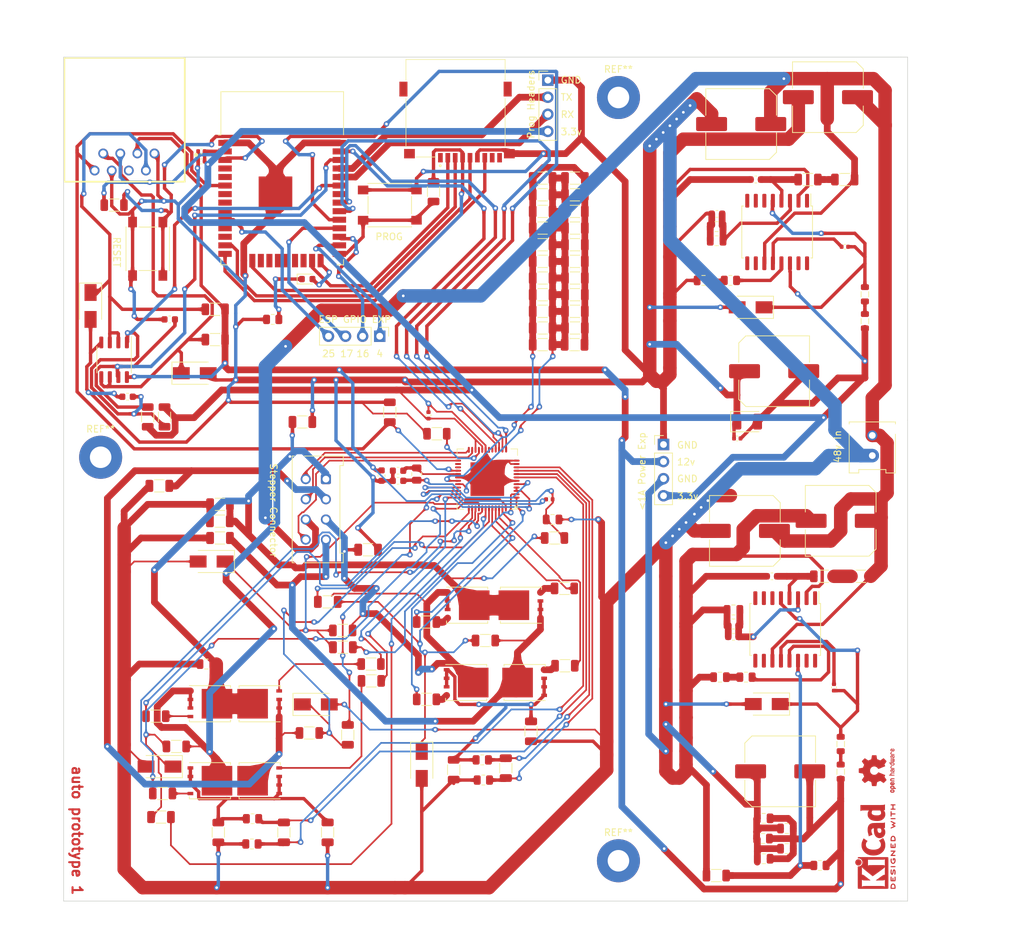
<source format=kicad_pcb>
(kicad_pcb (version 20171130) (host pcbnew 5.1.9)
  (layers (0 F.Cu signal) (31 B.Cu signal) (34 B.Paste user) (35 F.Paste user) (36 B.SilkS user) (37 F.SilkS user) (38 B.Mask user) (39 F.Mask user) (44 Edge.Cuts user))
  (net 0 "")
  (net 1 12v_comp_cap2)
  (net 2 12v_comp_cap1)
  (net 3 TMC-CP-48v)
  (net 4 "Net-(C_12v_4-Pad1)")
  (net 5 12v_comp_cap3)
  (net 6 3.3v_comp_cap3)
  (net 7 "Net-(C_3.3_2-Pad1)")
  (net 8 ESP_I2C_SDA)
  (net 9 ESP_I2C_SCL)
  (net 10 TMC_CPI)
  (net 11 TMC_CPO)
  (net 12 TMC_5VOUT)
  (net 13 TMC_VCC)
  (net 14 TMC_CA2)
  (net 15 TMC_BMA2)
  (net 16 TMC_BMA1)
  (net 17 TMC_CA1)
  (net 18 TMC_SRAH)
  (net 19 TMC_SRAL)
  (net 20 TMC_BMB2)
  (net 21 TMC_CB2)
  (net 22 TMC_CB1)
  (net 23 TMC_BMB1)
  (net 24 TNC_VCP)
  (net 25 TMC_VS)
  (net 26 TMC_SRBH)
  (net 27 TMC_SRBL)
  (net 28 Stepper_Loop_A_1)
  (net 29 Stepper_Loop_A_2)
  (net 30 Stepper_Loop_B_1)
  (net 31 Stepper_Loop_B_2)
  (net 32 "Net-(D1-Pad1)")
  (net 33 ESP_LED)
  (net 34 "Net-(D_esp_1-Pad1)")
  (net 35 "Net-(D_esp_2-Pad1)")
  (net 36 ESP_GPIO_25)
  (net 37 ESP_GPIO_17)
  (net 38 ESP_GPIO_16)
  (net 39 ESP_GPIO_4)
  (net 40 ESP_Emergency)
  (net 41 HSPI_MISO)
  (net 42 HSPI_CLK)
  (net 43 HSPI_MOSI)
  (net 44 HSPI_CS)
  (net 45 Encoder_A)
  (net 46 Encoder_B)
  (net 47 Encoder_N)
  (net 48 "Net-(L12v_1-Pad1)")
  (net 49 "Net-(L3.3_1-Pad1)")
  (net 50 TX_Program)
  (net 51 RX_Program)
  (net 52 Program)
  (net 53 "Net-(Q1-Pad4)")
  (net 54 "Net-(Q2-Pad4)")
  (net 55 "Net-(Q3-Pad4)")
  (net 56 "Net-(Q4-Pad4)")
  (net 57 "Net-(Q5-Pad4)")
  (net 58 "Net-(Q6-Pad4)")
  (net 59 "Net-(Q7-Pad4)")
  (net 60 "Net-(Q8-Pad4)")
  (net 61 "Net-(R_12v_2-Pad1)")
  (net 62 "Net-(R_3.3v_1-Pad1)")
  (net 63 Reset)
  (net 64 TMC_Ramp)
  (net 65 TMC_HA1)
  (net 66 TMC_LA1)
  (net 67 TMC_LA2)
  (net 68 TMC_HA2)
  (net 69 TMC_HB1)
  (net 70 TMC_LB1)
  (net 71 TMC_LB2)
  (net 72 TMC_HB2)
  (net 73 "Net-(U_48v_to_12v1-Pad6)")
  (net 74 "Net-(U_48v_to_3.3v1-Pad6)")
  (net 75 "Net-(U_ESP_Brain1-Pad4)")
  (net 76 "Net-(U_ESP_Brain1-Pad5)")
  (net 77 "Net-(U_ESP_Brain1-Pad7)")
  (net 78 "Net-(U_ESP_Brain1-Pad17)")
  (net 79 "Net-(U_ESP_Brain1-Pad18)")
  (net 80 "Net-(U_ESP_Brain1-Pad19)")
  (net 81 "Net-(U_ESP_Brain1-Pad20)")
  (net 82 "Net-(U_ESP_Brain1-Pad21)")
  (net 83 "Net-(U_ESP_Brain1-Pad22)")
  (net 84 VSPI_CS)
  (net 85 VSPI_CLK)
  (net 86 VSPI_MISO)
  (net 87 "Net-(U_ESP_Brain1-Pad32)")
  (net 88 VSPI_MOSI)
  (net 89 "Net-(U_TRINAMIC1-Pad27)")
  (net 90 "Net-(U_TRINAMIC1-Pad26)")
  (net 91 "Net-(U_TRINAMIC1-Pad18)")
  (net 92 "Net-(U_TRINAMIC1-Pad17)")
  (net 93 3.3_comp_cap1)
  (net 94 "Net-(U_ESP_Brain1-Pad8)")
  (net 95 "Net-(U_ESP_Brain1-Pad9)")
  (net 96 "Net-(U_ESP_Brain1-Pad11)")
  (net 97 "Net-(U_ESP_Brain1-Pad12)")
  (net 98 "Net-(C_12_1-Pad1)")
  (net 99 "Net-(C_12v_1-Pad2)")
  (net 100 "Net-(C_12v_1-Pad1)")
  (net 101 "Net-(C_3.3_1-Pad1)")
  (net 102 "Net-(C_3.3v_1-Pad1)")
  (net 103 "Net-(C_3.3v_1-Pad2)")
  (net 104 "Net-(C_TMC_40-Pad1)")
  (net 105 "Net-(C_TMC_41-Pad1)")
  (net 106 "Net-(J1-PadMP4)")
  (net 107 "Net-(J1-PadMP3)")
  (net 108 "Net-(J1-PadMP2)")
  (net 109 "Net-(J1-Pad9)")
  (net 110 "Net-(J1-Pad8)")
  (net 111 "Net-(J1-Pad1)")
  (net 112 "Net-(J2-Pad2)")
  (net 113 "Net-(R_12v_1-Pad2)")
  (net 114 "Net-(R_12v_4-Pad1)")
  (net 115 "Net-(R_3.3_1-Pad1)")
  (module Symbol:OSHW-Logo2_7.3x6mm_Copper (layer F.Cu) (at 134 120.1 90)
    (fp_text reference REF** hide)
    (fp_text value OSHW-Logo2_7.3x6mm_Copper hide)
    (fp_poly (pts (xy -2.400256 1.919918) (xy -2.344799 1.947568) (xy -2.295852 1.99848) (xy -2.282371 2.017338) (xy -2.267686 2.042015) (xy -2.258158 2.068816) (xy -2.252707 2.104587) (xy -2.250253 2.156169) (xy -2.249714 2.224267) (xy -2.252148 2.317588) (xy -2.260606 2.387657) (xy -2.276826 2.439931) (xy -2.302546 2.479869) (xy -2.339503 2.512929) (xy -2.342218 2.514886) (xy -2.37864 2.534908) (xy -2.422498 2.544815) (xy -2.478276 2.547257) (xy -2.568952 2.547257) (xy -2.56899 2.635283) (xy -2.569834 2.684308) (xy -2.574976 2.713065) (xy -2.588413 2.730311) (xy -2.614142 2.744808) (xy -2.620321 2.747769) (xy -2.649236 2.761648) (xy -2.671624 2.770414) (xy -2.688271 2.771171) (xy -2.699964 2.761023) (xy -2.70749 2.737073) (xy -2.711634 2.696426) (xy -2.713185 2.636186) (xy -2.712929 2.553455) (xy -2.711651 2.445339) (xy -2.711252 2.413) (xy -2.709815 2.301524) (xy -2.708528 2.228603) (xy -2.569029 2.228603) (xy -2.568245 2.290499) (xy -2.56476 2.330997) (xy -2.556876 2.357708) (xy -2.542895 2.378244) (xy -2.533403 2.38826) (xy -2.494596 2.417567) (xy -2.460237 2.419952) (xy -2.424784 2.39575) (xy -2.423886 2.394857) (xy -2.409461 2.376153) (xy -2.400687 2.350732) (xy -2.396261 2.311584) (xy -2.394882 2.251697) (xy -2.394857 2.23843) (xy -2.398188 2.155901) (xy -2.409031 2.098691) (xy -2.42866 2.063766) (xy -2.45835 2.048094) (xy -2.475509 2.046514) (xy -2.516234 2.053926) (xy -2.544168 2.07833) (xy -2.560983 2.12298) (xy -2.56835 2.19113) (xy -2.569029 2.228603) (xy -2.708528 2.228603) (xy -2.708292 2.215245) (xy -2.706323 2.150333) (xy -2.70355 2.102958) (xy -2.699612 2.06929) (xy -2.694151 2.045498) (xy -2.686808 2.027753) (xy -2.677223 2.012224) (xy -2.673113 2.006381) (xy -2.618595 1.951185) (xy -2.549664 1.91989) (xy -2.469928 1.911165) (xy -2.400256 1.919918)) (layer F.Cu) (width 0.01))
    (fp_poly (pts (xy -1.283907 1.92778) (xy -1.237328 1.954723) (xy -1.204943 1.981466) (xy -1.181258 2.009484) (xy -1.164941 2.043748) (xy -1.154661 2.089227) (xy -1.149086 2.150892) (xy -1.146884 2.233711) (xy -1.146629 2.293246) (xy -1.146629 2.512391) (xy -1.208314 2.540044) (xy -1.27 2.567697) (xy -1.277257 2.32767) (xy -1.280256 2.238028) (xy -1.283402 2.172962) (xy -1.287299 2.128026) (xy -1.292553 2.09877) (xy -1.299769 2.080748) (xy -1.30955 2.069511) (xy -1.312688 2.067079) (xy -1.360239 2.048083) (xy -1.408303 2.0556) (xy -1.436914 2.075543) (xy -1.448553 2.089675) (xy -1.456609 2.10822) (xy -1.461729 2.136334) (xy -1.464559 2.179173) (xy -1.465744 2.241895) (xy -1.465943 2.307261) (xy -1.465982 2.389268) (xy -1.467386 2.447316) (xy -1.472086 2.486465) (xy -1.482013 2.51178) (xy -1.499097 2.528323) (xy -1.525268 2.541156) (xy -1.560225 2.554491) (xy -1.598404 2.569007) (xy -1.593859 2.311389) (xy -1.592029 2.218519) (xy -1.589888 2.149889) (xy -1.586819 2.100711) (xy -1.582206 2.066198) (xy -1.575432 2.041562) (xy -1.565881 2.022016) (xy -1.554366 2.00477) (xy -1.49881 1.94968) (xy -1.43102 1.917822) (xy -1.357287 1.910191) (xy -1.283907 1.92778)) (layer F.Cu) (width 0.01))
    (fp_poly (pts (xy -2.958885 1.921962) (xy -2.890855 1.957733) (xy -2.840649 2.015301) (xy -2.822815 2.052312) (xy -2.808937 2.107882) (xy -2.801833 2.178096) (xy -2.80116 2.254727) (xy -2.806573 2.329552) (xy -2.81773 2.394342) (xy -2.834286 2.440873) (xy -2.839374 2.448887) (xy -2.899645 2.508707) (xy -2.971231 2.544535) (xy -3.048908 2.55502) (xy -3.127452 2.53881) (xy -3.149311 2.529092) (xy -3.191878 2.499143) (xy -3.229237 2.459433) (xy -3.232768 2.454397) (xy -3.247119 2.430124) (xy -3.256606 2.404178) (xy -3.26221 2.370022) (xy -3.264914 2.321119) (xy -3.265701 2.250935) (xy -3.265714 2.2352) (xy -3.265678 2.230192) (xy -3.120571 2.230192) (xy -3.119727 2.29643) (xy -3.116404 2.340386) (xy -3.109417 2.368779) (xy -3.097584 2.388325) (xy -3.091543 2.394857) (xy -3.056814 2.41968) (xy -3.023097 2.418548) (xy -2.989005 2.397016) (xy -2.968671 2.374029) (xy -2.956629 2.340478) (xy -2.949866 2.287569) (xy -2.949402 2.281399) (xy -2.948248 2.185513) (xy -2.960312 2.114299) (xy -2.98543 2.068194) (xy -3.02344 2.047635) (xy -3.037008 2.046514) (xy -3.072636 2.052152) (xy -3.097006 2.071686) (xy -3.111907 2.109042) (xy -3.119125 2.16815) (xy -3.120571 2.230192) (xy -3.265678 2.230192) (xy -3.265174 2.160413) (xy -3.262904 2.108159) (xy -3.257932 2.071949) (xy -3.249287 2.045299) (xy -3.235995 2.021722) (xy -3.233057 2.017338) (xy -3.183687 1.958249) (xy -3.129891 1.923947) (xy -3.064398 1.910331) (xy -3.042158 1.909665) (xy -2.958885 1.921962)) (layer F.Cu) (width 0.01))
    (fp_poly (pts (xy -1.831697 1.931239) (xy -1.774473 1.969735) (xy -1.730251 2.025335) (xy -1.703833 2.096086) (xy -1.69849 2.148162) (xy -1.699097 2.169893) (xy -1.704178 2.186531) (xy -1.718145 2.201437) (xy -1.745411 2.217973) (xy -1.790388 2.239498) (xy -1.857489 2.269374) (xy -1.857829 2.269524) (xy -1.919593 2.297813) (xy -1.970241 2.322933) (xy -2.004596 2.342179) (xy -2.017482 2.352848) (xy -2.017486 2.352934) (xy -2.006128 2.376166) (xy -1.979569 2.401774) (xy -1.949077 2.420221) (xy -1.93363 2.423886) (xy -1.891485 2.411212) (xy -1.855192 2.379471) (xy -1.837483 2.344572) (xy -1.820448 2.318845) (xy -1.787078 2.289546) (xy -1.747851 2.264235) (xy -1.713244 2.250471) (xy -1.706007 2.249714) (xy -1.697861 2.26216) (xy -1.69737 2.293972) (xy -1.703357 2.336866) (xy -1.714643 2.382558) (xy -1.73005 2.422761) (xy -1.730829 2.424322) (xy -1.777196 2.489062) (xy -1.837289 2.533097) (xy -1.905535 2.554711) (xy -1.976362 2.552185) (xy -2.044196 2.523804) (xy -2.047212 2.521808) (xy -2.100573 2.473448) (xy -2.13566 2.410352) (xy -2.155078 2.327387) (xy -2.157684 2.304078) (xy -2.162299 2.194055) (xy -2.156767 2.142748) (xy -2.017486 2.142748) (xy -2.015676 2.174753) (xy -2.005778 2.184093) (xy -1.981102 2.177105) (xy -1.942205 2.160587) (xy -1.898725 2.139881) (xy -1.897644 2.139333) (xy -1.860791 2.119949) (xy -1.846 2.107013) (xy -1.849647 2.093451) (xy -1.865005 2.075632) (xy -1.904077 2.049845) (xy -1.946154 2.04795) (xy -1.983897 2.066717) (xy -2.009966 2.102915) (xy -2.017486 2.142748) (xy -2.156767 2.142748) (xy -2.152806 2.106027) (xy -2.12845 2.036212) (xy -2.094544 1.987302) (xy -2.033347 1.937878) (xy -1.965937 1.913359) (xy -1.89712 1.911797) (xy -1.831697 1.931239)) (layer F.Cu) (width 0.01))
    (fp_poly (pts (xy -0.624114 1.851289) (xy -0.619861 1.910613) (xy -0.614975 1.945572) (xy -0.608205 1.96082) (xy -0.598298 1.961015) (xy -0.595086 1.959195) (xy -0.552356 1.946015) (xy -0.496773 1.946785) (xy -0.440263 1.960333) (xy -0.404918 1.977861) (xy -0.368679 2.005861) (xy -0.342187 2.037549) (xy -0.324001 2.077813) (xy -0.312678 2.131543) (xy -0.306778 2.203626) (xy -0.304857 2.298951) (xy -0.304823 2.317237) (xy -0.3048 2.522646) (xy -0.350509 2.53858) (xy -0.382973 2.54942) (xy -0.400785 2.554468) (xy -0.401309 2.554514) (xy -0.403063 2.540828) (xy -0.404556 2.503076) (xy -0.405674 2.446224) (xy -0.406303 2.375234) (xy -0.4064 2.332073) (xy -0.406602 2.246973) (xy -0.407642 2.185981) (xy -0.410169 2.144177) (xy -0.414836 2.116642) (xy -0.422293 2.098456) (xy -0.433189 2.084698) (xy -0.439993 2.078073) (xy -0.486728 2.051375) (xy -0.537728 2.049375) (xy -0.583999 2.071955) (xy -0.592556 2.080107) (xy -0.605107 2.095436) (xy -0.613812 2.113618) (xy -0.619369 2.139909) (xy -0.622474 2.179562) (xy -0.623824 2.237832) (xy -0.624114 2.318173) (xy -0.624114 2.522646) (xy -0.669823 2.53858) (xy -0.702287 2.54942) (xy -0.720099 2.554468) (xy -0.720623 2.554514) (xy -0.721963 2.540623) (xy -0.723172 2.501439) (xy -0.724199 2.4407) (xy -0.724998 2.362141) (xy -0.725519 2.269498) (xy -0.725714 2.166509) (xy -0.725714 1.769342) (xy -0.678543 1.749444) (xy -0.631371 1.729547) (xy -0.624114 1.851289)) (layer F.Cu) (width 0.01))
    (fp_poly (pts (xy 0.039744 1.950968) (xy 0.096616 1.972087) (xy 0.097267 1.972493) (xy 0.13244 1.99838) (xy 0.158407 2.028633) (xy 0.17667 2.068058) (xy 0.188732 2.121462) (xy 0.196096 2.193651) (xy 0.200264 2.289432) (xy 0.200629 2.303078) (xy 0.205876 2.508842) (xy 0.161716 2.531678) (xy 0.129763 2.54711) (xy 0.11047 2.554423) (xy 0.109578 2.554514) (xy 0.106239 2.541022) (xy 0.103587 2.504626) (xy 0.101956 2.451452) (xy 0.1016 2.408393) (xy 0.101592 2.338641) (xy 0.098403 2.294837) (xy 0.087288 2.273944) (xy 0.063501 2.272925) (xy 0.022296 2.288741) (xy -0.039914 2.317815) (xy -0.085659 2.341963) (xy -0.109187 2.362913) (xy -0.116104 2.385747) (xy -0.116114 2.386877) (xy -0.104701 2.426212) (xy -0.070908 2.447462) (xy -0.019191 2.450539) (xy 0.018061 2.450006) (xy 0.037703 2.460735) (xy 0.049952 2.486505) (xy 0.057002 2.519337) (xy 0.046842 2.537966) (xy 0.043017 2.540632) (xy 0.007001 2.55134) (xy -0.043434 2.552856) (xy -0.095374 2.545759) (xy -0.132178 2.532788) (xy -0.183062 2.489585) (xy -0.211986 2.429446) (xy -0.217714 2.382462) (xy -0.213343 2.340082) (xy -0.197525 2.305488) (xy -0.166203 2.274763) (xy -0.115322 2.24399) (xy -0.040824 2.209252) (xy -0.036286 2.207288) (xy 0.030821 2.176287) (xy 0.072232 2.150862) (xy 0.089981 2.128014) (xy 0.086107 2.104745) (xy 0.062643 2.078056) (xy 0.055627 2.071914) (xy 0.00863 2.0481) (xy -0.040067 2.049103) (xy -0.082478 2.072451) (xy -0.110616 2.115675) (xy -0.113231 2.12416) (xy -0.138692 2.165308) (xy -0.170999 2.185128) (xy -0.217714 2.20477) (xy -0.217714 2.15395) (xy -0.203504 2.080082) (xy -0.161325 2.012327) (xy -0.139376 1.989661) (xy -0.089483 1.960569) (xy -0.026033 1.9474) (xy 0.039744 1.950968)) (layer F.Cu) (width 0.01))
    (fp_poly (pts (xy 0.529926 1.949755) (xy 0.595858 1.974084) (xy 0.649273 2.017117) (xy 0.670164 2.047409) (xy 0.692939 2.102994) (xy 0.692466 2.143186) (xy 0.668562 2.170217) (xy 0.659717 2.174813) (xy 0.62153 2.189144) (xy 0.602028 2.185472) (xy 0.595422 2.161407) (xy 0.595086 2.148114) (xy 0.582992 2.09921) (xy 0.551471 2.064999) (xy 0.507659 2.048476) (xy 0.458695 2.052634) (xy 0.418894 2.074227) (xy 0.40545 2.086544) (xy 0.395921 2.101487) (xy 0.389485 2.124075) (xy 0.385317 2.159328) (xy 0.382597 2.212266) (xy 0.380502 2.287907) (xy 0.37996 2.311857) (xy 0.377981 2.39379) (xy 0.375731 2.451455) (xy 0.372357 2.489608) (xy 0.367006 2.513004) (xy 0.358824 2.526398) (xy 0.346959 2.534545) (xy 0.339362 2.538144) (xy 0.307102 2.550452) (xy 0.288111 2.554514) (xy 0.281836 2.540948) (xy 0.278006 2.499934) (xy 0.2766 2.430999) (xy 0.277598 2.333669) (xy 0.277908 2.318657) (xy 0.280101 2.229859) (xy 0.282693 2.165019) (xy 0.286382 2.119067) (xy 0.291864 2.086935) (xy 0.299835 2.063553) (xy 0.310993 2.043852) (xy 0.31683 2.03541) (xy 0.350296 1.998057) (xy 0.387727 1.969003) (xy 0.392309 1.966467) (xy 0.459426 1.946443) (xy 0.529926 1.949755)) (layer F.Cu) (width 0.01))
    (fp_poly (pts (xy 1.190117 2.065358) (xy 1.189933 2.173837) (xy 1.189219 2.257287) (xy 1.187675 2.319704) (xy 1.185001 2.365085) (xy 1.180894 2.397429) (xy 1.175055 2.420733) (xy 1.167182 2.438995) (xy 1.161221 2.449418) (xy 1.111855 2.505945) (xy 1.049264 2.541377) (xy 0.980013 2.55409) (xy 0.910668 2.542463) (xy 0.869375 2.521568) (xy 0.826025 2.485422) (xy 0.796481 2.441276) (xy 0.778655 2.383462) (xy 0.770463 2.306313) (xy 0.769302 2.249714) (xy 0.769458 2.245647) (xy 0.870857 2.245647) (xy 0.871476 2.31055) (xy 0.874314 2.353514) (xy 0.88084 2.381622) (xy 0.892523 2.401953) (xy 0.906483 2.417288) (xy 0.953365 2.44689) (xy 1.003701 2.449419) (xy 1.051276 2.424705) (xy 1.054979 2.421356) (xy 1.070783 2.403935) (xy 1.080693 2.383209) (xy 1.086058 2.352362) (xy 1.088228 2.304577) (xy 1.088571 2.251748) (xy 1.087827 2.185381) (xy 1.084748 2.141106) (xy 1.078061 2.112009) (xy 1.066496 2.091173) (xy 1.057013 2.080107) (xy 1.01296 2.052198) (xy 0.962224 2.048843) (xy 0.913796 2.070159) (xy 0.90445 2.078073) (xy 0.88854 2.095647) (xy 0.87861 2.116587) (xy 0.873278 2.147782) (xy 0.871163 2.196122) (xy 0.870857 2.245647) (xy 0.769458 2.245647) (xy 0.77281 2.158568) (xy 0.784726 2.090086) (xy 0.807135 2.0386) (xy 0.842124 1.998443) (xy 0.869375 1.977861) (xy 0.918907 1.955625) (xy 0.976316 1.945304) (xy 1.029682 1.948067) (xy 1.059543 1.959212) (xy 1.071261 1.962383) (xy 1.079037 1.950557) (xy 1.084465 1.918866) (xy 1.088571 1.870593) (xy 1.093067 1.816829) (xy 1.099313 1.784482) (xy 1.110676 1.765985) (xy 1.130528 1.75377) (xy 1.143 1.748362) (xy 1.190171 1.728601) (xy 1.190117 2.065358)) (layer F.Cu) (width 0.01))
    (fp_poly (pts (xy 1.779833 1.958663) (xy 1.782048 1.99685) (xy 1.783784 2.054886) (xy 1.784899 2.12818) (xy 1.785257 2.205055) (xy 1.785257 2.465196) (xy 1.739326 2.511127) (xy 1.707675 2.539429) (xy 1.67989 2.550893) (xy 1.641915 2.550168) (xy 1.62684 2.548321) (xy 1.579726 2.542948) (xy 1.540756 2.539869) (xy 1.531257 2.539585) (xy 1.499233 2.541445) (xy 1.453432 2.546114) (xy 1.435674 2.548321) (xy 1.392057 2.551735) (xy 1.362745 2.54432) (xy 1.33368 2.521427) (xy 1.323188 2.511127) (xy 1.277257 2.465196) (xy 1.277257 1.978602) (xy 1.314226 1.961758) (xy 1.346059 1.949282) (xy 1.364683 1.944914) (xy 1.369458 1.958718) (xy 1.373921 1.997286) (xy 1.377775 2.056356) (xy 1.380722 2.131663) (xy 1.382143 2.195286) (xy 1.386114 2.445657) (xy 1.420759 2.450556) (xy 1.452268 2.447131) (xy 1.467708 2.436041) (xy 1.472023 2.415308) (xy 1.475708 2.371145) (xy 1.478469 2.309146) (xy 1.480012 2.234909) (xy 1.480235 2.196706) (xy 1.480457 1.976783) (xy 1.526166 1.960849) (xy 1.558518 1.950015) (xy 1.576115 1.944962) (xy 1.576623 1.944914) (xy 1.578388 1.958648) (xy 1.580329 1.99673) (xy 1.582282 2.054482) (xy 1.584084 2.127227) (xy 1.585343 2.195286) (xy 1.589314 2.445657) (xy 1.6764 2.445657) (xy 1.680396 2.21724) (xy 1.684392 1.988822) (xy 1.726847 1.966868) (xy 1.758192 1.951793) (xy 1.776744 1.944951) (xy 1.777279 1.944914) (xy 1.779833 1.958663)) (layer F.Cu) (width 0.01))
    (fp_poly (pts (xy 2.144876 1.956335) (xy 2.186667 1.975344) (xy 2.219469 1.998378) (xy 2.243503 2.024133) (xy 2.260097 2.057358) (xy 2.270577 2.1028) (xy 2.276271 2.165207) (xy 2.278507 2.249327) (xy 2.278743 2.304721) (xy 2.278743 2.520826) (xy 2.241774 2.53767) (xy 2.212656 2.549981) (xy 2.198231 2.554514) (xy 2.195472 2.541025) (xy 2.193282 2.504653) (xy 2.191942 2.451542) (xy 2.191657 2.409372) (xy 2.190434 2.348447) (xy 2.187136 2.300115) (xy 2.182321 2.270518) (xy 2.178496 2.264229) (xy 2.152783 2.270652) (xy 2.112418 2.287125) (xy 2.065679 2.309458) (xy 2.020845 2.333457) (xy 1.986193 2.35493) (xy 1.970002 2.369685) (xy 1.969938 2.369845) (xy 1.97133 2.397152) (xy 1.983818 2.423219) (xy 2.005743 2.444392) (xy 2.037743 2.451474) (xy 2.065092 2.450649) (xy 2.103826 2.450042) (xy 2.124158 2.459116) (xy 2.136369 2.483092) (xy 2.137909 2.487613) (xy 2.143203 2.521806) (xy 2.129047 2.542568) (xy 2.092148 2.552462) (xy 2.052289 2.554292) (xy 1.980562 2.540727) (xy 1.943432 2.521355) (xy 1.897576 2.475845) (xy 1.873256 2.419983) (xy 1.871073 2.360957) (xy 1.891629 2.305953) (xy 1.922549 2.271486) (xy 1.95342 2.252189) (xy 2.001942 2.227759) (xy 2.058485 2.202985) (xy 2.06791 2.199199) (xy 2.130019 2.171791) (xy 2.165822 2.147634) (xy 2.177337 2.123619) (xy 2.16658 2.096635) (xy 2.148114 2.075543) (xy 2.104469 2.049572) (xy 2.056446 2.047624) (xy 2.012406 2.067637) (xy 1.980709 2.107551) (xy 1.976549 2.117848) (xy 1.952327 2.155724) (xy 1.916965 2.183842) (xy 1.872343 2.206917) (xy 1.872343 2.141485) (xy 1.874969 2.101506) (xy 1.88623 2.069997) (xy 1.911199 2.036378) (xy 1.935169 2.010484) (xy 1.972441 1.973817) (xy 2.001401 1.954121) (xy 2.032505 1.94622) (xy 2.067713 1.944914) (xy 2.144876 1.956335)) (layer F.Cu) (width 0.01))
    (fp_poly (pts (xy 2.6526 1.958752) (xy 2.669948 1.966334) (xy 2.711356 1.999128) (xy 2.746765 2.046547) (xy 2.768664 2.097151) (xy 2.772229 2.122098) (xy 2.760279 2.156927) (xy 2.734067 2.175357) (xy 2.705964 2.186516) (xy 2.693095 2.188572) (xy 2.686829 2.173649) (xy 2.674456 2.141175) (xy 2.669028 2.126502) (xy 2.63859 2.075744) (xy 2.59452 2.050427) (xy 2.53801 2.051206) (xy 2.533825 2.052203) (xy 2.503655 2.066507) (xy 2.481476 2.094393) (xy 2.466327 2.139287) (xy 2.45725 2.204615) (xy 2.453286 2.293804) (xy 2.452914 2.341261) (xy 2.45273 2.416071) (xy 2.451522 2.467069) (xy 2.448309 2.499471) (xy 2.442109 2.518495) (xy 2.43194 2.529356) (xy 2.416819 2.537272) (xy 2.415946 2.53767) (xy 2.386828 2.549981) (xy 2.372403 2.554514) (xy 2.370186 2.540809) (xy 2.368289 2.502925) (xy 2.366847 2.445715) (xy 2.365998 2.374027) (xy 2.365829 2.321565) (xy 2.366692 2.220047) (xy 2.37007 2.143032) (xy 2.377142 2.086023) (xy 2.389088 2.044526) (xy 2.40709 2.014043) (xy 2.432327 1.99008) (xy 2.457247 1.973355) (xy 2.517171 1.951097) (xy 2.586911 1.946076) (xy 2.6526 1.958752)) (layer F.Cu) (width 0.01))
    (fp_poly (pts (xy 3.153595 1.966966) (xy 3.211021 2.004497) (xy 3.238719 2.038096) (xy 3.260662 2.099064) (xy 3.262405 2.147308) (xy 3.258457 2.211816) (xy 3.109686 2.276934) (xy 3.037349 2.310202) (xy 2.990084 2.336964) (xy 2.965507 2.360144) (xy 2.961237 2.382667) (xy 2.974889 2.407455) (xy 2.989943 2.423886) (xy 3.033746 2.450235) (xy 3.081389 2.452081) (xy 3.125145 2.431546) (xy 3.157289 2.390752) (xy 3.163038 2.376347) (xy 3.190576 2.331356) (xy 3.222258 2.312182) (xy 3.265714 2.295779) (xy 3.265714 2.357966) (xy 3.261872 2.400283) (xy 3.246823 2.435969) (xy 3.21528 2.476943) (xy 3.210592 2.482267) (xy 3.175506 2.51872) (xy 3.145347 2.538283) (xy 3.107615 2.547283) (xy 3.076335 2.55023) (xy 3.020385 2.550965) (xy 2.980555 2.54166) (xy 2.955708 2.527846) (xy 2.916656 2.497467) (xy 2.889625 2.464613) (xy 2.872517 2.423294) (xy 2.863238 2.367521) (xy 2.859693 2.291305) (xy 2.85941 2.252622) (xy 2.860372 2.206247) (xy 2.948007 2.206247) (xy 2.949023 2.231126) (xy 2.951556 2.2352) (xy 2.968274 2.229665) (xy 3.004249 2.215017) (xy 3.052331 2.19419) (xy 3.062386 2.189714) (xy 3.123152 2.158814) (xy 3.156632 2.131657) (xy 3.16399 2.10622) (xy 3.146391 2.080481) (xy 3.131856 2.069109) (xy 3.07941 2.046364) (xy 3.030322 2.050122) (xy 2.989227 2.077884) (xy 2.960758 2.127152) (xy 2.951631 2.166257) (xy 2.948007 2.206247) (xy 2.860372 2.206247) (xy 2.861285 2.162249) (xy 2.868196 2.095384) (xy 2.881884 2.046695) (xy 2.904096 2.010849) (xy 2.936574 1.982513) (xy 2.950733 1.973355) (xy 3.015053 1.949507) (xy 3.085473 1.948006) (xy 3.153595 1.966966)) (layer F.Cu) (width 0.01))
    (fp_poly (pts (xy 0.10391 -2.757652) (xy 0.182454 -2.757222) (xy 0.239298 -2.756058) (xy 0.278105 -2.753793) (xy 0.302538 -2.75006) (xy 0.316262 -2.744494) (xy 0.32294 -2.736727) (xy 0.326236 -2.726395) (xy 0.326556 -2.725057) (xy 0.331562 -2.700921) (xy 0.340829 -2.653299) (xy 0.353392 -2.587259) (xy 0.368287 -2.507872) (xy 0.384551 -2.420204) (xy 0.385119 -2.417125) (xy 0.40141 -2.331211) (xy 0.416652 -2.255304) (xy 0.429861 -2.193955) (xy 0.440054 -2.151718) (xy 0.446248 -2.133145) (xy 0.446543 -2.132816) (xy 0.464788 -2.123747) (xy 0.502405 -2.108633) (xy 0.551271 -2.090738) (xy 0.551543 -2.090642) (xy 0.613093 -2.067507) (xy 0.685657 -2.038035) (xy 0.754057 -2.008403) (xy 0.757294 -2.006938) (xy 0.868702 -1.956374) (xy 1.115399 -2.12484) (xy 1.191077 -2.176197) (xy 1.259631 -2.222111) (xy 1.317088 -2.25997) (xy 1.359476 -2.287163) (xy 1.382825 -2.301079) (xy 1.385042 -2.302111) (xy 1.40201 -2.297516) (xy 1.433701 -2.275345) (xy 1.481352 -2.234553) (xy 1.546198 -2.174095) (xy 1.612397 -2.109773) (xy 1.676214 -2.046388) (xy 1.733329 -1.988549) (xy 1.780305 -1.939825) (xy 1.813703 -1.90379) (xy 1.830085 -1.884016) (xy 1.830694 -1.882998) (xy 1.832505 -1.869428) (xy 1.825683 -1.847267) (xy 1.80854 -1.813522) (xy 1.779393 -1.7652) (xy 1.736555 -1.699308) (xy 1.679448 -1.614483) (xy 1.628766 -1.539823) (xy 1.583461 -1.47286) (xy 1.54615 -1.417484) (xy 1.519452 -1.37758) (xy 1.505985 -1.357038) (xy 1.505137 -1.355644) (xy 1.506781 -1.335962) (xy 1.519245 -1.297707) (xy 1.540048 -1.248111) (xy 1.547462 -1.232272) (xy 1.579814 -1.16171) (xy 1.614328 -1.081647) (xy 1.642365 -1.012371) (xy 1.662568 -0.960955) (xy 1.678615 -0.921881) (xy 1.687888 -0.901459) (xy 1.689041 -0.899886) (xy 1.706096 -0.897279) (xy 1.746298 -0.890137) (xy 1.804302 -0.879477) (xy 1.874763 -0.866315) (xy 1.952335 -0.851667) (xy 2.031672 -0.836551) (xy 2.107431 -0.821982) (xy 2.174264 -0.808978) (xy 2.226828 -0.798555) (xy 2.259776 -0.79173) (xy 2.267857 -0.789801) (xy 2.276205 -0.785038) (xy 2.282506 -0.774282) (xy 2.287045 -0.753902) (xy 2.290104 -0.720266) (xy 2.291967 -0.669745) (xy 2.292918 -0.598708) (xy 2.29324 -0.503524) (xy 2.293257 -0.464508) (xy 2.293257 -0.147201) (xy 2.217057 -0.132161) (xy 2.174663 -0.124005) (xy 2.1114 -0.112101) (xy 2.034962 -0.097884) (xy 1.953043 -0.08279) (xy 1.9304 -0.078645) (xy 1.854806 -0.063947) (xy 1.788953 -0.049495) (xy 1.738366 -0.036625) (xy 1.708574 -0.026678) (xy 1.703612 -0.023713) (xy 1.691426 -0.002717) (xy 1.673953 0.037967) (xy 1.654577 0.090322) (xy 1.650734 0.1016) (xy 1.625339 0.171523) (xy 1.593817 0.250418) (xy 1.562969 0.321266) (xy 1.562817 0.321595) (xy 1.511447 0.432733) (xy 1.680399 0.681253) (xy 1.849352 0.929772) (xy 1.632429 1.147058) (xy 1.566819 1.211726) (xy 1.506979 1.268733) (xy 1.456267 1.315033) (xy 1.418046 1.347584) (xy 1.395675 1.363343) (xy 1.392466 1.364343) (xy 1.373626 1.356469) (xy 1.33518 1.334578) (xy 1.28133 1.301267) (xy 1.216276 1.259131) (xy 1.14594 1.211943) (xy 1.074555 1.16381) (xy 1.010908 1.121928) (xy 0.959041 1.088871) (xy 0.922995 1.067218) (xy 0.906867 1.059543) (xy 0.887189 1.066037) (xy 0.849875 1.08315) (xy 0.802621 1.107326) (xy 0.797612 1.110013) (xy 0.733977 1.141927) (xy 0.690341 1.157579) (xy 0.663202 1.157745) (xy 0.649057 1.143204) (xy 0.648975 1.143) (xy 0.641905 1.125779) (xy 0.625042 1.084899) (xy 0.599695 1.023525) (xy 0.567171 0.944819) (xy 0.528778 0.851947) (xy 0.485822 0.748072) (xy 0.444222 0.647502) (xy 0.398504 0.536516) (xy 0.356526 0.433703) (xy 0.319548 0.342215) (xy 0.288827 0.265201) (xy 0.265622 0.205815) (xy 0.25119 0.167209) (xy 0.246743 0.1528) (xy 0.257896 0.136272) (xy 0.287069 0.10993) (xy 0.325971 0.080887) (xy 0.436757 -0.010961) (xy 0.523351 -0.116241) (xy 0.584716 -0.232734) (xy 0.619815 -0.358224) (xy 0.627608 -0.490493) (xy 0.621943 -0.551543) (xy 0.591078 -0.678205) (xy 0.53792 -0.790059) (xy 0.465767 -0.885999) (xy 0.377917 -0.964924) (xy 0.277665 -1.02573) (xy 0.16831 -1.067313) (xy 0.053147 -1.088572) (xy -0.064525 -1.088401) (xy -0.18141 -1.065699) (xy -0.294211 -1.019362) (xy -0.399631 -0.948287) (xy -0.443632 -0.908089) (xy -0.528021 -0.804871) (xy -0.586778 -0.692075) (xy -0.620296 -0.57299) (xy -0.628965 -0.450905) (xy -0.613177 -0.329107) (xy -0.573322 -0.210884) (xy -0.509793 -0.099525) (xy -0.422979 0.001684) (xy -0.325971 0.080887) (xy -0.285563 0.111162) (xy -0.257018 0.137219) (xy -0.246743 0.152825) (xy -0.252123 0.169843) (xy -0.267425 0.2105) (xy -0.291388 0.271642) (xy -0.322756 0.350119) (xy -0.360268 0.44278) (xy -0.402667 0.546472) (xy -0.444337 0.647526) (xy -0.49031 0.758607) (xy -0.532893 0.861541) (xy -0.570779 0.953165) (xy -0.60266 1.030316) (xy -0.627229 1.089831) (xy -0.64318 1.128544) (xy -0.64909 1.143) (xy -0.663052 1.157685) (xy -0.69006 1.157642) (xy -0.733587 1.142099) (xy -0.79711 1.110284) (xy -0.797612 1.110013) (xy -0.84544 1.085323) (xy -0.884103 1.067338) (xy -0.905905 1.059614) (xy -0.906867 1.059543) (xy -0.923279 1.067378) (xy -0.959513 1.089165) (xy -1.011526 1.122328) (xy -1.075275 1.164291) (xy -1.14594 1.211943) (xy -1.217884 1.260191) (xy -1.282726 1.302151) (xy -1.336265 1.335227) (xy -1.374303 1.356821) (xy -1.392467 1.364343) (xy -1.409192 1.354457) (xy -1.44282 1.326826) (xy -1.48999 1.284495) (xy -1.547342 1.230505) (xy -1.611516 1.167899) (xy -1.632503 1.146983) (xy -1.849501 0.929623) (xy -1.684332 0.68722) (xy -1.634136 0.612781) (xy -1.590081 0.545972) (xy -1.554638 0.490665) (xy -1.530281 0.450729) (xy -1.519478 0.430036) (xy -1.519162 0.428563) (xy -1.524857 0.409058) (xy -1.540174 0.369822) (xy -1.562463 0.31743) (xy -1.578107 0.282355) (xy -1.607359 0.215201) (xy -1.634906 0.147358) (xy -1.656263 0.090034) (xy -1.662065 0.072572) (xy -1.678548 0.025938) (xy -1.69466 -0.010095) (xy -1.70351 -0.023713) (xy -1.72304 -0.032048) (xy -1.765666 -0.043863) (xy -1.825855 -0.057819) (xy -1.898078 -0.072578) (xy -1.9304 -0.078645) (xy -2.012478 -0.093727) (xy -2.091205 -0.108331) (xy -2.158891 -0.12102) (xy -2.20784 -0.130358) (xy -2.217057 -0.132161) (xy -2.293257 -0.147201) (xy -2.293257 -0.464508) (xy -2.293086 -0.568846) (xy -2.292384 -0.647787) (xy -2.290866 -0.704962) (xy -2.288251 -0.744001) (xy -2.284254 -0.768535) (xy -2.278591 -0.782195) (xy -2.27098 -0.788611) (xy -2.267857 -0.789801) (xy -2.249022 -0.79402) (xy -2.207412 -0.802438) (xy -2.14837 -0.814039) (xy -2.077243 -0.827805) (xy -1.999375 -0.84272) (xy -1.920113 -0.857768) (xy -1.844802 -0.871931) (xy -1.778787 -0.884194) (xy -1.727413 -0.893539) (xy -1.696025 -0.89895) (xy -1.689041 -0.899886) (xy -1.682715 -0.912404) (xy -1.66871 -0.945754) (xy -1.649645 -0.993623) (xy -1.642366 -1.012371) (xy -1.613004 -1.084805) (xy -1.578429 -1.16483) (xy -1.547463 -1.232272) (xy -1.524677 -1.283841) (xy -1.509518 -1.326215) (xy -1.504458 -1.352166) (xy -1.505264 -1.355644) (xy -1.515959 -1.372064) (xy -1.54038 -1.408583) (xy -1.575905 -1.461313) (xy -1.619913 -1.526365) (xy -1.669783 -1.599849) (xy -1.679644 -1.614355) (xy -1.737508 -1.700296) (xy -1.780044 -1.765739) (xy -1.808946 -1.813696) (xy -1.82591 -1.84718) (xy -1.832633 -1.869205) (xy -1.83081 -1.882783) (xy -1.830764 -1.882869) (xy -1.816414 -1.900703) (xy -1.784677 -1.935183) (xy -1.73899 -1.982732) (xy -1.682796 -2.039778) (xy -1.619532 -2.102745) (xy -1.612398 -2.109773) (xy -1.53267 -2.18698) (xy -1.471143 -2.24367) (xy -1.426579 -2.28089) (xy -1.397743 -2.299685) (xy -1.385042 -2.302111) (xy -1.366506 -2.291529) (xy -1.328039 -2.267084) (xy -1.273614 -2.231388) (xy -1.207202 -2.187053) (xy -1.132775 -2.136689) (xy -1.115399 -2.12484) (xy -0.868703 -1.956374) (xy -0.757294 -2.006938) (xy -0.689543 -2.036405) (xy -0.616817 -2.066041) (xy -0.554297 -2.08967) (xy -0.551543 -2.090642) (xy -0.50264 -2.108543) (xy -0.464943 -2.12368) (xy -0.446575 -2.13279) (xy -0.446544 -2.132816) (xy -0.440715 -2.149283) (xy -0.430808 -2.189781) (xy -0.417805 -2.249758) (xy -0.402691 -2.32466) (xy -0.386448 -2.409936) (xy -0.385119 -2.417125) (xy -0.368825 -2.504986) (xy -0.353867 -2.58474) (xy -0.341209 -2.651319) (xy -0.331814 -2.699653) (xy -0.326646 -2.724675) (xy -0.326556 -2.725057) (xy -0.323411 -2.735701) (xy -0.317296 -2.743738) (xy -0.304547 -2.749533) (xy -0.2815 -2.753453) (xy -0.244491 -2.755865) (xy -0.189856 -2.757135) (xy -0.113933 -2.757629) (xy -0.013056 -2.757714) (xy 0 -2.757714) (xy 0.10391 -2.757652)) (layer F.Cu) (width 0.01))
  )
  (module Symbol:KiCad-Logo2_5mm_Copper (layer F.Cu) (at 133.7 131.4 90)
    (fp_text reference REF** hide)
    (fp_text value KiCad-Logo2_5mm_Copper hide)
    (fp_poly (pts (xy -2.9464 -2.510946) (xy -2.935535 -2.397007) (xy -2.903918 -2.289384) (xy -2.853015 -2.190385) (xy -2.784293 -2.102316) (xy -2.699219 -2.027484) (xy -2.602232 -1.969616) (xy -2.495964 -1.929995) (xy -2.38895 -1.911427) (xy -2.2833 -1.912566) (xy -2.181125 -1.93207) (xy -2.084534 -1.968594) (xy -1.995638 -2.020795) (xy -1.916546 -2.087327) (xy -1.849369 -2.166848) (xy -1.796217 -2.258013) (xy -1.759199 -2.359477) (xy -1.740427 -2.469898) (xy -1.738489 -2.519794) (xy -1.738489 -2.607733) (xy -1.68656 -2.607733) (xy -1.650253 -2.604889) (xy -1.623355 -2.593089) (xy -1.596249 -2.569351) (xy -1.557867 -2.530969) (xy -1.557867 -0.339398) (xy -1.557876 -0.077261) (xy -1.557908 0.163241) (xy -1.557972 0.383048) (xy -1.558076 0.583101) (xy -1.558227 0.764344) (xy -1.558434 0.927716) (xy -1.558706 1.07416) (xy -1.55905 1.204617) (xy -1.559474 1.320029) (xy -1.559987 1.421338) (xy -1.560597 1.509484) (xy -1.561312 1.58541) (xy -1.56214 1.650057) (xy -1.563089 1.704367) (xy -1.564167 1.74928) (xy -1.565383 1.78574) (xy -1.566745 1.814687) (xy -1.568261 1.837063) (xy -1.569938 1.853809) (xy -1.571786 1.865868) (xy -1.573813 1.87418) (xy -1.576025 1.879687) (xy -1.577108 1.881537) (xy -1.581271 1.888549) (xy -1.584805 1.894996) (xy -1.588635 1.9009) (xy -1.593682 1.906286) (xy -1.600871 1.911178) (xy -1.611123 1.915598) (xy -1.625364 1.919572) (xy -1.644514 1.923121) (xy -1.669499 1.92627) (xy -1.70124 1.929042) (xy -1.740662 1.931461) (xy -1.788686 1.933551) (xy -1.846237 1.935335) (xy -1.914237 1.936837) (xy -1.99361 1.93808) (xy -2.085279 1.939089) (xy -2.190166 1.939885) (xy -2.309196 1.940494) (xy -2.44329 1.940939) (xy -2.593373 1.941243) (xy -2.760367 1.94143) (xy -2.945196 1.941524) (xy -3.148783 1.941548) (xy -3.37205 1.941525) (xy -3.615922 1.94148) (xy -3.881321 1.941437) (xy -3.919704 1.941432) (xy -4.186682 1.941389) (xy -4.432002 1.941318) (xy -4.656583 1.941213) (xy -4.861345 1.941066) (xy -5.047206 1.940869) (xy -5.215088 1.940616) (xy -5.365908 1.9403) (xy -5.500587 1.939913) (xy -5.620044 1.939447) (xy -5.725199 1.938897) (xy -5.816971 1.938253) (xy -5.896279 1.937511) (xy -5.964043 1.936661) (xy -6.021182 1.935697) (xy -6.068617 1.934611) (xy -6.107266 1.933397) (xy -6.138049 1.932047) (xy -6.161885 1.930555) (xy -6.179694 1.928911) (xy -6.192395 1.927111) (xy -6.200908 1.925145) (xy -6.205266 1.923477) (xy -6.213728 1.919906) (xy -6.221497 1.91727) (xy -6.228602 1.914634) (xy -6.235073 1.911062) (xy -6.240939 1.905621) (xy -6.246229 1.897375) (xy -6.250974 1.88539) (xy -6.255202 1.868731) (xy -6.258943 1.846463) (xy -6.262227 1.817652) (xy -6.265083 1.781363) (xy -6.26754 1.736661) (xy -6.269629 1.682611) (xy -6.271378 1.618279) (xy -6.272817 1.54273) (xy -6.273976 1.45503) (xy -6.274883 1.354243) (xy -6.275569 1.239434) (xy -6.276063 1.10967) (xy -6.276395 0.964015) (xy -6.276593 0.801535) (xy -6.276687 0.621295) (xy -6.276708 0.42236) (xy -6.276685 0.203796) (xy -6.276646 -0.035332) (xy -6.276622 -0.29596) (xy -6.276622 -0.338111) (xy -6.276636 -0.601008) (xy -6.276661 -0.842268) (xy -6.276671 -1.062835) (xy -6.276642 -1.263648) (xy -6.276548 -1.445651) (xy -6.276362 -1.609784) (xy -6.276059 -1.756989) (xy -6.275614 -1.888208) (xy -6.275034 -1.998133) (xy -5.972197 -1.998133) (xy -5.932407 -1.940289) (xy -5.921236 -1.924521) (xy -5.911166 -1.910559) (xy -5.902138 -1.897216) (xy -5.894097 -1.883307) (xy -5.886986 -1.867644) (xy -5.880747 -1.849042) (xy -5.875325 -1.826314) (xy -5.870662 -1.798273) (xy -5.866701 -1.763733) (xy -5.863385 -1.721508) (xy -5.860659 -1.670411) (xy -5.858464 -1.609256) (xy -5.856745 -1.536856) (xy -5.855444 -1.452025) (xy -5.854505 -1.353578) (xy -5.85387 -1.240326) (xy -5.853484 -1.111084) (xy -5.853288 -0.964666) (xy -5.853227 -0.799884) (xy -5.853243 -0.615553) (xy -5.85328 -0.410487) (xy -5.853289 -0.287867) (xy -5.853265 -0.070918) (xy -5.853231 0.124642) (xy -5.853243 0.299999) (xy -5.853358 0.456341) (xy -5.85363 0.594857) (xy -5.854118 0.716734) (xy -5.854876 0.82316) (xy -5.855962 0.915322) (xy -5.857431 0.994409) (xy -5.85934 1.061608) (xy -5.861744 1.118107) (xy -5.864701 1.165093) (xy -5.868266 1.203755) (xy -5.872495 1.23528) (xy -5.877446 1.260855) (xy -5.883173 1.28167) (xy -5.889733 1.298911) (xy -5.897183 1.313765) (xy -5.905579 1.327422) (xy -5.914976 1.341069) (xy -5.925432 1.355893) (xy -5.931523 1.364783) (xy -5.970296 1.4224) (xy -5.438732 1.4224) (xy -5.315483 1.422365) (xy -5.212987 1.422215) (xy -5.12942 1.421878) (xy -5.062956 1.421286) (xy -5.011771 1.420367) (xy -4.974041 1.419051) (xy -4.94794 1.417269) (xy -4.931644 1.414951) (xy -4.923328 1.412026) (xy -4.921168 1.408424) (xy -4.923339 1.404075) (xy -4.924535 1.402645) (xy -4.949685 1.365573) (xy -4.975583 1.312772) (xy -4.999192 1.25077) (xy -5.007461 1.224357) (xy -5.012078 1.206416) (xy -5.015979 1.185355) (xy -5.019248 1.159089) (xy -5.021966 1.125532) (xy -5.024215 1.082599) (xy -5.026077 1.028204) (xy -5.027636 0.960262) (xy -5.028972 0.876688) (xy -5.030169 0.775395) (xy -5.031308 0.6543) (xy -5.031685 0.6096) (xy -5.032702 0.484449) (xy -5.03346 0.380082) (xy -5.033903 0.294707) (xy -5.03397 0.226533) (xy -5.033605 0.173765) (xy -5.032748 0.134614) (xy -5.031341 0.107285) (xy -5.029325 0.089986) (xy -5.026643 0.080926) (xy -5.023236 0.078312) (xy -5.019044 0.080351) (xy -5.014571 0.084667) (xy -5.004216 0.097602) (xy -4.982158 0.126676) (xy -4.949957 0.169759) (xy -4.909174 0.224718) (xy -4.86137 0.289423) (xy -4.808105 0.361742) (xy -4.75094 0.439544) (xy -4.691437 0.520698) (xy -4.631155 0.603072) (xy -4.571655 0.684536) (xy -4.514498 0.762957) (xy -4.461245 0.836204) (xy -4.413457 0.902147) (xy -4.372693 0.958654) (xy -4.340516 1.003593) (xy -4.318485 1.034834) (xy -4.313917 1.041466) (xy -4.290996 1.078369) (xy -4.264188 1.126359) (xy -4.238789 1.175897) (xy -4.235568 1.182577) (xy -4.21389 1.230772) (xy -4.201304 1.268334) (xy -4.195574 1.30416) (xy -4.194456 1.3462) (xy -4.19509 1.4224) (xy -3.040651 1.4224) (xy -3.131815 1.328669) (xy -3.178612 1.278775) (xy -3.228899 1.222295) (xy -3.274944 1.168026) (xy -3.295369 1.142673) (xy -3.325807 1.103128) (xy -3.365862 1.049916) (xy -3.414361 0.984667) (xy -3.470135 0.909011) (xy -3.532011 0.824577) (xy -3.598819 0.732994) (xy -3.669387 0.635892) (xy -3.742545 0.534901) (xy -3.817121 0.43165) (xy -3.891944 0.327768) (xy -3.965843 0.224885) (xy -4.037646 0.124631) (xy -4.106184 0.028636) (xy -4.170284 -0.061473) (xy -4.228775 -0.144064) (xy -4.280486 -0.217508) (xy -4.324247 -0.280176) (xy -4.358885 -0.330439) (xy -4.38323 -0.366666) (xy -4.396111 -0.387229) (xy -4.397869 -0.391332) (xy -4.38991 -0.402658) (xy -4.369115 -0.429838) (xy -4.336847 -0.471171) (xy -4.29447 -0.524956) (xy -4.243347 -0.589494) (xy -4.184841 -0.663082) (xy -4.120314 -0.744022) (xy -4.051131 -0.830612) (xy -3.978653 -0.921152) (xy -3.904246 -1.01394) (xy -3.844517 -1.088298) (xy -2.833511 -1.088298) (xy -2.827602 -1.075341) (xy -2.813272 -1.053092) (xy -2.812225 -1.051609) (xy -2.793438 -1.021456) (xy -2.773791 -0.984625) (xy -2.769892 -0.976489) (xy -2.766356 -0.96806) (xy -2.76323 -0.957941) (xy -2.760486 -0.94474) (xy -2.758092 -0.927062) (xy -2.756019 -0.903516) (xy -2.754235 -0.872707) (xy -2.752712 -0.833243) (xy -2.751419 -0.783731) (xy -2.750326 -0.722777) (xy -2.749403 -0.648989) (xy -2.748619 -0.560972) (xy -2.747945 -0.457335) (xy -2.74735 -0.336684) (xy -2.746805 -0.197626) (xy -2.746279 -0.038768) (xy -2.745745 0.140089) (xy -2.745206 0.325207) (xy -2.744772 0.489145) (xy -2.744509 0.633303) (xy -2.744484 0.759079) (xy -2.744765 0.867871) (xy -2.745419 0.961077) (xy -2.746514 1.040097) (xy -2.748118 1.106328) (xy -2.750297 1.16117) (xy -2.753119 1.206021) (xy -2.756651 1.242278) (xy -2.760961 1.271341) (xy -2.766117 1.294609) (xy -2.772185 1.313479) (xy -2.779233 1.329351) (xy -2.787329 1.343622) (xy -2.79654 1.357691) (xy -2.80504 1.370158) (xy -2.822176 1.396452) (xy -2.832322 1.414037) (xy -2.833511 1.417257) (xy -2.822604 1.418334) (xy -2.791411 1.419335) (xy -2.742223 1.420235) (xy -2.677333 1.42101) (xy -2.59903 1.421637) (xy -2.509607 1.422091) (xy -2.411356 1.422349) (xy -2.342445 1.4224) (xy -2.237452 1.42218) (xy -2.14061 1.421548) (xy -2.054107 1.420549) (xy -1.980132 1.419227) (xy -1.920874 1.417626) (xy -1.87852 1.415791) (xy -1.85526 1.413765) (xy -1.851378 1.412493) (xy -1.859076 1.397591) (xy -1.867074 1.38956) (xy -1.880246 1.372434) (xy -1.897485 1.342183) (xy -1.909407 1.317622) (xy -1.936045 1.258711) (xy -1.93912 0.081845) (xy -1.942195 -1.095022) (xy -2.387853 -1.095022) (xy -2.48567 -1.094858) (xy -2.576064 -1.094389) (xy -2.65663 -1.093653) (xy -2.724962 -1.092684) (xy -2.778656 -1.09152) (xy -2.815305 -1.090197) (xy -2.832504 -1.088751) (xy -2.833511 -1.088298) (xy -3.844517 -1.088298) (xy -3.82927 -1.107278) (xy -3.75509 -1.199463) (xy -3.683069 -1.288796) (xy -3.614569 -1.373576) (xy -3.550955 -1.452102) (xy -3.493588 -1.522674) (xy -3.443833 -1.583591) (xy -3.403052 -1.633153) (xy -3.385888 -1.653822) (xy -3.299596 -1.754484) (xy -3.222997 -1.837741) (xy -3.154183 -1.905562) (xy -3.091248 -1.959911) (xy -3.081867 -1.967278) (xy -3.042356 -1.997883) (xy -4.174116 -1.998133) (xy -4.168827 -1.950156) (xy -4.17213 -1.892812) (xy -4.193661 -1.824537) (xy -4.233635 -1.744788) (xy -4.278943 -1.672505) (xy -4.295161 -1.64986) (xy -4.323214 -1.612304) (xy -4.36143 -1.561979) (xy -4.408137 -1.501027) (xy -4.461661 -1.431589) (xy -4.520331 -1.355806) (xy -4.582475 -1.27582) (xy -4.646421 -1.193772) (xy -4.710495 -1.111804) (xy -4.773027 -1.032057) (xy -4.832343 -0.956673) (xy -4.886771 -0.887793) (xy -4.934639 -0.827558) (xy -4.974275 -0.778111) (xy -5.004006 -0.741592) (xy -5.022161 -0.720142) (xy -5.02522 -0.716844) (xy -5.028079 -0.724851) (xy -5.030293 -0.755145) (xy -5.031857 -0.807444) (xy -5.032767 -0.881469) (xy -5.03302 -0.976937) (xy -5.032613 -1.093566) (xy -5.031704 -1.213555) (xy -5.030382 -1.345667) (xy -5.028857 -1.457406) (xy -5.026881 -1.550975) (xy -5.024206 -1.628581) (xy -5.020582 -1.692426) (xy -5.015761 -1.744717) (xy -5.009494 -1.787656) (xy -5.001532 -1.823449) (xy -4.991627 -1.8543) (xy -4.979531 -1.882414) (xy -4.964993 -1.909995) (xy -4.950311 -1.935034) (xy -4.912314 -1.998133) (xy -5.972197 -1.998133) (xy -6.275034 -1.998133) (xy -6.275001 -2.004383) (xy -6.274195 -2.106456) (xy -6.27317 -2.195367) (xy -6.2719 -2.272059) (xy -6.27036 -2.337473) (xy -6.268524 -2.392551) (xy -6.266367 -2.438235) (xy -6.263863 -2.475466) (xy -6.260987 -2.505187) (xy -6.257713 -2.528338) (xy -6.254015 -2.545861) (xy -6.249869 -2.558699) (xy -6.245247 -2.567792) (xy -6.240126 -2.574082) (xy -6.234478 -2.578512) (xy -6.228279 -2.582022) (xy -6.221504 -2.585555) (xy -6.215508 -2.589124) (xy -6.210275 -2.5917) (xy -6.202099 -2.594028) (xy -6.189886 -2.596122) (xy -6.172541 -2.597993) (xy -6.148969 -2.599653) (xy -6.118077 -2.601116) (xy -6.078768 -2.602392) (xy -6.02995 -2.603496) (xy -5.970527 -2.604439) (xy -5.899404 -2.605233) (xy -5.815488 -2.605891) (xy -5.717683 -2.606425) (xy -5.604894 -2.606847) (xy -5.476029 -2.607171) (xy -5.329991 -2.607408) (xy -5.165686 -2.60757) (xy -4.98202 -2.60767) (xy -4.777897 -2.60772) (xy -4.566753 -2.607733) (xy -2.9464 -2.607733) (xy -2.9464 -2.510946)) (layer F.Cu) (width 0.01))
    (fp_poly (pts (xy 0.328429 -2.050929) (xy 0.48857 -2.029755) (xy 0.65251 -1.989615) (xy 0.822313 -1.930111) (xy 1.000043 -1.850846) (xy 1.01131 -1.845301) (xy 1.069005 -1.817275) (xy 1.120552 -1.793198) (xy 1.162191 -1.774751) (xy 1.190162 -1.763614) (xy 1.199733 -1.761067) (xy 1.21895 -1.756059) (xy 1.223561 -1.751853) (xy 1.218458 -1.74142) (xy 1.202418 -1.715132) (xy 1.177288 -1.675743) (xy 1.144914 -1.626009) (xy 1.107143 -1.568685) (xy 1.065822 -1.506524) (xy 1.022798 -1.442282) (xy 0.979917 -1.378715) (xy 0.939026 -1.318575) (xy 0.901971 -1.26462) (xy 0.8706 -1.219603) (xy 0.846759 -1.186279) (xy 0.832294 -1.167403) (xy 0.830309 -1.165213) (xy 0.820191 -1.169862) (xy 0.79785 -1.187038) (xy 0.76728 -1.21356) (xy 0.751536 -1.228036) (xy 0.655047 -1.303318) (xy 0.548336 -1.358759) (xy 0.432832 -1.393859) (xy 0.309962 -1.40812) (xy 0.240561 -1.406949) (xy 0.119423 -1.389788) (xy 0.010205 -1.353906) (xy -0.087418 -1.299041) (xy -0.173772 -1.22493) (xy -0.249185 -1.131312) (xy -0.313982 -1.017924) (xy -0.351399 -0.931333) (xy -0.395252 -0.795634) (xy -0.427572 -0.64815) (xy -0.448443 -0.492686) (xy -0.457949 -0.333044) (xy -0.456173 -0.173027) (xy -0.443197 -0.016439) (xy -0.419106 0.132918) (xy -0.383982 0.27124) (xy -0.337908 0.394724) (xy -0.321627 0.428978) (xy -0.25338 0.543064) (xy -0.172921 0.639557) (xy -0.08143 0.71767) (xy 0.019911 0.776617) (xy 0.12992 0.815612) (xy 0.247415 0.833868) (xy 0.288883 0.835211) (xy 0.410441 0.82429) (xy 0.530878 0.791474) (xy 0.648666 0.737439) (xy 0.762277 0.662865) (xy 0.853685 0.584539) (xy 0.900215 0.540008) (xy 1.081483 0.837271) (xy 1.12658 0.911433) (xy 1.167819 0.979646) (xy 1.203735 1.039459) (xy 1.232866 1.08842) (xy 1.25375 1.124079) (xy 1.264924 1.143984) (xy 1.266375 1.147079) (xy 1.258146 1.156718) (xy 1.232567 1.173999) (xy 1.192873 1.197283) (xy 1.142297 1.224934) (xy 1.084074 1.255315) (xy 1.021437 1.28679) (xy 0.957621 1.317722) (xy 0.89586 1.346473) (xy 0.839388 1.371408) (xy 0.791438 1.390889) (xy 0.767986 1.399318) (xy 0.634221 1.437133) (xy 0.496327 1.462136) (xy 0.348622 1.47514) (xy 0.221833 1.477468) (xy 0.153878 1.476373) (xy 0.088277 1.474275) (xy 0.030847 1.471434) (xy -0.012597 1.468106) (xy -0.026702 1.466422) (xy -0.165716 1.437587) (xy -0.307243 1.392468) (xy -0.444725 1.33375) (xy -0.571606 1.26412) (xy -0.649111 1.211441) (xy -0.776519 1.103239) (xy -0.894822 0.976671) (xy -1.001828 0.834866) (xy -1.095348 0.680951) (xy -1.17319 0.518053) (xy -1.217044 0.400756) (xy -1.267292 0.217128) (xy -1.300791 0.022581) (xy -1.317551 -0.178675) (xy -1.317584 -0.382432) (xy -1.300899 -0.584479) (xy -1.267507 -0.780608) (xy -1.21742 -0.966609) (xy -1.213603 -0.978197) (xy -1.150719 -1.14025) (xy -1.073972 -1.288168) (xy -0.980758 -1.426135) (xy -0.868473 -1.558339) (xy -0.824608 -1.603601) (xy -0.688466 -1.727543) (xy -0.548509 -1.830085) (xy -0.402589 -1.912344) (xy -0.248558 -1.975436) (xy -0.084268 -2.020477) (xy 0.011289 -2.037967) (xy 0.170023 -2.053534) (xy 0.328429 -2.050929)) (layer F.Cu) (width 0.01))
    (fp_poly (pts (xy 2.673574 -1.133448) (xy 2.825492 -1.113433) (xy 2.960756 -1.079798) (xy 3.080239 -1.032275) (xy 3.184815 -0.970595) (xy 3.262424 -0.907035) (xy 3.331265 -0.832901) (xy 3.385006 -0.753129) (xy 3.42791 -0.660909) (xy 3.443384 -0.617839) (xy 3.456244 -0.578858) (xy 3.467446 -0.542711) (xy 3.47712 -0.507566) (xy 3.485396 -0.47159) (xy 3.492403 -0.43295) (xy 3.498272 -0.389815) (xy 3.503131 -0.340351) (xy 3.50711 -0.282727) (xy 3.51034 -0.215109) (xy 3.512949 -0.135666) (xy 3.515067 -0.042564) (xy 3.516824 0.066027) (xy 3.518349 0.191942) (xy 3.519772 0.337012) (xy 3.521025 0.479778) (xy 3.522351 0.635968) (xy 3.523556 0.771239) (xy 3.524766 0.887246) (xy 3.526106 0.985645) (xy 3.5277 1.068093) (xy 3.529675 1.136246) (xy 3.532156 1.19176) (xy 3.535269 1.236292) (xy 3.539138 1.271498) (xy 3.543889 1.299034) (xy 3.549648 1.320556) (xy 3.556539 1.337722) (xy 3.564689 1.352186) (xy 3.574223 1.365606) (xy 3.585266 1.379638) (xy 3.589566 1.385071) (xy 3.605386 1.40791) (xy 3.612422 1.423463) (xy 3.612444 1.423922) (xy 3.601567 1.426121) (xy 3.570582 1.428147) (xy 3.521957 1.429942) (xy 3.458163 1.431451) (xy 3.381669 1.432616) (xy 3.294944 1.43338) (xy 3.200457 1.433686) (xy 3.18955 1.433689) (xy 2.766657 1.433689) (xy 2.763395 1.337622) (xy 2.760133 1.241556) (xy 2.698044 1.292543) (xy 2.600714 1.360057) (xy 2.490813 1.414749) (xy 2.404349 1.444978) (xy 2.335278 1.459666) (xy 2.251925 1.469659) (xy 2.162159 1.474646) (xy 2.073845 1.474313) (xy 1.994851 1.468351) (xy 1.958622 1.462638) (xy 1.818603 1.424776) (xy 1.692178 1.369932) (xy 1.58026 1.298924) (xy 1.483762 1.212568) (xy 1.4036 1.111679) (xy 1.340687 0.997076) (xy 1.296312 0.870984) (xy 1.283978 0.814401) (xy 1.276368 0.752202) (xy 1.272739 0.677363) (xy 1.272245 0.643467) (xy 1.27231 0.640282) (xy 2.032248 0.640282) (xy 2.041541 0.715333) (xy 2.069728 0.77916) (xy 2.118197 0.834798) (xy 2.123254 0.839211) (xy 2.171548 0.874037) (xy 2.223257 0.89662) (xy 2.283989 0.90854) (xy 2.359352 0.911383) (xy 2.377459 0.910978) (xy 2.431278 0.908325) (xy 2.471308 0.902909) (xy 2.506324 0.892745) (xy 2.545103 0.87585) (xy 2.555745 0.870672) (xy 2.616396 0.834844) (xy 2.663215 0.792212) (xy 2.675952 0.776973) (xy 2.720622 0.720462) (xy 2.720622 0.524586) (xy 2.720086 0.445939) (xy 2.718396 0.387988) (xy 2.715428 0.348875) (xy 2.711057 0.326741) (xy 2.706972 0.320274) (xy 2.691047 0.317111) (xy 2.657264 0.314488) (xy 2.61034 0.312655) (xy 2.554993 0.311857) (xy 2.546106 0.311842) (xy 2.42533 0.317096) (xy 2.32266 0.333263) (xy 2.236106 0.360961) (xy 2.163681 0.400808) (xy 2.108751 0.447758) (xy 2.064204 0.505645) (xy 2.03948 0.568693) (xy 2.032248 0.640282) (xy 1.27231 0.640282) (xy 1.274178 0.549712) (xy 1.282522 0.470812) (xy 1.298768 0.39959) (xy 1.324405 0.328864) (xy 1.348401 0.276493) (xy 1.40702 0.181196) (xy 1.485117 0.09317) (xy 1.580315 0.014017) (xy 1.690238 -0.05466) (xy 1.81251 -0.111259) (xy 1.944755 -0.154179) (xy 2.009422 -0.169118) (xy 2.145604 -0.191223) (xy 2.294049 -0.205806) (xy 2.445505 -0.212187) (xy 2.572064 -0.210555) (xy 2.73395 -0.203776) (xy 2.72653 -0.262755) (xy 2.707238 -0.361908) (xy 2.676104 -0.442628) (xy 2.632269 -0.505534) (xy 2.574871 -0.551244) (xy 2.503048 -0.580378) (xy 2.415941 -0.593553) (xy 2.312686 -0.591389) (xy 2.274711 -0.587388) (xy 2.13352 -0.56222) (xy 1.996707 -0.521186) (xy 1.902178 -0.483185) (xy 1.857018 -0.46381) (xy 1.818585 -0.44824) (xy 1.792234 -0.438595) (xy 1.784546 -0.436548) (xy 1.774802 -0.445626) (xy 1.758083 -0.474595) (xy 1.734232 -0.523783) (xy 1.703093 -0.593516) (xy 1.664507 -0.684121) (xy 1.65791 -0.699911) (xy 1.627853 -0.772228) (xy 1.600874 -0.837575) (xy 1.578136 -0.893094) (xy 1.560806 -0.935928) (xy 1.550048 -0.963219) (xy 1.546941 -0.972058) (xy 1.55694 -0.976813) (xy 1.583217 -0.98209) (xy 1.611489 -0.985769) (xy 1.641646 -0.990526) (xy 1.689433 -0.999972) (xy 1.750612 -1.01318) (xy 1.820946 -1.029224) (xy 1.896194 -1.04718) (xy 1.924755 -1.054203) (xy 2.029816 -1.079791) (xy 2.11748 -1.099853) (xy 2.192068 -1.115031) (xy 2.257903 -1.125965) (xy 2.319307 -1.133296) (xy 2.380602 -1.137665) (xy 2.44611 -1.139713) (xy 2.504128 -1.140111) (xy 2.673574 -1.133448)) (layer F.Cu) (width 0.01))
    (fp_poly (pts (xy 6.186507 -0.527755) (xy 6.186526 -0.293338) (xy 6.186552 -0.080397) (xy 6.186625 0.112168) (xy 6.186782 0.285459) (xy 6.187064 0.440576) (xy 6.187509 0.57862) (xy 6.188156 0.700692) (xy 6.189045 0.807894) (xy 6.190213 0.901326) (xy 6.191701 0.98209) (xy 6.193546 1.051286) (xy 6.195789 1.110015) (xy 6.198469 1.159379) (xy 6.201623 1.200478) (xy 6.205292 1.234413) (xy 6.209513 1.262286) (xy 6.214327 1.285198) (xy 6.219773 1.304249) (xy 6.225888 1.32054) (xy 6.232712 1.335173) (xy 6.240285 1.349249) (xy 6.248645 1.363868) (xy 6.253839 1.372974) (xy 6.288104 1.433689) (xy 5.429955 1.433689) (xy 5.429955 1.337733) (xy 5.429224 1.29437) (xy 5.427272 1.261205) (xy 5.424463 1.243424) (xy 5.423221 1.241778) (xy 5.411799 1.248662) (xy 5.389084 1.266505) (xy 5.366385 1.285879) (xy 5.3118 1.326614) (xy 5.242321 1.367617) (xy 5.16527 1.405123) (xy 5.087965 1.435364) (xy 5.057113 1.445012) (xy 4.988616 1.459578) (xy 4.905764 1.469539) (xy 4.816371 1.474583) (xy 4.728248 1.474396) (xy 4.649207 1.468666) (xy 4.611511 1.462858) (xy 4.473414 1.424797) (xy 4.346113 1.367073) (xy 4.230292 1.290211) (xy 4.126637 1.194739) (xy 4.035833 1.081179) (xy 3.969031 0.970381) (xy 3.914164 0.853625) (xy 3.872163 0.734276) (xy 3.842167 0.608283) (xy 3.823311 0.471594) (xy 3.814732 0.320158) (xy 3.814006 0.242711) (xy 3.8161 0.185934) (xy 4.645217 0.185934) (xy 4.645424 0.279002) (xy 4.648337 0.366692) (xy 4.654 0.443772) (xy 4.662455 0.505009) (xy 4.665038 0.51735) (xy 4.69684 0.624633) (xy 4.738498 0.711658) (xy 4.790363 0.778642) (xy 4.852781 0.825805) (xy 4.9261 0.853365) (xy 5.010669 0.861541) (xy 5.106835 0.850551) (xy 5.170311 0.834829) (xy 5.219454 0.816639) (xy 5.273583 0.790791) (xy 5.314244 0.767089) (xy 5.3848 0.720721) (xy 5.3848 -0.42947) (xy 5.317392 -0.473038) (xy 5.238867 -0.51396) (xy 5.154681 -0.540611) (xy 5.069557 -0.552535) (xy 4.988216 -0.549278) (xy 4.91538 -0.530385) (xy 4.883426 -0.514816) (xy 4.825501 -0.471819) (xy 4.776544 -0.415047) (xy 4.73539 -0.342425) (xy 4.700874 -0.251879) (xy 4.671833 -0.141334) (xy 4.670552 -0.135467) (xy 4.660381 -0.073212) (xy 4.652739 0.004594) (xy 4.64767 0.09272) (xy 4.645217 0.185934) (xy 3.8161 0.185934) (xy 3.821857 0.029895) (xy 3.843802 -0.165941) (xy 3.879786 -0.344668) (xy 3.929759 -0.506155) (xy 3.993668 -0.650274) (xy 4.071462 -0.776894) (xy 4.163089 -0.885885) (xy 4.268497 -0.977117) (xy 4.313662 -1.008068) (xy 4.414611 -1.064215) (xy 4.517901 -1.103826) (xy 4.627989 -1.127986) (xy 4.74933 -1.137781) (xy 4.841836 -1.136735) (xy 4.97149 -1.125769) (xy 5.084084 -1.103954) (xy 5.182875 -1.070286) (xy 5.271121 -1.023764) (xy 5.319986 -0.989552) (xy 5.349353 -0.967638) (xy 5.371043 -0.952667) (xy 5.379253 -0.948267) (xy 5.380868 -0.959096) (xy 5.382159 -0.989749) (xy 5.383138 -1.037474) (xy 5.383817 -1.099521) (xy 5.38421 -1.173138) (xy 5.38433 -1.255573) (xy 5.384188 -1.344075) (xy 5.383797 -1.435893) (xy 5.383171 -1.528276) (xy 5.38232 -1.618472) (xy 5.38126 -1.703729) (xy 5.380001 -1.781297) (xy 5.378556 -1.848424) (xy 5.376938 -1.902359) (xy 5.375161 -1.94035) (xy 5.374669 -1.947333) (xy 5.367092 -2.017749) (xy 5.355531 -2.072898) (xy 5.337792 -2.120019) (xy 5.311682 -2.166353) (xy 5.305415 -2.175933) (xy 5.280983 -2.212622) (xy 6.186311 -2.212622) (xy 6.186507 -0.527755)) (layer F.Cu) (width 0.01))
    (fp_poly (pts (xy -2.273043 -2.973429) (xy -2.176768 -2.949191) (xy -2.090184 -2.906359) (xy -2.015373 -2.846581) (xy -1.954418 -2.771506) (xy -1.909399 -2.68278) (xy -1.883136 -2.58647) (xy -1.877286 -2.489205) (xy -1.89214 -2.395346) (xy -1.92584 -2.307489) (xy -1.976528 -2.22823) (xy -2.042345 -2.160164) (xy -2.121434 -2.105888) (xy -2.211934 -2.067998) (xy -2.2632 -2.055574) (xy -2.307698 -2.048053) (xy -2.341999 -2.045081) (xy -2.37496 -2.046906) (xy -2.415434 -2.053775) (xy -2.448531 -2.06075) (xy -2.541947 -2.092259) (xy -2.625619 -2.143383) (xy -2.697665 -2.212571) (xy -2.7562 -2.298272) (xy -2.770148 -2.325511) (xy -2.786586 -2.361878) (xy -2.796894 -2.392418) (xy -2.80246 -2.42455) (xy -2.804669 -2.465693) (xy -2.804948 -2.511778) (xy -2.800861 -2.596135) (xy -2.787446 -2.665414) (xy -2.762256 -2.726039) (xy -2.722846 -2.784433) (xy -2.684298 -2.828698) (xy -2.612406 -2.894516) (xy -2.537313 -2.939947) (xy -2.454562 -2.96715) (xy -2.376928 -2.977424) (xy -2.273043 -2.973429)) (layer F.Cu) (width 0.01))
    (fp_poly (pts (xy -6.121371 2.269066) (xy -6.081889 2.269467) (xy -5.9662 2.272259) (xy -5.869311 2.28055) (xy -5.787919 2.295232) (xy -5.718723 2.317193) (xy -5.65842 2.347322) (xy -5.603708 2.38651) (xy -5.584167 2.403532) (xy -5.55175 2.443363) (xy -5.52252 2.497413) (xy -5.499991 2.557323) (xy -5.487679 2.614739) (xy -5.4864 2.635956) (xy -5.494417 2.694769) (xy -5.515899 2.759013) (xy -5.546999 2.819821) (xy -5.583866 2.86833) (xy -5.589854 2.874182) (xy -5.640579 2.915321) (xy -5.696125 2.947435) (xy -5.759696 2.971365) (xy -5.834494 2.987953) (xy -5.923722 2.998041) (xy -6.030582 3.002469) (xy -6.079528 3.002845) (xy -6.141762 3.002545) (xy -6.185528 3.001292) (xy -6.214931 2.998554) (xy -6.234079 2.993801) (xy -6.247077 2.986501) (xy -6.254045 2.980267) (xy -6.260626 2.972694) (xy -6.265788 2.962924) (xy -6.269703 2.94834) (xy -6.272543 2.926326) (xy -6.27448 2.894264) (xy -6.275684 2.849536) (xy -6.276328 2.789526) (xy -6.276583 2.711617) (xy -6.276622 2.635956) (xy -6.27687 2.535041) (xy -6.276817 2.454427) (xy -6.275857 2.415822) (xy -6.129867 2.415822) (xy -6.129867 2.856089) (xy -6.036734 2.856004) (xy -5.980693 2.854396) (xy -5.921999 2.850256) (xy -5.873028 2.844464) (xy -5.871538 2.844226) (xy -5.792392 2.82509) (xy -5.731002 2.795287) (xy -5.684305 2.752878) (xy -5.654635 2.706961) (xy -5.636353 2.656026) (xy -5.637771 2.6082) (xy -5.658988 2.556933) (xy -5.700489 2.503899) (xy -5.757998 2.4646) (xy -5.83275 2.438331) (xy -5.882708 2.429035) (xy -5.939416 2.422507) (xy -5.999519 2.417782) (xy -6.050639 2.415817) (xy -6.053667 2.415808) (xy -6.129867 2.415822) (xy -6.275857 2.415822) (xy -6.27526 2.391851) (xy -6.270998 2.345055) (xy -6.26283 2.311778) (xy -6.249556 2.289759) (xy -6.229974 2.276739) (xy -6.202883 2.270457) (xy -6.167082 2.268653) (xy -6.121371 2.269066)) (layer F.Cu) (width 0.01))
    (fp_poly (pts (xy -4.712794 2.269146) (xy -4.643386 2.269518) (xy -4.590997 2.270385) (xy -4.552847 2.271946) (xy -4.526159 2.274403) (xy -4.508153 2.277957) (xy -4.496049 2.28281) (xy -4.487069 2.289161) (xy -4.483818 2.292084) (xy -4.464043 2.323142) (xy -4.460482 2.358828) (xy -4.473491 2.39051) (xy -4.479506 2.396913) (xy -4.489235 2.403121) (xy -4.504901 2.40791) (xy -4.529408 2.411514) (xy -4.565661 2.414164) (xy -4.616565 2.416095) (xy -4.685026 2.417539) (xy -4.747617 2.418418) (xy -4.995334 2.421467) (xy -4.998719 2.486378) (xy -5.002105 2.551289) (xy -4.833958 2.551289) (xy -4.760959 2.551919) (xy -4.707517 2.554553) (xy -4.670628 2.560309) (xy -4.647288 2.570304) (xy -4.634494 2.585656) (xy -4.629242 2.607482) (xy -4.628445 2.627738) (xy -4.630923 2.652592) (xy -4.640277 2.670906) (xy -4.659383 2.683637) (xy -4.691118 2.691741) (xy -4.738359 2.696176) (xy -4.803983 2.697899) (xy -4.839801 2.698045) (xy -5.000978 2.698045) (xy -5.000978 2.856089) (xy -4.752622 2.856089) (xy -4.671213 2.856202) (xy -4.609342 2.856712) (xy -4.563968 2.85787) (xy -4.532054 2.85993) (xy -4.510559 2.863146) (xy -4.496443 2.867772) (xy -4.486668 2.874059) (xy -4.481689 2.878667) (xy -4.46461 2.90556) (xy -4.459111 2.929467) (xy -4.466963 2.958667) (xy -4.481689 2.980267) (xy -4.489546 2.987066) (xy -4.499688 2.992346) (xy -4.514844 2.996298) (xy -4.537741 2.999113) (xy -4.571109 3.000982) (xy -4.617675 3.002098) (xy -4.680167 3.002651) (xy -4.761314 3.002833) (xy -4.803422 3.002845) (xy -4.893598 3.002765) (xy -4.963924 3.002398) (xy -5.017129 3.001552) (xy -5.05594 3.000036) (xy -5.083087 2.997659) (xy -5.101298 2.994229) (xy -5.1133 2.989554) (xy -5.121822 2.983444) (xy -5.125156 2.980267) (xy -5.131755 2.97267) (xy -5.136927 2.96287) (xy -5.140846 2.948239) (xy -5.143684 2.926152) (xy -5.145615 2.893982) (xy -5.146812 2.849103) (xy -5.147448 2.788889) (xy -5.147697 2.710713) (xy -5.147734 2.637923) (xy -5.1477 2.544707) (xy -5.147465 2.471431) (xy -5.14683 2.415458) (xy -5.145594 2.374151) (xy -5.143556 2.344872) (xy -5.140517 2.324984) (xy -5.136277 2.31185) (xy -5.130635 2.302832) (xy -5.123391 2.295293) (xy -5.121606 2.293612) (xy -5.112945 2.286172) (xy -5.102882 2.280409) (xy -5.088625 2.276112) (xy -5.067383 2.273064) (xy -5.036364 2.271051) (xy -4.992777 2.26986) (xy -4.933831 2.269275) (xy -4.856734 2.269083) (xy -4.802001 2.269067) (xy -4.712794 2.269146)) (layer F.Cu) (width 0.01))
    (fp_poly (pts (xy -3.691703 2.270351) (xy -3.616888 2.275581) (xy -3.547306 2.28375) (xy -3.487002 2.29455) (xy -3.44002 2.307673) (xy -3.410406 2.322813) (xy -3.40586 2.327269) (xy -3.390054 2.36185) (xy -3.394847 2.397351) (xy -3.419364 2.427725) (xy -3.420534 2.428596) (xy -3.434954 2.437954) (xy -3.450008 2.442876) (xy -3.471005 2.443473) (xy -3.503257 2.439861) (xy -3.552073 2.432154) (xy -3.556 2.431505) (xy -3.628739 2.422569) (xy -3.707217 2.418161) (xy -3.785927 2.418119) (xy -3.859361 2.422279) (xy -3.922011 2.430479) (xy -3.96837 2.442557) (xy -3.971416 2.443771) (xy -4.005048 2.462615) (xy -4.016864 2.481685) (xy -4.007614 2.500439) (xy -3.978047 2.518337) (xy -3.928911 2.534837) (xy -3.860957 2.549396) (xy -3.815645 2.556406) (xy -3.721456 2.569889) (xy -3.646544 2.582214) (xy -3.587717 2.594449) (xy -3.541785 2.607661) (xy -3.505555 2.622917) (xy -3.475838 2.641285) (xy -3.449442 2.663831) (xy -3.42823 2.685971) (xy -3.403065 2.716819) (xy -3.390681 2.743345) (xy -3.386808 2.776026) (xy -3.386667 2.787995) (xy -3.389576 2.827712) (xy -3.401202 2.857259) (xy -3.421323 2.883486) (xy -3.462216 2.923576) (xy -3.507817 2.954149) (xy -3.561513 2.976203) (xy -3.626692 2.990735) (xy -3.706744 2.998741) (xy -3.805057 3.001218) (xy -3.821289 3.001177) (xy -3.886849 2.999818) (xy -3.951866 2.99673) (xy -4.009252 2.992356) (xy -4.051922 2.98714) (xy -4.055372 2.986541) (xy -4.097796 2.976491) (xy -4.13378 2.963796) (xy -4.15415 2.95219) (xy -4.173107 2.921572) (xy -4.174427 2.885918) (xy -4.158085 2.854144) (xy -4.154429 2.850551) (xy -4.139315 2.839876) (xy -4.120415 2.835276) (xy -4.091162 2.836059) (xy -4.055651 2.840127) (xy -4.01597 2.843762) (xy -3.960345 2.846828) (xy -3.895406 2.849053) (xy -3.827785 2.850164) (xy -3.81 2.850237) (xy -3.742128 2.849964) (xy -3.692454 2.848646) (xy -3.65661 2.845827) (xy -3.630224 2.84105) (xy -3.608926 2.833857) (xy -3.596126 2.827867) (xy -3.568 2.811233) (xy -3.550068 2.796168) (xy -3.547447 2.791897) (xy -3.552976 2.774263) (xy -3.57926 2.757192) (xy -3.624478 2.741458) (xy -3.686808 2.727838) (xy -3.705171 2.724804) (xy -3.80109 2.709738) (xy -3.877641 2.697146) (xy -3.93778 2.686111) (xy -3.98446 2.67572) (xy -4.020637 2.665056) (xy -4.049265 2.653205) (xy -4.073298 2.639251) (xy -4.095692 2.622281) (xy -4.119402 2.601378) (xy -4.12738 2.594049) (xy -4.155353 2.566699) (xy -4.17016 2.545029) (xy -4.175952 2.520232) (xy -4.176889 2.488983) (xy -4.166575 2.427705) (xy -4.135752 2.37564) (xy -4.084595 2.332958) (xy -4.013283 2.299825) (xy -3.9624 2.284964) (xy -3.9071 2.275366) (xy -3.840853 2.269936) (xy -3.767706 2.268367) (xy -3.691703 2.270351)) (layer F.Cu) (width 0.01))
    (fp_poly (pts (xy -2.923822 2.291645) (xy -2.917242 2.299218) (xy -2.912079 2.308987) (xy -2.908164 2.323571) (xy -2.905324 2.345585) (xy -2.903387 2.377648) (xy -2.902183 2.422375) (xy -2.901539 2.482385) (xy -2.901284 2.560294) (xy -2.901245 2.635956) (xy -2.901314 2.729802) (xy -2.901638 2.803689) (xy -2.902386 2.860232) (xy -2.903732 2.902049) (xy -2.905846 2.931757) (xy -2.9089 2.951973) (xy -2.913066 2.965314) (xy -2.918516 2.974398) (xy -2.923822 2.980267) (xy -2.956826 2.999947) (xy -2.991991 2.998181) (xy -3.023455 2.976717) (xy -3.030684 2.968337) (xy -3.036334 2.958614) (xy -3.040599 2.944861) (xy -3.043673 2.924389) (xy -3.045752 2.894512) (xy -3.04703 2.852541) (xy -3.047701 2.795789) (xy -3.047959 2.721567) (xy -3.048 2.637537) (xy -3.048 2.324485) (xy -3.020291 2.296776) (xy -2.986137 2.273463) (xy -2.953006 2.272623) (xy -2.923822 2.291645)) (layer F.Cu) (width 0.01))
    (fp_poly (pts (xy -1.950081 2.274599) (xy -1.881565 2.286095) (xy -1.828943 2.303967) (xy -1.794708 2.327499) (xy -1.785379 2.340924) (xy -1.775893 2.372148) (xy -1.782277 2.400395) (xy -1.80243 2.427182) (xy -1.833745 2.439713) (xy -1.879183 2.438696) (xy -1.914326 2.431906) (xy -1.992419 2.418971) (xy -2.072226 2.417742) (xy -2.161555 2.428241) (xy -2.186229 2.43269) (xy -2.269291 2.456108) (xy -2.334273 2.490945) (xy -2.380461 2.536604) (xy -2.407145 2.592494) (xy -2.412663 2.621388) (xy -2.409051 2.680012) (xy -2.385729 2.731879) (xy -2.344824 2.775978) (xy -2.288459 2.811299) (xy -2.21876 2.836829) (xy -2.137852 2.851559) (xy -2.04786 2.854478) (xy -1.95091 2.844575) (xy -1.945436 2.843641) (xy -1.906875 2.836459) (xy -1.885494 2.829521) (xy -1.876227 2.819227) (xy -1.874006 2.801976) (xy -1.873956 2.792841) (xy -1.873956 2.754489) (xy -1.942431 2.754489) (xy -2.0029 2.750347) (xy -2.044165 2.737147) (xy -2.068175 2.71373) (xy -2.076877 2.678936) (xy -2.076983 2.674394) (xy -2.071892 2.644654) (xy -2.054433 2.623419) (xy -2.021939 2.609366) (xy -1.971743 2.601173) (xy -1.923123 2.598161) (xy -1.852456 2.596433) (xy -1.801198 2.59907) (xy -1.766239 2.6088) (xy -1.74447 2.628353) (xy -1.73278 2.660456) (xy -1.72806 2.707838) (xy -1.7272 2.770071) (xy -1.728609 2.839535) (xy -1.732848 2.886786) (xy -1.739936 2.912012) (xy -1.741311 2.913988) (xy -1.780228 2.945508) (xy -1.837286 2.97047) (xy -1.908869 2.98834) (xy -1.991358 2.998586) (xy -2.081139 3.000673) (xy -2.174592 2.994068) (xy -2.229556 2.985956) (xy -2.315766 2.961554) (xy -2.395892 2.921662) (xy -2.462977 2.869887) (xy -2.473173 2.859539) (xy -2.506302 2.816035) (xy -2.536194 2.762118) (xy -2.559357 2.705592) (xy -2.572298 2.654259) (xy -2.573858 2.634544) (xy -2.567218 2.593419) (xy -2.549568 2.542252) (xy -2.524297 2.488394) (xy -2.494789 2.439195) (xy -2.468719 2.406334) (xy -2.407765 2.357452) (xy -2.328969 2.318545) (xy -2.235157 2.290494) (xy -2.12915 2.274179) (xy -2.032 2.270192) (xy -1.950081 2.274599)) (layer F.Cu) (width 0.01))
    (fp_poly (pts (xy -1.300114 2.273448) (xy -1.276548 2.287273) (xy -1.245735 2.309881) (xy -1.206078 2.342338) (xy -1.15598 2.385708) (xy -1.093843 2.441058) (xy -1.018072 2.509451) (xy -0.931334 2.588084) (xy -0.750711 2.751878) (xy -0.745067 2.532029) (xy -0.743029 2.456351) (xy -0.741063 2.399994) (xy -0.738734 2.359706) (xy -0.735606 2.332235) (xy -0.731245 2.314329) (xy -0.725216 2.302737) (xy -0.717084 2.294208) (xy -0.712772 2.290623) (xy -0.678241 2.27167) (xy -0.645383 2.274441) (xy -0.619318 2.290633) (xy -0.592667 2.312199) (xy -0.589352 2.627151) (xy -0.588435 2.719779) (xy -0.587968 2.792544) (xy -0.588113 2.848161) (xy -0.589032 2.889342) (xy -0.590887 2.918803) (xy -0.593839 2.939255) (xy -0.59805 2.953413) (xy -0.603682 2.963991) (xy -0.609927 2.972474) (xy -0.623439 2.988207) (xy -0.636883 2.998636) (xy -0.652124 3.002639) (xy -0.671026 2.999094) (xy -0.695455 2.986879) (xy -0.727273 2.964871) (xy -0.768348 2.931949) (xy -0.820542 2.886991) (xy -0.885722 2.828875) (xy -0.959556 2.762099) (xy -1.224845 2.521458) (xy -1.230489 2.740589) (xy -1.232531 2.816128) (xy -1.234502 2.872354) (xy -1.236839 2.912524) (xy -1.239981 2.939896) (xy -1.244364 2.957728) (xy -1.250424 2.969279) (xy -1.2586 2.977807) (xy -1.262784 2.981282) (xy -1.299765 3.000372) (xy -1.334708 2.997493) (xy -1.365136 2.9731) (xy -1.372097 2.963286) (xy -1.377523 2.951826) (xy -1.381603 2.935968) (xy -1.384529 2.912963) (xy -1.386492 2.880062) (xy -1.387683 2.834516) (xy -1.388292 2.773573) (xy -1.388511 2.694486) (xy -1.388534 2.635956) (xy -1.38846 2.544407) (xy -1.388113 2.472687) (xy -1.387301 2.418045) (xy -1.385833 2.377732) (xy -1.383519 2.348998) (xy -1.380167 2.329093) (xy -1.375588 2.315268) (xy -1.369589 2.304772) (xy -1.365136 2.298811) (xy -1.35385 2.284691) (xy -1.343301 2.274029) (xy -1.331893 2.267892) (xy -1.31803 2.267343) (xy -1.300114 2.273448)) (layer F.Cu) (width 0.01))
    (fp_poly (pts (xy 0.230343 2.26926) (xy 0.306701 2.270174) (xy 0.365217 2.272311) (xy 0.408255 2.276175) (xy 0.438183 2.282267) (xy 0.457368 2.29109) (xy 0.468176 2.303146) (xy 0.472973 2.318939) (xy 0.474127 2.33897) (xy 0.474133 2.341335) (xy 0.473131 2.363992) (xy 0.468396 2.381503) (xy 0.457333 2.394574) (xy 0.437348 2.403913) (xy 0.405846 2.410227) (xy 0.360232 2.414222) (xy 0.297913 2.416606) (xy 0.216293 2.418086) (xy 0.191277 2.418414) (xy -0.0508 2.421467) (xy -0.054186 2.486378) (xy -0.057571 2.551289) (xy 0.110576 2.551289) (xy 0.176266 2.551531) (xy 0.223172 2.552556) (xy 0.255083 2.554811) (xy 0.275791 2.558742) (xy 0.289084 2.564798) (xy 0.298755 2.573424) (xy 0.298817 2.573493) (xy 0.316356 2.607112) (xy 0.315722 2.643448) (xy 0.297314 2.674423) (xy 0.293671 2.677607) (xy 0.280741 2.685812) (xy 0.263024 2.691521) (xy 0.23657 2.695162) (xy 0.197432 2.697167) (xy 0.141662 2.697964) (xy 0.105994 2.698045) (xy -0.056445 2.698045) (xy -0.056445 2.856089) (xy 0.190161 2.856089) (xy 0.27158 2.856231) (xy 0.33341 2.856814) (xy 0.378637 2.858068) (xy 0.410248 2.860227) (xy 0.431231 2.863523) (xy 0.444573 2.868189) (xy 0.453261 2.874457) (xy 0.45545 2.876733) (xy 0.471614 2.90828) (xy 0.472797 2.944168) (xy 0.459536 2.975285) (xy 0.449043 2.985271) (xy 0.438129 2.990769) (xy 0.421217 2.995022) (xy 0.395633 2.99818) (xy 0.358701 3.000392) (xy 0.307746 3.001806) (xy 0.240094 3.002572) (xy 0.153069 3.002838) (xy 0.133394 3.002845) (xy 0.044911 3.002787) (xy -0.023773 3.002467) (xy -0.075436 3.001667) (xy -0.112855 3.000167) (xy -0.13881 2.997749) (xy -0.156078 2.994194) (xy -0.167438 2.989282) (xy -0.175668 2.982795) (xy -0.180183 2.978138) (xy -0.186979 2.969889) (xy -0.192288 2.959669) (xy -0.196294 2.9448) (xy -0.199179 2.922602) (xy -0.201126 2.890393) (xy -0.202319 2.845496) (xy -0.202939 2.785228) (xy -0.203171 2.706911) (xy -0.2032 2.640994) (xy -0.203129 2.548628) (xy -0.202792 2.476117) (xy -0.202002 2.420737) (xy -0.200574 2.379765) (xy -0.198321 2.350478) (xy -0.195057 2.330153) (xy -0.190596 2.316066) (xy -0.184752 2.305495) (xy -0.179803 2.298811) (xy -0.156406 2.269067) (xy 0.133774 2.269067) (xy 0.230343 2.26926)) (layer F.Cu) (width 0.01))
    (fp_poly (pts (xy 1.018309 2.269275) (xy 1.147288 2.273636) (xy 1.256991 2.286861) (xy 1.349226 2.309741) (xy 1.425802 2.34307) (xy 1.488527 2.387638) (xy 1.539212 2.444236) (xy 1.579663 2.513658) (xy 1.580459 2.515351) (xy 1.604601 2.577483) (xy 1.613203 2.632509) (xy 1.606231 2.687887) (xy 1.583654 2.751073) (xy 1.579372 2.760689) (xy 1.550172 2.816966) (xy 1.517356 2.860451) (xy 1.475002 2.897417) (xy 1.41719 2.934135) (xy 1.413831 2.936052) (xy 1.363504 2.960227) (xy 1.306621 2.978282) (xy 1.239527 2.990839) (xy 1.158565 2.998522) (xy 1.060082 3.001953) (xy 1.025286 3.002251) (xy 0.859594 3.002845) (xy 0.836197 2.9731) (xy 0.829257 2.963319) (xy 0.823842 2.951897) (xy 0.819765 2.936095) (xy 0.816837 2.913175) (xy 0.814867 2.880396) (xy 0.814225 2.856089) (xy 0.970844 2.856089) (xy 1.064726 2.856089) (xy 1.119664 2.854483) (xy 1.17606 2.850255) (xy 1.222345 2.844292) (xy 1.225139 2.84379) (xy 1.307348 2.821736) (xy 1.371114 2.7886) (xy 1.418452 2.742847) (xy 1.451382 2.682939) (xy 1.457108 2.667061) (xy 1.462721 2.642333) (xy 1.460291 2.617902) (xy 1.448467 2.5854) (xy 1.44134 2.569434) (xy 1.418 2.527006) (xy 1.38988 2.49724) (xy 1.35894 2.476511) (xy 1.296966 2.449537) (xy 1.217651 2.429998) (xy 1.125253 2.418746) (xy 1.058333 2.41627) (xy 0.970844 2.415822) (xy 0.970844 2.856089) (xy 0.814225 2.856089) (xy 0.813668 2.835021) (xy 0.81305 2.774311) (xy 0.812825 2.695526) (xy 0.8128 2.63392) (xy 0.8128 2.324485) (xy 0.840509 2.296776) (xy 0.852806 2.285544) (xy 0.866103 2.277853) (xy 0.884672 2.27304) (xy 0.912786 2.270446) (xy 0.954717 2.26941) (xy 1.014737 2.26927) (xy 1.018309 2.269275)) (layer F.Cu) (width 0.01))
    (fp_poly (pts (xy 3.744665 2.271034) (xy 3.764255 2.278035) (xy 3.76501 2.278377) (xy 3.791613 2.298678) (xy 3.80627 2.319561) (xy 3.809138 2.329352) (xy 3.808996 2.342361) (xy 3.804961 2.360895) (xy 3.796146 2.387257) (xy 3.781669 2.423752) (xy 3.760645 2.472687) (xy 3.732188 2.536365) (xy 3.695415 2.617093) (xy 3.675175 2.661216) (xy 3.638625 2.739985) (xy 3.604315 2.812423) (xy 3.573552 2.87588) (xy 3.547648 2.927708) (xy 3.52791 2.965259) (xy 3.51565 2.985884) (xy 3.513224 2.988733) (xy 3.482183 3.001302) (xy 3.447121 2.999619) (xy 3.419 2.984332) (xy 3.417854 2.983089) (xy 3.406668 2.966154) (xy 3.387904 2.93317) (xy 3.363875 2.88838) (xy 3.336897 2.836032) (xy 3.327201 2.816742) (xy 3.254014 2.67015) (xy 3.17424 2.829393) (xy 3.145767 2.884415) (xy 3.11935 2.932132) (xy 3.097148 2.968893) (xy 3.081319 2.991044) (xy 3.075954 2.995741) (xy 3.034257 3.002102) (xy 2.999849 2.988733) (xy 2.989728 2.974446) (xy 2.972214 2.942692) (xy 2.948735 2.896597) (xy 2.92072 2.839285) (xy 2.889599 2.77388) (xy 2.856799 2.703507) (xy 2.82375 2.631291) (xy 2.791881 2.560355) (xy 2.762619 2.493825) (xy 2.737395 2.434826) (xy 2.717636 2.386481) (xy 2.704772 2.351915) (xy 2.700231 2.334253) (xy 2.700277 2.333613) (xy 2.711326 2.311388) (xy 2.73341 2.288753) (xy 2.73471 2.287768) (xy 2.761853 2.272425) (xy 2.786958 2.272574) (xy 2.796368 2.275466) (xy 2.807834 2.281718) (xy 2.82001 2.294014) (xy 2.834357 2.314908) (xy 2.852336 2.346949) (xy 2.875407 2.392688) (xy 2.90503 2.454677) (xy 2.931745 2.511898) (xy 2.96248 2.578226) (xy 2.990021 2.637874) (xy 3.012938 2.687725) (xy 3.029798 2.724664) (xy 3.039173 2.745573) (xy 3.04054 2.748845) (xy 3.046689 2.743497) (xy 3.060822 2.721109) (xy 3.081057 2.684946) (xy 3.105515 2.638277) (xy 3.115248 2.619022) (xy 3.148217 2.554004) (xy 3.173643 2.506654) (xy 3.193612 2.474219) (xy 3.21021 2.453946) (xy 3.225524 2.443082) (xy 3.24164 2.438875) (xy 3.252143 2.4384) (xy 3.27067 2.440042) (xy 3.286904 2.446831) (xy 3.303035 2.461566) (xy 3.321251 2.487044) (xy 3.343739 2.526061) (xy 3.372689 2.581414) (xy 3.388662 2.612903) (xy 3.41457 2.663087) (xy 3.437167 2.704704) (xy 3.454458 2.734242) (xy 3.46445 2.748189) (xy 3.465809 2.74877) (xy 3.472261 2.737793) (xy 3.486708 2.70929) (xy 3.507703 2.666244) (xy 3.533797 2.611638) (xy 3.563546 2.548454) (xy 3.57818 2.517071) (xy 3.61625 2.436078) (xy 3.646905 2.373756) (xy 3.671737 2.328071) (xy 3.692337 2.296989) (xy 3.710298 2.278478) (xy 3.72721 2.270504) (xy 3.744665 2.271034)) (layer F.Cu) (width 0.01))
    (fp_poly (pts (xy 4.188614 2.275877) (xy 4.212327 2.290647) (xy 4.238978 2.312227) (xy 4.238978 2.633773) (xy 4.238893 2.72783) (xy 4.238529 2.801932) (xy 4.237724 2.858704) (xy 4.236313 2.900768) (xy 4.234133 2.930748) (xy 4.231021 2.951267) (xy 4.226814 2.964949) (xy 4.221348 2.974416) (xy 4.217472 2.979082) (xy 4.186034 2.999575) (xy 4.150233 2.998739) (xy 4.118873 2.981264) (xy 4.092222 2.959684) (xy 4.092222 2.312227) (xy 4.118873 2.290647) (xy 4.144594 2.274949) (xy 4.1656 2.269067) (xy 4.188614 2.275877)) (layer F.Cu) (width 0.01))
    (fp_poly (pts (xy 4.963065 2.269163) (xy 5.041772 2.269542) (xy 5.102863 2.270333) (xy 5.148817 2.27167) (xy 5.182114 2.273683) (xy 5.205236 2.276506) (xy 5.220662 2.280269) (xy 5.230871 2.285105) (xy 5.235813 2.288822) (xy 5.261457 2.321358) (xy 5.264559 2.355138) (xy 5.248711 2.385826) (xy 5.238348 2.398089) (xy 5.227196 2.40645) (xy 5.211035 2.411657) (xy 5.185642 2.414457) (xy 5.146798 2.415596) (xy 5.09028 2.415821) (xy 5.07918 2.415822) (xy 4.933244 2.415822) (xy 4.933244 2.686756) (xy 4.933148 2.772154) (xy 4.932711 2.837864) (xy 4.931712 2.886774) (xy 4.929928 2.921773) (xy 4.927137 2.945749) (xy 4.923117 2.961593) (xy 4.917645 2.972191) (xy 4.910666 2.980267) (xy 4.877734 3.000112) (xy 4.843354 2.998548) (xy 4.812176 2.975906) (xy 4.809886 2.9731) (xy 4.802429 2.962492) (xy 4.796747 2.950081) (xy 4.792601 2.93285) (xy 4.78975 2.907784) (xy 4.787954 2.871867) (xy 4.786972 2.822083) (xy 4.786564 2.755417) (xy 4.786489 2.679589) (xy 4.786489 2.415822) (xy 4.647127 2.415822) (xy 4.587322 2.415418) (xy 4.545918 2.41384) (xy 4.518748 2.410547) (xy 4.501646 2.404992) (xy 4.490443 2.396631) (xy 4.489083 2.395178) (xy 4.472725 2.361939) (xy 4.474172 2.324362) (xy 4.492978 2.291645) (xy 4.50025 2.285298) (xy 4.509627 2.280266) (xy 4.523609 2.276396) (xy 4.544696 2.273537) (xy 4.575389 2.271535) (xy 4.618189 2.270239) (xy 4.675595 2.269498) (xy 4.75011 2.269158) (xy 4.844233 2.269068) (xy 4.86426 2.269067) (xy 4.963065 2.269163)) (layer F.Cu) (width 0.01))
    (fp_poly (pts (xy 6.228823 2.274533) (xy 6.260202 2.296776) (xy 6.287911 2.324485) (xy 6.287911 2.63392) (xy 6.287838 2.725799) (xy 6.287495 2.79784) (xy 6.286692 2.85278) (xy 6.285241 2.89336) (xy 6.282952 2.922317) (xy 6.279636 2.942391) (xy 6.275105 2.956321) (xy 6.269169 2.966845) (xy 6.264514 2.9731) (xy 6.233783 2.997673) (xy 6.198496 3.000341) (xy 6.166245 2.985271) (xy 6.155588 2.976374) (xy 6.148464 2.964557) (xy 6.144167 2.945526) (xy 6.141991 2.914992) (xy 6.141228 2.868662) (xy 6.141155 2.832871) (xy 6.141155 2.698045) (xy 5.644444 2.698045) (xy 5.644444 2.8207) (xy 5.643931 2.876787) (xy 5.641876 2.915333) (xy 5.637508 2.941361) (xy 5.630056 2.959897) (xy 5.621047 2.9731) (xy 5.590144 2.997604) (xy 5.555196 3.000506) (xy 5.521738 2.983089) (xy 5.512604 2.973959) (xy 5.506152 2.961855) (xy 5.501897 2.943001) (xy 5.499352 2.91362) (xy 5.498029 2.869937) (xy 5.497443 2.808175) (xy 5.497375 2.794) (xy 5.496891 2.677631) (xy 5.496641 2.581727) (xy 5.496723 2.504177) (xy 5.497231 2.442869) (xy 5.498262 2.39569) (xy 5.499913 2.36053) (xy 5.502279 2.335276) (xy 5.505457 2.317817) (xy 5.509544 2.306041) (xy 5.514634 2.297835) (xy 5.520266 2.291645) (xy 5.552128 2.271844) (xy 5.585357 2.274533) (xy 5.616735 2.296776) (xy 5.629433 2.311126) (xy 5.637526 2.326978) (xy 5.642042 2.349554) (xy 5.644006 2.384078) (xy 5.644444 2.435776) (xy 5.644444 2.551289) (xy 6.141155 2.551289) (xy 6.141155 2.432756) (xy 6.141662 2.378148) (xy 6.143698 2.341275) (xy 6.148035 2.317307) (xy 6.155447 2.301415) (xy 6.163733 2.291645) (xy 6.195594 2.271844) (xy 6.228823 2.274533)) (layer F.Cu) (width 0.01))
  )
  (module MountingHole:MountingHole_3.2mm_M3_Pad (layer F.Cu) (at 18.5 73.5)
    (fp_text reference REF** (at 0 -4.2) (layer F.SilkS))
    (fp_text value MountingHole_3.2mm_M3_Pad)
    (pad 1 thru_hole circle (at 0 0) (size 6.4 6.4) (drill 3.2) (layers *.Cu *.Mask))
  )
  (module MountingHole:MountingHole_3.2mm_M3_Pad (layer F.Cu) (at 95.5 133.5)
    (fp_text reference REF** (at 0 -4.2) (layer F.SilkS))
    (fp_text value MountingHole_3.2mm_M3_Pad)
    (pad 1 thru_hole circle (at 0 0) (size 6.4 6.4) (drill 3.2) (layers *.Cu *.Mask))
  )
  (module MountingHole:MountingHole_3.2mm_M3_Pad (layer F.Cu) (at 95.5 20)
    (fp_text reference REF** (at 0 -4.2) (layer F.SilkS))
    (fp_text value MountingHole_3.2mm_M3_Pad)
    (pad 1 thru_hole circle (at 0 0) (size 6.4 6.4) (drill 3.2) (layers *.Cu *.Mask))
  )
  (module Connector_Molex:Molex_Micro-Fit_3.0_43045-0812_2x04_P3.00mm_Vertical (layer F.Cu) (at 52 76.75 270)
    (fp_text reference J3 hide)
    (fp_text value Conn_02x04_Odd_Even)
    (pad "" np_thru_hole circle (at -3 3.94 270) (size 1 1) (drill 1) (layers *.Cu *.Mask))
    (pad "" np_thru_hole circle (at 12 3.94 270) (size 1 1) (drill 1) (layers *.Cu *.Mask))
    (pad 1 thru_hole roundrect (at 0 0 270) (size 1.5 1.5) (drill 1) (layers *.Cu *.Mask) (roundrect_rratio 0.1666666666666667) (net 28 Stepper_Loop_A_1))
    (pad 2 thru_hole circle (at 3 0 270) (size 1.5 1.5) (drill 1) (layers *.Cu *.Mask) (net 29 Stepper_Loop_A_2))
    (pad 3 thru_hole circle (at 6 0 270) (size 1.5 1.5) (drill 1) (layers *.Cu *.Mask) (net 30 Stepper_Loop_B_1))
    (pad 4 thru_hole circle (at 9 0 270) (size 1.5 1.5) (drill 1) (layers *.Cu *.Mask) (net 31 Stepper_Loop_B_2))
    (pad 5 thru_hole circle (at 0 3 270) (size 1.5 1.5) (drill 1) (layers *.Cu *.Mask) (net 45 Encoder_A))
    (pad 6 thru_hole circle (at 3 3 270) (size 1.5 1.5) (drill 1) (layers *.Cu *.Mask) (net 46 Encoder_B))
    (pad 7 thru_hole circle (at 6 3 270) (size 1.5 1.5) (drill 1) (layers *.Cu *.Mask) (net 3 TMC-CP-48v))
    (pad 8 thru_hole circle (at 9 3 270) (size 1.5 1.5) (drill 1) (layers *.Cu *.Mask) (net 47 Encoder_N))
  )
  (module RF_Module:ESP32-WROOM-32 (layer F.Cu) (at 45.5 35)
    (fp_text reference U_ESP_Brain1 hide)
    (fp_text value ESP32-WROOM-32)
    (pad 39 smd rect (at -1 -0.755) (size 5 5) (layers F.Cu F.Paste F.Mask) (net 1 12v_comp_cap2))
    (pad 1 smd rect (at -8.5 -8.255) (size 2 0.9) (layers F.Cu F.Paste F.Mask) (net 1 12v_comp_cap2))
    (pad 2 smd rect (at -8.5 -6.985) (size 2 0.9) (layers F.Cu F.Paste F.Mask) (net 93 3.3_comp_cap1))
    (pad 3 smd rect (at -8.5 -5.715) (size 2 0.9) (layers F.Cu F.Paste F.Mask) (net 63 Reset))
    (pad 4 smd rect (at -8.5 -4.445) (size 2 0.9) (layers F.Cu F.Paste F.Mask) (net 75 "Net-(U_ESP_Brain1-Pad4)"))
    (pad 5 smd rect (at -8.5 -3.175) (size 2 0.9) (layers F.Cu F.Paste F.Mask) (net 76 "Net-(U_ESP_Brain1-Pad5)"))
    (pad 6 smd rect (at -8.5 -1.905) (size 2 0.9) (layers F.Cu F.Paste F.Mask) (net 40 ESP_Emergency))
    (pad 7 smd rect (at -8.5 -0.635) (size 2 0.9) (layers F.Cu F.Paste F.Mask) (net 77 "Net-(U_ESP_Brain1-Pad7)"))
    (pad 8 smd rect (at -8.5 0.635) (size 2 0.9) (layers F.Cu F.Paste F.Mask) (net 94 "Net-(U_ESP_Brain1-Pad8)"))
    (pad 9 smd rect (at -8.5 1.905) (size 2 0.9) (layers F.Cu F.Paste F.Mask) (net 95 "Net-(U_ESP_Brain1-Pad9)"))
    (pad 10 smd rect (at -8.5 3.175) (size 2 0.9) (layers F.Cu F.Paste F.Mask) (net 36 ESP_GPIO_25))
    (pad 11 smd rect (at -8.5 4.445) (size 2 0.9) (layers F.Cu F.Paste F.Mask) (net 96 "Net-(U_ESP_Brain1-Pad11)"))
    (pad 12 smd rect (at -8.5 5.715) (size 2 0.9) (layers F.Cu F.Paste F.Mask) (net 97 "Net-(U_ESP_Brain1-Pad12)"))
    (pad 13 smd rect (at -8.5 6.985) (size 2 0.9) (layers F.Cu F.Paste F.Mask) (net 42 HSPI_CLK))
    (pad 14 smd rect (at -8.5 8.255) (size 2 0.9) (layers F.Cu F.Paste F.Mask) (net 41 HSPI_MISO))
    (pad 15 smd rect (at -5.715 9.255 90) (size 2 0.9) (layers F.Cu F.Paste F.Mask) (net 1 12v_comp_cap2))
    (pad 16 smd rect (at -4.445 9.255 90) (size 2 0.9) (layers F.Cu F.Paste F.Mask) (net 43 HSPI_MOSI))
    (pad 17 smd rect (at -3.175 9.255 90) (size 2 0.9) (layers F.Cu F.Paste F.Mask) (net 78 "Net-(U_ESP_Brain1-Pad17)"))
    (pad 18 smd rect (at -1.905 9.255 90) (size 2 0.9) (layers F.Cu F.Paste F.Mask) (net 79 "Net-(U_ESP_Brain1-Pad18)"))
    (pad 19 smd rect (at -0.635 9.255 90) (size 2 0.9) (layers F.Cu F.Paste F.Mask) (net 80 "Net-(U_ESP_Brain1-Pad19)"))
    (pad 20 smd rect (at 0.635 9.255 90) (size 2 0.9) (layers F.Cu F.Paste F.Mask) (net 81 "Net-(U_ESP_Brain1-Pad20)"))
    (pad 21 smd rect (at 1.905 9.255 90) (size 2 0.9) (layers F.Cu F.Paste F.Mask) (net 82 "Net-(U_ESP_Brain1-Pad21)"))
    (pad 22 smd rect (at 3.175 9.255 90) (size 2 0.9) (layers F.Cu F.Paste F.Mask) (net 83 "Net-(U_ESP_Brain1-Pad22)"))
    (pad 23 smd rect (at 4.445 9.255 90) (size 2 0.9) (layers F.Cu F.Paste F.Mask) (net 44 HSPI_CS))
    (pad 24 smd rect (at 5.715 9.255 90) (size 2 0.9) (layers F.Cu F.Paste F.Mask) (net 33 ESP_LED))
    (pad 25 smd rect (at 8.5 8.255) (size 2 0.9) (layers F.Cu F.Paste F.Mask) (net 52 Program))
    (pad 26 smd rect (at 8.5 6.985) (size 2 0.9) (layers F.Cu F.Paste F.Mask) (net 39 ESP_GPIO_4))
    (pad 27 smd rect (at 8.5 5.715) (size 2 0.9) (layers F.Cu F.Paste F.Mask) (net 38 ESP_GPIO_16))
    (pad 28 smd rect (at 8.5 4.445) (size 2 0.9) (layers F.Cu F.Paste F.Mask) (net 37 ESP_GPIO_17))
    (pad 29 smd rect (at 8.5 3.175) (size 2 0.9) (layers F.Cu F.Paste F.Mask) (net 84 VSPI_CS))
    (pad 30 smd rect (at 8.5 1.905) (size 2 0.9) (layers F.Cu F.Paste F.Mask) (net 85 VSPI_CLK))
    (pad 31 smd rect (at 8.5 0.635) (size 2 0.9) (layers F.Cu F.Paste F.Mask) (net 86 VSPI_MISO))
    (pad 32 smd rect (at 8.5 -0.635) (size 2 0.9) (layers F.Cu F.Paste F.Mask) (net 87 "Net-(U_ESP_Brain1-Pad32)"))
    (pad 33 smd rect (at 8.5 -1.905) (size 2 0.9) (layers F.Cu F.Paste F.Mask) (net 8 ESP_I2C_SDA))
    (pad 34 smd rect (at 8.5 -3.175) (size 2 0.9) (layers F.Cu F.Paste F.Mask) (net 51 RX_Program))
    (pad 35 smd rect (at 8.5 -4.445) (size 2 0.9) (layers F.Cu F.Paste F.Mask) (net 50 TX_Program))
    (pad 36 smd rect (at 8.5 -5.715) (size 2 0.9) (layers F.Cu F.Paste F.Mask) (net 9 ESP_I2C_SCL))
    (pad 37 smd rect (at 8.5 -6.985) (size 2 0.9) (layers F.Cu F.Paste F.Mask) (net 88 VSPI_MOSI))
    (pad 38 smd rect (at 8.5 -8.255) (size 2 0.9) (layers F.Cu F.Paste F.Mask) (net 1 12v_comp_cap2))
  )
  (module Diode_SMD:D_SMA (layer F.Cu) (at 115.15 51.2 180)
    (fp_text reference D_3.3v_1 hide)
    (fp_text value SS210)
    (pad 2 smd rect (at 2 0 180) (size 2.5 1.8) (layers F.Cu F.Paste F.Mask) (net 1 12v_comp_cap2))
    (pad 1 smd rect (at -2 0 180) (size 2.5 1.8) (layers F.Cu F.Paste F.Mask) (net 102 "Net-(C_3.3v_1-Pad1)"))
  )
  (module Inductor_SMD:L_0805_2012Metric (layer F.Cu) (at 132.15 49.2625 90)
    (fp_text reference L3.3_1 hide)
    (fp_text value 47uH)
    (pad 2 smd roundrect (at 1.0625 0 90) (size 0.875 1.2) (layers F.Cu F.Paste F.Mask) (net 102 "Net-(C_3.3v_1-Pad1)"))
    (pad 1 smd roundrect (at -1.0625 0 90) (size 0.875 1.2) (layers F.Cu F.Paste F.Mask) (net 49 "Net-(L3.3_1-Pad1)"))
  )
  (module Inductor_SMD:L_0805_2012Metric (layer F.Cu) (at 132.15 53.2625 90)
    (fp_text reference L_3.3_1 hide)
    (fp_text value 100uH)
    (pad 1 smd roundrect (at -1.0625 0 90) (size 0.875 1.2) (layers F.Cu F.Paste F.Mask) (net 93 3.3_comp_cap1))
    (pad 2 smd roundrect (at 1.0625 0 90) (size 0.875 1.2) (layers F.Cu F.Paste F.Mask) (net 49 "Net-(L3.3_1-Pad1)"))
  )
  (module Capacitor_SMD:C_0402_1005Metric (layer F.Cu) (at 33.48 29.5)
    (fp_text reference C1 hide)
    (fp_text value 10uF)
    (pad 2 smd roundrect (at 0.48 0) (size 0.56 0.62) (layers F.Cu F.Paste F.Mask) (net 93 3.3_comp_cap1))
    (pad 1 smd roundrect (at -0.48 0) (size 0.56 0.62) (layers F.Cu F.Paste F.Mask) (net 1 12v_comp_cap2))
  )
  (module Capacitor_SMD:C_0402_1005Metric (layer F.Cu) (at 33.48 28 180)
    (fp_text reference C2 hide)
    (fp_text value 100nF)
    (pad 1 smd roundrect (at -0.48 0 180) (size 0.56 0.62) (layers F.Cu F.Paste F.Mask) (net 93 3.3_comp_cap1))
    (pad 2 smd roundrect (at 0.48 0 180) (size 0.56 0.62) (layers F.Cu F.Paste F.Mask) (net 1 12v_comp_cap2))
  )
  (module Capacitor_SMD:C_0805_2012Metric (layer F.Cu) (at 117.1 133.2)
    (fp_text reference C12v_1 hide)
    (fp_text value 22uF)
    (pad 1 smd roundrect (at -0.95 0) (size 1 1.45) (layers F.Cu F.Paste F.Mask) (net 1 12v_comp_cap2))
    (pad 2 smd roundrect (at 0.95 0) (size 1 1.45) (layers F.Cu F.Paste F.Mask) (net 2 12v_comp_cap1))
  )
  (module Capacitor_SMD:C_0805_2012Metric (layer F.Cu) (at 120.55 131.7)
    (fp_text reference C12v_2 hide)
    (fp_text value 22uF)
    (pad 1 smd roundrect (at -0.95 0) (size 1 1.45) (layers F.Cu F.Paste F.Mask) (net 1 12v_comp_cap2))
    (pad 2 smd roundrect (at 0.95 0) (size 1 1.45) (layers F.Cu F.Paste F.Mask) (net 2 12v_comp_cap1))
  )
  (module Capacitor_SMD:C_0805_2012Metric (layer F.Cu) (at 117 130.2)
    (fp_text reference C12v_3 hide)
    (fp_text value 22uF)
    (pad 2 smd roundrect (at 0.95 0) (size 1 1.45) (layers F.Cu F.Paste F.Mask) (net 2 12v_comp_cap1))
    (pad 1 smd roundrect (at -0.95 0) (size 1 1.45) (layers F.Cu F.Paste F.Mask) (net 1 12v_comp_cap2))
  )
  (module Capacitor_SMD:C_0805_2012Metric (layer F.Cu) (at 120.55 128.7)
    (fp_text reference C12v_4 hide)
    (fp_text value 22uF)
    (pad 2 smd roundrect (at 0.95 0) (size 1 1.45) (layers F.Cu F.Paste F.Mask) (net 2 12v_comp_cap1))
    (pad 1 smd roundrect (at -0.95 0) (size 1 1.45) (layers F.Cu F.Paste F.Mask) (net 1 12v_comp_cap2))
  )
  (module Capacitor_SMD:C_0805_2012Metric (layer F.Cu) (at 117.1 127.2)
    (fp_text reference C12v_5 hide)
    (fp_text value 22uF)
    (pad 1 smd roundrect (at -0.95 0) (size 1 1.45) (layers F.Cu F.Paste F.Mask) (net 1 12v_comp_cap2))
    (pad 2 smd roundrect (at 0.95 0) (size 1 1.45) (layers F.Cu F.Paste F.Mask) (net 2 12v_comp_cap1))
  )
  (module Capacitor_SMD:C_0805_2012Metric (layer F.Cu) (at 110.6 106.2 180)
    (fp_text reference C_12_1 hide)
    (fp_text value 22nF)
    (pad 1 smd roundrect (at -0.95 0 180) (size 1 1.45) (layers F.Cu F.Paste F.Mask) (net 98 "Net-(C_12_1-Pad1)"))
    (pad 2 smd roundrect (at 0.95 0 180) (size 1 1.45) (layers F.Cu F.Paste F.Mask) (net 1 12v_comp_cap2))
  )
  (module Capacitor_SMD:C_Elec_10x10.2 (layer F.Cu) (at 128.55 82.95 180)
    (fp_text reference C_12v_3 hide)
    (fp_text value 220uF)
    (pad 2 smd roundrect (at 4.4 0 180) (size 4.6 2.1) (layers F.Cu F.Paste F.Mask) (roundrect_rratio 0.1190471428571429) (net 1 12v_comp_cap2))
    (pad 1 smd roundrect (at -4.4 0 180) (size 4.6 2.1) (layers F.Cu F.Paste F.Mask) (roundrect_rratio 0.1190471428571429) (net 3 TMC-CP-48v))
  )
  (module Capacitor_SMD:C_0603_1608Metric (layer F.Cu) (at 118.325 91.2 180)
    (fp_text reference C_12v_4 hide)
    (fp_text value 2.7nF)
    (pad 2 smd roundrect (at 0.775 0 180) (size 0.9 0.95) (layers F.Cu F.Paste F.Mask) (net 1 12v_comp_cap2))
    (pad 1 smd roundrect (at -0.775 0 180) (size 0.9 0.95) (layers F.Cu F.Paste F.Mask) (net 4 "Net-(C_12v_4-Pad1)"))
  )
  (module Capacitor_SMD:C_Elec_10x10.2 (layer F.Cu) (at 114.3 84.45 180)
    (fp_text reference C_12v_8 hide)
    (fp_text value 220uF)
    (pad 1 smd roundrect (at -4.4 0 180) (size 4.6 2.1) (layers F.Cu F.Paste F.Mask) (roundrect_rratio 0.1190471428571429) (net 3 TMC-CP-48v))
    (pad 2 smd roundrect (at 4.4 0 180) (size 4.6 2.1) (layers F.Cu F.Paste F.Mask) (roundrect_rratio 0.1190471428571429) (net 1 12v_comp_cap2))
  )
  (module Capacitor_SMD:C_0402_1005Metric (layer F.Cu) (at 127.55 107.72 90)
    (fp_text reference C_12v_1 hide)
    (fp_text value 100nF)
    (pad 2 smd roundrect (at 0.48 0 90) (size 0.56 0.62) (layers F.Cu F.Paste F.Mask) (net 99 "Net-(C_12v_1-Pad2)"))
    (pad 1 smd roundrect (at -0.48 0 90) (size 0.56 0.62) (layers F.Cu F.Paste F.Mask) (net 100 "Net-(C_12v_1-Pad1)"))
  )
  (module Capacitor_SMD:C_0805_2012Metric (layer F.Cu) (at 112.6 96.2)
    (fp_text reference C_12v_5 hide)
    (fp_text value 10nF)
    (pad 1 smd roundrect (at -0.95 0) (size 1 1.45) (layers F.Cu F.Paste F.Mask) (net 1 12v_comp_cap2))
    (pad 2 smd roundrect (at 0.95 0) (size 1 1.45) (layers F.Cu F.Paste F.Mask) (net 5 12v_comp_cap3))
  )
  (module Capacitor_SMD:C_0805_2012Metric (layer F.Cu) (at 112.6 98.3)
    (fp_text reference C_12v_6 hide)
    (fp_text value 22nF)
    (pad 2 smd roundrect (at 0.95 0) (size 1 1.45) (layers F.Cu F.Paste F.Mask) (net 5 12v_comp_cap3))
    (pad 1 smd roundrect (at -0.95 0) (size 1 1.45) (layers F.Cu F.Paste F.Mask) (net 1 12v_comp_cap2))
  )
  (module Capacitor_SMD:C_0805_2012Metric (layer F.Cu) (at 110.1 41.3)
    (fp_text reference C_3.3v_6 hide)
    (fp_text value 10nF)
    (pad 2 smd roundrect (at 0.95 0) (size 1 1.45) (layers F.Cu F.Paste F.Mask) (net 6 3.3v_comp_cap3))
    (pad 1 smd roundrect (at -0.95 0) (size 1 1.45) (layers F.Cu F.Paste F.Mask) (net 1 12v_comp_cap2))
  )
  (module Capacitor_SMD:C_0805_2012Metric (layer F.Cu) (at 110.1 39.2)
    (fp_text reference C_3.3v_7 hide)
    (fp_text value 22nF)
    (pad 1 smd roundrect (at -0.95 0) (size 1 1.45) (layers F.Cu F.Paste F.Mask) (net 1 12v_comp_cap2))
    (pad 2 smd roundrect (at 0.95 0) (size 1 1.45) (layers F.Cu F.Paste F.Mask) (net 6 3.3v_comp_cap3))
  )
  (module Capacitor_SMD:C_Elec_10x10.2 (layer F.Cu) (at 119.55 120.2)
    (fp_text reference C_12v_2 hide)
    (fp_text value 220uF)
    (pad 1 smd roundrect (at -4.4 0) (size 4.6 2.1) (layers F.Cu F.Paste F.Mask) (roundrect_rratio 0.1190471428571429) (net 1 12v_comp_cap2))
    (pad 2 smd roundrect (at 4.4 0) (size 4.6 2.1) (layers F.Cu F.Paste F.Mask) (roundrect_rratio 0.1190471428571429) (net 2 12v_comp_cap1))
  )
  (module Capacitor_SMD:C_0603_1608Metric (layer F.Cu) (at 115.925 32.2 180)
    (fp_text reference C_3.3_1 hide)
    (fp_text value 2.7nF)
    (pad 1 smd roundrect (at -0.775 0 180) (size 0.9 0.95) (layers F.Cu F.Paste F.Mask) (net 101 "Net-(C_3.3_1-Pad1)"))
    (pad 2 smd roundrect (at 0.775 0 180) (size 0.9 0.95) (layers F.Cu F.Paste F.Mask) (net 1 12v_comp_cap2))
  )
  (module Capacitor_SMD:C_0805_2012Metric (layer F.Cu) (at 108.15 47.2 180)
    (fp_text reference C_3.3_2 hide)
    (fp_text value 22nF)
    (pad 2 smd roundrect (at 0.95 0 180) (size 1 1.45) (layers F.Cu F.Paste F.Mask) (net 1 12v_comp_cap2))
    (pad 1 smd roundrect (at -0.95 0 180) (size 1 1.45) (layers F.Cu F.Paste F.Mask) (net 7 "Net-(C_3.3_2-Pad1)"))
  )
  (module Capacitor_SMD:C_Elec_10x10.2 (layer F.Cu) (at 126.65 19.95 180)
    (fp_text reference C_3.3v_5 hide)
    (fp_text value 220uF)
    (pad 1 smd roundrect (at -4.4 0 180) (size 4.6 2.1) (layers F.Cu F.Paste F.Mask) (roundrect_rratio 0.1190471428571429) (net 3 TMC-CP-48v))
    (pad 2 smd roundrect (at 4.4 0 180) (size 4.6 2.1) (layers F.Cu F.Paste F.Mask) (roundrect_rratio 0.1190471428571429) (net 1 12v_comp_cap2))
  )
  (module Capacitor_SMD:C_Elec_10x10.2 (layer F.Cu) (at 113.75 23.95 180)
    (fp_text reference C_3.3v_9 hide)
    (fp_text value 220uF)
    (pad 2 smd roundrect (at 4.4 0 180) (size 4.6 2.1) (layers F.Cu F.Paste F.Mask) (roundrect_rratio 0.1190471428571429) (net 1 12v_comp_cap2))
    (pad 1 smd roundrect (at -4.4 0 180) (size 4.6 2.1) (layers F.Cu F.Paste F.Mask) (roundrect_rratio 0.1190471428571429) (net 3 TMC-CP-48v))
  )
  (module Capacitor_SMD:C_0402_1005Metric (layer F.Cu) (at 129.17 42.2 180)
    (fp_text reference C_3.3v_1 hide)
    (fp_text value 100nF)
    (pad 1 smd roundrect (at -0.48 0 180) (size 0.56 0.62) (layers F.Cu F.Paste F.Mask) (net 102 "Net-(C_3.3v_1-Pad1)"))
    (pad 2 smd roundrect (at 0.48 0 180) (size 0.56 0.62) (layers F.Cu F.Paste F.Mask) (net 103 "Net-(C_3.3v_1-Pad2)"))
  )
  (module Capacitor_SMD:C_0402_1005Metric (layer F.Cu) (at 113.17 70.7)
    (fp_text reference C_3.3v_2 hide)
    (fp_text value 10uF)
    (pad 2 smd roundrect (at 0.48 0) (size 0.56 0.62) (layers F.Cu F.Paste F.Mask) (net 93 3.3_comp_cap1))
    (pad 1 smd roundrect (at -0.48 0) (size 0.56 0.62) (layers F.Cu F.Paste F.Mask) (net 1 12v_comp_cap2))
  )
  (module Capacitor_Tantalum_SMD:CP_EIA-3528-15_AVX-H (layer F.Cu) (at 114.65 68.2)
    (fp_text reference C_3.3v_3 hide)
    (fp_text value 100uF)
    (pad 1 smd roundrect (at -1.5375 0) (size 1.325 2.35) (layers F.Cu F.Paste F.Mask) (roundrect_rratio 0.1886769811320755) (net 1 12v_comp_cap2))
    (pad 2 smd roundrect (at 1.5375 0) (size 1.325 2.35) (layers F.Cu F.Paste F.Mask) (roundrect_rratio 0.1886769811320755) (net 93 3.3_comp_cap1))
  )
  (module Capacitor_SMD:C_Elec_10x10.2 (layer F.Cu) (at 118.65 60.7)
    (fp_text reference C_3.3v_4 hide)
    (fp_text value 220uF)
    (pad 2 smd roundrect (at 4.4 0) (size 4.6 2.1) (layers F.Cu F.Paste F.Mask) (roundrect_rratio 0.1190471428571429) (net 93 3.3_comp_cap1))
    (pad 1 smd roundrect (at -4.4 0) (size 4.6 2.1) (layers F.Cu F.Paste F.Mask) (roundrect_rratio 0.1190471428571429) (net 1 12v_comp_cap2))
  )
  (module Capacitor_SMD:C_0603_1608Metric (layer F.Cu) (at 22.5 64.5)
    (fp_text reference C_esp_1 hide)
    (fp_text value 100pF)
    (pad 2 smd roundrect (at 0.775 0) (size 0.9 0.95) (layers F.Cu F.Paste F.Mask) (net 8 ESP_I2C_SDA))
    (pad 1 smd roundrect (at -0.775 0) (size 0.9 0.95) (layers F.Cu F.Paste F.Mask) (net 1 12v_comp_cap2))
  )
  (module Capacitor_SMD:C_0603_1608Metric (layer F.Cu) (at 28.775 53 180)
    (fp_text reference C_esp_2 hide)
    (fp_text value 100pF)
    (pad 1 smd roundrect (at -0.775 0 180) (size 0.9 0.95) (layers F.Cu F.Paste F.Mask) (net 9 ESP_I2C_SCL))
    (pad 2 smd roundrect (at 0.775 0 180) (size 0.9 0.95) (layers F.Cu F.Paste F.Mask) (net 1 12v_comp_cap2))
  )
  (module Capacitor_SMD:C_0603_1608Metric (layer F.Cu) (at 60.275 76.225 270)
    (fp_text reference C_TMC_32 hide)
    (fp_text value 2.2u)
    (pad 1 smd roundrect (at -0.775 0 270) (size 0.9 0.95) (layers F.Cu F.Paste F.Mask) (net 2 12v_comp_cap1))
    (pad 2 smd roundrect (at 0.775 0 270) (size 0.9 0.95) (layers F.Cu F.Paste F.Mask) (net 1 12v_comp_cap2))
  )
  (module Capacitor_SMD:C_1206_3216Metric (layer F.Cu) (at 88.975 56.75)
    (fp_text reference C_TMC_1 hide)
    (fp_text value 1n)
    (pad 1 smd roundrect (at -1.475 0) (size 1.15 1.8) (layers F.Cu F.Paste F.Mask) (roundrect_rratio 0.2173904347826087) (net 10 TMC_CPI))
    (pad 2 smd roundrect (at 1.475 0) (size 1.15 1.8) (layers F.Cu F.Paste F.Mask) (roundrect_rratio 0.2173904347826087) (net 11 TMC_CPO))
  )
  (module Capacitor_SMD:C_0603_1608Metric (layer F.Cu) (at 62.725 77)
    (fp_text reference C_TMC_29 hide)
    (fp_text value 2.2u)
    (pad 2 smd roundrect (at 0.775 0) (size 0.9 0.95) (layers F.Cu F.Paste F.Mask) (net 12 TMC_5VOUT))
    (pad 1 smd roundrect (at -0.775 0) (size 0.9 0.95) (layers F.Cu F.Paste F.Mask) (net 1 12v_comp_cap2))
  )
  (module Capacitor_SMD:C_1206_3216Metric (layer F.Cu) (at 89.025 54.2738)
    (fp_text reference C_TMC_2 hide)
    (fp_text value 1n)
    (pad 1 smd roundrect (at -1.475 0) (size 1.15 1.8) (layers F.Cu F.Paste F.Mask) (roundrect_rratio 0.2173904347826087) (net 10 TMC_CPI))
    (pad 2 smd roundrect (at 1.475 0) (size 1.15 1.8) (layers F.Cu F.Paste F.Mask) (roundrect_rratio 0.2173904347826087) (net 11 TMC_CPO))
  )
  (module Capacitor_SMD:C_0603_1608Metric (layer F.Cu) (at 62.725 75.5)
    (fp_text reference C_TMC_33 hide)
    (fp_text value 470n)
    (pad 1 smd roundrect (at -0.775 0) (size 0.9 0.95) (layers F.Cu F.Paste F.Mask) (net 1 12v_comp_cap2))
    (pad 2 smd roundrect (at 0.775 0) (size 0.9 0.95) (layers F.Cu F.Paste F.Mask) (net 13 TMC_VCC))
  )
  (module Capacitor_SMD:C_1206_3216Metric (layer F.Cu) (at 89.025 51.79761)
    (fp_text reference C_TMC_3 hide)
    (fp_text value 1n)
    (pad 1 smd roundrect (at -1.475 0) (size 1.15 1.8) (layers F.Cu F.Paste F.Mask) (roundrect_rratio 0.2173904347826087) (net 10 TMC_CPI))
    (pad 2 smd roundrect (at 1.475 0) (size 1.15 1.8) (layers F.Cu F.Paste F.Mask) (roundrect_rratio 0.2173904347826087) (net 11 TMC_CPO))
  )
  (module Capacitor_SMD:C_1206_3216Metric (layer F.Cu) (at 55.25 114.775 90)
    (fp_text reference C_TMC_30 hide)
    (fp_text value 220nF)
    (pad 2 smd roundrect (at 1.475 0 90) (size 1.15 1.8) (layers F.Cu F.Paste F.Mask) (roundrect_rratio 0.2173904347826087) (net 14 TMC_CA2))
    (pad 1 smd roundrect (at -1.475 0 90) (size 1.15 1.8) (layers F.Cu F.Paste F.Mask) (roundrect_rratio 0.2173904347826087) (net 15 TMC_BMA2))
  )
  (module Capacitor_SMD:C_1206_3216Metric (layer F.Cu) (at 89.025 49.32142)
    (fp_text reference C_TMC_4 hide)
    (fp_text value 1n)
    (pad 2 smd roundrect (at 1.475 0) (size 1.15 1.8) (layers F.Cu F.Paste F.Mask) (roundrect_rratio 0.2173904347826087) (net 11 TMC_CPO))
    (pad 1 smd roundrect (at -1.475 0) (size 1.15 1.8) (layers F.Cu F.Paste F.Mask) (roundrect_rratio 0.2173904347826087) (net 10 TMC_CPI))
  )
  (module Capacitor_SMD:C_1206_3216Metric (layer F.Cu) (at 27.475 127)
    (fp_text reference C_TMC_34 hide)
    (fp_text value 220nF)
    (pad 1 smd roundrect (at -1.475 0) (size 1.15 1.8) (layers F.Cu F.Paste F.Mask) (roundrect_rratio 0.2173904347826087) (net 16 TMC_BMA1))
    (pad 2 smd roundrect (at 1.475 0) (size 1.15 1.8) (layers F.Cu F.Paste F.Mask) (roundrect_rratio 0.2173904347826087) (net 17 TMC_CA1))
  )
  (module Capacitor_SMD:C_1206_3216Metric (layer F.Cu) (at 89.025 46.84523)
    (fp_text reference C_TMC_5 hide)
    (fp_text value 1n)
    (pad 2 smd roundrect (at 1.475 0) (size 1.15 1.8) (layers F.Cu F.Paste F.Mask) (roundrect_rratio 0.2173904347826087) (net 11 TMC_CPO))
    (pad 1 smd roundrect (at -1.475 0) (size 1.15 1.8) (layers F.Cu F.Paste F.Mask) (roundrect_rratio 0.2173904347826087) (net 10 TMC_CPI))
  )
  (module Capacitor_SMD:C_1206_3216Metric (layer F.Cu) (at 45.75 129.275 270)
    (fp_text reference C_TMC_42 hide)
    (fp_text value 2.2u)
    (pad 1 smd roundrect (at -1.475 0 270) (size 1.15 1.8) (layers F.Cu F.Paste F.Mask) (roundrect_rratio 0.2173904347826087) (net 18 TMC_SRAH))
    (pad 2 smd roundrect (at 1.475 0 270) (size 1.15 1.8) (layers F.Cu F.Paste F.Mask) (roundrect_rratio 0.2173904347826087) (net 19 TMC_SRAL))
  )
  (module Capacitor_SMD:C_1206_3216Metric (layer F.Cu) (at 52.25 129.275 270)
    (fp_text reference C_TMC_40 hide)
    (fp_text value 100nF)
    (pad 2 smd roundrect (at 1.475 0 270) (size 1.15 1.8) (layers F.Cu F.Paste F.Mask) (roundrect_rratio 0.2173904347826087) (net 1 12v_comp_cap2))
    (pad 1 smd roundrect (at -1.475 0 270) (size 1.15 1.8) (layers F.Cu F.Paste F.Mask) (roundrect_rratio 0.2173904347826087) (net 104 "Net-(C_TMC_40-Pad1)"))
  )
  (module Capacitor_SMD:C_1206_3216Metric (layer F.Cu) (at 89.025 44.36904)
    (fp_text reference C_TMC_6 hide)
    (fp_text value 1n)
    (pad 2 smd roundrect (at 1.475 0) (size 1.15 1.8) (layers F.Cu F.Paste F.Mask) (roundrect_rratio 0.2173904347826087) (net 11 TMC_CPO))
    (pad 1 smd roundrect (at -1.475 0) (size 1.15 1.8) (layers F.Cu F.Paste F.Mask) (roundrect_rratio 0.2173904347826087) (net 10 TMC_CPI))
  )
  (module Capacitor_SMD:C_1206_3216Metric (layer F.Cu) (at 89.025 41.89285)
    (fp_text reference C_TMC_7 hide)
    (fp_text value 1n)
    (pad 1 smd roundrect (at -1.475 0) (size 1.15 1.8) (layers F.Cu F.Paste F.Mask) (roundrect_rratio 0.2173904347826087) (net 10 TMC_CPI))
    (pad 2 smd roundrect (at 1.475 0) (size 1.15 1.8) (layers F.Cu F.Paste F.Mask) (roundrect_rratio 0.2173904347826087) (net 11 TMC_CPO))
  )
  (module Capacitor_SMD:C_1206_3216Metric (layer F.Cu) (at 89.025 39.41666)
    (fp_text reference C_TMC_8 hide)
    (fp_text value 1n)
    (pad 1 smd roundrect (at -1.475 0) (size 1.15 1.8) (layers F.Cu F.Paste F.Mask) (roundrect_rratio 0.2173904347826087) (net 10 TMC_CPI))
    (pad 2 smd roundrect (at 1.475 0) (size 1.15 1.8) (layers F.Cu F.Paste F.Mask) (roundrect_rratio 0.2173904347826087) (net 11 TMC_CPO))
  )
  (module Capacitor_SMD:C_1206_3216Metric (layer F.Cu) (at 52.275 95 180)
    (fp_text reference C_TMC_31 hide)
    (fp_text value 220nF)
    (pad 1 smd roundrect (at -1.475 0 180) (size 1.15 1.8) (layers F.Cu F.Paste F.Mask) (roundrect_rratio 0.2173904347826087) (net 20 TMC_BMB2))
    (pad 2 smd roundrect (at 1.475 0 180) (size 1.15 1.8) (layers F.Cu F.Paste F.Mask) (roundrect_rratio 0.2173904347826087) (net 21 TMC_CB2))
  )
  (module Capacitor_SMD:C_1206_3216Metric (layer F.Cu) (at 54.525 101.75)
    (fp_text reference C_TMC_35 hide)
    (fp_text value 220nF)
    (pad 2 smd roundrect (at 1.475 0) (size 1.15 1.8) (layers F.Cu F.Paste F.Mask) (roundrect_rratio 0.2173904347826087) (net 22 TMC_CB1))
    (pad 1 smd roundrect (at -1.475 0) (size 1.15 1.8) (layers F.Cu F.Paste F.Mask) (roundrect_rratio 0.2173904347826087) (net 23 TMC_BMB1))
  )
  (module Capacitor_SMD:C_1206_3216Metric (layer F.Cu) (at 89.025 36.94047)
    (fp_text reference C_TMC_9 hide)
    (fp_text value 1n)
    (pad 2 smd roundrect (at 1.475 0) (size 1.15 1.8) (layers F.Cu F.Paste F.Mask) (roundrect_rratio 0.2173904347826087) (net 11 TMC_CPO))
    (pad 1 smd roundrect (at -1.475 0) (size 1.15 1.8) (layers F.Cu F.Paste F.Mask) (roundrect_rratio 0.2173904347826087) (net 10 TMC_CPI))
  )
  (module Capacitor_SMD:C_0402_1005Metric (layer F.Cu) (at 85.23 79.75)
    (fp_text reference C_TMC_23 hide)
    (fp_text value 100n)
    (pad 1 smd roundrect (at -0.48 0) (size 0.56 0.62) (layers F.Cu F.Paste F.Mask) (net 24 TNC_VCP))
    (pad 2 smd roundrect (at 0.48 0) (size 0.56 0.62) (layers F.Cu F.Paste F.Mask) (net 25 TMC_VS))
  )
  (module Capacitor_SMD:C_1206_3216Metric (layer F.Cu) (at 78.75 119.725 270)
    (fp_text reference C_TMC_43 hide)
    (fp_text value 2.2u)
    (pad 1 smd roundrect (at -1.475 0 270) (size 1.15 1.8) (layers F.Cu F.Paste F.Mask) (roundrect_rratio 0.2173904347826087) (net 26 TMC_SRBH))
    (pad 2 smd roundrect (at 1.475 0 270) (size 1.15 1.8) (layers F.Cu F.Paste F.Mask) (roundrect_rratio 0.2173904347826087) (net 27 TMC_SRBL))
  )
  (module Capacitor_SMD:C_1206_3216Metric (layer F.Cu) (at 89.025 34.46428)
    (fp_text reference C_TMC_10 hide)
    (fp_text value 1n)
    (pad 1 smd roundrect (at -1.475 0) (size 1.15 1.8) (layers F.Cu F.Paste F.Mask) (roundrect_rratio 0.2173904347826087) (net 10 TMC_CPI))
    (pad 2 smd roundrect (at 1.475 0) (size 1.15 1.8) (layers F.Cu F.Paste F.Mask) (roundrect_rratio 0.2173904347826087) (net 11 TMC_CPO))
  )
  (module Capacitor_SMD:C_1206_3216Metric (layer F.Cu) (at 82.5 114.25 270)
    (fp_text reference C_TMC_41 hide)
    (fp_text value 100nF)
    (pad 1 smd roundrect (at -1.475 0 270) (size 1.15 1.8) (layers F.Cu F.Paste F.Mask) (roundrect_rratio 0.2173904347826087) (net 105 "Net-(C_TMC_41-Pad1)"))
    (pad 2 smd roundrect (at 1.475 0 270) (size 1.15 1.8) (layers F.Cu F.Paste F.Mask) (roundrect_rratio 0.2173904347826087) (net 1 12v_comp_cap2))
  )
  (module Capacitor_SMD:C_1206_3216Metric (layer F.Cu) (at 36.225 83 180)
    (fp_text reference C_TMC_27 hide)
    (fp_text value 4.7uF)
    (pad 1 smd roundrect (at -1.475 0 180) (size 1.15 1.8) (layers F.Cu F.Paste F.Mask) (roundrect_rratio 0.2173904347826087) (net 3 TMC-CP-48v))
    (pad 2 smd roundrect (at 1.475 0 180) (size 1.15 1.8) (layers F.Cu F.Paste F.Mask) (roundrect_rratio 0.2173904347826087) (net 1 12v_comp_cap2))
  )
  (module Capacitor_SMD:C_1206_3216Metric (layer F.Cu) (at 89.025 31.98809)
    (fp_text reference C_TMC_11 hide)
    (fp_text value 1n)
    (pad 2 smd roundrect (at 1.475 0) (size 1.15 1.8) (layers F.Cu F.Paste F.Mask) (roundrect_rratio 0.2173904347826087) (net 11 TMC_CPO))
    (pad 1 smd roundrect (at -1.475 0) (size 1.15 1.8) (layers F.Cu F.Paste F.Mask) (roundrect_rratio 0.2173904347826087) (net 10 TMC_CPI))
  )
  (module Capacitor_SMD:C_0805_2012Metric (layer F.Cu) (at 85.7 82.75)
    (fp_text reference C_TMC_25 hide)
    (fp_text value 220nF)
    (pad 2 smd roundrect (at 0.95 0) (size 1 1.45) (layers F.Cu F.Paste F.Mask) (net 1 12v_comp_cap2))
    (pad 1 smd roundrect (at -0.95 0) (size 1 1.45) (layers F.Cu F.Paste F.Mask) (net 25 TMC_VS))
  )
  (module Capacitor_SMD:C_1206_3216Metric (layer F.Cu) (at 36.25 80.5 180)
    (fp_text reference C_TMC_28 hide)
    (fp_text value 100nF)
    (pad 2 smd roundrect (at 1.475 0 180) (size 1.15 1.8) (layers F.Cu F.Paste F.Mask) (roundrect_rratio 0.2173904347826087) (net 1 12v_comp_cap2))
    (pad 1 smd roundrect (at -1.475 0 180) (size 1.15 1.8) (layers F.Cu F.Paste F.Mask) (roundrect_rratio 0.2173904347826087) (net 3 TMC-CP-48v))
  )
  (module Capacitor_SMD:C_1206_3216Metric (layer F.Cu) (at 84.225 31.9881 180)
    (fp_text reference C_TMC_12 hide)
    (fp_text value 1n)
    (pad 1 smd roundrect (at -1.475 0 180) (size 1.15 1.8) (layers F.Cu F.Paste F.Mask) (roundrect_rratio 0.2173904347826087) (net 10 TMC_CPI))
    (pad 2 smd roundrect (at 1.475 0 180) (size 1.15 1.8) (layers F.Cu F.Paste F.Mask) (roundrect_rratio 0.2173904347826087) (net 11 TMC_CPO))
  )
  (module Capacitor_SMD:C_0402_1005Metric (layer F.Cu) (at 67.25 67.27 90)
    (fp_text reference C_TMC_24 hide)
    (fp_text value 100nF)
    (pad 1 smd roundrect (at -0.48 0 90) (size 0.56 0.62) (layers F.Cu F.Paste F.Mask) (net 93 3.3_comp_cap1))
    (pad 2 smd roundrect (at 0.48 0 90) (size 0.56 0.62) (layers F.Cu F.Paste F.Mask) (net 1 12v_comp_cap2))
  )
  (module Capacitor_SMD:C_1206_3216Metric (layer F.Cu) (at 84.225 34.46429 180)
    (fp_text reference C_TMC_13 hide)
    (fp_text value 1n)
    (pad 1 smd roundrect (at -1.475 0 180) (size 1.15 1.8) (layers F.Cu F.Paste F.Mask) (roundrect_rratio 0.2173904347826087) (net 10 TMC_CPI))
    (pad 2 smd roundrect (at 1.475 0 180) (size 1.15 1.8) (layers F.Cu F.Paste F.Mask) (roundrect_rratio 0.2173904347826087) (net 11 TMC_CPO))
  )
  (module Capacitor_SMD:C_1206_3216Metric (layer F.Cu) (at 84.225 36.94048 180)
    (fp_text reference C_TMC_14 hide)
    (fp_text value 1n)
    (pad 2 smd roundrect (at 1.475 0 180) (size 1.15 1.8) (layers F.Cu F.Paste F.Mask) (roundrect_rratio 0.2173904347826087) (net 11 TMC_CPO))
    (pad 1 smd roundrect (at -1.475 0 180) (size 1.15 1.8) (layers F.Cu F.Paste F.Mask) (roundrect_rratio 0.2173904347826087) (net 10 TMC_CPI))
  )
  (module Capacitor_SMD:C_1206_3216Metric (layer F.Cu) (at 84.225 39.41667 180)
    (fp_text reference C_TMC_15 hide)
    (fp_text value 1n)
    (pad 1 smd roundrect (at -1.475 0 180) (size 1.15 1.8) (layers F.Cu F.Paste F.Mask) (roundrect_rratio 0.2173904347826087) (net 10 TMC_CPI))
    (pad 2 smd roundrect (at 1.475 0 180) (size 1.15 1.8) (layers F.Cu F.Paste F.Mask) (roundrect_rratio 0.2173904347826087) (net 11 TMC_CPO))
  )
  (module Capacitor_SMD:C_1206_3216Metric (layer F.Cu) (at 84.225 41.89286 180)
    (fp_text reference C_TMC_16 hide)
    (fp_text value 1n)
    (pad 2 smd roundrect (at 1.475 0 180) (size 1.15 1.8) (layers F.Cu F.Paste F.Mask) (roundrect_rratio 0.2173904347826087) (net 11 TMC_CPO))
    (pad 1 smd roundrect (at -1.475 0 180) (size 1.15 1.8) (layers F.Cu F.Paste F.Mask) (roundrect_rratio 0.2173904347826087) (net 10 TMC_CPI))
  )
  (module Capacitor_SMD:C_1206_3216Metric (layer F.Cu) (at 84.225 44.36905 180)
    (fp_text reference C_TMC_17 hide)
    (fp_text value 1n)
    (pad 2 smd roundrect (at 1.475 0 180) (size 1.15 1.8) (layers F.Cu F.Paste F.Mask) (roundrect_rratio 0.2173904347826087) (net 11 TMC_CPO))
    (pad 1 smd roundrect (at -1.475 0 180) (size 1.15 1.8) (layers F.Cu F.Paste F.Mask) (roundrect_rratio 0.2173904347826087) (net 10 TMC_CPI))
  )
  (module Capacitor_SMD:C_1206_3216Metric (layer F.Cu) (at 84.225 46.84524 180)
    (fp_text reference C_TMC_18 hide)
    (fp_text value 1n)
    (pad 2 smd roundrect (at 1.475 0 180) (size 1.15 1.8) (layers F.Cu F.Paste F.Mask) (roundrect_rratio 0.2173904347826087) (net 11 TMC_CPO))
    (pad 1 smd roundrect (at -1.475 0 180) (size 1.15 1.8) (layers F.Cu F.Paste F.Mask) (roundrect_rratio 0.2173904347826087) (net 10 TMC_CPI))
  )
  (module Capacitor_SMD:C_1206_3216Metric (layer F.Cu) (at 84.225 49.32143 180)
    (fp_text reference C_TMC_19 hide)
    (fp_text value 1n)
    (pad 2 smd roundrect (at 1.475 0 180) (size 1.15 1.8) (layers F.Cu F.Paste F.Mask) (roundrect_rratio 0.2173904347826087) (net 11 TMC_CPO))
    (pad 1 smd roundrect (at -1.475 0 180) (size 1.15 1.8) (layers F.Cu F.Paste F.Mask) (roundrect_rratio 0.2173904347826087) (net 10 TMC_CPI))
  )
  (module Capacitor_SMD:C_1206_3216Metric (layer F.Cu) (at 84.225 51.79762 180)
    (fp_text reference C_TMC_20 hide)
    (fp_text value 1n)
    (pad 2 smd roundrect (at 1.475 0 180) (size 1.15 1.8) (layers F.Cu F.Paste F.Mask) (roundrect_rratio 0.2173904347826087) (net 11 TMC_CPO))
    (pad 1 smd roundrect (at -1.475 0 180) (size 1.15 1.8) (layers F.Cu F.Paste F.Mask) (roundrect_rratio 0.2173904347826087) (net 10 TMC_CPI))
  )
  (module Capacitor_SMD:C_1206_3216Metric (layer F.Cu) (at 84.225 54.27381 180)
    (fp_text reference C_TMC_21 hide)
    (fp_text value 1n)
    (pad 1 smd roundrect (at -1.475 0 180) (size 1.15 1.8) (layers F.Cu F.Paste F.Mask) (roundrect_rratio 0.2173904347826087) (net 10 TMC_CPI))
    (pad 2 smd roundrect (at 1.475 0 180) (size 1.15 1.8) (layers F.Cu F.Paste F.Mask) (roundrect_rratio 0.2173904347826087) (net 11 TMC_CPO))
  )
  (module Capacitor_SMD:C_1206_3216Metric (layer F.Cu) (at 84.225 56.75 180)
    (fp_text reference C_TMC_22 hide)
    (fp_text value 1n)
    (pad 2 smd roundrect (at 1.475 0 180) (size 1.15 1.8) (layers F.Cu F.Paste F.Mask) (roundrect_rratio 0.2173904347826087) (net 11 TMC_CPO))
    (pad 1 smd roundrect (at -1.475 0 180) (size 1.15 1.8) (layers F.Cu F.Paste F.Mask) (roundrect_rratio 0.2173904347826087) (net 10 TMC_CPI))
  )
  (module Capacitor_SMD:C_1206_3216Metric (layer F.Cu) (at 48.5 68.25 180)
    (fp_text reference C_TMC_36 hide)
    (fp_text value 1n)
    (pad 1 smd roundrect (at -1.475 0 180) (size 1.15 1.8) (layers F.Cu F.Paste F.Mask) (roundrect_rratio 0.2173904347826087) (net 1 12v_comp_cap2))
    (pad 2 smd roundrect (at 1.475 0 180) (size 1.15 1.8) (layers F.Cu F.Paste F.Mask) (roundrect_rratio 0.2173904347826087) (net 28 Stepper_Loop_A_1))
  )
  (module Capacitor_SMD:C_1206_3216Metric (layer F.Cu) (at 27.225 77.75)
    (fp_text reference C_TMC_38 hide)
    (fp_text value 1n)
    (pad 1 smd roundrect (at -1.475 0) (size 1.15 1.8) (layers F.Cu F.Paste F.Mask) (roundrect_rratio 0.2173904347826087) (net 1 12v_comp_cap2))
    (pad 2 smd roundrect (at 1.475 0) (size 1.15 1.8) (layers F.Cu F.Paste F.Mask) (roundrect_rratio 0.2173904347826087) (net 29 Stepper_Loop_A_2))
  )
  (module Capacitor_SMD:C_1206_3216Metric (layer F.Cu) (at 58.275 87.25 180)
    (fp_text reference C_TMC_37 hide)
    (fp_text value 1n)
    (pad 2 smd roundrect (at 1.475 0 180) (size 1.15 1.8) (layers F.Cu F.Paste F.Mask) (roundrect_rratio 0.2173904347826087) (net 30 Stepper_Loop_B_1))
    (pad 1 smd roundrect (at -1.475 0 180) (size 1.15 1.8) (layers F.Cu F.Paste F.Mask) (roundrect_rratio 0.2173904347826087) (net 1 12v_comp_cap2))
  )
  (module Capacitor_SMD:C_1206_3216Metric (layer F.Cu) (at 36.25 85.5)
    (fp_text reference C_TMC_39 hide)
    (fp_text value 1n)
    (pad 2 smd roundrect (at 1.475 0) (size 1.15 1.8) (layers F.Cu F.Paste F.Mask) (roundrect_rratio 0.2173904347826087) (net 31 Stepper_Loop_B_2))
    (pad 1 smd roundrect (at -1.475 0) (size 1.15 1.8) (layers F.Cu F.Paste F.Mask) (roundrect_rratio 0.2173904347826087) (net 1 12v_comp_cap2))
  )
  (module LED_SMD:LED_0603_1608Metric (layer F.Cu) (at 49.2125 47)
    (fp_text reference D1 hide)
    (fp_text value LED)
    (pad 1 smd roundrect (at -0.7875 0) (size 0.875 0.95) (layers F.Cu F.Paste F.Mask) (net 32 "Net-(D1-Pad1)"))
    (pad 2 smd roundrect (at 0.7875 0) (size 0.875 0.95) (layers F.Cu F.Paste F.Mask) (net 33 ESP_LED))
  )
  (module Diode_SMD:D_SMA (layer F.Cu) (at 32.5 61)
    (fp_text reference D_esp_1 hide)
    (fp_text value SS210)
    (pad 1 smd rect (at -2 0) (size 2.5 1.8) (layers F.Cu F.Paste F.Mask) (net 34 "Net-(D_esp_1-Pad1)"))
    (pad 2 smd rect (at 2 0) (size 2.5 1.8) (layers F.Cu F.Paste F.Mask) (net 1 12v_comp_cap2))
  )
  (module Diode_SMD:D_SMA (layer F.Cu) (at 17 51 270)
    (fp_text reference D_esp_2 hide)
    (fp_text value SS210)
    (pad 2 smd rect (at 2 0 270) (size 2.5 1.8) (layers F.Cu F.Paste F.Mask) (net 1 12v_comp_cap2))
    (pad 1 smd rect (at -2 0 270) (size 2.5 1.8) (layers F.Cu F.Paste F.Mask) (net 35 "Net-(D_esp_2-Pad1)"))
  )
  (module Diode_SMD:D_SMA (layer F.Cu) (at 27.25 119.5 180)
    (fp_text reference D_TMC_1 hide)
    (fp_text value SS210)
    (pad 2 smd rect (at 2 0 180) (size 2.5 1.8) (layers F.Cu F.Paste F.Mask) (net 1 12v_comp_cap2))
    (pad 1 smd rect (at -2 0 180) (size 2.5 1.8) (layers F.Cu F.Paste F.Mask) (net 16 TMC_BMA1))
  )
  (module Diode_SMD:D_SMA (layer F.Cu) (at 50.5 110.25)
    (fp_text reference D_TMC_2 hide)
    (fp_text value SS210)
    (pad 1 smd rect (at -2 0) (size 2.5 1.8) (layers F.Cu F.Paste F.Mask) (net 15 TMC_BMA2))
    (pad 2 smd rect (at 2 0) (size 2.5 1.8) (layers F.Cu F.Paste F.Mask) (net 1 12v_comp_cap2))
  )
  (module Diode_SMD:D_SMA (layer F.Cu) (at 35 89 180)
    (fp_text reference D_TMC_3 hide)
    (fp_text value SS210)
    (pad 1 smd rect (at -2 0 180) (size 2.5 1.8) (layers F.Cu F.Paste F.Mask) (net 23 TMC_BMB1))
    (pad 2 smd rect (at 2 0 180) (size 2.5 1.8) (layers F.Cu F.Paste F.Mask) (net 1 12v_comp_cap2))
  )
  (module Diode_SMD:D_SMA (layer F.Cu) (at 66.25 119.25 270)
    (fp_text reference D_TMC_4 hide)
    (fp_text value SS210)
    (pad 2 smd rect (at 2 0 270) (size 2.5 1.8) (layers F.Cu F.Paste F.Mask) (net 1 12v_comp_cap2))
    (pad 1 smd rect (at -2 0 270) (size 2.5 1.8) (layers F.Cu F.Paste F.Mask) (net 20 TMC_BMB2))
  )
  (module Diode_SMD:D_SMA (layer F.Cu) (at 117.55 110.2 180)
    (fp_text reference D_12v_1 hide)
    (fp_text value SS210)
    (pad 1 smd rect (at -2 0 180) (size 2.5 1.8) (layers F.Cu F.Paste F.Mask) (net 100 "Net-(C_12v_1-Pad1)"))
    (pad 2 smd rect (at 2 0 180) (size 2.5 1.8) (layers F.Cu F.Paste F.Mask) (net 1 12v_comp_cap2))
  )
  (module Connector_PinHeader_2.54mm:PinHeader_1x04_P2.54mm_Vertical (layer F.Cu) (at 60 55.5 270)
    (fp_text reference GPIO_EXP_1 hide)
    (fp_text value Conn_01x04_Male)
    (pad 4 thru_hole oval (at 0 7.62 270) (size 1.7 1.7) (drill 1) (layers *.Cu *.Mask) (net 36 ESP_GPIO_25))
    (pad 3 thru_hole oval (at 0 5.08 270) (size 1.7 1.7) (drill 1) (layers *.Cu *.Mask) (net 37 ESP_GPIO_17))
    (pad 2 thru_hole oval (at 0 2.54 270) (size 1.7 1.7) (drill 1) (layers *.Cu *.Mask) (net 38 ESP_GPIO_16))
    (pad 1 thru_hole rect (at 0 0 270) (size 1.7 1.7) (drill 1) (layers *.Cu *.Mask) (net 39 ESP_GPIO_4))
  )
  (module main_board:TF15X15 (layer F.Cu) (at 71.5 22 180)
    (fp_text reference J1 hide)
    (fp_text value TF-15X15 hide)
    (pad MP4 smd rect (at 7.975 3.25 180) (size 1.2 2.2) (layers F.Cu F.Paste F.Mask) (net 106 "Net-(J1-PadMP4)"))
    (pad MP3 smd rect (at -7.525 3.25 180) (size 1.2 2.2) (layers F.Cu F.Paste F.Mask) (net 107 "Net-(J1-PadMP3)"))
    (pad MP2 smd rect (at 7.075 -6.35 270) (size 1.4 1.6) (layers F.Cu F.Paste F.Mask) (net 108 "Net-(J1-PadMP2)"))
    (pad MP1 smd rect (at -7.775 -6.35 270) (size 1.4 1.6) (layers F.Cu F.Paste F.Mask) (net 1 12v_comp_cap2))
    (pad 15 np_thru_hole circle (at 3.275 3.65 180) (size 0.9 0) (drill 0.9) (layers *.Cu *.Mask))
    (pad 14 np_thru_hole circle (at -4.725 3.65 180) (size 0.9 0) (drill 0.9) (layers *.Cu *.Mask))
    (pad 9 smd rect (at -6.325 -6.95 180) (size 0.7 1.4) (layers F.Cu F.Paste F.Mask) (net 109 "Net-(J1-Pad9)"))
    (pad 8 smd rect (at -5.225 -6.95 180) (size 0.7 1.4) (layers F.Cu F.Paste F.Mask) (net 110 "Net-(J1-Pad8)"))
    (pad 7 smd rect (at -4.125 -6.95 180) (size 0.7 1.4) (layers F.Cu F.Paste F.Mask) (net 41 HSPI_MISO))
    (pad 6 smd rect (at -3.025 -6.95 180) (size 0.7 1.4) (layers F.Cu F.Paste F.Mask) (net 1 12v_comp_cap2))
    (pad 5 smd rect (at -1.925 -6.95 180) (size 0.7 1.4) (layers F.Cu F.Paste F.Mask) (net 42 HSPI_CLK))
    (pad 4 smd rect (at -0.825 -6.95 180) (size 0.7 1.4) (layers F.Cu F.Paste F.Mask) (net 93 3.3_comp_cap1))
    (pad 3 smd rect (at 0.275 -6.95 180) (size 0.7 1.4) (layers F.Cu F.Paste F.Mask) (net 43 HSPI_MOSI))
    (pad 2 smd rect (at 1.375 -6.95 180) (size 0.7 1.4) (layers F.Cu F.Paste F.Mask) (net 44 HSPI_CS))
    (pad 1 smd rect (at 2.475 -6.95 180) (size 0.7 1.4) (layers F.Cu F.Paste F.Mask) (net 111 "Net-(J1-Pad1)"))
  )
  (module Connector_Molex:Molex_Micro-Fit_3.0_43045-0212_2x01_P3.00mm_Vertical (layer F.Cu) (at 133.25 73.25 180)
    (fp_text reference J_48v_IN1 hide)
    (fp_text value Molex)
    (pad "" np_thru_hole circle (at -3 3.94 180) (size 1 1) (drill 1) (layers *.Cu *.Mask))
    (pad "" np_thru_hole circle (at 3 3.94 180) (size 1 1) (drill 1) (layers *.Cu *.Mask))
    (pad 1 thru_hole roundrect (at 0 0 180) (size 1.5 1.5) (drill 1) (layers *.Cu *.Mask) (roundrect_rratio 0.1666666666666667) (net 1 12v_comp_cap2))
    (pad 2 thru_hole circle (at 0 3 180) (size 1.5 1.5) (drill 1) (layers *.Cu *.Mask) (net 3 TMC-CP-48v))
  )
  (module Inductor_SMD:L_0805_2012Metric (layer F.Cu) (at 128.55 116.1375 90)
    (fp_text reference L12v_1 hide)
    (fp_text value 47uH)
    (pad 2 smd roundrect (at 1.0625 0 90) (size 0.875 1.2) (layers F.Cu F.Paste F.Mask) (net 100 "Net-(C_12v_1-Pad1)"))
    (pad 1 smd roundrect (at -1.0625 0 90) (size 0.875 1.2) (layers F.Cu F.Paste F.Mask) (net 48 "Net-(L12v_1-Pad1)"))
  )
  (module Inductor_SMD:L_0805_2012Metric (layer F.Cu) (at 128.55 120.2625 90)
    (fp_text reference L_12v_1 hide)
    (fp_text value 100uH)
    (pad 1 smd roundrect (at -1.0625 0 90) (size 0.875 1.2) (layers F.Cu F.Paste F.Mask) (net 2 12v_comp_cap1))
    (pad 2 smd roundrect (at 1.0625 0 90) (size 0.875 1.2) (layers F.Cu F.Paste F.Mask) (net 48 "Net-(L12v_1-Pad1)"))
  )
  (module Connector_PinHeader_2.54mm:PinHeader_1x04_P2.54mm_Vertical (layer F.Cu) (at 85 17.42)
    (fp_text reference PHeader1 hide)
    (fp_text value Conn_01x04_Male)
    (pad 1 thru_hole rect (at 0 0) (size 1.7 1.7) (drill 1) (layers *.Cu *.Mask) (net 1 12v_comp_cap2))
    (pad 2 thru_hole oval (at 0 2.54) (size 1.7 1.7) (drill 1) (layers *.Cu *.Mask) (net 50 TX_Program))
    (pad 3 thru_hole oval (at 0 5.08) (size 1.7 1.7) (drill 1) (layers *.Cu *.Mask) (net 51 RX_Program))
    (pad 4 thru_hole oval (at 0 7.62) (size 1.7 1.7) (drill 1) (layers *.Cu *.Mask) (net 93 3.3_comp_cap1))
  )
  (module Connector_PinHeader_2.54mm:PinHeader_1x04_P2.54mm_Vertical (layer F.Cu) (at 102.2 71.6)
    (fp_text reference POWER_EXP_1 hide)
    (fp_text value Conn_01x04_Male)
    (pad 4 thru_hole oval (at 0 7.62) (size 1.7 1.7) (drill 1) (layers *.Cu *.Mask) (net 93 3.3_comp_cap1))
    (pad 3 thru_hole oval (at 0 5.08) (size 1.7 1.7) (drill 1) (layers *.Cu *.Mask) (net 1 12v_comp_cap2))
    (pad 2 thru_hole oval (at 0 2.54) (size 1.7 1.7) (drill 1) (layers *.Cu *.Mask) (net 2 12v_comp_cap1))
    (pad 1 thru_hole rect (at 0 0) (size 1.7 1.7) (drill 1) (layers *.Cu *.Mask) (net 1 12v_comp_cap2))
  )
  (module Button_Switch_SMD:SW_Push_1P1T_NO_6x6mm_H9.5mm (layer F.Cu) (at 61.5 36)
    (fp_text reference PROG1 hide)
    (fp_text value SW_Push_Dual_x2)
    (pad 2 smd rect (at 3.975 2.25) (size 1.55 1.3) (layers F.Cu F.Paste F.Mask) (net 52 Program))
    (pad 1 smd rect (at 3.975 -2.25) (size 1.55 1.3) (layers F.Cu F.Paste F.Mask) (net 1 12v_comp_cap2))
    (pad 1 smd rect (at -3.975 -2.25) (size 1.55 1.3) (layers F.Cu F.Paste F.Mask) (net 1 12v_comp_cap2))
    (pad 2 smd rect (at -3.975 2.25) (size 1.55 1.3) (layers F.Cu F.Paste F.Mask) (net 52 Program))
  )
  (module Package_TO_SOT_SMD:TDSON-8-1 (layer F.Cu) (at 42.15 110.15 180)
    (fp_text reference Q2 hide)
    (fp_text value CSD18537NQ5A)
    (pad 5 smd rect (at 1.05 0 180) (size 4.55 4.41) (layers F.Cu) (net 3 TMC-CP-48v))
    (pad 4 smd rect (at -2.9 1.905 180) (size 0.85 0.5) (layers F.Cu F.Paste F.Mask) (net 54 "Net-(Q2-Pad4)"))
    (pad 3 smd rect (at -2.9 0.635 180) (size 0.85 0.5) (layers F.Cu F.Paste F.Mask) (net 29 Stepper_Loop_A_2))
    (pad 2 smd rect (at -2.9 -0.635 180) (size 0.85 0.5) (layers F.Cu F.Paste F.Mask) (net 29 Stepper_Loop_A_2))
    (pad 1 smd rect (at -2.9 -1.905 180) (size 0.85 0.5) (layers F.Cu F.Paste F.Mask) (net 29 Stepper_Loop_A_2))
  )
  (module Package_TO_SOT_SMD:TDSON-8-1 (layer F.Cu) (at 34.75 110.15)
    (fp_text reference Q1 hide)
    (fp_text value CSD18537NQ5A)
    (pad 1 smd rect (at -2.9 -1.905) (size 0.85 0.5) (layers F.Cu F.Paste F.Mask) (net 28 Stepper_Loop_A_1))
    (pad 2 smd rect (at -2.9 -0.635) (size 0.85 0.5) (layers F.Cu F.Paste F.Mask) (net 28 Stepper_Loop_A_1))
    (pad 3 smd rect (at -2.9 0.635) (size 0.85 0.5) (layers F.Cu F.Paste F.Mask) (net 28 Stepper_Loop_A_1))
    (pad 4 smd rect (at -2.9 1.905) (size 0.85 0.5) (layers F.Cu F.Paste F.Mask) (net 53 "Net-(Q1-Pad4)"))
    (pad 5 smd rect (at 1.05 0) (size 4.55 4.41) (layers F.Cu) (net 3 TMC-CP-48v))
  )
  (module Package_TO_SOT_SMD:TDSON-8-1 (layer F.Cu) (at 34.75 121.6)
    (fp_text reference Q5 hide)
    (fp_text value CSD18537NQ5A)
    (pad 1 smd rect (at -2.9 -1.905) (size 0.85 0.5) (layers F.Cu F.Paste F.Mask) (net 104 "Net-(C_TMC_40-Pad1)"))
    (pad 2 smd rect (at -2.9 -0.635) (size 0.85 0.5) (layers F.Cu F.Paste F.Mask) (net 104 "Net-(C_TMC_40-Pad1)"))
    (pad 3 smd rect (at -2.9 0.635) (size 0.85 0.5) (layers F.Cu F.Paste F.Mask) (net 104 "Net-(C_TMC_40-Pad1)"))
    (pad 4 smd rect (at -2.9 1.905) (size 0.85 0.5) (layers F.Cu F.Paste F.Mask) (net 57 "Net-(Q5-Pad4)"))
    (pad 5 smd rect (at 1.05 0) (size 4.55 4.41) (layers F.Cu) (net 28 Stepper_Loop_A_1))
  )
  (module Package_TO_SOT_SMD:TDSON-8-1 (layer F.Cu) (at 42.15 121.6 180)
    (fp_text reference Q6 hide)
    (fp_text value CSD18537NQ5A)
    (pad 5 smd rect (at 1.05 0 180) (size 4.55 4.41) (layers F.Cu) (net 29 Stepper_Loop_A_2))
    (pad 4 smd rect (at -2.9 1.905 180) (size 0.85 0.5) (layers F.Cu F.Paste F.Mask) (net 58 "Net-(Q6-Pad4)"))
    (pad 3 smd rect (at -2.9 0.635 180) (size 0.85 0.5) (layers F.Cu F.Paste F.Mask) (net 104 "Net-(C_TMC_40-Pad1)"))
    (pad 2 smd rect (at -2.9 -0.635 180) (size 0.85 0.5) (layers F.Cu F.Paste F.Mask) (net 104 "Net-(C_TMC_40-Pad1)"))
    (pad 1 smd rect (at -2.9 -1.905 180) (size 0.85 0.5) (layers F.Cu F.Paste F.Mask) (net 104 "Net-(C_TMC_40-Pad1)"))
  )
  (module Package_TO_SOT_SMD:TDSON-8-1 (layer F.Cu) (at 73 95.5)
    (fp_text reference Q3 hide)
    (fp_text value CSD18537NQ5A)
    (pad 1 smd rect (at -2.9 -1.905) (size 0.85 0.5) (layers F.Cu F.Paste F.Mask) (net 30 Stepper_Loop_B_1))
    (pad 2 smd rect (at -2.9 -0.635) (size 0.85 0.5) (layers F.Cu F.Paste F.Mask) (net 30 Stepper_Loop_B_1))
    (pad 3 smd rect (at -2.9 0.635) (size 0.85 0.5) (layers F.Cu F.Paste F.Mask) (net 30 Stepper_Loop_B_1))
    (pad 4 smd rect (at -2.9 1.905) (size 0.85 0.5) (layers F.Cu F.Paste F.Mask) (net 55 "Net-(Q3-Pad4)"))
    (pad 5 smd rect (at 1.05 0) (size 4.55 4.41) (layers F.Cu) (net 3 TMC-CP-48v))
  )
  (module Package_TO_SOT_SMD:TDSON-8-1 (layer F.Cu) (at 72.85 107)
    (fp_text reference Q7 hide)
    (fp_text value CSD18537NQ5A)
    (pad 5 smd rect (at 1.05 0) (size 4.55 4.41) (layers F.Cu) (net 30 Stepper_Loop_B_1))
    (pad 4 smd rect (at -2.9 1.905) (size 0.85 0.5) (layers F.Cu F.Paste F.Mask) (net 59 "Net-(Q7-Pad4)"))
    (pad 3 smd rect (at -2.9 0.635) (size 0.85 0.5) (layers F.Cu F.Paste F.Mask) (net 105 "Net-(C_TMC_41-Pad1)"))
    (pad 2 smd rect (at -2.9 -0.635) (size 0.85 0.5) (layers F.Cu F.Paste F.Mask) (net 105 "Net-(C_TMC_41-Pad1)"))
    (pad 1 smd rect (at -2.9 -1.905) (size 0.85 0.5) (layers F.Cu F.Paste F.Mask) (net 105 "Net-(C_TMC_41-Pad1)"))
  )
  (module Package_TO_SOT_SMD:TDSON-8-1 (layer F.Cu) (at 81 95.5 180)
    (fp_text reference Q4 hide)
    (fp_text value CSD18537NQ5A)
    (pad 5 smd rect (at 1.05 0 180) (size 4.55 4.41) (layers F.Cu) (net 3 TMC-CP-48v))
    (pad 4 smd rect (at -2.9 1.905 180) (size 0.85 0.5) (layers F.Cu F.Paste F.Mask) (net 56 "Net-(Q4-Pad4)"))
    (pad 3 smd rect (at -2.9 0.635 180) (size 0.85 0.5) (layers F.Cu F.Paste F.Mask) (net 31 Stepper_Loop_B_2))
    (pad 2 smd rect (at -2.9 -0.635 180) (size 0.85 0.5) (layers F.Cu F.Paste F.Mask) (net 31 Stepper_Loop_B_2))
    (pad 1 smd rect (at -2.9 -1.905 180) (size 0.85 0.5) (layers F.Cu F.Paste F.Mask) (net 31 Stepper_Loop_B_2))
  )
  (module Package_TO_SOT_SMD:TDSON-8-1 (layer F.Cu) (at 81.55 107 180)
    (fp_text reference Q8 hide)
    (fp_text value CSD18537NQ5A)
    (pad 1 smd rect (at -2.9 -1.905 180) (size 0.85 0.5) (layers F.Cu F.Paste F.Mask) (net 105 "Net-(C_TMC_41-Pad1)"))
    (pad 2 smd rect (at -2.9 -0.635 180) (size 0.85 0.5) (layers F.Cu F.Paste F.Mask) (net 105 "Net-(C_TMC_41-Pad1)"))
    (pad 3 smd rect (at -2.9 0.635 180) (size 0.85 0.5) (layers F.Cu F.Paste F.Mask) (net 105 "Net-(C_TMC_41-Pad1)"))
    (pad 4 smd rect (at -2.9 1.905 180) (size 0.85 0.5) (layers F.Cu F.Paste F.Mask) (net 60 "Net-(Q8-Pad4)"))
    (pad 5 smd rect (at 1.05 0 180) (size 4.55 4.41) (layers F.Cu) (net 31 Stepper_Loop_B_2))
  )
  (module Resistor_SMD:R_0805_2012Metric (layer F.Cu) (at 44.0875 53)
    (fp_text reference R1 hide)
    (fp_text value "300 Ohms")
    (pad 1 smd roundrect (at -0.9125 0) (size 1.025 1.4) (layers F.Cu F.Paste F.Mask) (roundrect_rratio 0.2439004878048781) (net 1 12v_comp_cap2))
    (pad 2 smd roundrect (at 0.9125 0) (size 1.025 1.4) (layers F.Cu F.Paste F.Mask) (roundrect_rratio 0.2439004878048781) (net 32 "Net-(D1-Pad1)"))
  )
  (module Resistor_SMD:R_1206_3216Metric (layer F.Cu) (at 126.0125 91.2 180)
    (fp_text reference R_12v_3 hide)
    (fp_text value 10Kohms)
    (pad 2 smd roundrect (at 1.4625 0 180) (size 1.125 1.75) (layers F.Cu F.Paste F.Mask) (roundrect_rratio 0.2222195555555556) (net 4 "Net-(C_12v_4-Pad1)"))
    (pad 1 smd roundrect (at -1.4625 0 180) (size 1.125 1.75) (layers F.Cu F.Paste F.Mask) (roundrect_rratio 0.2222195555555556) (net 61 "Net-(R_12v_2-Pad1)"))
  )
  (module Resistor_SMD:R_0805_2012Metric (layer F.Cu) (at 114.4625 106.2 180)
    (fp_text reference R_12v_4 hide)
    (fp_text value 9.1kohms)
    (pad 1 smd roundrect (at -0.9125 0 180) (size 1.025 1.4) (layers F.Cu F.Paste F.Mask) (roundrect_rratio 0.2439004878048781) (net 114 "Net-(R_12v_4-Pad1)"))
    (pad 2 smd roundrect (at 0.9125 0 180) (size 1.025 1.4) (layers F.Cu F.Paste F.Mask) (roundrect_rratio 0.2439004878048781) (net 98 "Net-(C_12_1-Pad1)"))
  )
  (module Resistor_SMD:R_0805_2012Metric (layer F.Cu) (at 125.4625 134.2 180)
    (fp_text reference R_12v_1 hide)
    (fp_text value 12kOhms)
    (pad 2 smd roundrect (at 0.9125 0 180) (size 1.025 1.4) (layers F.Cu F.Paste F.Mask) (roundrect_rratio 0.2439004878048781) (net 113 "Net-(R_12v_1-Pad2)"))
    (pad 1 smd roundrect (at -0.9125 0 180) (size 1.025 1.4) (layers F.Cu F.Paste F.Mask) (roundrect_rratio 0.2439004878048781) (net 2 12v_comp_cap1))
  )
  (module Resistor_SMD:R_1206_3216Metric (layer F.Cu) (at 110.05 135.7 180)
    (fp_text reference R_12v_5 hide)
    (fp_text value 4.7KOhms)
    (pad 1 smd roundrect (at -1.4625 0 180) (size 1.125 1.75) (layers F.Cu F.Paste F.Mask) (roundrect_rratio 0.2222195555555556) (net 113 "Net-(R_12v_1-Pad2)"))
    (pad 2 smd roundrect (at 1.4625 0 180) (size 1.125 1.75) (layers F.Cu F.Paste F.Mask) (roundrect_rratio 0.2222195555555556) (net 1 12v_comp_cap2))
  )
  (module Resistor_SMD:R_1206_3216Metric (layer F.Cu) (at 131.55 91.2)
    (fp_text reference R_12v_2 hide)
    (fp_text value 10Kohms)
    (pad 1 smd roundrect (at -1.4625 0) (size 1.125 1.75) (layers F.Cu F.Paste F.Mask) (roundrect_rratio 0.2222195555555556) (net 61 "Net-(R_12v_2-Pad1)"))
    (pad 2 smd roundrect (at 1.4625 0) (size 1.125 1.75) (layers F.Cu F.Paste F.Mask) (roundrect_rratio 0.2222195555555556) (net 3 TMC-CP-48v))
  )
  (module Resistor_SMD:R_0805_2012Metric (layer F.Cu) (at 112.15 47.2 180)
    (fp_text reference R_3.3_1 hide)
    (fp_text value 9.1kohms)
    (pad 2 smd roundrect (at 0.9125 0 180) (size 1.025 1.4) (layers F.Cu F.Paste F.Mask) (roundrect_rratio 0.2439004878048781) (net 7 "Net-(C_3.3_2-Pad1)"))
    (pad 1 smd roundrect (at -0.9125 0 180) (size 1.025 1.4) (layers F.Cu F.Paste F.Mask) (roundrect_rratio 0.2439004878048781) (net 115 "Net-(R_3.3_1-Pad1)"))
  )
  (module Resistor_SMD:R_1206_3216Metric (layer F.Cu) (at 123.6875 32.2 180)
    (fp_text reference R_3.3v_2 hide)
    (fp_text value 10Kohms)
    (pad 2 smd roundrect (at 1.4625 0 180) (size 1.125 1.75) (layers F.Cu F.Paste F.Mask) (roundrect_rratio 0.2222195555555556) (net 101 "Net-(C_3.3_1-Pad1)"))
    (pad 1 smd roundrect (at -1.4625 0 180) (size 1.125 1.75) (layers F.Cu F.Paste F.Mask) (roundrect_rratio 0.2222195555555556) (net 62 "Net-(R_3.3v_1-Pad1)"))
  )
  (module Resistor_SMD:R_1206_3216Metric (layer F.Cu) (at 129.15 32.2)
    (fp_text reference R_3.3v_1 hide)
    (fp_text value 10Kohms)
    (pad 1 smd roundrect (at -1.4625 0) (size 1.125 1.75) (layers F.Cu F.Paste F.Mask) (roundrect_rratio 0.2222195555555556) (net 62 "Net-(R_3.3v_1-Pad1)"))
    (pad 2 smd roundrect (at 1.4625 0) (size 1.125 1.75) (layers F.Cu F.Paste F.Mask) (roundrect_rratio 0.2222195555555556) (net 3 TMC-CP-48v))
  )
  (module Resistor_SMD:R_1206_3216Metric (layer F.Cu) (at 28 67.5 90)
    (fp_text reference R_esp_3 hide)
    (fp_text value 1Ohm)
    (pad 1 smd roundrect (at -1.4625 0 90) (size 1.125 1.75) (layers F.Cu F.Paste F.Mask) (roundrect_rratio 0.2222195555555556) (net 8 ESP_I2C_SDA))
    (pad 2 smd roundrect (at 1.4625 0 90) (size 1.125 1.75) (layers F.Cu F.Paste F.Mask) (roundrect_rratio 0.2222195555555556) (net 93 3.3_comp_cap1))
  )
  (module Resistor_SMD:R_1206_3216Metric (layer F.Cu) (at 25.5 67.5 90)
    (fp_text reference R_esp_4 hide)
    (fp_text value 1Ohm)
    (pad 2 smd roundrect (at 1.4625 0 90) (size 1.125 1.75) (layers F.Cu F.Paste F.Mask) (roundrect_rratio 0.2222195555555556) (net 9 ESP_I2C_SCL))
    (pad 1 smd roundrect (at -1.4625 0 90) (size 1.125 1.75) (layers F.Cu F.Paste F.Mask) (roundrect_rratio 0.2222195555555556) (net 93 3.3_comp_cap1))
  )
  (module Resistor_SMD:R_1206_3216Metric (layer F.Cu) (at 35.5375 51.5)
    (fp_text reference R_esp_1 hide)
    (fp_text value 750Ohm)
    (pad 2 smd roundrect (at 1.4625 0) (size 1.125 1.75) (layers F.Cu F.Paste F.Mask) (roundrect_rratio 0.2222195555555556) (net 2 12v_comp_cap1))
    (pad 1 smd roundrect (at -1.4625 0) (size 1.125 1.75) (layers F.Cu F.Paste F.Mask) (roundrect_rratio 0.2222195555555556) (net 35 "Net-(D_esp_2-Pad1)"))
  )
  (module Resistor_SMD:R_1206_3216Metric (layer F.Cu) (at 35.5375 56 180)
    (fp_text reference R_esp_2 hide)
    (fp_text value 750Ohm)
    (pad 2 smd roundrect (at 1.4625 0 180) (size 1.125 1.75) (layers F.Cu F.Paste F.Mask) (roundrect_rratio 0.2222195555555556) (net 34 "Net-(D_esp_1-Pad1)"))
    (pad 1 smd roundrect (at -1.4625 0 180) (size 1.125 1.75) (layers F.Cu F.Paste F.Mask) (roundrect_rratio 0.2222195555555556) (net 2 12v_comp_cap1))
  )
  (module Resistor_SMD:R_1206_3216Metric (layer F.Cu) (at 68 34 270)
    (fp_text reference R_PROG_1 hide)
    (fp_text value 10kOhms)
    (pad 1 smd roundrect (at -1.4625 0 270) (size 1.125 1.75) (layers F.Cu F.Paste F.Mask) (roundrect_rratio 0.2222195555555556) (net 93 3.3_comp_cap1))
    (pad 2 smd roundrect (at 1.4625 0 270) (size 1.125 1.75) (layers F.Cu F.Paste F.Mask) (roundrect_rratio 0.2222195555555556) (net 52 Program))
  )
  (module Resistor_SMD:R_1206_3216Metric (layer F.Cu) (at 20.5 36)
    (fp_text reference R_RESET_1 hide)
    (fp_text value 10kOhms)
    (pad 1 smd roundrect (at -1.4625 0) (size 1.125 1.75) (layers F.Cu F.Paste F.Mask) (roundrect_rratio 0.2222195555555556) (net 93 3.3_comp_cap1))
    (pad 2 smd roundrect (at 1.4625 0) (size 1.125 1.75) (layers F.Cu F.Paste F.Mask) (roundrect_rratio 0.2222195555555556) (net 63 Reset))
  )
  (module Resistor_SMD:R_0805_2012Metric (layer F.Cu) (at 65.5 76 90)
    (fp_text reference R_TMC_4 hide)
    (fp_text value 2R2)
    (pad 1 smd roundrect (at -0.9125 0 90) (size 1.025 1.4) (layers F.Cu F.Paste F.Mask) (roundrect_rratio 0.2439004878048781) (net 12 TMC_5VOUT))
    (pad 2 smd roundrect (at 0.9125 0 90) (size 1.025 1.4) (layers F.Cu F.Paste F.Mask) (roundrect_rratio 0.2439004878048781) (net 13 TMC_VCC))
  )
  (module Resistor_SMD:R_1206_3216Metric (layer F.Cu) (at 61.5 66.7875 270)
    (fp_text reference R_TMC_1 hide)
    (fp_text value 10kOhms)
    (pad 2 smd roundrect (at 1.4625 0 270) (size 1.125 1.75) (layers F.Cu F.Paste F.Mask) (roundrect_rratio 0.2222195555555556) (net 40 ESP_Emergency))
    (pad 1 smd roundrect (at -1.4625 0 270) (size 1.125 1.75) (layers F.Cu F.Paste F.Mask) (roundrect_rratio 0.2222195555555556) (net 1 12v_comp_cap2))
  )
  (module Resistor_SMD:R_1206_3216Metric (layer F.Cu) (at 68.5 70)
    (fp_text reference R_TMC_2 hide)
    (fp_text value 10kOhms)
    (pad 1 smd roundrect (at -1.4625 0) (size 1.125 1.75) (layers F.Cu F.Paste F.Mask) (roundrect_rratio 0.2222195555555556) (net 1 12v_comp_cap2))
    (pad 2 smd roundrect (at 1.4625 0) (size 1.125 1.75) (layers F.Cu F.Paste F.Mask) (roundrect_rratio 0.2222195555555556) (net 64 TMC_Ramp))
  )
  (module Resistor_SMD:R_1206_3216Metric (layer F.Cu) (at 26.7125 112 180)
    (fp_text reference R_TMC_5 hide)
    (fp_text value 10Ohm)
    (pad 1 smd roundrect (at -1.4625 0 180) (size 1.125 1.75) (layers F.Cu F.Paste F.Mask) (roundrect_rratio 0.2222195555555556) (net 53 "Net-(Q1-Pad4)"))
    (pad 2 smd roundrect (at 1.4625 0 180) (size 1.125 1.75) (layers F.Cu F.Paste F.Mask) (roundrect_rratio 0.2222195555555556) (net 65 TMC_HA1))
  )
  (module Resistor_SMD:R_1206_3216Metric (layer F.Cu) (at 27.7125 123.5 180)
    (fp_text reference R_TMC_13 hide)
    (fp_text value 10Ohm)
    (pad 1 smd roundrect (at -1.4625 0 180) (size 1.125 1.75) (layers F.Cu F.Paste F.Mask) (roundrect_rratio 0.2222195555555556) (net 57 "Net-(Q5-Pad4)"))
    (pad 2 smd roundrect (at 1.4625 0 180) (size 1.125 1.75) (layers F.Cu F.Paste F.Mask) (roundrect_rratio 0.2222195555555556) (net 66 TMC_LA1))
  )
  (module Resistor_SMD:R_1206_3216Metric (layer F.Cu) (at 29.75 116.5 180)
    (fp_text reference R_TMC_9 hide)
    (fp_text value 10Ohm)
    (pad 1 smd roundrect (at -1.4625 0 180) (size 1.125 1.75) (layers F.Cu F.Paste F.Mask) (roundrect_rratio 0.2222195555555556) (net 28 Stepper_Loop_A_1))
    (pad 2 smd roundrect (at 1.4625 0 180) (size 1.125 1.75) (layers F.Cu F.Paste F.Mask) (roundrect_rratio 0.2222195555555556) (net 16 TMC_BMA1))
  )
  (module Resistor_SMD:R_0805_2012Metric (layer F.Cu) (at 41.0875 127.25 180)
    (fp_text reference R_TMC_17 hide)
    (fp_text value 47R)
    (pad 1 smd roundrect (at -0.9125 0 180) (size 1.025 1.4) (layers F.Cu F.Paste F.Mask) (roundrect_rratio 0.2439004878048781) (net 18 TMC_SRAH))
    (pad 2 smd roundrect (at 0.9125 0 180) (size 1.025 1.4) (layers F.Cu F.Paste F.Mask) (roundrect_rratio 0.2439004878048781) (net 104 "Net-(C_TMC_40-Pad1)"))
  )
  (module Resistor_SMD:R_0805_2012Metric (layer F.Cu) (at 41 131 180)
    (fp_text reference R_TMC_21 hide)
    (fp_text value 47R)
    (pad 2 smd roundrect (at 0.9125 0 180) (size 1.025 1.4) (layers F.Cu F.Paste F.Mask) (roundrect_rratio 0.2439004878048781) (net 1 12v_comp_cap2))
    (pad 1 smd roundrect (at -0.9125 0 180) (size 1.025 1.4) (layers F.Cu F.Paste F.Mask) (roundrect_rratio 0.2439004878048781) (net 19 TMC_SRAL))
  )
  (module Resistor_SMD:R_1206_3216Metric (layer F.Cu) (at 49.5375 114.5)
    (fp_text reference R_TMC_11 hide)
    (fp_text value 10Ohm)
    (pad 2 smd roundrect (at 1.4625 0) (size 1.125 1.75) (layers F.Cu F.Paste F.Mask) (roundrect_rratio 0.2222195555555556) (net 15 TMC_BMA2))
    (pad 1 smd roundrect (at -1.4625 0) (size 1.125 1.75) (layers F.Cu F.Paste F.Mask) (roundrect_rratio 0.2222195555555556) (net 29 Stepper_Loop_A_2))
  )
  (module Resistor_SMD:R_1206_3216Metric (layer F.Cu) (at 36 129.2875 270)
    (fp_text reference R_TMC_19 hide)
    (fp_text value 10Ohm)
    (pad 1 smd roundrect (at -1.4625 0 270) (size 1.125 1.75) (layers F.Cu F.Paste F.Mask) (roundrect_rratio 0.2222195555555556) (net 104 "Net-(C_TMC_40-Pad1)"))
    (pad 2 smd roundrect (at 1.4625 0 270) (size 1.125 1.75) (layers F.Cu F.Paste F.Mask) (roundrect_rratio 0.2222195555555556) (net 1 12v_comp_cap2))
  )
  (module Resistor_SMD:R_1206_3216Metric (layer F.Cu) (at 58.75 106.75 180)
    (fp_text reference R_TMC_14 hide)
    (fp_text value 10Ohm)
    (pad 2 smd roundrect (at 1.4625 0 180) (size 1.125 1.75) (layers F.Cu F.Paste F.Mask) (roundrect_rratio 0.2222195555555556) (net 58 "Net-(Q6-Pad4)"))
    (pad 1 smd roundrect (at -1.4625 0 180) (size 1.125 1.75) (layers F.Cu F.Paste F.Mask) (roundrect_rratio 0.2222195555555556) (net 67 TMC_LA2))
  )
  (module Resistor_SMD:R_1206_3216Metric (layer F.Cu) (at 58.7125 104.25 180)
    (fp_text reference R_TMC_6 hide)
    (fp_text value 10Ohm)
    (pad 2 smd roundrect (at 1.4625 0 180) (size 1.125 1.75) (layers F.Cu F.Paste F.Mask) (roundrect_rratio 0.2222195555555556) (net 54 "Net-(Q2-Pad4)"))
    (pad 1 smd roundrect (at -1.4625 0 180) (size 1.125 1.75) (layers F.Cu F.Paste F.Mask) (roundrect_rratio 0.2222195555555556) (net 68 TMC_HA2))
  )
  (module Resistor_SMD:R_1206_3216Metric (layer F.Cu) (at 66.9625 98 180)
    (fp_text reference R_TMC_7 hide)
    (fp_text value 10Ohm)
    (pad 2 smd roundrect (at 1.4625 0 180) (size 1.125 1.75) (layers F.Cu F.Paste F.Mask) (roundrect_rratio 0.2222195555555556) (net 69 TMC_HB1))
    (pad 1 smd roundrect (at -1.4625 0 180) (size 1.125 1.75) (layers F.Cu F.Paste F.Mask) (roundrect_rratio 0.2222195555555556) (net 55 "Net-(Q3-Pad4)"))
  )
  (module Resistor_SMD:R_1206_3216Metric (layer F.Cu) (at 66.9625 109.5 180)
    (fp_text reference R_TMC_15 hide)
    (fp_text value 10Ohm)
    (pad 1 smd roundrect (at -1.4625 0 180) (size 1.125 1.75) (layers F.Cu F.Paste F.Mask) (roundrect_rratio 0.2222195555555556) (net 59 "Net-(Q7-Pad4)"))
    (pad 2 smd roundrect (at 1.4625 0 180) (size 1.125 1.75) (layers F.Cu F.Paste F.Mask) (roundrect_rratio 0.2222195555555556) (net 70 TMC_LB1))
  )
  (module Resistor_SMD:R_1206_3216Metric (layer F.Cu) (at 54.5 99.25 180)
    (fp_text reference R_TMC_10 hide)
    (fp_text value 10Ohm)
    (pad 2 smd roundrect (at 1.4625 0 180) (size 1.125 1.75) (layers F.Cu F.Paste F.Mask) (roundrect_rratio 0.2222195555555556) (net 23 TMC_BMB1))
    (pad 1 smd roundrect (at -1.4625 0 180) (size 1.125 1.75) (layers F.Cu F.Paste F.Mask) (roundrect_rratio 0.2222195555555556) (net 30 Stepper_Loop_B_1))
  )
  (module Resistor_SMD:R_0805_2012Metric (layer F.Cu) (at 75.25 118.5 180)
    (fp_text reference R_TMC_18 hide)
    (fp_text value 47R)
    (pad 1 smd roundrect (at -0.9125 0 180) (size 1.025 1.4) (layers F.Cu F.Paste F.Mask) (roundrect_rratio 0.2439004878048781) (net 26 TMC_SRBH))
    (pad 2 smd roundrect (at 0.9125 0 180) (size 1.025 1.4) (layers F.Cu F.Paste F.Mask) (roundrect_rratio 0.2439004878048781) (net 105 "Net-(C_TMC_41-Pad1)"))
  )
  (module Resistor_SMD:R_0805_2012Metric (layer F.Cu) (at 75.4125 121.5 180)
    (fp_text reference R_TMC_22 hide)
    (fp_text value 47R)
    (pad 2 smd roundrect (at 0.9125 0 180) (size 1.025 1.4) (layers F.Cu F.Paste F.Mask) (roundrect_rratio 0.2439004878048781) (net 1 12v_comp_cap2))
    (pad 1 smd roundrect (at -0.9125 0 180) (size 1.025 1.4) (layers F.Cu F.Paste F.Mask) (roundrect_rratio 0.2439004878048781) (net 27 TMC_SRBL))
  )
  (module Resistor_SMD:R_1206_3216Metric (layer F.Cu) (at 75.7125 100.75 180)
    (fp_text reference R_TMC_12 hide)
    (fp_text value 10Ohm)
    (pad 2 smd roundrect (at 1.4625 0 180) (size 1.125 1.75) (layers F.Cu F.Paste F.Mask) (roundrect_rratio 0.2222195555555556) (net 20 TMC_BMB2))
    (pad 1 smd roundrect (at -1.4625 0 180) (size 1.125 1.75) (layers F.Cu F.Paste F.Mask) (roundrect_rratio 0.2222195555555556) (net 31 Stepper_Loop_B_2))
  )
  (module Resistor_SMD:R_1206_3216Metric (layer F.Cu) (at 71 119.9625 270)
    (fp_text reference R_TMC_20 hide)
    (fp_text value 10Ohm)
    (pad 2 smd roundrect (at 1.4625 0 270) (size 1.125 1.75) (layers F.Cu F.Paste F.Mask) (roundrect_rratio 0.2222195555555556) (net 1 12v_comp_cap2))
    (pad 1 smd roundrect (at -1.4625 0 270) (size 1.125 1.75) (layers F.Cu F.Paste F.Mask) (roundrect_rratio 0.2222195555555556) (net 105 "Net-(C_TMC_41-Pad1)"))
  )
  (module Resistor_SMD:R_1206_3216Metric (layer F.Cu) (at 87.5375 104.5 180)
    (fp_text reference R_TMC_16 hide)
    (fp_text value 10Ohm)
    (pad 1 smd roundrect (at -1.4625 0 180) (size 1.125 1.75) (layers F.Cu F.Paste F.Mask) (roundrect_rratio 0.2222195555555556) (net 71 TMC_LB2))
    (pad 2 smd roundrect (at 1.4625 0 180) (size 1.125 1.75) (layers F.Cu F.Paste F.Mask) (roundrect_rratio 0.2222195555555556) (net 60 "Net-(Q8-Pad4)"))
  )
  (module Resistor_SMD:R_1206_3216Metric (layer F.Cu) (at 87.4625 93 180)
    (fp_text reference R_TMC_8 hide)
    (fp_text value 10Ohm)
    (pad 1 smd roundrect (at -1.4625 0 180) (size 1.125 1.75) (layers F.Cu F.Paste F.Mask) (roundrect_rratio 0.2222195555555556) (net 72 TMC_HB2))
    (pad 2 smd roundrect (at 1.4625 0 180) (size 1.125 1.75) (layers F.Cu F.Paste F.Mask) (roundrect_rratio 0.2222195555555556) (net 56 "Net-(Q4-Pad4)"))
  )
  (module Resistor_SMD:R_1206_3216Metric (layer F.Cu) (at 86 85.5 180)
    (fp_text reference R_TMC_3 hide)
    (fp_text value 1Ohm)
    (pad 2 smd roundrect (at 1.4625 0 180) (size 1.125 1.75) (layers F.Cu F.Paste F.Mask) (roundrect_rratio 0.2222195555555556) (net 3 TMC-CP-48v))
    (pad 1 smd roundrect (at -1.4625 0 180) (size 1.125 1.75) (layers F.Cu F.Paste F.Mask) (roundrect_rratio 0.2222195555555556) (net 25 TMC_VS))
  )
  (module Button_Switch_SMD:SW_Push_1P1T_NO_6x6mm_H9.5mm (layer F.Cu) (at 25.5 42.5 90)
    (fp_text reference RESET1 hide)
    (fp_text value SW_Push_Dual_x2)
    (pad 2 smd rect (at -3.975 2.25 90) (size 1.55 1.3) (layers F.Cu F.Paste F.Mask) (net 63 Reset))
    (pad 1 smd rect (at -3.975 -2.25 90) (size 1.55 1.3) (layers F.Cu F.Paste F.Mask) (net 1 12v_comp_cap2))
    (pad 1 smd rect (at 3.975 -2.25 90) (size 1.55 1.3) (layers F.Cu F.Paste F.Mask) (net 1 12v_comp_cap2))
    (pad 2 smd rect (at 3.975 2.25 90) (size 1.55 1.3) (layers F.Cu F.Paste F.Mask) (net 63 Reset))
  )
  (module Package_SO:SO-8_3.9x4.9mm_P1.27mm (layer F.Cu) (at 20.5 59 270)
    (fp_text reference U1 hide)
    (fp_text value P82B96)
    (pad 1 smd roundrect (at -2.575 -1.905 270) (size 1.75 0.6) (layers F.Cu F.Paste F.Mask) (net 8 ESP_I2C_SDA))
    (pad 2 smd roundrect (at -2.575 -0.635 270) (size 1.75 0.6) (layers F.Cu F.Paste F.Mask) (net 35 "Net-(D_esp_2-Pad1)"))
    (pad 3 smd roundrect (at -2.575 0.635 270) (size 1.75 0.6) (layers F.Cu F.Paste F.Mask) (net 35 "Net-(D_esp_2-Pad1)"))
    (pad 4 smd roundrect (at -2.575 1.905 270) (size 1.75 0.6) (layers F.Cu F.Paste F.Mask) (net 1 12v_comp_cap2))
    (pad 5 smd roundrect (at 2.575 1.905 270) (size 1.75 0.6) (layers F.Cu F.Paste F.Mask) (net 34 "Net-(D_esp_1-Pad1)"))
    (pad 6 smd roundrect (at 2.575 0.635 270) (size 1.75 0.6) (layers F.Cu F.Paste F.Mask) (net 34 "Net-(D_esp_1-Pad1)"))
    (pad 7 smd roundrect (at 2.575 -0.635 270) (size 1.75 0.6) (layers F.Cu F.Paste F.Mask) (net 9 ESP_I2C_SCL))
    (pad 8 smd roundrect (at 2.575 -1.905 270) (size 1.75 0.6) (layers F.Cu F.Paste F.Mask) (net 2 12v_comp_cap1))
  )
  (module trinamic-footprints:eTQFP48 (layer F.Cu) (at 76 76.75 180)
    (fp_text reference U_TRINAMIC1 hide)
    (fp_text value TMC5160-TA)
    (pad 48 smd oval (at -2.75 -4.35) (size 0.3 0.9) (layers F.Cu F.Paste F.Mask) (net 23 TMC_BMB1))
    (pad 47 smd oval (at -2.25 -4.35) (size 0.3 0.9) (layers F.Cu F.Paste F.Mask) (net 70 TMC_LB1))
    (pad 46 smd oval (at -1.75 -4.35 180) (size 0.3 0.9) (layers F.Cu F.Paste F.Mask) (net 71 TMC_LB2))
    (pad 45 smd oval (at -1.25 -4.35) (size 0.3 0.9) (layers F.Cu F.Paste F.Mask) (net 20 TMC_BMB2))
    (pad 44 smd oval (at -0.75 -4.35) (size 0.3 0.9) (layers F.Cu F.Paste F.Mask) (net 72 TMC_HB2))
    (pad 43 smd oval (at -0.25 -4.35) (size 0.3 0.9) (layers F.Cu F.Paste F.Mask) (net 21 TMC_CB2))
    (pad 42 smd oval (at 0.25 -4.35) (size 0.3 0.9) (layers F.Cu F.Paste F.Mask) (net 17 TMC_CA1))
    (pad 41 smd oval (at 0.75 -4.35) (size 0.3 0.9) (layers F.Cu F.Paste F.Mask) (net 65 TMC_HA1))
    (pad 40 smd oval (at 1.25 -4.35) (size 0.3 0.9) (layers F.Cu F.Paste F.Mask) (net 16 TMC_BMA1))
    (pad 39 smd oval (at 1.75 -4.35) (size 0.3 0.9) (layers F.Cu F.Paste F.Mask) (net 66 TMC_LA1))
    (pad 38 smd oval (at 2.25 -4.35) (size 0.3 0.9) (layers F.Cu F.Paste F.Mask) (net 67 TMC_LA2))
    (pad 37 smd oval (at 2.75 -4.35) (size 0.3 0.9) (layers F.Cu F.Paste F.Mask) (net 15 TMC_BMA2))
    (pad 36 smd oval (at 4.35 -2.75 270) (size 0.3 0.9) (layers F.Cu F.Paste F.Mask) (net 68 TMC_HA2))
    (pad 35 smd oval (at 4.35 -2.25 270) (size 0.3 0.9) (layers F.Cu F.Paste F.Mask) (net 14 TMC_CA2))
    (pad 34 smd oval (at 4.35 -1.75 270) (size 0.3 0.9) (layers F.Cu F.Paste F.Mask) (net 24 TNC_VCP))
    (pad 33 smd oval (at 4.35 -1.25 270) (size 0.3 0.9) (layers F.Cu F.Paste F.Mask) (net 25 TMC_VS))
    (pad 32 smd oval (at 4.35 -0.75 270) (size 0.3 0.9) (layers F.Cu F.Paste F.Mask) (net 10 TMC_CPI))
    (pad 31 smd oval (at 4.35 -0.25 270) (size 0.3 0.9) (layers F.Cu F.Paste F.Mask) (net 11 TMC_CPO))
    (pad 30 smd oval (at 4.35 0.25 270) (size 0.3 0.9) (layers F.Cu F.Paste F.Mask) (net 1 12v_comp_cap2))
    (pad 29 smd oval (at 4.35 0.75 270) (size 0.3 0.9) (layers F.Cu F.Paste F.Mask) (net 13 TMC_VCC))
    (pad 28 smd oval (at 4.35 1.25 270) (size 0.3 0.9) (layers F.Cu F.Paste F.Mask) (net 40 ESP_Emergency))
    (pad 27 smd oval (at 4.35 1.75 270) (size 0.3 0.9) (layers F.Cu F.Paste F.Mask) (net 89 "Net-(U_TRINAMIC1-Pad27)"))
    (pad 26 smd oval (at 4.35 2.25 270) (size 0.3 0.9) (layers F.Cu F.Paste F.Mask) (net 90 "Net-(U_TRINAMIC1-Pad26)"))
    (pad 25 smd oval (at 4.35 2.75 270) (size 0.3 0.9) (layers F.Cu F.Paste F.Mask) (net 47 Encoder_N))
    (pad 24 smd oval (at 2.75 4.35) (size 0.3 0.9) (layers F.Cu F.Paste F.Mask) (net 45 Encoder_A))
    (pad 23 smd oval (at 2.25 4.35) (size 0.3 0.9) (layers F.Cu F.Paste F.Mask) (net 46 Encoder_B))
    (pad 22 smd oval (at 1.75 4.35) (size 0.3 0.9) (layers F.Cu F.Paste F.Mask) (net 93 3.3_comp_cap1))
    (pad 21 smd oval (at 1.25 4.35) (size 0.3 0.9) (layers F.Cu F.Paste F.Mask) (net 64 TMC_Ramp))
    (pad 20 smd oval (at 0.75 4.35) (size 0.3 0.9) (layers F.Cu F.Paste F.Mask) (net 93 3.3_comp_cap1))
    (pad 19 smd oval (at 0.25 4.35) (size 0.3 0.9) (layers F.Cu F.Paste F.Mask) (net 1 12v_comp_cap2))
    (pad 18 smd oval (at -0.25 4.35) (size 0.3 0.9) (layers F.Cu F.Paste F.Mask) (net 91 "Net-(U_TRINAMIC1-Pad18)"))
    (pad 17 smd oval (at -0.75 4.4) (size 0.3 0.9) (layers F.Cu F.Paste F.Mask) (net 92 "Net-(U_TRINAMIC1-Pad17)"))
    (pad 16 smd oval (at -1.25 4.4) (size 0.3 0.9) (layers F.Cu F.Paste F.Mask) (net 86 VSPI_MISO))
    (pad 15 smd oval (at -1.75 4.4) (size 0.3 0.9) (layers F.Cu F.Paste F.Mask) (net 88 VSPI_MOSI))
    (pad 14 smd oval (at -2.25 4.4) (size 0.3 0.9) (layers F.Cu F.Paste F.Mask) (net 85 VSPI_CLK))
    (pad 13 smd oval (at -2.8 4.4) (size 0.3 0.9) (layers F.Cu F.Paste F.Mask) (net 84 VSPI_CS))
    (pad 12 smd oval (at -4.35 2.75 270) (size 0.3 0.9) (layers F.Cu F.Paste F.Mask) (net 1 12v_comp_cap2))
    (pad 11 smd oval (at -4.35 2.25 270) (size 0.3 0.9) (layers F.Cu F.Paste F.Mask) (net 1 12v_comp_cap2))
    (pad 10 smd oval (at -4.35 1.75 270) (size 0.3 0.9) (layers F.Cu F.Paste F.Mask) (net 27 TMC_SRBL))
    (pad 9 smd oval (at -4.35 1.25 270) (size 0.3 0.9) (layers F.Cu F.Paste F.Mask) (net 26 TMC_SRBH))
    (pad 8 smd oval (at -4.35 0.75 270) (size 0.3 0.9) (layers F.Cu F.Paste F.Mask) (net 18 TMC_SRAH))
    (pad 7 smd oval (at -4.35 0.25 270) (size 0.3 0.9) (layers F.Cu F.Paste F.Mask) (net 19 TMC_SRAL))
    (pad 6 smd oval (at -4.35 -0.25 270) (size 0.3 0.9) (layers F.Cu F.Paste F.Mask) (net 1 12v_comp_cap2))
    (pad 5 smd oval (at -4.35 -0.75 270) (size 0.3 0.9) (layers F.Cu F.Paste F.Mask) (net 12 TMC_5VOUT))
    (pad 4 smd oval (at -4.35 -1.25 270) (size 0.3 0.9) (layers F.Cu F.Paste F.Mask) (net 2 12v_comp_cap1))
    (pad 3 smd oval (at -4.35 -1.75 270) (size 0.3 0.9) (layers F.Cu F.Paste F.Mask) (net 2 12v_comp_cap1))
    (pad 2 smd oval (at -4.35 -2.25 270) (size 0.3 0.9) (layers F.Cu F.Paste F.Mask) (net 22 TMC_CB1))
    (pad 49 smd rect (at 0 0 180) (size 5 5) (layers F.Cu F.Paste F.Mask) (net 1 12v_comp_cap2))
    (pad 1 smd oval (at -4.35 -2.75 270) (size 0.3 0.9) (layers F.Cu F.Paste F.Mask) (net 69 TMC_HB1))
  )
  (module main_board:5555166-1 (layer F.Cu) (at 13.1 14.1 180)
    (fp_text reference J2 hide)
    (fp_text value RJ45 hide)
    (pad 10 np_thru_hole circle (at -3.24 -7.87 180) (size 3.32 0) (drill 3.32) (layers *.Cu *.Mask))
    (pad 9 np_thru_hole circle (at -14.67 -7.87 180) (size 3.32 0) (drill 3.32) (layers *.Cu *.Mask))
    (pad 8 thru_hole circle (at -5.78 -14.22 180) (size 1.46 1.46) (drill 0.96) (layers *.Cu *.Mask) (net 34 "Net-(D_esp_1-Pad1)"))
    (pad 7 thru_hole circle (at -8.32 -14.22 180) (size 1.46 1.46) (drill 0.96) (layers *.Cu *.Mask) (net 93 3.3_comp_cap1))
    (pad 6 thru_hole circle (at -10.86 -14.22 180) (size 1.46 1.46) (drill 0.96) (layers *.Cu *.Mask) (net 2 12v_comp_cap1))
    (pad 5 thru_hole circle (at -13.4 -14.22 180) (size 1.46 1.46) (drill 0.96) (layers *.Cu *.Mask) (net 1 12v_comp_cap2))
    (pad 4 thru_hole circle (at -4.51 -16.76 180) (size 1.46 1.46) (drill 0.96) (layers *.Cu *.Mask) (net 40 ESP_Emergency))
    (pad 3 thru_hole circle (at -7.05 -16.76 180) (size 1.46 1.46) (drill 0.96) (layers *.Cu *.Mask) (net 1 12v_comp_cap2))
    (pad 2 thru_hole circle (at -9.59 -16.76 180) (size 1.46 1.46) (drill 0.96) (layers *.Cu *.Mask) (net 112 "Net-(J2-Pad2)"))
    (pad 1 thru_hole circle (at -12.13 -16.76 180) (size 1.46 1.46) (drill 0.96) (layers *.Cu *.Mask) (net 35 "Net-(D_esp_2-Pad1)"))
  )
  (module Package_SO:SOIC-16W_7.5x10.3mm_P1.27mm (layer F.Cu) (at 120.3 99.1 270)
    (fp_text reference U_48v_to_12v1 hide)
    (fp_text value L4978D)
    (pad 1 smd roundrect (at -4.65 -4.445 270) (size 2.05 0.6) (layers F.Cu F.Paste F.Mask))
    (pad 2 smd roundrect (at -4.65 -3.175 270) (size 2.05 0.6) (layers F.Cu F.Paste F.Mask) (net 1 12v_comp_cap2))
    (pad 3 smd roundrect (at -4.65 -1.905 270) (size 2.05 0.6) (layers F.Cu F.Paste F.Mask) (net 5 12v_comp_cap3))
    (pad 4 smd roundrect (at -4.65 -0.635 270) (size 2.05 0.6) (layers F.Cu F.Paste F.Mask) (net 4 "Net-(C_12v_4-Pad1)"))
    (pad 5 smd roundrect (at -4.65 0.635 270) (size 2.05 0.6) (layers F.Cu F.Paste F.Mask) (net 100 "Net-(C_12v_1-Pad1)"))
    (pad 6 smd roundrect (at -4.65 1.905 270) (size 2.05 0.6) (layers F.Cu F.Paste F.Mask) (net 73 "Net-(U_48v_to_12v1-Pad6)"))
    (pad 7 smd roundrect (at -4.65 3.175 270) (size 2.05 0.6) (layers F.Cu F.Paste F.Mask))
    (pad 8 smd roundrect (at -4.65 4.445 270) (size 2.05 0.6) (layers F.Cu F.Paste F.Mask))
    (pad 9 smd roundrect (at 4.65 4.445 270) (size 2.05 0.6) (layers F.Cu F.Paste F.Mask))
    (pad 10 smd roundrect (at 4.65 3.175 270) (size 2.05 0.6) (layers F.Cu F.Paste F.Mask))
    (pad 11 smd roundrect (at 4.65 1.905 270) (size 2.05 0.6) (layers F.Cu F.Paste F.Mask) (net 3 TMC-CP-48v))
    (pad 12 smd roundrect (at 4.65 0.635 270) (size 2.05 0.6) (layers F.Cu F.Paste F.Mask) (net 99 "Net-(C_12v_1-Pad2)"))
    (pad 13 smd roundrect (at 4.65 -0.635 270) (size 2.05 0.6) (layers F.Cu F.Paste F.Mask) (net 114 "Net-(R_12v_4-Pad1)"))
    (pad 14 smd roundrect (at 4.65 -1.905 270) (size 2.05 0.6) (layers F.Cu F.Paste F.Mask) (net 113 "Net-(R_12v_1-Pad2)"))
    (pad 15 smd roundrect (at 4.65 -3.175 270) (size 2.05 0.6) (layers F.Cu F.Paste F.Mask))
    (pad 16 smd roundrect (at 4.65 -4.445 270) (size 2.05 0.6) (layers F.Cu F.Paste F.Mask))
  )
  (module Package_SO:SOIC-16W_7.5x10.3mm_P1.27mm (layer F.Cu) (at 119.1 40 270)
    (fp_text reference U_48v_to_3.3v1 hide)
    (fp_text value L4978D)
    (pad 16 smd roundrect (at 4.65 -4.445 270) (size 2.05 0.6) (layers F.Cu F.Paste F.Mask))
    (pad 15 smd roundrect (at 4.65 -3.175 270) (size 2.05 0.6) (layers F.Cu F.Paste F.Mask))
    (pad 14 smd roundrect (at 4.65 -1.905 270) (size 2.05 0.6) (layers F.Cu F.Paste F.Mask) (net 93 3.3_comp_cap1))
    (pad 13 smd roundrect (at 4.65 -0.635 270) (size 2.05 0.6) (layers F.Cu F.Paste F.Mask) (net 115 "Net-(R_3.3_1-Pad1)"))
    (pad 12 smd roundrect (at 4.65 0.635 270) (size 2.05 0.6) (layers F.Cu F.Paste F.Mask) (net 103 "Net-(C_3.3v_1-Pad2)"))
    (pad 11 smd roundrect (at 4.65 1.905 270) (size 2.05 0.6) (layers F.Cu F.Paste F.Mask) (net 3 TMC-CP-48v))
    (pad 10 smd roundrect (at 4.65 3.175 270) (size 2.05 0.6) (layers F.Cu F.Paste F.Mask))
    (pad 9 smd roundrect (at 4.65 4.445 270) (size 2.05 0.6) (layers F.Cu F.Paste F.Mask))
    (pad 8 smd roundrect (at -4.65 4.445 270) (size 2.05 0.6) (layers F.Cu F.Paste F.Mask))
    (pad 7 smd roundrect (at -4.65 3.175 270) (size 2.05 0.6) (layers F.Cu F.Paste F.Mask))
    (pad 6 smd roundrect (at -4.65 1.905 270) (size 2.05 0.6) (layers F.Cu F.Paste F.Mask) (net 74 "Net-(U_48v_to_3.3v1-Pad6)"))
    (pad 5 smd roundrect (at -4.65 0.635 270) (size 2.05 0.6) (layers F.Cu F.Paste F.Mask) (net 102 "Net-(C_3.3v_1-Pad1)"))
    (pad 4 smd roundrect (at -4.65 -0.635 270) (size 2.05 0.6) (layers F.Cu F.Paste F.Mask) (net 101 "Net-(C_3.3_1-Pad1)"))
    (pad 3 smd roundrect (at -4.65 -1.905 270) (size 2.05 0.6) (layers F.Cu F.Paste F.Mask) (net 6 3.3v_comp_cap3))
    (pad 2 smd roundrect (at -4.65 -3.175 270) (size 2.05 0.6) (layers F.Cu F.Paste F.Mask) (net 1 12v_comp_cap2))
    (pad 1 smd roundrect (at -4.65 -4.445 270) (size 2.05 0.6) (layers F.Cu F.Paste F.Mask))
  )
  (module Capacitor_SMD:C_0805_2012Metric (layer F.Cu) (at 34.225 104.25 180)
    (fp_text reference C_TMC_26 hide)
    (fp_text value 470nF)
    (pad 1 smd roundrect (at -0.95 0 180) (size 1 1.45) (layers F.Cu F.Paste F.Mask) (net 3 TMC-CP-48v))
    (pad 2 smd roundrect (at 0.95 0 180) (size 1 1.45) (layers F.Cu F.Paste F.Mask) (net 1 12v_comp_cap2))
  )
  (module Capacitor_SMD:C_0603_1608Metric (layer F.Cu) (at 112.6 100.2)
    (fp_text reference C_12v_7 hide)
    (fp_text value 68nF)
    (pad 1 smd roundrect (at -0.775 0) (size 0.9 0.95) (layers F.Cu F.Paste F.Mask) (net 1 12v_comp_cap2))
    (pad 2 smd roundrect (at 0.775 0) (size 0.9 0.95) (layers F.Cu F.Paste F.Mask) (net 5 12v_comp_cap3))
  )
  (module Capacitor_SMD:C_0603_1608Metric (layer F.Cu) (at 110.15 37.3)
    (fp_text reference C_3.3v_8 hide)
    (fp_text value 68nF)
    (pad 2 smd roundrect (at 0.775 0) (size 0.9 0.95) (layers F.Cu F.Paste F.Mask) (net 6 3.3v_comp_cap3))
    (pad 1 smd roundrect (at -0.775 0) (size 0.9 0.95) (layers F.Cu F.Paste F.Mask) (net 1 12v_comp_cap2))
  )
  (gr_text "48v In" (at 128.1 71.9 90) (layer F.SilkS) (effects (font (size 1 1))))
  (gr_text "<1A Power Exp" (at 99 75.6 90) (layer F.SilkS) (effects (font (size 1 1))))
  (gr_text "Stepper Connector" (at 44.2 81.4 270) (layer F.SilkS) (effects (font (size 1 1))))
  (gr_text "ESP GPIO EXP" (at 56.3 53) (layer F.SilkS) (effects (font (size 1 1))))
  (gr_text RESET (at 20.9 43 270) (layer F.SilkS) (effects (font (size 1 1))))
  (gr_text PROG (at 61.4 40.7) (layer F.SilkS) (effects (font (size 1 1))))
  (gr_text "Prog Headers" (at 82.5 21 90) (layer F.SilkS) (effects (font (size 1 1))))
  (gr_text "auto prototype 1" (at 15 129 -90) (layer F.Cu) (effects (font (size 1.5 1.5) (thickness 0.3))))
  (gr_line (start 137.5 14) (end 138.5 14) (layer Edge.Cuts) (width 0.1))
  (gr_line (start 137.5 139.5) (end 138.5 139.5) (layer Edge.Cuts) (width 0.1))
  (gr_line (start 138.5 139.5) (end 138.5 68) (layer Edge.Cuts) (width 0.1))
  (gr_line (start 13 139.5) (end 137.5 139.5) (layer Edge.Cuts) (width 0.1))
  (gr_line (start 13 14) (end 13 139.5) (layer Edge.Cuts) (width 0.1))
  (gr_line (start 137.5 14) (end 13 14) (layer Edge.Cuts) (width 0.1))
  (gr_line (start 138.5 68) (end 138.5 14) (layer Edge.Cuts) (width 0.1))
  (gr_text 3.3v (at 105.8 79.3) (layer F.SilkS) (effects (font (size 1 1))))
  (gr_text GND (at 105.752381 76.7) (layer F.SilkS) (effects (font (size 1 1))))
  (gr_text GND (at 105.752381 71.7) (layer F.SilkS) (effects (font (size 1 1))))
  (gr_text 12v (at 105.561905 74.2) (layer F.SilkS) (effects (font (size 1 1))))
  (gr_text 4 (at 60 58.1) (layer F.SilkS) (effects (font (size 1 1))))
  (gr_text 16 (at 57.5 58.1) (layer F.SilkS) (effects (font (size 1 1))))
  (gr_text 17 (at 55.092063 58.1) (layer F.SilkS) (effects (font (size 1 1))))
  (gr_text 25 (at 52.4 58.1) (layer F.SilkS) (effects (font (size 1 1))))
  (gr_text 3.3v (at 88.5 25.1) (layer F.SilkS) (effects (font (size 1 1))))
  (gr_text RX (at 87.904762 22.533332) (layer F.SilkS) (effects (font (size 1 1))))
  (gr_text TX (at 87.785715 19.966666) (layer F.SilkS) (effects (font (size 1 1))))
  (gr_text GND (at 88.452381 17.4) (layer F.SilkS) (effects (font (size 1 1))))
  (segment (start 105.55 94.2) (end 105.55 98.2) (width 2) (layer F.Cu) (net 1))
  (segment (start 105.55 108.2) (end 105.55 112.2) (width 2) (layer F.Cu) (net 1))
  (segment (start 104.55 121.2) (end 103.55 121.2) (width 2) (layer F.Cu) (net 1))
  (segment (start 105.55 120.2) (end 104.55 121.2) (width 2) (layer F.Cu) (net 1))
  (segment (start 108.55 91.2) (end 105.55 94.2) (width 1) (layer F.Cu) (net 1))
  (segment (start 105.55 119.2) (end 105.55 120.2) (width 2) (layer F.Cu) (net 1))
  (via (at 105.55 83.2) (size 1.2) (drill 0.4) (layers F.Cu B.Cu) (net 1))
  (segment (start 102.55 120.2) (end 103.55 121.2) (width 2) (layer F.Cu) (net 1))
  (segment (start 105.55 112.2) (end 105.55 115.2) (width 2) (layer F.Cu) (net 1))
  (segment (start 112.15 79.2) (end 109.55 79.2) (width 2) (layer F.Cu) (net 1))
  (segment (start 105.15 26.2) (end 103.15 28.2) (width 2) (layer F.Cu) (net 1))
  (segment (start 103.15 35.2) (end 103.15 39.2) (width 2) (layer F.Cu) (net 1))
  (segment (start 103.15 28.2) (end 103.15 32.2) (width 2) (layer F.Cu) (net 1))
  (segment (start 113.17 68.2575) (end 113.1125 68.2) (width 0.5) (layer F.Cu) (net 1))
  (via (at 103.15 24.2) (size 1.2) (drill 0.4) (layers F.Cu B.Cu) (net 1))
  (segment (start 103.15 53.2) (end 103.15 56.2) (width 2) (layer F.Cu) (net 1))
  (segment (start 103.15 56.2) (end 103.15 60.2) (width 2) (layer F.Cu) (net 1))
  (segment (start 100.15 61.2) (end 101.15 62.2) (width 2) (layer F.Cu) (net 1))
  (segment (start 107.15 20.2) (end 100.15 27.2) (width 2) (layer F.Cu) (net 1))
  (segment (start 103.15 60.2) (end 103.15 61.2) (width 2) (layer F.Cu) (net 1))
  (segment (start 102.15 62.2) (end 101.15 62.2) (width 2) (layer F.Cu) (net 1))
  (segment (start 103.15 61.2) (end 102.15 62.2) (width 2) (layer F.Cu) (net 1))
  (segment (start 117.55 91.2) (end 108.55 91.2) (width 1) (layer F.Cu) (net 1))
  (segment (start 116.15 130.3) (end 116.05 130.2) (width 1) (layer F.Cu) (net 1))
  (segment (start 116.05 127.3) (end 116.15 127.2) (width 1) (layer F.Cu) (net 1))
  (segment (start 116.15 121.2) (end 115.15 120.2) (width 1) (layer F.Cu) (net 1))
  (segment (start 119.52501 128.62501) (end 119.6 128.7) (width 1) (layer F.Cu) (net 1))
  (segment (start 116.62499 128.62501) (end 119.52501 128.62501) (width 1) (layer F.Cu) (net 1))
  (segment (start 116.05 129.2) (end 116.62499 128.62501) (width 1) (layer F.Cu) (net 1))
  (segment (start 116.05 130.2) (end 116.05 129.2) (width 1) (layer F.Cu) (net 1))
  (segment (start 116.05 129.2) (end 116.05 127.3) (width 1) (layer F.Cu) (net 1))
  (segment (start 119.6 131.7) (end 116.55 131.7) (width 1) (layer F.Cu) (net 1))
  (segment (start 116.55 131.7) (end 116.15 132.1) (width 1) (layer F.Cu) (net 1))
  (segment (start 116.15 132.1) (end 116.15 130.3) (width 1) (layer F.Cu) (net 1))
  (segment (start 116.15 133.7) (end 116.15 132.1) (width 1) (layer F.Cu) (net 1))
  (segment (start 105.55 117.2) (end 105.55 119.2) (width 2) (layer F.Cu) (net 1))
  (segment (start 105.55 115.2) (end 105.55 117.2) (width 2) (layer F.Cu) (net 1))
  (segment (start 116.15 127.2) (end 116.15 125.1) (width 1) (layer F.Cu) (net 1))
  (segment (start 116.15 125.1) (end 116.15 121.2) (width 1) (layer F.Cu) (net 1))
  (segment (start 104.55 121.2) (end 104.55 121.7) (width 0.5) (layer F.Cu) (net 1))
  (segment (start 109.05 79.7) (end 108.8 79.95) (width 2) (layer B.Cu) (net 1))
  (segment (start 105.55 83.2) (end 104.3 84.45) (width 2) (layer B.Cu) (net 1))
  (segment (start 104.3 84.45) (end 103.3 85.45) (width 2) (layer B.Cu) (net 1))
  (via (at 104.55 84.2) (size 0.8) (drill 0.4) (layers F.Cu B.Cu) (net 1))
  (segment (start 103.3 85.45) (end 102.55 86.2) (width 2) (layer B.Cu) (net 1))
  (via (at 103.55 85.2) (size 0.8) (drill 0.4) (layers F.Cu B.Cu) (net 1))
  (via (at 102.55 86.2) (size 0.8) (drill 0.4) (layers F.Cu B.Cu) (net 1))
  (segment (start 106.8 81.95) (end 105.55 83.2) (width 2) (layer B.Cu) (net 1))
  (via (at 106.8 81.95) (size 0.8) (drill 0.4) (layers F.Cu B.Cu) (net 1))
  (segment (start 107.8 80.95) (end 106.8 81.95) (width 2) (layer B.Cu) (net 1))
  (via (at 107.8 80.95) (size 0.8) (drill 0.4) (layers F.Cu B.Cu) (net 1))
  (segment (start 108.8 79.95) (end 107.8 80.95) (width 2) (layer B.Cu) (net 1))
  (via (at 108.8 79.95) (size 0.8) (drill 0.4) (layers F.Cu B.Cu) (net 1))
  (segment (start 103.15 24.2) (end 102.15 25.2) (width 2) (layer B.Cu) (net 1))
  (segment (start 104.15 23.2) (end 103.15 24.2) (width 2) (layer B.Cu) (net 1))
  (via (at 104.15 23.2) (size 0.8) (drill 0.4) (layers F.Cu B.Cu) (net 1))
  (segment (start 105.15 22.2) (end 104.15 23.2) (width 2) (layer B.Cu) (net 1))
  (via (at 105.15 22.2) (size 0.8) (drill 0.4) (layers F.Cu B.Cu) (net 1))
  (segment (start 106.15 21.2) (end 105.15 22.2) (width 2) (layer B.Cu) (net 1))
  (via (at 106.15 21.2) (size 0.8) (drill 0.4) (layers F.Cu B.Cu) (net 1))
  (segment (start 102.15 25.2) (end 101.15 26.2) (width 2) (layer B.Cu) (net 1))
  (via (at 102.15 25.2) (size 0.8) (drill 0.4) (layers F.Cu B.Cu) (net 1))
  (segment (start 101.15 26.2) (end 100.65 26.7) (width 2) (layer B.Cu) (net 1))
  (via (at 101.15 26.2) (size 0.8) (drill 0.4) (layers F.Cu B.Cu) (net 1))
  (segment (start 100.15 27.2) (end 100.15 61.2) (width 2) (layer F.Cu) (net 1))
  (via (at 100.15 27.2) (size 0.8) (drill 0.4) (layers F.Cu B.Cu) (net 1))
  (segment (start 101.15 26.2) (end 100.15 27.2) (width 2) (layer B.Cu) (net 1))
  (segment (start 105.55 116.2) (end 105.55 115.2) (width 1) (layer F.Cu) (net 1))
  (segment (start 116.15 125.1) (end 114.45 125.1) (width 1) (layer F.Cu) (net 1))
  (segment (start 108.5875 122.2375) (end 105.55 119.2) (width 1) (layer F.Cu) (net 1))
  (segment (start 108.5875 135.7) (end 108.5875 122.2375) (width 1) (layer F.Cu) (net 1))
  (segment (start 106.05 112.2) (end 105.55 112.2) (width 1) (layer F.Cu) (net 1))
  (segment (start 107.55 106.2) (end 105.55 108.2) (width 1) (layer F.Cu) (net 1))
  (segment (start 109.65 106.2) (end 107.55 106.2) (width 1) (layer F.Cu) (net 1))
  (segment (start 108.05 96.2) (end 105.55 98.7) (width 1) (layer F.Cu) (net 1))
  (segment (start 111.65 96.2) (end 108.05 96.2) (width 1) (layer F.Cu) (net 1))
  (segment (start 105.55 98.7) (end 105.55 108.2) (width 2) (layer F.Cu) (net 1))
  (segment (start 105.55 98.2) (end 105.55 98.7) (width 2) (layer F.Cu) (net 1))
  (segment (start 106.15 32.2) (end 103.15 35.2) (width 1) (layer F.Cu) (net 1))
  (segment (start 115.15 32.2) (end 106.15 32.2) (width 1) (layer F.Cu) (net 1))
  (segment (start 103.15 43.7) (end 103.15 49.2) (width 2) (layer F.Cu) (net 1))
  (segment (start 103.15 39.2) (end 103.15 43.7) (width 2) (layer F.Cu) (net 1))
  (segment (start 103.15 33.7) (end 103.15 35.2) (width 2) (layer F.Cu) (net 1))
  (segment (start 103.15 32.2) (end 103.15 33.7) (width 2) (layer F.Cu) (net 1))
  (segment (start 106.15 30.7) (end 103.15 33.7) (width 0.5) (layer F.Cu) (net 1))
  (segment (start 123.151233 30.7) (end 106.15 30.7) (width 0.5) (layer F.Cu) (net 1))
  (segment (start 123.65 31.198767) (end 123.151233 30.7) (width 0.5) (layer F.Cu) (net 1))
  (segment (start 123.65 33.201233) (end 123.65 31.198767) (width 0.5) (layer F.Cu) (net 1))
  (segment (start 122.325 35.7375) (end 122.325 34.526233) (width 0.5) (layer F.Cu) (net 1))
  (segment (start 105.65 47.2) (end 103.15 49.7) (width 0.5) (layer F.Cu) (net 1))
  (segment (start 107.2 47.2) (end 105.65 47.2) (width 0.5) (layer F.Cu) (net 1))
  (segment (start 103.15 49.7) (end 103.15 53.2) (width 2) (layer F.Cu) (net 1))
  (segment (start 103.15 49.2) (end 103.15 49.7) (width 2) (layer F.Cu) (net 1))
  (segment (start 113.15 51.2) (end 110.65 51.2) (width 0.5) (layer F.Cu) (net 1))
  (via (at 110.65 51.2) (size 0.8) (drill 0.4) (layers F.Cu B.Cu) (net 1))
  (segment (start 110.65 51.2) (end 100.15 51.2) (width 0.5) (layer B.Cu) (net 1))
  (via (at 100.15 51.2) (size 0.8) (drill 0.4) (layers F.Cu B.Cu) (net 1))
  (segment (start 112.69 68.6225) (end 113.1125 68.2) (width 0.5) (layer F.Cu) (net 1))
  (segment (start 112.69 70.7) (end 112.69 68.6225) (width 0.5) (layer F.Cu) (net 1))
  (segment (start 113.1125 61.8375) (end 114.25 60.7) (width 1) (layer F.Cu) (net 1))
  (segment (start 113.1125 64.2375) (end 111.6875 64.2375) (width 1) (layer F.Cu) (net 1))
  (segment (start 113.1125 68.2) (end 113.1125 64.2375) (width 1) (layer F.Cu) (net 1))
  (segment (start 113.1125 64.2375) (end 113.1125 61.8375) (width 1) (layer F.Cu) (net 1))
  (via (at 110.65 63.2) (size 0.8) (drill 0.4) (layers F.Cu B.Cu) (net 1))
  (segment (start 111.6875 64.2375) (end 110.65 63.2) (width 1) (layer F.Cu) (net 1))
  (segment (start 110.65 63.2) (end 104.15 56.7) (width 1) (layer B.Cu) (net 1))
  (segment (start 104.15 56.7) (end 100.15 56.7) (width 1) (layer B.Cu) (net 1))
  (via (at 100.15 56.7) (size 0.8) (drill 0.4) (layers F.Cu B.Cu) (net 1))
  (segment (start 115.55 110.2) (end 111.55 110.2) (width 0.5) (layer F.Cu) (net 1))
  (via (at 111.55 110.2) (size 0.8) (drill 0.4) (layers F.Cu B.Cu) (net 1))
  (segment (start 111.55 110.2) (end 102.55 110.2) (width 0.5) (layer B.Cu) (net 1))
  (via (at 102.55 110.2) (size 0.8) (drill 0.4) (layers F.Cu B.Cu) (net 1))
  (segment (start 114.45 125.1) (end 109.55 120.2) (width 1) (layer F.Cu) (net 1))
  (via (at 109.55 120.2) (size 0.8) (drill 0.4) (layers F.Cu B.Cu) (net 1))
  (segment (start 109.55 120.2) (end 102.55 113.2) (width 1) (layer B.Cu) (net 1))
  (via (at 102.55 113.2) (size 0.8) (drill 0.4) (layers F.Cu B.Cu) (net 1))
  (segment (start 44.5 37) (end 44.5 34.245) (width 1) (layer F.Cu) (net 1))
  (segment (start 39.785 41.715) (end 44.5 37) (width 1) (layer F.Cu) (net 1))
  (segment (start 39.785 44.255) (end 39.785 41.715) (width 1) (layer F.Cu) (net 1))
  (segment (start 40.5 26.745) (end 37 26.745) (width 1) (layer F.Cu) (net 1))
  (segment (start 44.5 30.745) (end 40.5 26.745) (width 1) (layer F.Cu) (net 1))
  (segment (start 44.5 34.245) (end 44.5 30.745) (width 1) (layer F.Cu) (net 1))
  (segment (start 48.755 26.745) (end 54 26.745) (width 1) (layer F.Cu) (net 1))
  (segment (start 44.5 31) (end 48.755 26.745) (width 1) (layer F.Cu) (net 1))
  (segment (start 44.5 34.245) (end 44.5 31) (width 1) (layer F.Cu) (net 1))
  (segment (start 78.724999 27.799999) (end 79.275 28.35) (width 0.5) (layer F.Cu) (net 1))
  (segment (start 74.914999 27.799999) (end 78.724999 27.799999) (width 0.5) (layer F.Cu) (net 1))
  (segment (start 74.525 28.189998) (end 74.914999 27.799999) (width 0.5) (layer F.Cu) (net 1))
  (segment (start 74.525 28.95) (end 74.525 28.189998) (width 0.5) (layer F.Cu) (net 1))
  (segment (start 38.589998 62) (end 39 62) (width 0.5) (layer F.Cu) (net 1))
  (via (at 38.589998 62) (size 0.8) (drill 0.4) (layers F.Cu B.Cu) (net 1))
  (via (at 40 46.5) (size 0.8) (drill 0.4) (layers F.Cu B.Cu) (net 1))
  (segment (start 39.785 46.285) (end 39.785 44.255) (width 1) (layer F.Cu) (net 1))
  (segment (start 40 46.5) (end 39.785 46.285) (width 1) (layer F.Cu) (net 1))
  (segment (start 38.589998 50.910002) (end 40 49.5) (width 0.5) (layer B.Cu) (net 1))
  (segment (start 38.589998 52.089998) (end 38.589998 50.910002) (width 0.5) (layer B.Cu) (net 1))
  (segment (start 18.5 56.52) (end 18.595 56.425) (width 0.5) (layer F.Cu) (net 1))
  (segment (start 33 28) (end 33 29.5) (width 0.5) (layer F.Cu) (net 1))
  (segment (start 33 29.5) (end 33 30.5) (width 0.5) (layer F.Cu) (net 1))
  (via (at 32.9 30.5) (size 0.8) (drill 0.4) (layers F.Cu B.Cu) (net 1))
  (segment (start 33 30.5) (end 32.9 30.5) (width 0.5) (layer F.Cu) (net 1))
  (segment (start 40 48.5) (end 40 46.5) (width 0.5) (layer B.Cu) (net 1))
  (segment (start 40 49.5) (end 40 48.5) (width 0.5) (layer B.Cu) (net 1))
  (segment (start 30.04999 38.04999) (end 40 48) (width 0.5) (layer B.Cu) (net 1))
  (segment (start 30.04999 35.95001) (end 30.04999 38.04999) (width 0.5) (layer B.Cu) (net 1))
  (segment (start 40 48) (end 40 48.5) (width 0.5) (layer B.Cu) (net 1))
  (segment (start 33 33) (end 30.04999 35.95001) (width 0.5) (layer B.Cu) (net 1))
  (segment (start 33 30.6) (end 33 33) (width 0.5) (layer B.Cu) (net 1))
  (segment (start 32.9 30.5) (end 33 30.6) (width 0.5) (layer B.Cu) (net 1))
  (segment (start 24.27011 71.239999) (end 31.260001 71.239999) (width 0.5) (layer F.Cu) (net 1))
  (segment (start 16.44497 63.414859) (end 24.27011 71.239999) (width 0.5) (layer F.Cu) (net 1))
  (segment (start 16.44497 60.02156) (end 16.44497 63.414859) (width 0.5) (layer F.Cu) (net 1))
  (segment (start 17 59.466531) (end 16.44497 60.02156) (width 0.5) (layer F.Cu) (net 1))
  (segment (start 31.260001 71.239999) (end 37.5 65) (width 0.5) (layer F.Cu) (net 1))
  (via (at 37.5 65) (size 0.8) (drill 0.4) (layers F.Cu B.Cu) (net 1))
  (segment (start 37.5 63.089998) (end 38.589998 62) (width 0.5) (layer B.Cu) (net 1))
  (segment (start 37.5 65) (end 37.5 63.089998) (width 0.5) (layer B.Cu) (net 1))
  (segment (start 35.5 62) (end 38.589998 62) (width 0.5) (layer F.Cu) (net 1))
  (segment (start 34.5 61) (end 35.5 62) (width 0.5) (layer F.Cu) (net 1))
  (segment (start 65.475 33.75) (end 57.525 33.75) (width 0.5) (layer F.Cu) (net 1))
  (via (at 66.5 31) (size 0.8) (drill 0.4) (layers F.Cu B.Cu) (net 1))
  (segment (start 65.475 32.025) (end 66.5 31) (width 0.5) (layer F.Cu) (net 1))
  (segment (start 65.475 33.75) (end 65.475 32.025) (width 0.5) (layer F.Cu) (net 1))
  (segment (start 81.7 31) (end 84.35 28.35) (width 0.5) (layer B.Cu) (net 1))
  (segment (start 66.5 31) (end 81.7 31) (width 0.5) (layer B.Cu) (net 1))
  (via (at 84.35 28.35) (size 0.8) (drill 0.4) (layers F.Cu B.Cu) (net 1))
  (segment (start 79.275 28.35) (end 84.35 28.35) (width 1) (layer F.Cu) (net 1))
  (segment (start 23.25 38.525) (end 23.25 46.475) (width 0.5) (layer F.Cu) (net 1))
  (segment (start 18.595 56.425) (end 17.02 58) (width 0.5) (layer F.Cu) (net 1))
  (segment (start 17 58) (end 17 59.466531) (width 0.5) (layer F.Cu) (net 1))
  (segment (start 17.02 58) (end 17 58) (width 0.5) (layer F.Cu) (net 1))
  (segment (start 17 53) (end 17 58) (width 0.5) (layer F.Cu) (net 1))
  (segment (start 102.55 86.2) (end 102.55 91.2) (width 2) (layer F.Cu) (net 1))
  (via (at 23.5 52.5) (size 0.8) (drill 0.4) (layers F.Cu B.Cu) (net 1))
  (segment (start 24 53) (end 23.5 52.5) (width 0.5) (layer F.Cu) (net 1))
  (segment (start 28 53) (end 24 53) (width 0.5) (layer F.Cu) (net 1))
  (via (at 23 48.5) (size 0.8) (drill 0.4) (layers F.Cu B.Cu) (net 1))
  (segment (start 23.5 49) (end 23 48.5) (width 0.5) (layer B.Cu) (net 1))
  (segment (start 23.5 52.5) (end 23.5 49) (width 0.5) (layer B.Cu) (net 1))
  (segment (start 23 46.725) (end 23.25 46.475) (width 0.5) (layer F.Cu) (net 1))
  (segment (start 23 48.5) (end 23 46.725) (width 0.5) (layer F.Cu) (net 1))
  (segment (start 21 64.5) (end 20.5 64) (width 0.5) (layer F.Cu) (net 1))
  (via (at 20.5 64) (size 0.8) (drill 0.4) (layers F.Cu B.Cu) (net 1))
  (segment (start 21.725 64.5) (end 21 64.5) (width 0.5) (layer F.Cu) (net 1))
  (via (at 16.680021 63.86203) (size 0.8) (drill 0.4) (layers F.Cu B.Cu) (net 1))
  (segment (start 16.817991 64) (end 16.680021 63.86203) (width 0.5) (layer B.Cu) (net 1))
  (segment (start 20.5 64) (end 16.817991 64) (width 0.5) (layer B.Cu) (net 1))
  (via (at 38.589998 54.089998) (size 0.8) (drill 0.4) (layers F.Cu B.Cu) (net 1))
  (segment (start 39.679996 53) (end 38.589998 54.089998) (width 0.5) (layer F.Cu) (net 1))
  (segment (start 43.175 53) (end 39.679996 53) (width 0.5) (layer F.Cu) (net 1))
  (segment (start 38.589998 54.089998) (end 38.589998 52.089998) (width 0.5) (layer B.Cu) (net 1))
  (segment (start 38.589998 62) (end 38.589998 54.089998) (width 0.5) (layer B.Cu) (net 1))
  (segment (start 102.55 117.2) (end 102.55 120.2) (width 2) (layer F.Cu) (net 1))
  (segment (start 102.55 91.2) (end 102.55 117.2) (width 2) (layer F.Cu) (net 1))
  (via (at 67.25 65.5) (size 0.8) (drill 0.4) (layers F.Cu B.Cu) (net 1))
  (segment (start 67.25 66.79) (end 67.25 65.5) (width 0.25) (layer F.Cu) (net 1))
  (via (at 63.75 62) (size 0.8) (drill 0.4) (layers F.Cu B.Cu) (net 1))
  (segment (start 67.25 65.5) (end 63.75 62) (width 0.25) (layer B.Cu) (net 1))
  (segment (start 75.75 72.4) (end 75.75 76.5) (width 0.25) (layer F.Cu) (net 1))
  (segment (start 76.25 77) (end 76 76.75) (width 0.25) (layer F.Cu) (net 1))
  (segment (start 80.35 77) (end 76.25 77) (width 0.25) (layer F.Cu) (net 1))
  (segment (start 76 76.75) (end 75.75 76.75) (width 0.25) (layer F.Cu) (net 1))
  (segment (start 68.475001 66.725001) (end 67.25 65.5) (width 0.25) (layer F.Cu) (net 1))
  (segment (start 70.733147 66.725001) (end 68.475001 66.725001) (width 0.25) (layer F.Cu) (net 1))
  (segment (start 75.75 71.741854) (end 70.733147 66.725001) (width 0.25) (layer F.Cu) (net 1))
  (segment (start 75.75 72.4) (end 75.75 71.741854) (width 0.25) (layer F.Cu) (net 1))
  (segment (start 37.825 65.325) (end 37.5 65) (width 0.5) (layer F.Cu) (net 1))
  (segment (start 61.95 75.5) (end 61.95 77) (width 0.5) (layer F.Cu) (net 1))
  (segment (start 61.95 77) (end 60.275 77) (width 0.5) (layer F.Cu) (net 1))
  (via (at 59 76.5) (size 0.8) (drill 0.4) (layers F.Cu B.Cu) (net 1))
  (segment (start 59.5 77) (end 59 76.5) (width 0.5) (layer F.Cu) (net 1))
  (segment (start 60.275 77) (end 59.5 77) (width 0.5) (layer F.Cu) (net 1))
  (segment (start 53.5 71) (end 53.5 62) (width 0.5) (layer B.Cu) (net 1))
  (via (at 53.5 62) (size 0.8) (drill 0.4) (layers F.Cu B.Cu) (net 1))
  (segment (start 59 76.5) (end 53.5 71) (width 0.5) (layer B.Cu) (net 1))
  (segment (start 63.75 62) (end 53.5 62) (width 1) (layer F.Cu) (net 1))
  (segment (start 57.325 65.325) (end 37.825 65.325) (width 0.5) (layer F.Cu) (net 1))
  (segment (start 61.5 65.325) (end 57.325 65.325) (width 0.5) (layer F.Cu) (net 1))
  (segment (start 59 67) (end 57.325 65.325) (width 0.25) (layer F.Cu) (net 1))
  (segment (start 64.0375 67) (end 59 67) (width 0.25) (layer F.Cu) (net 1))
  (segment (start 67.0375 70) (end 64.0375 67) (width 0.25) (layer F.Cu) (net 1))
  (segment (start 78.75 74) (end 76 76.75) (width 0.25) (layer F.Cu) (net 1))
  (segment (start 80.35 74) (end 78.75 74) (width 0.25) (layer F.Cu) (net 1))
  (segment (start 80.35 74.5) (end 79.5 74.5) (width 0.25) (layer F.Cu) (net 1))
  (segment (start 79.5 74.5) (end 79 74) (width 0.25) (layer F.Cu) (net 1))
  (segment (start 34.75 80.525) (end 34.775 80.5) (width 1) (layer F.Cu) (net 1))
  (segment (start 34.75 83) (end 34.75 80.525) (width 1) (layer F.Cu) (net 1))
  (segment (start 25.5 80.5) (end 22 84) (width 1) (layer F.Cu) (net 1))
  (segment (start 34.775 80.5) (end 25.5 80.5) (width 1) (layer F.Cu) (net 1))
  (via (at 56.75 84) (size 0.8) (drill 0.4) (layers F.Cu B.Cu) (net 1))
  (segment (start 59.75 87) (end 56.75 84) (width 0.5) (layer F.Cu) (net 1))
  (segment (start 59.75 87.25) (end 59.75 87) (width 0.5) (layer F.Cu) (net 1))
  (segment (start 59 81.75) (end 59 76.5) (width 0.5) (layer B.Cu) (net 1))
  (segment (start 56.75 84) (end 59 81.75) (width 0.5) (layer B.Cu) (net 1))
  (segment (start 24.5 85.5) (end 22 88) (width 1) (layer F.Cu) (net 1))
  (segment (start 34.775 85.5) (end 24.5 85.5) (width 1) (layer F.Cu) (net 1))
  (segment (start 22 88) (end 22 84) (width 2) (layer F.Cu) (net 1))
  (segment (start 91.725 115.725) (end 93.75 117.75) (width 0.5) (layer F.Cu) (net 1))
  (segment (start 82.5 115.725) (end 91.725 115.725) (width 0.5) (layer F.Cu) (net 1))
  (segment (start 23.5 89) (end 22 90.5) (width 0.25) (layer F.Cu) (net 1))
  (segment (start 33 89) (end 23.5 89) (width 0.25) (layer F.Cu) (net 1))
  (segment (start 22 90.5) (end 22 88) (width 2) (layer F.Cu) (net 1))
  (segment (start 75 75.75) (end 75.75 76.5) (width 0.25) (layer F.Cu) (net 1))
  (segment (start 32.75 104.25) (end 24.25 104.25) (width 1) (layer F.Cu) (net 1))
  (segment (start 22 106.5) (end 22 90.5) (width 2) (layer F.Cu) (net 1))
  (segment (start 24.25 104.25) (end 22 106.5) (width 1) (layer F.Cu) (net 1))
  (segment (start 25.25 119.5) (end 22 116.25) (width 0.25) (layer F.Cu) (net 1))
  (segment (start 22 116.25) (end 22 106.5) (width 2) (layer F.Cu) (net 1))
  (via (at 68.25 114) (size 0.8) (drill 0.4) (layers F.Cu B.Cu) (net 1))
  (segment (start 92 114) (end 93.75 115.75) (width 0.25) (layer F.Cu) (net 1))
  (segment (start 68.25 114) (end 92 114) (width 0.25) (layer F.Cu) (net 1))
  (segment (start 93.75 117.75) (end 93.75 115.75) (width 2) (layer F.Cu) (net 1))
  (segment (start 68.25 114) (end 58.5 114) (width 0.25) (layer B.Cu) (net 1))
  (segment (start 52.5 110.25) (end 54.75 110.25) (width 0.25) (layer F.Cu) (net 1))
  (segment (start 58.5 114) (end 54.75 110.25) (width 0.25) (layer B.Cu) (net 1))
  (via (at 54.75 110.25) (size 0.8) (drill 0.4) (layers F.Cu B.Cu) (net 1))
  (segment (start 22 134.75) (end 22 116.25) (width 2) (layer F.Cu) (net 1))
  (segment (start 24.75 137.5) (end 22 134.75) (width 2) (layer F.Cu) (net 1))
  (segment (start 93.75 120) (end 93.75 117.75) (width 2) (layer F.Cu) (net 1))
  (segment (start 66.25 135) (end 63.75 137.5) (width 0.5) (layer F.Cu) (net 1))
  (segment (start 63.75 137.5) (end 76.25 137.5) (width 2) (layer F.Cu) (net 1))
  (segment (start 62.25 137.5) (end 63.75 137.5) (width 2) (layer F.Cu) (net 1))
  (via (at 52.25 132.75) (size 0.8) (drill 0.4) (layers F.Cu B.Cu) (net 1))
  (segment (start 52.25 130.75) (end 52.25 132.75) (width 0.5) (layer F.Cu) (net 1))
  (via (at 52.25 137.5) (size 0.8) (drill 0.4) (layers F.Cu B.Cu) (net 1))
  (segment (start 52.25 132.75) (end 52.25 137.5) (width 0.5) (layer B.Cu) (net 1))
  (segment (start 62.25 137.5) (end 52.25 137.5) (width 2) (layer F.Cu) (net 1))
  (segment (start 36.25 131) (end 36 130.75) (width 0.5) (layer F.Cu) (net 1))
  (segment (start 40.0875 131) (end 36.25 131) (width 0.5) (layer F.Cu) (net 1))
  (via (at 36 132.5) (size 0.8) (drill 0.4) (layers F.Cu B.Cu) (net 1))
  (segment (start 36 130.75) (end 36 132.5) (width 0.5) (layer F.Cu) (net 1))
  (via (at 35.75 137.5) (size 0.8) (drill 0.4) (layers F.Cu B.Cu) (net 1))
  (segment (start 36 137.25) (end 35.75 137.5) (width 0.5) (layer B.Cu) (net 1))
  (segment (start 36 132.5) (end 36 137.25) (width 0.5) (layer B.Cu) (net 1))
  (segment (start 35.75 137.5) (end 24.75 137.5) (width 2) (layer F.Cu) (net 1))
  (segment (start 52.25 137.5) (end 35.75 137.5) (width 2) (layer F.Cu) (net 1))
  (segment (start 71.075 121.5) (end 71 121.425) (width 0.5) (layer F.Cu) (net 1))
  (segment (start 74.5 121.5) (end 71.075 121.5) (width 0.5) (layer F.Cu) (net 1))
  (segment (start 71 121.425) (end 71 122) (width 0.5) (layer F.Cu) (net 1))
  (segment (start 81.375 132.375) (end 93.75 120) (width 2) (layer F.Cu) (net 1))
  (segment (start 76.25 137.5) (end 81.375 132.375) (width 2) (layer F.Cu) (net 1))
  (segment (start 66.25 126.175) (end 66.25 126.25) (width 0.5) (layer F.Cu) (net 1))
  (segment (start 71 121.425) (end 66.25 126.175) (width 0.5) (layer F.Cu) (net 1))
  (segment (start 66.25 126.25) (end 66.25 135) (width 0.5) (layer F.Cu) (net 1))
  (segment (start 66.25 121.25) (end 66.25 126.25) (width 0.5) (layer F.Cu) (net 1))
  (via (at 50 66.5) (size 0.8) (drill 0.4) (layers F.Cu B.Cu) (net 1))
  (segment (start 49.975 66.525) (end 50 66.5) (width 0.5) (layer F.Cu) (net 1))
  (segment (start 49.975 68.25) (end 49.975 66.525) (width 0.5) (layer F.Cu) (net 1))
  (via (at 50.25 62) (size 0.8) (drill 0.4) (layers F.Cu B.Cu) (net 1))
  (segment (start 50 62.25) (end 50.25 62) (width 0.5) (layer B.Cu) (net 1))
  (segment (start 50 66.5) (end 50 62.25) (width 0.5) (layer B.Cu) (net 1))
  (segment (start 50.25 62) (end 38.589998 62) (width 1) (layer F.Cu) (net 1))
  (segment (start 53.5 62) (end 50.25 62) (width 1) (layer F.Cu) (net 1))
  (segment (start 22 82) (end 22 84) (width 1) (layer F.Cu) (net 1))
  (segment (start 22 81.5) (end 22 82) (width 1) (layer F.Cu) (net 1))
  (segment (start 25.75 77.75) (end 22 81.5) (width 1) (layer F.Cu) (net 1))
  (via (at 88.5 82.75) (size 0.8) (drill 0.4) (layers F.Cu B.Cu) (net 1))
  (segment (start 86.65 82.75) (end 88.5 82.75) (width 0.25) (layer F.Cu) (net 1))
  (segment (start 120.800626 26.2) (end 105.15 26.2) (width 2) (layer F.Cu) (net 1))
  (segment (start 122.25 24.750626) (end 120.800626 26.2) (width 2) (layer F.Cu) (net 1))
  (segment (start 122.25 19.95) (end 122.25 24.750626) (width 2) (layer F.Cu) (net 1))
  (segment (start 109.35 22.4) (end 107.15 20.2) (width 2) (layer F.Cu) (net 1))
  (segment (start 109.35 23.95) (end 109.35 22.4) (width 2) (layer F.Cu) (net 1))
  (segment (start 105.925 82.825) (end 102.55 86.2) (width 2) (layer F.Cu) (net 1))
  (segment (start 106.8 84.45) (end 105.55 83.2) (width 2) (layer F.Cu) (net 1))
  (segment (start 109.9 84.45) (end 106.8 84.45) (width 2) (layer F.Cu) (net 1))
  (segment (start 116.049384 82.19999) (end 114.05 84.199374) (width 2) (layer F.Cu) (net 1))
  (segment (start 123.39999 82.19999) (end 116.049384 82.19999) (width 2) (layer F.Cu) (net 1))
  (segment (start 124.15 82.95) (end 123.39999 82.19999) (width 2) (layer F.Cu) (net 1))
  (segment (start 114.05 84.199374) (end 114.05 86.95) (width 2) (layer F.Cu) (net 1))
  (segment (start 114.05 86.95) (end 113.05 87.95) (width 2) (layer F.Cu) (net 1))
  (segment (start 113.05 87.95) (end 106.55 87.95) (width 2) (layer F.Cu) (net 1))
  (segment (start 105.55 88.95) (end 105.55 94.2) (width 2) (layer F.Cu) (net 1))
  (segment (start 106.55 87.95) (end 105.55 88.95) (width 2) (layer F.Cu) (net 1))
  (segment (start 90 26) (end 87.65 28.35) (width 1) (layer F.Cu) (net 1))
  (segment (start 90 18.5) (end 90 26) (width 1) (layer F.Cu) (net 1))
  (segment (start 87.65 28.35) (end 84.35 28.35) (width 1) (layer F.Cu) (net 1))
  (segment (start 88.92 17.42) (end 90 18.5) (width 1) (layer F.Cu) (net 1))
  (segment (start 85 17.42) (end 88.92 17.42) (width 1) (layer F.Cu) (net 1))
  (segment (start 113.55 75.2) (end 108.8 79.95) (width 2) (layer B.Cu) (net 1))
  (segment (start 102.55 105.05) (end 102.55 117.2) (width 2) (layer F.Cu) (net 1))
  (via (at 92.5 82.75) (size 0.8) (drill 0.4) (layers F.Cu B.Cu) (net 1))
  (segment (start 88.5 82.75) (end 92.5 82.75) (width 0.25) (layer B.Cu) (net 1))
  (segment (start 102.2 63.25) (end 101.15 62.2) (width 1) (layer F.Cu) (net 1))
  (segment (start 102.2 71.6) (end 102.2 63.25) (width 1) (layer F.Cu) (net 1))
  (segment (start 102.2 76.68) (end 100 78.88) (width 1) (layer B.Cu) (net 1))
  (via (at 102.55 117.2) (size 0.8) (drill 0.4) (layers F.Cu B.Cu) (net 1))
  (segment (start 100 114.65) (end 102.55 117.2) (width 1) (layer B.Cu) (net 1))
  (segment (start 100 78.88) (end 100 114.65) (width 1) (layer B.Cu) (net 1))
  (segment (start 124.8 75.2) (end 113.55 75.2) (width 2) (layer B.Cu) (net 1))
  (segment (start 127.70001 65.75001) (end 127.70001 69.39999) (width 2) (layer B.Cu) (net 1))
  (segment (start 103.15 41.2) (end 127.70001 65.75001) (width 2) (layer B.Cu) (net 1))
  (segment (start 103.15 24.2) (end 103.15 41.2) (width 2) (layer B.Cu) (net 1))
  (segment (start 90 26) (end 96.5 32.5) (width 1) (layer F.Cu) (net 1))
  (segment (start 96.5 57.55) (end 100.15 61.2) (width 1) (layer F.Cu) (net 1))
  (segment (start 96.5 32.5) (end 96.5 57.55) (width 1) (layer F.Cu) (net 1))
  (segment (start 63.79999 62.29999) (end 99.05001 62.29999) (width 1) (layer F.Cu) (net 1))
  (segment (start 99.05001 62.29999) (end 99.925 61.425) (width 1) (layer F.Cu) (net 1))
  (segment (start 63.75 62) (end 63.75 62.25) (width 1) (layer F.Cu) (net 1))
  (segment (start 99.925 61.425) (end 100.15 61.2) (width 1) (layer F.Cu) (net 1))
  (segment (start 63.75 62.25) (end 63.79999 62.29999) (width 1) (layer F.Cu) (net 1))
  (segment (start 99.35 62) (end 99.925 61.425) (width 1) (layer F.Cu) (net 1))
  (segment (start 93.75 115.75) (end 93.75 95) (width 2) (layer F.Cu) (net 1))
  (segment (start 108.375 80.375) (end 105.925 82.825) (width 2) (layer F.Cu) (net 1))
  (segment (start 109.55 79.2) (end 108.375 80.375) (width 2) (layer F.Cu) (net 1))
  (segment (start 93.75 95) (end 102.55 86.2) (width 2) (layer F.Cu) (net 1))
  (segment (start 92.5 82.75) (end 93 83.25) (width 1) (layer F.Cu) (net 1))
  (segment (start 93 94.25) (end 93.75 95) (width 1) (layer F.Cu) (net 1))
  (segment (start 93 83.25) (end 93 94.25) (width 1) (layer F.Cu) (net 1))
  (segment (start 131.55002 73.25) (end 127.70001 69.39999) (width 2) (layer B.Cu) (net 1))
  (segment (start 133.25 73.25) (end 131.55002 73.25) (width 2) (layer B.Cu) (net 1))
  (segment (start 126.75 73.25) (end 124.8 75.2) (width 2) (layer B.Cu) (net 1))
  (segment (start 133.25 73.25) (end 126.75 73.25) (width 2) (layer B.Cu) (net 1))
  (segment (start 23.25 38.525) (end 23.25 36.75) (width 0.5) (layer F.Cu) (net 1))
  (segment (start 23.25 36.75) (end 24.6 35.4) (width 0.5) (layer F.Cu) (net 1))
  (segment (start 30.04999 35.95001) (end 29.49998 35.4) (width 0.5) (layer B.Cu) (net 1))
  (via (at 24.6 35.4) (size 0.8) (drill 0.4) (layers F.Cu B.Cu) (net 1))
  (segment (start 25.165685 35.4) (end 24.6 35.4) (width 0.5) (layer B.Cu) (net 1))
  (via (at 27.9 35.4) (size 0.8) (drill 0.4) (layers F.Cu B.Cu) (net 1))
  (segment (start 27.020009 34.520009) (end 27.9 35.4) (width 0.5) (layer F.Cu) (net 1))
  (segment (start 27.020009 28.840009) (end 27.020009 34.520009) (width 0.5) (layer F.Cu) (net 1))
  (segment (start 26.5 28.32) (end 27.020009 28.840009) (width 0.5) (layer F.Cu) (net 1))
  (segment (start 27.9 35.4) (end 25.165685 35.4) (width 0.5) (layer B.Cu) (net 1))
  (segment (start 29.49998 35.4) (end 27.9 35.4) (width 0.5) (layer B.Cu) (net 1))
  (segment (start 22.67499 37.32501) (end 23.25 36.75) (width 0.5) (layer F.Cu) (net 1))
  (segment (start 21.360042 37.32501) (end 22.67499 37.32501) (width 0.5) (layer F.Cu) (net 1))
  (segment (start 20.15 36.114968) (end 21.360042 37.32501) (width 0.5) (layer F.Cu) (net 1))
  (segment (start 20.15 30.86) (end 20.15 36.114968) (width 0.5) (layer F.Cu) (net 1))
  (segment (start 75.75 76.5) (end 76 76.75) (width 0.25) (layer F.Cu) (net 1))
  (segment (start 71.65 76.5) (end 75.75 76.5) (width 0.25) (layer F.Cu) (net 1))
  (segment (start 122.275 34.576233) (end 122.275 35.288) (width 0.5) (layer F.Cu) (net 1))
  (segment (start 123.65 33.201233) (end 122.275 34.576233) (width 0.5) (layer F.Cu) (net 1))
  (segment (start 111.825 98.475) (end 111.65 98.3) (width 1) (layer F.Cu) (net 1))
  (segment (start 111.825 100.2) (end 111.825 98.475) (width 1) (layer F.Cu) (net 1))
  (segment (start 111.65 98.3) (end 111.65 96.2) (width 1) (layer F.Cu) (net 1))
  (segment (start 109.375 38.975) (end 109.15 39.2) (width 1) (layer F.Cu) (net 1))
  (segment (start 109.375 37.3) (end 109.375 38.975) (width 1) (layer F.Cu) (net 1))
  (segment (start 109.15 39.2) (end 109.15 41.3) (width 1) (layer F.Cu) (net 1))
  (segment (start 108.5 37.3) (end 109.375 37.3) (width 0.5) (layer F.Cu) (net 1))
  (segment (start 103.15 42.65) (end 108.5 37.3) (width 0.5) (layer F.Cu) (net 1))
  (segment (start 103.15 43.7) (end 103.15 42.65) (width 0.5) (layer F.Cu) (net 1))
  (segment (start 124.310498 92.7) (end 123.475 93.535498) (width 0.5) (layer F.Cu) (net 1))
  (segment (start 125.3 92.7) (end 124.310498 92.7) (width 0.5) (layer F.Cu) (net 1))
  (segment (start 125.8 92.2) (end 125.3 92.7) (width 0.5) (layer F.Cu) (net 1))
  (segment (start 123.475 93.535498) (end 123.475 94.388) (width 0.5) (layer F.Cu) (net 1))
  (segment (start 125.8 90.1) (end 125.8 92.2) (width 0.5) (layer F.Cu) (net 1))
  (segment (start 123.9 88.2) (end 125.8 90.1) (width 0.5) (layer F.Cu) (net 1))
  (segment (start 113.3 88.2) (end 123.9 88.2) (width 0.5) (layer F.Cu) (net 1))
  (segment (start 113.05 87.95) (end 113.3 88.2) (width 0.5) (layer F.Cu) (net 1))
  (segment (start 121.5 132.425) (end 121.5 131.7) (width 1) (layer F.Cu) (net 2))
  (segment (start 120.725 133.2) (end 121.5 132.425) (width 1) (layer F.Cu) (net 2))
  (segment (start 118.05 133.2) (end 120.725 133.2) (width 1) (layer F.Cu) (net 2))
  (segment (start 117.95 130.2) (end 121.45 130.2) (width 1) (layer F.Cu) (net 2))
  (segment (start 121.45 130.2) (end 121.5 130.25) (width 1) (layer F.Cu) (net 2))
  (segment (start 121.5 130.25) (end 121.5 128.7) (width 1) (layer F.Cu) (net 2))
  (segment (start 121.5 131.7) (end 121.5 130.25) (width 1) (layer F.Cu) (net 2))
  (segment (start 121.5 127.975) (end 121.5 128.7) (width 1) (layer F.Cu) (net 2))
  (segment (start 120.725 127.2) (end 121.5 127.975) (width 1) (layer F.Cu) (net 2))
  (segment (start 118.05 127.2) (end 120.725 127.2) (width 1) (layer F.Cu) (net 2))
  (segment (start 121.5 130.25) (end 123 130.25) (width 1) (layer F.Cu) (net 2))
  (segment (start 123 130.25) (end 123.95 129.3) (width 1) (layer F.Cu) (net 2))
  (segment (start 123.95 127.1) (end 123.95 120.2) (width 1) (layer F.Cu) (net 2))
  (segment (start 123.95 129.3) (end 123.95 127.1) (width 1) (layer F.Cu) (net 2))
  (segment (start 128.55 132.025) (end 126.375 134.2) (width 1) (layer F.Cu) (net 2))
  (segment (start 128.55 124.2) (end 128.55 132.025) (width 1) (layer F.Cu) (net 2))
  (segment (start 128.55 124.7) (end 128.55 124.2) (width 1) (layer F.Cu) (net 2))
  (segment (start 123.95 129.3) (end 128.55 124.7) (width 1) (layer F.Cu) (net 2))
  (segment (start 128.55 124.2) (end 128.55 121.325) (width 1) (layer F.Cu) (net 2))
  (segment (start 37 51.5) (end 37 56) (width 1) (layer F.Cu) (net 2))
  (segment (start 37 60) (end 37.5 60.5) (width 1) (layer F.Cu) (net 2))
  (segment (start 37 56) (end 37 60) (width 1) (layer F.Cu) (net 2))
  (via (at 23.5 61.5) (size 0.8) (drill 0.4) (layers F.Cu B.Cu) (net 2))
  (segment (start 23.425 61.575) (end 23.5 61.5) (width 0.5) (layer F.Cu) (net 2))
  (segment (start 22.405 61.575) (end 23.425 61.575) (width 0.5) (layer F.Cu) (net 2))
  (via (at 37 59.5) (size 0.8) (drill 0.4) (layers F.Cu B.Cu) (net 2))
  (segment (start 35 61.5) (end 37 59.5) (width 0.5) (layer B.Cu) (net 2))
  (segment (start 23.5 61.5) (end 35 61.5) (width 0.5) (layer B.Cu) (net 2))
  (via (at 54 60.5) (size 0.8) (drill 0.4) (layers F.Cu B.Cu) (net 2))
  (segment (start 56 62.5) (end 54 60.5) (width 0.5) (layer B.Cu) (net 2))
  (segment (start 54 60.5) (end 37.5 60.5) (width 1) (layer F.Cu) (net 2))
  (via (at 59 75) (size 0.8) (drill 0.4) (layers F.Cu B.Cu) (net 2))
  (segment (start 59.45 75.45) (end 59 75) (width 0.5) (layer F.Cu) (net 2))
  (segment (start 60.275 75.45) (end 59.45 75.45) (width 0.5) (layer F.Cu) (net 2))
  (segment (start 59 75) (end 56 72) (width 0.5) (layer B.Cu) (net 2))
  (segment (start 56 72) (end 56 62.5) (width 0.5) (layer B.Cu) (net 2))
  (segment (start 80.35 78) (end 80.35 78.5) (width 0.25) (layer F.Cu) (net 2))
  (via (at 128.55 136.950008) (size 0.8) (drill 0.4) (layers F.Cu B.Cu) (net 2))
  (segment (start 128.55 132.025) (end 128.55 136.950008) (width 1) (layer F.Cu) (net 2))
  (segment (start 102.3 131.765685) (end 102.3 131.7) (width 1) (layer F.Cu) (net 2))
  (via (at 102.3 131.7) (size 0.8) (drill 0.4) (layers F.Cu B.Cu) (net 2))
  (segment (start 128.55 136.950008) (end 127.800008 137.7) (width 1) (layer F.Cu) (net 2))
  (segment (start 103.55 133.015685) (end 102.3 131.765685) (width 1) (layer F.Cu) (net 2))
  (segment (start 127.800008 137.7) (end 108.234315 137.7) (width 1) (layer F.Cu) (net 2))
  (segment (start 108.234315 137.7) (end 103.55 133.015685) (width 1) (layer F.Cu) (net 2))
  (segment (start 93.5 60.5) (end 54 60.5) (width 1) (layer F.Cu) (net 2))
  (via (at 96.5 64.5) (size 0.8) (drill 0.4) (layers F.Cu B.Cu) (net 2))
  (via (at 93.5 60.5) (size 0.8) (drill 0.4) (layers F.Cu B.Cu) (net 2))
  (segment (start 96.5 63.5) (end 93.5 60.5) (width 1) (layer B.Cu) (net 2))
  (segment (start 96.5 64.5) (end 96.5 63.5) (width 1) (layer B.Cu) (net 2))
  (via (at 96 71) (size 0.8) (drill 0.4) (layers F.Cu B.Cu) (net 2))
  (segment (start 96.5 64.5) (end 96.5 70.5) (width 1) (layer F.Cu) (net 2))
  (segment (start 102.3 131.7) (end 96 125.4) (width 1) (layer B.Cu) (net 2))
  (segment (start 96.5 70.5) (end 96 71) (width 1) (layer F.Cu) (net 2))
  (segment (start 97.64 74.14) (end 96 72.5) (width 1) (layer B.Cu) (net 2))
  (segment (start 102.2 74.14) (end 97.64 74.14) (width 1) (layer B.Cu) (net 2))
  (segment (start 96 72.5) (end 96 71) (width 1) (layer B.Cu) (net 2))
  (segment (start 96 125.4) (end 96 72.5) (width 1) (layer B.Cu) (net 2))
  (segment (start 82.25 79.7) (end 82.25 81.175021) (width 0.25) (layer F.Cu) (net 2))
  (segment (start 81.05 78.5) (end 82.25 79.7) (width 0.25) (layer F.Cu) (net 2))
  (segment (start 80.35 78.5) (end 81.05 78.5) (width 0.25) (layer F.Cu) (net 2))
  (via (at 82.25 81.175021) (size 0.8) (drill 0.4) (layers F.Cu B.Cu) (net 2))
  (segment (start 59 75) (end 64 80) (width 0.25) (layer B.Cu) (net 2))
  (segment (start 67.75 79) (end 70.417764 79) (width 0.25) (layer B.Cu) (net 2))
  (segment (start 70.417764 79) (end 72.317786 80.900022) (width 0.25) (layer B.Cu) (net 2))
  (segment (start 66.75 80) (end 67.75 79) (width 0.25) (layer B.Cu) (net 2))
  (segment (start 72.317786 80.900022) (end 81.975001 80.900022) (width 0.25) (layer B.Cu) (net 2))
  (segment (start 64 80) (end 66.75 80) (width 0.25) (layer B.Cu) (net 2))
  (segment (start 81.975001 80.900022) (end 82.25 81.175021) (width 0.25) (layer B.Cu) (net 2))
  (segment (start 31.349989 31.149989) (end 31.349989 28.449989) (width 0.5) (layer F.Cu) (net 2))
  (segment (start 33.45 33.25) (end 31.349989 31.149989) (width 0.5) (layer F.Cu) (net 2))
  (segment (start 33.45 47.95) (end 33.45 33.25) (width 0.5) (layer F.Cu) (net 2))
  (segment (start 37 51.5) (end 33.45 47.95) (width 0.5) (layer F.Cu) (net 2))
  (segment (start 31.349989 28.449989) (end 29 26.1) (width 0.5) (layer F.Cu) (net 2))
  (segment (start 23.96 28.32) (end 23.96 26.44) (width 0.5) (layer F.Cu) (net 2))
  (segment (start 24.3 26.1) (end 29 26.1) (width 0.5) (layer F.Cu) (net 2))
  (segment (start 23.96 26.44) (end 24.3 26.1) (width 0.5) (layer F.Cu) (net 2))
  (segment (start 126.55 23.2) (end 126.55 25.1) (width 1) (layer F.Cu) (net 3))
  (segment (start 130.6125 29.1625) (end 130.6125 32.2) (width 1) (layer F.Cu) (net 3))
  (segment (start 126.55 25.1) (end 130.6125 29.1625) (width 1) (layer F.Cu) (net 3))
  (via (at 63.5 49.5) (size 0.8) (drill 0.4) (layers F.Cu B.Cu) (net 3))
  (segment (start 61.34998 51.65002) (end 51.34998 51.65002) (width 2) (layer F.Cu) (net 3))
  (segment (start 63.5 49.5) (end 61.34998 51.65002) (width 2) (layer F.Cu) (net 3))
  (segment (start 51.34998 51.65002) (end 46 57) (width 2) (layer F.Cu) (net 3))
  (via (at 46 57) (size 0.8) (drill 0.4) (layers F.Cu B.Cu) (net 3))
  (segment (start 46 57) (end 43 60) (width 2) (layer B.Cu) (net 3))
  (via (at 43 82.5) (size 0.8) (drill 0.4) (layers F.Cu B.Cu) (net 3))
  (via (at 40.5 80) (size 0.8) (drill 0.4) (layers F.Cu B.Cu) (net 3))
  (segment (start 40.5 85) (end 40.5 80) (width 1) (layer F.Cu) (net 3))
  (segment (start 40.5 79.25) (end 43 76.75) (width 1) (layer B.Cu) (net 3))
  (segment (start 40.5 80) (end 40.5 79.25) (width 1) (layer B.Cu) (net 3))
  (segment (start 43 76.75) (end 43 82.5) (width 2) (layer B.Cu) (net 3))
  (segment (start 43 60) (end 43 76.75) (width 2) (layer B.Cu) (net 3))
  (segment (start 37.725 82.975) (end 37.7 83) (width 1) (layer F.Cu) (net 3))
  (segment (start 37.725 80.5) (end 37.725 82.975) (width 1) (layer F.Cu) (net 3))
  (segment (start 38.5 83) (end 40.5 85) (width 1) (layer F.Cu) (net 3))
  (segment (start 37.7 83) (end 38.5 83) (width 1) (layer F.Cu) (net 3))
  (segment (start 47.700001 87.200001) (end 49.696001 87.200001) (width 1) (layer F.Cu) (net 3))
  (segment (start 49.696001 87.200001) (end 50.450001 86.446001) (width 1) (layer F.Cu) (net 3))
  (segment (start 50.450001 84.200001) (end 49 82.75) (width 1) (layer F.Cu) (net 3))
  (segment (start 50.450001 86.446001) (end 50.450001 84.200001) (width 1) (layer F.Cu) (net 3))
  (segment (start 43 82.5) (end 47.700001 87.200001) (width 1) (layer F.Cu) (net 3))
  (segment (start 35.7 110.05) (end 35.8 110.15) (width 2) (layer F.Cu) (net 3))
  (segment (start 35.7 104.25) (end 35.7 110.05) (width 2) (layer F.Cu) (net 3))
  (via (at 26.49999 90.25) (size 0.8) (drill 0.4) (layers F.Cu B.Cu) (net 3))
  (segment (start 35.7 104.25) (end 26.49999 95.04999) (width 1) (layer F.Cu) (net 3))
  (segment (start 26.49999 95.04999) (end 26.49999 90.25) (width 1) (layer F.Cu) (net 3))
  (segment (start 40.5 80) (end 36.74999 80) (width 1) (layer B.Cu) (net 3))
  (segment (start 36.74999 80) (end 26.49999 90.25) (width 1) (layer B.Cu) (net 3))
  (segment (start 66.471998 89.600002) (end 66.371996 89.5) (width 1) (layer F.Cu) (net 3))
  (segment (start 66.371996 89.5) (end 49.086002 89.5) (width 1) (layer F.Cu) (net 3))
  (segment (start 47.483999 89.950001) (end 47.033998 89.5) (width 1) (layer F.Cu) (net 3))
  (segment (start 68.150002 89.600002) (end 66.471998 89.600002) (width 1) (layer F.Cu) (net 3))
  (segment (start 49.086002 89.5) (end 48.636001 89.950001) (width 1) (layer F.Cu) (net 3))
  (segment (start 45 89.5) (end 40.5 85) (width 1) (layer F.Cu) (net 3))
  (segment (start 47.033998 89.5) (end 45 89.5) (width 1) (layer F.Cu) (net 3))
  (segment (start 48.636001 89.950001) (end 47.483999 89.950001) (width 1) (layer F.Cu) (net 3))
  (via (at 83 85.25) (size 0.8) (drill 0.4) (layers F.Cu B.Cu) (net 3))
  (segment (start 83.25 85.5) (end 83 85.25) (width 0.25) (layer F.Cu) (net 3))
  (segment (start 84.5375 85.5) (end 83.25 85.5) (width 0.25) (layer F.Cu) (net 3))
  (segment (start 76.75 91.5) (end 75.5 91.5) (width 0.25) (layer B.Cu) (net 3))
  (via (at 75.5 91.5) (size 0.8) (drill 0.4) (layers F.Cu B.Cu) (net 3))
  (segment (start 83 85.25) (end 76.75 91.5) (width 0.25) (layer B.Cu) (net 3))
  (segment (start 70.5 91.5) (end 70.275 91.725) (width 0.25) (layer F.Cu) (net 3))
  (segment (start 75.5 91.5) (end 70.5 91.5) (width 0.25) (layer F.Cu) (net 3))
  (segment (start 70.275 91.725) (end 68.150002 89.600002) (width 1) (layer F.Cu) (net 3))
  (segment (start 74.05 95.5) (end 70.275 91.725) (width 1) (layer F.Cu) (net 3))
  (segment (start 135.15 24.05) (end 135.15 24.2) (width 2) (layer F.Cu) (net 3))
  (segment (start 131.05 19.95) (end 135.15 24.05) (width 2) (layer F.Cu) (net 3))
  (segment (start 135.15 24.2) (end 135.15 62.776002) (width 2) (layer F.Cu) (net 3))
  (segment (start 135.15 18.95) (end 135.15 24.2) (width 2) (layer F.Cu) (net 3))
  (segment (start 133.4 17.2) (end 135.15 18.95) (width 2) (layer F.Cu) (net 3))
  (segment (start 126.55 17.2) (end 133.4 17.2) (width 2) (layer F.Cu) (net 3))
  (segment (start 126.55 23.2) (end 126.55 17.2) (width 2) (layer F.Cu) (net 3))
  (segment (start 120.099374 17.2) (end 126.55 17.2) (width 2) (layer F.Cu) (net 3))
  (segment (start 118.15 19.149374) (end 120.099374 17.2) (width 2) (layer F.Cu) (net 3))
  (segment (start 118.15 23.95) (end 118.15 19.149374) (width 2) (layer F.Cu) (net 3))
  (segment (start 133.0125 91.2) (end 134.55 89.6625) (width 2) (layer F.Cu) (net 3))
  (segment (start 134.05 82.95) (end 134.55 82.45) (width 2) (layer F.Cu) (net 3))
  (segment (start 132.95 82.95) (end 134.05 82.95) (width 2) (layer F.Cu) (net 3))
  (segment (start 134.55 89.6625) (end 134.55 82.45) (width 2) (layer F.Cu) (net 3))
  (segment (start 134.55 82.45) (end 134.55 79.7) (width 2) (layer F.Cu) (net 3))
  (segment (start 130.05 79.7) (end 134.55 79.7) (width 2) (layer F.Cu) (net 3))
  (segment (start 128.55 81.2) (end 130.05 79.7) (width 2) (layer F.Cu) (net 3))
  (segment (start 128.55 84.45) (end 128.55 81.2) (width 2) (layer F.Cu) (net 3))
  (segment (start 127.05 85.95) (end 128.55 84.45) (width 2) (layer F.Cu) (net 3))
  (segment (start 120.2 85.95) (end 127.05 85.95) (width 2) (layer F.Cu) (net 3))
  (segment (start 118.7 84.45) (end 120.2 85.95) (width 2) (layer F.Cu) (net 3))
  (via (at 120.099374 17.2) (size 0.8) (drill 0.4) (layers F.Cu B.Cu) (net 3))
  (segment (start 87.5 37) (end 75 49.5) (width 2) (layer B.Cu) (net 3))
  (segment (start 75 49.5) (end 63.5 49.5) (width 2) (layer B.Cu) (net 3))
  (segment (start 87.5 36.738718) (end 87.5 37) (width 2) (layer B.Cu) (net 3))
  (segment (start 107.038718 17.2) (end 87.5 36.738718) (width 2) (layer B.Cu) (net 3))
  (segment (start 120.099374 17.2) (end 107.038718 17.2) (width 2) (layer B.Cu) (net 3))
  (segment (start 133.25 64.676002) (end 133.25 70.25) (width 2) (layer F.Cu) (net 3))
  (segment (start 135.15 62.776002) (end 133.25 64.676002) (width 2) (layer F.Cu) (net 3))
  (segment (start 135.45001 78.79999) (end 134.55 79.7) (width 2) (layer F.Cu) (net 3))
  (segment (start 135.45001 71.38935) (end 135.45001 78.79999) (width 2) (layer F.Cu) (net 3))
  (segment (start 134.31066 70.25) (end 135.45001 71.38935) (width 2) (layer F.Cu) (net 3))
  (segment (start 133.25 70.25) (end 134.31066 70.25) (width 2) (layer F.Cu) (net 3))
  (segment (start 79.95 95.5) (end 74.05 95.5) (width 3) (layer F.Cu) (net 3))
  (segment (start 117.245 44.662) (end 117.195 44.712) (width 0.5) (layer F.Cu) (net 3))
  (segment (start 117.245 41.675) (end 117.245 44.662) (width 0.5) (layer F.Cu) (net 3))
  (segment (start 121.72 37.2) (end 117.245 41.675) (width 0.5) (layer F.Cu) (net 3))
  (segment (start 125.6125 37.2) (end 121.72 37.2) (width 0.5) (layer F.Cu) (net 3))
  (segment (start 130.6125 32.2) (end 125.6125 37.2) (width 0.5) (layer F.Cu) (net 3))
  (segment (start 125.863432 98.349068) (end 132.45 91.7625) (width 0.5) (layer F.Cu) (net 3))
  (segment (start 122.048536 98.349068) (end 125.863432 98.349068) (width 0.5) (layer F.Cu) (net 3))
  (segment (start 118.395 103.812) (end 118.395 102.002604) (width 0.5) (layer F.Cu) (net 3))
  (segment (start 132.45 91.7625) (end 133.0125 91.2) (width 0.5) (layer F.Cu) (net 3))
  (segment (start 118.395 102.002604) (end 122.048536 98.349068) (width 0.5) (layer F.Cu) (net 3))
  (segment (start 35.8 110.15) (end 41.1 110.15) (width 3) (layer F.Cu) (net 3))
  (segment (start 120.55 91.2) (end 119.1 91.2) (width 1) (layer F.Cu) (net 4))
  (segment (start 120.935 92.565) (end 122.3 91.2) (width 0.5) (layer F.Cu) (net 4))
  (segment (start 120.935 94.388) (end 120.935 92.565) (width 0.5) (layer F.Cu) (net 4))
  (segment (start 122.3 91.2) (end 120.55 91.2) (width 1) (layer F.Cu) (net 4))
  (segment (start 124.625 91.2) (end 122.3 91.2) (width 1) (layer F.Cu) (net 4))
  (via (at 115.55 100.2) (size 0.8) (drill 0.4) (layers F.Cu B.Cu) (net 5))
  (segment (start 119.55 96.2) (end 122.2 96.2) (width 0.5) (layer B.Cu) (net 5))
  (segment (start 115.55 100.2) (end 119.55 96.2) (width 0.5) (layer B.Cu) (net 5))
  (via (at 122.2 96.2) (size 0.8) (drill 0.4) (layers F.Cu B.Cu) (net 5))
  (segment (start 122.2 94.393) (end 122.205 94.388) (width 0.5) (layer F.Cu) (net 5))
  (segment (start 122.2 96.2) (end 122.2 94.393) (width 0.5) (layer F.Cu) (net 5))
  (segment (start 115.55 100.2) (end 113.375 100.2) (width 1) (layer F.Cu) (net 5))
  (segment (start 113.375 98.475) (end 113.55 98.3) (width 1) (layer F.Cu) (net 5))
  (segment (start 113.375 100.2) (end 113.375 98.475) (width 1) (layer F.Cu) (net 5))
  (segment (start 113.55 98.3) (end 113.55 96.2) (width 1) (layer F.Cu) (net 5))
  (segment (start 110.925 39.075) (end 111.05 39.2) (width 1) (layer F.Cu) (net 6))
  (segment (start 110.925 37.3) (end 110.925 39.075) (width 1) (layer F.Cu) (net 6))
  (segment (start 111.05 39.2) (end 111.05 41.3) (width 1) (layer F.Cu) (net 6))
  (segment (start 121.055 36.725) (end 119.08 38.7) (width 0.5) (layer F.Cu) (net 6))
  (segment (start 121.055 35.338) (end 121.055 36.725) (width 0.5) (layer F.Cu) (net 6))
  (segment (start 121.005 35.288) (end 121.055 35.338) (width 0.5) (layer F.Cu) (net 6))
  (segment (start 113.65 38.7) (end 111.05 41.3) (width 0.5) (layer F.Cu) (net 6))
  (segment (start 119.08 38.7) (end 113.65 38.7) (width 0.5) (layer F.Cu) (net 6))
  (segment (start 111.2375 47.2) (end 109.1 47.2) (width 0.5) (layer F.Cu) (net 7))
  (via (at 51 33.5) (size 0.8) (drill 0.4) (layers F.Cu B.Cu) (net 8))
  (segment (start 51.405 33.095) (end 54 33.095) (width 0.5) (layer F.Cu) (net 8))
  (segment (start 51 33.5) (end 51.405 33.095) (width 0.5) (layer F.Cu) (net 8))
  (segment (start 51 33.5) (end 47.998444 36.501556) (width 0.5) (layer B.Cu) (net 8))
  (segment (start 47.998444 36.501556) (end 32.554094 36.501556) (width 0.5) (layer B.Cu) (net 8))
  (via (at 32.554094 36.501556) (size 0.8) (drill 0.4) (layers F.Cu B.Cu) (net 8))
  (segment (start 31.988409 36.501556) (end 29.5 38.989965) (width 0.5) (layer F.Cu) (net 8))
  (segment (start 32.554094 36.501556) (end 31.988409 36.501556) (width 0.5) (layer F.Cu) (net 8))
  (via (at 29.5 48.5) (size 0.8) (drill 0.4) (layers F.Cu B.Cu) (net 8))
  (segment (start 29.5 38.989965) (end 29.5 48.5) (width 0.5) (layer F.Cu) (net 8))
  (via (at 22.5 55) (size 0.8) (drill 0.4) (layers F.Cu B.Cu) (net 8))
  (segment (start 23 55) (end 22.5 55) (width 0.5) (layer B.Cu) (net 8))
  (segment (start 29.5 48.5) (end 23 55) (width 0.5) (layer B.Cu) (net 8))
  (segment (start 22.5 56.33) (end 22.405 56.425) (width 0.5) (layer F.Cu) (net 8))
  (segment (start 22.5 55) (end 22.5 56.33) (width 0.5) (layer F.Cu) (net 8))
  (segment (start 17.14498 60.311513) (end 18.456493 59) (width 0.5) (layer F.Cu) (net 8))
  (segment (start 17.14498 63.124906) (end 17.14498 60.311513) (width 0.5) (layer F.Cu) (net 8))
  (segment (start 21.070084 67.05001) (end 17.14498 63.124906) (width 0.5) (layer F.Cu) (net 8))
  (segment (start 28 68.9625) (end 26.08751 67.05001) (width 0.5) (layer F.Cu) (net 8))
  (segment (start 18.456493 59) (end 23.5 59) (width 0.5) (layer F.Cu) (net 8))
  (segment (start 23.5 59) (end 24 58.5) (width 0.5) (layer F.Cu) (net 8))
  (segment (start 24 58.5) (end 24 55.5) (width 0.5) (layer F.Cu) (net 8))
  (segment (start 23.5 55) (end 22.5 55) (width 0.5) (layer F.Cu) (net 8))
  (segment (start 24 55.5) (end 23.5 55) (width 0.5) (layer F.Cu) (net 8))
  (via (at 24.5 64.5) (size 0.8) (drill 0.4) (layers F.Cu B.Cu) (net 8))
  (segment (start 23.275 64.5) (end 24.5 64.5) (width 0.5) (layer F.Cu) (net 8))
  (via (at 23.44999 67.05001) (size 0.8) (drill 0.4) (layers F.Cu B.Cu) (net 8))
  (segment (start 24.5 66) (end 23.44999 67.05001) (width 0.5) (layer B.Cu) (net 8))
  (segment (start 24.5 64.5) (end 24.5 66) (width 0.5) (layer B.Cu) (net 8))
  (segment (start 23.44999 67.05001) (end 21.070084 67.05001) (width 0.5) (layer F.Cu) (net 8))
  (segment (start 26.08751 67.05001) (end 23.44999 67.05001) (width 0.5) (layer F.Cu) (net 8))
  (via (at 52 30.5) (size 0.8) (drill 0.4) (layers F.Cu B.Cu) (net 9))
  (segment (start 52.649315 29.285) (end 54 29.285) (width 0.5) (layer F.Cu) (net 9))
  (segment (start 52 29.934315) (end 52.649315 29.285) (width 0.5) (layer F.Cu) (net 9))
  (segment (start 52 30.5) (end 52 29.934315) (width 0.5) (layer F.Cu) (net 9))
  (segment (start 52 30.5) (end 52 33.758002) (width 0.5) (layer B.Cu) (net 9))
  (segment (start 52 33.758002) (end 48.258011 37.499991) (width 0.5) (layer B.Cu) (net 9))
  (via (at 32.498119 37.499991) (size 0.8) (drill 0.4) (layers F.Cu B.Cu) (net 9))
  (segment (start 48.258011 37.499991) (end 32.498119 37.499991) (width 0.5) (layer B.Cu) (net 9))
  (segment (start 32.498119 37.499991) (end 32.498119 47.001881) (width 0.5) (layer F.Cu) (net 9))
  (via (at 31 48.5) (size 0.8) (drill 0.4) (layers F.Cu B.Cu) (net 9))
  (segment (start 32.498119 47.001881) (end 31 48.5) (width 0.5) (layer F.Cu) (net 9))
  (segment (start 31 48.5) (end 31 55) (width 0.5) (layer B.Cu) (net 9))
  (segment (start 31 55) (end 26 60) (width 0.5) (layer B.Cu) (net 9))
  (segment (start 26 60) (end 22.5 60) (width 0.5) (layer B.Cu) (net 9))
  (segment (start 22.5 60) (end 21 60) (width 0.5) (layer B.Cu) (net 9))
  (via (at 21 60) (size 0.8) (drill 0.4) (layers F.Cu B.Cu) (net 9))
  (segment (start 21 61.44) (end 21.135 61.575) (width 0.5) (layer F.Cu) (net 9))
  (segment (start 21 60) (end 21 61.44) (width 0.5) (layer F.Cu) (net 9))
  (segment (start 18.446456 60) (end 21 60) (width 0.5) (layer F.Cu) (net 9))
  (segment (start 17.84499 60.601466) (end 18.446456 60) (width 0.5) (layer F.Cu) (net 9))
  (segment (start 17.84499 62.834953) (end 17.84499 60.601466) (width 0.5) (layer F.Cu) (net 9))
  (segment (start 21.047537 66.0375) (end 17.84499 62.834953) (width 0.5) (layer F.Cu) (net 9))
  (segment (start 25.5 66.0375) (end 21.047537 66.0375) (width 0.5) (layer F.Cu) (net 9))
  (segment (start 23.489962 60) (end 21 60) (width 0.5) (layer F.Cu) (net 9))
  (segment (start 29.55 53.939962) (end 23.489962 60) (width 0.5) (layer F.Cu) (net 9))
  (segment (start 29.55 53) (end 29.55 53.939962) (width 0.5) (layer F.Cu) (net 9))
  (segment (start 85.7 56.75) (end 85.7 31.9881) (width 1) (layer F.Cu) (net 10))
  (segment (start 87.54999 31.9881) (end 87.55 31.98809) (width 1) (layer F.Cu) (net 10))
  (segment (start 85.7 31.9881) (end 87.54999 31.9881) (width 1) (layer F.Cu) (net 10))
  (segment (start 87.55 56.7) (end 87.5 56.75) (width 1) (layer F.Cu) (net 10))
  (segment (start 87.55 31.98809) (end 87.55 56.7) (width 1) (layer F.Cu) (net 10))
  (segment (start 87.5 56.75) (end 85.7 56.75) (width 1) (layer F.Cu) (net 10))
  (segment (start 85.70001 54.2738) (end 85.7 54.27381) (width 1) (layer F.Cu) (net 10))
  (segment (start 87.55 54.2738) (end 85.70001 54.2738) (width 1) (layer F.Cu) (net 10))
  (segment (start 85.70001 51.79761) (end 85.7 51.79762) (width 1) (layer F.Cu) (net 10))
  (segment (start 87.55 51.79761) (end 85.70001 51.79761) (width 1) (layer F.Cu) (net 10))
  (segment (start 85.70001 49.32142) (end 85.7 49.32143) (width 1) (layer F.Cu) (net 10))
  (segment (start 87.55 49.32142) (end 85.70001 49.32142) (width 1) (layer F.Cu) (net 10))
  (segment (start 85.70001 46.84523) (end 85.7 46.84524) (width 1) (layer F.Cu) (net 10))
  (segment (start 87.55 46.84523) (end 85.70001 46.84523) (width 1) (layer F.Cu) (net 10))
  (segment (start 85.70001 44.36904) (end 85.7 44.36905) (width 1) (layer F.Cu) (net 10))
  (segment (start 87.55 44.36904) (end 85.70001 44.36904) (width 1) (layer F.Cu) (net 10))
  (segment (start 85.70001 41.89285) (end 85.7 41.89286) (width 1) (layer F.Cu) (net 10))
  (segment (start 87.55 41.89285) (end 85.70001 41.89285) (width 1) (layer F.Cu) (net 10))
  (segment (start 85.70001 39.41666) (end 85.7 39.41667) (width 1) (layer F.Cu) (net 10))
  (segment (start 87.55 39.41666) (end 85.70001 39.41666) (width 1) (layer F.Cu) (net 10))
  (segment (start 85.70001 36.94047) (end 85.7 36.94048) (width 1) (layer F.Cu) (net 10))
  (segment (start 87.55 36.94047) (end 85.70001 36.94047) (width 1) (layer F.Cu) (net 10))
  (segment (start 85.70001 34.46428) (end 85.7 34.46429) (width 1) (layer F.Cu) (net 10))
  (segment (start 87.55 34.46428) (end 85.70001 34.46428) (width 1) (layer F.Cu) (net 10))
  (segment (start 85.7 58.45) (end 85.75 58.5) (width 0.25) (layer F.Cu) (net 10))
  (via (at 85.75 58.5) (size 0.8) (drill 0.4) (layers F.Cu B.Cu) (net 10))
  (segment (start 85.7 56.75) (end 85.7 58.45) (width 0.25) (layer F.Cu) (net 10))
  (via (at 83.75 66) (size 0.8) (drill 0.4) (layers F.Cu B.Cu) (net 10))
  (segment (start 83.75 60.5) (end 83.75 66) (width 0.25) (layer B.Cu) (net 10))
  (segment (start 85.75 58.5) (end 83.75 60.5) (width 0.25) (layer B.Cu) (net 10))
  (segment (start 81 68.75) (end 81 69.5) (width 0.25) (layer F.Cu) (net 10))
  (segment (start 83.75 66) (end 81 68.75) (width 0.25) (layer F.Cu) (net 10))
  (via (at 81 69.5) (size 0.8) (drill 0.4) (layers F.Cu B.Cu) (net 10))
  (segment (start 72.899999 78.049999) (end 72.899999 78.5) (width 0.25) (layer F.Cu) (net 10))
  (segment (start 81 69.5) (end 72.899999 77.600001) (width 0.25) (layer B.Cu) (net 10))
  (segment (start 72.899999 77.600001) (end 72.899999 78.5) (width 0.25) (layer B.Cu) (net 10))
  (via (at 72.899999 78.5) (size 0.8) (drill 0.4) (layers F.Cu B.Cu) (net 10))
  (segment (start 71.65 77.5) (end 72.35 77.5) (width 0.25) (layer F.Cu) (net 10))
  (segment (start 72.35 77.5) (end 72.899999 78.049999) (width 0.25) (layer F.Cu) (net 10))
  (segment (start 82.8 56.7) (end 82.75 56.75) (width 1) (layer F.Cu) (net 11))
  (via (at 70 76.75) (size 0.8) (drill 0.4) (layers F.Cu B.Cu) (net 11))
  (segment (start 70.25 77) (end 71.65 77) (width 0.25) (layer F.Cu) (net 11))
  (segment (start 70 76.75) (end 70.25 77) (width 0.25) (layer F.Cu) (net 11))
  (segment (start 82.75 56.75) (end 82.75 31.9881) (width 1) (layer F.Cu) (net 11))
  (segment (start 88.89999 30.38808) (end 90.5 31.98809) (width 1) (layer F.Cu) (net 11))
  (segment (start 84.35002 30.38808) (end 88.89999 30.38808) (width 1) (layer F.Cu) (net 11))
  (segment (start 82.75 31.9881) (end 84.35002 30.38808) (width 1) (layer F.Cu) (net 11))
  (segment (start 90.5 56.7) (end 90.45 56.75) (width 1) (layer F.Cu) (net 11))
  (segment (start 90.5 31.98809) (end 90.5 56.7) (width 1) (layer F.Cu) (net 11))
  (via (at 82.75 58.5) (size 0.8) (drill 0.4) (layers F.Cu B.Cu) (net 11))
  (segment (start 82.75 56.75) (end 82.75 58.5) (width 0.25) (layer F.Cu) (net 11))
  (via (at 82.5 66) (size 0.8) (drill 0.4) (layers F.Cu B.Cu) (net 11))
  (segment (start 82.75 65.75) (end 82.5 66) (width 0.25) (layer B.Cu) (net 11))
  (segment (start 82.75 58.5) (end 82.75 65.75) (width 0.25) (layer B.Cu) (net 11))
  (segment (start 80 68.5) (end 80 68.70001) (width 0.25) (layer F.Cu) (net 11))
  (segment (start 82.5 66) (end 80 68.5) (width 0.25) (layer F.Cu) (net 11))
  (segment (start 80 69.322986) (end 80 68.70001) (width 0.25) (layer B.Cu) (net 11))
  (segment (start 72.470088 76.25) (end 78.220088 70.5) (width 0.25) (layer B.Cu) (net 11))
  (segment (start 78.822986 70.5) (end 80 69.322986) (width 0.25) (layer B.Cu) (net 11))
  (segment (start 78.220088 70.5) (end 78.822986 70.5) (width 0.25) (layer B.Cu) (net 11))
  (segment (start 70 76.75) (end 70.5 76.25) (width 0.25) (layer B.Cu) (net 11))
  (segment (start 70.5 76.25) (end 72.470088 76.25) (width 0.25) (layer B.Cu) (net 11))
  (via (at 80 68.70001) (size 0.8) (drill 0.4) (layers F.Cu B.Cu) (net 11))
  (via (at 67 76.950001) (size 0.8) (drill 0.4) (layers F.Cu B.Cu) (net 12))
  (segment (start 66.962499 76.9125) (end 67 76.950001) (width 0.25) (layer F.Cu) (net 12))
  (segment (start 65.5 76.9125) (end 66.962499 76.9125) (width 0.25) (layer F.Cu) (net 12))
  (segment (start 63.5875 76.9125) (end 63.5 77) (width 0.5) (layer F.Cu) (net 12))
  (segment (start 65.5 76.9125) (end 63.5875 76.9125) (width 0.5) (layer F.Cu) (net 12))
  (via (at 82.01266 77.27499) (size 0.8) (drill 0.4) (layers F.Cu B.Cu) (net 12))
  (segment (start 81.78765 77.5) (end 82.01266 77.27499) (width 0.25) (layer F.Cu) (net 12))
  (segment (start 80.35 77.5) (end 81.78765 77.5) (width 0.25) (layer F.Cu) (net 12))
  (segment (start 81.612661 77.674989) (end 82.01266 77.27499) (width 0.25) (layer B.Cu) (net 12))
  (segment (start 72.826997 79.5) (end 79.78765 79.5) (width 0.25) (layer B.Cu) (net 12))
  (segment (start 67 76.950001) (end 67.549999 77.5) (width 0.25) (layer B.Cu) (net 12))
  (segment (start 67.549999 77.5) (end 70.826997 77.5) (width 0.25) (layer B.Cu) (net 12))
  (segment (start 79.78765 79.5) (end 81.612661 77.674989) (width 0.25) (layer B.Cu) (net 12))
  (segment (start 70.826997 77.5) (end 72.826997 79.5) (width 0.25) (layer B.Cu) (net 12))
  (segment (start 63.9125 75.0875) (end 63.5 75.5) (width 0.5) (layer F.Cu) (net 13))
  (segment (start 65.5 75.0875) (end 63.9125 75.0875) (width 0.5) (layer F.Cu) (net 13))
  (segment (start 70.95 76) (end 71.65 76) (width 0.25) (layer F.Cu) (net 13))
  (segment (start 66.4125 76) (end 70.95 76) (width 0.25) (layer F.Cu) (net 13))
  (segment (start 65.5 75.0875) (end 66.4125 76) (width 0.25) (layer F.Cu) (net 13))
  (via (at 64.5 88) (size 0.8) (drill 0.4) (layers F.Cu B.Cu) (net 14))
  (via (at 54.5 97.25) (size 0.8) (drill 0.4) (layers F.Cu B.Cu) (net 14))
  (segment (start 54.5 96.83326) (end 54.5 97.25) (width 0.25) (layer B.Cu) (net 14))
  (segment (start 63.33326 88) (end 54.5 96.83326) (width 0.25) (layer B.Cu) (net 14))
  (segment (start 64.5 88) (end 63.33326 88) (width 0.25) (layer B.Cu) (net 14))
  (segment (start 54.5 97.25) (end 54.5 102.08819) (width 0.25) (layer F.Cu) (net 14))
  (via (at 54.5 103) (size 0.8) (drill 0.4) (layers F.Cu B.Cu) (net 14))
  (segment (start 54.5 102.08819) (end 54.5 103) (width 0.25) (layer F.Cu) (net 14))
  (via (at 55.5 105.5) (size 0.8) (drill 0.4) (layers F.Cu B.Cu) (net 14))
  (segment (start 54.5 104.5) (end 55.5 105.5) (width 0.25) (layer B.Cu) (net 14))
  (segment (start 54.5 103) (end 54.5 104.5) (width 0.25) (layer B.Cu) (net 14))
  (segment (start 55.5 113.05) (end 55.25 113.3) (width 0.25) (layer F.Cu) (net 14))
  (segment (start 55.5 105.5) (end 55.5 113.05) (width 0.25) (layer F.Cu) (net 14))
  (via (at 68.5 79.72501) (size 0.8) (drill 0.4) (layers F.Cu B.Cu) (net 14))
  (segment (start 66.962023 80.428464) (end 66.962023 80.994149) (width 0.25) (layer B.Cu) (net 14))
  (via (at 66.962023 80.994149) (size 0.8) (drill 0.4) (layers F.Cu B.Cu) (net 14))
  (segment (start 67.665477 79.72501) (end 66.962023 80.428464) (width 0.25) (layer B.Cu) (net 14))
  (segment (start 64.5 83.456172) (end 66.962023 80.994149) (width 0.25) (layer F.Cu) (net 14))
  (segment (start 64.5 88) (end 64.5 83.456172) (width 0.25) (layer F.Cu) (net 14))
  (segment (start 68.5 79.72501) (end 67.665477 79.72501) (width 0.25) (layer B.Cu) (net 14))
  (segment (start 69.22501 79) (end 68.5 79.72501) (width 0.25) (layer F.Cu) (net 14))
  (segment (start 71.65 79) (end 69.22501 79) (width 0.25) (layer F.Cu) (net 14))
  (via (at 50.25 98) (size 0.8) (drill 0.4) (layers F.Cu B.Cu) (net 15))
  (via (at 45.75 96.25) (size 0.8) (drill 0.4) (layers F.Cu B.Cu) (net 15))
  (segment (start 47.5 98) (end 45.75 96.25) (width 0.25) (layer F.Cu) (net 15))
  (segment (start 50.25 98) (end 47.5 98) (width 0.25) (layer F.Cu) (net 15))
  (segment (start 45.75 96.25) (end 45.75 102.75) (width 0.25) (layer B.Cu) (net 15))
  (segment (start 45.75 102.75) (end 52.5 109.5) (width 0.25) (layer B.Cu) (net 15))
  (via (at 52.5 114.5) (size 0.8) (drill 0.4) (layers F.Cu B.Cu) (net 15))
  (segment (start 52.5 109.5) (end 52.5 114.5) (width 0.25) (layer B.Cu) (net 15))
  (segment (start 52.5 114.5) (end 51 114.5) (width 0.25) (layer F.Cu) (net 15))
  (segment (start 48.5 110.25) (end 49.5 110.25) (width 0.25) (layer F.Cu) (net 15))
  (segment (start 52.5 113.25) (end 52.5 114.5) (width 0.25) (layer F.Cu) (net 15))
  (segment (start 49.5 110.25) (end 52.5 113.25) (width 0.25) (layer F.Cu) (net 15))
  (segment (start 50.25 98) (end 50.88641 98) (width 0.25) (layer B.Cu) (net 15))
  (segment (start 65.25 86.434315) (end 65.25 87) (width 0.25) (layer F.Cu) (net 15))
  (via (at 65.25 87) (size 0.8) (drill 0.4) (layers F.Cu B.Cu) (net 15))
  (segment (start 50.88641 98) (end 61.88641 87) (width 0.25) (layer B.Cu) (net 15))
  (segment (start 61.88641 87) (end 65.25 87) (width 0.25) (layer B.Cu) (net 15))
  (segment (start 73.25 81.1) (end 73.25 81.8) (width 0.25) (layer F.Cu) (net 15))
  (segment (start 66.409316 85.274999) (end 65.25 86.434315) (width 0.25) (layer F.Cu) (net 15))
  (segment (start 73.25 81.8) (end 69.775001 85.274999) (width 0.25) (layer F.Cu) (net 15))
  (segment (start 69.775001 85.274999) (end 66.409316 85.274999) (width 0.25) (layer F.Cu) (net 15))
  (segment (start 54.25 116.25) (end 52.5 114.5) (width 0.25) (layer F.Cu) (net 15))
  (segment (start 55.25 116.25) (end 54.25 116.25) (width 0.25) (layer F.Cu) (net 15))
  (via (at 50.5 100.5) (size 0.8) (drill 0.4) (layers F.Cu B.Cu) (net 16))
  (segment (start 50.5 100.5) (end 43 100.5) (width 0.25) (layer F.Cu) (net 16))
  (segment (start 43 100.5) (end 36 100.5) (width 0.25) (layer F.Cu) (net 16))
  (segment (start 36 100.5) (end 35 101.5) (width 0.25) (layer F.Cu) (net 16))
  (via (at 35 101.5) (size 0.8) (drill 0.4) (layers F.Cu B.Cu) (net 16))
  (segment (start 35 101.5) (end 25.25 111.25) (width 0.25) (layer B.Cu) (net 16))
  (via (at 25.25 114.75) (size 0.8) (drill 0.4) (layers F.Cu B.Cu) (net 16))
  (segment (start 25.25 111.25) (end 25.25 114.75) (width 0.25) (layer B.Cu) (net 16))
  (segment (start 26.5375 114.75) (end 28.2875 116.5) (width 0.25) (layer F.Cu) (net 16))
  (segment (start 25.25 114.75) (end 26.5375 114.75) (width 0.25) (layer F.Cu) (net 16))
  (segment (start 29.25 119.5) (end 28.5 119.5) (width 0.25) (layer F.Cu) (net 16))
  (segment (start 25.25 116.25) (end 25.25 114.75) (width 0.25) (layer F.Cu) (net 16))
  (segment (start 27.125 118.125) (end 25.25 116.25) (width 0.25) (layer F.Cu) (net 16))
  (segment (start 28.5 119.5) (end 27.125 118.125) (width 0.25) (layer F.Cu) (net 16))
  (segment (start 27.125 120.375) (end 27.125 118.125) (width 0.25) (layer F.Cu) (net 16))
  (segment (start 27.5 120.75) (end 27.125 120.375) (width 0.25) (layer F.Cu) (net 16))
  (segment (start 27.5 125.5) (end 27.5 120.75) (width 0.25) (layer F.Cu) (net 16))
  (segment (start 26 127) (end 27.5 125.5) (width 0.25) (layer F.Cu) (net 16))
  (segment (start 64.151999 89.874999) (end 64.698003 89.874999) (width 0.25) (layer B.Cu) (net 16))
  (segment (start 64.698003 89.874999) (end 66.975002 87.598002) (width 0.25) (layer B.Cu) (net 16))
  (via (at 67.950373 81.146422) (size 0.8) (drill 0.4) (layers F.Cu B.Cu) (net 16))
  (segment (start 54.91674 100.5) (end 58.32501 97.09173) (width 0.25) (layer B.Cu) (net 16))
  (segment (start 66.975002 87.598002) (end 66.975002 86.951996) (width 0.25) (layer B.Cu) (net 16))
  (segment (start 68.975001 82.17105) (end 67.950373 81.146422) (width 0.25) (layer B.Cu) (net 16))
  (segment (start 58.32501 97.09173) (end 58.32501 95.701988) (width 0.25) (layer B.Cu) (net 16))
  (segment (start 74.75 80.4) (end 74.6 80.25) (width 0.25) (layer F.Cu) (net 16))
  (segment (start 74.75 81.1) (end 74.75 80.4) (width 0.25) (layer F.Cu) (net 16))
  (segment (start 74.6 80.25) (end 72.508175 80.25) (width 0.25) (layer F.Cu) (net 16))
  (segment (start 72.508175 80.25) (end 71.611753 81.146422) (width 0.25) (layer F.Cu) (net 16))
  (segment (start 66.975002 86.951996) (end 68.975001 84.951997) (width 0.25) (layer B.Cu) (net 16))
  (segment (start 58.32501 95.701988) (end 64.151999 89.874999) (width 0.25) (layer B.Cu) (net 16))
  (segment (start 50.5 100.5) (end 54.91674 100.5) (width 0.25) (layer B.Cu) (net 16))
  (segment (start 68.975001 84.951997) (end 68.975001 82.17105) (width 0.25) (layer B.Cu) (net 16))
  (segment (start 71.611753 81.146422) (end 67.950373 81.146422) (width 0.25) (layer F.Cu) (net 16))
  (segment (start 75.75 82.347913) (end 75.423957 82.673957) (width 0.25) (layer F.Cu) (net 17))
  (segment (start 75.75 81.1) (end 75.75 82.347913) (width 0.25) (layer F.Cu) (net 17))
  (segment (start 75.423957 82.673957) (end 75.375021 82.722892) (width 0.25) (layer F.Cu) (net 17))
  (via (at 75.423957 82.673957) (size 0.8) (drill 0.4) (layers F.Cu B.Cu) (net 17))
  (segment (start 75.423957 83.899045) (end 71.573002 87.75) (width 0.25) (layer B.Cu) (net 17))
  (segment (start 75.423957 82.673957) (end 75.423957 83.899045) (width 0.25) (layer B.Cu) (net 17))
  (via (at 61.75 101.25) (size 0.8) (drill 0.4) (layers F.Cu B.Cu) (net 17))
  (segment (start 61.75 97.573002) (end 61.75 101.25) (width 0.25) (layer B.Cu) (net 17))
  (segment (start 71.573002 87.75) (end 61.75 97.573002) (width 0.25) (layer B.Cu) (net 17))
  (segment (start 28.95 131.2) (end 28.95 127) (width 0.25) (layer F.Cu) (net 17))
  (segment (start 31.75 134) (end 28.95 131.2) (width 0.25) (layer F.Cu) (net 17))
  (segment (start 55.75 134) (end 31.75 134) (width 0.25) (layer F.Cu) (net 17))
  (segment (start 61.75 128) (end 55.75 134) (width 0.25) (layer F.Cu) (net 17))
  (segment (start 61.75 101.25) (end 61.75 128) (width 0.25) (layer F.Cu) (net 17))
  (segment (start 42.55 127.8) (end 42 127.25) (width 0.5) (layer F.Cu) (net 18))
  (segment (start 45.75 127.8) (end 42.55 127.8) (width 0.5) (layer F.Cu) (net 18))
  (via (at 86.749992 112) (size 0.8) (drill 0.4) (layers F.Cu B.Cu) (net 18))
  (segment (start 86.38641 76) (end 90.712531 80.32612) (width 0.25) (layer F.Cu) (net 18))
  (segment (start 80.35 76) (end 86.38641 76) (width 0.25) (layer F.Cu) (net 18))
  (segment (start 90.712531 80.32612) (end 90.712531 108.085161) (width 0.25) (layer F.Cu) (net 18))
  (segment (start 90.712531 108.085161) (end 86.797692 112) (width 0.25) (layer F.Cu) (net 18))
  (segment (start 86.797692 112) (end 86.749992 112) (width 0.25) (layer F.Cu) (net 18))
  (segment (start 82.774991 115.975001) (end 82.774991 115.975009) (width 0.25) (layer B.Cu) (net 18))
  (segment (start 86.749992 112) (end 82.774991 115.975001) (width 0.25) (layer B.Cu) (net 18))
  (segment (start 82.774991 115.975009) (end 81.5 117.25) (width 0.25) (layer B.Cu) (net 18))
  (via (at 49.75 127.5) (size 0.8) (drill 0.4) (layers F.Cu B.Cu) (net 18))
  (segment (start 60 117.25) (end 49.75 127.5) (width 0.25) (layer B.Cu) (net 18))
  (segment (start 81.5 117.25) (end 60 117.25) (width 0.25) (layer B.Cu) (net 18))
  (segment (start 46.05 127.5) (end 45.75 127.8) (width 0.25) (layer F.Cu) (net 18))
  (segment (start 49.75 127.5) (end 46.05 127.5) (width 0.25) (layer F.Cu) (net 18))
  (segment (start 45.5 131) (end 45.75 130.75) (width 0.5) (layer F.Cu) (net 19))
  (segment (start 41.9125 131) (end 45.5 131) (width 0.5) (layer F.Cu) (net 19))
  (via (at 86.750008 111) (size 0.8) (drill 0.4) (layers F.Cu B.Cu) (net 19))
  (segment (start 90.26252 80.51252) (end 90.26252 107.487488) (width 0.25) (layer F.Cu) (net 19))
  (segment (start 80.35 76.5) (end 86.25 76.5) (width 0.25) (layer F.Cu) (net 19))
  (segment (start 86.25 76.5) (end 90.26252 80.51252) (width 0.25) (layer F.Cu) (net 19))
  (segment (start 90.26252 107.487488) (end 86.750008 111) (width 0.25) (layer F.Cu) (net 19))
  (via (at 48.25 130.75) (size 0.8) (drill 0.4) (layers F.Cu B.Cu) (net 19))
  (segment (start 48.25 127.926998) (end 48.25 130.75) (width 0.25) (layer B.Cu) (net 19))
  (segment (start 60.201997 115.975001) (end 48.25 127.926998) (width 0.25) (layer B.Cu) (net 19))
  (segment (start 74.598001 115.975001) (end 60.201997 115.975001) (width 0.25) (layer B.Cu) (net 19))
  (segment (start 79.573002 111) (end 74.598001 115.975001) (width 0.25) (layer B.Cu) (net 19))
  (segment (start 86.750008 111) (end 79.573002 111) (width 0.25) (layer B.Cu) (net 19))
  (segment (start 48.25 130.75) (end 45.75 130.75) (width 0.25) (layer F.Cu) (net 19))
  (via (at 72.75 100.75) (size 0.8) (drill 0.4) (layers F.Cu B.Cu) (net 20))
  (segment (start 72.75 100.75) (end 74.25 100.75) (width 0.25) (layer F.Cu) (net 20))
  (segment (start 66.25 102.5) (end 66 102.25) (width 0.25) (layer B.Cu) (net 20))
  (segment (start 71 102.5) (end 66.25 102.5) (width 0.25) (layer B.Cu) (net 20))
  (segment (start 72.75 100.75) (end 71 102.5) (width 0.25) (layer B.Cu) (net 20))
  (via (at 66 101.25) (size 0.8) (drill 0.4) (layers F.Cu B.Cu) (net 20))
  (segment (start 59.75 95) (end 66 101.25) (width 0.25) (layer F.Cu) (net 20))
  (segment (start 53.75 95) (end 59.75 95) (width 0.25) (layer F.Cu) (net 20))
  (segment (start 66 101.25) (end 66 102.25) (width 0.25) (layer B.Cu) (net 20))
  (via (at 79.76266 85.51266) (size 0.8) (drill 0.4) (layers F.Cu B.Cu) (net 20))
  (segment (start 77.25 81.1) (end 77.25 83) (width 0.25) (layer F.Cu) (net 20))
  (segment (start 77.25 83) (end 79.76266 85.51266) (width 0.25) (layer F.Cu) (net 20))
  (segment (start 66 101.25) (end 66 99.27532) (width 0.25) (layer B.Cu) (net 20))
  (segment (start 66 99.27532) (end 79.76266 85.51266) (width 0.25) (layer B.Cu) (net 20))
  (segment (start 66 102.25) (end 66.252333 102.502333) (width 0.25) (layer B.Cu) (net 20))
  (via (at 66.730995 102.502333) (size 0.8) (drill 0.4) (layers F.Cu B.Cu) (net 20))
  (segment (start 66.25 117.25) (end 66.25 115.75) (width 0.25) (layer F.Cu) (net 20))
  (segment (start 66.252333 102.502333) (end 66.730995 102.502333) (width 0.25) (layer B.Cu) (net 20))
  (segment (start 66.25 115.75) (end 66.730995 115.269005) (width 0.25) (layer F.Cu) (net 20))
  (segment (start 66.730995 115.269005) (end 66.730995 102.502333) (width 0.25) (layer F.Cu) (net 20))
  (via (at 50.75 93) (size 0.8) (drill 0.4) (layers F.Cu B.Cu) (net 21))
  (segment (start 50.75 94.95) (end 50.8 95) (width 0.25) (layer F.Cu) (net 21))
  (segment (start 50.75 93) (end 50.75 94.95) (width 0.25) (layer F.Cu) (net 21))
  (via (at 66.25 86.5) (size 0.8) (drill 0.4) (layers F.Cu B.Cu) (net 21))
  (segment (start 65.850001 86.100001) (end 66.25 86.5) (width 0.25) (layer B.Cu) (net 21))
  (segment (start 55.25 93) (end 62.149999 86.100001) (width 0.25) (layer B.Cu) (net 21))
  (segment (start 50.75 93) (end 55.25 93) (width 0.25) (layer B.Cu) (net 21))
  (segment (start 62.149999 86.100001) (end 65.850001 86.100001) (width 0.25) (layer B.Cu) (net 21))
  (segment (start 72.423005 86.899999) (end 66.649999 86.899999) (width 0.25) (layer F.Cu) (net 21))
  (segment (start 76.25 83.073004) (end 72.423005 86.899999) (width 0.25) (layer F.Cu) (net 21))
  (segment (start 66.649999 86.899999) (end 66.25 86.5) (width 0.25) (layer F.Cu) (net 21))
  (segment (start 76.25 81.1) (end 76.25 83.073004) (width 0.25) (layer F.Cu) (net 21))
  (via (at 58 102.5) (size 0.8) (drill 0.4) (layers F.Cu B.Cu) (net 22))
  (segment (start 56 101.75) (end 57.25 101.75) (width 0.25) (layer F.Cu) (net 22))
  (segment (start 57.25 101.75) (end 58 102.5) (width 0.25) (layer F.Cu) (net 22))
  (segment (start 62.25 102.5) (end 63.75 101) (width 0.25) (layer B.Cu) (net 22))
  (segment (start 63.75 101) (end 63.75 96.409335) (width 0.25) (layer B.Cu) (net 22))
  (segment (start 79.50001 79.14999) (end 79.50001 81.72501) (width 0.25) (layer F.Cu) (net 22))
  (segment (start 79.65 79) (end 79.50001 79.14999) (width 0.25) (layer F.Cu) (net 22))
  (segment (start 80.35 79) (end 79.65 79) (width 0.25) (layer F.Cu) (net 22))
  (segment (start 78.434325 81.72501) (end 79.50001 81.72501) (width 0.25) (layer B.Cu) (net 22))
  (segment (start 63.75 96.409335) (end 78.434325 81.72501) (width 0.25) (layer B.Cu) (net 22))
  (segment (start 58 102.5) (end 62.25 102.5) (width 0.25) (layer B.Cu) (net 22))
  (via (at 79.50001 81.72501) (size 0.8) (drill 0.4) (layers F.Cu B.Cu) (net 22))
  (via (at 49 99.25) (size 0.8) (drill 0.4) (layers F.Cu B.Cu) (net 23))
  (segment (start 49 99.25) (end 49 88.425672) (width 0.25) (layer B.Cu) (net 23))
  (segment (start 49 88.425672) (end 49.125661 88.300011) (width 0.25) (layer B.Cu) (net 23))
  (via (at 49.125661 88.300011) (size 0.8) (drill 0.4) (layers F.Cu B.Cu) (net 23))
  (segment (start 47.25 99.25) (end 37 89) (width 0.25) (layer F.Cu) (net 23))
  (segment (start 49 99.25) (end 47.25 99.25) (width 0.25) (layer F.Cu) (net 23))
  (segment (start 50.775 99.25) (end 50.25 99.25) (width 0.25) (layer F.Cu) (net 23))
  (segment (start 49 99.25) (end 50.25 99.25) (width 0.25) (layer F.Cu) (net 23))
  (segment (start 50.75 99.45) (end 50.75 99.25) (width 0.25) (layer F.Cu) (net 23))
  (segment (start 53.05 101.75) (end 50.75 99.45) (width 0.25) (layer F.Cu) (net 23))
  (segment (start 50.75 99.25) (end 53.0375 99.25) (width 0.25) (layer F.Cu) (net 23))
  (segment (start 50.25 99.25) (end 50.75 99.25) (width 0.25) (layer F.Cu) (net 23))
  (segment (start 51.165664 88.300011) (end 49.125661 88.300011) (width 0.25) (layer F.Cu) (net 23))
  (segment (start 59.215675 80.25) (end 51.165664 88.300011) (width 0.25) (layer F.Cu) (net 23))
  (segment (start 72.371765 79.75) (end 71.671753 80.450012) (width 0.25) (layer F.Cu) (net 23))
  (segment (start 77.871765 79.75) (end 72.371765 79.75) (width 0.25) (layer F.Cu) (net 23))
  (segment (start 68.151998 80.450012) (end 67.951986 80.25) (width 0.25) (layer F.Cu) (net 23))
  (segment (start 67.951986 80.25) (end 59.215675 80.25) (width 0.25) (layer F.Cu) (net 23))
  (segment (start 78.75 81.1) (end 78.72501 81.07501) (width 0.25) (layer F.Cu) (net 23))
  (segment (start 78.72501 80.603245) (end 77.871765 79.75) (width 0.25) (layer F.Cu) (net 23))
  (segment (start 71.671753 80.450012) (end 68.151998 80.450012) (width 0.25) (layer F.Cu) (net 23))
  (segment (start 78.72501 81.07501) (end 78.72501 80.603245) (width 0.25) (layer F.Cu) (net 23))
  (via (at 66.5 79) (size 0.8) (drill 0.4) (layers F.Cu B.Cu) (net 24))
  (segment (start 66.823002 79) (end 66.5 79) (width 0.25) (layer F.Cu) (net 24))
  (segment (start 67.323002 78.5) (end 66.823002 79) (width 0.25) (layer F.Cu) (net 24))
  (segment (start 71.65 78.5) (end 67.323002 78.5) (width 0.25) (layer F.Cu) (net 24))
  (segment (start 84.75 79.75) (end 84.475322 79.75) (width 0.25) (layer F.Cu) (net 24))
  (via (at 84.213524 80.011798) (size 0.8) (drill 0.4) (layers F.Cu B.Cu) (net 24))
  (segment (start 84.475322 79.75) (end 84.213524 80.011798) (width 0.25) (layer F.Cu) (net 24))
  (segment (start 72.504186 80.450011) (end 83.775311 80.450011) (width 0.25) (layer B.Cu) (net 24))
  (segment (start 83.775311 80.450011) (end 84.213524 80.011798) (width 0.25) (layer B.Cu) (net 24))
  (segment (start 67.565685 78.5) (end 70.554175 78.5) (width 0.25) (layer B.Cu) (net 24))
  (segment (start 67.065685 79) (end 67.565685 78.5) (width 0.25) (layer B.Cu) (net 24))
  (segment (start 70.554175 78.5) (end 72.504186 80.450011) (width 0.25) (layer B.Cu) (net 24))
  (segment (start 66.5 79) (end 67.065685 79) (width 0.25) (layer B.Cu) (net 24))
  (via (at 66.75 78) (size 0.8) (drill 0.4) (layers F.Cu B.Cu) (net 25))
  (segment (start 71.65 78) (end 66.75 78) (width 0.25) (layer F.Cu) (net 25))
  (via (at 85.5 78.5) (size 0.8) (drill 0.4) (layers F.Cu B.Cu) (net 25))
  (segment (start 85.5 78.5) (end 85.5 78.75) (width 0.25) (layer F.Cu) (net 25))
  (segment (start 85.71 78.96) (end 85.71 79.75) (width 0.25) (layer F.Cu) (net 25))
  (segment (start 85.5 78.75) (end 85.71 78.96) (width 0.25) (layer F.Cu) (net 25))
  (segment (start 85.71 79.75) (end 85.71 80.29) (width 0.25) (layer F.Cu) (net 25))
  (segment (start 84.75 81.25) (end 84.75 82.75) (width 0.25) (layer F.Cu) (net 25))
  (segment (start 85.71 80.29) (end 84.75 81.25) (width 0.25) (layer F.Cu) (net 25))
  (segment (start 87.4625 85.4625) (end 87.4625 85.5) (width 0.25) (layer F.Cu) (net 25))
  (segment (start 84.75 82.75) (end 87.4625 85.4625) (width 0.25) (layer F.Cu) (net 25))
  (segment (start 72.690586 80) (end 83.200002 80) (width 0.25) (layer B.Cu) (net 25))
  (segment (start 84.700002 78.5) (end 84.934315 78.5) (width 0.25) (layer B.Cu) (net 25))
  (segment (start 84.934315 78.5) (end 85.5 78.5) (width 0.25) (layer B.Cu) (net 25))
  (segment (start 83.200002 80) (end 84.700002 78.5) (width 0.25) (layer B.Cu) (net 25))
  (segment (start 66.75 78) (end 70.690586 78) (width 0.25) (layer B.Cu) (net 25))
  (segment (start 70.690586 78) (end 72.690586 80) (width 0.25) (layer B.Cu) (net 25))
  (segment (start 78.5 118.5) (end 78.75 118.25) (width 0.5) (layer F.Cu) (net 26))
  (segment (start 76.1625 118.5) (end 78.5 118.5) (width 0.5) (layer F.Cu) (net 26))
  (segment (start 80.35 75.5) (end 86.25 75.5) (width 0.25) (layer F.Cu) (net 26))
  (segment (start 91.162539 80.139721) (end 91.162538 108.110282) (width 0.25) (layer F.Cu) (net 26))
  (segment (start 86.52282 75.5) (end 91.162539 80.139721) (width 0.25) (layer F.Cu) (net 26))
  (segment (start 86.25 75.5) (end 86.52282 75.5) (width 0.25) (layer F.Cu) (net 26))
  (via (at 87.869804 112.104891) (size 0.8) (drill 0.4) (layers F.Cu B.Cu) (net 26))
  (segment (start 91.162538 108.812157) (end 87.869804 112.104891) (width 0.25) (layer F.Cu) (net 26))
  (segment (start 91.162538 108.110282) (end 91.162538 108.812157) (width 0.25) (layer F.Cu) (net 26))
  (via (at 80.75 118.25) (size 0.8) (drill 0.4) (layers F.Cu B.Cu) (net 26))
  (segment (start 80.75 118.25) (end 78.75 118.25) (width 0.25) (layer F.Cu) (net 26))
  (segment (start 81.676998 118.25) (end 80.75 118.25) (width 0.25) (layer B.Cu) (net 26))
  (segment (start 87.822107 112.104891) (end 81.676998 118.25) (width 0.25) (layer B.Cu) (net 26))
  (segment (start 87.869804 112.104891) (end 87.822107 112.104891) (width 0.25) (layer B.Cu) (net 26))
  (segment (start 78.45 121.5) (end 78.75 121.2) (width 0.5) (layer F.Cu) (net 27))
  (segment (start 76.325 121.5) (end 78.45 121.5) (width 0.5) (layer F.Cu) (net 27))
  (via (at 87.75 113.25) (size 0.8) (drill 0.4) (layers F.Cu B.Cu) (net 27))
  (segment (start 91.612547 109.387453) (end 87.75 113.25) (width 0.25) (layer F.Cu) (net 27))
  (segment (start 91.612547 79.862547) (end 91.612547 109.387453) (width 0.25) (layer F.Cu) (net 27))
  (segment (start 86.75 75) (end 91.612547 79.862547) (width 0.25) (layer F.Cu) (net 27))
  (segment (start 80.35 75) (end 86.75 75) (width 0.25) (layer F.Cu) (net 27))
  (via (at 80.75 121.25) (size 0.8) (drill 0.4) (layers F.Cu B.Cu) (net 27))
  (segment (start 78.8 121.25) (end 78.75 121.2) (width 0.25) (layer F.Cu) (net 27))
  (segment (start 80.75 121.25) (end 78.8 121.25) (width 0.25) (layer F.Cu) (net 27))
  (segment (start 80.75 120.25) (end 80.75 121.25) (width 0.25) (layer B.Cu) (net 27))
  (segment (start 87.75 113.25) (end 80.75 120.25) (width 0.25) (layer B.Cu) (net 27))
  (segment (start 44.70001 83.204167) (end 37.154177 90.75) (width 1) (layer B.Cu) (net 28))
  (segment (start 44.70001 75.333988) (end 44.70001 83.204167) (width 1) (layer B.Cu) (net 28))
  (segment (start 48.636001 72.549999) (end 47.483999 72.549999) (width 1) (layer B.Cu) (net 28))
  (segment (start 52 75.913998) (end 48.636001 72.549999) (width 1) (layer B.Cu) (net 28))
  (segment (start 52 76.75) (end 52 75.913998) (width 1) (layer B.Cu) (net 28))
  (segment (start 31.85 108.245) (end 31.85 110.785) (width 0.5) (layer F.Cu) (net 28))
  (segment (start 27.56897 113.67499) (end 31.07999 113.67499) (width 1) (layer F.Cu) (net 28))
  (segment (start 26.91249 113.01851) (end 27.56897 113.67499) (width 1) (layer F.Cu) (net 28))
  (segment (start 26.91249 110.58151) (end 26.91249 113.01851) (width 1) (layer F.Cu) (net 28))
  (segment (start 35.8 118.395) (end 35.8 121.6) (width 1) (layer F.Cu) (net 28))
  (segment (start 29.249 108.245) (end 26.91249 110.58151) (width 1) (layer F.Cu) (net 28))
  (segment (start 31.85 108.245) (end 29.249 108.245) (width 1) (layer F.Cu) (net 28))
  (segment (start 33.25 116.5) (end 33.5775 116.1725) (width 0.25) (layer F.Cu) (net 28))
  (segment (start 31.2125 116.5) (end 33.25 116.5) (width 0.25) (layer F.Cu) (net 28))
  (segment (start 31.07999 113.67499) (end 33.5775 116.1725) (width 1) (layer F.Cu) (net 28))
  (via (at 37.154177 90.75) (size 0.8) (drill 0.4) (layers F.Cu B.Cu) (net 28))
  (via (at 44.25 99) (size 0.8) (drill 0.4) (layers F.Cu B.Cu) (net 28))
  (segment (start 37.154177 91.904177) (end 44.25 99) (width 1) (layer F.Cu) (net 28))
  (segment (start 37.154177 90.75) (end 37.154177 91.904177) (width 1) (layer F.Cu) (net 28))
  (via (at 34.7025 117.2975) (size 0.8) (drill 0.4) (layers F.Cu B.Cu) (net 28))
  (segment (start 44.25 99) (end 34.7025 108.5475) (width 1) (layer B.Cu) (net 28))
  (segment (start 34.7025 117.2975) (end 35.8 118.395) (width 1) (layer F.Cu) (net 28))
  (segment (start 34.7025 108.5475) (end 34.7025 117.2975) (width 1) (layer B.Cu) (net 28))
  (segment (start 33.5775 116.1725) (end 34.7025 117.2975) (width 1) (layer F.Cu) (net 28))
  (via (at 47 70.25) (size 0.8) (drill 0.4) (layers F.Cu B.Cu) (net 28))
  (segment (start 47.025 70.225) (end 47 70.25) (width 0.5) (layer F.Cu) (net 28))
  (segment (start 47.025 68.25) (end 47.025 70.225) (width 0.5) (layer F.Cu) (net 28))
  (segment (start 47 73.033998) (end 46.641999 73.391999) (width 0.5) (layer B.Cu) (net 28))
  (via (at 46.641999 73.391999) (size 0.8) (drill 0.4) (layers F.Cu B.Cu) (net 28))
  (segment (start 47 70.25) (end 47 73.033998) (width 0.5) (layer B.Cu) (net 28))
  (segment (start 46.641999 73.391999) (end 44.70001 75.333988) (width 1) (layer B.Cu) (net 28))
  (segment (start 47.483999 72.549999) (end 46.641999 73.391999) (width 1) (layer B.Cu) (net 28))
  (segment (start 45.05 109.515) (end 45.05 112.055) (width 0.5) (layer F.Cu) (net 29))
  (via (at 46.25 77) (size 0.8) (drill 0.4) (layers F.Cu B.Cu) (net 29))
  (segment (start 47.549999 78.299999) (end 46.25 77) (width 1) (layer B.Cu) (net 29))
  (segment (start 50.549999 78.299999) (end 47.549999 78.299999) (width 1) (layer B.Cu) (net 29))
  (segment (start 52 79.75) (end 50.549999 78.299999) (width 1) (layer B.Cu) (net 29))
  (segment (start 45.05 117.65) (end 41.1 121.6) (width 1) (layer F.Cu) (net 29))
  (segment (start 45.85 114.5) (end 45.05 115.3) (width 0.25) (layer F.Cu) (net 29))
  (segment (start 48.075 114.5) (end 45.85 114.5) (width 0.25) (layer F.Cu) (net 29))
  (segment (start 45.05 115.3) (end 45.05 117.65) (width 1) (layer F.Cu) (net 29))
  (segment (start 45.05 112.055) (end 45.05 115.3) (width 1) (layer F.Cu) (net 29))
  (via (at 19.5 116.5) (size 0.8) (drill 0.4) (layers F.Cu B.Cu) (net 29))
  (via (at 45.05 117.65) (size 0.8) (drill 0.4) (layers F.Cu B.Cu) (net 29))
  (segment (start 40.599999 122.100001) (end 45.05 117.65) (width 1) (layer B.Cu) (net 29))
  (segment (start 25.100001 122.100001) (end 40.599999 122.100001) (width 1) (layer B.Cu) (net 29))
  (segment (start 19.5 116.5) (end 25.100001 122.100001) (width 1) (layer B.Cu) (net 29))
  (segment (start 19.5 79.595823) (end 19.5 116.5) (width 1) (layer F.Cu) (net 29))
  (segment (start 23.595823 75.5) (end 19.5 79.595823) (width 1) (layer F.Cu) (net 29))
  (segment (start 46.25 77) (end 44.75 75.5) (width 1) (layer F.Cu) (net 29))
  (segment (start 28.7 77.75) (end 29.75 77.75) (width 1) (layer F.Cu) (net 29))
  (segment (start 29.75 77.75) (end 32 75.5) (width 1) (layer F.Cu) (net 29))
  (segment (start 32 75.5) (end 23.595823 75.5) (width 1) (layer F.Cu) (net 29))
  (segment (start 44.75 75.5) (end 32 75.5) (width 1) (layer F.Cu) (net 29))
  (segment (start 67 95.27) (end 67 100.1) (width 1) (layer F.Cu) (net 30))
  (segment (start 68.675 93.595) (end 67 95.27) (width 1) (layer F.Cu) (net 30))
  (segment (start 70.1 93.595) (end 68.675 93.595) (width 1) (layer F.Cu) (net 30))
  (segment (start 65.50499 93.77499) (end 67 95.27) (width 0.25) (layer F.Cu) (net 30))
  (segment (start 53.18682 93.77499) (end 65.50499 93.77499) (width 0.25) (layer F.Cu) (net 30))
  (segment (start 52.84999 94.11182) (end 53.18682 93.77499) (width 0.25) (layer F.Cu) (net 30))
  (segment (start 68.605001 104.144999) (end 67.75 105) (width 1) (layer F.Cu) (net 30))
  (segment (start 71.044999 104.144999) (end 68.605001 104.144999) (width 1) (layer F.Cu) (net 30))
  (segment (start 69.075 102.175) (end 71.044999 104.144999) (width 1) (layer F.Cu) (net 30))
  (via (at 67.75 105) (size 0.8) (drill 0.4) (layers F.Cu B.Cu) (net 30))
  (segment (start 67 100.1) (end 69.075 102.175) (width 1) (layer F.Cu) (net 30))
  (segment (start 69.075 102.175) (end 73.9 107) (width 1) (layer F.Cu) (net 30))
  (via (at 65.75 105.5) (size 0.8) (drill 0.4) (layers F.Cu B.Cu) (net 30))
  (segment (start 66.25 105) (end 65.75 105.5) (width 1) (layer B.Cu) (net 30))
  (segment (start 67.75 105) (end 66.25 105) (width 1) (layer B.Cu) (net 30))
  (via (at 57.5 96.75) (size 0.8) (drill 0.4) (layers F.Cu B.Cu) (net 30))
  (via (at 54.75 91.5) (size 0.8) (drill 0.4) (layers F.Cu B.Cu) (net 30))
  (segment (start 54.75 85.5) (end 52 82.75) (width 1) (layer B.Cu) (net 30))
  (via (at 54.75 87.5) (size 0.8) (drill 0.4) (layers F.Cu B.Cu) (net 30))
  (segment (start 55 87.25) (end 54.75 87.5) (width 0.5) (layer F.Cu) (net 30))
  (segment (start 54.75 87.5) (end 54.75 85.5) (width 1) (layer B.Cu) (net 30))
  (segment (start 56.8 87.25) (end 55 87.25) (width 0.5) (layer F.Cu) (net 30))
  (segment (start 54.75 91.5) (end 54.75 87.5) (width 1) (layer B.Cu) (net 30))
  (segment (start 55.9625 98.2875) (end 57.5 96.75) (width 0.25) (layer F.Cu) (net 30))
  (segment (start 55.9625 99.25) (end 55.9625 98.2875) (width 0.25) (layer F.Cu) (net 30))
  (segment (start 70.1 93.595) (end 70.1 96.135) (width 0.5) (layer F.Cu) (net 30))
  (via (at 59.5 93) (size 0.8) (drill 0.4) (layers F.Cu B.Cu) (net 30))
  (segment (start 57.5 96.75) (end 57.5 95) (width 1) (layer B.Cu) (net 30))
  (segment (start 57.5 95) (end 59.5 93) (width 1) (layer B.Cu) (net 30))
  (segment (start 56.25 93) (end 59.5 93) (width 1) (layer F.Cu) (net 30))
  (segment (start 54.75 91.5) (end 56.25 93) (width 1) (layer F.Cu) (net 30))
  (segment (start 65.75 103) (end 59.5 96.75) (width 1) (layer F.Cu) (net 30))
  (segment (start 59.5 96.75) (end 57.5 96.75) (width 1) (layer F.Cu) (net 30))
  (segment (start 65.75 105.5) (end 65.75 103) (width 1) (layer F.Cu) (net 30))
  (segment (start 80.5 102.5) (end 80.5 107) (width 1) (layer F.Cu) (net 31))
  (segment (start 77.175 100.75) (end 81.75 100.75) (width 0.25) (layer F.Cu) (net 31))
  (segment (start 82 101) (end 80.5 102.5) (width 1) (layer F.Cu) (net 31))
  (segment (start 81.75 100.75) (end 82 101) (width 0.25) (layer F.Cu) (net 31))
  (via (at 68.25 112.75) (size 0.8) (drill 0.4) (layers F.Cu B.Cu) (net 31))
  (segment (start 73.890002 112.75) (end 68.25 112.75) (width 1) (layer F.Cu) (net 31))
  (segment (start 80.5 106.140002) (end 73.890002 112.75) (width 1) (layer F.Cu) (net 31))
  (segment (start 80.5 102.5) (end 80.5 106.140002) (width 1) (layer F.Cu) (net 31))
  (via (at 47 92.5) (size 0.8) (drill 0.4) (layers F.Cu B.Cu) (net 31))
  (segment (start 47 98.878002) (end 47 92.5) (width 1) (layer B.Cu) (net 31))
  (segment (start 60.871998 112.75) (end 47 98.878002) (width 1) (layer B.Cu) (net 31))
  (segment (start 68.25 112.75) (end 60.871998 112.75) (width 1) (layer B.Cu) (net 31))
  (via (at 52 91.25) (size 0.8) (drill 0.4) (layers F.Cu B.Cu) (net 31))
  (segment (start 48.25 91.25) (end 52 91.25) (width 1) (layer F.Cu) (net 31))
  (segment (start 47 92.5) (end 48.25 91.25) (width 1) (layer F.Cu) (net 31))
  (segment (start 52 91.25) (end 52 85.75) (width 1) (layer B.Cu) (net 31))
  (segment (start 44.725 92.5) (end 47 92.5) (width 1) (layer F.Cu) (net 31))
  (segment (start 37.725 85.5) (end 44.725 92.5) (width 1) (layer F.Cu) (net 31))
  (segment (start 83.9 99.1) (end 82 101) (width 1) (layer F.Cu) (net 31))
  (segment (start 83.9 97.405) (end 83.9 99.1) (width 1) (layer F.Cu) (net 31))
  (segment (start 83.9 94.865) (end 83.9 97.405) (width 0.5) (layer F.Cu) (net 31))
  (via (at 44.5 47) (size 0.8) (drill 0.4) (layers F.Cu B.Cu) (net 32))
  (segment (start 48.425 47) (end 44.5 47) (width 0.5) (layer F.Cu) (net 32))
  (segment (start 44.5 47) (end 44.5 51) (width 0.5) (layer B.Cu) (net 32))
  (via (at 45 51.5) (size 0.8) (drill 0.4) (layers F.Cu B.Cu) (net 32))
  (segment (start 44.5 51) (end 45 51.5) (width 0.5) (layer B.Cu) (net 32))
  (segment (start 45 51.5) (end 45 53) (width 0.5) (layer F.Cu) (net 32))
  (via (at 52.5 46) (size 0.8) (drill 0.4) (layers F.Cu B.Cu) (net 33))
  (segment (start 51.215 44.715) (end 52.5 46) (width 0.5) (layer F.Cu) (net 33))
  (segment (start 51.215 44.255) (end 51.215 44.715) (width 0.5) (layer F.Cu) (net 33))
  (via (at 51 47.85001) (size 0.8) (drill 0.4) (layers F.Cu B.Cu) (net 33))
  (segment (start 52.5 46.35001) (end 51 47.85001) (width 0.5) (layer B.Cu) (net 33))
  (segment (start 52.5 46) (end 52.5 46.35001) (width 0.5) (layer B.Cu) (net 33))
  (segment (start 50.85001 47.85001) (end 50 47) (width 0.5) (layer F.Cu) (net 33))
  (segment (start 51 47.85001) (end 50.85001 47.85001) (width 0.5) (layer F.Cu) (net 33))
  (segment (start 19 63) (end 19.5 63) (width 0.5) (layer F.Cu) (net 34))
  (segment (start 19.865 62.635) (end 19.865 61.575) (width 0.5) (layer F.Cu) (net 34))
  (segment (start 19.5 63) (end 19.865 62.635) (width 0.5) (layer F.Cu) (net 34))
  (segment (start 18.595 62.595) (end 19 63) (width 0.5) (layer F.Cu) (net 34))
  (segment (start 18.595 61.575) (end 18.595 62.595) (width 0.5) (layer F.Cu) (net 34))
  (segment (start 19.5 63) (end 24.502466 63) (width 0.5) (layer F.Cu) (net 34))
  (segment (start 31.502466 56) (end 31.501233 56.001233) (width 0.5) (layer F.Cu) (net 34))
  (segment (start 34.075 56) (end 31.502466 56) (width 0.5) (layer F.Cu) (net 34))
  (segment (start 30.5 58) (end 30.001233 57.501233) (width 0.5) (layer F.Cu) (net 34))
  (segment (start 30.001233 57.501233) (end 31.501233 56.001233) (width 0.5) (layer F.Cu) (net 34))
  (segment (start 30.5 61) (end 30.5 58) (width 0.5) (layer F.Cu) (net 34))
  (segment (start 24.502466 63) (end 30.001233 57.501233) (width 0.5) (layer F.Cu) (net 34))
  (segment (start 35.08751 50.585044) (end 35.08751 52.414956) (width 0.5) (layer F.Cu) (net 34))
  (segment (start 27 49.5) (end 34.002466 49.5) (width 0.5) (layer F.Cu) (net 34))
  (segment (start 35.08751 52.414956) (end 31.501233 56.001233) (width 0.5) (layer F.Cu) (net 34))
  (segment (start 26.320001 34.820001) (end 26.320001 48.820001) (width 0.5) (layer F.Cu) (net 34))
  (segment (start 26 34.5) (end 26.320001 34.820001) (width 0.5) (layer F.Cu) (net 34))
  (segment (start 24.583598 34.5) (end 26 34.5) (width 0.5) (layer F.Cu) (net 34))
  (segment (start 21.509999 30.293599) (end 21.509999 31.426401) (width 0.5) (layer F.Cu) (net 34))
  (segment (start 20.266399 29.049999) (end 21.509999 30.293599) (width 0.5) (layer F.Cu) (net 34))
  (segment (start 34.002466 49.5) (end 35.08751 50.585044) (width 0.5) (layer F.Cu) (net 34))
  (segment (start 21.509999 31.426401) (end 24.583598 34.5) (width 0.5) (layer F.Cu) (net 34))
  (segment (start 19.609999 29.049999) (end 20.266399 29.049999) (width 0.5) (layer F.Cu) (net 34))
  (segment (start 26.320001 48.820001) (end 27 49.5) (width 0.5) (layer F.Cu) (net 34))
  (segment (start 18.88 28.32) (end 19.609999 29.049999) (width 0.5) (layer F.Cu) (net 34))
  (segment (start 21 55) (end 21.135 55.135) (width 0.5) (layer F.Cu) (net 35))
  (segment (start 20 55) (end 21 55) (width 0.5) (layer F.Cu) (net 35))
  (segment (start 21.135 55.135) (end 21.135 56.425) (width 0.5) (layer F.Cu) (net 35))
  (segment (start 19.865 55.135) (end 20 55) (width 0.5) (layer F.Cu) (net 35))
  (segment (start 19.865 56.425) (end 19.865 55.135) (width 0.5) (layer F.Cu) (net 35))
  (segment (start 21.73 51.5) (end 19.865 49.635) (width 0.5) (layer F.Cu) (net 35))
  (segment (start 34.075 51.5) (end 21.73 51.5) (width 0.5) (layer F.Cu) (net 35))
  (segment (start 19.865 55.135) (end 19.865 49.635) (width 0.5) (layer F.Cu) (net 35))
  (segment (start 18 49) (end 19.865 47.135) (width 0.5) (layer F.Cu) (net 35))
  (segment (start 17 49) (end 18 49) (width 0.5) (layer F.Cu) (net 35))
  (segment (start 19.865 49.635) (end 19.865 47.135) (width 0.5) (layer F.Cu) (net 35))
  (segment (start 19.865 40.365) (end 15.7 36.2) (width 0.5) (layer F.Cu) (net 35))
  (segment (start 19.865 47.135) (end 19.865 40.365) (width 0.5) (layer F.Cu) (net 35))
  (via (at 16 34.3) (size 0.8) (drill 0.4) (layers F.Cu B.Cu) (net 35))
  (segment (start 15.7 34.6) (end 16 34.3) (width 0.5) (layer F.Cu) (net 35))
  (segment (start 15.7 36.2) (end 15.7 34.6) (width 0.5) (layer F.Cu) (net 35))
  (segment (start 25.23 27.843598) (end 25.23 30.86) (width 0.5) (layer B.Cu) (net 35))
  (segment (start 22.786402 25.4) (end 25.23 27.843598) (width 0.5) (layer B.Cu) (net 35))
  (segment (start 16.9 25.4) (end 22.786402 25.4) (width 0.5) (layer B.Cu) (net 35))
  (segment (start 16 26.3) (end 16.9 25.4) (width 0.5) (layer B.Cu) (net 35))
  (segment (start 16 34.3) (end 16 26.3) (width 0.5) (layer B.Cu) (net 35))
  (via (at 39.5 40) (size 0.8) (drill 0.4) (layers F.Cu B.Cu) (net 36))
  (segment (start 38.240685 38.175) (end 37 38.175) (width 0.5) (layer F.Cu) (net 36))
  (segment (start 39.5 39.434315) (end 38.240685 38.175) (width 0.5) (layer F.Cu) (net 36))
  (segment (start 39.5 40) (end 39.5 39.434315) (width 0.5) (layer F.Cu) (net 36))
  (segment (start 43 40) (end 39.5 40) (width 0.5) (layer B.Cu) (net 36))
  (segment (start 45.5 42.5) (end 43 40) (width 0.5) (layer B.Cu) (net 36))
  (segment (start 45.5 48.62) (end 45.5 42.5) (width 0.5) (layer B.Cu) (net 36))
  (segment (start 52.38 55.5) (end 45.5 48.62) (width 0.5) (layer B.Cu) (net 36))
  (via (at 46.5 41.5) (size 0.8) (drill 0.4) (layers F.Cu B.Cu) (net 37))
  (segment (start 48.555 39.445) (end 46.5 41.5) (width 0.5) (layer F.Cu) (net 37))
  (segment (start 54 39.445) (end 48.555 39.445) (width 0.5) (layer F.Cu) (net 37))
  (segment (start 46.5 47.5) (end 46.5 41.5) (width 0.5) (layer B.Cu) (net 37))
  (segment (start 54.5 55.5) (end 46.5 47.5) (width 0.5) (layer B.Cu) (net 37))
  (segment (start 54.92 55.5) (end 54.5 55.5) (width 0.5) (layer B.Cu) (net 37))
  (segment (start 57.46 55.5) (end 57.46 50.04) (width 0.5) (layer B.Cu) (net 38))
  (segment (start 57 49.58) (end 57 49.5) (width 0.5) (layer B.Cu) (net 38))
  (segment (start 57.46 50.04) (end 57 49.58) (width 0.5) (layer B.Cu) (net 38))
  (via (at 53.898959 46.601041) (size 0.8) (drill 0.4) (layers F.Cu B.Cu) (net 38))
  (segment (start 54.101041 46.601041) (end 53.898959 46.601041) (width 0.5) (layer B.Cu) (net 38))
  (segment (start 57 49.5) (end 54.101041 46.601041) (width 0.5) (layer B.Cu) (net 38))
  (via (at 56.5 43) (size 0.8) (drill 0.4) (layers F.Cu B.Cu) (net 38))
  (segment (start 53.898959 45.601041) (end 56.5 43) (width 0.5) (layer F.Cu) (net 38))
  (segment (start 53.898959 46.601041) (end 53.898959 45.601041) (width 0.5) (layer F.Cu) (net 38))
  (via (at 56 41) (size 0.8) (drill 0.4) (layers F.Cu B.Cu) (net 38))
  (segment (start 56.5 41.5) (end 56 41) (width 0.5) (layer B.Cu) (net 38))
  (segment (start 56.5 43) (end 56.5 41.5) (width 0.5) (layer B.Cu) (net 38))
  (segment (start 54.285 41) (end 54 40.715) (width 0.5) (layer F.Cu) (net 38))
  (segment (start 56 41) (end 54.285 41) (width 0.5) (layer F.Cu) (net 38))
  (via (at 50.5 42.5) (size 0.8) (drill 0.4) (layers F.Cu B.Cu) (net 39))
  (segment (start 51.015 41.985) (end 54 41.985) (width 0.5) (layer F.Cu) (net 39))
  (segment (start 50.5 42.5) (end 51.015 41.985) (width 0.5) (layer F.Cu) (net 39))
  (segment (start 51 42.5) (end 50.5 42.5) (width 0.5) (layer B.Cu) (net 39))
  (segment (start 60 51.5) (end 51 42.5) (width 0.5) (layer B.Cu) (net 39))
  (segment (start 60 55.5) (end 60 51.5) (width 0.5) (layer B.Cu) (net 39))
  (via (at 62.75 69.5) (size 0.8) (drill 0.4) (layers F.Cu B.Cu) (net 40))
  (segment (start 61.5 68.25) (end 62.75 69.5) (width 0.25) (layer F.Cu) (net 40))
  (via (at 70.25 75.27499) (size 0.8) (drill 0.4) (layers F.Cu B.Cu) (net 40))
  (segment (start 70.47501 75.5) (end 70.25 75.27499) (width 0.25) (layer F.Cu) (net 40))
  (segment (start 71.65 75.5) (end 70.47501 75.5) (width 0.25) (layer F.Cu) (net 40))
  (segment (start 62.75 69.5) (end 68.52499 75.27499) (width 0.25) (layer B.Cu) (net 40))
  (segment (start 68.52499 75.27499) (end 70.25 75.27499) (width 0.25) (layer B.Cu) (net 40))
  (segment (start 15 27.3) (end 16.9 25.4) (width 0.5) (layer F.Cu) (net 40))
  (segment (start 23.5 72.25) (end 15 63.75) (width 0.5) (layer F.Cu) (net 40))
  (segment (start 57.5 72.25) (end 23.5 72.25) (width 0.5) (layer F.Cu) (net 40))
  (segment (start 61.5 68.25) (end 57.5 72.25) (width 0.5) (layer F.Cu) (net 40))
  (segment (start 37 33.095) (end 34.284964 33.095) (width 0.5) (layer F.Cu) (net 40))
  (segment (start 34.284964 33.095) (end 32.05 30.860036) (width 0.5) (layer F.Cu) (net 40))
  (segment (start 32.05 30.860036) (end 32.05 28.160035) (width 0.5) (layer F.Cu) (net 40))
  (segment (start 32.05 28.160035) (end 29.289965 25.4) (width 0.5) (layer F.Cu) (net 40))
  (segment (start 15 28.25) (end 15 27.8) (width 0.5) (layer F.Cu) (net 40))
  (segment (start 15 27.8) (end 15 27.3) (width 0.5) (layer F.Cu) (net 40))
  (segment (start 17.61 30.86) (end 15 28.25) (width 0.5) (layer F.Cu) (net 40))
  (segment (start 15 63.75) (end 15 27.8) (width 0.5) (layer F.Cu) (net 40))
  (segment (start 29.289965 25.4) (end 16.9 25.4) (width 0.5) (layer F.Cu) (net 40))
  (segment (start 75.625 33.864962) (end 59.289953 50.20001) (width 0.5) (layer F.Cu) (net 41))
  (segment (start 75.625 28.95) (end 75.625 33.864962) (width 0.5) (layer F.Cu) (net 41))
  (segment (start 37 45.83348) (end 37 43.255) (width 0.5) (layer F.Cu) (net 41))
  (segment (start 41.36653 50.20001) (end 37 45.83348) (width 0.5) (layer F.Cu) (net 41))
  (segment (start 59.289953 50.20001) (end 41.36653 50.20001) (width 0.5) (layer F.Cu) (net 41))
  (segment (start 59 49.5) (end 73.425 35.075) (width 0.5) (layer F.Cu) (net 42))
  (segment (start 41.656483 49.5) (end 59 49.5) (width 0.5) (layer F.Cu) (net 42))
  (segment (start 38.83499 46.678507) (end 41.656483 49.5) (width 0.5) (layer F.Cu) (net 42))
  (segment (start 38.83499 42.829988) (end 38.83499 46.678507) (width 0.5) (layer F.Cu) (net 42))
  (segment (start 37.990002 41.985) (end 38.83499 42.829988) (width 0.5) (layer F.Cu) (net 42))
  (segment (start 73.425 35.075) (end 73.425 28.95) (width 0.5) (layer F.Cu) (net 42))
  (segment (start 37 41.985) (end 37.990002 41.985) (width 0.5) (layer F.Cu) (net 42))
  (segment (start 44.510008 48.70001) (end 41.055 45.245002) (width 0.5) (layer F.Cu) (net 43))
  (segment (start 58.789953 48.70001) (end 44.510008 48.70001) (width 0.5) (layer F.Cu) (net 43))
  (segment (start 71.225 36.264963) (end 58.789953 48.70001) (width 0.5) (layer F.Cu) (net 43))
  (segment (start 41.055 45.245002) (end 41.055 44.255) (width 0.5) (layer F.Cu) (net 43))
  (segment (start 71.225 28.95) (end 71.225 36.264963) (width 0.5) (layer F.Cu) (net 43))
  (segment (start 70.125 28.95) (end 70.125 36.375) (width 0.5) (layer F.Cu) (net 44))
  (segment (start 70.125 36.375) (end 58.5 48) (width 0.5) (layer F.Cu) (net 44))
  (segment (start 49.945 45.245002) (end 49.945 44.255) (width 0.5) (layer F.Cu) (net 44))
  (segment (start 52.699998 48) (end 49.945 45.245002) (width 0.5) (layer F.Cu) (net 44))
  (segment (start 58.5 48) (end 52.699998 48) (width 0.5) (layer F.Cu) (net 44))
  (segment (start 73.25 72.4) (end 72.82499 72.82501) (width 0.25) (layer F.Cu) (net 45))
  (segment (start 72.82499 72.82501) (end 51.86433 72.82501) (width 0.25) (layer F.Cu) (net 45))
  (segment (start 51.86433 72.82501) (end 49 75.68934) (width 0.25) (layer F.Cu) (net 45))
  (segment (start 49 75.68934) (end 49 76.75) (width 0.25) (layer F.Cu) (net 45))
  (segment (start 51.838599 73.52499) (end 50.075001 75.288588) (width 0.25) (layer F.Cu) (net 46))
  (segment (start 73.75 72.871765) (end 73.096775 73.52499) (width 0.25) (layer F.Cu) (net 46))
  (segment (start 73.096775 73.52499) (end 51.838599 73.52499) (width 0.25) (layer F.Cu) (net 46))
  (segment (start 73.75 72.4) (end 73.75 72.871765) (width 0.25) (layer F.Cu) (net 46))
  (segment (start 50.075001 75.288588) (end 50.075001 78.674999) (width 0.25) (layer F.Cu) (net 46))
  (segment (start 50.075001 78.674999) (end 49 79.75) (width 0.25) (layer F.Cu) (net 46))
  (segment (start 47.924999 82.233999) (end 47.924999 84.674999) (width 0.25) (layer F.Cu) (net 47))
  (segment (start 48.483999 81.674999) (end 47.924999 82.233999) (width 0.25) (layer F.Cu) (net 47))
  (segment (start 48.666003 81.674999) (end 48.483999 81.674999) (width 0.25) (layer F.Cu) (net 47))
  (segment (start 50.525011 79.815991) (end 48.666003 81.674999) (width 0.25) (layer F.Cu) (net 47))
  (segment (start 47.924999 84.674999) (end 49 85.75) (width 0.25) (layer F.Cu) (net 47))
  (segment (start 50.525011 75.974989) (end 50.525011 79.815991) (width 0.25) (layer F.Cu) (net 47))
  (segment (start 52.5 74) (end 50.525011 75.974989) (width 0.25) (layer F.Cu) (net 47))
  (segment (start 71.65 74) (end 52.5 74) (width 0.25) (layer F.Cu) (net 47))
  (segment (start 128.55 117.2) (end 128.55 119.2) (width 0.5) (layer F.Cu) (net 48))
  (segment (start 132.15 50.325) (end 132.15 52.2) (width 0.5) (layer F.Cu) (net 49))
  (segment (start 55.96 30.555) (end 54 30.555) (width 1) (layer F.Cu) (net 50))
  (segment (start 60.97001 25.54499) (end 55.96 30.555) (width 1) (layer F.Cu) (net 50))
  (segment (start 75.190012 25.54499) (end 60.97001 25.54499) (width 1) (layer F.Cu) (net 50))
  (segment (start 80.775002 19.96) (end 75.190012 25.54499) (width 1) (layer F.Cu) (net 50))
  (segment (start 85 19.96) (end 80.775002 19.96) (width 1) (layer F.Cu) (net 50))
  (segment (start 56.38707 31.825) (end 54 31.825) (width 1) (layer F.Cu) (net 51))
  (segment (start 61.46707 26.745) (end 56.38707 31.825) (width 1) (layer F.Cu) (net 51))
  (segment (start 80.755 26.745) (end 61.46707 26.745) (width 1) (layer F.Cu) (net 51))
  (segment (start 85 22.5) (end 80.755 26.745) (width 1) (layer F.Cu) (net 51))
  (segment (start 54.990002 43.255) (end 54 43.255) (width 0.5) (layer F.Cu) (net 52))
  (segment (start 57.525 40.720002) (end 54.990002 43.255) (width 0.5) (layer F.Cu) (net 52))
  (segment (start 57.525 38.25) (end 57.525 40.720002) (width 0.5) (layer F.Cu) (net 52))
  (segment (start 65.475 37.9875) (end 68 35.4625) (width 0.5) (layer F.Cu) (net 52))
  (segment (start 65.475 38.25) (end 65.475 37.9875) (width 0.5) (layer F.Cu) (net 52))
  (segment (start 65.475 38.25) (end 57.525 38.25) (width 0.5) (layer F.Cu) (net 52))
  (segment (start 31.795 112) (end 31.85 112.055) (width 0.25) (layer F.Cu) (net 53))
  (segment (start 28.175 112) (end 31.795 112) (width 0.25) (layer F.Cu) (net 53))
  (segment (start 45.05 108.245) (end 45.05 106.7) (width 0.25) (layer F.Cu) (net 54))
  (segment (start 47.5 104.25) (end 57.25 104.25) (width 0.25) (layer F.Cu) (net 54))
  (segment (start 45.05 106.7) (end 47.5 104.25) (width 0.25) (layer F.Cu) (net 54))
  (segment (start 69.505 98) (end 70.1 97.405) (width 1) (layer F.Cu) (net 55))
  (segment (start 68.425 98) (end 69.505 98) (width 1) (layer F.Cu) (net 55))
  (segment (start 84.495 93) (end 83.9 93.595) (width 1) (layer F.Cu) (net 56))
  (segment (start 86 93) (end 84.495 93) (width 1) (layer F.Cu) (net 56))
  (segment (start 29.18 123.505) (end 29.175 123.5) (width 0.25) (layer F.Cu) (net 57))
  (segment (start 31.85 123.505) (end 29.18 123.505) (width 0.25) (layer F.Cu) (net 57))
  (segment (start 57.2875 117.9625) (end 57.2875 106.75) (width 0.25) (layer F.Cu) (net 58))
  (segment (start 55.555 119.695) (end 57.2875 117.9625) (width 0.25) (layer F.Cu) (net 58))
  (segment (start 45.05 119.695) (end 55.555 119.695) (width 0.25) (layer F.Cu) (net 58))
  (segment (start 69.355 109.5) (end 69.95 108.905) (width 1) (layer F.Cu) (net 59))
  (segment (start 68.425 109.5) (end 69.355 109.5) (width 1) (layer F.Cu) (net 59))
  (segment (start 85.48 105.095) (end 86.075 104.5) (width 1) (layer F.Cu) (net 60))
  (segment (start 84.45 105.095) (end 85.48 105.095) (width 1) (layer F.Cu) (net 60))
  (segment (start 130.0875 91.2) (end 127.55 91.2) (width 2) (layer F.Cu) (net 61))
  (segment (start 127.6875 32.2) (end 125.15 32.2) (width 1) (layer F.Cu) (net 62))
  (segment (start 27.75 38.525) (end 27.75 46.475) (width 0.5) (layer F.Cu) (net 63))
  (segment (start 27.75 38.525) (end 27.75 38.25) (width 0.5) (layer F.Cu) (net 63))
  (segment (start 29 34.5) (end 28 33.5) (width 0.5) (layer F.Cu) (net 63))
  (segment (start 29 37) (end 29 34.5) (width 0.5) (layer F.Cu) (net 63))
  (via (at 28 30) (size 0.8) (drill 0.4) (layers F.Cu B.Cu) (net 63))
  (segment (start 28 33.5) (end 28 30) (width 0.5) (layer F.Cu) (net 63))
  (via (at 35 27) (size 0.8) (drill 0.4) (layers F.Cu B.Cu) (net 63))
  (segment (start 31 27) (end 35 27) (width 0.5) (layer B.Cu) (net 63))
  (segment (start 28 30) (end 31 27) (width 0.5) (layer B.Cu) (net 63))
  (segment (start 35.639325 25.79499) (end 41.79499 25.79499) (width 0.5) (layer F.Cu) (net 63))
  (segment (start 35 26.434315) (end 35.639325 25.79499) (width 0.5) (layer F.Cu) (net 63))
  (segment (start 35 27) (end 35 26.434315) (width 0.5) (layer F.Cu) (net 63))
  (via (at 42.5 26.5) (size 0.8) (drill 0.4) (layers F.Cu B.Cu) (net 63))
  (segment (start 41.79499 25.79499) (end 42.5 26.5) (width 0.5) (layer F.Cu) (net 63))
  (via (at 40 29) (size 0.8) (drill 0.4) (layers F.Cu B.Cu) (net 63))
  (segment (start 42.5 26.5) (end 40 29) (width 0.5) (layer B.Cu) (net 63))
  (segment (start 37.285 29) (end 37 29.285) (width 0.5) (layer F.Cu) (net 63))
  (segment (start 40 29) (end 37.285 29) (width 0.5) (layer F.Cu) (net 63))
  (via (at 22.5 34) (size 0.8) (drill 0.4) (layers F.Cu B.Cu) (net 63))
  (segment (start 21.9625 34.5375) (end 22.5 34) (width 0.5) (layer F.Cu) (net 63))
  (segment (start 21.9625 36) (end 21.9625 34.5375) (width 0.5) (layer F.Cu) (net 63))
  (via (at 27.483699 36.798748) (size 0.8) (drill 0.4) (layers F.Cu B.Cu) (net 63))
  (segment (start 28.298748 36.798748) (end 28.75 37.25) (width 0.5) (layer F.Cu) (net 63))
  (segment (start 27.483699 36.798748) (end 28.298748 36.798748) (width 0.5) (layer F.Cu) (net 63))
  (segment (start 28.75 37.25) (end 29 37) (width 0.5) (layer F.Cu) (net 63))
  (segment (start 27.75 38.25) (end 28.75 37.25) (width 0.5) (layer F.Cu) (net 63))
  (segment (start 22.5 34) (end 22.5 34.658002) (width 0.5) (layer B.Cu) (net 63))
  (segment (start 22.5 34.658002) (end 24.640746 36.798748) (width 0.5) (layer B.Cu) (net 63))
  (segment (start 24.640746 36.798748) (end 27.483699 36.798748) (width 0.5) (layer B.Cu) (net 63))
  (via (at 70 72) (size 0.8) (drill 0.4) (layers F.Cu B.Cu) (net 64))
  (segment (start 70 70.0375) (end 69.9625 70) (width 0.25) (layer F.Cu) (net 64))
  (segment (start 70 72) (end 70 70.0375) (width 0.25) (layer F.Cu) (net 64))
  (via (at 73.997088 73.649996) (size 0.8) (drill 0.4) (layers F.Cu B.Cu) (net 64))
  (segment (start 71.649996 73.649996) (end 73.997088 73.649996) (width 0.25) (layer B.Cu) (net 64))
  (segment (start 70 72) (end 71.649996 73.649996) (width 0.25) (layer B.Cu) (net 64))
  (segment (start 74.75 72.4) (end 74.75 72.897084) (width 0.25) (layer F.Cu) (net 64))
  (segment (start 74.75 72.897084) (end 73.997088 73.649996) (width 0.25) (layer F.Cu) (net 64))
  (via (at 25.25 110) (size 0.8) (drill 0.4) (layers F.Cu B.Cu) (net 65))
  (segment (start 25.25 112) (end 25.25 110) (width 0.25) (layer F.Cu) (net 65))
  (via (at 70.75 83) (size 0.8) (drill 0.4) (layers F.Cu B.Cu) (net 65))
  (segment (start 70.75 83) (end 68.25 83) (width 0.25) (layer F.Cu) (net 65))
  (segment (start 47.67499 87.57501) (end 49.473662 87.57501) (width 0.25) (layer B.Cu) (net 65))
  (via (at 68.25 83) (size 0.8) (drill 0.4) (layers F.Cu B.Cu) (net 65))
  (segment (start 25.25 110) (end 47.67499 87.57501) (width 0.25) (layer B.Cu) (net 65))
  (segment (start 51.098001 89.199349) (end 51.098001 92.274999) (width 0.25) (layer B.Cu) (net 65))
  (segment (start 49.473662 87.57501) (end 51.098001 89.199349) (width 0.25) (layer B.Cu) (net 65))
  (segment (start 51.098001 92.274999) (end 51.372992 92.54999) (width 0.25) (layer B.Cu) (net 65))
  (segment (start 51.372992 92.54999) (end 55.0636 92.54999) (width 0.25) (layer B.Cu) (net 65))
  (segment (start 55.0636 92.54999) (end 64.61359 83) (width 0.25) (layer B.Cu) (net 65))
  (segment (start 64.61359 83) (end 68.25 83) (width 0.25) (layer B.Cu) (net 65))
  (via (at 74.5 83.75) (size 0.8) (drill 0.4) (layers F.Cu B.Cu) (net 65))
  (segment (start 70.75 83) (end 73.75 83) (width 0.25) (layer B.Cu) (net 65))
  (segment (start 73.75 83) (end 74.5 83.75) (width 0.25) (layer B.Cu) (net 65))
  (segment (start 74.5 83.063406) (end 74.5 83.75) (width 0.25) (layer F.Cu) (net 65))
  (segment (start 74.650021 82.913385) (end 74.5 83.063406) (width 0.25) (layer F.Cu) (net 65))
  (segment (start 74.650021 81.87501) (end 74.650021 82.913385) (width 0.25) (layer F.Cu) (net 65))
  (segment (start 75.22501 81.596755) (end 74.946755 81.87501) (width 0.25) (layer F.Cu) (net 65))
  (segment (start 75.22501 81.12499) (end 75.22501 81.596755) (width 0.25) (layer F.Cu) (net 65))
  (segment (start 75.25 81.1) (end 75.22501 81.12499) (width 0.25) (layer F.Cu) (net 65))
  (segment (start 74.946755 81.87501) (end 74.650021 81.87501) (width 0.25) (layer F.Cu) (net 65))
  (via (at 26.25 121) (size 0.8) (drill 0.4) (layers F.Cu B.Cu) (net 66))
  (segment (start 26.25 123.5) (end 26.25 121) (width 0.25) (layer F.Cu) (net 66))
  (via (at 53.5 91) (size 0.8) (drill 0.4) (layers F.Cu B.Cu) (net 66))
  (via (at 64.5 90.6) (size 0.8) (drill 0.4) (layers F.Cu B.Cu) (net 66))
  (segment (start 64.499999 90.600001) (end 64.5 90.6) (width 0.25) (layer F.Cu) (net 66))
  (segment (start 53.899999 90.600001) (end 64.499999 90.600001) (width 0.25) (layer F.Cu) (net 66))
  (segment (start 53.5 91) (end 53.899999 90.600001) (width 0.25) (layer F.Cu) (net 66))
  (via (at 69 86) (size 0.8) (drill 0.4) (layers F.Cu B.Cu) (net 66))
  (segment (start 69 86.685342) (end 69 86) (width 0.25) (layer B.Cu) (net 66))
  (segment (start 65.085342 90.6) (end 69 86.685342) (width 0.25) (layer B.Cu) (net 66))
  (segment (start 64.5 90.6) (end 65.085342 90.6) (width 0.25) (layer B.Cu) (net 66))
  (segment (start 52.516001 84.674999) (end 53.5 85.658998) (width 0.25) (layer B.Cu) (net 66))
  (segment (start 51.483999 84.674999) (end 52.516001 84.674999) (width 0.25) (layer B.Cu) (net 66))
  (segment (start 50.924999 86.266001) (end 50.924999 85.233999) (width 0.25) (layer B.Cu) (net 66))
  (segment (start 47.051997 87.125001) (end 50.065999 87.125001) (width 0.25) (layer B.Cu) (net 66))
  (segment (start 50.924999 85.233999) (end 51.483999 84.674999) (width 0.25) (layer B.Cu) (net 66))
  (segment (start 24.524999 109.651999) (end 47.051997 87.125001) (width 0.25) (layer B.Cu) (net 66))
  (segment (start 24.524999 115.725001) (end 24.524999 109.651999) (width 0.25) (layer B.Cu) (net 66))
  (segment (start 53.5 85.658998) (end 53.5 91) (width 0.25) (layer B.Cu) (net 66))
  (segment (start 26.25 117.450002) (end 24.524999 115.725001) (width 0.25) (layer B.Cu) (net 66))
  (segment (start 50.065999 87.125001) (end 50.924999 86.266001) (width 0.25) (layer B.Cu) (net 66))
  (segment (start 26.25 121) (end 26.25 117.450002) (width 0.25) (layer B.Cu) (net 66))
  (via (at 71.074156 85.877937) (size 0.8) (drill 0.4) (layers F.Cu B.Cu) (net 66))
  (segment (start 70.952093 86) (end 71.074156 85.877937) (width 0.25) (layer F.Cu) (net 66))
  (segment (start 69 86) (end 70.952093 86) (width 0.25) (layer F.Cu) (net 66))
  (segment (start 71.074156 84.865502) (end 71.439658 84.5) (width 0.25) (layer B.Cu) (net 66))
  (segment (start 71.074156 85.877937) (end 71.074156 84.865502) (width 0.25) (layer B.Cu) (net 66))
  (via (at 73.25 84.5) (size 0.8) (drill 0.4) (layers F.Cu B.Cu) (net 66))
  (segment (start 71.439658 84.5) (end 73.25 84.5) (width 0.25) (layer B.Cu) (net 66))
  (segment (start 74.25 81.1) (end 74.25 81.571765) (width 0.25) (layer F.Cu) (net 66))
  (segment (start 73.25 83.676996) (end 73.25 84.5) (width 0.25) (layer F.Cu) (net 66))
  (segment (start 74.25 81.571765) (end 74.20001 81.621755) (width 0.25) (layer F.Cu) (net 66))
  (segment (start 74.20001 81.621755) (end 74.20001 82.726985) (width 0.25) (layer F.Cu) (net 66))
  (segment (start 74.20001 82.726985) (end 73.25 83.676996) (width 0.25) (layer F.Cu) (net 66))
  (segment (start 61.06251 105.89999) (end 61.06251 102.368146) (width 0.25) (layer F.Cu) (net 67))
  (segment (start 60.2125 106.75) (end 61.06251 105.89999) (width 0.25) (layer F.Cu) (net 67))
  (via (at 58.25 99.75) (size 0.8) (drill 0.4) (layers F.Cu B.Cu) (net 67))
  (segment (start 60.868146 102.368146) (end 58.25 99.75) (width 0.25) (layer F.Cu) (net 67))
  (segment (start 61.06251 102.368146) (end 60.868146 102.368146) (width 0.25) (layer F.Cu) (net 67))
  (segment (start 72 86) (end 72 85.5) (width 0.25) (layer B.Cu) (net 67))
  (segment (start 58.25 99.75) (end 72 86) (width 0.25) (layer B.Cu) (net 67))
  (via (at 72 85.5) (size 0.8) (drill 0.4) (layers F.Cu B.Cu) (net 67))
  (segment (start 73.75 82.540585) (end 72 84.290585) (width 0.25) (layer F.Cu) (net 67))
  (segment (start 72 84.290585) (end 72 85.5) (width 0.25) (layer F.Cu) (net 67))
  (segment (start 73.75 81.1) (end 73.75 82.540585) (width 0.25) (layer F.Cu) (net 67))
  (via (at 57.25 100.5) (size 0.8) (drill 0.4) (layers F.Cu B.Cu) (net 68))
  (segment (start 60.175 102.859315) (end 57.815685 100.5) (width 0.25) (layer F.Cu) (net 68))
  (segment (start 60.175 104.25) (end 60.175 102.859315) (width 0.25) (layer F.Cu) (net 68))
  (segment (start 57.815685 100.5) (end 57.25 100.5) (width 0.25) (layer F.Cu) (net 68))
  (segment (start 69.97501 79.5) (end 69.75 79.72501) (width 0.25) (layer F.Cu) (net 68))
  (via (at 69.75 79.72501) (size 0.8) (drill 0.4) (layers F.Cu B.Cu) (net 68))
  (segment (start 71.65 79.5) (end 69.97501 79.5) (width 0.25) (layer F.Cu) (net 68))
  (segment (start 69.75 86.823002) (end 69.75 79.72501) (width 0.25) (layer B.Cu) (net 68))
  (segment (start 57.25 99.323002) (end 69.75 86.823002) (width 0.25) (layer B.Cu) (net 68))
  (segment (start 57.25 100.5) (end 57.25 99.323002) (width 0.25) (layer B.Cu) (net 68))
  (via (at 65.5 96.5) (size 0.8) (drill 0.4) (layers F.Cu B.Cu) (net 69))
  (segment (start 65.5 98) (end 65.5 96.5) (width 0.25) (layer F.Cu) (net 69))
  (segment (start 81.261836 82.988164) (end 81.261836 81.72501) (width 0.25) (layer B.Cu) (net 69))
  (segment (start 67.75 96.5) (end 81.261836 82.988164) (width 0.25) (layer B.Cu) (net 69))
  (segment (start 80.35 79.5) (end 80.35 80.813174) (width 0.25) (layer F.Cu) (net 69))
  (via (at 81.261836 81.72501) (size 0.8) (drill 0.4) (layers F.Cu B.Cu) (net 69))
  (segment (start 80.35 80.813174) (end 81.261836 81.72501) (width 0.25) (layer F.Cu) (net 69))
  (segment (start 65.5 96.5) (end 67.75 96.5) (width 0.25) (layer B.Cu) (net 69))
  (via (at 65.5 108) (size 0.8) (drill 0.4) (layers F.Cu B.Cu) (net 70))
  (segment (start 65.5 109.5) (end 65.5 108) (width 0.25) (layer F.Cu) (net 70))
  (via (at 79.760199 83.259481) (size 0.8) (drill 0.4) (layers F.Cu B.Cu) (net 70))
  (segment (start 71.590028 89.236512) (end 73.783168 89.236512) (width 0.25) (layer B.Cu) (net 70))
  (segment (start 64.774999 96.051541) (end 71.590028 89.236512) (width 0.25) (layer B.Cu) (net 70))
  (segment (start 64.774999 107.274999) (end 64.774999 96.051541) (width 0.25) (layer B.Cu) (net 70))
  (segment (start 65.5 108) (end 64.774999 107.274999) (width 0.25) (layer B.Cu) (net 70))
  (segment (start 78.25 81.749282) (end 79.760199 83.259481) (width 0.25) (layer F.Cu) (net 70))
  (segment (start 78.25 81.1) (end 78.25 81.749282) (width 0.25) (layer F.Cu) (net 70))
  (segment (start 73.783168 89.236512) (end 79.760199 83.259481) (width 0.25) (layer B.Cu) (net 70))
  (segment (start 86.73708 91.23708) (end 79.480652 83.980652) (width 0.25) (layer F.Cu) (net 71))
  (segment (start 79.480652 83.980652) (end 79.269273 83.980652) (width 0.25) (layer F.Cu) (net 71))
  (segment (start 89.81251 103.68749) (end 89.81251 92.13682) (width 0.25) (layer F.Cu) (net 71))
  (segment (start 89.47568 91.79999) (end 87.187091 91.79999) (width 0.25) (layer F.Cu) (net 71))
  (segment (start 77.75 82.461379) (end 77.75 81.1) (width 0.25) (layer F.Cu) (net 71))
  (segment (start 89 104.5) (end 89.81251 103.68749) (width 0.25) (layer F.Cu) (net 71))
  (segment (start 86.73708 91.349979) (end 86.73708 91.23708) (width 0.25) (layer F.Cu) (net 71))
  (segment (start 79.269273 83.980652) (end 77.75 82.461379) (width 0.25) (layer F.Cu) (net 71))
  (segment (start 89.81251 92.13682) (end 89.47568 91.79999) (width 0.25) (layer F.Cu) (net 71))
  (segment (start 87.187091 91.79999) (end 86.73708 91.349979) (width 0.25) (layer F.Cu) (net 71))
  (segment (start 76.72501 81.12499) (end 76.75 81.1) (width 0.25) (layer F.Cu) (net 72))
  (segment (start 76.75 81.25) (end 76.75 81.1) (width 0.25) (layer F.Cu) (net 72))
  (segment (start 76.72501 81.27499) (end 76.75 81.25) (width 0.25) (layer F.Cu) (net 72))
  (segment (start 76.72501 83.72501) (end 76.72501 81.27499) (width 0.25) (layer F.Cu) (net 72))
  (segment (start 84.79999 91.79999) (end 76.72501 83.72501) (width 0.25) (layer F.Cu) (net 72))
  (segment (start 86.55068 91.79999) (end 84.79999 91.79999) (width 0.25) (layer F.Cu) (net 72))
  (segment (start 87.75069 93) (end 86.55068 91.79999) (width 0.25) (layer F.Cu) (net 72))
  (segment (start 88.925 93) (end 87.75069 93) (width 0.25) (layer F.Cu) (net 72))
  (via (at 50 28.5) (size 0.8) (drill 0.4) (layers F.Cu B.Cu) (net 84))
  (segment (start 50 35.675) (end 50 28.5) (width 0.5) (layer F.Cu) (net 84))
  (segment (start 52.5 38.175) (end 50 35.675) (width 0.5) (layer F.Cu) (net 84))
  (segment (start 54 38.175) (end 52.5 38.175) (width 0.5) (layer F.Cu) (net 84))
  (via (at 46 26.5) (size 0.8) (drill 0.4) (layers F.Cu B.Cu) (net 84))
  (segment (start 48 28.5) (end 46 26.5) (width 0.5) (layer B.Cu) (net 84))
  (segment (start 50 28.5) (end 48 28.5) (width 0.5) (layer B.Cu) (net 84))
  (segment (start 46.70501 25.79499) (end 59.20501 25.79499) (width 0.5) (layer F.Cu) (net 84))
  (segment (start 46 26.5) (end 46.70501 25.79499) (width 0.5) (layer F.Cu) (net 84))
  (segment (start 59.20501 25.79499) (end 61 24) (width 0.5) (layer F.Cu) (net 84))
  (via (at 61 23.94) (size 0.8) (drill 0.4) (layers F.Cu B.Cu) (net 84))
  (segment (start 61 24) (end 61 23.94) (width 0.5) (layer F.Cu) (net 84))
  (via (at 78.75 69.499984) (size 0.8) (drill 0.4) (layers F.Cu B.Cu) (net 84))
  (segment (start 78.8 69.549984) (end 78.75 69.499984) (width 0.25) (layer F.Cu) (net 84))
  (segment (start 78.8 72.35) (end 78.8 69.549984) (width 0.25) (layer F.Cu) (net 84))
  (via (at 67.01266 58.48734) (size 0.8) (drill 0.4) (layers F.Cu B.Cu) (net 84))
  (via (at 79.75 36.5) (size 0.8) (drill 0.4) (layers F.Cu B.Cu) (net 84))
  (segment (start 61 23.94) (end 68.820001 16.119999) (width 0.5) (layer B.Cu) (net 84))
  (segment (start 68.820001 16.119999) (end 86.210001 16.119999) (width 0.5) (layer B.Cu) (net 84))
  (segment (start 86.210001 16.119999) (end 86.300001 16.209999) (width 0.5) (layer B.Cu) (net 84))
  (segment (start 86.300001 16.209999) (end 86.300001 29.949999) (width 0.5) (layer B.Cu) (net 84))
  (segment (start 86.300001 29.949999) (end 79.75 36.5) (width 0.5) (layer B.Cu) (net 84))
  (segment (start 79.75 41.25) (end 79.75 36.5) (width 0.5) (layer F.Cu) (net 84))
  (segment (start 67.01266 53.98734) (end 79.75 41.25) (width 0.5) (layer F.Cu) (net 84))
  (segment (start 67.01266 58.48734) (end 67.01266 53.98734) (width 0.5) (layer F.Cu) (net 84))
  (segment (start 77.625305 69.099985) (end 67.412659 58.887339) (width 0.25) (layer B.Cu) (net 84))
  (segment (start 67.412659 58.887339) (end 67.01266 58.48734) (width 0.25) (layer B.Cu) (net 84))
  (segment (start 78.75 69.499984) (end 78.350001 69.099985) (width 0.25) (layer B.Cu) (net 84))
  (segment (start 78.350001 69.099985) (end 77.625305 69.099985) (width 0.25) (layer B.Cu) (net 84))
  (via (at 56 36.5) (size 0.8) (drill 0.4) (layers F.Cu B.Cu) (net 85))
  (segment (start 55.595 36.905) (end 56 36.5) (width 0.5) (layer F.Cu) (net 85))
  (segment (start 54 36.905) (end 55.595 36.905) (width 0.5) (layer F.Cu) (net 85))
  (segment (start 83.707991 26.449989) (end 85.200001 27.941999) (width 0.5) (layer B.Cu) (net 85))
  (segment (start 55.302046 26.449989) (end 83.707991 26.449989) (width 0.5) (layer B.Cu) (net 85))
  (segment (start 54.399991 27.352044) (end 55.302046 26.449989) (width 0.5) (layer B.Cu) (net 85))
  (segment (start 54.399991 35.657993) (end 54.399991 27.352044) (width 0.5) (layer B.Cu) (net 85))
  (segment (start 85.200001 29.299999) (end 78.5 36) (width 0.5) (layer B.Cu) (net 85))
  (segment (start 85.200001 27.941999) (end 85.200001 29.299999) (width 0.5) (layer B.Cu) (net 85))
  (segment (start 55.241998 36.5) (end 54.399991 35.657993) (width 0.5) (layer B.Cu) (net 85))
  (segment (start 56 36.5) (end 55.241998 36.5) (width 0.5) (layer B.Cu) (net 85))
  (segment (start 78.5 36) (end 78.5 36.5) (width 0.5) (layer B.Cu) (net 85))
  (via (at 78.5 36.5) (size 0.8) (drill 0.4) (layers F.Cu B.Cu) (net 85))
  (via (at 65.5 58.5) (size 0.8) (drill 0.4) (layers F.Cu B.Cu) (net 85))
  (segment (start 65.5 54) (end 65.5 58.5) (width 0.5) (layer F.Cu) (net 85))
  (segment (start 78.5 41) (end 65.5 54) (width 0.5) (layer F.Cu) (net 85))
  (segment (start 78.5 36.5) (end 78.5 41) (width 0.5) (layer F.Cu) (net 85))
  (via (at 77.625144 69.879417) (size 0.8) (drill 0.4) (layers F.Cu B.Cu) (net 85))
  (segment (start 78.25 72.35) (end 78.25 70.504273) (width 0.25) (layer F.Cu) (net 85))
  (segment (start 65.5 58.5) (end 76.879417 69.879417) (width 0.25) (layer B.Cu) (net 85))
  (segment (start 76.879417 69.879417) (end 77.625144 69.879417) (width 0.25) (layer B.Cu) (net 85))
  (segment (start 78.25 70.504273) (end 77.625144 69.879417) (width 0.25) (layer F.Cu) (net 85))
  (segment (start 55.365 35.635) (end 55.5 35.5) (width 0.5) (layer F.Cu) (net 86))
  (via (at 55.5 35.5) (size 0.8) (drill 0.4) (layers F.Cu B.Cu) (net 86))
  (segment (start 54 35.635) (end 55.365 35.635) (width 0.5) (layer F.Cu) (net 86))
  (segment (start 73.197954 32.449989) (end 77.20001 36.452045) (width 0.5) (layer B.Cu) (net 86))
  (segment (start 61.707991 32.449989) (end 73.197954 32.449989) (width 0.5) (layer B.Cu) (net 86))
  (segment (start 55.100001 27.641997) (end 55.591999 27.149999) (width 0.5) (layer B.Cu) (net 86))
  (segment (start 55.100001 35.100001) (end 55.100001 27.641997) (width 0.5) (layer B.Cu) (net 86))
  (segment (start 56.408001 27.149999) (end 61.707991 32.449989) (width 0.5) (layer B.Cu) (net 86))
  (segment (start 55.591999 27.149999) (end 56.408001 27.149999) (width 0.5) (layer B.Cu) (net 86))
  (segment (start 55.5 35.5) (end 55.100001 35.100001) (width 0.5) (layer B.Cu) (net 86))
  (via (at 77.20001 36.452045) (size 0.8) (drill 0.4) (layers F.Cu B.Cu) (net 86))
  (segment (start 64 54) (end 64 58.5) (width 0.5) (layer F.Cu) (net 86))
  (segment (start 77.20001 40.79999) (end 64 54) (width 0.5) (layer F.Cu) (net 86))
  (segment (start 77.20001 36.452045) (end 77.20001 40.79999) (width 0.5) (layer F.Cu) (net 86))
  (via (at 64 58.5) (size 0.8) (drill 0.4) (layers F.Cu B.Cu) (net 86))
  (via (at 72 66.25) (size 0.8) (drill 0.4) (layers F.Cu B.Cu) (net 86))
  (segment (start 77.25 72.35) (end 77.25 71.5) (width 0.25) (layer F.Cu) (net 86))
  (segment (start 77.25 71.5) (end 72 66.25) (width 0.25) (layer F.Cu) (net 86))
  (segment (start 71.75 66.25) (end 72 66.25) (width 0.25) (layer B.Cu) (net 86))
  (segment (start 64 58.5) (end 71.75 66.25) (width 0.25) (layer B.Cu) (net 86))
  (via (at 56 28) (size 0.8) (drill 0.4) (layers F.Cu B.Cu) (net 88))
  (segment (start 55.985 28.015) (end 56 28) (width 0.5) (layer F.Cu) (net 88))
  (segment (start 54 28.015) (end 55.985 28.015) (width 0.5) (layer F.Cu) (net 88))
  (segment (start 61.149999 33.149999) (end 72.149999 33.149999) (width 0.5) (layer B.Cu) (net 88))
  (segment (start 72.149999 33.149999) (end 75.241998 36.241998) (width 0.5) (layer B.Cu) (net 88))
  (segment (start 56 28) (end 61.149999 33.149999) (width 0.5) (layer B.Cu) (net 88))
  (segment (start 75.241998 36.241998) (end 75.5 36.5) (width 0.5) (layer B.Cu) (net 88))
  (via (at 75.5 36.5) (size 0.8) (drill 0.4) (layers F.Cu B.Cu) (net 88))
  (segment (start 75.5 36.5) (end 75.5 41) (width 0.5) (layer F.Cu) (net 88))
  (segment (start 75.5 41) (end 62.5 54) (width 0.5) (layer F.Cu) (net 88))
  (segment (start 62.5 54) (end 62.5 58.5) (width 0.5) (layer F.Cu) (net 88))
  (via (at 62.5 58.5) (size 0.8) (drill 0.4) (layers F.Cu B.Cu) (net 88))
  (via (at 70.25 66) (size 0.8) (drill 0.4) (layers F.Cu B.Cu) (net 88))
  (segment (start 70 66) (end 70.25 66) (width 0.25) (layer B.Cu) (net 88))
  (segment (start 62.5 58.5) (end 70 66) (width 0.25) (layer B.Cu) (net 88))
  (segment (start 77.75 71.36359) (end 77.75 72.35) (width 0.25) (layer F.Cu) (net 88))
  (segment (start 70.725001 65.524999) (end 72.348001 65.524999) (width 0.25) (layer F.Cu) (net 88))
  (segment (start 76.900143 70.513733) (end 77.75 71.36359) (width 0.25) (layer F.Cu) (net 88))
  (segment (start 70.25 66) (end 70.725001 65.524999) (width 0.25) (layer F.Cu) (net 88))
  (segment (start 76.900143 70.077141) (end 76.900143 70.513733) (width 0.25) (layer F.Cu) (net 88))
  (segment (start 72.348001 65.524999) (end 76.900143 70.077141) (width 0.25) (layer F.Cu) (net 88))
  (segment (start 116.1875 68.2) (end 116.1875 68.0625) (width 1) (layer F.Cu) (net 93))
  (segment (start 113.6875 70.7) (end 116.1875 68.2) (width 0.5) (layer F.Cu) (net 93))
  (segment (start 113.65 70.7) (end 113.6875 70.7) (width 0.5) (layer F.Cu) (net 93))
  (segment (start 123.05 61.3375) (end 123.05 60.7) (width 1) (layer F.Cu) (net 93))
  (segment (start 132.15 61.7) (end 128.15 61.7) (width 1) (layer F.Cu) (net 93))
  (segment (start 132.15 54.325) (end 132.15 61.7) (width 1) (layer F.Cu) (net 93))
  (segment (start 124.38125 65.46875) (end 118.91875 65.46875) (width 1) (layer F.Cu) (net 93))
  (segment (start 118.91875 65.46875) (end 123.05 61.3375) (width 1) (layer F.Cu) (net 93))
  (segment (start 128.15 61.7) (end 124.38125 65.46875) (width 1) (layer F.Cu) (net 93))
  (segment (start 116.1875 68.2) (end 118.91875 65.46875) (width 1) (layer F.Cu) (net 93))
  (segment (start 121.055 48.105) (end 122.15 49.2) (width 0.5) (layer F.Cu) (net 93))
  (via (at 122.15 49.2) (size 0.8) (drill 0.4) (layers F.Cu B.Cu) (net 93))
  (segment (start 122.15 49.2) (end 132.15 59.2) (width 0.5) (layer B.Cu) (net 93))
  (via (at 132.15 59.2) (size 0.8) (drill 0.4) (layers F.Cu B.Cu) (net 93))
  (segment (start 36.985 28) (end 37 28.015) (width 0.5) (layer F.Cu) (net 93))
  (segment (start 33.96 28.04) (end 34 28) (width 0.5) (layer F.Cu) (net 93))
  (segment (start 34 28) (end 36.985 28) (width 0.5) (layer F.Cu) (net 93))
  (segment (start 33.96 29.5) (end 33.96 28.04) (width 0.5) (layer F.Cu) (net 93))
  (segment (start 33.96 28) (end 34 28) (width 0.5) (layer F.Cu) (net 93))
  (segment (start 85 25.04) (end 39.46 25.04) (width 1) (layer B.Cu) (net 93))
  (segment (start 39.46 25.04) (end 36 28.5) (width 1) (layer B.Cu) (net 93))
  (segment (start 26.76251 70.22501) (end 25.5 68.9625) (width 1) (layer F.Cu) (net 93))
  (segment (start 29.01851 70.22501) (end 26.76251 70.22501) (width 1) (layer F.Cu) (net 93))
  (segment (start 29.57501 69.66851) (end 29.01851 70.22501) (width 1) (layer F.Cu) (net 93))
  (segment (start 29.57501 67.61251) (end 29.57501 69.66851) (width 1) (layer F.Cu) (net 93))
  (segment (start 28 66.0375) (end 29.57501 67.61251) (width 1) (layer F.Cu) (net 93))
  (segment (start 73.7015 63.5) (end 59.85075 49.64925) (width 1) (layer B.Cu) (net 93))
  (segment (start 29.57501 67.61251) (end 32.38749 67.61251) (width 1) (layer F.Cu) (net 93))
  (via (at 73.7015 63.5) (size 0.8) (drill 0.4) (layers F.Cu B.Cu) (net 93))
  (segment (start 32.38749 67.61251) (end 36.5 63.5) (width 1) (layer F.Cu) (net 93))
  (segment (start 72.325 28.189998) (end 72.325 28.95) (width 0.5) (layer F.Cu) (net 93))
  (segment (start 68.314999 27.799999) (end 71.935001 27.799999) (width 0.5) (layer F.Cu) (net 93))
  (segment (start 71.935001 27.799999) (end 72.325 28.189998) (width 0.5) (layer F.Cu) (net 93))
  (segment (start 68 28.114998) (end 68.314999 27.799999) (width 0.5) (layer F.Cu) (net 93))
  (segment (start 68 32.5375) (end 68 28.114998) (width 0.5) (layer F.Cu) (net 93))
  (via (at 72.148957 34.351053) (size 0.8) (drill 0.4) (layers F.Cu B.Cu) (net 93))
  (segment (start 59.85075 49.64925) (end 72.148957 37.351043) (width 0.5) (layer B.Cu) (net 93))
  (segment (start 72.325 34.17501) (end 72.148957 34.351053) (width 0.5) (layer F.Cu) (net 93))
  (segment (start 72.148957 37.351043) (end 72.148957 34.916738) (width 0.5) (layer B.Cu) (net 93))
  (segment (start 72.148957 34.916738) (end 72.148957 34.351053) (width 0.5) (layer B.Cu) (net 93))
  (segment (start 72.325 28.95) (end 72.325 34.17501) (width 0.5) (layer F.Cu) (net 93))
  (segment (start 75.25 71.878255) (end 75.25 72.4) (width 0.25) (layer F.Cu) (net 93))
  (segment (start 67.25 67.75) (end 71.121745 67.75) (width 0.25) (layer F.Cu) (net 93))
  (segment (start 64.5 63.5) (end 73.7015 63.5) (width 1) (layer F.Cu) (net 93))
  (segment (start 74.25 70.878256) (end 74.060872 70.689128) (width 0.25) (layer F.Cu) (net 93))
  (segment (start 74.25 72.4) (end 74.25 70.878256) (width 0.25) (layer F.Cu) (net 93))
  (segment (start 74.060872 70.689128) (end 75.25 71.878255) (width 0.25) (layer F.Cu) (net 93))
  (segment (start 71.121745 67.75) (end 74.060872 70.689128) (width 0.25) (layer F.Cu) (net 93))
  (segment (start 62.69 63.5) (end 62.5 63.5) (width 0.25) (layer F.Cu) (net 93))
  (segment (start 66.94 67.75) (end 62.69 63.5) (width 0.25) (layer F.Cu) (net 93))
  (segment (start 67.25 67.75) (end 66.94 67.75) (width 0.25) (layer F.Cu) (net 93))
  (segment (start 62.5 63.5) (end 64.5 63.5) (width 1) (layer F.Cu) (net 93))
  (segment (start 36.5 63.5) (end 62.5 63.5) (width 1) (layer F.Cu) (net 93))
  (via (at 126 67.6) (size 0.8) (drill 0.4) (layers F.Cu B.Cu) (net 93))
  (segment (start 131.9 61.7) (end 126 67.6) (width 1) (layer F.Cu) (net 93))
  (segment (start 132.15 61.7) (end 131.9 61.7) (width 1) (layer F.Cu) (net 93))
  (segment (start 77.8015 67.6) (end 73.7015 63.5) (width 1) (layer B.Cu) (net 93))
  (segment (start 126 67.6) (end 77.8015 67.6) (width 1) (layer B.Cu) (net 93))
  (segment (start 102.2 79.22) (end 106.78 79.22) (width 1) (layer B.Cu) (net 93))
  (segment (start 106.78 79.22) (end 112.5 73.5) (width 1) (layer B.Cu) (net 93))
  (segment (start 120.1 73.5) (end 126 67.6) (width 1) (layer B.Cu) (net 93))
  (segment (start 112.5 73.5) (end 120.1 73.5) (width 1) (layer B.Cu) (net 93))
  (via (at 25.8 32.6) (size 0.8) (drill 0.4) (layers F.Cu B.Cu) (net 93))
  (segment (start 29.220999 32.6) (end 33.320999 28.5) (width 0.5) (layer B.Cu) (net 93))
  (segment (start 33.320999 28.5) (end 36 28.5) (width 0.5) (layer B.Cu) (net 93))
  (segment (start 25.8 32.6) (end 29.220999 32.6) (width 0.5) (layer B.Cu) (net 93))
  (via (at 19 34.2) (size 0.8) (drill 0.4) (layers F.Cu B.Cu) (net 93))
  (segment (start 19 35.9625) (end 19.0375 36) (width 0.5) (layer F.Cu) (net 93))
  (segment (start 19 34.2) (end 19 35.9625) (width 0.5) (layer F.Cu) (net 93))
  (segment (start 33.96 29.5) (end 34.402805 29.942805) (width 0.5) (layer F.Cu) (net 93))
  (segment (start 34.402805 29.942805) (end 34.444901 29.942805) (width 0.5) (layer F.Cu) (net 93))
  (segment (start 34.557195 29.942805) (end 34.444901 29.942805) (width 1) (layer B.Cu) (net 93))
  (segment (start 59.85075 49.64925) (end 48.8015 38.600001) (width 1) (layer B.Cu) (net 93))
  (via (at 34.444901 29.942805) (size 0.8) (drill 0.4) (layers F.Cu B.Cu) (net 93))
  (segment (start 31.971999 38.600001) (end 31 37.628002) (width 1) (layer B.Cu) (net 93))
  (segment (start 31 37.628002) (end 31 36.5) (width 1) (layer B.Cu) (net 93))
  (segment (start 34.444901 33.055099) (end 34.444901 29.942805) (width 1) (layer B.Cu) (net 93))
  (segment (start 31 36.5) (end 34.444901 33.055099) (width 1) (layer B.Cu) (net 93))
  (segment (start 36 28.5) (end 34.557195 29.942805) (width 1) (layer B.Cu) (net 93))
  (segment (start 48.8015 38.600001) (end 31.971999 38.600001) (width 1) (layer B.Cu) (net 93))
  (segment (start 19 34.2) (end 19 33.2) (width 0.5) (layer B.Cu) (net 93))
  (segment (start 19 33.2) (end 19.6 32.6) (width 0.5) (layer B.Cu) (net 93))
  (segment (start 21.42 31.82) (end 22.2 32.6) (width 0.5) (layer B.Cu) (net 93))
  (segment (start 21.42 28.32) (end 21.42 31.82) (width 0.5) (layer B.Cu) (net 93))
  (segment (start 22.2 32.6) (end 25.8 32.6) (width 0.5) (layer B.Cu) (net 93))
  (segment (start 19.6 32.6) (end 22.2 32.6) (width 0.5) (layer B.Cu) (net 93))
  (segment (start 121.005 45.895) (end 121.005 44.712) (width 0.5) (layer F.Cu) (net 93))
  (segment (start 121.055 45.945) (end 121.005 45.895) (width 0.5) (layer F.Cu) (net 93))
  (segment (start 121.055 48.105) (end 121.055 45.945) (width 0.5) (layer F.Cu) (net 93))
  (segment (start 113.55 106.2) (end 111.55 106.2) (width 1) (layer F.Cu) (net 98))
  (segment (start 119.665 101.835) (end 119.665 103.812) (width 0.5) (layer F.Cu) (net 99))
  (segment (start 120.6 100.9) (end 119.665 101.835) (width 0.5) (layer F.Cu) (net 99))
  (segment (start 126.45 100.9) (end 120.6 100.9) (width 0.5) (layer F.Cu) (net 99))
  (segment (start 127.55 102) (end 126.45 100.9) (width 0.5) (layer F.Cu) (net 99))
  (segment (start 127.55 107.24) (end 127.55 102) (width 0.5) (layer F.Cu) (net 99))
  (segment (start 128.55 114.2) (end 128.55 115.2) (width 0.5) (layer F.Cu) (net 100))
  (segment (start 128.55 113.7) (end 128.55 114.2) (width 0.5) (layer F.Cu) (net 100))
  (segment (start 125.05 110.2) (end 128.55 113.7) (width 0.5) (layer F.Cu) (net 100))
  (segment (start 119.55 110.2) (end 125.05 110.2) (width 0.5) (layer F.Cu) (net 100))
  (via (at 131.05 102.2) (size 0.8) (drill 0.4) (layers F.Cu B.Cu) (net 100))
  (segment (start 131.05 111.2) (end 128.55 113.7) (width 0.5) (layer F.Cu) (net 100))
  (segment (start 129.05 108.2) (end 131.05 110.2) (width 0.5) (layer F.Cu) (net 100))
  (segment (start 127.55 108.2) (end 129.05 108.2) (width 0.5) (layer F.Cu) (net 100))
  (segment (start 131.05 110.2) (end 131.05 111.2) (width 0.5) (layer F.Cu) (net 100))
  (segment (start 131.05 102.2) (end 131.05 110.2) (width 0.5) (layer F.Cu) (net 100))
  (via (at 122.456537 97.499067) (size 0.8) (drill 0.4) (layers F.Cu B.Cu) (net 100))
  (segment (start 127.15747 102.2) (end 122.456537 97.499067) (width 0.5) (layer B.Cu) (net 100))
  (segment (start 131.05 102.2) (end 127.15747 102.2) (width 0.5) (layer B.Cu) (net 100))
  (segment (start 119.665 95.273215) (end 119.665 94.388) (width 0.5) (layer F.Cu) (net 100))
  (segment (start 121.890852 97.499067) (end 119.665 95.273215) (width 0.5) (layer F.Cu) (net 100))
  (segment (start 122.456537 97.499067) (end 121.890852 97.499067) (width 0.5) (layer F.Cu) (net 100))
  (segment (start 119.785 33.835) (end 118.15 32.2) (width 0.5) (layer F.Cu) (net 101))
  (segment (start 118.15 32.2) (end 116.7 32.2) (width 1) (layer F.Cu) (net 101))
  (segment (start 122.225 32.2) (end 118.15 32.2) (width 1) (layer F.Cu) (net 101))
  (segment (start 119.785 35.238) (end 119.735 35.288) (width 0.5) (layer F.Cu) (net 101))
  (segment (start 119.785 33.835) (end 119.785 35.238) (width 0.5) (layer F.Cu) (net 101))
  (via (at 125.65 40.2) (size 0.8) (drill 0.4) (layers F.Cu B.Cu) (net 102))
  (segment (start 130.65 40.2) (end 132.15 41.7) (width 0.5) (layer F.Cu) (net 102))
  (segment (start 125.65 40.2) (end 130.65 40.2) (width 0.5) (layer F.Cu) (net 102))
  (segment (start 130.65 42.2) (end 132.15 43.7) (width 0.5) (layer F.Cu) (net 102))
  (segment (start 129.65 42.2) (end 130.65 42.2) (width 0.5) (layer F.Cu) (net 102))
  (segment (start 132.15 41.7) (end 132.15 43.7) (width 0.5) (layer F.Cu) (net 102))
  (segment (start 132.15 43.7) (end 132.15 44.7) (width 0.5) (layer F.Cu) (net 102))
  (segment (start 132.15 44.7) (end 125.65 51.2) (width 0.5) (layer F.Cu) (net 102))
  (segment (start 132.15 44.7) (end 132.15 48.2) (width 0.5) (layer F.Cu) (net 102))
  (segment (start 125.65 51.2) (end 117.15 51.2) (width 0.5) (layer F.Cu) (net 102))
  (via (at 118.4 37.2) (size 0.8) (drill 0.4) (layers F.Cu B.Cu) (net 102))
  (segment (start 125.65 40.2) (end 121.4 40.2) (width 0.5) (layer B.Cu) (net 102))
  (segment (start 121.4 40.2) (end 118.4 37.2) (width 0.5) (layer B.Cu) (net 102))
  (segment (start 118.4 35.353) (end 118.465 35.288) (width 0.5) (layer F.Cu) (net 102))
  (segment (start 118.4 37.2) (end 118.4 35.353) (width 0.5) (layer F.Cu) (net 102))
  (segment (start 118.515 44.662) (end 118.465 44.712) (width 0.5) (layer F.Cu) (net 103))
  (segment (start 118.515 41.675) (end 118.515 44.662) (width 0.5) (layer F.Cu) (net 103))
  (segment (start 119.139999 41.050001) (end 118.515 41.675) (width 0.5) (layer F.Cu) (net 103))
  (segment (start 127.540001 41.050001) (end 119.139999 41.050001) (width 0.5) (layer F.Cu) (net 103))
  (segment (start 128.69 42.2) (end 127.540001 41.050001) (width 0.5) (layer F.Cu) (net 103))
  (segment (start 45.05 120.965) (end 45.05 123.505) (width 0.5) (layer F.Cu) (net 104))
  (segment (start 31.85 119.695) (end 31.85 122.235) (width 0.5) (layer F.Cu) (net 104))
  (segment (start 44.299999 124.255001) (end 45.05 123.505) (width 0.5) (layer F.Cu) (net 104))
  (segment (start 33.074999 124.165001) (end 33.164999 124.255001) (width 0.5) (layer F.Cu) (net 104))
  (segment (start 33.074999 123.244997) (end 33.074999 124.165001) (width 0.5) (layer F.Cu) (net 104))
  (segment (start 32.065002 122.235) (end 33.074999 123.244997) (width 0.5) (layer F.Cu) (net 104))
  (segment (start 31.85 122.235) (end 32.065002 122.235) (width 0.5) (layer F.Cu) (net 104))
  (segment (start 48.705001 124.255001) (end 52.25 127.8) (width 0.5) (layer F.Cu) (net 104))
  (segment (start 44.299999 124.255001) (end 48.705001 124.255001) (width 0.5) (layer F.Cu) (net 104))
  (segment (start 36.575 127.25) (end 36 127.825) (width 0.5) (layer F.Cu) (net 104))
  (segment (start 40.175 127.25) (end 36.575 127.25) (width 0.5) (layer F.Cu) (net 104))
  (segment (start 36 125.510002) (end 37.255001 124.255001) (width 0.5) (layer F.Cu) (net 104))
  (segment (start 36 127.825) (end 36 125.510002) (width 0.5) (layer F.Cu) (net 104))
  (segment (start 37.255001 124.255001) (end 44.299999 124.255001) (width 0.5) (layer F.Cu) (net 104))
  (segment (start 33.164999 124.255001) (end 37.255001 124.255001) (width 0.5) (layer F.Cu) (net 104))
  (segment (start 71.174999 109.565001) (end 71.859998 110.25) (width 0.5) (layer F.Cu) (net 105))
  (segment (start 71.174999 106.144999) (end 71.174999 109.565001) (width 0.5) (layer F.Cu) (net 105))
  (segment (start 70.125 105.095) (end 71.174999 106.144999) (width 0.5) (layer F.Cu) (net 105))
  (segment (start 69.95 105.095) (end 70.125 105.095) (width 0.5) (layer F.Cu) (net 105))
  (via (at 74.75 110.25) (size 0.8) (drill 0.4) (layers F.Cu B.Cu) (net 105))
  (segment (start 72.25 110.25) (end 74.75 110.25) (width 0.5) (layer F.Cu) (net 105))
  (segment (start 71.859998 110.25) (end 72.25 110.25) (width 0.5) (layer F.Cu) (net 105))
  (via (at 82.5 110.25) (size 0.8) (drill 0.4) (layers F.Cu B.Cu) (net 105))
  (segment (start 83.105 110.25) (end 84.45 108.905) (width 0.5) (layer F.Cu) (net 105))
  (segment (start 82.5 110.25) (end 83.105 110.25) (width 0.5) (layer F.Cu) (net 105))
  (segment (start 82.5 112.775) (end 82.5 110.25) (width 0.5) (layer F.Cu) (net 105))
  (segment (start 69.95 107.635) (end 69.95 106.365) (width 0.5) (layer F.Cu) (net 105))
  (segment (start 69.95 106.365) (end 69.95 105.095) (width 0.5) (layer F.Cu) (net 105))
  (segment (start 84.45 108.905) (end 84.45 106.365) (width 0.5) (layer F.Cu) (net 105))
  (segment (start 74.3375 118.5) (end 71 118.5) (width 0.5) (layer F.Cu) (net 105))
  (via (at 74.25 115.25) (size 0.8) (drill 0.4) (layers F.Cu B.Cu) (net 105))
  (segment (start 71 118.5) (end 74.25 115.25) (width 0.5) (layer F.Cu) (net 105))
  (segment (start 78.75 110.75) (end 78.75 110.25) (width 0.5) (layer B.Cu) (net 105))
  (segment (start 74.25 115.25) (end 78.75 110.75) (width 0.5) (layer B.Cu) (net 105))
  (segment (start 78.75 110.25) (end 82.5 110.25) (width 0.5) (layer B.Cu) (net 105))
  (segment (start 74.75 110.25) (end 78.75 110.25) (width 0.5) (layer B.Cu) (net 105))
  (via (at 122.55 134.2) (size 0.8) (drill 0.4) (layers F.Cu B.Cu) (net 113))
  (segment (start 124.55 134.2) (end 122.55 134.2) (width 1) (layer F.Cu) (net 113))
  (segment (start 121.05 135.7) (end 111.5125 135.7) (width 1) (layer F.Cu) (net 113))
  (segment (start 122.55 134.2) (end 121.05 135.7) (width 1) (layer F.Cu) (net 113))
  (via (at 122.199998 105.7) (size 0.8) (drill 0.4) (layers F.Cu B.Cu) (net 113))
  (segment (start 122.55 106.050002) (end 122.199998 105.7) (width 0.5) (layer B.Cu) (net 113))
  (segment (start 122.55 134.2) (end 122.55 106.050002) (width 0.5) (layer B.Cu) (net 113))
  (segment (start 122.199998 103.817002) (end 122.205 103.812) (width 0.5) (layer F.Cu) (net 113))
  (segment (start 122.199998 105.7) (end 122.199998 103.817002) (width 0.5) (layer F.Cu) (net 113))
  (segment (start 120.935 102.212249) (end 120.935 103.812) (width 0.5) (layer F.Cu) (net 114))
  (segment (start 126.1 101.6) (end 121.547249 101.6) (width 0.5) (layer F.Cu) (net 114))
  (segment (start 126.74501 102.24501) (end 126.1 101.6) (width 0.5) (layer F.Cu) (net 114))
  (segment (start 126.74501 105.45499) (end 126.74501 102.24501) (width 0.5) (layer F.Cu) (net 114))
  (segment (start 125.6 106.6) (end 126.74501 105.45499) (width 0.5) (layer F.Cu) (net 114))
  (segment (start 115.8625 106.6) (end 125.6 106.6) (width 0.5) (layer F.Cu) (net 114))
  (segment (start 121.547249 101.6) (end 120.935 102.212249) (width 0.5) (layer F.Cu) (net 114))
  (segment (start 115.4625 106.2) (end 115.8625 106.6) (width 0.5) (layer F.Cu) (net 114))
  (segment (start 119.735 45.564502) (end 119.735 44.712) (width 0.5) (layer F.Cu) (net 115))
  (segment (start 118.099502 47.2) (end 119.735 45.564502) (width 0.5) (layer F.Cu) (net 115))
  (segment (start 113.0625 47.2) (end 118.099502 47.2) (width 0.5) (layer F.Cu) (net 115))
  (zone (net 1) (net_name 12v_comp_cap2) (layer F.Cu) (priority 16962) (connect_pads yes (clearance 0.2)) (min_thickness 0.0254) (fill yes (arc_segments 32) (thermal_gap 0.508) (thermal_bridge_width 0.508))
    (polygon (pts (xy 116.65 121.885786) (xy 116.643274 121.596231) (xy 116.623827 121.349555) (xy 116.592756 121.136886) (xy 116.551156 120.949356) (xy 116.500124 120.778096) (xy 116.440756 120.614236) (xy 116.374148 120.448907) (xy 116.301396 120.27324) (xy 116.223597 120.078366) (xy 116.141847 119.855416) (xy 114.778769 119.828769) (xy 114.805416 121.191847) (xy 114.930569 121.231785) (xy 115.053656 121.267274) (xy 115.172059 121.302438) (xy 115.283163 121.341399) (xy 115.384352 121.38828) (xy 115.473009 121.447204) (xy 115.546518 121.522294) (xy 115.602264 121.617672) (xy 115.63763 121.737462) (xy 115.65 121.885786)))
  )
  (zone (net 1) (net_name 12v_comp_cap2) (layer F.Cu) (priority 16962) (connect_pads yes (clearance 0.2)) (min_thickness 0.0254) (fill yes (arc_segments 32) (thermal_gap 0.508) (thermal_bridge_width 0.508))
    (polygon (pts (xy 108.0875 134.5775) (xy 108.087841 134.707594) (xy 108.088685 134.833398) (xy 108.089763 134.952989) (xy 108.090806 135.064447) (xy 108.091545 135.165851) (xy 108.09171 135.255278) (xy 108.091032 135.330809) (xy 108.089242 135.390523) (xy 108.086071 135.432497) (xy 108.08125 135.454812) (xy 108.5875 135.98125) (xy 109.09375 135.454812) (xy 109.088928 135.432497) (xy 109.085757 135.390523) (xy 109.083967 135.330809) (xy 109.083289 135.255278) (xy 109.083454 135.165851) (xy 109.084193 135.064447) (xy 109.085236 134.952989) (xy 109.086314 134.833398) (xy 109.087158 134.707594) (xy 109.0875 134.5775)))
  )
  (zone (net 1) (net_name 12v_comp_cap2) (layer F.Cu) (priority 16962) (connect_pads yes (clearance 0.2)) (min_thickness 0.0254) (fill yes (arc_segments 32) (thermal_gap 0.508) (thermal_bridge_width 0.508))
    (polygon (pts (xy 106.21 47.45) (xy 106.320766 47.451845) (xy 106.415858 47.45745) (xy 106.498357 47.466918) (xy 106.571343 47.480352) (xy 106.637898 47.497854) (xy 106.701104 47.519528) (xy 106.764041 47.545476) (xy 106.829792 47.575802) (xy 106.901436 47.610609) (xy 106.982056 47.65) (xy 107.45 47.2) (xy 106.982056 46.75) (xy 106.901436 46.78939) (xy 106.829792 46.824197) (xy 106.764041 46.854523) (xy 106.701104 46.880471) (xy 106.637898 46.902145) (xy 106.571343 46.919647) (xy 106.498357 46.933081) (xy 106.415858 46.942549) (xy 106.320766 46.948154) (xy 106.21 46.95)))
  )
  (zone (net 1) (net_name 12v_comp_cap2) (layer F.Cu) (priority 16962) (connect_pads yes (clearance 0.2)) (min_thickness 0.0254) (fill yes (arc_segments 32) (thermal_gap 0.508) (thermal_bridge_width 0.508))
    (polygon (pts (xy 111.44 50.95) (xy 111.352348 50.949618) (xy 111.275709 50.948155) (xy 111.208126 50.945131) (xy 111.147645 50.940066) (xy 111.092308 50.932482) (xy 111.040161 50.9219) (xy 110.989248 50.907839) (xy 110.937613 50.889822) (xy 110.8833 50.867368) (xy 110.824355 50.84) (xy 110.45 51.2) (xy 110.824355 51.56) (xy 110.8833 51.532631) (xy 110.937613 51.510177) (xy 110.989248 51.49216) (xy 111.040161 51.478099) (xy 111.092308 51.467517) (xy 111.147645 51.459933) (xy 111.208126 51.454868) (xy 111.275709 51.451844) (xy 111.352348 51.450381) (xy 111.44 51.45)))
  )
  (zone (net 1) (net_name 12v_comp_cap2) (layer F.Cu) (priority 16962) (connect_pads yes (clearance 0.2)) (min_thickness 0.0254) (fill yes (arc_segments 32) (thermal_gap 0.508) (thermal_bridge_width 0.508))
    (polygon (pts (xy 111.36 51.45) (xy 111.566318 51.458046) (xy 111.738417 51.481098) (xy 111.883583 51.517525) (xy 112.009103 51.565695) (xy 112.122263 51.623978) (xy 112.23035 51.690743) (xy 112.340651 51.764358) (xy 112.460452 51.843194) (xy 112.597039 51.925618) (xy 112.7577 52.01) (xy 113.6 51.2) (xy 112.7577 50.39) (xy 112.597039 50.474381) (xy 112.460452 50.556805) (xy 112.340651 50.635641) (xy 112.23035 50.709256) (xy 112.122263 50.776021) (xy 112.009103 50.834304) (xy 111.883583 50.882474) (xy 111.738417 50.918901) (xy 111.566318 50.941953) (xy 111.36 50.95)))
  )
  (zone (net 1) (net_name 12v_comp_cap2) (layer B.Cu) (priority 16962) (connect_pads yes (clearance 0.2)) (min_thickness 0.0254) (fill yes (arc_segments 32) (thermal_gap 0.508) (thermal_bridge_width 0.508))
    (polygon (pts (xy 109.86 51.45) (xy 109.947651 51.450381) (xy 110.02429 51.451844) (xy 110.091873 51.454868) (xy 110.152354 51.459933) (xy 110.207691 51.467517) (xy 110.259838 51.478099) (xy 110.310751 51.49216) (xy 110.362386 51.510177) (xy 110.416699 51.532631) (xy 110.475645 51.56) (xy 110.85 51.2) (xy 110.475645 50.84) (xy 110.416699 50.867368) (xy 110.362386 50.889822) (xy 110.310751 50.907839) (xy 110.259838 50.9219) (xy 110.207691 50.932482) (xy 110.152354 50.940066) (xy 110.091873 50.945131) (xy 110.02429 50.948155) (xy 109.947651 50.949618) (xy 109.86 50.95)))
  )
  (zone (net 1) (net_name 12v_comp_cap2) (layer B.Cu) (priority 16962) (connect_pads yes (clearance 0.2)) (min_thickness 0.0254) (fill yes (arc_segments 32) (thermal_gap 0.508) (thermal_bridge_width 0.508))
    (polygon (pts (xy 100.94 50.95) (xy 100.852348 50.949618) (xy 100.775709 50.948155) (xy 100.708126 50.945131) (xy 100.647645 50.940066) (xy 100.592308 50.932482) (xy 100.540161 50.9219) (xy 100.489248 50.907839) (xy 100.437613 50.889822) (xy 100.3833 50.867368) (xy 100.324355 50.84) (xy 99.95 51.2) (xy 100.324355 51.56) (xy 100.3833 51.532631) (xy 100.437613 51.510177) (xy 100.489248 51.49216) (xy 100.540161 51.478099) (xy 100.592308 51.467517) (xy 100.647645 51.459933) (xy 100.708126 51.454868) (xy 100.775709 51.451844) (xy 100.852348 51.450381) (xy 100.94 51.45)))
  )
  (zone (net 1) (net_name 12v_comp_cap2) (layer F.Cu) (priority 16962) (connect_pads yes (clearance 0.2)) (min_thickness 0.0254) (fill yes (arc_segments 32) (thermal_gap 0.508) (thermal_bridge_width 0.508))
    (polygon (pts (xy 112.44 70.15) (xy 112.440111 70.213632) (xy 112.440388 70.275441) (xy 112.440743 70.334375) (xy 112.441086 70.389379) (xy 112.441331 70.439402) (xy 112.44139 70.483391) (xy 112.441174 70.520293) (xy 112.440595 70.549055) (xy 112.439566 70.568625) (xy 112.438 70.577951) (xy 112.69 70.84) (xy 112.942 70.577951) (xy 112.940433 70.568625) (xy 112.939404 70.549055) (xy 112.938825 70.520293) (xy 112.938609 70.483391) (xy 112.938668 70.439402) (xy 112.938913 70.389379) (xy 112.939256 70.334375) (xy 112.939611 70.275441) (xy 112.939888 70.213632) (xy 112.94 70.15)))
  )
  (zone (net 1) (net_name 12v_comp_cap2) (layer F.Cu) (priority 16962) (connect_pads yes (clearance 0.2)) (min_thickness 0.0254) (fill yes (arc_segments 32) (thermal_gap 0.508) (thermal_bridge_width 0.508))
    (polygon (pts (xy 112.94 69.375) (xy 112.945073 69.27397) (xy 112.960032 69.187911) (xy 112.984489 69.114854) (xy 113.018053 69.05283) (xy 113.060334 68.99987) (xy 113.110944 68.954003) (xy 113.169493 68.913262) (xy 113.235591 68.875676) (xy 113.308849 68.839278) (xy 113.388877 68.802097) (xy 113.323209 67.944407) (xy 112.46874 68.043546) (xy 112.43586 68.194827) (xy 112.415064 68.326653) (xy 112.404321 68.444807) (xy 112.4016 68.555074) (xy 112.404871 68.663239) (xy 112.412101 68.775087) (xy 112.42126 68.896402) (xy 112.430317 69.03297) (xy 112.43724 69.190574) (xy 112.44 69.375)))
  )
  (zone (net 1) (net_name 12v_comp_cap2) (layer F.Cu) (priority 16962) (connect_pads yes (clearance 0.2)) (min_thickness 0.0254) (fill yes (arc_segments 32) (thermal_gap 0.508) (thermal_bridge_width 0.508))
    (polygon (pts (xy 113.6125 62.328832) (xy 113.62792 62.172967) (xy 113.671693 62.052754) (xy 113.740086 61.962504) (xy 113.829364 61.896527) (xy 113.935796 61.849134) (xy 114.055647 61.814639) (xy 114.185184 61.787351) (xy 114.320675 61.761582) (xy 114.458386 61.731643) (xy 114.594584 61.691847) (xy 114.621231 60.328769) (xy 113.258153 60.355416) (xy 113.173089 60.575451) (xy 113.085151 60.765674) (xy 112.997125 60.935373) (xy 112.911797 61.093837) (xy 112.831953 61.250354) (xy 112.760379 61.414213) (xy 112.699861 61.594701) (xy 112.653184 61.801109) (xy 112.623135 62.042722) (xy 112.6125 62.328832)))
  )
  (zone (net 1) (net_name 12v_comp_cap2) (layer F.Cu) (priority 16962) (connect_pads yes (clearance 0.2)) (min_thickness 0.0254) (fill yes (arc_segments 32) (thermal_gap 0.508) (thermal_bridge_width 0.508))
    (polygon (pts (xy 112.6125 66.8775) (xy 112.613423 67.025113) (xy 112.615356 67.157775) (xy 112.617039 67.277406) (xy 112.617218 67.385925) (xy 112.614632 67.485253) (xy 112.608027 67.577309) (xy 112.596143 67.664015) (xy 112.577724 67.747289) (xy 112.551512 67.829051) (xy 112.51625 67.911223) (xy 113.1125 68.53125) (xy 113.70875 67.911223) (xy 113.673487 67.829051) (xy 113.647275 67.747289) (xy 113.628856 67.664015) (xy 113.616972 67.577309) (xy 113.610367 67.485253) (xy 113.607781 67.385925) (xy 113.60796 67.277406) (xy 113.609643 67.157775) (xy 113.611576 67.025113) (xy 113.6125 66.8775)))
  )
  (zone (net 1) (net_name 12v_comp_cap2) (layer F.Cu) (priority 16962) (connect_pads yes (clearance 0.2)) (min_thickness 0.0254) (fill yes (arc_segments 32) (thermal_gap 0.508) (thermal_bridge_width 0.508))
    (polygon (pts (xy 112.34 109.95) (xy 112.252348 109.949618) (xy 112.175709 109.948155) (xy 112.108126 109.945131) (xy 112.047645 109.940066) (xy 111.992308 109.932482) (xy 111.940161 109.9219) (xy 111.889248 109.907839) (xy 111.837613 109.889822) (xy 111.7833 109.867368) (xy 111.724355 109.84) (xy 111.35 110.2) (xy 111.724355 110.56) (xy 111.7833 110.532631) (xy 111.837613 110.510177) (xy 111.889248 110.49216) (xy 111.940161 110.478099) (xy 111.992308 110.467517) (xy 112.047645 110.459933) (xy 112.108126 110.454868) (xy 112.175709 110.451844) (xy 112.252348 110.450381) (xy 112.34 110.45)))
  )
  (zone (net 1) (net_name 12v_comp_cap2) (layer F.Cu) (priority 16962) (connect_pads yes (clearance 0.2)) (min_thickness 0.0254) (fill yes (arc_segments 32) (thermal_gap 0.508) (thermal_bridge_width 0.508))
    (polygon (pts (xy 113.76 110.45) (xy 113.966318 110.458046) (xy 114.138417 110.481098) (xy 114.283583 110.517525) (xy 114.409103 110.565695) (xy 114.522263 110.623978) (xy 114.63035 110.690743) (xy 114.740651 110.764358) (xy 114.860452 110.843194) (xy 114.997039 110.925618) (xy 115.1577 111.01) (xy 116 110.2) (xy 115.1577 109.39) (xy 114.997039 109.474381) (xy 114.860452 109.556805) (xy 114.740651 109.635641) (xy 114.63035 109.709256) (xy 114.522263 109.776021) (xy 114.409103 109.834304) (xy 114.283583 109.882474) (xy 114.138417 109.918901) (xy 113.966318 109.941953) (xy 113.76 109.95)))
  )
  (zone (net 1) (net_name 12v_comp_cap2) (layer B.Cu) (priority 16962) (connect_pads yes (clearance 0.2)) (min_thickness 0.0254) (fill yes (arc_segments 32) (thermal_gap 0.508) (thermal_bridge_width 0.508))
    (polygon (pts (xy 110.76 110.45) (xy 110.847651 110.450381) (xy 110.92429 110.451844) (xy 110.991873 110.454868) (xy 111.052354 110.459933) (xy 111.107691 110.467517) (xy 111.159838 110.478099) (xy 111.210751 110.49216) (xy 111.262386 110.510177) (xy 111.316699 110.532631) (xy 111.375645 110.56) (xy 111.75 110.2) (xy 111.375645 109.84) (xy 111.316699 109.867368) (xy 111.262386 109.889822) (xy 111.210751 109.907839) (xy 111.159838 109.9219) (xy 111.107691 109.932482) (xy 111.052354 109.940066) (xy 110.991873 109.945131) (xy 110.92429 109.948155) (xy 110.847651 109.949618) (xy 110.76 109.95)))
  )
  (zone (net 1) (net_name 12v_comp_cap2) (layer B.Cu) (priority 16962) (connect_pads yes (clearance 0.2)) (min_thickness 0.0254) (fill yes (arc_segments 32) (thermal_gap 0.508) (thermal_bridge_width 0.508))
    (polygon (pts (xy 103.34 109.95) (xy 103.252348 109.949618) (xy 103.175709 109.948155) (xy 103.108126 109.945131) (xy 103.047645 109.940066) (xy 102.992308 109.932482) (xy 102.940161 109.9219) (xy 102.889248 109.907839) (xy 102.837613 109.889822) (xy 102.7833 109.867368) (xy 102.724355 109.84) (xy 102.35 110.2) (xy 102.724355 110.56) (xy 102.7833 110.532631) (xy 102.837613 110.510177) (xy 102.889248 110.49216) (xy 102.940161 110.478099) (xy 102.992308 110.467517) (xy 103.047645 110.459933) (xy 103.108126 110.454868) (xy 103.175709 110.451844) (xy 103.252348 110.450381) (xy 103.34 110.45)))
  )
  (zone (net 1) (net_name 12v_comp_cap2) (layer F.Cu) (priority 16962) (connect_pads yes (clearance 0.2)) (min_thickness 0.0254) (fill yes (arc_segments 32) (thermal_gap 0.508) (thermal_bridge_width 0.508))
    (polygon (pts (xy 43.266099 38.941008) (xy 43.768622 38.462547) (xy 44.217385 38.074734) (xy 44.619703 37.753396) (xy 44.982892 37.474359) (xy 45.314267 37.213449) (xy 45.621145 36.946493) (xy 45.910841 36.649315) (xy 46.190672 36.297744) (xy 46.467953 35.867605) (xy 46.75 35.334724) (xy 44.5 32.995) (xy 42.25 35.334724) (xy 42.421594 35.667036) (xy 42.594601 35.978117) (xy 42.756767 36.272396) (xy 42.895837 36.554301) (xy 42.999556 36.828261) (xy 43.055671 37.098705) (xy 43.051926 37.370062) (xy 42.976068 37.646761) (xy 42.815841 37.933231) (xy 42.558992 38.233901)))
  )
  (zone (net 1) (net_name 12v_comp_cap2) (layer F.Cu) (priority 16962) (connect_pads yes (clearance 0.2)) (min_thickness 0.0254) (fill yes (arc_segments 32) (thermal_gap 0.508) (thermal_bridge_width 0.508))
    (polygon (pts (xy 43.085787 30.037894) (xy 43.356286 30.368152) (xy 43.496128 30.678279) (xy 43.524802 30.974282) (xy 43.461798 31.262165) (xy 43.326607 31.547934) (xy 43.138719 31.837596) (xy 42.917624 32.137155) (xy 42.682812 32.452617) (xy 42.453774 32.789989) (xy 42.25 33.155276) (xy 44.5 35.495) (xy 46.75 33.155276) (xy 46.489322 32.631779) (xy 46.252526 32.190655) (xy 46.027737 31.812767) (xy 45.80308 31.47898) (xy 45.566679 31.170159) (xy 45.30666 30.867167) (xy 45.011146 30.55087) (xy 44.668265 30.202131) (xy 44.266139 29.801815) (xy 43.792894 29.330787)))
  )
  (zone (net 1) (net_name 12v_comp_cap2) (layer F.Cu) (priority 16962) (connect_pads yes (clearance 0.2)) (min_thickness 0.0254) (fill yes (arc_segments 32) (thermal_gap 0.508) (thermal_bridge_width 0.508))
    (polygon (pts (xy 45.387419 29.405475) (xy 44.904696 29.87854) (xy 44.486854 30.274423) (xy 44.123644 30.613894) (xy 43.804819 30.917722) (xy 43.520128 31.206676) (xy 43.259324 31.501527) (xy 43.012157 31.823042) (xy 42.76838 32.191993) (xy 42.517744 32.629147) (xy 42.25 33.155276) (xy 44.5 35.495) (xy 46.75 33.155276) (xy 46.5577 32.801984) (xy 46.348262 32.473867) (xy 46.138676 32.16557) (xy 45.94593 31.871736) (xy 45.787015 31.587011) (xy 45.678919 31.306039) (xy 45.638633 31.023466) (xy 45.683146 30.733935) (xy 45.829446 30.432092) (xy 46.094525 30.112581)))
  )
  (zone (net 1) (net_name 12v_comp_cap2) (layer F.Cu) (priority 16962) (connect_pads yes (clearance 0.2)) (min_thickness 0.0254) (fill yes (arc_segments 32) (thermal_gap 0.508) (thermal_bridge_width 0.508))
    (polygon (pts (xy 78.102818 28.049999) (xy 78.203793 28.056905) (xy 78.287476 28.07691) (xy 78.356194 28.10894) (xy 78.412275 28.151922) (xy 78.458048 28.204783) (xy 78.49584 28.26645) (xy 78.527981 28.33585) (xy 78.556797 28.411911) (xy 78.584617 28.493559) (xy 78.613769 28.579722) (xy 79.522487 28.597487) (xy 79.504722 27.688769) (xy 79.347953 27.637449) (xy 79.210788 27.599379) (xy 79.087255 27.572711) (xy 78.971386 27.555595) (xy 78.857212 27.546183) (xy 78.738762 27.542628) (xy 78.610067 27.54308) (xy 78.465158 27.545691) (xy 78.298064 27.548614) (xy 78.102818 27.549999)))
  )
  (zone (net 1) (net_name 12v_comp_cap2) (layer F.Cu) (priority 16962) (connect_pads yes (clearance 0.2)) (min_thickness 0.0254) (fill yes (arc_segments 32) (thermal_gap 0.508) (thermal_bridge_width 0.508))
    (polygon (pts (xy 74.275 28.26) (xy 74.27525 28.336547) (xy 74.275602 28.404632) (xy 74.275454 28.465528) (xy 74.274206 28.520507) (xy 74.271258 28.570843) (xy 74.26601 28.617809) (xy 74.25786 28.662679) (xy 74.246209 28.706725) (xy 74.230455 28.75122) (xy 74.21 28.797439) (xy 74.525 29.125) (xy 74.84 28.797439) (xy 74.819544 28.75122) (xy 74.80379 28.706725) (xy 74.792139 28.662679) (xy 74.783989 28.617809) (xy 74.778741 28.570843) (xy 74.775793 28.520507) (xy 74.774545 28.465528) (xy 74.774397 28.404632) (xy 74.774749 28.336547) (xy 74.775 28.26)))
  )
  (zone (net 1) (net_name 12v_comp_cap2) (layer F.Cu) (priority 16962) (connect_pads yes (clearance 0.2)) (min_thickness 0.0254) (fill yes (arc_segments 32) (thermal_gap 0.508) (thermal_bridge_width 0.508))
    (polygon (pts (xy 38.99 61.75) (xy 38.976557 61.74994) (xy 38.963409 61.749775) (xy 38.950815 61.749526) (xy 38.939035 61.749216) (xy 38.928329 61.748864) (xy 38.918959 61.748494) (xy 38.911182 61.748126) (xy 38.905261 61.747781) (xy 38.901455 61.747482) (xy 38.900025 61.74725) (xy 38.389998 62) (xy 38.900025 62.25275) (xy 38.901455 62.252517) (xy 38.905261 62.252218) (xy 38.911182 62.251873) (xy 38.918959 62.251505) (xy 38.928329 62.251135) (xy 38.939035 62.250783) (xy 38.950815 62.250473) (xy 38.963409 62.250224) (xy 38.976557 62.250059) (xy 38.99 62.25)))
  )
  (zone (net 1) (net_name 12v_comp_cap2) (layer F.Cu) (priority 16962) (connect_pads yes (clearance 0.2)) (min_thickness 0.0254) (fill yes (arc_segments 32) (thermal_gap 0.508) (thermal_bridge_width 0.508))
    (polygon (pts (xy 32.75 28.95) (xy 32.750111 29.013632) (xy 32.750388 29.075441) (xy 32.750743 29.134375) (xy 32.751086 29.189379) (xy 32.751331 29.239402) (xy 32.75139 29.283391) (xy 32.751174 29.320293) (xy 32.750595 29.349055) (xy 32.749566 29.368625) (xy 32.748 29.377951) (xy 33 29.64) (xy 33.252 29.377951) (xy 33.250433 29.368625) (xy 33.249404 29.349055) (xy 33.248825 29.320293) (xy 33.248609 29.283391) (xy 33.248668 29.239402) (xy 33.248913 29.189379) (xy 33.249256 29.134375) (xy 33.249611 29.075441) (xy 33.249888 29.013632) (xy 33.25 28.95)))
  )
  (zone (net 1) (net_name 12v_comp_cap2) (layer F.Cu) (priority 16962) (connect_pads yes (clearance 0.2)) (min_thickness 0.0254) (fill yes (arc_segments 32) (thermal_gap 0.508) (thermal_bridge_width 0.508))
    (polygon (pts (xy 33.25 28.55) (xy 33.249888 28.486367) (xy 33.249611 28.424558) (xy 33.249256 28.365624) (xy 33.248913 28.31062) (xy 33.248668 28.260597) (xy 33.248609 28.216608) (xy 33.248825 28.179706) (xy 33.249404 28.150944) (xy 33.250433 28.131374) (xy 33.252 28.122049) (xy 33 27.86) (xy 32.748 28.122049) (xy 32.749566 28.131374) (xy 32.750595 28.150944) (xy 32.751174 28.179706) (xy 32.75139 28.216608) (xy 32.751331 28.260597) (xy 32.751086 28.31062) (xy 32.750743 28.365624) (xy 32.750388 28.424558) (xy 32.750111 28.486367) (xy 32.75 28.55)))
  )
  (zone (net 1) (net_name 12v_comp_cap2) (layer F.Cu) (priority 16962) (connect_pads yes (clearance 0.2)) (min_thickness 0.0254) (fill yes (arc_segments 32) (thermal_gap 0.508) (thermal_bridge_width 0.508))
    (polygon (pts (xy 32.75 29.71) (xy 32.749189 29.788004) (xy 32.746428 29.856764) (xy 32.74122 29.917679) (xy 32.733069 29.972143) (xy 32.721479 30.021554) (xy 32.705954 30.067308) (xy 32.685999 30.110803) (xy 32.661116 30.153434) (xy 32.630811 30.196598) (xy 32.594587 30.241693) (xy 32.850325 30.693732) (xy 33.292024 30.420523) (xy 33.278246 30.348083) (xy 33.267741 30.282575) (xy 33.260078 30.221514) (xy 33.25483 30.162417) (xy 33.251566 30.102801) (xy 33.249858 30.040181) (xy 33.249276 29.972075) (xy 33.249392 29.895998) (xy 33.249776 29.809468) (xy 33.25 29.71)))
  )
  (zone (net 1) (net_name 12v_comp_cap2) (layer F.Cu) (priority 16962) (connect_pads yes (clearance 0.2)) (min_thickness 0.0254) (fill yes (arc_segments 32) (thermal_gap 0.508) (thermal_bridge_width 0.508))
    (polygon (pts (xy 33.25 30.05) (xy 33.249888 29.986367) (xy 33.249611 29.924558) (xy 33.249256 29.865624) (xy 33.248913 29.81062) (xy 33.248668 29.760597) (xy 33.248609 29.716608) (xy 33.248825 29.679706) (xy 33.249404 29.650944) (xy 33.250433 29.631374) (xy 33.252 29.622049) (xy 33 29.36) (xy 32.748 29.622049) (xy 32.749566 29.631374) (xy 32.750595 29.650944) (xy 32.751174 29.679706) (xy 32.75139 29.716608) (xy 32.751331 29.760597) (xy 32.751086 29.81062) (xy 32.750743 29.865624) (xy 32.750388 29.924558) (xy 32.750111 29.986367) (xy 32.75 30.05)))
  )
  (zone (net 1) (net_name 12v_comp_cap2) (layer B.Cu) (priority 16962) (connect_pads yes (clearance 0.2)) (min_thickness 0.0254) (fill yes (arc_segments 32) (thermal_gap 0.508) (thermal_bridge_width 0.508))
    (polygon (pts (xy 40.25 47.29) (xy 40.250381 47.202348) (xy 40.251844 47.125709) (xy 40.254868 47.058126) (xy 40.259933 46.997645) (xy 40.267517 46.942308) (xy 40.278099 46.890161) (xy 40.29216 46.839248) (xy 40.310177 46.787613) (xy 40.332631 46.7333) (xy 40.36 46.674355) (xy 40 46.3) (xy 39.64 46.674355) (xy 39.667368 46.7333) (xy 39.689822 46.787613) (xy 39.707839 46.839248) (xy 39.7219 46.890161) (xy 39.732482 46.942308) (xy 39.740066 46.997645) (xy 39.745131 47.058126) (xy 39.748155 47.125709) (xy 39.749618 47.202348) (xy 39.75 47.29)))
  )
  (zone (net 1) (net_name 12v_comp_cap2) (layer B.Cu) (priority 16962) (connect_pads yes (clearance 0.2)) (min_thickness 0.0254) (fill yes (arc_segments 32) (thermal_gap 0.508) (thermal_bridge_width 0.508))
    (polygon (pts (xy 33.25 31.29) (xy 33.249776 31.190531) (xy 33.249392 31.104001) (xy 33.249276 31.027924) (xy 33.249858 30.959818) (xy 33.251566 30.897198) (xy 33.25483 30.837582) (xy 33.260078 30.778485) (xy 33.267741 30.717424) (xy 33.278246 30.651916) (xy 33.292024 30.579477) (xy 32.850325 30.306268) (xy 32.594587 30.758307) (xy 32.630811 30.803401) (xy 32.661116 30.846565) (xy 32.685999 30.889196) (xy 32.705954 30.932691) (xy 32.721479 30.978445) (xy 32.733069 31.027856) (xy 32.74122 31.08232) (xy 32.746428 31.143235) (xy 32.749189 31.211995) (xy 32.75 31.29)))
  )
  (zone (net 1) (net_name 12v_comp_cap2) (layer F.Cu) (priority 16962) (connect_pads yes (clearance 0.2)) (min_thickness 0.0254) (fill yes (arc_segments 32) (thermal_gap 0.508) (thermal_bridge_width 0.508))
    (polygon (pts (xy 37.118163 65.73539) (xy 37.180411 65.67368) (xy 37.235637 65.620523) (xy 37.285564 65.574874) (xy 37.331912 65.535688) (xy 37.376403 65.501922) (xy 37.42076 65.472531) (xy 37.466703 65.446472) (xy 37.515955 65.422701) (xy 37.570236 65.400174) (xy 37.63127 65.377846) (xy 37.641421 64.858579) (xy 37.122154 64.86873) (xy 37.099825 64.929763) (xy 37.077298 64.984044) (xy 37.053527 65.033296) (xy 37.027468 65.079239) (xy 36.998077 65.123596) (xy 36.964311 65.168087) (xy 36.925125 65.214435) (xy 36.879476 65.264362) (xy 36.826319 65.319588) (xy 36.76461 65.381837)))
  )
  (zone (net 1) (net_name 12v_comp_cap2) (layer B.Cu) (priority 16962) (connect_pads yes (clearance 0.2)) (min_thickness 0.0254) (fill yes (arc_segments 32) (thermal_gap 0.508) (thermal_bridge_width 0.508))
    (polygon (pts (xy 38.208161 62.73539) (xy 38.270409 62.67368) (xy 38.325635 62.620523) (xy 38.375562 62.574874) (xy 38.42191 62.535688) (xy 38.466401 62.501922) (xy 38.510758 62.472531) (xy 38.556701 62.446472) (xy 38.605953 62.422701) (xy 38.660234 62.400174) (xy 38.721268 62.377846) (xy 38.731419 61.858579) (xy 38.212152 61.86873) (xy 38.189823 61.929763) (xy 38.167296 61.984044) (xy 38.143525 62.033296) (xy 38.117466 62.079239) (xy 38.088075 62.123596) (xy 38.054309 62.168087) (xy 38.015123 62.214435) (xy 37.969474 62.264362) (xy 37.916317 62.319588) (xy 37.854608 62.381837)))
  )
  (zone (net 1) (net_name 12v_comp_cap2) (layer B.Cu) (priority 16962) (connect_pads yes (clearance 0.2)) (min_thickness 0.0254) (fill yes (arc_segments 32) (thermal_gap 0.508) (thermal_bridge_width 0.508))
    (polygon (pts (xy 37.25 64.21) (xy 37.249618 64.297651) (xy 37.248155 64.37429) (xy 37.245131 64.441873) (xy 37.240066 64.502354) (xy 37.232482 64.557691) (xy 37.2219 64.609838) (xy 37.207839 64.660751) (xy 37.189822 64.712386) (xy 37.167368 64.766699) (xy 37.14 64.825645) (xy 37.5 65.2) (xy 37.86 64.825645) (xy 37.832631 64.766699) (xy 37.810177 64.712386) (xy 37.79216 64.660751) (xy 37.778099 64.609838) (xy 37.767517 64.557691) (xy 37.759933 64.502354) (xy 37.754868 64.441873) (xy 37.751844 64.37429) (xy 37.750381 64.297651) (xy 37.75 64.21)))
  )
  (zone (net 1) (net_name 12v_comp_cap2) (layer F.Cu) (priority 16962) (connect_pads yes (clearance 0.2)) (min_thickness 0.0254) (fill yes (arc_segments 32) (thermal_gap 0.508) (thermal_bridge_width 0.508))
    (polygon (pts (xy 37.799998 62.25) (xy 37.887649 62.250381) (xy 37.964288 62.251844) (xy 38.031871 62.254868) (xy 38.092352 62.259933) (xy 38.147689 62.267517) (xy 38.199836 62.278099) (xy 38.250749 62.29216) (xy 38.302384 62.310177) (xy 38.356697 62.332631) (xy 38.415643 62.36) (xy 38.789998 62) (xy 38.415643 61.64) (xy 38.356697 61.667368) (xy 38.302384 61.689822) (xy 38.250749 61.707839) (xy 38.199836 61.7219) (xy 38.147689 61.732482) (xy 38.092352 61.740066) (xy 38.031871 61.745131) (xy 37.964288 61.748155) (xy 37.887649 61.749618) (xy 37.799998 61.75)))
  )
  (zone (net 1) (net_name 12v_comp_cap2) (layer F.Cu) (priority 16962) (connect_pads yes (clearance 0.2)) (min_thickness 0.0254) (fill yes (arc_segments 32) (thermal_gap 0.508) (thermal_bridge_width 0.508))
    (polygon (pts (xy 35.885786 61.75) (xy 35.732558 61.733634) (xy 35.620499 61.687166) (xy 35.542474 61.614536) (xy 35.491353 61.519685) (xy 35.460002 61.406555) (xy 35.441288 61.279085) (xy 35.428079 61.141218) (xy 35.413243 60.996895) (xy 35.389645 60.850056) (xy 35.350155 60.704643) (xy 34.181802 60.681802) (xy 34.204643 61.850155) (xy 34.399254 61.920712) (xy 34.566549 61.985545) (xy 34.714563 62.044252) (xy 34.851332 62.096433) (xy 34.984891 62.141685) (xy 35.123277 62.179609) (xy 35.274523 62.209803) (xy 35.446666 62.231867) (xy 35.647742 62.2454) (xy 35.885786 62.25)))
  )
  (zone (net 1) (net_name 12v_comp_cap2) (layer F.Cu) (priority 16962) (connect_pads yes (clearance 0.2)) (min_thickness 0.0254) (fill yes (arc_segments 32) (thermal_gap 0.508) (thermal_bridge_width 0.508))
    (polygon (pts (xy 64.185 34) (xy 64.331296 34.004151) (xy 64.455011 34.016249) (xy 64.560809 34.035759) (xy 64.653358 34.062147) (xy 64.737322 34.094879) (xy 64.817366 34.133421) (xy 64.898158 34.177238) (xy 64.984363 34.225797) (xy 65.080645 34.278562) (xy 65.191672 34.335) (xy 65.8 33.75) (xy 65.191672 33.165) (xy 65.080645 33.221437) (xy 64.984363 33.274202) (xy 64.898158 33.322761) (xy 64.817366 33.366578) (xy 64.737322 33.40512) (xy 64.653358 33.437852) (xy 64.560809 33.46424) (xy 64.455011 33.48375) (xy 64.331296 33.495848) (xy 64.185 33.5)))
  )
  (zone (net 1) (net_name 12v_comp_cap2) (layer F.Cu) (priority 16962) (connect_pads yes (clearance 0.2)) (min_thickness 0.0254) (fill yes (arc_segments 32) (thermal_gap 0.508) (thermal_bridge_width 0.508))
    (polygon (pts (xy 58.815 33.5) (xy 58.668703 33.495848) (xy 58.544988 33.48375) (xy 58.43919 33.46424) (xy 58.346641 33.437852) (xy 58.262677 33.40512) (xy 58.182633 33.366578) (xy 58.101841 33.322761) (xy 58.015636 33.274202) (xy 57.919354 33.221437) (xy 57.808328 33.165) (xy 57.2 33.75) (xy 57.808328 34.335) (xy 57.919354 34.278562) (xy 58.015636 34.225797) (xy 58.101841 34.177238) (xy 58.182633 34.133421) (xy 58.262677 34.094879) (xy 58.346641 34.062147) (xy 58.43919 34.035759) (xy 58.544988 34.016249) (xy 58.668703 34.004151) (xy 58.815 34)))
  )
  (zone (net 1) (net_name 12v_comp_cap2) (layer F.Cu) (priority 16962) (connect_pads yes (clearance 0.2)) (min_thickness 0.0254) (fill yes (arc_segments 32) (thermal_gap 0.508) (thermal_bridge_width 0.508))
    (polygon (pts (xy 66.118163 31.73539) (xy 66.180411 31.67368) (xy 66.235637 31.620523) (xy 66.285564 31.574874) (xy 66.331912 31.535688) (xy 66.376403 31.501922) (xy 66.42076 31.472531) (xy 66.466703 31.446472) (xy 66.515955 31.422701) (xy 66.570236 31.400174) (xy 66.63127 31.377846) (xy 66.641421 30.858579) (xy 66.122154 30.86873) (xy 66.099825 30.929763) (xy 66.077298 30.984044) (xy 66.053527 31.033296) (xy 66.027468 31.079239) (xy 65.998077 31.123596) (xy 65.964311 31.168087) (xy 65.925125 31.214435) (xy 65.879476 31.264362) (xy 65.826319 31.319588) (xy 65.76461 31.381837)))
  )
  (zone (net 1) (net_name 12v_comp_cap2) (layer F.Cu) (priority 16962) (connect_pads yes (clearance 0.2)) (min_thickness 0.0254) (fill yes (arc_segments 32) (thermal_gap 0.508) (thermal_bridge_width 0.508))
    (polygon (pts (xy 65.225 32.46) (xy 65.220848 32.606296) (xy 65.20875 32.730011) (xy 65.18924 32.835809) (xy 65.162852 32.928358) (xy 65.13012 33.012322) (xy 65.091578 33.092366) (xy 65.047761 33.173158) (xy 64.999202 33.259363) (xy 64.946437 33.355645) (xy 64.89 33.466672) (xy 65.475 34.075) (xy 66.06 33.466672) (xy 66.003562 33.355645) (xy 65.950797 33.259363) (xy 65.902238 33.173158) (xy 65.858421 33.092366) (xy 65.819879 33.012322) (xy 65.787147 32.928358) (xy 65.760759 32.835809) (xy 65.741249 32.730011) (xy 65.729151 32.606296) (xy 65.725 32.46)))
  )
  (zone (net 1) (net_name 12v_comp_cap2) (layer B.Cu) (priority 16962) (connect_pads yes (clearance 0.2)) (min_thickness 0.0254) (fill yes (arc_segments 32) (thermal_gap 0.508) (thermal_bridge_width 0.508))
    (polygon (pts (xy 83.968163 29.08539) (xy 84.030411 29.02368) (xy 84.085637 28.970523) (xy 84.135564 28.924874) (xy 84.181912 28.885688) (xy 84.226403 28.851922) (xy 84.27076 28.822531) (xy 84.316703 28.796472) (xy 84.365955 28.772701) (xy 84.420236 28.750174) (xy 84.48127 28.727846) (xy 84.491421 28.208579) (xy 83.972154 28.21873) (xy 83.949825 28.279763) (xy 83.927298 28.334044) (xy 83.903527 28.383296) (xy 83.877468 28.429239) (xy 83.848077 28.473596) (xy 83.814311 28.518087) (xy 83.775125 28.564435) (xy 83.729476 28.614362) (xy 83.676319 28.669588) (xy 83.61461 28.731837)))
  )
  (zone (net 1) (net_name 12v_comp_cap2) (layer B.Cu) (priority 16962) (connect_pads yes (clearance 0.2)) (min_thickness 0.0254) (fill yes (arc_segments 32) (thermal_gap 0.508) (thermal_bridge_width 0.508))
    (polygon (pts (xy 67.29 30.75) (xy 67.202348 30.749618) (xy 67.125709 30.748155) (xy 67.058126 30.745131) (xy 66.997645 30.740066) (xy 66.942308 30.732482) (xy 66.890161 30.7219) (xy 66.839248 30.707839) (xy 66.787613 30.689822) (xy 66.7333 30.667368) (xy 66.674355 30.64) (xy 66.3 31) (xy 66.674355 31.36) (xy 66.7333 31.332631) (xy 66.787613 31.310177) (xy 66.839248 31.29216) (xy 66.890161 31.278099) (xy 66.942308 31.267517) (xy 66.997645 31.259933) (xy 67.058126 31.254868) (xy 67.125709 31.251844) (xy 67.202348 31.250381) (xy 67.29 31.25)))
  )
  (zone (net 1) (net_name 12v_comp_cap2) (layer F.Cu) (priority 16962) (connect_pads yes (clearance 0.2)) (min_thickness 0.0254) (fill yes (arc_segments 32) (thermal_gap 0.508) (thermal_bridge_width 0.508))
    (polygon (pts (xy 80.665 27.85) (xy 80.510496 27.850539) (xy 80.373067 27.851339) (xy 80.250143 27.851174) (xy 80.139156 27.848818) (xy 80.03754 27.843045) (xy 79.942724 27.832628) (xy 79.852143 27.816341) (xy 79.763227 27.792958) (xy 79.67341 27.761253) (xy 79.580122 27.72) (xy 78.925 28.35) (xy 79.580122 28.98) (xy 79.67341 28.938746) (xy 79.763227 28.907041) (xy 79.852143 28.883658) (xy 79.942724 28.867371) (xy 80.03754 28.856954) (xy 80.139156 28.851181) (xy 80.250143 28.848825) (xy 80.373067 28.84866) (xy 80.510496 28.84946) (xy 80.665 28.85)))
  )
  (zone (net 1) (net_name 12v_comp_cap2) (layer F.Cu) (priority 16962) (connect_pads yes (clearance 0.2)) (min_thickness 0.0254) (fill yes (arc_segments 32) (thermal_gap 0.508) (thermal_bridge_width 0.508))
    (polygon (pts (xy 23 45.185) (xy 22.995848 45.331296) (xy 22.98375 45.455011) (xy 22.96424 45.560809) (xy 22.937852 45.653358) (xy 22.90512 45.737322) (xy 22.866578 45.817366) (xy 22.822761 45.898158) (xy 22.774202 45.984363) (xy 22.721437 46.080645) (xy 22.665 46.191672) (xy 23.25 46.8) (xy 23.835 46.191672) (xy 23.778562 46.080645) (xy 23.725797 45.984363) (xy 23.677238 45.898158) (xy 23.633421 45.817366) (xy 23.594879 45.737322) (xy 23.562147 45.653358) (xy 23.535759 45.560809) (xy 23.516249 45.455011) (xy 23.504151 45.331296) (xy 23.5 45.185)))
  )
  (zone (net 1) (net_name 12v_comp_cap2) (layer F.Cu) (priority 16962) (connect_pads yes (clearance 0.2)) (min_thickness 0.0254) (fill yes (arc_segments 32) (thermal_gap 0.508) (thermal_bridge_width 0.508))
    (polygon (pts (xy 23.5 39.815) (xy 23.504151 39.668703) (xy 23.516249 39.544988) (xy 23.535759 39.43919) (xy 23.562147 39.346641) (xy 23.594879 39.262677) (xy 23.633421 39.182633) (xy 23.677238 39.101841) (xy 23.725797 39.015636) (xy 23.778562 38.919354) (xy 23.835 38.808328) (xy 23.25 38.2) (xy 22.665 38.808328) (xy 22.721437 38.919354) (xy 22.774202 39.015636) (xy 22.822761 39.101841) (xy 22.866578 39.182633) (xy 22.90512 39.262677) (xy 22.937852 39.346641) (xy 22.96424 39.43919) (xy 22.98375 39.544988) (xy 22.995848 39.668703) (xy 23 39.815)))
  )
  (zone (net 1) (net_name 12v_comp_cap2) (layer F.Cu) (priority 16962) (connect_pads yes (clearance 0.2)) (min_thickness 0.0254) (fill yes (arc_segments 32) (thermal_gap 0.508) (thermal_bridge_width 0.508))
    (polygon (pts (xy 18.354585 57.018968) (xy 18.40122 56.971594) (xy 18.443896 56.927157) (xy 18.483036 56.885914) (xy 18.519062 56.848124) (xy 18.552396 56.814046) (xy 18.583459 56.783938) (xy 18.612675 56.75806) (xy 18.640464 56.736669) (xy 18.667249 56.720024) (xy 18.693452 56.708385) (xy 18.701066 56.318934) (xy 18.311615 56.326548) (xy 18.299975 56.35275) (xy 18.28333 56.379535) (xy 18.261939 56.407324) (xy 18.236061 56.43654) (xy 18.205953 56.467603) (xy 18.171875 56.500937) (xy 18.134085 56.536963) (xy 18.092842 56.576103) (xy 18.048405 56.618779) (xy 18.001032 56.665415)))
  )
  (zone (net 1) (net_name 12v_comp_cap2) (layer F.Cu) (priority 16962) (connect_pads yes (clearance 0.2)) (min_thickness 0.0254) (fill yes (arc_segments 32) (thermal_gap 0.508) (thermal_bridge_width 0.508))
    (polygon (pts (xy 17.25 54.79) (xy 17.258046 54.583681) (xy 17.281098 54.411582) (xy 17.317525 54.266416) (xy 17.365695 54.140896) (xy 17.423978 54.027736) (xy 17.490743 53.919649) (xy 17.564358 53.809348) (xy 17.643194 53.689547) (xy 17.725618 53.55296) (xy 17.81 53.3923) (xy 17 52.55) (xy 16.19 53.3923) (xy 16.274381 53.55296) (xy 16.356805 53.689547) (xy 16.435641 53.809348) (xy 16.509256 53.919649) (xy 16.576021 54.027736) (xy 16.634304 54.140896) (xy 16.682474 54.266416) (xy 16.718901 54.411582) (xy 16.741953 54.583681) (xy 16.75 54.79)))
  )
  (zone (net 1) (net_name 12v_comp_cap2) (layer F.Cu) (priority 16962) (connect_pads yes (clearance 0.2)) (min_thickness 0.0254) (fill yes (arc_segments 32) (thermal_gap 0.508) (thermal_bridge_width 0.508))
    (polygon (pts (xy 24.092893 52.75) (xy 24.035109 52.743418) (xy 23.991539 52.724902) (xy 23.959877 52.6963) (xy 23.937815 52.659457) (xy 23.923046 52.61622) (xy 23.913263 52.568434) (xy 23.906158 52.517945) (xy 23.899426 52.466601) (xy 23.890757 52.416247) (xy 23.877846 52.36873) (xy 23.358579 52.358579) (xy 23.36873 52.877846) (xy 23.446541 52.912073) (xy 23.51325 52.954171) (xy 23.572571 53.001437) (xy 23.628216 53.051168) (xy 23.683901 53.100662) (xy 23.743338 53.147217) (xy 23.810242 53.188131) (xy 23.888327 53.220701) (xy 23.981306 53.242224) (xy 24.092893 53.25)))
  )
  (zone (net 1) (net_name 12v_comp_cap2) (layer F.Cu) (priority 16962) (connect_pads yes (clearance 0.2)) (min_thickness 0.0254) (fill yes (arc_segments 32) (thermal_gap 0.508) (thermal_bridge_width 0.508))
    (polygon (pts (xy 27.11 53.25) (xy 27.209113 53.251097) (xy 27.29486 53.254591) (xy 27.369775 53.260783) (xy 27.436392 53.269975) (xy 27.497249 53.282468) (xy 27.554879 53.298563) (xy 27.611819 53.318562) (xy 27.670604 53.342767) (xy 27.733769 53.371479) (xy 27.80385 53.405) (xy 28.225 53) (xy 27.80385 52.595) (xy 27.733769 52.62852) (xy 27.670604 52.657232) (xy 27.611819 52.681437) (xy 27.554879 52.701436) (xy 27.497249 52.717531) (xy 27.436392 52.730024) (xy 27.369775 52.739216) (xy 27.29486 52.745408) (xy 27.209113 52.748902) (xy 27.11 52.75)))
  )
  (zone (net 1) (net_name 12v_comp_cap2) (layer B.Cu) (priority 16962) (connect_pads yes (clearance 0.2)) (min_thickness 0.0254) (fill yes (arc_segments 32) (thermal_gap 0.508) (thermal_bridge_width 0.508))
    (polygon (pts (xy 23.75 49.092893) (xy 23.742224 48.981306) (xy 23.720701 48.888327) (xy 23.688131 48.810242) (xy 23.647217 48.743338) (xy 23.600662 48.683901) (xy 23.551168 48.628216) (xy 23.501437 48.572571) (xy 23.454171 48.51325) (xy 23.412073 48.446541) (xy 23.377846 48.36873) (xy 22.858579 48.358579) (xy 22.86873 48.877846) (xy 22.916247 48.890757) (xy 22.966601 48.899426) (xy 23.017945 48.906158) (xy 23.068434 48.913263) (xy 23.11622 48.923046) (xy 23.159457 48.937815) (xy 23.1963 48.959877) (xy 23.224902 48.991539) (xy 23.243418 49.035109) (xy 23.25 49.092893)))
  )
  (zone (net 1) (net_name 12v_comp_cap2) (layer B.Cu) (priority 16962) (connect_pads yes (clearance 0.2)) (min_thickness 0.0254) (fill yes (arc_segments 32) (thermal_gap 0.508) (thermal_bridge_width 0.508))
    (polygon (pts (xy 23.25 51.71) (xy 23.249618 51.797651) (xy 23.248155 51.87429) (xy 23.245131 51.941873) (xy 23.240066 52.002354) (xy 23.232482 52.057691) (xy 23.2219 52.109838) (xy 23.207839 52.160751) (xy 23.189822 52.212386) (xy 23.167368 52.266699) (xy 23.14 52.325645) (xy 23.5 52.7) (xy 23.86 52.325645) (xy 23.832631 52.266699) (xy 23.810177 52.212386) (xy 23.79216 52.160751) (xy 23.778099 52.109838) (xy 23.767517 52.057691) (xy 23.759933 52.002354) (xy 23.754868 51.941873) (xy 23.751844 51.87429) (xy 23.750381 51.797651) (xy 23.75 51.71)))
  )
  (zone (net 1) (net_name 12v_comp_cap2) (layer F.Cu) (priority 16962) (connect_pads yes (clearance 0.2)) (min_thickness 0.0254) (fill yes (arc_segments 32) (thermal_gap 0.508) (thermal_bridge_width 0.508))
    (polygon (pts (xy 22.75 47.71) (xy 22.749618 47.797651) (xy 22.748155 47.87429) (xy 22.745131 47.941873) (xy 22.740066 48.002354) (xy 22.732482 48.057691) (xy 22.7219 48.109838) (xy 22.707839 48.160751) (xy 22.689822 48.212386) (xy 22.667368 48.266699) (xy 22.64 48.325645) (xy 23 48.7) (xy 23.36 48.325645) (xy 23.332631 48.266699) (xy 23.310177 48.212386) (xy 23.29216 48.160751) (xy 23.278099 48.109838) (xy 23.267517 48.057691) (xy 23.259933 48.002354) (xy 23.254868 47.941873) (xy 23.251844 47.87429) (xy 23.250381 47.797651) (xy 23.25 47.71)))
  )
  (zone (net 1) (net_name 12v_comp_cap2) (layer F.Cu) (priority 16962) (connect_pads yes (clearance 0.2)) (min_thickness 0.0254) (fill yes (arc_segments 32) (thermal_gap 0.508) (thermal_bridge_width 0.508))
    (polygon (pts (xy 23.25 47.725) (xy 23.254649 47.603672) (xy 23.268445 47.500637) (xy 23.291163 47.412783) (xy 23.322578 47.336999) (xy 23.362462 47.270173) (xy 23.41059 47.209195) (xy 23.466736 47.150953) (xy 23.530675 47.092336) (xy 23.60218 47.030233) (xy 23.681027 46.961533) (xy 23.375 46.175) (xy 22.601028 46.511533) (xy 22.612191 46.653213) (xy 22.62757 46.775329) (xy 22.645895 46.883523) (xy 22.665896 46.983436) (xy 22.686304 47.080712) (xy 22.705848 47.180992) (xy 22.72326 47.289919) (xy 22.737269 47.413134) (xy 22.746605 47.55628) (xy 22.75 47.725)))
  )
  (zone (net 1) (net_name 12v_comp_cap2) (layer F.Cu) (priority 16962) (connect_pads yes (clearance 0.2)) (min_thickness 0.0254) (fill yes (arc_segments 32) (thermal_gap 0.508) (thermal_bridge_width 0.508))
    (polygon (pts (xy 21.092893 64.25) (xy 21.035109 64.243418) (xy 20.991539 64.224902) (xy 20.959877 64.1963) (xy 20.937815 64.159457) (xy 20.923046 64.11622) (xy 20.913263 64.068434) (xy 20.906158 64.017945) (xy 20.899426 63.966601) (xy 20.890757 63.916247) (xy 20.877846 63.86873) (xy 20.358579 63.858579) (xy 20.36873 64.377846) (xy 20.446541 64.412073) (xy 20.51325 64.454171) (xy 20.572571 64.501437) (xy 20.628216 64.551168) (xy 20.683901 64.600662) (xy 20.743338 64.647217) (xy 20.810242 64.688131) (xy 20.888327 64.720701) (xy 20.981306 64.742224) (xy 21.092893 64.75)))
  )
  (zone (net 1) (net_name 12v_comp_cap2) (layer F.Cu) (priority 16962) (connect_pads yes (clearance 0.2)) (min_thickness 0.0254) (fill yes (arc_segments 32) (thermal_gap 0.508) (thermal_bridge_width 0.508))
    (polygon (pts (xy 20.69948 64.553033) (xy 20.791623 64.636184) (xy 20.877889 64.697347) (xy 20.959713 64.740771) (xy 21.038534 64.770706) (xy 21.115787 64.791401) (xy 21.192911 64.807105) (xy 21.271342 64.822068) (xy 21.352518 64.840538) (xy 21.437874 64.866765) (xy 21.52885 64.905) (xy 21.95 64.5) (xy 21.52885 64.095) (xy 21.478893 64.12257) (xy 21.43066 64.153997) (xy 21.383702 64.186407) (xy 21.337571 64.216926) (xy 21.291818 64.242684) (xy 21.245996 64.260806) (xy 21.199654 64.268419) (xy 21.152346 64.262651) (xy 21.103621 64.240629) (xy 21.053033 64.19948)))
  )
  (zone (net 1) (net_name 12v_comp_cap2) (layer B.Cu) (priority 16962) (connect_pads yes (clearance 0.2)) (min_thickness 0.0254) (fill yes (arc_segments 32) (thermal_gap 0.508) (thermal_bridge_width 0.508))
    (polygon (pts (xy 19.71 64.25) (xy 19.797651 64.250381) (xy 19.87429 64.251844) (xy 19.941873 64.254868) (xy 20.002354 64.259933) (xy 20.057691 64.267517) (xy 20.109838 64.278099) (xy 20.160751 64.29216) (xy 20.212386 64.310177) (xy 20.266699 64.332631) (xy 20.325645 64.36) (xy 20.7 64) (xy 20.325645 63.64) (xy 20.266699 63.667368) (xy 20.212386 63.689822) (xy 20.160751 63.707839) (xy 20.109838 63.7219) (xy 20.057691 63.732482) (xy 20.002354 63.740066) (xy 19.941873 63.745131) (xy 19.87429 63.748155) (xy 19.797651 63.749618) (xy 19.71 63.75)))
  )
  (zone (net 1) (net_name 12v_comp_cap2) (layer B.Cu) (priority 16962) (connect_pads yes (clearance 0.2)) (min_thickness 0.0254) (fill yes (arc_segments 32) (thermal_gap 0.508) (thermal_bridge_width 0.508))
    (polygon (pts (xy 17.457991 63.75) (xy 17.384862 63.749025) (xy 17.320158 63.745796) (xy 17.262725 63.739852) (xy 17.211407 63.730734) (xy 17.165049 63.717983) (xy 17.122497 63.701138) (xy 17.082596 63.679742) (xy 17.04419 63.653333) (xy 17.006126 63.621453) (xy 16.967249 63.583643) (xy 16.492147 63.793451) (xy 16.720362 64.25999) (xy 16.79645 64.253081) (xy 16.865003 64.248475) (xy 16.928654 64.245801) (xy 16.990034 64.244688) (xy 17.051774 64.244765) (xy 17.116506 64.245659) (xy 17.186862 64.247002) (xy 17.265474 64.24842) (xy 17.354973 64.249543) (xy 17.457991 64.25)))
  )
  (zone (net 1) (net_name 12v_comp_cap2) (layer F.Cu) (priority 16962) (connect_pads yes (clearance 0.2)) (min_thickness 0.0254) (fill yes (arc_segments 32) (thermal_gap 0.508) (thermal_bridge_width 0.508))
    (polygon (pts (xy 38.971835 53.354608) (xy 38.909586 53.416317) (xy 38.85436 53.469474) (xy 38.804433 53.515123) (xy 38.758085 53.554309) (xy 38.713594 53.588075) (xy 38.669237 53.617466) (xy 38.623294 53.643525) (xy 38.574042 53.667296) (xy 38.519761 53.689823) (xy 38.458728 53.712152) (xy 38.448577 54.231419) (xy 38.967844 54.221268) (xy 38.990172 54.160234) (xy 39.012699 54.105953) (xy 39.03647 54.056701) (xy 39.062529 54.010758) (xy 39.09192 53.966401) (xy 39.125686 53.92191) (xy 39.164872 53.875562) (xy 39.210521 53.825635) (xy 39.263678 53.770409) (xy 39.325388 53.708161)))
  )
  (zone (net 1) (net_name 12v_comp_cap2) (layer F.Cu) (priority 16962) (connect_pads yes (clearance 0.2)) (min_thickness 0.0254) (fill yes (arc_segments 32) (thermal_gap 0.508) (thermal_bridge_width 0.508))
    (polygon (pts (xy 42.1525 53.25) (xy 42.267219 53.252) (xy 42.36557 53.258052) (xy 42.450789 53.26823) (xy 42.526114 53.282607) (xy 42.594783 53.30126) (xy 42.660034 53.324261) (xy 42.725104 53.351686) (xy 42.793231 53.38361) (xy 42.867652 53.420106) (xy 42.951607 53.46125) (xy 43.43125 53) (xy 42.951607 52.53875) (xy 42.867652 52.579893) (xy 42.793231 52.616389) (xy 42.725104 52.648313) (xy 42.660034 52.675738) (xy 42.594783 52.698739) (xy 42.526114 52.717392) (xy 42.450789 52.731769) (xy 42.36557 52.741947) (xy 42.267219 52.747999) (xy 42.1525 52.75)))
  )
  (zone (net 1) (net_name 12v_comp_cap2) (layer B.Cu) (priority 16962) (connect_pads yes (clearance 0.2)) (min_thickness 0.0254) (fill yes (arc_segments 32) (thermal_gap 0.508) (thermal_bridge_width 0.508))
    (polygon (pts (xy 38.339998 53.299998) (xy 38.339616 53.387649) (xy 38.338153 53.464288) (xy 38.335129 53.531871) (xy 38.330064 53.592352) (xy 38.32248 53.647689) (xy 38.311898 53.699836) (xy 38.297837 53.750749) (xy 38.27982 53.802384) (xy 38.257366 53.856697) (xy 38.229998 53.915643) (xy 38.589998 54.289998) (xy 38.949998 53.915643) (xy 38.922629 53.856697) (xy 38.900175 53.802384) (xy 38.882158 53.750749) (xy 38.868097 53.699836) (xy 38.857515 53.647689) (xy 38.849931 53.592352) (xy 38.844866 53.531871) (xy 38.841842 53.464288) (xy 38.840379 53.387649) (xy 38.839998 53.299998)))
  )
  (zone (net 1) (net_name 12v_comp_cap2) (layer B.Cu) (priority 16962) (connect_pads yes (clearance 0.2)) (min_thickness 0.0254) (fill yes (arc_segments 32) (thermal_gap 0.508) (thermal_bridge_width 0.508))
    (polygon (pts (xy 38.339998 61.21) (xy 38.339616 61.297651) (xy 38.338153 61.37429) (xy 38.335129 61.441873) (xy 38.330064 61.502354) (xy 38.32248 61.557691) (xy 38.311898 61.609838) (xy 38.297837 61.660751) (xy 38.27982 61.712386) (xy 38.257366 61.766699) (xy 38.229998 61.825645) (xy 38.589998 62.2) (xy 38.949998 61.825645) (xy 38.922629 61.766699) (xy 38.900175 61.712386) (xy 38.882158 61.660751) (xy 38.868097 61.609838) (xy 38.857515 61.557691) (xy 38.849931 61.502354) (xy 38.844866 61.441873) (xy 38.841842 61.37429) (xy 38.840379 61.297651) (xy 38.839998 61.21)))
  )
  (zone (net 1) (net_name 12v_comp_cap2) (layer B.Cu) (priority 16962) (connect_pads yes (clearance 0.2)) (min_thickness 0.0254) (fill yes (arc_segments 32) (thermal_gap 0.508) (thermal_bridge_width 0.508))
    (polygon (pts (xy 38.839998 54.879998) (xy 38.840379 54.792346) (xy 38.841842 54.715707) (xy 38.844866 54.648124) (xy 38.849931 54.587643) (xy 38.857515 54.532306) (xy 38.868097 54.480159) (xy 38.882158 54.429246) (xy 38.900175 54.377611) (xy 38.922629 54.323298) (xy 38.949998 54.264353) (xy 38.589998 53.889998) (xy 38.229998 54.264353) (xy 38.257366 54.323298) (xy 38.27982 54.377611) (xy 38.297837 54.429246) (xy 38.311898 54.480159) (xy 38.32248 54.532306) (xy 38.330064 54.587643) (xy 38.335129 54.648124) (xy 38.338153 54.715707) (xy 38.339616 54.792346) (xy 38.339998 54.879998)))
  )
  (zone (net 1) (net_name 12v_comp_cap2) (layer F.Cu) (priority 16962) (connect_pads yes (clearance 0.2)) (min_thickness 0.0254) (fill yes (arc_segments 32) (thermal_gap 0.508) (thermal_bridge_width 0.508))
    (polygon (pts (xy 67.375 66.29) (xy 67.378266 66.199538) (xy 67.387658 66.123777) (xy 67.402564 66.05961) (xy 67.422374 66.003935) (xy 67.446476 65.953647) (xy 67.474261 65.90564) (xy 67.505116 65.856812) (xy 67.538432 65.804058) (xy 67.573596 65.744274) (xy 67.61 65.674355) (xy 67.25 65.3) (xy 66.89 65.674355) (xy 66.926403 65.744274) (xy 66.961567 65.804058) (xy 66.994883 65.856812) (xy 67.025738 65.90564) (xy 67.053523 65.953647) (xy 67.077625 66.003935) (xy 67.097435 66.05961) (xy 67.112341 66.123777) (xy 67.121733 66.199538) (xy 67.125 66.29)))
  )
  (zone (net 1) (net_name 12v_comp_cap2) (layer F.Cu) (priority 16962) (connect_pads yes (clearance 0.2)) (min_thickness 0.0254) (fill yes (arc_segments 32) (thermal_gap 0.508) (thermal_bridge_width 0.508))
    (polygon (pts (xy 67.125 66.24) (xy 67.123596 66.301776) (xy 67.119444 66.354414) (xy 67.112634 66.39976) (xy 67.103253 66.439658) (xy 67.091393 66.475953) (xy 67.07714 66.51049) (xy 67.060586 66.545113) (xy 67.041818 66.581668) (xy 67.020926 66.621999) (xy 66.998 66.667951) (xy 67.25 66.93) (xy 67.502 66.667951) (xy 67.479073 66.621999) (xy 67.458181 66.581668) (xy 67.439413 66.545113) (xy 67.422859 66.51049) (xy 67.408606 66.475953) (xy 67.396746 66.439658) (xy 67.387365 66.39976) (xy 67.380555 66.354414) (xy 67.376403 66.301776) (xy 67.375 66.24)))
  )
  (zone (net 1) (net_name 12v_comp_cap2) (layer B.Cu) (priority 16962) (connect_pads yes (clearance 0.2)) (min_thickness 0.0254) (fill yes (arc_segments 32) (thermal_gap 0.508) (thermal_bridge_width 0.508))
    (polygon (pts (xy 66.602998 65.029775) (xy 66.664653 65.09605) (xy 66.711584 65.156262) (xy 66.746416 65.212175) (xy 66.771777 65.26555) (xy 66.790293 65.318153) (xy 66.804592 65.371745) (xy 66.8173 65.428089) (xy 66.831046 65.488949) (xy 66.848454 65.556088) (xy 66.872154 65.63127) (xy 67.391421 65.641421) (xy 67.38127 65.122154) (xy 67.306088 65.098454) (xy 67.238949 65.081046) (xy 67.178089 65.0673) (xy 67.121745 65.054592) (xy 67.068153 65.040293) (xy 67.01555 65.021777) (xy 66.962175 64.996416) (xy 66.906262 64.961584) (xy 66.84605 64.914653) (xy 66.779775 64.852998)))
  )
  (zone (net 1) (net_name 12v_comp_cap2) (layer B.Cu) (priority 16962) (connect_pads yes (clearance 0.2)) (min_thickness 0.0254) (fill yes (arc_segments 32) (thermal_gap 0.508) (thermal_bridge_width 0.508))
    (polygon (pts (xy 64.397002 62.470225) (xy 64.335346 62.403949) (xy 64.288415 62.343737) (xy 64.253583 62.287824) (xy 64.228222 62.234449) (xy 64.209706 62.181846) (xy 64.195407 62.128254) (xy 64.182699 62.07191) (xy 64.168953 62.01105) (xy 64.151545 61.943911) (xy 64.127846 61.86873) (xy 63.608579 61.858579) (xy 63.61873 62.377846) (xy 63.693911 62.401545) (xy 63.76105 62.418953) (xy 63.82191 62.432699) (xy 63.878254 62.445407) (xy 63.931846 62.459706) (xy 63.984449 62.478222) (xy 64.037824 62.503583) (xy 64.093737 62.538415) (xy 64.153949 62.585346) (xy 64.220225 62.647002)))
  )
  (zone (net 1) (net_name 12v_comp_cap2) (layer F.Cu) (priority 16962) (connect_pads yes (clearance 0.2)) (min_thickness 0.0254) (fill yes (arc_segments 32) (thermal_gap 0.508) (thermal_bridge_width 0.508))
    (polygon (pts (xy 75.875 72.69) (xy 75.87475 72.657485) (xy 75.874158 72.627355) (xy 75.873455 72.599554) (xy 75.872874 72.574025) (xy 75.872649 72.55071) (xy 75.873012 72.529554) (xy 75.874195 72.5105) (xy 75.876433 72.493491) (xy 75.879956 72.478471) (xy 75.885 72.465383) (xy 75.75 72.325) (xy 75.615 72.465383) (xy 75.620043 72.478471) (xy 75.623566 72.493491) (xy 75.625804 72.5105) (xy 75.626987 72.529554) (xy 75.62735 72.55071) (xy 75.627125 72.574025) (xy 75.626544 72.599554) (xy 75.625841 72.627355) (xy 75.625249 72.657485) (xy 75.625 72.69)))
  )
  (zone (net 1) (net_name 12v_comp_cap2) (layer F.Cu) (priority 16962) (connect_pads yes (clearance 0.2)) (min_thickness 0.0254) (fill yes (arc_segments 32) (thermal_gap 0.508) (thermal_bridge_width 0.508))
    (polygon (pts (xy 75.625 71.76) (xy 75.588775 72.379883) (xy 75.487434 72.883822) (xy 75.331976 73.29806) (xy 75.1334 73.648839) (xy 74.902704 73.962402) (xy 74.650887 74.264994) (xy 74.388949 74.582856) (xy 74.127888 74.942233) (xy 73.878703 75.369366) (xy 73.652393 75.890501) (xy 76.124874 77.993746) (xy 78.129881 75.440954) (xy 77.821025 74.996366) (xy 77.507076 74.633559) (xy 77.196892 74.328239) (xy 76.899329 74.056113) (xy 76.623244 73.792888) (xy 76.377495 73.51427) (xy 76.170939 73.195965) (xy 76.012433 72.813681) (xy 75.910834 72.343124) (xy 75.875 71.76)))
  )
  (zone (net 1) (net_name 12v_comp_cap2) (layer F.Cu) (priority 16962) (connect_pads yes (clearance 0.2)) (min_thickness 0.0254) (fill yes (arc_segments 32) (thermal_gap 0.508) (thermal_bridge_width 0.508))
    (polygon (pts (xy 80.06 77.125) (xy 80.092514 77.12475) (xy 80.122644 77.124158) (xy 80.150445 77.123455) (xy 80.175974 77.122874) (xy 80.199289 77.122649) (xy 80.220445 77.123012) (xy 80.239499 77.124195) (xy 80.256508 77.126433) (xy 80.271528 77.129956) (xy 80.284617 77.135) (xy 80.425 77) (xy 80.284617 76.865) (xy 80.271528 76.870043) (xy 80.256508 76.873566) (xy 80.239499 76.875804) (xy 80.220445 76.876987) (xy 80.199289 76.87735) (xy 80.175974 76.877125) (xy 80.150445 76.876544) (xy 80.122644 76.875841) (xy 80.092514 76.875249) (xy 80.06 76.875)))
  )
  (zone (net 1) (net_name 12v_comp_cap2) (layer F.Cu) (priority 16962) (connect_pads yes (clearance 0.2)) (min_thickness 0.0254) (fill yes (arc_segments 32) (thermal_gap 0.508) (thermal_bridge_width 0.508))
    (polygon (pts (xy 80.35 76.875) (xy 79.950243 76.849634) (xy 79.608117 76.777524) (xy 79.315645 76.664645) (xy 79.064853 76.516975) (xy 78.847765 76.340493) (xy 78.656405 76.141175) (xy 78.482797 75.924999) (xy 78.318966 75.697941) (xy 78.156936 75.465981) (xy 77.988733 75.235095) (xy 74.756254 76.625126) (xy 77.647877 78.630026) (xy 77.869906 78.42299) (xy 78.077718 78.212928) (xy 78.28066 78.005686) (xy 78.488078 77.80711) (xy 78.709319 77.623045) (xy 78.95373 77.459338) (xy 79.230657 77.321833) (xy 79.549446 77.216379) (xy 79.919445 77.148819) (xy 80.35 77.125)))
  )
  (zone (net 1) (net_name 12v_comp_cap2) (layer F.Cu) (priority 16962) (connect_pads yes (clearance 0.2)) (min_thickness 0.0254) (fill yes (arc_segments 32) (thermal_gap 0.508) (thermal_bridge_width 0.508))
    (polygon (pts (xy 67.897002 65.970225) (xy 67.835346 65.903949) (xy 67.788415 65.843737) (xy 67.753583 65.787824) (xy 67.728222 65.734449) (xy 67.709706 65.681846) (xy 67.695407 65.628254) (xy 67.682699 65.57191) (xy 67.668953 65.51105) (xy 67.651545 65.443911) (xy 67.627846 65.36873) (xy 67.108579 65.358579) (xy 67.11873 65.877846) (xy 67.193911 65.901545) (xy 67.26105 65.918953) (xy 67.32191 65.932699) (xy 67.378254 65.945407) (xy 67.431846 65.959706) (xy 67.484449 65.978222) (xy 67.537824 66.003583) (xy 67.593737 66.038415) (xy 67.653949 66.085346) (xy 67.720225 66.147002)))
  )
  (zone (net 1) (net_name 12v_comp_cap2) (layer F.Cu) (priority 16962) (connect_pads yes (clearance 0.2)) (min_thickness 0.0254) (fill yes (arc_segments 32) (thermal_gap 0.508) (thermal_bridge_width 0.508))
    (polygon (pts (xy 75.625 72.11) (xy 75.625249 72.142514) (xy 75.625841 72.172644) (xy 75.626544 72.200445) (xy 75.627125 72.225974) (xy 75.62735 72.249289) (xy 75.626987 72.270445) (xy 75.625804 72.289499) (xy 75.623566 72.306508) (xy 75.620043 72.321528) (xy 75.615 72.334617) (xy 75.75 72.475) (xy 75.885 72.334617) (xy 75.879956 72.321528) (xy 75.876433 72.306508) (xy 75.874195 72.289499) (xy 75.873012 72.270445) (xy 75.872649 72.249289) (xy 75.872874 72.225974) (xy 75.873455 72.200445) (xy 75.874158 72.172644) (xy 75.87475 72.142514) (xy 75.875 72.11)))
  )
  (zone (net 1) (net_name 12v_comp_cap2) (layer F.Cu) (priority 16962) (connect_pads yes (clearance 0.2)) (min_thickness 0.0254) (fill yes (arc_segments 32) (thermal_gap 0.508) (thermal_bridge_width 0.508))
    (polygon (pts (xy 38.16538 65.075) (xy 38.115483 65.072533) (xy 38.071621 65.065314) (xy 38.033292 65.05361) (xy 37.999995 65.037691) (xy 37.97123 65.017827) (xy 37.946495 64.994285) (xy 37.925291 64.967335) (xy 37.907115 64.937247) (xy 37.891466 64.904288) (xy 37.877846 64.86873) (xy 37.358579 64.858579) (xy 37.36873 65.377846) (xy 37.449029 65.407363) (xy 37.521341 65.436271) (xy 37.588606 65.463981) (xy 37.653768 65.489905) (xy 37.71977 65.513455) (xy 37.789555 65.534042) (xy 37.866066 65.551079) (xy 37.952245 65.563976) (xy 38.051035 65.572146) (xy 38.16538 65.575)))
  )
  (zone (net 1) (net_name 12v_comp_cap2) (layer F.Cu) (priority 16962) (connect_pads yes (clearance 0.2)) (min_thickness 0.0254) (fill yes (arc_segments 32) (thermal_gap 0.508) (thermal_bridge_width 0.508))
    (polygon (pts (xy 61.7 76.11) (xy 61.698902 76.209113) (xy 61.695408 76.29486) (xy 61.689216 76.369775) (xy 61.680024 76.436392) (xy 61.667531 76.497249) (xy 61.651436 76.554879) (xy 61.631437 76.611819) (xy 61.607232 76.670604) (xy 61.57852 76.733769) (xy 61.545 76.80385) (xy 61.95 77.225) (xy 62.355 76.80385) (xy 62.321479 76.733769) (xy 62.292767 76.670604) (xy 62.268562 76.611819) (xy 62.248563 76.554879) (xy 62.232468 76.497249) (xy 62.219975 76.436392) (xy 62.210783 76.369775) (xy 62.204591 76.29486) (xy 62.201097 76.209113) (xy 62.2 76.11)))
  )
  (zone (net 1) (net_name 12v_comp_cap2) (layer F.Cu) (priority 16962) (connect_pads yes (clearance 0.2)) (min_thickness 0.0254) (fill yes (arc_segments 32) (thermal_gap 0.508) (thermal_bridge_width 0.508))
    (polygon (pts (xy 62.2 76.39) (xy 62.201097 76.290886) (xy 62.204591 76.205139) (xy 62.210783 76.130224) (xy 62.219975 76.063607) (xy 62.232468 76.00275) (xy 62.248563 75.94512) (xy 62.268562 75.88818) (xy 62.292767 75.829395) (xy 62.321479 75.76623) (xy 62.355 75.69615) (xy 61.95 75.275) (xy 61.545 75.69615) (xy 61.57852 75.76623) (xy 61.607232 75.829395) (xy 61.631437 75.88818) (xy 61.651436 75.94512) (xy 61.667531 76.00275) (xy 61.680024 76.063607) (xy 61.689216 76.130224) (xy 61.695408 76.205139) (xy 61.698902 76.290886) (xy 61.7 76.39)))
  )
  (zone (net 1) (net_name 12v_comp_cap2) (layer F.Cu) (priority 16962) (connect_pads yes (clearance 0.2)) (min_thickness 0.0254) (fill yes (arc_segments 32) (thermal_gap 0.508) (thermal_bridge_width 0.508))
    (polygon (pts (xy 61.165 76.75) (xy 61.065886 76.748902) (xy 60.980139 76.745408) (xy 60.905224 76.739216) (xy 60.838607 76.730024) (xy 60.77775 76.717531) (xy 60.72012 76.701436) (xy 60.66318 76.681437) (xy 60.604395 76.657232) (xy 60.54123 76.62852) (xy 60.47115 76.595) (xy 60.05 77) (xy 60.47115 77.405) (xy 60.54123 77.371479) (xy 60.604395 77.342767) (xy 60.66318 77.318562) (xy 60.72012 77.298563) (xy 60.77775 77.282468) (xy 60.838607 77.269975) (xy 60.905224 77.260783) (xy 60.980139 77.254591) (xy 61.065886 77.251097) (xy 61.165 77.25)))
  )
  (zone (net 1) (net_name 12v_comp_cap2) (layer F.Cu) (priority 16962) (connect_pads yes (clearance 0.2)) (min_thickness 0.0254) (fill yes (arc_segments 32) (thermal_gap 0.508) (thermal_bridge_width 0.508))
    (polygon (pts (xy 61.06 77.25) (xy 61.159113 77.251097) (xy 61.24486 77.254591) (xy 61.319775 77.260783) (xy 61.386392 77.269975) (xy 61.447249 77.282468) (xy 61.504879 77.298563) (xy 61.561819 77.318562) (xy 61.620604 77.342767) (xy 61.683769 77.371479) (xy 61.75385 77.405) (xy 62.175 77) (xy 61.75385 76.595) (xy 61.683769 76.62852) (xy 61.620604 76.657232) (xy 61.561819 76.681437) (xy 61.504879 76.701436) (xy 61.447249 76.717531) (xy 61.386392 76.730024) (xy 61.319775 76.739216) (xy 61.24486 76.745408) (xy 61.159113 76.748902) (xy 61.06 76.75)))
  )
  (zone (net 1) (net_name 12v_comp_cap2) (layer F.Cu) (priority 16962) (connect_pads yes (clearance 0.2)) (min_thickness 0.0254) (fill yes (arc_segments 32) (thermal_gap 0.508) (thermal_bridge_width 0.508))
    (polygon (pts (xy 59.592893 76.75) (xy 59.535109 76.743418) (xy 59.491539 76.724902) (xy 59.459877 76.6963) (xy 59.437815 76.659457) (xy 59.423046 76.61622) (xy 59.413263 76.568434) (xy 59.406158 76.517945) (xy 59.399426 76.466601) (xy 59.390757 76.416247) (xy 59.377846 76.36873) (xy 58.858579 76.358579) (xy 58.86873 76.877846) (xy 58.946541 76.912073) (xy 59.01325 76.954171) (xy 59.072571 77.001437) (xy 59.128216 77.051168) (xy 59.183901 77.100662) (xy 59.243338 77.147217) (xy 59.310242 77.188131) (xy 59.388327 77.220701) (xy 59.481306 77.242224) (xy 59.592893 77.25)))
  )
  (zone (net 1) (net_name 12v_comp_cap2) (layer F.Cu) (priority 16962) (connect_pads yes (clearance 0.2)) (min_thickness 0.0254) (fill yes (arc_segments 32) (thermal_gap 0.508) (thermal_bridge_width 0.508))
    (polygon (pts (xy 59.234835 77.088388) (xy 59.327425 77.170588) (xy 59.414816 77.229082) (xy 59.498275 77.268549) (xy 59.579069 77.293666) (xy 59.658466 77.309112) (xy 59.737733 77.319564) (xy 59.818137 77.3297) (xy 59.900946 77.3442) (xy 59.987428 77.36774) (xy 60.07885 77.405) (xy 60.5 77) (xy 60.07885 76.595) (xy 60.026764 76.624716) (xy 59.976852 76.659932) (xy 59.928551 76.697273) (xy 59.8813 76.733366) (xy 59.834537 76.764839) (xy 59.787701 76.788318) (xy 59.74023 76.80043) (xy 59.691561 76.797802) (xy 59.641135 76.777061) (xy 59.588388 76.734835)))
  )
  (zone (net 1) (net_name 12v_comp_cap2) (layer B.Cu) (priority 16962) (connect_pads yes (clearance 0.2)) (min_thickness 0.0254) (fill yes (arc_segments 32) (thermal_gap 0.508) (thermal_bridge_width 0.508))
    (polygon (pts (xy 53.75 62.79) (xy 53.750381 62.702348) (xy 53.751844 62.625709) (xy 53.754868 62.558126) (xy 53.759933 62.497645) (xy 53.767517 62.442308) (xy 53.778099 62.390161) (xy 53.79216 62.339248) (xy 53.810177 62.287613) (xy 53.832631 62.2333) (xy 53.86 62.174355) (xy 53.5 61.8) (xy 53.14 62.174355) (xy 53.167368 62.2333) (xy 53.189822 62.287613) (xy 53.207839 62.339248) (xy 53.2219 62.390161) (xy 53.232482 62.442308) (xy 53.240066 62.497645) (xy 53.245131 62.558126) (xy 53.248155 62.625709) (xy 53.249618 62.702348) (xy 53.25 62.79)))
  )
  (zone (net 1) (net_name 12v_comp_cap2) (layer B.Cu) (priority 16962) (connect_pads yes (clearance 0.2)) (min_thickness 0.0254) (fill yes (arc_segments 32) (thermal_gap 0.508) (thermal_bridge_width 0.508))
    (polygon (pts (xy 58.26461 76.118163) (xy 58.326319 76.180411) (xy 58.379476 76.235637) (xy 58.425125 76.285564) (xy 58.464311 76.331912) (xy 58.498077 76.376403) (xy 58.527468 76.42076) (xy 58.553527 76.466703) (xy 58.577298 76.515955) (xy 58.599825 76.570236) (xy 58.622154 76.63127) (xy 59.141421 76.641421) (xy 59.13127 76.122154) (xy 59.070236 76.099825) (xy 59.015955 76.077298) (xy 58.966703 76.053527) (xy 58.92076 76.027468) (xy 58.876403 75.998077) (xy 58.831912 75.964311) (xy 58.785564 75.925125) (xy 58.735637 75.879476) (xy 58.680411 75.826319) (xy 58.618163 75.76461)))
  )
  (zone (net 1) (net_name 12v_comp_cap2) (layer F.Cu) (priority 16962) (connect_pads yes (clearance 0.2)) (min_thickness 0.0254) (fill yes (arc_segments 32) (thermal_gap 0.508) (thermal_bridge_width 0.508))
    (polygon (pts (xy 60.3775 65.575) (xy 60.504006 65.577764) (xy 60.611846 65.585969) (xy 60.704788 65.599478) (xy 60.786601 65.618158) (xy 60.861054 65.641872) (xy 60.931915 65.670487) (xy 61.002953 65.703867) (xy 61.077936 65.741877) (xy 61.160632 65.784383) (xy 61.254812 65.83125) (xy 61.78125 65.325) (xy 61.254812 64.81875) (xy 61.160632 64.865616) (xy 61.077936 64.908122) (xy 61.002953 64.946132) (xy 60.931915 64.979512) (xy 60.861054 65.008127) (xy 60.786601 65.031841) (xy 60.704788 65.050521) (xy 60.611846 65.06403) (xy 60.504006 65.072235) (xy 60.3775 65.075)))
  )
  (zone (net 1) (net_name 12v_comp_cap2) (layer F.Cu) (priority 16962) (connect_pads yes (clearance 0.2)) (min_thickness 0.0254) (fill yes (arc_segments 32) (thermal_gap 0.508) (thermal_bridge_width 0.508))
    (polygon (pts (xy 66.155386 69.294662) (xy 66.243696 69.391132) (xy 66.308603 69.479287) (xy 66.354445 69.561622) (xy 66.385565 69.640633) (xy 66.406301 69.718814) (xy 66.420995 69.79866) (xy 66.433987 69.882666) (xy 66.449617 69.973328) (xy 66.472226 70.07314) (xy 66.506154 70.184598) (xy 67.236373 70.198873) (xy 67.222098 69.468654) (xy 67.11064 69.434726) (xy 67.010828 69.412117) (xy 66.920166 69.396487) (xy 66.83616 69.383495) (xy 66.756314 69.368801) (xy 66.678133 69.348065) (xy 66.599122 69.316945) (xy 66.516787 69.271103) (xy 66.428632 69.206196) (xy 66.332162 69.117886)))
  )
  (zone (net 1) (net_name 12v_comp_cap2) (layer F.Cu) (priority 16962) (connect_pads yes (clearance 0.2)) (min_thickness 0.0254) (fill yes (arc_segments 32) (thermal_gap 0.508) (thermal_bridge_width 0.508))
    (polygon (pts (xy 79.860912 73.875) (xy 79.211373 73.870708) (xy 78.660897 73.862023) (xy 78.187453 73.855229) (xy 77.769008 73.856609) (xy 77.383531 73.872448) (xy 77.00899 73.909029) (xy 76.623355 73.972636) (xy 76.204592 74.069554) (xy 75.730672 74.206067) (xy 75.179562 74.388458) (xy 75.116117 77.633883) (xy 78.361542 77.570438) (xy 78.486852 77.088104) (xy 78.548953 76.602355) (xy 78.573602 76.125955) (xy 78.586552 75.671667) (xy 78.613561 75.252253) (xy 78.680383 74.880476) (xy 78.812773 74.5691) (xy 79.036488 74.330886) (xy 79.377282 74.178598) (xy 79.860912 74.125)))
  )
  (zone (net 1) (net_name 12v_comp_cap2) (layer F.Cu) (priority 16962) (connect_pads yes (clearance 0.2)) (min_thickness 0.0254) (fill yes (arc_segments 32) (thermal_gap 0.508) (thermal_bridge_width 0.508))
    (polygon (pts (xy 80.06 74.125) (xy 80.092514 74.12475) (xy 80.122644 74.124158) (xy 80.150445 74.123455) (xy 80.175974 74.122874) (xy 80.199289 74.122649) (xy 80.220445 74.123012) (xy 80.239499 74.124195) (xy 80.256508 74.126433) (xy 80.271528 74.129956) (xy 80.284617 74.135) (xy 80.425 74) (xy 80.284617 73.865) (xy 80.271528 73.870043) (xy 80.256508 73.873566) (xy 80.239499 73.875804) (xy 80.220445 73.876987) (xy 80.199289 73.87735) (xy 80.175974 73.877125) (xy 80.150445 73.876544) (xy 80.122644 73.875841) (xy 80.092514 73.875249) (xy 80.06 73.875)))
  )
  (zone (net 1) (net_name 12v_comp_cap2) (layer F.Cu) (priority 16962) (connect_pads yes (clearance 0.2)) (min_thickness 0.0254) (fill yes (arc_segments 32) (thermal_gap 0.508) (thermal_bridge_width 0.508))
    (polygon (pts (xy 80.06 74.625) (xy 80.092514 74.62475) (xy 80.122644 74.624158) (xy 80.150445 74.623455) (xy 80.175974 74.622874) (xy 80.199289 74.622649) (xy 80.220445 74.623012) (xy 80.239499 74.624195) (xy 80.256508 74.626433) (xy 80.271528 74.629956) (xy 80.284617 74.635) (xy 80.425 74.5) (xy 80.284617 74.365) (xy 80.271528 74.370043) (xy 80.256508 74.373566) (xy 80.239499 74.375804) (xy 80.220445 74.376987) (xy 80.199289 74.37735) (xy 80.175974 74.377125) (xy 80.150445 74.376544) (xy 80.122644 74.375841) (xy 80.092514 74.375249) (xy 80.06 74.375)))
  )
  (zone (net 1) (net_name 12v_comp_cap2) (layer F.Cu) (priority 16962) (connect_pads yes (clearance 0.2)) (min_thickness 0.0254) (fill yes (arc_segments 32) (thermal_gap 0.508) (thermal_bridge_width 0.508))
    (polygon (pts (xy 34.25 81.855) (xy 34.250738 81.986192) (xy 34.252547 82.110747) (xy 34.254817 82.227675) (xy 34.256941 82.335984) (xy 34.258308 82.434685) (xy 34.258311 82.522784) (xy 34.256341 82.599293) (xy 34.251788 82.66322) (xy 34.244044 82.713573) (xy 34.2325 82.749364) (xy 34.75 83.2875) (xy 35.2675 82.749364) (xy 35.255955 82.713573) (xy 35.248211 82.66322) (xy 35.243658 82.599293) (xy 35.241688 82.522784) (xy 35.241691 82.434685) (xy 35.243058 82.335984) (xy 35.245182 82.227675) (xy 35.247452 82.110747) (xy 35.249261 81.986192) (xy 35.25 81.855)))
  )
  (zone (net 1) (net_name 12v_comp_cap2) (layer F.Cu) (priority 16962) (connect_pads yes (clearance 0.2)) (min_thickness 0.0254) (fill yes (arc_segments 32) (thermal_gap 0.508) (thermal_bridge_width 0.508))
    (polygon (pts (xy 35.25 81.65) (xy 35.249559 81.521236) (xy 35.248571 81.398918) (xy 35.247538 81.284049) (xy 35.24696 81.177632) (xy 35.247339 81.080673) (xy 35.249175 80.994176) (xy 35.252971 80.919143) (xy 35.259227 80.85658) (xy 35.268444 80.80749) (xy 35.281124 80.772878) (xy 34.787488 80.212772) (xy 34.247102 80.727921) (xy 34.257545 80.76529) (xy 34.263777 80.817482) (xy 34.266532 80.883508) (xy 34.266543 80.962378) (xy 34.264541 81.053106) (xy 34.26126 81.154702) (xy 34.257433 81.266177) (xy 34.253792 81.386545) (xy 34.25107 81.514815) (xy 34.25 81.65)))
  )
  (zone (net 1) (net_name 12v_comp_cap2) (layer F.Cu) (priority 16962) (connect_pads yes (clearance 0.2)) (min_thickness 0.0254) (fill yes (arc_segments 32) (thermal_gap 0.508) (thermal_bridge_width 0.508))
    (polygon (pts (xy 33.63 81) (xy 33.761192 80.999261) (xy 33.885747 80.997452) (xy 34.002675 80.995182) (xy 34.110984 80.993058) (xy 34.209685 80.991691) (xy 34.297784 80.991688) (xy 34.374293 80.993658) (xy 34.43822 80.998211) (xy 34.488573 81.005955) (xy 34.524364 81.0175) (xy 35.0625 80.5) (xy 34.524364 79.9825) (xy 34.488573 79.994044) (xy 34.43822 80.001788) (xy 34.374293 80.006341) (xy 34.297784 80.008311) (xy 34.209685 80.008308) (xy 34.110984 80.006941) (xy 34.002675 80.004817) (xy 33.885747 80.002547) (xy 33.761192 80.000738) (xy 33.63 80)))
  )
  (zone (net 1) (net_name 12v_comp_cap2) (layer F.Cu) (priority 16962) (connect_pads yes (clearance 0.2)) (min_thickness 0.0254) (fill yes (arc_segments 32) (thermal_gap 0.508) (thermal_bridge_width 0.508))
    (polygon (pts (xy 57.48539 84.381837) (xy 57.42368 84.319588) (xy 57.370523 84.264362) (xy 57.324874 84.214435) (xy 57.285688 84.168087) (xy 57.251922 84.123596) (xy 57.222531 84.079239) (xy 57.196472 84.033296) (xy 57.172701 83.984044) (xy 57.150174 83.929763) (xy 57.127846 83.86873) (xy 56.608579 83.858579) (xy 56.61873 84.377846) (xy 56.679763 84.400174) (xy 56.734044 84.422701) (xy 56.783296 84.446472) (xy 56.829239 84.472531) (xy 56.873596 84.501922) (xy 56.918087 84.535688) (xy 56.964435 84.574874) (xy 57.014362 84.620523) (xy 57.069588 84.67368) (xy 57.131837 84.73539)))
  )
  (zone (net 1) (net_name 12v_comp_cap2) (layer F.Cu) (priority 16962) (connect_pads yes (clearance 0.2)) (min_thickness 0.0254) (fill yes (arc_segments 32) (thermal_gap 0.508) (thermal_bridge_width 0.508))
    (polygon (pts (xy 58.897937 86.501491) (xy 58.975283 86.583681) (xy 59.036251 86.659191) (xy 59.082847 86.730042) (xy 59.117078 86.798258) (xy 59.140951 86.865861) (xy 59.156474 86.934875) (xy 59.165654 87.007321) (xy 59.170499 87.085223) (xy 59.173014 87.170604) (xy 59.175209 87.265487) (xy 59.882242 87.50528) (xy 60.094219 86.789416) (xy 59.995894 86.71816) (xy 59.908456 86.658454) (xy 59.828993 86.606559) (xy 59.754595 86.558737) (xy 59.682348 86.511247) (xy 59.609343 86.460352) (xy 59.532665 86.402313) (xy 59.449405 86.333389) (xy 59.356651 86.249844) (xy 59.251491 86.147937)))
  )
  (zone (net 1) (net_name 12v_comp_cap2) (layer B.Cu) (priority 16962) (connect_pads yes (clearance 0.2)) (min_thickness 0.0254) (fill yes (arc_segments 32) (thermal_gap 0.508) (thermal_bridge_width 0.508))
    (polygon (pts (xy 59.25 77.29) (xy 59.250381 77.202348) (xy 59.251844 77.125709) (xy 59.254868 77.058126) (xy 59.259933 76.997645) (xy 59.267517 76.942308) (xy 59.278099 76.890161) (xy 59.29216 76.839248) (xy 59.310177 76.787613) (xy 59.332631 76.7333) (xy 59.36 76.674355) (xy 59 76.3) (xy 58.64 76.674355) (xy 58.667368 76.7333) (xy 58.689822 76.787613) (xy 58.707839 76.839248) (xy 58.7219 76.890161) (xy 58.732482 76.942308) (xy 58.740066 76.997645) (xy 58.745131 77.058126) (xy 58.748155 77.125709) (xy 58.749618 77.202348) (xy 58.75 77.29)))
  )
  (zone (net 1) (net_name 12v_comp_cap2) (layer B.Cu) (priority 16962) (connect_pads yes (clearance 0.2)) (min_thickness 0.0254) (fill yes (arc_segments 32) (thermal_gap 0.508) (thermal_bridge_width 0.508))
    (polygon (pts (xy 57.131837 83.26461) (xy 57.069588 83.326319) (xy 57.014362 83.379476) (xy 56.964435 83.425125) (xy 56.918087 83.464311) (xy 56.873596 83.498077) (xy 56.829239 83.527468) (xy 56.783296 83.553527) (xy 56.734044 83.577298) (xy 56.679763 83.599825) (xy 56.61873 83.622154) (xy 56.608579 84.141421) (xy 57.127846 84.13127) (xy 57.150174 84.070236) (xy 57.172701 84.015955) (xy 57.196472 83.966703) (xy 57.222531 83.92076) (xy 57.251922 83.876403) (xy 57.285688 83.831912) (xy 57.324874 83.785564) (xy 57.370523 83.735637) (xy 57.42368 83.680411) (xy 57.48539 83.618163)))
  )
  (zone (net 1) (net_name 12v_comp_cap2) (layer F.Cu) (priority 16962) (connect_pads yes (clearance 0.2)) (min_thickness 0.0254) (fill yes (arc_segments 32) (thermal_gap 0.508) (thermal_bridge_width 0.508))
    (polygon (pts (xy 33.63 86) (xy 33.761192 85.999261) (xy 33.885747 85.997452) (xy 34.002675 85.995182) (xy 34.110984 85.993058) (xy 34.209685 85.991691) (xy 34.297784 85.991688) (xy 34.374293 85.993658) (xy 34.43822 85.998211) (xy 34.488573 86.005955) (xy 34.524364 86.0175) (xy 35.0625 85.5) (xy 34.524364 84.9825) (xy 34.488573 84.994044) (xy 34.43822 85.001788) (xy 34.374293 85.006341) (xy 34.297784 85.008311) (xy 34.209685 85.008308) (xy 34.110984 85.006941) (xy 34.002675 85.004817) (xy 33.885747 85.002547) (xy 33.761192 85.000738) (xy 33.63 85)))
  )
  (zone (net 1) (net_name 12v_comp_cap2) (layer F.Cu) (priority 16962) (connect_pads yes (clearance 0.2)) (min_thickness 0.0254) (fill yes (arc_segments 32) (thermal_gap 0.508) (thermal_bridge_width 0.508))
    (polygon (pts (xy 83.645 115.475) (xy 83.515871 115.472031) (xy 83.405944 115.463255) (xy 83.311326 115.448869) (xy 83.228123 115.429067) (xy 83.152443 115.404046) (xy 83.080394 115.374001) (xy 83.008081 115.339128) (xy 82.931612 115.299623) (xy 82.847095 115.255682) (xy 82.750636 115.2075) (xy 82.2125 115.725) (xy 82.750636 116.2425) (xy 82.847095 116.194317) (xy 82.931612 116.150376) (xy 83.008081 116.110871) (xy 83.080394 116.075998) (xy 83.152443 116.045953) (xy 83.228123 116.020932) (xy 83.311326 116.00113) (xy 83.405944 115.986744) (xy 83.515871 115.977968) (xy 83.645 115.975)))
  )
  (zone (net 1) (net_name 12v_comp_cap2) (layer F.Cu) (priority 16962) (connect_pads yes (clearance 0.2)) (min_thickness 0.0254) (fill yes (arc_segments 32) (thermal_gap 0.508) (thermal_bridge_width 0.508))
    (polygon (pts (xy 31.21 89.125) (xy 31.421538 89.136084) (xy 31.594781 89.167455) (xy 31.738108 89.216289) (xy 31.859901 89.279765) (xy 31.968537 89.355059) (xy 32.072399 89.439348) (xy 32.179866 89.529809) (xy 32.299319 89.62362) (xy 32.439136 89.717958) (xy 32.6077 89.81) (xy 33.45 89) (xy 32.6077 88.19) (xy 32.439136 88.282041) (xy 32.299319 88.376379) (xy 32.179866 88.47019) (xy 32.072399 88.560651) (xy 31.968537 88.64494) (xy 31.859901 88.720234) (xy 31.738108 88.78371) (xy 31.594781 88.832544) (xy 31.421538 88.863915) (xy 31.21 88.875)))
  )
  (zone (net 1) (net_name 12v_comp_cap2) (layer F.Cu) (priority 16962) (connect_pads yes (clearance 0.2)) (min_thickness 0.0254) (fill yes (arc_segments 32) (thermal_gap 0.508) (thermal_bridge_width 0.508))
    (polygon (pts (xy 23.895891 118.322668) (xy 24.037633 118.480085) (xy 24.137951 118.624769) (xy 24.204768 118.760648) (xy 24.246004 118.891652) (xy 24.269581 119.02171) (xy 24.283421 119.154753) (xy 24.295446 119.294709) (xy 24.313577 119.445509) (xy 24.345736 119.611081) (xy 24.399845 119.795357) (xy 25.568198 119.818198) (xy 25.545357 118.649845) (xy 25.361081 118.595736) (xy 25.195509 118.563577) (xy 25.044709 118.545446) (xy 24.904753 118.533421) (xy 24.77171 118.519581) (xy 24.641652 118.496004) (xy 24.510648 118.454768) (xy 24.374769 118.387951) (xy 24.230085 118.287633) (xy 24.072668 118.145891)))
  )
  (zone (net 1) (net_name 12v_comp_cap2) (layer F.Cu) (priority 16962) (connect_pads yes (clearance 0.2)) (min_thickness 0.0254) (fill yes (arc_segments 32) (thermal_gap 0.508) (thermal_bridge_width 0.508))
    (polygon (pts (xy 69.04 113.875) (xy 68.949538 113.871733) (xy 68.873777 113.862341) (xy 68.80961 113.847435) (xy 68.753935 113.827625) (xy 68.703647 113.803523) (xy 68.65564 113.775738) (xy 68.606812 113.744883) (xy 68.554058 113.711567) (xy 68.494274 113.676403) (xy 68.424355 113.64) (xy 68.05 114) (xy 68.424355 114.36) (xy 68.494274 114.323596) (xy 68.554058 114.288432) (xy 68.606812 114.255116) (xy 68.65564 114.224261) (xy 68.703647 114.196476) (xy 68.753935 114.172374) (xy 68.80961 114.152564) (xy 68.873777 114.137658) (xy 68.949538 114.128266) (xy 69.04 114.125)))
  )
  (zone (net 1) (net_name 12v_comp_cap2) (layer B.Cu) (priority 16962) (connect_pads yes (clearance 0.2)) (min_thickness 0.0254) (fill yes (arc_segments 32) (thermal_gap 0.508) (thermal_bridge_width 0.508))
    (polygon (pts (xy 67.46 114.125) (xy 67.550461 114.128266) (xy 67.626222 114.137658) (xy 67.690389 114.152564) (xy 67.746064 114.172374) (xy 67.796352 114.196476) (xy 67.844359 114.224261) (xy 67.893187 114.255116) (xy 67.945941 114.288432) (xy 68.005725 114.323596) (xy 68.075645 114.36) (xy 68.45 114) (xy 68.075645 113.64) (xy 68.005725 113.676403) (xy 67.945941 113.711567) (xy 67.893187 113.744883) (xy 67.844359 113.775738) (xy 67.796352 113.803523) (xy 67.746064 113.827625) (xy 67.690389 113.847435) (xy 67.626222 113.862341) (xy 67.550461 113.871733) (xy 67.46 113.875)))
  )
  (zone (net 1) (net_name 12v_comp_cap2) (layer F.Cu) (priority 16962) (connect_pads yes (clearance 0.2)) (min_thickness 0.0254) (fill yes (arc_segments 32) (thermal_gap 0.508) (thermal_bridge_width 0.508))
    (polygon (pts (xy 53.96 110.375) (xy 54.050461 110.378266) (xy 54.126222 110.387658) (xy 54.190389 110.402564) (xy 54.246064 110.422374) (xy 54.296352 110.446476) (xy 54.344359 110.474261) (xy 54.393187 110.505116) (xy 54.445941 110.538432) (xy 54.505725 110.573596) (xy 54.575645 110.61) (xy 54.95 110.25) (xy 54.575645 109.89) (xy 54.505725 109.926403) (xy 54.445941 109.961567) (xy 54.393187 109.994883) (xy 54.344359 110.025738) (xy 54.296352 110.053523) (xy 54.246064 110.077625) (xy 54.190389 110.097435) (xy 54.126222 110.112341) (xy 54.050461 110.121733) (xy 53.96 110.125)))
  )
  (zone (net 1) (net_name 12v_comp_cap2) (layer F.Cu) (priority 16962) (connect_pads yes (clearance 0.2)) (min_thickness 0.0254) (fill yes (arc_segments 32) (thermal_gap 0.508) (thermal_bridge_width 0.508))
    (polygon (pts (xy 54.29 110.125) (xy 54.078461 110.113915) (xy 53.905218 110.082544) (xy 53.761891 110.03371) (xy 53.640098 109.970234) (xy 53.531462 109.89494) (xy 53.4276 109.810651) (xy 53.320133 109.72019) (xy 53.20068 109.626379) (xy 53.060863 109.532041) (xy 52.8923 109.44) (xy 52.05 110.25) (xy 52.8923 111.06) (xy 53.060863 110.967958) (xy 53.20068 110.87362) (xy 53.320133 110.779809) (xy 53.4276 110.689348) (xy 53.531462 110.605059) (xy 53.640098 110.529765) (xy 53.761891 110.466289) (xy 53.905218 110.417455) (xy 54.078461 110.386084) (xy 54.29 110.375)))
  )
  (zone (net 1) (net_name 12v_comp_cap2) (layer B.Cu) (priority 16962) (connect_pads yes (clearance 0.2)) (min_thickness 0.0254) (fill yes (arc_segments 32) (thermal_gap 0.508) (thermal_bridge_width 0.508))
    (polygon (pts (xy 55.397002 110.720225) (xy 55.335346 110.653949) (xy 55.288415 110.593737) (xy 55.253583 110.537824) (xy 55.228222 110.484449) (xy 55.209706 110.431846) (xy 55.195407 110.378254) (xy 55.182699 110.32191) (xy 55.168953 110.26105) (xy 55.151545 110.193911) (xy 55.127846 110.11873) (xy 54.608579 110.108579) (xy 54.61873 110.627846) (xy 54.693911 110.651545) (xy 54.76105 110.668953) (xy 54.82191 110.682699) (xy 54.878254 110.695407) (xy 54.931846 110.709706) (xy 54.984449 110.728222) (xy 55.037824 110.753583) (xy 55.093737 110.788415) (xy 55.153949 110.835346) (xy 55.220225 110.897002)))
  )
  (zone (net 1) (net_name 12v_comp_cap2) (layer F.Cu) (priority 16962) (connect_pads yes (clearance 0.2)) (min_thickness 0.0254) (fill yes (arc_segments 32) (thermal_gap 0.508) (thermal_bridge_width 0.508))
    (polygon (pts (xy 52 131.96) (xy 51.999618 132.047651) (xy 51.998155 132.12429) (xy 51.995131 132.191873) (xy 51.990066 132.252354) (xy 51.982482 132.307691) (xy 51.9719 132.359838) (xy 51.957839 132.410751) (xy 51.939822 132.462386) (xy 51.917368 132.516699) (xy 51.89 132.575645) (xy 52.25 132.95) (xy 52.61 132.575645) (xy 52.582631 132.516699) (xy 52.560177 132.462386) (xy 52.54216 132.410751) (xy 52.528099 132.359838) (xy 52.517517 132.307691) (xy 52.509933 132.252354) (xy 52.504868 132.191873) (xy 52.501844 132.12429) (xy 52.500381 132.047651) (xy 52.5 131.96)))
  )
  (zone (net 1) (net_name 12v_comp_cap2) (layer F.Cu) (priority 16962) (connect_pads yes (clearance 0.2)) (min_thickness 0.0254) (fill yes (arc_segments 32) (thermal_gap 0.508) (thermal_bridge_width 0.508))
    (polygon (pts (xy 52.5 131.895) (xy 52.502968 131.765871) (xy 52.511744 131.655944) (xy 52.52613 131.561326) (xy 52.545932 131.478123) (xy 52.570953 131.402443) (xy 52.600998 131.330394) (xy 52.635871 131.258081) (xy 52.675376 131.181612) (xy 52.719317 131.097095) (xy 52.7675 131.000636) (xy 52.25 130.4625) (xy 51.7325 131.000636) (xy 51.780682 131.097095) (xy 51.824623 131.181612) (xy 51.864128 131.258081) (xy 51.899001 131.330394) (xy 51.929046 131.402443) (xy 51.954067 131.478123) (xy 51.973869 131.561326) (xy 51.988255 131.655944) (xy 51.997031 131.765871) (xy 52 131.895)))
  )
  (zone (net 1) (net_name 12v_comp_cap2) (layer B.Cu) (priority 16962) (connect_pads yes (clearance 0.2)) (min_thickness 0.0254) (fill yes (arc_segments 32) (thermal_gap 0.508) (thermal_bridge_width 0.508))
    (polygon (pts (xy 52.5 133.54) (xy 52.500381 133.452348) (xy 52.501844 133.375709) (xy 52.504868 133.308126) (xy 52.509933 133.247645) (xy 52.517517 133.192308) (xy 52.528099 133.140161) (xy 52.54216 133.089248) (xy 52.560177 133.037613) (xy 52.582631 132.9833) (xy 52.61 132.924355) (xy 52.25 132.55) (xy 51.89 132.924355) (xy 51.917368 132.9833) (xy 51.939822 133.037613) (xy 51.957839 133.089248) (xy 51.9719 133.140161) (xy 51.982482 133.192308) (xy 51.990066 133.247645) (xy 51.995131 133.308126) (xy 51.998155 133.375709) (xy 51.999618 133.452348) (xy 52 133.54)))
  )
  (zone (net 1) (net_name 12v_comp_cap2) (layer B.Cu) (priority 16962) (connect_pads yes (clearance 0.2)) (min_thickness 0.0254) (fill yes (arc_segments 32) (thermal_gap 0.508) (thermal_bridge_width 0.508))
    (polygon (pts (xy 52 136.71) (xy 51.999618 136.797651) (xy 51.998155 136.87429) (xy 51.995131 136.941873) (xy 51.990066 137.002354) (xy 51.982482 137.057691) (xy 51.9719 137.109838) (xy 51.957839 137.160751) (xy 51.939822 137.212386) (xy 51.917368 137.266699) (xy 51.89 137.325645) (xy 52.25 137.7) (xy 52.61 137.325645) (xy 52.582631 137.266699) (xy 52.560177 137.212386) (xy 52.54216 137.160751) (xy 52.528099 137.109838) (xy 52.517517 137.057691) (xy 52.509933 137.002354) (xy 52.504868 136.941873) (xy 52.501844 136.87429) (xy 52.500381 136.797651) (xy 52.5 136.71)))
  )
  (zone (net 1) (net_name 12v_comp_cap2) (layer F.Cu) (priority 16962) (connect_pads yes (clearance 0.2)) (min_thickness 0.0254) (fill yes (arc_segments 32) (thermal_gap 0.508) (thermal_bridge_width 0.508))
    (polygon (pts (xy 39.065 131.25) (xy 39.179719 131.252) (xy 39.27807 131.258052) (xy 39.363289 131.26823) (xy 39.438614 131.282607) (xy 39.507283 131.30126) (xy 39.572534 131.324261) (xy 39.637604 131.351686) (xy 39.705731 131.38361) (xy 39.780152 131.420106) (xy 39.864107 131.46125) (xy 40.34375 131) (xy 39.864107 130.53875) (xy 39.780152 130.579893) (xy 39.705731 130.616389) (xy 39.637604 130.648313) (xy 39.572534 130.675738) (xy 39.507283 130.698739) (xy 39.438614 130.717392) (xy 39.363289 130.731769) (xy 39.27807 130.741947) (xy 39.179719 130.747999) (xy 39.065 130.75)))
  )
  (zone (net 1) (net_name 12v_comp_cap2) (layer F.Cu) (priority 16962) (connect_pads yes (clearance 0.2)) (min_thickness 0.0254) (fill yes (arc_segments 32) (thermal_gap 0.508) (thermal_bridge_width 0.508))
    (polygon (pts (xy 37.0725 130.75) (xy 36.97246 130.746558) (xy 36.886482 130.736224) (xy 36.812382 130.718979) (xy 36.747979 130.694807) (xy 36.691091 130.66369) (xy 36.639534 130.625612) (xy 36.591128 130.580556) (xy 36.543689 130.528505) (xy 36.495037 130.469441) (xy 36.442989 130.403349) (xy 35.74746 130.626206) (xy 35.99733 131.312493) (xy 36.120194 131.311252) (xy 36.22701 131.306798) (xy 36.322518 131.299918) (xy 36.411457 131.2914) (xy 36.498564 131.282032) (xy 36.58858 131.272601) (xy 36.686242 131.263894) (xy 36.79629 131.2567) (xy 36.923463 131.251806) (xy 37.0725 131.25)))
  )
  (zone (net 1) (net_name 12v_comp_cap2) (layer F.Cu) (priority 16962) (connect_pads yes (clearance 0.2)) (min_thickness 0.0254) (fill yes (arc_segments 32) (thermal_gap 0.508) (thermal_bridge_width 0.508))
    (polygon (pts (xy 35.75 131.71) (xy 35.749618 131.797651) (xy 35.748155 131.87429) (xy 35.745131 131.941873) (xy 35.740066 132.002354) (xy 35.732482 132.057691) (xy 35.7219 132.109838) (xy 35.707839 132.160751) (xy 35.689822 132.212386) (xy 35.667368 132.266699) (xy 35.64 132.325645) (xy 36 132.7) (xy 36.36 132.325645) (xy 36.332631 132.266699) (xy 36.310177 132.212386) (xy 36.29216 132.160751) (xy 36.278099 132.109838) (xy 36.267517 132.057691) (xy 36.259933 132.002354) (xy 36.254868 131.941873) (xy 36.251844 131.87429) (xy 36.250381 131.797651) (xy 36.25 131.71)))
  )
  (zone (net 1) (net_name 12v_comp_cap2) (layer F.Cu) (priority 16962) (connect_pads yes (clearance 0.2)) (min_thickness 0.0254) (fill yes (arc_segments 32) (thermal_gap 0.508) (thermal_bridge_width 0.508))
    (polygon (pts (xy 36.25 131.8725) (xy 36.252764 131.745993) (xy 36.260969 131.638153) (xy 36.274478 131.545211) (xy 36.293158 131.463398) (xy 36.316872 131.388945) (xy 36.345487 131.318084) (xy 36.378867 131.247046) (xy 36.416877 131.172063) (xy 36.459383 131.089367) (xy 36.50625 130.995188) (xy 36 130.46875) (xy 35.49375 130.995188) (xy 35.540616 131.089367) (xy 35.583122 131.172063) (xy 35.621132 131.247046) (xy 35.654512 131.318084) (xy 35.683127 131.388945) (xy 35.706841 131.463398) (xy 35.725521 131.545211) (xy 35.73903 131.638153) (xy 35.747235 131.745993) (xy 35.75 131.8725)))
  )
  (zone (net 1) (net_name 12v_comp_cap2) (layer B.Cu) (priority 16962) (connect_pads yes (clearance 0.2)) (min_thickness 0.0254) (fill yes (arc_segments 32) (thermal_gap 0.508) (thermal_bridge_width 0.508))
    (polygon (pts (xy 36.25 133.29) (xy 36.250381 133.202348) (xy 36.251844 133.125709) (xy 36.254868 133.058126) (xy 36.259933 132.997645) (xy 36.267517 132.942308) (xy 36.278099 132.890161) (xy 36.29216 132.839248) (xy 36.310177 132.787613) (xy 36.332631 132.7333) (xy 36.36 132.674355) (xy 36 132.3) (xy 35.64 132.674355) (xy 35.667368 132.7333) (xy 35.689822 132.787613) (xy 35.707839 132.839248) (xy 35.7219 132.890161) (xy 35.732482 132.942308) (xy 35.740066 132.997645) (xy 35.745131 133.058126) (xy 35.748155 133.125709) (xy 35.749618 133.202348) (xy 35.75 133.29)))
  )
  (zone (net 1) (net_name 12v_comp_cap2) (layer B.Cu) (priority 16962) (connect_pads yes (clearance 0.2)) (min_thickness 0.0254) (fill yes (arc_segments 32) (thermal_gap 0.508) (thermal_bridge_width 0.508))
    (polygon (pts (xy 35.75 136.78) (xy 35.748632 136.837165) (xy 35.744352 136.888441) (xy 35.736898 136.93428) (xy 35.726004 136.975135) (xy 35.711408 137.011459) (xy 35.692845 137.043705) (xy 35.670052 137.072327) (xy 35.642764 137.097776) (xy 35.610719 137.120507) (xy 35.573653 137.140972) (xy 35.626872 137.657604) (xy 36.141029 137.584235) (xy 36.159308 137.501982) (xy 36.176426 137.427842) (xy 36.192202 137.358925) (xy 36.206458 137.29234) (xy 36.219014 137.225199) (xy 36.22969 137.154611) (xy 36.238306 137.077687) (xy 36.244683 136.991537) (xy 36.24864 136.893271) (xy 36.25 136.78)))
  )
  (zone (net 1) (net_name 12v_comp_cap2) (layer F.Cu) (priority 16962) (connect_pads yes (clearance 0.2)) (min_thickness 0.0254) (fill yes (arc_segments 32) (thermal_gap 0.508) (thermal_bridge_width 0.508))
    (polygon (pts (xy 73.4775 121.75) (xy 73.592219 121.752) (xy 73.69057 121.758052) (xy 73.775789 121.76823) (xy 73.851114 121.782607) (xy 73.919783 121.80126) (xy 73.985034 121.824261) (xy 74.050104 121.851686) (xy 74.118231 121.88361) (xy 74.192652 121.920106) (xy 74.276607 121.96125) (xy 74.75625 121.5) (xy 74.276607 121.03875) (xy 74.192652 121.079893) (xy 74.118231 121.116389) (xy 74.050104 121.148313) (xy 73.985034 121.175738) (xy 73.919783 121.198739) (xy 73.851114 121.217392) (xy 73.775789 121.231769) (xy 73.69057 121.241947) (xy 73.592219 121.247999) (xy 73.4775 121.25)))
  )
  (zone (net 1) (net_name 12v_comp_cap2) (layer F.Cu) (priority 16962) (connect_pads yes (clearance 0.2)) (min_thickness 0.0254) (fill yes (arc_segments 32) (thermal_gap 0.508) (thermal_bridge_width 0.508))
    (polygon (pts (xy 72.1275 121.25) (xy 72.007018 121.247049) (xy 71.904109 121.238199) (xy 71.815408 121.223453) (xy 71.73755 121.202814) (xy 71.667171 121.176286) (xy 71.600904 121.143871) (xy 71.535386 121.105574) (xy 71.467251 121.061397) (xy 71.393135 121.011343) (xy 71.309672 120.955417) (xy 70.721196 121.387991) (xy 71.176439 121.959111) (xy 71.282043 121.922824) (xy 71.374182 121.889274) (xy 71.457028 121.858715) (xy 71.534759 121.831403) (xy 71.611548 121.807593) (xy 71.69157 121.78754) (xy 71.779002 121.771499) (xy 71.878017 121.759725) (xy 71.992791 121.752473) (xy 72.1275 121.75)))
  )
  (zone (net 1) (net_name 12v_comp_cap2) (layer F.Cu) (priority 16962) (connect_pads yes (clearance 0.2)) (min_thickness 0.0254) (fill yes (arc_segments 32) (thermal_gap 0.508) (thermal_bridge_width 0.508))
    (polygon (pts (xy 71.25 121.99) (xy 71.250058 121.980691) (xy 71.250217 121.971576) (xy 71.250453 121.962839) (xy 71.250743 121.954664) (xy 71.251062 121.947236) (xy 71.251387 121.940739) (xy 71.251695 121.935357) (xy 71.251962 121.931276) (xy 71.252163 121.92868) (xy 71.252277 121.927754) (xy 71 121.14375) (xy 70.747723 121.927754) (xy 70.747836 121.92868) (xy 70.748037 121.931276) (xy 70.748304 121.935357) (xy 70.748612 121.940739) (xy 70.748937 121.947236) (xy 70.749256 121.954664) (xy 70.749546 121.962839) (xy 70.749782 121.971576) (xy 70.749941 121.980691) (xy 70.75 121.99)))
  )
  (zone (net 1) (net_name 12v_comp_cap2) (layer F.Cu) (priority 16962) (connect_pads yes (clearance 0.2)) (min_thickness 0.0254) (fill yes (arc_segments 32) (thermal_gap 0.508) (thermal_bridge_width 0.508))
    (polygon (pts (xy 70.383051 122.395503) (xy 70.474459 122.308004) (xy 70.556514 122.237551) (xy 70.631787 122.181384) (xy 70.702846 122.136741) (xy 70.77226 122.100864) (xy 70.8426 122.070991) (xy 70.916434 122.044363) (xy 70.996332 122.018219) (xy 71.084864 121.9898) (xy 71.184598 121.956346) (xy 71.198873 121.226127) (xy 70.468654 121.240402) (xy 70.435199 121.340135) (xy 70.40678 121.428667) (xy 70.380636 121.508565) (xy 70.354008 121.582399) (xy 70.324135 121.652739) (xy 70.288258 121.722153) (xy 70.243615 121.793212) (xy 70.187448 121.868485) (xy 70.116995 121.95054) (xy 70.029497 122.041949)))
  )
  (zone (net 1) (net_name 12v_comp_cap2) (layer F.Cu) (priority 16962) (connect_pads yes (clearance 0.2)) (min_thickness 0.0254) (fill yes (arc_segments 32) (thermal_gap 0.508) (thermal_bridge_width 0.508))
    (polygon (pts (xy 66.5 123.04) (xy 66.508046 122.833681) (xy 66.531098 122.661582) (xy 66.567525 122.516416) (xy 66.615695 122.390896) (xy 66.673978 122.277736) (xy 66.740743 122.169649) (xy 66.814358 122.059348) (xy 66.893194 121.939547) (xy 66.975618 121.80296) (xy 67.06 121.6423) (xy 66.25 120.8) (xy 65.44 121.6423) (xy 65.524381 121.80296) (xy 65.606805 121.939547) (xy 65.685641 122.059348) (xy 65.759256 122.169649) (xy 65.826021 122.277736) (xy 65.884304 122.390896) (xy 65.932474 122.516416) (xy 65.968901 122.661582) (xy 65.991953 122.833681) (xy 66 123.04)))
  )
  (zone (net 1) (net_name 12v_comp_cap2) (layer F.Cu) (priority 16962) (connect_pads yes (clearance 0.2)) (min_thickness 0.0254) (fill yes (arc_segments 32) (thermal_gap 0.508) (thermal_bridge_width 0.508))
    (polygon (pts (xy 50.225 67.305) (xy 50.225443 67.217835) (xy 50.227125 67.141468) (xy 50.230575 67.074038) (xy 50.23632 67.013688) (xy 50.244888 66.958559) (xy 50.256809 66.906794) (xy 50.272609 66.856534) (xy 50.292818 66.805921) (xy 50.317963 66.753097) (xy 50.348573 66.696204) (xy 50.012322 66.30038) (xy 49.629942 66.651844) (xy 49.654928 66.715628) (xy 49.675106 66.774067) (xy 49.690989 66.829291) (xy 49.70309 66.883433) (xy 49.711922 66.938626) (xy 49.717998 66.997003) (xy 49.721831 67.060696) (xy 49.723933 67.131838) (xy 49.724818 67.212562) (xy 49.725 67.305)))
  )
  (zone (net 1) (net_name 12v_comp_cap2) (layer F.Cu) (priority 16962) (connect_pads yes (clearance 0.2)) (min_thickness 0.0254) (fill yes (arc_segments 32) (thermal_gap 0.508) (thermal_bridge_width 0.508))
    (polygon (pts (xy 49.725 67.105) (xy 49.722031 67.234128) (xy 49.713255 67.344055) (xy 49.698869 67.438673) (xy 49.679067 67.521876) (xy 49.654046 67.597556) (xy 49.624001 67.669605) (xy 49.589128 67.741918) (xy 49.549623 67.818387) (xy 49.505682 67.902904) (xy 49.4575 67.999364) (xy 49.975 68.5375) (xy 50.4925 67.999364) (xy 50.444317 67.902904) (xy 50.400376 67.818387) (xy 50.360871 67.741918) (xy 50.325998 67.669605) (xy 50.295953 67.597556) (xy 50.270932 67.521876) (xy 50.25113 67.438673) (xy 50.236744 67.344055) (xy 50.227968 67.234128) (xy 50.225 67.105)))
  )
  (zone (net 1) (net_name 12v_comp_cap2) (layer B.Cu) (priority 16962) (connect_pads yes (clearance 0.2)) (min_thickness 0.0254) (fill yes (arc_segments 32) (thermal_gap 0.508) (thermal_bridge_width 0.508))
    (polygon (pts (xy 49.75 65.71) (xy 49.749618 65.797651) (xy 49.748155 65.87429) (xy 49.745131 65.941873) (xy 49.740066 66.002354) (xy 49.732482 66.057691) (xy 49.7219 66.109838) (xy 49.707839 66.160751) (xy 49.689822 66.212386) (xy 49.667368 66.266699) (xy 49.64 66.325645) (xy 50 66.7) (xy 50.36 66.325645) (xy 50.332631 66.266699) (xy 50.310177 66.212386) (xy 50.29216 66.160751) (xy 50.278099 66.109838) (xy 50.267517 66.057691) (xy 50.259933 66.002354) (xy 50.254868 65.941873) (xy 50.251844 65.87429) (xy 50.250381 65.797651) (xy 50.25 65.71)))
  )
  (zone (net 1) (net_name 12v_comp_cap2) (layer B.Cu) (priority 16962) (connect_pads yes (clearance 0.2)) (min_thickness 0.0254) (fill yes (arc_segments 32) (thermal_gap 0.508) (thermal_bridge_width 0.508))
    (polygon (pts (xy 50.25 62.72) (xy 50.251367 62.662834) (xy 50.255647 62.611558) (xy 50.263101 62.565719) (xy 50.273995 62.524864) (xy 50.288591 62.48854) (xy 50.307154 62.456294) (xy 50.329947 62.427672) (xy 50.357235 62.402223) (xy 50.38928 62.379492) (xy 50.426347 62.359028) (xy 50.373128 61.842396) (xy 49.858971 61.915765) (xy 49.840691 61.998017) (xy 49.823573 62.072157) (xy 49.807797 62.141074) (xy 49.793541 62.207659) (xy 49.780985 62.2748) (xy 49.770309 62.345388) (xy 49.761693 62.422312) (xy 49.755316 62.508462) (xy 49.751359 62.606728) (xy 49.75 62.72)))
  )
  (zone (net 1) (net_name 12v_comp_cap2) (layer F.Cu) (priority 16962) (connect_pads yes (clearance 0.2)) (min_thickness 0.0254) (fill yes (arc_segments 32) (thermal_gap 0.508) (thermal_bridge_width 0.508))
    (polygon (pts (xy 25.293917 78.913189) (xy 25.386161 78.8199) (xy 25.472956 78.730547) (xy 25.55403 78.646261) (xy 25.629115 78.568173) (xy 25.697939 78.497415) (xy 25.760233 78.435117) (xy 25.815726 78.382411) (xy 25.864148 78.340427) (xy 25.905229 78.310298) (xy 25.9387 78.293154) (xy 25.953293 77.546707) (xy 25.206846 77.5613) (xy 25.189701 77.59477) (xy 25.159572 77.635851) (xy 25.117588 77.684273) (xy 25.064882 77.739766) (xy 25.002584 77.80206) (xy 24.931826 77.870884) (xy 24.853738 77.945969) (xy 24.769452 78.027043) (xy 24.680099 78.113838) (xy 24.586811 78.206083)))
  )
  (zone (net 1) (net_name 12v_comp_cap2) (layer F.Cu) (priority 16962) (connect_pads yes (clearance 0.2)) (min_thickness 0.0254) (fill yes (arc_segments 32) (thermal_gap 0.508) (thermal_bridge_width 0.508))
    (polygon (pts (xy 87.71 82.875) (xy 87.800461 82.878266) (xy 87.876222 82.887658) (xy 87.940389 82.902564) (xy 87.996064 82.922374) (xy 88.046352 82.946476) (xy 88.094359 82.974261) (xy 88.143187 83.005116) (xy 88.195941 83.038432) (xy 88.255725 83.073596) (xy 88.325645 83.11) (xy 88.7 82.75) (xy 88.325645 82.39) (xy 88.255725 82.426403) (xy 88.195941 82.461567) (xy 88.143187 82.494883) (xy 88.094359 82.525738) (xy 88.046352 82.553523) (xy 87.996064 82.577625) (xy 87.940389 82.597435) (xy 87.876222 82.612341) (xy 87.800461 82.621733) (xy 87.71 82.625)))
  )
  (zone (net 1) (net_name 12v_comp_cap2) (layer F.Cu) (priority 16962) (connect_pads yes (clearance 0.2)) (min_thickness 0.0254) (fill yes (arc_segments 32) (thermal_gap 0.508) (thermal_bridge_width 0.508))
    (polygon (pts (xy 87.64 82.625) (xy 87.525425 82.620172) (xy 87.430235 82.606389) (xy 87.350273 82.584704) (xy 87.281386 82.556168) (xy 87.219418 82.521833) (xy 87.160213 82.482752) (xy 87.099619 82.439976) (xy 87.033479 82.394557) (xy 86.957639 82.347548) (xy 86.867944 82.3) (xy 86.4 82.75) (xy 86.867944 83.2) (xy 86.957639 83.152451) (xy 87.033479 83.105442) (xy 87.099619 83.060023) (xy 87.160213 83.017247) (xy 87.219418 82.978166) (xy 87.281386 82.943831) (xy 87.350273 82.915295) (xy 87.430235 82.89361) (xy 87.525425 82.879827) (xy 87.64 82.875)))
  )
  (zone (net 1) (net_name 12v_comp_cap2) (layer F.Cu) (priority 16962) (connect_pads yes (clearance 0.2)) (min_thickness 0.0254) (fill yes (arc_segments 32) (thermal_gap 0.508) (thermal_bridge_width 0.508))
    (polygon (pts (xy 86.69 16.92) (xy 86.501915 16.918576) (xy 86.338391 16.91376) (xy 86.194896 16.904733) (xy 86.066898 16.89068) (xy 85.949863 16.870781) (xy 85.839259 16.84422) (xy 85.730554 16.810179) (xy 85.619215 16.76784) (xy 85.500709 16.716386) (xy 85.370506 16.655) (xy 84.575 17.42) (xy 85.370506 18.185) (xy 85.500709 18.123613) (xy 85.619215 18.072159) (xy 85.730554 18.02982) (xy 85.839259 17.995779) (xy 85.949863 17.969218) (xy 86.066898 17.949319) (xy 86.194896 17.935266) (xy 86.338391 17.926239) (xy 86.501915 17.921423) (xy 86.69 17.92)))
  )
  (zone (net 1) (net_name 12v_comp_cap2) (layer B.Cu) (priority 16962) (connect_pads yes (clearance 0.2)) (min_thickness 0.0254) (fill yes (arc_segments 32) (thermal_gap 0.508) (thermal_bridge_width 0.508))
    (polygon (pts (xy 89.29 82.625) (xy 89.199538 82.621733) (xy 89.123777 82.612341) (xy 89.05961 82.597435) (xy 89.003935 82.577625) (xy 88.953647 82.553523) (xy 88.90564 82.525738) (xy 88.856812 82.494883) (xy 88.804058 82.461567) (xy 88.744274 82.426403) (xy 88.674355 82.39) (xy 88.3 82.75) (xy 88.674355 83.11) (xy 88.744274 83.073596) (xy 88.804058 83.038432) (xy 88.856812 83.005116) (xy 88.90564 82.974261) (xy 88.953647 82.946476) (xy 89.003935 82.922374) (xy 89.05961 82.902564) (xy 89.123777 82.887658) (xy 89.199538 82.878266) (xy 89.29 82.875)))
  )
  (zone (net 1) (net_name 12v_comp_cap2) (layer B.Cu) (priority 16962) (connect_pads yes (clearance 0.2)) (min_thickness 0.0254) (fill yes (arc_segments 32) (thermal_gap 0.508) (thermal_bridge_width 0.508))
    (polygon (pts (xy 91.71 82.875) (xy 91.800461 82.878266) (xy 91.876222 82.887658) (xy 91.940389 82.902564) (xy 91.996064 82.922374) (xy 92.046352 82.946476) (xy 92.094359 82.974261) (xy 92.143187 83.005116) (xy 92.195941 83.038432) (xy 92.255725 83.073596) (xy 92.325645 83.11) (xy 92.7 82.75) (xy 92.325645 82.39) (xy 92.255725 82.426403) (xy 92.195941 82.461567) (xy 92.143187 82.494883) (xy 92.094359 82.525738) (xy 92.046352 82.553523) (xy 91.996064 82.577625) (xy 91.940389 82.597435) (xy 91.876222 82.612341) (xy 91.800461 82.621733) (xy 91.71 82.625)))
  )
  (zone (net 1) (net_name 12v_comp_cap2) (layer F.Cu) (priority 16962) (connect_pads yes (clearance 0.2)) (min_thickness 0.0254) (fill yes (arc_segments 32) (thermal_gap 0.508) (thermal_bridge_width 0.508))
    (polygon (pts (xy 101.7 69.91) (xy 101.698576 70.098084) (xy 101.69376 70.261608) (xy 101.684733 70.405103) (xy 101.67068 70.533101) (xy 101.650781 70.650136) (xy 101.62422 70.76074) (xy 101.590179 70.869445) (xy 101.54784 70.980784) (xy 101.496386 71.09929) (xy 101.435 71.229494) (xy 102.2 72.025) (xy 102.965 71.229494) (xy 102.903613 71.09929) (xy 102.852159 70.980784) (xy 102.80982 70.869445) (xy 102.775779 70.76074) (xy 102.749218 70.650136) (xy 102.729319 70.533101) (xy 102.715266 70.405103) (xy 102.706239 70.261608) (xy 102.701423 70.098084) (xy 102.7 69.91)))
  )
  (zone (net 1) (net_name 12v_comp_cap2) (layer B.Cu) (priority 16962) (connect_pads yes (clearance 0.2)) (min_thickness 0.0254) (fill yes (arc_segments 32) (thermal_gap 0.508) (thermal_bridge_width 0.508))
    (polygon (pts (xy 101.358544 78.228563) (xy 101.492546 78.096573) (xy 101.61158 77.98435) (xy 101.719429 77.889267) (xy 101.819875 77.808695) (xy 101.916701 77.74001) (xy 102.013691 77.680583) (xy 102.114628 77.627787) (xy 102.223295 77.578997) (xy 102.343474 77.531585) (xy 102.478949 77.482924) (xy 102.50052 76.37948) (xy 101.397076 76.401051) (xy 101.348414 76.536525) (xy 101.301002 76.656704) (xy 101.252212 76.765371) (xy 101.199416 76.866308) (xy 101.139989 76.963298) (xy 101.071304 77.060124) (xy 100.990732 77.16057) (xy 100.895649 77.268419) (xy 100.783426 77.387453) (xy 100.651437 77.521456)))
  )
  (zone (net 1) (net_name 12v_comp_cap2) (layer F.Cu) (priority 16962) (connect_pads yes (clearance 0.2)) (min_thickness 0.0254) (fill yes (arc_segments 32) (thermal_gap 0.508) (thermal_bridge_width 0.508))
    (polygon (pts (xy 23 37.235) (xy 22.995848 37.381296) (xy 22.98375 37.505011) (xy 22.96424 37.610809) (xy 22.937852 37.703358) (xy 22.90512 37.787322) (xy 22.866578 37.867366) (xy 22.822761 37.948158) (xy 22.774202 38.034363) (xy 22.721437 38.130645) (xy 22.665 38.241672) (xy 23.25 38.85) (xy 23.835 38.241672) (xy 23.778562 38.130645) (xy 23.725797 38.034363) (xy 23.677238 37.948158) (xy 23.633421 37.867366) (xy 23.594879 37.787322) (xy 23.562147 37.703358) (xy 23.535759 37.610809) (xy 23.516249 37.505011) (xy 23.504151 37.381296) (xy 23.5 37.235)))
  )
  (zone (net 1) (net_name 12v_comp_cap2) (layer F.Cu) (priority 16962) (connect_pads yes (clearance 0.2)) (min_thickness 0.0254) (fill yes (arc_segments 32) (thermal_gap 0.508) (thermal_bridge_width 0.508))
    (polygon (pts (xy 24.218163 36.13539) (xy 24.280411 36.07368) (xy 24.335637 36.020523) (xy 24.385564 35.974874) (xy 24.431912 35.935688) (xy 24.476403 35.901922) (xy 24.52076 35.872531) (xy 24.566703 35.846472) (xy 24.615955 35.822701) (xy 24.670236 35.800174) (xy 24.73127 35.777846) (xy 24.741421 35.258579) (xy 24.222154 35.26873) (xy 24.199825 35.329763) (xy 24.177298 35.384044) (xy 24.153527 35.433296) (xy 24.127468 35.479239) (xy 24.098077 35.523596) (xy 24.064311 35.568087) (xy 24.025125 35.614435) (xy 23.979476 35.664362) (xy 23.926319 35.719588) (xy 23.86461 35.781837)))
  )
  (zone (net 1) (net_name 12v_comp_cap2) (layer B.Cu) (priority 16962) (connect_pads yes (clearance 0.2)) (min_thickness 0.0254) (fill yes (arc_segments 32) (thermal_gap 0.508) (thermal_bridge_width 0.508))
    (polygon (pts (xy 25.4 35.15) (xy 25.31096 35.149661) (xy 25.233091 35.148306) (xy 25.164409 35.145428) (xy 25.102934 35.140519) (xy 25.04668 35.133072) (xy 24.993667 35.122579) (xy 24.94191 35.108533) (xy 24.889428 35.090426) (xy 24.834237 35.067751) (xy 24.774355 35.04) (xy 24.4 35.4) (xy 24.774355 35.76) (xy 24.834237 35.732248) (xy 24.889428 35.709573) (xy 24.94191 35.691466) (xy 24.993667 35.67742) (xy 25.04668 35.666927) (xy 25.102934 35.65948) (xy 25.164409 35.654571) (xy 25.233091 35.651693) (xy 25.31096 35.650338) (xy 25.4 35.65)))
  )
  (zone (net 1) (net_name 12v_comp_cap2) (layer F.Cu) (priority 16962) (connect_pads yes (clearance 0.2)) (min_thickness 0.0254) (fill yes (arc_segments 32) (thermal_gap 0.508) (thermal_bridge_width 0.508))
    (polygon (pts (xy 27.16461 35.018163) (xy 27.226319 35.080411) (xy 27.279476 35.135637) (xy 27.325125 35.185564) (xy 27.364311 35.231912) (xy 27.398077 35.276403) (xy 27.427468 35.32076) (xy 27.453527 35.366703) (xy 27.477298 35.415955) (xy 27.499825 35.470236) (xy 27.522154 35.53127) (xy 28.041421 35.541421) (xy 28.03127 35.022154) (xy 27.970236 34.999825) (xy 27.915955 34.977298) (xy 27.866703 34.953527) (xy 27.82076 34.927468) (xy 27.776403 34.898077) (xy 27.731912 34.864311) (xy 27.685564 34.825125) (xy 27.635637 34.779476) (xy 27.580411 34.726319) (xy 27.518163 34.66461)))
  )
  (zone (net 1) (net_name 12v_comp_cap2) (layer F.Cu) (priority 16962) (connect_pads yes (clearance 0.2)) (min_thickness 0.0254) (fill yes (arc_segments 32) (thermal_gap 0.508) (thermal_bridge_width 0.508))
    (polygon (pts (xy 27.270009 29.564605) (xy 27.27334 29.358528) (xy 27.281496 29.182015) (xy 27.291719 29.028785) (xy 27.301252 28.892556) (xy 27.307339 28.767046) (xy 27.307222 28.645974) (xy 27.298143 28.523058) (xy 27.277346 28.392017) (xy 27.242074 28.246569) (xy 27.18957 28.080432) (xy 26.241907 28.061907) (xy 26.260432 29.00957) (xy 26.348025 29.040413) (xy 26.4293 29.071382) (xy 26.503573 29.104485) (xy 26.57016 29.141729) (xy 26.628377 29.185122) (xy 26.677542 29.236673) (xy 26.716971 29.298388) (xy 26.745981 29.372277) (xy 26.763888 29.460346) (xy 26.770009 29.564605)))
  )
  (zone (net 1) (net_name 12v_comp_cap2) (layer B.Cu) (priority 16962) (connect_pads yes (clearance 0.2)) (min_thickness 0.0254) (fill yes (arc_segments 32) (thermal_gap 0.508) (thermal_bridge_width 0.508))
    (polygon (pts (xy 27.11 35.65) (xy 27.197651 35.650381) (xy 27.27429 35.651844) (xy 27.341873 35.654868) (xy 27.402354 35.659933) (xy 27.457691 35.667517) (xy 27.509838 35.678099) (xy 27.560751 35.69216) (xy 27.612386 35.710177) (xy 27.666699 35.732631) (xy 27.725645 35.76) (xy 28.1 35.4) (xy 27.725645 35.04) (xy 27.666699 35.067368) (xy 27.612386 35.089822) (xy 27.560751 35.107839) (xy 27.509838 35.1219) (xy 27.457691 35.132482) (xy 27.402354 35.140066) (xy 27.341873 35.145131) (xy 27.27429 35.148155) (xy 27.197651 35.149618) (xy 27.11 35.15)))
  )
  (zone (net 1) (net_name 12v_comp_cap2) (layer B.Cu) (priority 16962) (connect_pads yes (clearance 0.2)) (min_thickness 0.0254) (fill yes (arc_segments 32) (thermal_gap 0.508) (thermal_bridge_width 0.508))
    (polygon (pts (xy 28.69 35.15) (xy 28.602348 35.149618) (xy 28.525709 35.148155) (xy 28.458126 35.145131) (xy 28.397645 35.140066) (xy 28.342308 35.132482) (xy 28.290161 35.1219) (xy 28.239248 35.107839) (xy 28.187613 35.089822) (xy 28.1333 35.067368) (xy 28.074355 35.04) (xy 27.7 35.4) (xy 28.074355 35.76) (xy 28.1333 35.732631) (xy 28.187613 35.710177) (xy 28.239248 35.69216) (xy 28.290161 35.678099) (xy 28.342308 35.667517) (xy 28.397645 35.659933) (xy 28.458126 35.654868) (xy 28.525709 35.651844) (xy 28.602348 35.650381) (xy 28.69 35.65)))
  )
  (zone (net 1) (net_name 12v_comp_cap2) (layer F.Cu) (priority 16962) (connect_pads yes (clearance 0.2)) (min_thickness 0.0254) (fill yes (arc_segments 32) (thermal_gap 0.508) (thermal_bridge_width 0.508))
    (polygon (pts (xy 20.4 32.31) (xy 20.405394 32.144565) (xy 20.42099 32.00542) (xy 20.445903 31.88706) (xy 20.47925 31.783981) (xy 20.520149 31.69068) (xy 20.567716 31.601652) (xy 20.621067 31.511394) (xy 20.679321 31.414401) (xy 20.741592 31.305171) (xy 20.807 31.178199) (xy 20.15 30.495) (xy 19.493 31.178199) (xy 19.558407 31.305171) (xy 19.620678 31.414401) (xy 19.678932 31.511394) (xy 19.732283 31.601652) (xy 19.77985 31.69068) (xy 19.820749 31.783981) (xy 19.854096 31.88706) (xy 19.879009 32.00542) (xy 19.894605 32.144565) (xy 19.9 32.31)))
  )
  (zone (net 1) (net_name 12v_comp_cap2) (layer F.Cu) (priority 16962) (connect_pads yes (clearance 0.2)) (min_thickness 0.0254) (fill yes (arc_segments 32) (thermal_gap 0.508) (thermal_bridge_width 0.508))
    (polygon (pts (xy 71.94 76.375) (xy 71.907485 76.375249) (xy 71.877355 76.375841) (xy 71.849554 76.376544) (xy 71.824025 76.377125) (xy 71.80071 76.37735) (xy 71.779554 76.376987) (xy 71.7605 76.375804) (xy 71.743491 76.373566) (xy 71.728471 76.370043) (xy 71.715383 76.365) (xy 71.575 76.5) (xy 71.715383 76.635) (xy 71.728471 76.629956) (xy 71.743491 76.626433) (xy 71.7605 76.624195) (xy 71.779554 76.623012) (xy 71.80071 76.622649) (xy 71.824025 76.622874) (xy 71.849554 76.623455) (xy 71.877355 76.624158) (xy 71.907485 76.62475) (xy 71.94 76.625)))
  )
  (zone (net 1) (net_name 12v_comp_cap2) (layer F.Cu) (priority 16962) (connect_pads yes (clearance 0.2)) (min_thickness 0.0254) (fill yes (arc_segments 32) (thermal_gap 0.508) (thermal_bridge_width 0.508))
    (polygon (pts (xy 71.65 76.625) (xy 72.049756 76.650365) (xy 72.391882 76.722475) (xy 72.684354 76.835354) (xy 72.935146 76.983024) (xy 73.152234 77.159506) (xy 73.343594 77.358824) (xy 73.517202 77.575) (xy 73.681033 77.802058) (xy 73.843063 78.034018) (xy 74.011267 78.264905) (xy 77.243746 76.874874) (xy 74.352123 74.869974) (xy 74.130093 75.077009) (xy 73.922281 75.287071) (xy 73.719339 75.494313) (xy 73.511921 75.692889) (xy 73.29068 75.876954) (xy 73.046269 76.040661) (xy 72.769342 76.178166) (xy 72.450553 76.28362) (xy 72.080554 76.35118) (xy 71.65 76.375)))
  )
  (zone (net 1) (net_name 12v_comp_cap2) (layer F.Cu) (priority 16962) (connect_pads yes (clearance 0.2)) (min_thickness 0.0254) (fill yes (arc_segments 32) (thermal_gap 0.508) (thermal_bridge_width 0.508))
    (polygon (pts (xy 122.025 34.748) (xy 122.02555 34.816208) (xy 122.026867 34.879416) (xy 122.028451 34.937741) (xy 122.029801 34.991301) (xy 122.030419 35.040215) (xy 122.029802 35.084602) (xy 122.027452 35.124578) (xy 122.022869 35.160264) (xy 122.015551 35.191776) (xy 122.005 35.219234) (xy 122.275 35.5) (xy 122.545 35.219234) (xy 122.534448 35.191776) (xy 122.52713 35.160264) (xy 122.522547 35.124578) (xy 122.520197 35.084602) (xy 122.51958 35.040215) (xy 122.520198 34.991301) (xy 122.521548 34.937741) (xy 122.523132 34.879416) (xy 122.524449 34.816208) (xy 122.525 34.748)))
  )
  (zone (net 1) (net_name 12v_comp_cap2) (layer F.Cu) (priority 16962) (connect_pads yes (clearance 0.2)) (min_thickness 0.0254) (fill yes (arc_segments 32) (thermal_gap 0.508) (thermal_bridge_width 0.508))
    (polygon (pts (xy 123.225 93.848) (xy 123.22555 93.916208) (xy 123.226867 93.979416) (xy 123.228451 94.037741) (xy 123.229801 94.091301) (xy 123.230419 94.140215) (xy 123.229802 94.184602) (xy 123.227452 94.224578) (xy 123.222869 94.260264) (xy 123.215551 94.291776) (xy 123.205 94.319234) (xy 123.475 94.6) (xy 123.745 94.319234) (xy 123.734448 94.291776) (xy 123.72713 94.260264) (xy 123.722547 94.224578) (xy 123.720197 94.184602) (xy 123.71958 94.140215) (xy 123.720198 94.091301) (xy 123.721548 94.037741) (xy 123.723132 93.979416) (xy 123.724449 93.916208) (xy 123.725 93.848)))
  )
  (zone (net 1) (net_name 12v_comp_cap2) (layer F.Cu) (priority 16962) (connect_pads yes (clearance 0.2)) (min_thickness 0.0254) (fill yes (arc_segments 32) (thermal_gap 0.508) (thermal_bridge_width 0.508))
    (polygon (pts (xy 108.659099 37.494454) (xy 108.716549 37.449613) (xy 108.770511 37.431124) (xy 108.821836 37.434595) (xy 108.871377 37.455636) (xy 108.919984 37.489858) (xy 108.968511 37.532868) (xy 109.017809 37.580278) (xy 109.06873 37.627697) (xy 109.122126 37.670734) (xy 109.17885 37.705) (xy 109.6 37.3) (xy 109.17885 36.895) (xy 109.08617 36.930462) (xy 108.997319 36.948625) (xy 108.911305 36.95507) (xy 108.827139 36.955377) (xy 108.743832 36.955129) (xy 108.660394 36.959906) (xy 108.575836 36.975291) (xy 108.489168 37.006864) (xy 108.399401 37.060207) (xy 108.305546 37.140901)))
  )
  (zone (net 2) (net_name 12v_comp_cap1) (layer F.Cu) (priority 16962) (connect_pads yes (clearance 0.2)) (min_thickness 0.0254) (fill yes (arc_segments 32) (thermal_gap 0.508) (thermal_bridge_width 0.508))
    (polygon (pts (xy 124.45 122.29) (xy 124.454404 122.055362) (xy 124.467639 121.854532) (xy 124.489733 121.680782) (xy 124.520717 121.527385) (xy 124.560621 121.387613) (xy 124.609476 121.254739) (xy 124.66731 121.122037) (xy 124.734156 120.982778) (xy 124.810042 120.830236) (xy 124.895 120.657684) (xy 123.95 119.675) (xy 123.005 120.657684) (xy 123.089957 120.830236) (xy 123.165843 120.982778) (xy 123.232689 121.122037) (xy 123.290523 121.254739) (xy 123.339378 121.387613) (xy 123.379282 121.527385) (xy 123.410266 121.680782) (xy 123.43236 121.854532) (xy 123.445595 122.055362) (xy 123.45 122.29)))
  )
  (zone (net 2) (net_name 12v_comp_cap1) (layer F.Cu) (priority 16962) (connect_pads yes (clearance 0.2)) (min_thickness 0.0254) (fill yes (arc_segments 32) (thermal_gap 0.508) (thermal_bridge_width 0.508))
    (polygon (pts (xy 37.5 52.6225) (xy 37.499658 52.492405) (xy 37.498814 52.366601) (xy 37.497736 52.24701) (xy 37.496693 52.135552) (xy 37.495954 52.034148) (xy 37.495789 51.944721) (xy 37.496467 51.86919) (xy 37.498257 51.809476) (xy 37.501428 51.767502) (xy 37.50625 51.745188) (xy 37 51.21875) (xy 36.49375 51.745188) (xy 36.498571 51.767502) (xy 36.501742 51.809476) (xy 36.503532 51.86919) (xy 36.50421 51.944721) (xy 36.504045 52.034148) (xy 36.503306 52.135552) (xy 36.502263 52.24701) (xy 36.501185 52.366601) (xy 36.500341 52.492405) (xy 36.5 52.6225)))
  )
  (zone (net 2) (net_name 12v_comp_cap1) (layer F.Cu) (priority 16962) (connect_pads yes (clearance 0.2)) (min_thickness 0.0254) (fill yes (arc_segments 32) (thermal_gap 0.508) (thermal_bridge_width 0.508))
    (polygon (pts (xy 36.5 54.8775) (xy 36.500341 55.007594) (xy 36.501185 55.133398) (xy 36.502263 55.252989) (xy 36.503306 55.364447) (xy 36.504045 55.465851) (xy 36.50421 55.555278) (xy 36.503532 55.630809) (xy 36.501742 55.690523) (xy 36.498571 55.732497) (xy 36.49375 55.754812) (xy 37 56.28125) (xy 37.50625 55.754812) (xy 37.501428 55.732497) (xy 37.498257 55.690523) (xy 37.496467 55.630809) (xy 37.495789 55.555278) (xy 37.495954 55.465851) (xy 37.496693 55.364447) (xy 37.497736 55.252989) (xy 37.498814 55.133398) (xy 37.499658 55.007594) (xy 37.5 54.8775)))
  )
  (zone (net 2) (net_name 12v_comp_cap1) (layer F.Cu) (priority 16962) (connect_pads yes (clearance 0.2)) (min_thickness 0.0254) (fill yes (arc_segments 32) (thermal_gap 0.508) (thermal_bridge_width 0.508))
    (polygon (pts (xy 37.5 57.1225) (xy 37.499658 56.992405) (xy 37.498814 56.866601) (xy 37.497736 56.74701) (xy 37.496693 56.635552) (xy 37.495954 56.534148) (xy 37.495789 56.444721) (xy 37.496467 56.36919) (xy 37.498257 56.309476) (xy 37.501428 56.267502) (xy 37.50625 56.245188) (xy 37 55.71875) (xy 36.49375 56.245188) (xy 36.498571 56.267502) (xy 36.501742 56.309476) (xy 36.503532 56.36919) (xy 36.50421 56.444721) (xy 36.504045 56.534148) (xy 36.503306 56.635552) (xy 36.502263 56.74701) (xy 36.501185 56.866601) (xy 36.500341 56.992405) (xy 36.5 57.1225)))
  )
  (zone (net 2) (net_name 12v_comp_cap1) (layer F.Cu) (priority 16962) (connect_pads yes (clearance 0.2)) (min_thickness 0.0254) (fill yes (arc_segments 32) (thermal_gap 0.508) (thermal_bridge_width 0.508))
    (polygon (pts (xy 22.705 61.825) (xy 22.801982 61.824926) (xy 22.886442 61.825009) (xy 22.96075 61.825706) (xy 23.027278 61.827475) (xy 23.088397 61.830774) (xy 23.146478 61.836058) (xy 23.203894 61.843786) (xy 23.263015 61.854415) (xy 23.326213 61.868402) (xy 23.39586 61.886205) (xy 23.696489 61.462692) (xy 23.26155 61.178844) (xy 23.21257 61.213499) (xy 23.166239 61.242341) (xy 23.121007 61.26588) (xy 23.075324 61.284625) (xy 23.027641 61.299087) (xy 22.976409 61.309776) (xy 22.920078 61.317201) (xy 22.857099 61.321874) (xy 22.785923 61.324303) (xy 22.705 61.325)))
  )
  (zone (net 2) (net_name 12v_comp_cap1) (layer F.Cu) (priority 16962) (connect_pads yes (clearance 0.2)) (min_thickness 0.0254) (fill yes (arc_segments 32) (thermal_gap 0.508) (thermal_bridge_width 0.508))
    (polygon (pts (xy 22.995 61.325) (xy 22.928525 61.325521) (xy 22.866926 61.326766) (xy 22.810086 61.328253) (xy 22.75789 61.3295) (xy 22.710222 61.330027) (xy 22.666967 61.329351) (xy 22.62801 61.326992) (xy 22.593234 61.322467) (xy 22.562524 61.315297) (xy 22.535766 61.305) (xy 22.255 61.575) (xy 22.535766 61.845) (xy 22.562524 61.834702) (xy 22.593234 61.827532) (xy 22.62801 61.823007) (xy 22.666967 61.820648) (xy 22.710222 61.819972) (xy 22.75789 61.820499) (xy 22.810086 61.821746) (xy 22.866926 61.823233) (xy 22.928525 61.824478) (xy 22.995 61.825)))
  )
  (zone (net 2) (net_name 12v_comp_cap1) (layer B.Cu) (priority 16962) (connect_pads yes (clearance 0.2)) (min_thickness 0.0254) (fill yes (arc_segments 32) (thermal_gap 0.508) (thermal_bridge_width 0.508))
    (polygon (pts (xy 36.618163 60.23539) (xy 36.680411 60.17368) (xy 36.735637 60.120523) (xy 36.785564 60.074874) (xy 36.831912 60.035688) (xy 36.876403 60.001922) (xy 36.92076 59.972531) (xy 36.966703 59.946472) (xy 37.015955 59.922701) (xy 37.070236 59.900174) (xy 37.13127 59.877846) (xy 37.141421 59.358579) (xy 36.622154 59.36873) (xy 36.599825 59.429763) (xy 36.577298 59.484044) (xy 36.553527 59.533296) (xy 36.527468 59.579239) (xy 36.498077 59.623596) (xy 36.464311 59.668087) (xy 36.425125 59.714435) (xy 36.379476 59.764362) (xy 36.326319 59.819588) (xy 36.26461 59.881837)))
  )
  (zone (net 2) (net_name 12v_comp_cap1) (layer B.Cu) (priority 16962) (connect_pads yes (clearance 0.2)) (min_thickness 0.0254) (fill yes (arc_segments 32) (thermal_gap 0.508) (thermal_bridge_width 0.508))
    (polygon (pts (xy 24.29 61.25) (xy 24.202348 61.249618) (xy 24.125709 61.248155) (xy 24.058126 61.245131) (xy 23.997645 61.240066) (xy 23.942308 61.232482) (xy 23.890161 61.2219) (xy 23.839248 61.207839) (xy 23.787613 61.189822) (xy 23.7333 61.167368) (xy 23.674355 61.14) (xy 23.3 61.5) (xy 23.674355 61.86) (xy 23.7333 61.832631) (xy 23.787613 61.810177) (xy 23.839248 61.79216) (xy 23.890161 61.778099) (xy 23.942308 61.767517) (xy 23.997645 61.759933) (xy 24.058126 61.754868) (xy 24.125709 61.751844) (xy 24.202348 61.750381) (xy 24.29 61.75)))
  )
  (zone (net 2) (net_name 12v_comp_cap1) (layer B.Cu) (priority 16962) (connect_pads yes (clearance 0.2)) (min_thickness 0.0254) (fill yes (arc_segments 32) (thermal_gap 0.508) (thermal_bridge_width 0.508))
    (polygon (pts (xy 54.73539 60.881837) (xy 54.67368 60.819588) (xy 54.620523 60.764362) (xy 54.574874 60.714435) (xy 54.535688 60.668087) (xy 54.501922 60.623596) (xy 54.472531 60.579239) (xy 54.446472 60.533296) (xy 54.422701 60.484044) (xy 54.400174 60.429763) (xy 54.377846 60.36873) (xy 53.858579 60.358579) (xy 53.86873 60.877846) (xy 53.929763 60.900174) (xy 53.984044 60.922701) (xy 54.033296 60.946472) (xy 54.079239 60.972531) (xy 54.123596 61.001922) (xy 54.168087 61.035688) (xy 54.214435 61.074874) (xy 54.264362 61.120523) (xy 54.319588 61.17368) (xy 54.381837 61.23539)))
  )
  (zone (net 2) (net_name 12v_comp_cap1) (layer F.Cu) (priority 16962) (connect_pads yes (clearance 0.2)) (min_thickness 0.0254) (fill yes (arc_segments 32) (thermal_gap 0.508) (thermal_bridge_width 0.508))
    (polygon (pts (xy 59.613603 75.2) (xy 59.558921 75.194526) (xy 59.515714 75.179067) (xy 59.482271 75.155062) (xy 59.456882 75.123951) (xy 59.437834 75.087175) (xy 59.423418 75.046174) (xy 59.411922 75.002389) (xy 59.401635 74.95726) (xy 59.390847 74.912226) (xy 59.377846 74.86873) (xy 58.858579 74.858579) (xy 58.86873 75.377846) (xy 58.946935 75.410596) (xy 59.01518 75.448849) (xy 59.07689 75.490497) (xy 59.135491 75.533431) (xy 59.194408 75.575543) (xy 59.257065 75.614726) (xy 59.326888 75.648871) (xy 59.407302 75.67587) (xy 59.501732 75.693616) (xy 59.613603 75.7)))
  )
  (zone (net 2) (net_name 12v_comp_cap1) (layer F.Cu) (priority 16962) (connect_pads yes (clearance 0.2)) (min_thickness 0.0254) (fill yes (arc_segments 32) (thermal_gap 0.508) (thermal_bridge_width 0.508))
    (polygon (pts (xy 59.220191 75.573743) (xy 59.313352 75.655124) (xy 59.40191 75.711012) (xy 59.486983 75.746528) (xy 59.56969 75.766795) (xy 59.651148 75.776935) (xy 59.732475 75.782069) (xy 59.814791 75.787321) (xy 59.899213 75.797812) (xy 59.98686 75.818664) (xy 60.07885 75.855) (xy 60.5 75.45) (xy 60.07885 75.045) (xy 60.024502 75.076952) (xy 59.972867 75.116041) (xy 59.923246 75.158389) (xy 59.874943 75.200115) (xy 59.827259 75.23734) (xy 59.779498 75.266186) (xy 59.730964 75.282774) (xy 59.680958 75.283223) (xy 59.628783 75.263655) (xy 59.573743 75.220191)))
  )
  (zone (net 2) (net_name 12v_comp_cap1) (layer B.Cu) (priority 16962) (connect_pads yes (clearance 0.2)) (min_thickness 0.0254) (fill yes (arc_segments 32) (thermal_gap 0.508) (thermal_bridge_width 0.508))
    (polygon (pts (xy 58.26461 74.618163) (xy 58.326319 74.680411) (xy 58.379476 74.735637) (xy 58.425125 74.785564) (xy 58.464311 74.831912) (xy 58.498077 74.876403) (xy 58.527468 74.92076) (xy 58.553527 74.966703) (xy 58.577298 75.015955) (xy 58.599825 75.070236) (xy 58.622154 75.13127) (xy 59.141421 75.141421) (xy 59.13127 74.622154) (xy 59.070236 74.599825) (xy 59.015955 74.577298) (xy 58.966703 74.553527) (xy 58.92076 74.527468) (xy 58.876403 74.498077) (xy 58.831912 74.464311) (xy 58.785564 74.425125) (xy 58.735637 74.379476) (xy 58.680411 74.326319) (xy 58.618163 74.26461)))
  )
  (zone (net 2) (net_name 12v_comp_cap1) (layer F.Cu) (priority 16962) (connect_pads yes (clearance 0.2)) (min_thickness 0.0254) (fill yes (arc_segments 32) (thermal_gap 0.508) (thermal_bridge_width 0.508))
    (polygon (pts (xy 80.475 78.29) (xy 80.47475 78.257485) (xy 80.474158 78.227355) (xy 80.473455 78.199554) (xy 80.472874 78.174025) (xy 80.472649 78.15071) (xy 80.473012 78.129554) (xy 80.474195 78.1105) (xy 80.476433 78.093491) (xy 80.479956 78.078471) (xy 80.485 78.065383) (xy 80.35 77.925) (xy 80.215 78.065383) (xy 80.220043 78.078471) (xy 80.223566 78.093491) (xy 80.225804 78.1105) (xy 80.226987 78.129554) (xy 80.22735 78.15071) (xy 80.227125 78.174025) (xy 80.226544 78.199554) (xy 80.225841 78.227355) (xy 80.225249 78.257485) (xy 80.225 78.29)))
  )
  (zone (net 2) (net_name 12v_comp_cap1) (layer F.Cu) (priority 16962) (connect_pads yes (clearance 0.2)) (min_thickness 0.0254) (fill yes (arc_segments 32) (thermal_gap 0.508) (thermal_bridge_width 0.508))
    (polygon (pts (xy 80.225 78.21) (xy 80.225249 78.242514) (xy 80.225841 78.272644) (xy 80.226544 78.300445) (xy 80.227125 78.325974) (xy 80.22735 78.349289) (xy 80.226987 78.370445) (xy 80.225804 78.389499) (xy 80.223566 78.406508) (xy 80.220043 78.421528) (xy 80.215 78.434617) (xy 80.35 78.575) (xy 80.485 78.434617) (xy 80.479956 78.421528) (xy 80.476433 78.406508) (xy 80.474195 78.389499) (xy 80.473012 78.370445) (xy 80.472649 78.349289) (xy 80.472874 78.325974) (xy 80.473455 78.300445) (xy 80.474158 78.272644) (xy 80.47475 78.242514) (xy 80.475 78.21)))
  )
  (zone (net 2) (net_name 12v_comp_cap1) (layer B.Cu) (priority 16962) (connect_pads yes (clearance 0.2)) (min_thickness 0.0254) (fill yes (arc_segments 32) (thermal_gap 0.508) (thermal_bridge_width 0.508))
    (polygon (pts (xy 100.51 74.64) (xy 100.698084 74.641423) (xy 100.861608 74.646239) (xy 101.005103 74.655266) (xy 101.133101 74.669319) (xy 101.250136 74.689218) (xy 101.36074 74.715779) (xy 101.469445 74.74982) (xy 101.580784 74.792159) (xy 101.69929 74.843613) (xy 101.829494 74.905) (xy 102.625 74.14) (xy 101.829494 73.375) (xy 101.69929 73.436386) (xy 101.580784 73.48784) (xy 101.469445 73.530179) (xy 101.36074 73.56422) (xy 101.250136 73.590781) (xy 101.133101 73.61068) (xy 101.005103 73.624733) (xy 100.861608 73.63376) (xy 100.698084 73.638576) (xy 100.51 73.64)))
  )
  (zone (net 2) (net_name 12v_comp_cap1) (layer F.Cu) (priority 16962) (connect_pads yes (clearance 0.2)) (min_thickness 0.0254) (fill yes (arc_segments 32) (thermal_gap 0.508) (thermal_bridge_width 0.508))
    (polygon (pts (xy 82.125 80.385021) (xy 82.121733 80.475482) (xy 82.112341 80.551243) (xy 82.097435 80.61541) (xy 82.077625 80.671085) (xy 82.053523 80.721373) (xy 82.025738 80.76938) (xy 81.994883 80.818208) (xy 81.961567 80.870962) (xy 81.926403 80.930746) (xy 81.89 81.000666) (xy 82.25 81.375021) (xy 82.61 81.000666) (xy 82.573596 80.930746) (xy 82.538432 80.870962) (xy 82.505116 80.818208) (xy 82.474261 80.76938) (xy 82.446476 80.721373) (xy 82.422374 80.671085) (xy 82.402564 80.61541) (xy 82.387658 80.551243) (xy 82.378266 80.475482) (xy 82.375 80.385021)))
  )
  (zone (net 2) (net_name 12v_comp_cap1) (layer F.Cu) (priority 16962) (connect_pads yes (clearance 0.2)) (min_thickness 0.0254) (fill yes (arc_segments 32) (thermal_gap 0.508) (thermal_bridge_width 0.508))
    (polygon (pts (xy 80.64 78.375) (xy 80.607485 78.375249) (xy 80.577355 78.375841) (xy 80.549554 78.376544) (xy 80.524025 78.377125) (xy 80.50071 78.37735) (xy 80.479554 78.376987) (xy 80.4605 78.375804) (xy 80.443491 78.373566) (xy 80.428471 78.370043) (xy 80.415383 78.365) (xy 80.275 78.5) (xy 80.415383 78.635) (xy 80.428471 78.629956) (xy 80.443491 78.626433) (xy 80.4605 78.624195) (xy 80.479554 78.623012) (xy 80.50071 78.622649) (xy 80.524025 78.622874) (xy 80.549554 78.623455) (xy 80.577355 78.624158) (xy 80.607485 78.62475) (xy 80.64 78.625)))
  )
  (zone (net 2) (net_name 12v_comp_cap1) (layer B.Cu) (priority 16962) (connect_pads yes (clearance 0.2)) (min_thickness 0.0254) (fill yes (arc_segments 32) (thermal_gap 0.508) (thermal_bridge_width 0.508))
    (polygon (pts (xy 59.647002 75.470225) (xy 59.585346 75.403949) (xy 59.538415 75.343737) (xy 59.503583 75.287824) (xy 59.478222 75.234449) (xy 59.459706 75.181846) (xy 59.445407 75.128254) (xy 59.432699 75.07191) (xy 59.418953 75.01105) (xy 59.401545 74.943911) (xy 59.377846 74.86873) (xy 58.858579 74.858579) (xy 58.86873 75.377846) (xy 58.943911 75.401545) (xy 59.01105 75.418953) (xy 59.07191 75.432699) (xy 59.128254 75.445407) (xy 59.181846 75.459706) (xy 59.234449 75.478222) (xy 59.287824 75.503583) (xy 59.343737 75.538415) (xy 59.403949 75.585346) (xy 59.470225 75.647002)))
  )
  (zone (net 2) (net_name 12v_comp_cap1) (layer B.Cu) (priority 16962) (connect_pads yes (clearance 0.2)) (min_thickness 0.0254) (fill yes (arc_segments 32) (thermal_gap 0.508) (thermal_bridge_width 0.508))
    (polygon (pts (xy 81.555001 81.025022) (xy 81.615211 81.028572) (xy 81.665797 81.038954) (xy 81.708034 81.055763) (xy 81.743197 81.078596) (xy 81.772559 81.107048) (xy 81.797397 81.140716) (xy 81.818984 81.179195) (xy 81.838595 81.222081) (xy 81.857505 81.268971) (xy 81.876989 81.31946) (xy 82.396293 81.311396) (xy 82.367939 80.792804) (xy 82.275482 80.767413) (xy 82.194942 80.751618) (xy 82.12278 80.743787) (xy 82.055459 80.742291) (xy 81.989438 80.745498) (xy 81.92118 80.751778) (xy 81.847146 80.759502) (xy 81.763797 80.767037) (xy 81.667595 80.772754) (xy 81.555001 80.775022)))
  )
  (zone (net 2) (net_name 12v_comp_cap1) (layer F.Cu) (priority 16962) (connect_pads yes (clearance 0.2)) (min_thickness 0.0254) (fill yes (arc_segments 32) (thermal_gap 0.508) (thermal_bridge_width 0.508))
    (polygon (pts (xy 36.029497 50.883051) (xy 36.116995 50.974459) (xy 36.187448 51.056514) (xy 36.243615 51.131787) (xy 36.288258 51.202846) (xy 36.324135 51.27226) (xy 36.354008 51.3426) (xy 36.380636 51.416434) (xy 36.40678 51.496332) (xy 36.435199 51.584864) (xy 36.468654 51.684598) (xy 37.198873 51.698873) (xy 37.184598 50.968654) (xy 37.084864 50.935199) (xy 36.996332 50.90678) (xy 36.916434 50.880636) (xy 36.8426 50.854008) (xy 36.77226 50.824135) (xy 36.702846 50.788258) (xy 36.631787 50.743615) (xy 36.556514 50.687448) (xy 36.474459 50.616995) (xy 36.383051 50.529497)))
  )
  (zone (net 2) (net_name 12v_comp_cap1) (layer F.Cu) (priority 16962) (connect_pads yes (clearance 0.2)) (min_thickness 0.0254) (fill yes (arc_segments 32) (thermal_gap 0.508) (thermal_bridge_width 0.508))
    (polygon (pts (xy 23.71 26.87) (xy 23.704605 27.035434) (xy 23.689009 27.174579) (xy 23.664096 27.292939) (xy 23.630749 27.396018) (xy 23.58985 27.489319) (xy 23.542283 27.578347) (xy 23.488932 27.668605) (xy 23.430678 27.765598) (xy 23.368407 27.874828) (xy 23.303 28.001801) (xy 23.96 28.685) (xy 24.617 28.001801) (xy 24.551592 27.874828) (xy 24.489321 27.765598) (xy 24.431067 27.668605) (xy 24.377716 27.578347) (xy 24.330149 27.489319) (xy 24.28925 27.396018) (xy 24.255903 27.292939) (xy 24.23099 27.174579) (xy 24.215394 27.035434) (xy 24.21 26.87)))
  )
  (zone (net 3) (net_name TMC-CP-48v) (layer F.Cu) (priority 16962) (connect_pads yes (clearance 0.2)) (min_thickness 0.0254) (fill yes (arc_segments 32) (thermal_gap 0.508) (thermal_bridge_width 0.508))
    (polygon (pts (xy 130.1125 31.0775) (xy 130.112841 31.207594) (xy 130.113685 31.333398) (xy 130.114763 31.452989) (xy 130.115806 31.564447) (xy 130.116545 31.665851) (xy 130.11671 31.755278) (xy 130.116032 31.830809) (xy 130.114242 31.890523) (xy 130.111071 31.932497) (xy 130.10625 31.954812) (xy 130.6125 32.48125) (xy 131.11875 31.954812) (xy 131.113928 31.932497) (xy 131.110757 31.890523) (xy 131.108967 31.830809) (xy 131.108289 31.755278) (xy 131.108454 31.665851) (xy 131.109193 31.564447) (xy 131.110236 31.452989) (xy 131.111314 31.333398) (xy 131.112158 31.207594) (xy 131.1125 31.0775)))
  )
  (zone (net 3) (net_name TMC-CP-48v) (layer F.Cu) (priority 16962) (connect_pads yes (clearance 0.2)) (min_thickness 0.0254) (fill yes (arc_segments 32) (thermal_gap 0.508) (thermal_bridge_width 0.508))
    (polygon (pts (xy 37.225 81.85) (xy 37.22544 81.978763) (xy 37.226428 82.101081) (xy 37.227461 82.21595) (xy 37.228039 82.322367) (xy 37.22766 82.419326) (xy 37.225824 82.505823) (xy 37.222028 82.580856) (xy 37.215772 82.643419) (xy 37.206555 82.692509) (xy 37.193876 82.727122) (xy 37.687512 83.287228) (xy 38.227898 82.772079) (xy 38.217454 82.734709) (xy 38.211222 82.682517) (xy 38.208467 82.616491) (xy 38.208456 82.537621) (xy 38.210458 82.446893) (xy 38.213739 82.345297) (xy 38.217566 82.233822) (xy 38.221207 82.113454) (xy 38.223929 81.985184) (xy 38.225 81.85)))
  )
  (zone (net 3) (net_name TMC-CP-48v) (layer F.Cu) (priority 16962) (connect_pads yes (clearance 0.2)) (min_thickness 0.0254) (fill yes (arc_segments 32) (thermal_gap 0.508) (thermal_bridge_width 0.508))
    (polygon (pts (xy 38.225 81.645) (xy 38.224261 81.513807) (xy 38.222452 81.389252) (xy 38.220182 81.272324) (xy 38.218058 81.164015) (xy 38.216691 81.065314) (xy 38.216688 80.977215) (xy 38.218658 80.900706) (xy 38.223211 80.836779) (xy 38.230955 80.786426) (xy 38.2425 80.750636) (xy 37.725 80.2125) (xy 37.2075 80.750636) (xy 37.219044 80.786426) (xy 37.226788 80.836779) (xy 37.231341 80.900706) (xy 37.233311 80.977215) (xy 37.233308 81.065314) (xy 37.231941 81.164015) (xy 37.229817 81.272324) (xy 37.227547 81.389252) (xy 37.225738 81.513807) (xy 37.225 81.645)))
  )
  (zone (net 3) (net_name TMC-CP-48v) (layer F.Cu) (priority 16962) (connect_pads yes (clearance 0.2)) (min_thickness 0.0254) (fill yes (arc_segments 32) (thermal_gap 0.508) (thermal_bridge_width 0.508))
    (polygon (pts (xy 39.104576 82.89747) (xy 38.970387 82.78218) (xy 38.830441 82.693813) (xy 38.688461 82.628423) (xy 38.548175 82.582063) (xy 38.413306 82.550786) (xy 38.287582 82.530644) (xy 38.174727 82.517692) (xy 38.078468 82.507982) (xy 38.002528 82.497566) (xy 37.950636 82.4825) (xy 37.4125 83) (xy 37.950636 83.5175) (xy 37.970417 83.509966) (xy 38.00001 83.502214) (xy 38.037812 83.495679) (xy 38.082217 83.491795) (xy 38.131621 83.491999) (xy 38.184419 83.497726) (xy 38.239008 83.510412) (xy 38.293782 83.531492) (xy 38.347138 83.562401) (xy 38.39747 83.604576)))
  )
  (zone (net 3) (net_name TMC-CP-48v) (layer F.Cu) (priority 16962) (connect_pads yes (clearance 0.2)) (min_thickness 0.0254) (fill yes (arc_segments 32) (thermal_gap 0.508) (thermal_bridge_width 0.508))
    (polygon (pts (xy 50.407142 83.450035) (xy 50.290177 83.332992) (xy 50.187765 83.229281) (xy 50.098374 83.135772) (xy 50.020471 83.049333) (xy 49.952523 82.966834) (xy 49.892997 82.885145) (xy 49.84036 82.801134) (xy 49.793081 82.711672) (xy 49.749625 82.613627) (xy 49.708462 82.503869) (xy 48.734835 82.484835) (xy 48.753869 83.458462) (xy 48.863627 83.499625) (xy 48.961672 83.543081) (xy 49.051134 83.59036) (xy 49.135145 83.642997) (xy 49.216834 83.702523) (xy 49.299333 83.770471) (xy 49.385772 83.848374) (xy 49.479281 83.937765) (xy 49.582992 84.040177) (xy 49.700035 84.157142)))
  )
  (zone (net 3) (net_name TMC-CP-48v) (layer F.Cu) (priority 16962) (connect_pads yes (clearance 0.2)) (min_thickness 0.0254) (fill yes (arc_segments 32) (thermal_gap 0.508) (thermal_bridge_width 0.508))
    (polygon (pts (xy 34.7 105.735) (xy 34.690025 106.242236) (xy 34.660419 106.675022) (xy 34.61166 107.048544) (xy 34.544223 107.377991) (xy 34.458585 107.678549) (xy 34.355224 107.965405) (xy 34.234616 108.253746) (xy 34.097239 108.558759) (xy 33.943569 108.895631) (xy 33.774083 109.27955) (xy 35.849835 111.251373) (xy 37.739025 109.100141) (xy 37.543474 108.746025) (xy 37.367922 108.43339) (xy 37.212505 108.148148) (xy 37.077363 107.876209) (xy 36.962633 107.603485) (xy 36.868453 107.315889) (xy 36.794962 106.99933) (xy 36.742297 106.639721) (xy 36.710597 106.222974) (xy 36.7 105.735)))
  )
  (zone (net 3) (net_name TMC-CP-48v) (layer F.Cu) (priority 16962) (connect_pads yes (clearance 0.2)) (min_thickness 0.0254) (fill yes (arc_segments 32) (thermal_gap 0.508) (thermal_bridge_width 0.508))
    (polygon (pts (xy 83.72 85.375) (xy 83.655152 85.371431) (xy 83.600679 85.360972) (xy 83.555086 85.343992) (xy 83.516879 85.320862) (xy 83.484563 85.291951) (xy 83.456642 85.257631) (xy 83.431623 85.218271) (xy 83.408011 85.174241) (xy 83.384311 85.125911) (xy 83.359028 85.073653) (xy 82.842396 85.126872) (xy 82.915765 85.641029) (xy 83.009069 85.658168) (xy 83.089813 85.667155) (xy 83.161635 85.669485) (xy 83.228169 85.666654) (xy 83.293053 85.660156) (xy 83.359924 85.651487) (xy 83.432417 85.642141) (xy 83.51417 85.633615) (xy 83.608819 85.627403) (xy 83.72 85.625)))
  )
  (zone (net 3) (net_name TMC-CP-48v) (layer F.Cu) (priority 16962) (connect_pads yes (clearance 0.2)) (min_thickness 0.0254) (fill yes (arc_segments 32) (thermal_gap 0.508) (thermal_bridge_width 0.508))
    (polygon (pts (xy 83.415 85.625) (xy 83.54566 85.630769) (xy 83.653891 85.647209) (xy 83.744527 85.673013) (xy 83.8224 85.706877) (xy 83.892345 85.747496) (xy 83.959195 85.793566) (xy 84.027783 85.843781) (xy 84.102943 85.896836) (xy 84.189508 85.951427) (xy 84.292312 86.00625) (xy 84.81875 85.5) (xy 84.292312 84.99375) (xy 84.189508 85.048572) (xy 84.102943 85.103163) (xy 84.027783 85.156218) (xy 83.959195 85.206433) (xy 83.892345 85.252503) (xy 83.8224 85.293122) (xy 83.744527 85.326986) (xy 83.653891 85.35279) (xy 83.54566 85.36923) (xy 83.415 85.375)))
  )
  (zone (net 3) (net_name TMC-CP-48v) (layer B.Cu) (priority 16962) (connect_pads yes (clearance 0.2)) (min_thickness 0.0254) (fill yes (arc_segments 32) (thermal_gap 0.508) (thermal_bridge_width 0.508))
    (polygon (pts (xy 76.29 91.375) (xy 76.199538 91.371733) (xy 76.123777 91.362341) (xy 76.05961 91.347435) (xy 76.003935 91.327625) (xy 75.953647 91.303523) (xy 75.90564 91.275738) (xy 75.856812 91.244883) (xy 75.804058 91.211567) (xy 75.744274 91.176403) (xy 75.674355 91.14) (xy 75.3 91.5) (xy 75.674355 91.86) (xy 75.744274 91.823596) (xy 75.804058 91.788432) (xy 75.856812 91.755116) (xy 75.90564 91.724261) (xy 75.953647 91.696476) (xy 76.003935 91.672374) (xy 76.05961 91.652564) (xy 76.123777 91.637658) (xy 76.199538 91.628266) (xy 76.29 91.625)))
  )
  (zone (net 3) (net_name TMC-CP-48v) (layer B.Cu) (priority 16962) (connect_pads yes (clearance 0.2)) (min_thickness 0.0254) (fill yes (arc_segments 32) (thermal_gap 0.508) (thermal_bridge_width 0.508))
    (polygon (pts (xy 82.529775 85.897002) (xy 82.59605 85.835346) (xy 82.656262 85.788415) (xy 82.712175 85.753583) (xy 82.76555 85.728222) (xy 82.818153 85.709706) (xy 82.871745 85.695407) (xy 82.928089 85.682699) (xy 82.988949 85.668953) (xy 83.056088 85.651545) (xy 83.13127 85.627846) (xy 83.141421 85.108579) (xy 82.622154 85.11873) (xy 82.598454 85.193911) (xy 82.581046 85.26105) (xy 82.5673 85.32191) (xy 82.554592 85.378254) (xy 82.540293 85.431846) (xy 82.521777 85.484449) (xy 82.496416 85.537824) (xy 82.461584 85.593737) (xy 82.414653 85.653949) (xy 82.352998 85.720225)))
  )
  (zone (net 3) (net_name TMC-CP-48v) (layer F.Cu) (priority 16962) (connect_pads yes (clearance 0.2)) (min_thickness 0.0254) (fill yes (arc_segments 32) (thermal_gap 0.508) (thermal_bridge_width 0.508))
    (polygon (pts (xy 74.71 91.625) (xy 74.800461 91.628266) (xy 74.876222 91.637658) (xy 74.940389 91.652564) (xy 74.996064 91.672374) (xy 75.046352 91.696476) (xy 75.094359 91.724261) (xy 75.143187 91.755116) (xy 75.195941 91.788432) (xy 75.255725 91.823596) (xy 75.325645 91.86) (xy 75.7 91.5) (xy 75.325645 91.14) (xy 75.255725 91.176403) (xy 75.195941 91.211567) (xy 75.143187 91.244883) (xy 75.094359 91.275738) (xy 75.046352 91.303523) (xy 74.996064 91.327625) (xy 74.940389 91.347435) (xy 74.876222 91.362341) (xy 74.800461 91.371733) (xy 74.71 91.375)))
  )
  (zone (net 3) (net_name TMC-CP-48v) (layer F.Cu) (priority 16962) (connect_pads yes (clearance 0.2)) (min_thickness 0.0254) (fill yes (arc_segments 32) (thermal_gap 0.508) (thermal_bridge_width 0.508))
    (polygon (pts (xy 70.581643 92.738749) (xy 70.928162 93.116878) (xy 71.18344 93.462269) (xy 71.364362 93.784729) (xy 71.487812 94.094063) (xy 71.570674 94.40008) (xy 71.629833 94.712585) (xy 71.682172 95.041385) (xy 71.744577 95.396287) (xy 71.833931 95.787099) (xy 71.96712 96.223626) (xy 74.829585 96.279585) (xy 74.773626 93.41712) (xy 74.337099 93.283931) (xy 73.946287 93.194577) (xy 73.591385 93.132172) (xy 73.262585 93.079833) (xy 72.95008 93.020674) (xy 72.644063 92.937812) (xy 72.334729 92.814362) (xy 72.012269 92.63344) (xy 71.666878 92.378162) (xy 71.288749 92.031643)))
  )
  (zone (net 3) (net_name TMC-CP-48v) (layer F.Cu) (priority 16962) (connect_pads yes (clearance 0.2)) (min_thickness 0.0254) (fill yes (arc_segments 32) (thermal_gap 0.508) (thermal_bridge_width 0.508))
    (polygon (pts (xy 78.455 94) (xy 77.965061 94.000498) (xy 77.532355 93.999618) (xy 77.147549 93.993797) (xy 76.80131 93.979474) (xy 76.484305 93.953086) (xy 76.187201 93.911072) (xy 75.900666 93.849868) (xy 75.615365 93.765913) (xy 75.321966 93.655644) (xy 75.011137 93.5155) (xy 72.9475 95.5) (xy 75.011137 97.4845) (xy 75.321966 97.344355) (xy 75.615365 97.234086) (xy 75.900666 97.150131) (xy 76.187201 97.088927) (xy 76.484305 97.046913) (xy 76.80131 97.020525) (xy 77.147549 97.006202) (xy 77.532355 97.000381) (xy 77.965061 96.999501) (xy 78.455 97)))
  )
  (zone (net 3) (net_name TMC-CP-48v) (layer F.Cu) (priority 16962) (connect_pads yes (clearance 0.2)) (min_thickness 0.0254) (fill yes (arc_segments 32) (thermal_gap 0.508) (thermal_bridge_width 0.508))
    (polygon (pts (xy 75.545 97) (xy 76.034938 96.999501) (xy 76.467644 97.000381) (xy 76.85245 97.006202) (xy 77.198689 97.020525) (xy 77.515694 97.046913) (xy 77.812798 97.088927) (xy 78.099333 97.150131) (xy 78.384634 97.234086) (xy 78.678033 97.344355) (xy 78.988863 97.4845) (xy 81.0525 95.5) (xy 78.988863 93.5155) (xy 78.678033 93.655644) (xy 78.384634 93.765913) (xy 78.099333 93.849868) (xy 77.812798 93.911072) (xy 77.515694 93.953086) (xy 77.198689 93.979474) (xy 76.85245 93.993797) (xy 76.467644 93.999618) (xy 76.034938 94.000498) (xy 75.545 94)))
  )
  (zone (net 3) (net_name TMC-CP-48v) (layer F.Cu) (priority 16962) (connect_pads yes (clearance 0.2)) (min_thickness 0.0254) (fill yes (arc_segments 32) (thermal_gap 0.508) (thermal_bridge_width 0.508))
    (polygon (pts (xy 116.995 44.072) (xy 116.99509 44.130535) (xy 116.995131 44.185009) (xy 116.994779 44.235411) (xy 116.993691 44.281735) (xy 116.991521 44.323969) (xy 116.987926 44.362106) (xy 116.982561 44.396137) (xy 116.975084 44.426053) (xy 116.965148 44.451845) (xy 116.952412 44.473504) (xy 117.168448 44.797631) (xy 117.483883 44.569093) (xy 117.477677 44.538617) (xy 117.47474 44.50449) (xy 117.474457 44.466478) (xy 117.47621 44.424347) (xy 117.479384 44.377865) (xy 117.483362 44.326797) (xy 117.487529 44.27091) (xy 117.491269 44.20997) (xy 117.493964 44.143745) (xy 117.495 44.072)))
  )
  (zone (net 3) (net_name TMC-CP-48v) (layer F.Cu) (priority 16962) (connect_pads yes (clearance 0.2)) (min_thickness 0.0254) (fill yes (arc_segments 32) (thermal_gap 0.508) (thermal_bridge_width 0.508))
    (polygon (pts (xy 129.995551 33.170503) (xy 130.086959 33.083004) (xy 130.169014 33.012551) (xy 130.244287 32.956384) (xy 130.315346 32.911741) (xy 130.38476 32.875864) (xy 130.4551 32.845991) (xy 130.528934 32.819363) (xy 130.608832 32.793219) (xy 130.697364 32.7648) (xy 130.797098 32.731346) (xy 130.811373 32.001127) (xy 130.081154 32.015402) (xy 130.047699 32.115135) (xy 130.01928 32.203667) (xy 129.993136 32.283565) (xy 129.966508 32.357399) (xy 129.936635 32.427739) (xy 129.900758 32.497153) (xy 129.856115 32.568212) (xy 129.799948 32.643485) (xy 129.729495 32.72554) (xy 129.641997 32.816949)))
  )
  (zone (net 3) (net_name TMC-CP-48v) (layer F.Cu) (priority 16962) (connect_pads yes (clearance 0.2)) (min_thickness 0.0254) (fill yes (arc_segments 32) (thermal_gap 0.508) (thermal_bridge_width 0.508))
    (polygon (pts (xy 118.145 103.222) (xy 118.145376 103.279514) (xy 118.146248 103.332804) (xy 118.147233 103.381972) (xy 118.147946 103.427118) (xy 118.148002 103.468345) (xy 118.147019 103.505753) (xy 118.144611 103.539445) (xy 118.140394 103.569521) (xy 118.133985 103.596083) (xy 118.125 103.619234) (xy 118.395 103.9) (xy 118.665 103.619234) (xy 118.656014 103.596083) (xy 118.649605 103.569521) (xy 118.645388 103.539445) (xy 118.64298 103.505753) (xy 118.641997 103.468345) (xy 118.642053 103.427118) (xy 118.642766 103.381972) (xy 118.643751 103.332804) (xy 118.644623 103.279514) (xy 118.645 103.222)))
  )
  (zone (net 3) (net_name TMC-CP-48v) (layer F.Cu) (priority 16962) (connect_pads yes (clearance 0.2)) (min_thickness 0.0254) (fill yes (arc_segments 32) (thermal_gap 0.508) (thermal_bridge_width 0.508))
    (polygon (pts (xy 132.388479 92.177575) (xy 132.480809 92.089088) (xy 132.563625 92.017708) (xy 132.639537 91.960675) (xy 132.711159 91.915229) (xy 132.781103 91.878611) (xy 132.851982 91.848061) (xy 132.926408 91.820819) (xy 133.006994 91.794125) (xy 133.096353 91.765221) (xy 133.197098 91.731346) (xy 133.211373 91.001127) (xy 132.481154 91.015402) (xy 132.447278 91.116146) (xy 132.418374 91.205505) (xy 132.39168 91.286091) (xy 132.364438 91.360517) (xy 132.333888 91.431396) (xy 132.29727 91.50134) (xy 132.251824 91.572962) (xy 132.194791 91.648874) (xy 132.123411 91.73169) (xy 132.034925 91.824021)))
  )
  (zone (net 3) (net_name TMC-CP-48v) (layer F.Cu) (priority 16962) (connect_pads yes (clearance 0.2)) (min_thickness 0.0254) (fill yes (arc_segments 32) (thermal_gap 0.508) (thermal_bridge_width 0.508))
    (polygon (pts (xy 36.695 111.65) (xy 37.184938 111.649501) (xy 37.617644 111.650381) (xy 38.00245 111.656202) (xy 38.348689 111.670525) (xy 38.665694 111.696913) (xy 38.962798 111.738927) (xy 39.249333 111.800131) (xy 39.534634 111.884086) (xy 39.828033 111.994355) (xy 40.138863 112.1345) (xy 42.2025 110.15) (xy 40.138863 108.1655) (xy 39.828033 108.305644) (xy 39.534634 108.415913) (xy 39.249333 108.499868) (xy 38.962798 108.561072) (xy 38.665694 108.603086) (xy 38.348689 108.629474) (xy 38.00245 108.643797) (xy 37.617644 108.649618) (xy 37.184938 108.650498) (xy 36.695 108.65)))
  )
  (zone (net 3) (net_name TMC-CP-48v) (layer F.Cu) (priority 16962) (connect_pads yes (clearance 0.2)) (min_thickness 0.0254) (fill yes (arc_segments 32) (thermal_gap 0.508) (thermal_bridge_width 0.508))
    (polygon (pts (xy 40.205 108.65) (xy 39.715061 108.650498) (xy 39.282355 108.649618) (xy 38.897549 108.643797) (xy 38.55131 108.629474) (xy 38.234305 108.603086) (xy 37.937201 108.561072) (xy 37.650666 108.499868) (xy 37.365365 108.415913) (xy 37.071966 108.305644) (xy 36.761137 108.1655) (xy 34.6975 110.15) (xy 36.761137 112.1345) (xy 37.071966 111.994355) (xy 37.365365 111.884086) (xy 37.650666 111.800131) (xy 37.937201 111.738927) (xy 38.234305 111.696913) (xy 38.55131 111.670525) (xy 38.897549 111.656202) (xy 39.282355 111.650381) (xy 39.715061 111.649501) (xy 40.205 111.65)))
  )
  (zone (net 4) (net_name "Net-(C_12v_4-Pad1)") (layer F.Cu) (priority 16962) (connect_pads yes (clearance 0.2)) (min_thickness 0.0254) (fill yes (arc_segments 32) (thermal_gap 0.508) (thermal_bridge_width 0.508))
    (polygon (pts (xy 120.685 93.848) (xy 120.68555 93.916208) (xy 120.686867 93.979416) (xy 120.688451 94.037741) (xy 120.689801 94.091301) (xy 120.690419 94.140215) (xy 120.689802 94.184602) (xy 120.687452 94.224578) (xy 120.682869 94.260264) (xy 120.675551 94.291776) (xy 120.665 94.319234) (xy 120.935 94.6) (xy 121.205 94.319234) (xy 121.194448 94.291776) (xy 121.18713 94.260264) (xy 121.182547 94.224578) (xy 121.180197 94.184602) (xy 121.17958 94.140215) (xy 121.180198 94.091301) (xy 121.181548 94.037741) (xy 121.183132 93.979416) (xy 121.184449 93.916208) (xy 121.185 93.848)))
  )
  (zone (net 4) (net_name "Net-(C_12v_4-Pad1)") (layer F.Cu) (priority 16962) (connect_pads yes (clearance 0.2)) (min_thickness 0.0254) (fill yes (arc_segments 32) (thermal_gap 0.508) (thermal_bridge_width 0.508))
    (polygon (pts (xy 123.5025 91.7) (xy 123.621473 91.699702) (xy 123.736522 91.698971) (xy 123.84589 91.698045) (xy 123.94782 91.697163) (xy 124.040554 91.696567) (xy 124.122337 91.696495) (xy 124.191411 91.697188) (xy 124.246019 91.698885) (xy 124.284405 91.701825) (xy 124.304812 91.70625) (xy 124.83125 91.2) (xy 124.304812 90.69375) (xy 124.284405 90.698174) (xy 124.246019 90.701114) (xy 124.191411 90.702811) (xy 124.122337 90.703504) (xy 124.040554 90.703432) (xy 123.94782 90.702836) (xy 123.84589 90.701954) (xy 123.736522 90.701028) (xy 123.621473 90.700297) (xy 123.5025 90.7)))
  )
  (zone (net 5) (net_name 12v_comp_cap3) (layer B.Cu) (priority 16962) (connect_pads yes (clearance 0.2)) (min_thickness 0.0254) (fill yes (arc_segments 32) (thermal_gap 0.508) (thermal_bridge_width 0.508))
    (polygon (pts (xy 121.41 96.45) (xy 121.497651 96.450381) (xy 121.57429 96.451844) (xy 121.641873 96.454868) (xy 121.702354 96.459933) (xy 121.757691 96.467517) (xy 121.809838 96.478099) (xy 121.860751 96.49216) (xy 121.912386 96.510177) (xy 121.966699 96.532631) (xy 122.025645 96.56) (xy 122.4 96.2) (xy 122.025645 95.84) (xy 121.966699 95.867368) (xy 121.912386 95.889822) (xy 121.860751 95.907839) (xy 121.809838 95.9219) (xy 121.757691 95.932482) (xy 121.702354 95.940066) (xy 121.641873 95.945131) (xy 121.57429 95.948155) (xy 121.497651 95.949618) (xy 121.41 95.95)))
  )
  (zone (net 5) (net_name 12v_comp_cap3) (layer B.Cu) (priority 16962) (connect_pads yes (clearance 0.2)) (min_thickness 0.0254) (fill yes (arc_segments 32) (thermal_gap 0.508) (thermal_bridge_width 0.508))
    (polygon (pts (xy 115.931837 99.46461) (xy 115.869588 99.526319) (xy 115.814362 99.579476) (xy 115.764435 99.625125) (xy 115.718087 99.664311) (xy 115.673596 99.698077) (xy 115.629239 99.727468) (xy 115.583296 99.753527) (xy 115.534044 99.777298) (xy 115.479763 99.799825) (xy 115.41873 99.822154) (xy 115.408579 100.341421) (xy 115.927846 100.33127) (xy 115.950174 100.270236) (xy 115.972701 100.215955) (xy 115.996472 100.166703) (xy 116.022531 100.12076) (xy 116.051922 100.076403) (xy 116.085688 100.031912) (xy 116.124874 99.985564) (xy 116.170523 99.935637) (xy 116.22368 99.880411) (xy 116.28539 99.818163)))
  )
  (zone (net 5) (net_name 12v_comp_cap3) (layer F.Cu) (priority 16962) (connect_pads yes (clearance 0.2)) (min_thickness 0.0254) (fill yes (arc_segments 32) (thermal_gap 0.508) (thermal_bridge_width 0.508))
    (polygon (pts (xy 121.95 95.41) (xy 121.949618 95.497651) (xy 121.948155 95.57429) (xy 121.945131 95.641873) (xy 121.940066 95.702354) (xy 121.932482 95.757691) (xy 121.9219 95.809838) (xy 121.907839 95.860751) (xy 121.889822 95.912386) (xy 121.867368 95.966699) (xy 121.84 96.025645) (xy 122.2 96.4) (xy 122.56 96.025645) (xy 122.532631 95.966699) (xy 122.510177 95.912386) (xy 122.49216 95.860751) (xy 122.478099 95.809838) (xy 122.467517 95.757691) (xy 122.459933 95.702354) (xy 122.454868 95.641873) (xy 122.451844 95.57429) (xy 122.450381 95.497651) (xy 122.45 95.41)))
  )
  (zone (net 5) (net_name 12v_comp_cap3) (layer F.Cu) (priority 16962) (connect_pads yes (clearance 0.2)) (min_thickness 0.0254) (fill yes (arc_segments 32) (thermal_gap 0.508) (thermal_bridge_width 0.508))
    (polygon (pts (xy 122.45 94.983) (xy 122.449643 94.925561) (xy 122.448832 94.872314) (xy 122.447949 94.823169) (xy 122.447381 94.778037) (xy 122.447512 94.736829) (xy 122.448727 94.699455) (xy 122.451412 94.665827) (xy 122.455951 94.635856) (xy 122.462729 94.609453) (xy 122.472132 94.586529) (xy 122.208218 94.300035) (xy 121.932257 94.574944) (xy 121.941021 94.598902) (xy 121.947166 94.626294) (xy 121.951092 94.657237) (xy 121.953199 94.691847) (xy 121.953886 94.730239) (xy 121.953552 94.772529) (xy 121.952597 94.818834) (xy 121.95142 94.86927) (xy 121.950421 94.923953) (xy 121.95 94.983)))
  )
  (zone (net 6) (net_name 3.3v_comp_cap3) (layer F.Cu) (priority 16962) (connect_pads yes (clearance 0.2)) (min_thickness 0.0254) (fill yes (arc_segments 32) (thermal_gap 0.508) (thermal_bridge_width 0.508))
    (polygon (pts (xy 121.305 35.928) (xy 121.303964 35.856254) (xy 121.301269 35.790029) (xy 121.297529 35.729089) (xy 121.293362 35.673202) (xy 121.289384 35.622134) (xy 121.28621 35.575652) (xy 121.284457 35.533521) (xy 121.28474 35.495509) (xy 121.287677 35.461382) (xy 121.293883 35.430907) (xy 120.978448 35.202369) (xy 120.762412 35.526496) (xy 120.775148 35.548154) (xy 120.785084 35.573946) (xy 120.792561 35.603862) (xy 120.797926 35.637893) (xy 120.801521 35.67603) (xy 120.803691 35.718264) (xy 120.804779 35.764588) (xy 120.805131 35.81499) (xy 120.80509 35.869464) (xy 120.805 35.928)))
  )
  (zone (net 6) (net_name 3.3v_comp_cap3) (layer F.Cu) (priority 16962) (connect_pads yes (clearance 0.2)) (min_thickness 0.0254) (fill yes (arc_segments 32) (thermal_gap 0.508) (thermal_bridge_width 0.508))
    (polygon (pts (xy 111.573258 40.423188) (xy 111.493629 40.500206) (xy 111.422426 40.563483) (xy 111.357396 40.615123) (xy 111.296288 40.657233) (xy 111.23685 40.691919) (xy 111.176832 40.721287) (xy 111.11398 40.747442) (xy 111.046044 40.772491) (xy 110.970772 40.798538) (xy 110.885913 40.827692) (xy 110.873224 41.476776) (xy 111.522308 41.464087) (xy 111.551461 41.379227) (xy 111.577508 41.303955) (xy 111.602557 41.236019) (xy 111.628712 41.173167) (xy 111.65808 41.113149) (xy 111.692766 41.053711) (xy 111.734876 40.992603) (xy 111.786516 40.927573) (xy 111.849793 40.85637) (xy 111.926812 40.776742)))
  )
  (zone (net 7) (net_name "Net-(C_3.3_2-Pad1)") (layer F.Cu) (priority 16962) (connect_pads yes (clearance 0.2)) (min_thickness 0.0254) (fill yes (arc_segments 32) (thermal_gap 0.508) (thermal_bridge_width 0.508))
    (polygon (pts (xy 110.09 46.95) (xy 109.979233 46.948154) (xy 109.884141 46.942549) (xy 109.801642 46.933081) (xy 109.728656 46.919647) (xy 109.662101 46.902145) (xy 109.598895 46.880471) (xy 109.535958 46.854523) (xy 109.470207 46.824197) (xy 109.398563 46.78939) (xy 109.317944 46.75) (xy 108.85 47.2) (xy 109.317944 47.65) (xy 109.398563 47.610609) (xy 109.470207 47.575802) (xy 109.535958 47.545476) (xy 109.598895 47.519528) (xy 109.662101 47.497854) (xy 109.728656 47.480352) (xy 109.801642 47.466918) (xy 109.884141 47.45745) (xy 109.979233 47.451845) (xy 110.09 47.45)))
  )
  (zone (net 7) (net_name "Net-(C_3.3_2-Pad1)") (layer F.Cu) (priority 16962) (connect_pads yes (clearance 0.2)) (min_thickness 0.0254) (fill yes (arc_segments 32) (thermal_gap 0.508) (thermal_bridge_width 0.508))
    (polygon (pts (xy 110.215 47.45) (xy 110.329719 47.452) (xy 110.42807 47.458052) (xy 110.513289 47.46823) (xy 110.588614 47.482607) (xy 110.657283 47.50126) (xy 110.722534 47.524261) (xy 110.787604 47.551686) (xy 110.855731 47.58361) (xy 110.930152 47.620106) (xy 111.014107 47.66125) (xy 111.49375 47.2) (xy 111.014107 46.73875) (xy 110.930152 46.779893) (xy 110.855731 46.816389) (xy 110.787604 46.848313) (xy 110.722534 46.875738) (xy 110.657283 46.898739) (xy 110.588614 46.917392) (xy 110.513289 46.931769) (xy 110.42807 46.941947) (xy 110.329719 46.947999) (xy 110.215 46.95)))
  )
  (zone (net 8) (net_name ESP_I2C_SDA) (layer F.Cu) (priority 16962) (connect_pads yes (clearance 0.2)) (min_thickness 0.0254) (fill yes (arc_segments 32) (thermal_gap 0.508) (thermal_bridge_width 0.508))
    (polygon (pts (xy 53.11 33.345) (xy 53.209113 33.346097) (xy 53.29486 33.349591) (xy 53.369775 33.355783) (xy 53.436392 33.364975) (xy 53.497249 33.377468) (xy 53.554879 33.393563) (xy 53.611819 33.413562) (xy 53.670604 33.437767) (xy 53.733769 33.466479) (xy 53.80385 33.5) (xy 54.225 33.095) (xy 53.80385 32.69) (xy 53.733769 32.72352) (xy 53.670604 32.752232) (xy 53.611819 32.776437) (xy 53.554879 32.796436) (xy 53.497249 32.812531) (xy 53.436392 32.825024) (xy 53.369775 32.834216) (xy 53.29486 32.840408) (xy 53.209113 32.843902) (xy 53.11 32.845)))
  )
  (zone (net 8) (net_name ESP_I2C_SDA) (layer F.Cu) (priority 16962) (connect_pads yes (clearance 0.2)) (min_thickness 0.0254) (fill yes (arc_segments 32) (thermal_gap 0.508) (thermal_bridge_width 0.508))
    (polygon (pts (xy 51.632243 32.845) (xy 51.519771 32.850121) (xy 51.423891 32.86444) (xy 51.341392 32.886392) (xy 51.269062 32.914409) (xy 51.203687 32.946924) (xy 51.142057 32.982372) (xy 51.080958 33.019185) (xy 51.017178 33.055797) (xy 50.947506 33.090642) (xy 50.86873 33.122154) (xy 50.858579 33.641421) (xy 51.377846 33.63127) (xy 51.390997 33.591021) (xy 51.403616 33.550561) (xy 51.416927 33.510938) (xy 51.432153 33.473199) (xy 51.450518 33.438392) (xy 51.473245 33.407564) (xy 51.501557 33.381764) (xy 51.536678 33.362038) (xy 51.579832 33.349434) (xy 51.632243 33.345)))
  )
  (zone (net 8) (net_name ESP_I2C_SDA) (layer B.Cu) (priority 16962) (connect_pads yes (clearance 0.2)) (min_thickness 0.0254) (fill yes (arc_segments 32) (thermal_gap 0.508) (thermal_bridge_width 0.508))
    (polygon (pts (xy 50.618163 34.23539) (xy 50.680411 34.17368) (xy 50.735637 34.120523) (xy 50.785564 34.074874) (xy 50.831912 34.035688) (xy 50.876403 34.001922) (xy 50.92076 33.972531) (xy 50.966703 33.946472) (xy 51.015955 33.922701) (xy 51.070236 33.900174) (xy 51.13127 33.877846) (xy 51.141421 33.358579) (xy 50.622154 33.36873) (xy 50.599825 33.429763) (xy 50.577298 33.484044) (xy 50.553527 33.533296) (xy 50.527468 33.579239) (xy 50.498077 33.623596) (xy 50.464311 33.668087) (xy 50.425125 33.714435) (xy 50.379476 33.764362) (xy 50.326319 33.819588) (xy 50.26461 33.881837)))
  )
  (zone (net 8) (net_name ESP_I2C_SDA) (layer B.Cu) (priority 16962) (connect_pads yes (clearance 0.2)) (min_thickness 0.0254) (fill yes (arc_segments 32) (thermal_gap 0.508) (thermal_bridge_width 0.508))
    (polygon (pts (xy 33.344094 36.251556) (xy 33.256442 36.251174) (xy 33.179803 36.249711) (xy 33.11222 36.246687) (xy 33.051739 36.241622) (xy 32.996402 36.234038) (xy 32.944255 36.223456) (xy 32.893342 36.209395) (xy 32.841707 36.191378) (xy 32.787394 36.168924) (xy 32.728449 36.141556) (xy 32.354094 36.501556) (xy 32.728449 36.861556) (xy 32.787394 36.834187) (xy 32.841707 36.811733) (xy 32.893342 36.793716) (xy 32.944255 36.779655) (xy 32.996402 36.769073) (xy 33.051739 36.761489) (xy 33.11222 36.756424) (xy 33.179803 36.7534) (xy 33.256442 36.751937) (xy 33.344094 36.751556)))
  )
  (zone (net 8) (net_name ESP_I2C_SDA) (layer F.Cu) (priority 16962) (connect_pads yes (clearance 0.2)) (min_thickness 0.0254) (fill yes (arc_segments 32) (thermal_gap 0.508) (thermal_bridge_width 0.508))
    (polygon (pts (xy 31.999499 36.844018) (xy 32.039456 36.810164) (xy 32.078663 36.788323) (xy 32.117238 36.776959) (xy 32.155304 36.774532) (xy 32.192981 36.779506) (xy 32.230388 36.790342) (xy 32.267647 36.805503) (xy 32.304878 36.823451) (xy 32.342202 36.842648) (xy 32.379739 36.861556) (xy 32.754094 36.501556) (xy 32.379739 36.141556) (xy 32.301793 36.175125) (xy 32.228039 36.200131) (xy 32.157287 36.219895) (xy 32.088344 36.237738) (xy 32.020019 36.256983) (xy 31.95112 36.280949) (xy 31.880454 36.312959) (xy 31.806832 36.356334) (xy 31.72906 36.414396) (xy 31.645947 36.490466)))
  )
  (zone (net 8) (net_name ESP_I2C_SDA) (layer F.Cu) (priority 16962) (connect_pads yes (clearance 0.2)) (min_thickness 0.0254) (fill yes (arc_segments 32) (thermal_gap 0.508) (thermal_bridge_width 0.508))
    (polygon (pts (xy 29.25 47.71) (xy 29.249618 47.797651) (xy 29.248155 47.87429) (xy 29.245131 47.941873) (xy 29.240066 48.002354) (xy 29.232482 48.057691) (xy 29.2219 48.109838) (xy 29.207839 48.160751) (xy 29.189822 48.212386) (xy 29.167368 48.266699) (xy 29.14 48.325645) (xy 29.5 48.7) (xy 29.86 48.325645) (xy 29.832631 48.266699) (xy 29.810177 48.212386) (xy 29.79216 48.160751) (xy 29.778099 48.109838) (xy 29.767517 48.057691) (xy 29.759933 48.002354) (xy 29.754868 47.941873) (xy 29.751844 47.87429) (xy 29.750381 47.797651) (xy 29.75 47.71)))
  )
  (zone (net 8) (net_name ESP_I2C_SDA) (layer B.Cu) (priority 16962) (connect_pads yes (clearance 0.2)) (min_thickness 0.0254) (fill yes (arc_segments 32) (thermal_gap 0.508) (thermal_bridge_width 0.508))
    (polygon (pts (xy 23.035355 54.611092) (xy 22.997359 54.644578) (xy 22.960116 54.668822) (xy 22.9235 54.684741) (xy 22.887388 54.693251) (xy 22.851656 54.695267) (xy 22.816179 54.691705) (xy 22.780835 54.683481) (xy 22.745499 54.671512) (xy 22.710047 54.656712) (xy 22.674355 54.64) (xy 22.3 55) (xy 22.674355 55.36) (xy 22.752052 55.325009) (xy 22.824434 55.296481) (xy 22.892974 55.271613) (xy 22.959144 55.247603) (xy 23.024418 55.221649) (xy 23.090269 55.190949) (xy 23.15817 55.1527) (xy 23.229595 55.104102) (xy 23.306016 55.04235) (xy 23.388908 54.964645)))
  )
  (zone (net 8) (net_name ESP_I2C_SDA) (layer B.Cu) (priority 16962) (connect_pads yes (clearance 0.2)) (min_thickness 0.0254) (fill yes (arc_segments 32) (thermal_gap 0.508) (thermal_bridge_width 0.508))
    (polygon (pts (xy 29.118163 49.23539) (xy 29.180411 49.17368) (xy 29.235637 49.120523) (xy 29.285564 49.074874) (xy 29.331912 49.035688) (xy 29.376403 49.001922) (xy 29.42076 48.972531) (xy 29.466703 48.946472) (xy 29.515955 48.922701) (xy 29.570236 48.900174) (xy 29.63127 48.877846) (xy 29.641421 48.358579) (xy 29.122154 48.36873) (xy 29.099825 48.429763) (xy 29.077298 48.484044) (xy 29.053527 48.533296) (xy 29.027468 48.579239) (xy 28.998077 48.623596) (xy 28.964311 48.668087) (xy 28.925125 48.714435) (xy 28.879476 48.764362) (xy 28.826319 48.819588) (xy 28.76461 48.881837)))
  )
  (zone (net 8) (net_name ESP_I2C_SDA) (layer F.Cu) (priority 16962) (connect_pads yes (clearance 0.2)) (min_thickness 0.0254) (fill yes (arc_segments 32) (thermal_gap 0.508) (thermal_bridge_width 0.508))
    (polygon (pts (xy 22.75 55.79) (xy 22.750381 55.702348) (xy 22.751844 55.625709) (xy 22.754868 55.558126) (xy 22.759933 55.497645) (xy 22.767517 55.442308) (xy 22.778099 55.390161) (xy 22.79216 55.339248) (xy 22.810177 55.287613) (xy 22.832631 55.2333) (xy 22.86 55.174355) (xy 22.5 54.8) (xy 22.14 55.174355) (xy 22.167368 55.2333) (xy 22.189822 55.287613) (xy 22.207839 55.339248) (xy 22.2219 55.390161) (xy 22.232482 55.442308) (xy 22.240066 55.497645) (xy 22.245131 55.558126) (xy 22.248155 55.625709) (xy 22.249618 55.702348) (xy 22.25 55.79)))
  )
  (zone (net 8) (net_name ESP_I2C_SDA) (layer F.Cu) (priority 16962) (connect_pads yes (clearance 0.2)) (min_thickness 0.0254) (fill yes (arc_segments 32) (thermal_gap 0.508) (thermal_bridge_width 0.508))
    (polygon (pts (xy 22.25 55.84) (xy 22.249759 55.895251) (xy 22.248879 55.946847) (xy 22.24712 55.994684) (xy 22.244245 56.038658) (xy 22.240015 56.078665) (xy 22.234193 56.114602) (xy 22.226539 56.146364) (xy 22.216816 56.173847) (xy 22.204785 56.196948) (xy 22.190208 56.215563) (xy 22.357566 56.567302) (xy 22.702496 56.386326) (xy 22.70039 56.352002) (xy 22.702007 56.314066) (xy 22.706521 56.272178) (xy 22.713109 56.226001) (xy 22.720945 56.175199) (xy 22.729206 56.119434) (xy 22.737066 56.058369) (xy 22.743702 55.991667) (xy 22.748288 55.918989) (xy 22.75 55.84)))
  )
  (zone (net 8) (net_name ESP_I2C_SDA) (layer F.Cu) (priority 16962) (connect_pads yes (clearance 0.2)) (min_thickness 0.0254) (fill yes (arc_segments 32) (thermal_gap 0.508) (thermal_bridge_width 0.508))
    (polygon (pts (xy 27.029497 68.345551) (xy 27.116995 68.436959) (xy 27.187448 68.519014) (xy 27.243615 68.594287) (xy 27.288258 68.665346) (xy 27.324135 68.73476) (xy 27.354008 68.8051) (xy 27.380636 68.878934) (xy 27.40678 68.958832) (xy 27.435199 69.047364) (xy 27.468654 69.147098) (xy 28.198873 69.161373) (xy 28.184598 68.431154) (xy 28.084864 68.397699) (xy 27.996332 68.36928) (xy 27.916434 68.343136) (xy 27.8426 68.316508) (xy 27.77226 68.286635) (xy 27.702846 68.250758) (xy 27.631787 68.206115) (xy 27.556514 68.149948) (xy 27.474459 68.079495) (xy 27.383051 67.991997)))
  )
  (zone (net 8) (net_name ESP_I2C_SDA) (layer F.Cu) (priority 16962) (connect_pads yes (clearance 0.2)) (min_thickness 0.0254) (fill yes (arc_segments 32) (thermal_gap 0.508) (thermal_bridge_width 0.508))
    (polygon (pts (xy 23.29 54.75) (xy 23.202348 54.749618) (xy 23.125709 54.748155) (xy 23.058126 54.745131) (xy 22.997645 54.740066) (xy 22.942308 54.732482) (xy 22.890161 54.7219) (xy 22.839248 54.707839) (xy 22.787613 54.689822) (xy 22.7333 54.667368) (xy 22.674355 54.64) (xy 22.3 55) (xy 22.674355 55.36) (xy 22.7333 55.332631) (xy 22.787613 55.310177) (xy 22.839248 55.29216) (xy 22.890161 55.278099) (xy 22.942308 55.267517) (xy 22.997645 55.259933) (xy 23.058126 55.254868) (xy 23.125709 55.251844) (xy 23.202348 55.250381) (xy 23.29 55.25)))
  )
  (zone (net 8) (net_name ESP_I2C_SDA) (layer F.Cu) (priority 16962) (connect_pads yes (clearance 0.2)) (min_thickness 0.0254) (fill yes (arc_segments 32) (thermal_gap 0.508) (thermal_bridge_width 0.508))
    (polygon (pts (xy 23.71 64.75) (xy 23.797651 64.750381) (xy 23.87429 64.751844) (xy 23.941873 64.754868) (xy 24.002354 64.759933) (xy 24.057691 64.767517) (xy 24.109838 64.778099) (xy 24.160751 64.79216) (xy 24.212386 64.810177) (xy 24.266699 64.832631) (xy 24.325645 64.86) (xy 24.7 64.5) (xy 24.325645 64.14) (xy 24.266699 64.167368) (xy 24.212386 64.189822) (xy 24.160751 64.207839) (xy 24.109838 64.2219) (xy 24.057691 64.232482) (xy 24.002354 64.240066) (xy 23.941873 64.245131) (xy 23.87429 64.248155) (xy 23.797651 64.249618) (xy 23.71 64.25)))
  )
  (zone (net 8) (net_name ESP_I2C_SDA) (layer F.Cu) (priority 16962) (connect_pads yes (clearance 0.2)) (min_thickness 0.0254) (fill yes (arc_segments 32) (thermal_gap 0.508) (thermal_bridge_width 0.508))
    (polygon (pts (xy 24.165 64.25) (xy 24.065886 64.248902) (xy 23.980139 64.245408) (xy 23.905224 64.239216) (xy 23.838607 64.230024) (xy 23.77775 64.217531) (xy 23.72012 64.201436) (xy 23.66318 64.181437) (xy 23.604395 64.157232) (xy 23.54123 64.12852) (xy 23.47115 64.095) (xy 23.05 64.5) (xy 23.47115 64.905) (xy 23.54123 64.871479) (xy 23.604395 64.842767) (xy 23.66318 64.818562) (xy 23.72012 64.798563) (xy 23.77775 64.782468) (xy 23.838607 64.769975) (xy 23.905224 64.760783) (xy 23.980139 64.754591) (xy 24.065886 64.751097) (xy 24.165 64.75)))
  )
  (zone (net 8) (net_name ESP_I2C_SDA) (layer B.Cu) (priority 16962) (connect_pads yes (clearance 0.2)) (min_thickness 0.0254) (fill yes (arc_segments 32) (thermal_gap 0.508) (thermal_bridge_width 0.508))
    (polygon (pts (xy 23.831827 66.31462) (xy 23.769578 66.376329) (xy 23.714352 66.429486) (xy 23.664425 66.475135) (xy 23.618077 66.514321) (xy 23.573586 66.548087) (xy 23.529229 66.577478) (xy 23.483286 66.603537) (xy 23.434034 66.627308) (xy 23.379753 66.649835) (xy 23.31872 66.672164) (xy 23.308569 67.191431) (xy 23.827836 67.18128) (xy 23.850164 67.120246) (xy 23.872691 67.065965) (xy 23.896462 67.016713) (xy 23.922521 66.97077) (xy 23.951912 66.926413) (xy 23.985678 66.881922) (xy 24.024864 66.835574) (xy 24.070513 66.785647) (xy 24.12367 66.730421) (xy 24.18538 66.668173)))
  )
  (zone (net 8) (net_name ESP_I2C_SDA) (layer B.Cu) (priority 16962) (connect_pads yes (clearance 0.2)) (min_thickness 0.0254) (fill yes (arc_segments 32) (thermal_gap 0.508) (thermal_bridge_width 0.508))
    (polygon (pts (xy 24.75 65.29) (xy 24.750381 65.202348) (xy 24.751844 65.125709) (xy 24.754868 65.058126) (xy 24.759933 64.997645) (xy 24.767517 64.942308) (xy 24.778099 64.890161) (xy 24.79216 64.839248) (xy 24.810177 64.787613) (xy 24.832631 64.7333) (xy 24.86 64.674355) (xy 24.5 64.3) (xy 24.14 64.674355) (xy 24.167368 64.7333) (xy 24.189822 64.787613) (xy 24.207839 64.839248) (xy 24.2219 64.890161) (xy 24.232482 64.942308) (xy 24.240066 64.997645) (xy 24.245131 65.058126) (xy 24.248155 65.125709) (xy 24.249618 65.202348) (xy 24.25 65.29)))
  )
  (zone (net 8) (net_name ESP_I2C_SDA) (layer F.Cu) (priority 16962) (connect_pads yes (clearance 0.2)) (min_thickness 0.0254) (fill yes (arc_segments 32) (thermal_gap 0.508) (thermal_bridge_width 0.508))
    (polygon (pts (xy 22.65999 67.30001) (xy 22.747641 67.300391) (xy 22.82428 67.301854) (xy 22.891863 67.304878) (xy 22.952344 67.309943) (xy 23.007681 67.317527) (xy 23.059828 67.328109) (xy 23.110741 67.34217) (xy 23.162376 67.360187) (xy 23.216689 67.382641) (xy 23.275635 67.41001) (xy 23.64999 67.05001) (xy 23.275635 66.69001) (xy 23.216689 66.717378) (xy 23.162376 66.739832) (xy 23.110741 66.757849) (xy 23.059828 66.77191) (xy 23.007681 66.782492) (xy 22.952344 66.790076) (xy 22.891863 66.795141) (xy 22.82428 66.798165) (xy 22.747641 66.799628) (xy 22.65999 66.80001)))
  )
  (zone (net 8) (net_name ESP_I2C_SDA) (layer F.Cu) (priority 16962) (connect_pads yes (clearance 0.2)) (min_thickness 0.0254) (fill yes (arc_segments 32) (thermal_gap 0.508) (thermal_bridge_width 0.508))
    (polygon (pts (xy 24.23999 66.80001) (xy 24.152338 66.799628) (xy 24.075699 66.798165) (xy 24.008116 66.795141) (xy 23.947635 66.790076) (xy 23.892298 66.782492) (xy 23.840151 66.77191) (xy 23.789238 66.757849) (xy 23.737603 66.739832) (xy 23.68329 66.717378) (xy 23.624345 66.69001) (xy 23.24999 67.05001) (xy 23.624345 67.41001) (xy 23.68329 67.382641) (xy 23.737603 67.360187) (xy 23.789238 67.34217) (xy 23.840151 67.328109) (xy 23.892298 67.317527) (xy 23.947635 67.309943) (xy 24.008116 67.304878) (xy 24.075699 67.301854) (xy 24.152338 67.300391) (xy 24.23999 67.30001)))
  )
  (zone (net 9) (net_name ESP_I2C_SCL) (layer F.Cu) (priority 16962) (connect_pads yes (clearance 0.2)) (min_thickness 0.0254) (fill yes (arc_segments 32) (thermal_gap 0.508) (thermal_bridge_width 0.508))
    (polygon (pts (xy 53.11 29.535) (xy 53.209113 29.536097) (xy 53.29486 29.539591) (xy 53.369775 29.545783) (xy 53.436392 29.554975) (xy 53.497249 29.567468) (xy 53.554879 29.583563) (xy 53.611819 29.603562) (xy 53.670604 29.627767) (xy 53.733769 29.656479) (xy 53.80385 29.69) (xy 54.225 29.285) (xy 53.80385 28.88) (xy 53.733769 28.91352) (xy 53.670604 28.942232) (xy 53.611819 28.966437) (xy 53.554879 28.986436) (xy 53.497249 29.002531) (xy 53.436392 29.015024) (xy 53.369775 29.024216) (xy 53.29486 29.030408) (xy 53.209113 29.033902) (xy 53.11 29.035)))
  )
  (zone (net 9) (net_name ESP_I2C_SCL) (layer F.Cu) (priority 16962) (connect_pads yes (clearance 0.2)) (min_thickness 0.0254) (fill yes (arc_segments 32) (thermal_gap 0.508) (thermal_bridge_width 0.508))
    (polygon (pts (xy 51.98891 29.591853) (xy 51.91284 29.674966) (xy 51.854778 29.752738) (xy 51.811403 29.82636) (xy 51.779393 29.897026) (xy 51.755427 29.965925) (xy 51.736182 30.03425) (xy 51.718339 30.103193) (xy 51.698575 30.173945) (xy 51.673569 30.247699) (xy 51.64 30.325645) (xy 52 30.7) (xy 52.36 30.325645) (xy 52.341092 30.288108) (xy 52.321895 30.250784) (xy 52.303947 30.213553) (xy 52.288786 30.176294) (xy 52.27795 30.138887) (xy 52.272976 30.10121) (xy 52.275403 30.063144) (xy 52.286767 30.024569) (xy 52.308608 29.985362) (xy 52.342462 29.945405)))
  )
  (zone (net 9) (net_name ESP_I2C_SCL) (layer B.Cu) (priority 16962) (connect_pads yes (clearance 0.2)) (min_thickness 0.0254) (fill yes (arc_segments 32) (thermal_gap 0.508) (thermal_bridge_width 0.508))
    (polygon (pts (xy 52.25 31.29) (xy 52.250381 31.202348) (xy 52.251844 31.125709) (xy 52.254868 31.058126) (xy 52.259933 30.997645) (xy 52.267517 30.942308) (xy 52.278099 30.890161) (xy 52.29216 30.839248) (xy 52.310177 30.787613) (xy 52.332631 30.7333) (xy 52.36 30.674355) (xy 52 30.3) (xy 51.64 30.674355) (xy 51.667368 30.7333) (xy 51.689822 30.787613) (xy 51.707839 30.839248) (xy 51.7219 30.890161) (xy 51.732482 30.942308) (xy 51.740066 30.997645) (xy 51.745131 31.058126) (xy 51.748155 31.125709) (xy 51.749618 31.202348) (xy 51.75 31.29)))
  )
  (zone (net 9) (net_name ESP_I2C_SCL) (layer B.Cu) (priority 16962) (connect_pads yes (clearance 0.2)) (min_thickness 0.0254) (fill yes (arc_segments 32) (thermal_gap 0.508) (thermal_bridge_width 0.508))
    (polygon (pts (xy 33.288119 37.249991) (xy 33.200467 37.249609) (xy 33.123828 37.248146) (xy 33.056245 37.245122) (xy 32.995764 37.240057) (xy 32.940427 37.232473) (xy 32.88828 37.221891) (xy 32.837367 37.20783) (xy 32.785732 37.189813) (xy 32.731419 37.167359) (xy 32.672474 37.139991) (xy 32.298119 37.499991) (xy 32.672474 37.859991) (xy 32.731419 37.832622) (xy 32.785732 37.810168) (xy 32.837367 37.792151) (xy 32.88828 37.77809) (xy 32.940427 37.767508) (xy 32.995764 37.759924) (xy 33.056245 37.754859) (xy 33.123828 37.751835) (xy 33.200467 37.750372) (xy 33.288119 37.749991)))
  )
  (zone (net 9) (net_name ESP_I2C_SCL) (layer F.Cu) (priority 16962) (connect_pads yes (clearance 0.2)) (min_thickness 0.0254) (fill yes (arc_segments 32) (thermal_gap 0.508) (thermal_bridge_width 0.508))
    (polygon (pts (xy 32.748119 38.289991) (xy 32.7485 38.202339) (xy 32.749963 38.1257) (xy 32.752987 38.058117) (xy 32.758052 37.997636) (xy 32.765636 37.942299) (xy 32.776218 37.890152) (xy 32.790279 37.839239) (xy 32.808296 37.787604) (xy 32.83075 37.733291) (xy 32.858119 37.674346) (xy 32.498119 37.299991) (xy 32.138119 37.674346) (xy 32.165487 37.733291) (xy 32.187941 37.787604) (xy 32.205958 37.839239) (xy 32.220019 37.890152) (xy 32.230601 37.942299) (xy 32.238185 37.997636) (xy 32.24325 38.058117) (xy 32.246274 38.1257) (xy 32.247737 38.202339) (xy 32.248119 38.289991)))
  )
  (zone (net 9) (net_name ESP_I2C_SCL) (layer F.Cu) (priority 16962) (connect_pads yes (clearance 0.2)) (min_thickness 0.0254) (fill yes (arc_segments 32) (thermal_gap 0.508) (thermal_bridge_width 0.508))
    (polygon (pts (xy 31.381837 47.76461) (xy 31.319588 47.826319) (xy 31.264362 47.879476) (xy 31.214435 47.925125) (xy 31.168087 47.964311) (xy 31.123596 47.998077) (xy 31.079239 48.027468) (xy 31.033296 48.053527) (xy 30.984044 48.077298) (xy 30.929763 48.099825) (xy 30.86873 48.122154) (xy 30.858579 48.641421) (xy 31.377846 48.63127) (xy 31.400174 48.570236) (xy 31.422701 48.515955) (xy 31.446472 48.466703) (xy 31.472531 48.42076) (xy 31.501922 48.376403) (xy 31.535688 48.331912) (xy 31.574874 48.285564) (xy 31.620523 48.235637) (xy 31.67368 48.180411) (xy 31.73539 48.118163)))
  )
  (zone (net 9) (net_name ESP_I2C_SCL) (layer B.Cu) (priority 16962) (connect_pads yes (clearance 0.2)) (min_thickness 0.0254) (fill yes (arc_segments 32) (thermal_gap 0.508) (thermal_bridge_width 0.508))
    (polygon (pts (xy 31.25 49.29) (xy 31.250381 49.202348) (xy 31.251844 49.125709) (xy 31.254868 49.058126) (xy 31.259933 48.997645) (xy 31.267517 48.942308) (xy 31.278099 48.890161) (xy 31.29216 48.839248) (xy 31.310177 48.787613) (xy 31.332631 48.7333) (xy 31.36 48.674355) (xy 31 48.3) (xy 30.64 48.674355) (xy 30.667368 48.7333) (xy 30.689822 48.787613) (xy 30.707839 48.839248) (xy 30.7219 48.890161) (xy 30.732482 48.942308) (xy 30.740066 48.997645) (xy 30.745131 49.058126) (xy 30.748155 49.125709) (xy 30.749618 49.202348) (xy 30.75 49.29)))
  )
  (zone (net 9) (net_name ESP_I2C_SCL) (layer B.Cu) (priority 16962) (connect_pads yes (clearance 0.2)) (min_thickness 0.0254) (fill yes (arc_segments 32) (thermal_gap 0.508) (thermal_bridge_width 0.508))
    (polygon (pts (xy 21.79 59.75) (xy 21.702348 59.749618) (xy 21.625709 59.748155) (xy 21.558126 59.745131) (xy 21.497645 59.740066) (xy 21.442308 59.732482) (xy 21.390161 59.7219) (xy 21.339248 59.707839) (xy 21.287613 59.689822) (xy 21.2333 59.667368) (xy 21.174355 59.64) (xy 20.8 60) (xy 21.174355 60.36) (xy 21.2333 60.332631) (xy 21.287613 60.310177) (xy 21.339248 60.29216) (xy 21.390161 60.278099) (xy 21.442308 60.267517) (xy 21.497645 60.259933) (xy 21.558126 60.254868) (xy 21.625709 60.251844) (xy 21.702348 60.250381) (xy 21.79 60.25)))
  )
  (zone (net 9) (net_name ESP_I2C_SCL) (layer F.Cu) (priority 16962) (connect_pads yes (clearance 0.2)) (min_thickness 0.0254) (fill yes (arc_segments 32) (thermal_gap 0.508) (thermal_bridge_width 0.508))
    (polygon (pts (xy 21.25 60.79) (xy 21.250381 60.702348) (xy 21.251844 60.625709) (xy 21.254868 60.558126) (xy 21.259933 60.497645) (xy 21.267517 60.442308) (xy 21.278099 60.390161) (xy 21.29216 60.339248) (xy 21.310177 60.287613) (xy 21.332631 60.2333) (xy 21.36 60.174355) (xy 21 59.8) (xy 20.64 60.174355) (xy 20.667368 60.2333) (xy 20.689822 60.287613) (xy 20.707839 60.339248) (xy 20.7219 60.390161) (xy 20.732482 60.442308) (xy 20.740066 60.497645) (xy 20.745131 60.558126) (xy 20.748155 60.625709) (xy 20.749618 60.702348) (xy 20.75 60.79)))
  )
  (zone (net 9) (net_name ESP_I2C_SCL) (layer F.Cu) (priority 16962) (connect_pads yes (clearance 0.2)) (min_thickness 0.0254) (fill yes (arc_segments 32) (thermal_gap 0.508) (thermal_bridge_width 0.508))
    (polygon (pts (xy 20.75 61) (xy 20.752363 61.083811) (xy 20.75878 61.160678) (xy 20.768243 61.231027) (xy 20.779743 61.295282) (xy 20.792269 61.353866) (xy 20.804815 61.407205) (xy 20.81637 61.455723) (xy 20.825926 61.499845) (xy 20.832474 61.539994) (xy 20.835005 61.576596) (xy 21.2011 61.70965) (xy 21.319744 61.338633) (xy 21.304552 61.323471) (xy 21.291569 61.303659) (xy 21.280653 61.279381) (xy 21.271658 61.250825) (xy 21.264441 61.218174) (xy 21.258859 61.181615) (xy 21.254767 61.141332) (xy 21.252023 61.097512) (xy 21.250481 61.050339) (xy 21.25 61)))
  )
  (zone (net 9) (net_name ESP_I2C_SCL) (layer F.Cu) (priority 16962) (connect_pads yes (clearance 0.2)) (min_thickness 0.0254) (fill yes (arc_segments 32) (thermal_gap 0.508) (thermal_bridge_width 0.508))
    (polygon (pts (xy 20.21 60.25) (xy 20.297651 60.250381) (xy 20.37429 60.251844) (xy 20.441873 60.254868) (xy 20.502354 60.259933) (xy 20.557691 60.267517) (xy 20.609838 60.278099) (xy 20.660751 60.29216) (xy 20.712386 60.310177) (xy 20.766699 60.332631) (xy 20.825645 60.36) (xy 21.2 60) (xy 20.825645 59.64) (xy 20.766699 59.667368) (xy 20.712386 59.689822) (xy 20.660751 59.707839) (xy 20.609838 59.7219) (xy 20.557691 59.732482) (xy 20.502354 59.740066) (xy 20.441873 59.745131) (xy 20.37429 59.748155) (xy 20.297651 59.749618) (xy 20.21 59.75)))
  )
  (zone (net 9) (net_name ESP_I2C_SCL) (layer F.Cu) (priority 16962) (connect_pads yes (clearance 0.2)) (min_thickness 0.0254) (fill yes (arc_segments 32) (thermal_gap 0.508) (thermal_bridge_width 0.508))
    (polygon (pts (xy 24.3775 66.2875) (xy 24.504006 66.290264) (xy 24.611846 66.298469) (xy 24.704788 66.311978) (xy 24.786601 66.330658) (xy 24.861054 66.354372) (xy 24.931915 66.382987) (xy 25.002953 66.416367) (xy 25.077936 66.454377) (xy 25.160632 66.496883) (xy 25.254812 66.54375) (xy 25.78125 66.0375) (xy 25.254812 65.53125) (xy 25.160632 65.578116) (xy 25.077936 65.620622) (xy 25.002953 65.658632) (xy 24.931915 65.692012) (xy 24.861054 65.720627) (xy 24.786601 65.744341) (xy 24.704788 65.763021) (xy 24.611846 65.77653) (xy 24.504006 65.784735) (xy 24.3775 65.7875)))
  )
  (zone (net 9) (net_name ESP_I2C_SCL) (layer F.Cu) (priority 16962) (connect_pads yes (clearance 0.2)) (min_thickness 0.0254) (fill yes (arc_segments 32) (thermal_gap 0.508) (thermal_bridge_width 0.508))
    (polygon (pts (xy 21.79 59.75) (xy 21.702348 59.749618) (xy 21.625709 59.748155) (xy 21.558126 59.745131) (xy 21.497645 59.740066) (xy 21.442308 59.732482) (xy 21.390161 59.7219) (xy 21.339248 59.707839) (xy 21.287613 59.689822) (xy 21.2333 59.667368) (xy 21.174355 59.64) (xy 20.8 60) (xy 21.174355 60.36) (xy 21.2333 60.332631) (xy 21.287613 60.310177) (xy 21.339248 60.29216) (xy 21.390161 60.278099) (xy 21.442308 60.267517) (xy 21.497645 60.259933) (xy 21.558126 60.254868) (xy 21.625709 60.251844) (xy 21.702348 60.250381) (xy 21.79 60.25)))
  )
  (zone (net 9) (net_name ESP_I2C_SCL) (layer F.Cu) (priority 16962) (connect_pads yes (clearance 0.2)) (min_thickness 0.0254) (fill yes (arc_segments 32) (thermal_gap 0.508) (thermal_bridge_width 0.508))
    (polygon (pts (xy 29.8 53.89) (xy 29.801097 53.790886) (xy 29.804591 53.705139) (xy 29.810783 53.630224) (xy 29.819975 53.563607) (xy 29.832468 53.50275) (xy 29.848563 53.44512) (xy 29.868562 53.38818) (xy 29.892767 53.329395) (xy 29.921479 53.26623) (xy 29.955 53.19615) (xy 29.55 52.775) (xy 29.145 53.19615) (xy 29.17852 53.26623) (xy 29.207232 53.329395) (xy 29.231437 53.38818) (xy 29.251436 53.44512) (xy 29.267531 53.50275) (xy 29.280024 53.563607) (xy 29.289216 53.630224) (xy 29.295408 53.705139) (xy 29.298902 53.790886) (xy 29.3 53.89)))
  )
  (zone (net 10) (net_name TMC_CPI) (layer F.Cu) (priority 16962) (connect_pads yes (clearance 0.2)) (min_thickness 0.0254) (fill yes (arc_segments 32) (thermal_gap 0.508) (thermal_bridge_width 0.508))
    (polygon (pts (xy 86.2 33.1331) (xy 86.199261 33.001907) (xy 86.197452 32.877352) (xy 86.195182 32.760424) (xy 86.193058 32.652115) (xy 86.191691 32.553414) (xy 86.191688 32.465315) (xy 86.193658 32.388806) (xy 86.198211 32.324879) (xy 86.205955 32.274526) (xy 86.2175 32.238736) (xy 85.7 31.7006) (xy 85.1825 32.238736) (xy 85.194044 32.274526) (xy 85.201788 32.324879) (xy 85.206341 32.388806) (xy 85.208311 32.465315) (xy 85.208308 32.553414) (xy 85.206941 32.652115) (xy 85.204817 32.760424) (xy 85.202547 32.877352) (xy 85.200738 33.001907) (xy 85.2 33.1331)))
  )
  (zone (net 10) (net_name TMC_CPI) (layer F.Cu) (priority 16962) (connect_pads yes (clearance 0.2)) (min_thickness 0.0254) (fill yes (arc_segments 32) (thermal_gap 0.508) (thermal_bridge_width 0.508))
    (polygon (pts (xy 85.2 55.605) (xy 85.200738 55.736192) (xy 85.202547 55.860747) (xy 85.204817 55.977675) (xy 85.206941 56.085984) (xy 85.208308 56.184685) (xy 85.208311 56.272784) (xy 85.206341 56.349293) (xy 85.201788 56.41322) (xy 85.194044 56.463573) (xy 85.1825 56.499364) (xy 85.7 57.0375) (xy 86.2175 56.499364) (xy 86.205955 56.463573) (xy 86.198211 56.41322) (xy 86.193658 56.349293) (xy 86.191688 56.272784) (xy 86.191691 56.184685) (xy 86.193058 56.085984) (xy 86.195182 55.977675) (xy 86.197452 55.860747) (xy 86.199261 55.736192) (xy 86.2 55.605)))
  )
  (zone (net 10) (net_name TMC_CPI) (layer F.Cu) (priority 16962) (connect_pads yes (clearance 0.2)) (min_thickness 0.0254) (fill yes (arc_segments 32) (thermal_gap 0.508) (thermal_bridge_width 0.508))
    (polygon (pts (xy 86.40499 32.4881) (xy 86.536184 32.487361) (xy 86.660743 32.485552) (xy 86.777673 32.483281) (xy 86.885984 32.481156) (xy 86.984687 32.479788) (xy 87.072788 32.479784) (xy 87.149298 32.481754) (xy 87.213227 32.486306) (xy 87.263582 32.49405) (xy 87.299373 32.505594) (xy 87.837499 31.988085) (xy 87.299355 31.470595) (xy 87.263565 31.482139) (xy 87.213211 31.489884) (xy 87.149284 31.494438) (xy 87.072775 31.496409) (xy 86.984676 31.496407) (xy 86.885975 31.495039) (xy 86.777666 31.492916) (xy 86.660738 31.490646) (xy 86.536182 31.488838) (xy 86.40499 31.4881)))
  )
  (zone (net 10) (net_name TMC_CPI) (layer F.Cu) (priority 16962) (connect_pads yes (clearance 0.2)) (min_thickness 0.0254) (fill yes (arc_segments 32) (thermal_gap 0.508) (thermal_bridge_width 0.508))
    (polygon (pts (xy 86.845 31.4881) (xy 86.713807 31.488838) (xy 86.589252 31.490647) (xy 86.472324 31.492917) (xy 86.364015 31.495041) (xy 86.265314 31.496408) (xy 86.177215 31.496411) (xy 86.100706 31.494441) (xy 86.036779 31.489888) (xy 85.986426 31.482144) (xy 85.950636 31.4706) (xy 85.4125 31.9881) (xy 85.950636 32.5056) (xy 85.986426 32.494055) (xy 86.036779 32.486311) (xy 86.100706 32.481758) (xy 86.177215 32.479788) (xy 86.265314 32.479791) (xy 86.364015 32.481158) (xy 86.472324 32.483282) (xy 86.589252 32.485552) (xy 86.713807 32.487361) (xy 86.845 32.4881)))
  )
  (zone (net 10) (net_name TMC_CPI) (layer F.Cu) (priority 16962) (connect_pads yes (clearance 0.2)) (min_thickness 0.0254) (fill yes (arc_segments 32) (thermal_gap 0.508) (thermal_bridge_width 0.508))
    (polygon (pts (xy 87.05 55.595) (xy 87.050155 55.721499) (xy 87.050356 55.84173) (xy 87.050206 55.954675) (xy 87.049307 56.059316) (xy 87.047262 56.154638) (xy 87.043673 56.239621) (xy 87.038144 56.313251) (xy 87.030277 56.374509) (xy 87.019675 56.422379) (xy 87.00594 56.455843) (xy 87.475308 57.036437) (xy 88.037114 56.544737) (xy 88.027862 56.505813) (xy 88.023263 56.451807) (xy 88.022452 56.383703) (xy 88.02456 56.302487) (xy 88.028722 56.209143) (xy 88.034071 56.104658) (xy 88.03974 55.990015) (xy 88.044862 55.866201) (xy 88.048571 55.734201) (xy 88.05 55.595)))
  )
  (zone (net 10) (net_name TMC_CPI) (layer F.Cu) (priority 16962) (connect_pads yes (clearance 0.2)) (min_thickness 0.0254) (fill yes (arc_segments 32) (thermal_gap 0.508) (thermal_bridge_width 0.508))
    (polygon (pts (xy 88.05 33.13309) (xy 88.049261 33.001897) (xy 88.047452 32.877342) (xy 88.045182 32.760414) (xy 88.043058 32.652105) (xy 88.041691 32.553404) (xy 88.041688 32.465305) (xy 88.043658 32.388796) (xy 88.048211 32.324869) (xy 88.055955 32.274516) (xy 88.0675 32.238726) (xy 87.55 31.70059) (xy 87.0325 32.238726) (xy 87.044044 32.274516) (xy 87.051788 32.324869) (xy 87.056341 32.388796) (xy 87.058311 32.465305) (xy 87.058308 32.553404) (xy 87.056941 32.652105) (xy 87.054817 32.760414) (xy 87.052547 32.877342) (xy 87.050738 33.001897) (xy 87.05 33.13309)))
  )
  (zone (net 10) (net_name TMC_CPI) (layer F.Cu) (priority 16962) (connect_pads yes (clearance 0.2)) (min_thickness 0.0254) (fill yes (arc_segments 32) (thermal_gap 0.508) (thermal_bridge_width 0.508))
    (polygon (pts (xy 86.355 57.25) (xy 86.486192 57.249261) (xy 86.610747 57.247452) (xy 86.727675 57.245182) (xy 86.835984 57.243058) (xy 86.934685 57.241691) (xy 87.022784 57.241688) (xy 87.099293 57.243658) (xy 87.16322 57.248211) (xy 87.213573 57.255955) (xy 87.249364 57.2675) (xy 87.7875 56.75) (xy 87.249364 56.2325) (xy 87.213573 56.244044) (xy 87.16322 56.251788) (xy 87.099293 56.256341) (xy 87.022784 56.258311) (xy 86.934685 56.258308) (xy 86.835984 56.256941) (xy 86.727675 56.254817) (xy 86.610747 56.252547) (xy 86.486192 56.250738) (xy 86.355 56.25)))
  )
  (zone (net 10) (net_name TMC_CPI) (layer F.Cu) (priority 16962) (connect_pads yes (clearance 0.2)) (min_thickness 0.0254) (fill yes (arc_segments 32) (thermal_gap 0.508) (thermal_bridge_width 0.508))
    (polygon (pts (xy 86.845 56.25) (xy 86.713807 56.250738) (xy 86.589252 56.252547) (xy 86.472324 56.254817) (xy 86.364015 56.256941) (xy 86.265314 56.258308) (xy 86.177215 56.258311) (xy 86.100706 56.256341) (xy 86.036779 56.251788) (xy 85.986426 56.244044) (xy 85.950636 56.2325) (xy 85.4125 56.75) (xy 85.950636 57.2675) (xy 85.986426 57.255955) (xy 86.036779 57.248211) (xy 86.100706 57.243658) (xy 86.177215 57.241688) (xy 86.265314 57.241691) (xy 86.364015 57.243058) (xy 86.472324 57.245182) (xy 86.589252 57.247452) (xy 86.713807 57.249261) (xy 86.845 57.25)))
  )
  (zone (net 10) (net_name TMC_CPI) (layer F.Cu) (priority 16962) (connect_pads yes (clearance 0.2)) (min_thickness 0.0254) (fill yes (arc_segments 32) (thermal_gap 0.508) (thermal_bridge_width 0.508))
    (polygon (pts (xy 86.405 54.7738) (xy 86.536192 54.773061) (xy 86.660747 54.771252) (xy 86.777675 54.768982) (xy 86.885984 54.766858) (xy 86.984685 54.765491) (xy 87.072784 54.765488) (xy 87.149293 54.767458) (xy 87.21322 54.772011) (xy 87.263573 54.779755) (xy 87.299364 54.7913) (xy 87.8375 54.2738) (xy 87.299364 53.7563) (xy 87.263573 53.767844) (xy 87.21322 53.775588) (xy 87.149293 53.780141) (xy 87.072784 53.782111) (xy 86.984685 53.782108) (xy 86.885984 53.780741) (xy 86.777675 53.778617) (xy 86.660747 53.776347) (xy 86.536192 53.774538) (xy 86.405 53.7738)))
  )
  (zone (net 10) (net_name TMC_CPI) (layer F.Cu) (priority 16962) (connect_pads yes (clearance 0.2)) (min_thickness 0.0254) (fill yes (arc_segments 32) (thermal_gap 0.508) (thermal_bridge_width 0.508))
    (polygon (pts (xy 86.84501 53.7738) (xy 86.713815 53.774538) (xy 86.589256 53.776347) (xy 86.472326 53.778618) (xy 86.364015 53.780743) (xy 86.265312 53.782111) (xy 86.177211 53.782115) (xy 86.100701 53.780145) (xy 86.036772 53.775593) (xy 85.986417 53.767849) (xy 85.950627 53.756306) (xy 85.412501 54.273815) (xy 85.950645 54.791305) (xy 85.986434 54.77976) (xy 86.036788 54.772015) (xy 86.100715 54.767461) (xy 86.177224 54.76549) (xy 86.265323 54.765492) (xy 86.364024 54.76686) (xy 86.472333 54.768983) (xy 86.589261 54.771253) (xy 86.713817 54.773061) (xy 86.84501 54.7738)))
  )
  (zone (net 10) (net_name TMC_CPI) (layer F.Cu) (priority 16962) (connect_pads yes (clearance 0.2)) (min_thickness 0.0254) (fill yes (arc_segments 32) (thermal_gap 0.508) (thermal_bridge_width 0.508))
    (polygon (pts (xy 86.405 52.29761) (xy 86.536192 52.296871) (xy 86.660747 52.295062) (xy 86.777675 52.292792) (xy 86.885984 52.290668) (xy 86.984685 52.289301) (xy 87.072784 52.289298) (xy 87.149293 52.291268) (xy 87.21322 52.295821) (xy 87.263573 52.303565) (xy 87.299364 52.31511) (xy 87.8375 51.79761) (xy 87.299364 51.28011) (xy 87.263573 51.291654) (xy 87.21322 51.299398) (xy 87.149293 51.303951) (xy 87.072784 51.305921) (xy 86.984685 51.305918) (xy 86.885984 51.304551) (xy 86.777675 51.302427) (xy 86.660747 51.300157) (xy 86.536192 51.298348) (xy 86.405 51.29761)))
  )
  (zone (net 10) (net_name TMC_CPI) (layer F.Cu) (priority 16962) (connect_pads yes (clearance 0.2)) (min_thickness 0.0254) (fill yes (arc_segments 32) (thermal_gap 0.508) (thermal_bridge_width 0.508))
    (polygon (pts (xy 86.84501 51.29761) (xy 86.713815 51.298348) (xy 86.589256 51.300157) (xy 86.472326 51.302428) (xy 86.364015 51.304553) (xy 86.265312 51.305921) (xy 86.177211 51.305925) (xy 86.100701 51.303955) (xy 86.036772 51.299403) (xy 85.986417 51.291659) (xy 85.950627 51.280116) (xy 85.412501 51.797625) (xy 85.950645 52.315115) (xy 85.986434 52.30357) (xy 86.036788 52.295825) (xy 86.100715 52.291271) (xy 86.177224 52.2893) (xy 86.265323 52.289302) (xy 86.364024 52.29067) (xy 86.472333 52.292793) (xy 86.589261 52.295063) (xy 86.713817 52.296871) (xy 86.84501 52.29761)))
  )
  (zone (net 10) (net_name TMC_CPI) (layer F.Cu) (priority 16962) (connect_pads yes (clearance 0.2)) (min_thickness 0.0254) (fill yes (arc_segments 32) (thermal_gap 0.508) (thermal_bridge_width 0.508))
    (polygon (pts (xy 86.405 49.82142) (xy 86.536192 49.820681) (xy 86.660747 49.818872) (xy 86.777675 49.816602) (xy 86.885984 49.814478) (xy 86.984685 49.813111) (xy 87.072784 49.813108) (xy 87.149293 49.815078) (xy 87.21322 49.819631) (xy 87.263573 49.827375) (xy 87.299364 49.83892) (xy 87.8375 49.32142) (xy 87.299364 48.80392) (xy 87.263573 48.815464) (xy 87.21322 48.823208) (xy 87.149293 48.827761) (xy 87.072784 48.829731) (xy 86.984685 48.829728) (xy 86.885984 48.828361) (xy 86.777675 48.826237) (xy 86.660747 48.823967) (xy 86.536192 48.822158) (xy 86.405 48.82142)))
  )
  (zone (net 10) (net_name TMC_CPI) (layer F.Cu) (priority 16962) (connect_pads yes (clearance 0.2)) (min_thickness 0.0254) (fill yes (arc_segments 32) (thermal_gap 0.508) (thermal_bridge_width 0.508))
    (polygon (pts (xy 86.84501 48.82142) (xy 86.713815 48.822158) (xy 86.589256 48.823967) (xy 86.472326 48.826238) (xy 86.364015 48.828363) (xy 86.265312 48.829731) (xy 86.177211 48.829735) (xy 86.100701 48.827765) (xy 86.036772 48.823213) (xy 85.986417 48.815469) (xy 85.950627 48.803926) (xy 85.412501 49.321435) (xy 85.950645 49.838925) (xy 85.986434 49.82738) (xy 86.036788 49.819635) (xy 86.100715 49.815081) (xy 86.177224 49.81311) (xy 86.265323 49.813112) (xy 86.364024 49.81448) (xy 86.472333 49.816603) (xy 86.589261 49.818873) (xy 86.713817 49.820681) (xy 86.84501 49.82142)))
  )
  (zone (net 10) (net_name TMC_CPI) (layer F.Cu) (priority 16962) (connect_pads yes (clearance 0.2)) (min_thickness 0.0254) (fill yes (arc_segments 32) (thermal_gap 0.508) (thermal_bridge_width 0.508))
    (polygon (pts (xy 86.405 47.34523) (xy 86.536192 47.344491) (xy 86.660747 47.342682) (xy 86.777675 47.340412) (xy 86.885984 47.338288) (xy 86.984685 47.336921) (xy 87.072784 47.336918) (xy 87.149293 47.338888) (xy 87.21322 47.343441) (xy 87.263573 47.351185) (xy 87.299364 47.36273) (xy 87.8375 46.84523) (xy 87.299364 46.32773) (xy 87.263573 46.339274) (xy 87.21322 46.347018) (xy 87.149293 46.351571) (xy 87.072784 46.353541) (xy 86.984685 46.353538) (xy 86.885984 46.352171) (xy 86.777675 46.350047) (xy 86.660747 46.347777) (xy 86.536192 46.345968) (xy 86.405 46.34523)))
  )
  (zone (net 10) (net_name TMC_CPI) (layer F.Cu) (priority 16962) (connect_pads yes (clearance 0.2)) (min_thickness 0.0254) (fill yes (arc_segments 32) (thermal_gap 0.508) (thermal_bridge_width 0.508))
    (polygon (pts (xy 86.84501 46.34523) (xy 86.713815 46.345968) (xy 86.589256 46.347777) (xy 86.472326 46.350048) (xy 86.364015 46.352173) (xy 86.265312 46.353541) (xy 86.177211 46.353545) (xy 86.100701 46.351575) (xy 86.036772 46.347023) (xy 85.986417 46.339279) (xy 85.950627 46.327736) (xy 85.412501 46.845245) (xy 85.950645 47.362735) (xy 85.986434 47.35119) (xy 86.036788 47.343445) (xy 86.100715 47.338891) (xy 86.177224 47.33692) (xy 86.265323 47.336922) (xy 86.364024 47.33829) (xy 86.472333 47.340413) (xy 86.589261 47.342683) (xy 86.713817 47.344491) (xy 86.84501 47.34523)))
  )
  (zone (net 10) (net_name TMC_CPI) (layer F.Cu) (priority 16962) (connect_pads yes (clearance 0.2)) (min_thickness 0.0254) (fill yes (arc_segments 32) (thermal_gap 0.508) (thermal_bridge_width 0.508))
    (polygon (pts (xy 86.405 44.86904) (xy 86.536192 44.868301) (xy 86.660747 44.866492) (xy 86.777675 44.864222) (xy 86.885984 44.862098) (xy 86.984685 44.860731) (xy 87.072784 44.860728) (xy 87.149293 44.862698) (xy 87.21322 44.867251) (xy 87.263573 44.874995) (xy 87.299364 44.88654) (xy 87.8375 44.36904) (xy 87.299364 43.85154) (xy 87.263573 43.863084) (xy 87.21322 43.870828) (xy 87.149293 43.875381) (xy 87.072784 43.877351) (xy 86.984685 43.877348) (xy 86.885984 43.875981) (xy 86.777675 43.873857) (xy 86.660747 43.871587) (xy 86.536192 43.869778) (xy 86.405 43.86904)))
  )
  (zone (net 10) (net_name TMC_CPI) (layer F.Cu) (priority 16962) (connect_pads yes (clearance 0.2)) (min_thickness 0.0254) (fill yes (arc_segments 32) (thermal_gap 0.508) (thermal_bridge_width 0.508))
    (polygon (pts (xy 86.84501 43.86904) (xy 86.713815 43.869778) (xy 86.589256 43.871587) (xy 86.472326 43.873858) (xy 86.364015 43.875983) (xy 86.265312 43.877351) (xy 86.177211 43.877355) (xy 86.100701 43.875385) (xy 86.036772 43.870833) (xy 85.986417 43.863089) (xy 85.950627 43.851546) (xy 85.412501 44.369055) (xy 85.950645 44.886545) (xy 85.986434 44.875) (xy 86.036788 44.867255) (xy 86.100715 44.862701) (xy 86.177224 44.86073) (xy 86.265323 44.860732) (xy 86.364024 44.8621) (xy 86.472333 44.864223) (xy 86.589261 44.866493) (xy 86.713817 44.868301) (xy 86.84501 44.86904)))
  )
  (zone (net 10) (net_name TMC_CPI) (layer F.Cu) (priority 16962) (connect_pads yes (clearance 0.2)) (min_thickness 0.0254) (fill yes (arc_segments 32) (thermal_gap 0.508) (thermal_bridge_width 0.508))
    (polygon (pts (xy 86.405 42.39285) (xy 86.536192 42.392111) (xy 86.660747 42.390302) (xy 86.777675 42.388032) (xy 86.885984 42.385908) (xy 86.984685 42.384541) (xy 87.072784 42.384538) (xy 87.149293 42.386508) (xy 87.21322 42.391061) (xy 87.263573 42.398805) (xy 87.299364 42.41035) (xy 87.8375 41.89285) (xy 87.299364 41.37535) (xy 87.263573 41.386894) (xy 87.21322 41.394638) (xy 87.149293 41.399191) (xy 87.072784 41.401161) (xy 86.984685 41.401158) (xy 86.885984 41.399791) (xy 86.777675 41.397667) (xy 86.660747 41.395397) (xy 86.536192 41.393588) (xy 86.405 41.39285)))
  )
  (zone (net 10) (net_name TMC_CPI) (layer F.Cu) (priority 16962) (connect_pads yes (clearance 0.2)) (min_thickness 0.0254) (fill yes (arc_segments 32) (thermal_gap 0.508) (thermal_bridge_width 0.508))
    (polygon (pts (xy 86.84501 41.39285) (xy 86.713815 41.393588) (xy 86.589256 41.395397) (xy 86.472326 41.397668) (xy 86.364015 41.399793) (xy 86.265312 41.401161) (xy 86.177211 41.401165) (xy 86.100701 41.399195) (xy 86.036772 41.394643) (xy 85.986417 41.386899) (xy 85.950627 41.375356) (xy 85.412501 41.892865) (xy 85.950645 42.410355) (xy 85.986434 42.39881) (xy 86.036788 42.391065) (xy 86.100715 42.386511) (xy 86.177224 42.38454) (xy 86.265323 42.384542) (xy 86.364024 42.38591) (xy 86.472333 42.388033) (xy 86.589261 42.390303) (xy 86.713817 42.392111) (xy 86.84501 42.39285)))
  )
  (zone (net 10) (net_name TMC_CPI) (layer F.Cu) (priority 16962) (connect_pads yes (clearance 0.2)) (min_thickness 0.0254) (fill yes (arc_segments 32) (thermal_gap 0.508) (thermal_bridge_width 0.508))
    (polygon (pts (xy 86.405 39.91666) (xy 86.536192 39.915921) (xy 86.660747 39.914112) (xy 86.777675 39.911842) (xy 86.885984 39.909718) (xy 86.984685 39.908351) (xy 87.072784 39.908348) (xy 87.149293 39.910318) (xy 87.21322 39.914871) (xy 87.263573 39.922615) (xy 87.299364 39.93416) (xy 87.8375 39.41666) (xy 87.299364 38.89916) (xy 87.263573 38.910704) (xy 87.21322 38.918448) (xy 87.149293 38.923001) (xy 87.072784 38.924971) (xy 86.984685 38.924968) (xy 86.885984 38.923601) (xy 86.777675 38.921477) (xy 86.660747 38.919207) (xy 86.536192 38.917398) (xy 86.405 38.91666)))
  )
  (zone (net 10) (net_name TMC_CPI) (layer F.Cu) (priority 16962) (connect_pads yes (clearance 0.2)) (min_thickness 0.0254) (fill yes (arc_segments 32) (thermal_gap 0.508) (thermal_bridge_width 0.508))
    (polygon (pts (xy 86.84501 38.91666) (xy 86.713815 38.917398) (xy 86.589256 38.919207) (xy 86.472326 38.921478) (xy 86.364015 38.923603) (xy 86.265312 38.924971) (xy 86.177211 38.924975) (xy 86.100701 38.923005) (xy 86.036772 38.918453) (xy 85.986417 38.910709) (xy 85.950627 38.899166) (xy 85.412501 39.416675) (xy 85.950645 39.934165) (xy 85.986434 39.92262) (xy 86.036788 39.914875) (xy 86.100715 39.910321) (xy 86.177224 39.90835) (xy 86.265323 39.908352) (xy 86.364024 39.90972) (xy 86.472333 39.911843) (xy 86.589261 39.914113) (xy 86.713817 39.915921) (xy 86.84501 39.91666)))
  )
  (zone (net 10) (net_name TMC_CPI) (layer F.Cu) (priority 16962) (connect_pads yes (clearance 0.2)) (min_thickness 0.0254) (fill yes (arc_segments 32) (thermal_gap 0.508) (thermal_bridge_width 0.508))
    (polygon (pts (xy 86.405 37.44047) (xy 86.536192 37.439731) (xy 86.660747 37.437922) (xy 86.777675 37.435652) (xy 86.885984 37.433528) (xy 86.984685 37.432161) (xy 87.072784 37.432158) (xy 87.149293 37.434128) (xy 87.21322 37.438681) (xy 87.263573 37.446425) (xy 87.299364 37.45797) (xy 87.8375 36.94047) (xy 87.299364 36.42297) (xy 87.263573 36.434514) (xy 87.21322 36.442258) (xy 87.149293 36.446811) (xy 87.072784 36.448781) (xy 86.984685 36.448778) (xy 86.885984 36.447411) (xy 86.777675 36.445287) (xy 86.660747 36.443017) (xy 86.536192 36.441208) (xy 86.405 36.44047)))
  )
  (zone (net 10) (net_name TMC_CPI) (layer F.Cu) (priority 16962) (connect_pads yes (clearance 0.2)) (min_thickness 0.0254) (fill yes (arc_segments 32) (thermal_gap 0.508) (thermal_bridge_width 0.508))
    (polygon (pts (xy 86.84501 36.44047) (xy 86.713815 36.441208) (xy 86.589256 36.443017) (xy 86.472326 36.445288) (xy 86.364015 36.447413) (xy 86.265312 36.448781) (xy 86.177211 36.448785) (xy 86.100701 36.446815) (xy 86.036772 36.442263) (xy 85.986417 36.434519) (xy 85.950627 36.422976) (xy 85.412501 36.940485) (xy 85.950645 37.457975) (xy 85.986434 37.44643) (xy 86.036788 37.438685) (xy 86.100715 37.434131) (xy 86.177224 37.43216) (xy 86.265323 37.432162) (xy 86.364024 37.43353) (xy 86.472333 37.435653) (xy 86.589261 37.437923) (xy 86.713817 37.439731) (xy 86.84501 37.44047)))
  )
  (zone (net 10) (net_name TMC_CPI) (layer F.Cu) (priority 16962) (connect_pads yes (clearance 0.2)) (min_thickness 0.0254) (fill yes (arc_segments 32) (thermal_gap 0.508) (thermal_bridge_width 0.508))
    (polygon (pts (xy 86.405 34.96428) (xy 86.536192 34.963541) (xy 86.660747 34.961732) (xy 86.777675 34.959462) (xy 86.885984 34.957338) (xy 86.984685 34.955971) (xy 87.072784 34.955968) (xy 87.149293 34.957938) (xy 87.21322 34.962491) (xy 87.263573 34.970235) (xy 87.299364 34.98178) (xy 87.8375 34.46428) (xy 87.299364 33.94678) (xy 87.263573 33.958324) (xy 87.21322 33.966068) (xy 87.149293 33.970621) (xy 87.072784 33.972591) (xy 86.984685 33.972588) (xy 86.885984 33.971221) (xy 86.777675 33.969097) (xy 86.660747 33.966827) (xy 86.536192 33.965018) (xy 86.405 33.96428)))
  )
  (zone (net 10) (net_name TMC_CPI) (layer F.Cu) (priority 16962) (connect_pads yes (clearance 0.2)) (min_thickness 0.0254) (fill yes (arc_segments 32) (thermal_gap 0.508) (thermal_bridge_width 0.508))
    (polygon (pts (xy 86.84501 33.96428) (xy 86.713815 33.965018) (xy 86.589256 33.966827) (xy 86.472326 33.969098) (xy 86.364015 33.971223) (xy 86.265312 33.972591) (xy 86.177211 33.972595) (xy 86.100701 33.970625) (xy 86.036772 33.966073) (xy 85.986417 33.958329) (xy 85.950627 33.946786) (xy 85.412501 34.464295) (xy 85.950645 34.981785) (xy 85.986434 34.97024) (xy 86.036788 34.962495) (xy 86.100715 34.957941) (xy 86.177224 34.95597) (xy 86.265323 34.955972) (xy 86.364024 34.95734) (xy 86.472333 34.959463) (xy 86.589261 34.961733) (xy 86.713817 34.963541) (xy 86.84501 34.96428)))
  )
  (zone (net 10) (net_name TMC_CPI) (layer F.Cu) (priority 16962) (connect_pads yes (clearance 0.2)) (min_thickness 0.0254) (fill yes (arc_segments 32) (thermal_gap 0.508) (thermal_bridge_width 0.508))
    (polygon (pts (xy 85.575 57.7) (xy 85.57189 57.796417) (xy 85.563038 57.877346) (xy 85.549157 57.946159) (xy 85.530962 58.006224) (xy 85.509165 58.060911) (xy 85.484481 58.113592) (xy 85.457624 58.167635) (xy 85.429308 58.226411) (xy 85.400247 58.29329) (xy 85.371154 58.371643) (xy 85.774806 58.698455) (xy 86.085593 58.282338) (xy 86.042251 58.21907) (xy 86.001531 58.164576) (xy 85.963889 58.115985) (xy 85.929784 58.070425) (xy 85.899671 58.025028) (xy 85.874008 57.976921) (xy 85.853253 57.923236) (xy 85.837861 57.861101) (xy 85.828291 57.787645) (xy 85.825 57.7)))
  )
  (zone (net 10) (net_name TMC_CPI) (layer F.Cu) (priority 16962) (connect_pads yes (clearance 0.2)) (min_thickness 0.0254) (fill yes (arc_segments 32) (thermal_gap 0.508) (thermal_bridge_width 0.508))
    (polygon (pts (xy 85.825 57.895) (xy 85.830976 57.761639) (xy 85.847995 57.651261) (xy 85.874688 57.558909) (xy 85.909687 57.479622) (xy 85.951624 57.408444) (xy 85.999131 57.340416) (xy 86.05084 57.270579) (xy 86.105383 57.193976) (xy 86.161392 57.105647) (xy 86.2175 57.000636) (xy 85.7 56.4625) (xy 85.1825 57.000636) (xy 85.238607 57.105647) (xy 85.294616 57.193976) (xy 85.349159 57.270579) (xy 85.400868 57.340416) (xy 85.448375 57.408444) (xy 85.490312 57.479622) (xy 85.525311 57.558909) (xy 85.552004 57.651261) (xy 85.569023 57.761639) (xy 85.575 57.895)))
  )
  (zone (net 10) (net_name TMC_CPI) (layer B.Cu) (priority 16962) (connect_pads yes (clearance 0.2)) (min_thickness 0.0254) (fill yes (arc_segments 32) (thermal_gap 0.508) (thermal_bridge_width 0.508))
    (polygon (pts (xy 83.625 65.21) (xy 83.621733 65.300461) (xy 83.612341 65.376222) (xy 83.597435 65.440389) (xy 83.577625 65.496064) (xy 83.553523 65.546352) (xy 83.525738 65.594359) (xy 83.494883 65.643187) (xy 83.461567 65.695941) (xy 83.426403 65.755725) (xy 83.39 65.825645) (xy 83.75 66.2) (xy 84.11 65.825645) (xy 84.073596 65.755725) (xy 84.038432 65.695941) (xy 84.005116 65.643187) (xy 83.974261 65.594359) (xy 83.946476 65.546352) (xy 83.922374 65.496064) (xy 83.902564 65.440389) (xy 83.887658 65.376222) (xy 83.878266 65.300461) (xy 83.875 65.21)))
  )
  (zone (net 10) (net_name TMC_CPI) (layer B.Cu) (priority 16962) (connect_pads yes (clearance 0.2)) (min_thickness 0.0254) (fill yes (arc_segments 32) (thermal_gap 0.508) (thermal_bridge_width 0.508))
    (polygon (pts (xy 85.279775 59.147002) (xy 85.34605 59.085346) (xy 85.406262 59.038415) (xy 85.462175 59.003583) (xy 85.51555 58.978222) (xy 85.568153 58.959706) (xy 85.621745 58.945407) (xy 85.678089 58.932699) (xy 85.738949 58.918953) (xy 85.806088 58.901545) (xy 85.88127 58.877846) (xy 85.891421 58.358579) (xy 85.372154 58.36873) (xy 85.348454 58.443911) (xy 85.331046 58.51105) (xy 85.3173 58.57191) (xy 85.304592 58.628254) (xy 85.290293 58.681846) (xy 85.271777 58.734449) (xy 85.246416 58.787824) (xy 85.211584 58.843737) (xy 85.164653 58.903949) (xy 85.102998 58.970225)))
  )
  (zone (net 10) (net_name TMC_CPI) (layer F.Cu) (priority 16962) (connect_pads yes (clearance 0.2)) (min_thickness 0.0254) (fill yes (arc_segments 32) (thermal_gap 0.508) (thermal_bridge_width 0.508))
    (polygon (pts (xy 80.946967 68.626257) (xy 80.876592 68.703529) (xy 80.825003 68.774492) (xy 80.788459 68.8409) (xy 80.763225 68.904509) (xy 80.745562 68.967074) (xy 80.731732 69.030348) (xy 80.717999 69.096088) (xy 80.700624 69.166047) (xy 80.67587 69.241981) (xy 80.64 69.325645) (xy 81 69.7) (xy 81.36 69.325645) (xy 81.321953 69.262893) (xy 81.274945 69.206068) (xy 81.223537 69.153822) (xy 81.172293 69.104807) (xy 81.125774 69.057673) (xy 81.088543 69.011072) (xy 81.065162 68.963656) (xy 81.060193 68.914077) (xy 81.078199 68.860985) (xy 81.123743 68.803033)))
  )
  (zone (net 10) (net_name TMC_CPI) (layer F.Cu) (priority 16962) (connect_pads yes (clearance 0.2)) (min_thickness 0.0254) (fill yes (arc_segments 32) (thermal_gap 0.508) (thermal_bridge_width 0.508))
    (polygon (pts (xy 83.279775 66.647002) (xy 83.34605 66.585346) (xy 83.406262 66.538415) (xy 83.462175 66.503583) (xy 83.51555 66.478222) (xy 83.568153 66.459706) (xy 83.621745 66.445407) (xy 83.678089 66.432699) (xy 83.738949 66.418953) (xy 83.806088 66.401545) (xy 83.88127 66.377846) (xy 83.891421 65.858579) (xy 83.372154 65.86873) (xy 83.348454 65.943911) (xy 83.331046 66.01105) (xy 83.3173 66.07191) (xy 83.304592 66.128254) (xy 83.290293 66.181846) (xy 83.271777 66.234449) (xy 83.246416 66.287824) (xy 83.211584 66.343737) (xy 83.164653 66.403949) (xy 83.102998 66.470225)))
  )
  (zone (net 10) (net_name TMC_CPI) (layer F.Cu) (priority 16962) (connect_pads yes (clearance 0.2)) (min_thickness 0.0254) (fill yes (arc_segments 32) (thermal_gap 0.508) (thermal_bridge_width 0.508))
    (polygon (pts (xy 72.564124 77.890901) (xy 72.603045 77.93596) (xy 72.628513 77.979154) (xy 72.642127 78.021048) (xy 72.645489 78.062212) (xy 72.640199 78.103212) (xy 72.627858 78.144617) (xy 72.610066 78.186995) (xy 72.588425 78.230914) (xy 72.564536 78.276941) (xy 72.539999 78.325645) (xy 72.899999 78.7) (xy 73.259999 78.325645) (xy 73.216819 78.241224) (xy 73.175871 78.170824) (xy 73.135591 78.111126) (xy 73.094415 78.058812) (xy 73.050777 78.010562) (xy 73.003112 77.963057) (xy 72.949857 77.91298) (xy 72.889447 77.857011) (xy 72.820316 77.791832) (xy 72.740901 77.714124)))
  )
  (zone (net 10) (net_name TMC_CPI) (layer B.Cu) (priority 16962) (connect_pads yes (clearance 0.2)) (min_thickness 0.0254) (fill yes (arc_segments 32) (thermal_gap 0.508) (thermal_bridge_width 0.508))
    (polygon (pts (xy 80.529775 70.147002) (xy 80.59605 70.085346) (xy 80.656262 70.038415) (xy 80.712175 70.003583) (xy 80.76555 69.978222) (xy 80.818153 69.959706) (xy 80.871745 69.945407) (xy 80.928089 69.932699) (xy 80.988949 69.918953) (xy 81.056088 69.901545) (xy 81.13127 69.877846) (xy 81.141421 69.358579) (xy 80.622154 69.36873) (xy 80.598454 69.443911) (xy 80.581046 69.51105) (xy 80.5673 69.57191) (xy 80.554592 69.628254) (xy 80.540293 69.681846) (xy 80.521777 69.734449) (xy 80.496416 69.787824) (xy 80.461584 69.843737) (xy 80.414653 69.903949) (xy 80.352998 69.970225)))
  )
  (zone (net 10) (net_name TMC_CPI) (layer B.Cu) (priority 16962) (connect_pads yes (clearance 0.2)) (min_thickness 0.0254) (fill yes (arc_segments 32) (thermal_gap 0.508) (thermal_bridge_width 0.508))
    (polygon (pts (xy 72.774999 77.71) (xy 72.771732 77.800461) (xy 72.76234 77.876222) (xy 72.747434 77.940389) (xy 72.727624 77.996064) (xy 72.703522 78.046352) (xy 72.675737 78.094359) (xy 72.644882 78.143187) (xy 72.611566 78.195941) (xy 72.576402 78.255725) (xy 72.539999 78.325645) (xy 72.899999 78.7) (xy 73.259999 78.325645) (xy 73.223595 78.255725) (xy 73.188431 78.195941) (xy 73.155115 78.143187) (xy 73.12426 78.094359) (xy 73.096475 78.046352) (xy 73.072373 77.996064) (xy 73.052563 77.940389) (xy 73.037657 77.876222) (xy 73.028265 77.800461) (xy 73.024999 77.71)))
  )
  (zone (net 10) (net_name TMC_CPI) (layer F.Cu) (priority 16962) (connect_pads yes (clearance 0.2)) (min_thickness 0.0254) (fill yes (arc_segments 32) (thermal_gap 0.508) (thermal_bridge_width 0.508))
    (polygon (pts (xy 71.94 77.375) (xy 71.907485 77.375249) (xy 71.877355 77.375841) (xy 71.849554 77.376544) (xy 71.824025 77.377125) (xy 71.80071 77.37735) (xy 71.779554 77.376987) (xy 71.7605 77.375804) (xy 71.743491 77.373566) (xy 71.728471 77.370043) (xy 71.715383 77.365) (xy 71.575 77.5) (xy 71.715383 77.635) (xy 71.728471 77.629956) (xy 71.743491 77.626433) (xy 71.7605 77.624195) (xy 71.779554 77.623012) (xy 71.80071 77.622649) (xy 71.824025 77.622874) (xy 71.849554 77.623455) (xy 71.877355 77.624158) (xy 71.907485 77.62475) (xy 71.94 77.625)))
  )
  (zone (net 11) (net_name TMC_CPO) (layer F.Cu) (priority 16962) (connect_pads yes (clearance 0.2)) (min_thickness 0.0254) (fill yes (arc_segments 32) (thermal_gap 0.508) (thermal_bridge_width 0.508))
    (polygon (pts (xy 70.72 76.875) (xy 70.655152 76.871431) (xy 70.600679 76.860972) (xy 70.555086 76.843992) (xy 70.516879 76.820862) (xy 70.484563 76.791951) (xy 70.456642 76.757631) (xy 70.431623 76.718271) (xy 70.408011 76.674241) (xy 70.384311 76.625911) (xy 70.359028 76.573653) (xy 69.842396 76.626872) (xy 69.915765 77.141029) (xy 70.009069 77.158168) (xy 70.089813 77.167155) (xy 70.161635 77.169485) (xy 70.228169 77.166654) (xy 70.293053 77.160156) (xy 70.359924 77.151487) (xy 70.432417 77.142141) (xy 70.51417 77.133615) (xy 70.608819 77.127403) (xy 70.72 77.125)))
  )
  (zone (net 11) (net_name TMC_CPO) (layer F.Cu) (priority 16962) (connect_pads yes (clearance 0.2)) (min_thickness 0.0254) (fill yes (arc_segments 32) (thermal_gap 0.508) (thermal_bridge_width 0.508))
    (polygon (pts (xy 71.36 77.125) (xy 71.392514 77.12475) (xy 71.422644 77.124158) (xy 71.450445 77.123455) (xy 71.475974 77.122874) (xy 71.499289 77.122649) (xy 71.520445 77.123012) (xy 71.539499 77.124195) (xy 71.556508 77.126433) (xy 71.571528 77.129956) (xy 71.584617 77.135) (xy 71.725 77) (xy 71.584617 76.865) (xy 71.571528 76.870043) (xy 71.556508 76.873566) (xy 71.539499 76.875804) (xy 71.520445 76.876987) (xy 71.499289 76.87735) (xy 71.475974 76.877125) (xy 71.450445 76.876544) (xy 71.422644 76.875841) (xy 71.392514 76.875249) (xy 71.36 76.875)))
  )
  (zone (net 11) (net_name TMC_CPO) (layer F.Cu) (priority 16962) (connect_pads yes (clearance 0.2)) (min_thickness 0.0254) (fill yes (arc_segments 32) (thermal_gap 0.508) (thermal_bridge_width 0.508))
    (polygon (pts (xy 83.25 33.1331) (xy 83.249261 33.001907) (xy 83.247452 32.877352) (xy 83.245182 32.760424) (xy 83.243058 32.652115) (xy 83.241691 32.553414) (xy 83.241688 32.465315) (xy 83.243658 32.388806) (xy 83.248211 32.324879) (xy 83.255955 32.274526) (xy 83.2675 32.238736) (xy 82.75 31.7006) (xy 82.2325 32.238736) (xy 82.244044 32.274526) (xy 82.251788 32.324879) (xy 82.256341 32.388806) (xy 82.258311 32.465315) (xy 82.258308 32.553414) (xy 82.256941 32.652115) (xy 82.254817 32.760424) (xy 82.252547 32.877352) (xy 82.250738 33.001907) (xy 82.25 33.1331)))
  )
  (zone (net 11) (net_name TMC_CPO) (layer F.Cu) (priority 16962) (connect_pads yes (clearance 0.2)) (min_thickness 0.0254) (fill yes (arc_segments 32) (thermal_gap 0.508) (thermal_bridge_width 0.508))
    (polygon (pts (xy 82.25 55.605) (xy 82.250738 55.736192) (xy 82.252547 55.860747) (xy 82.254817 55.977675) (xy 82.256941 56.085984) (xy 82.258308 56.184685) (xy 82.258311 56.272784) (xy 82.256341 56.349293) (xy 82.251788 56.41322) (xy 82.244044 56.463573) (xy 82.2325 56.499364) (xy 82.75 57.0375) (xy 83.2675 56.499364) (xy 83.255955 56.463573) (xy 83.248211 56.41322) (xy 83.243658 56.349293) (xy 83.241688 56.272784) (xy 83.241691 56.184685) (xy 83.243058 56.085984) (xy 83.245182 55.977675) (xy 83.247452 55.860747) (xy 83.249261 55.736192) (xy 83.25 55.605)))
  )
  (zone (net 11) (net_name TMC_CPO) (layer F.Cu) (priority 16962) (connect_pads yes (clearance 0.2)) (min_thickness 0.0254) (fill yes (arc_segments 32) (thermal_gap 0.508) (thermal_bridge_width 0.508))
    (polygon (pts (xy 89.336811 31.532007) (xy 89.430099 31.624251) (xy 89.519452 31.711046) (xy 89.603738 31.79212) (xy 89.681826 31.867205) (xy 89.752584 31.936029) (xy 89.814882 31.998323) (xy 89.867588 32.053816) (xy 89.909572 32.102238) (xy 89.939701 32.143319) (xy 89.956846 32.17679) (xy 90.703293 32.191383) (xy 90.6887 31.444936) (xy 90.655229 31.427791) (xy 90.614148 31.397662) (xy 90.565726 31.355678) (xy 90.510233 31.302972) (xy 90.447939 31.240674) (xy 90.379115 31.169916) (xy 90.30403 31.091828) (xy 90.222956 31.007542) (xy 90.136161 30.918189) (xy 90.043917 30.824901)))
  )
  (zone (net 11) (net_name TMC_CPO) (layer F.Cu) (priority 16962) (connect_pads yes (clearance 0.2)) (min_thickness 0.0254) (fill yes (arc_segments 32) (thermal_gap 0.508) (thermal_bridge_width 0.508))
    (polygon (pts (xy 83.206083 30.824911) (xy 83.113838 30.918199) (xy 83.027043 31.007552) (xy 82.945969 31.091838) (xy 82.870884 31.169926) (xy 82.80206 31.240684) (xy 82.739766 31.302982) (xy 82.684273 31.355688) (xy 82.635851 31.397672) (xy 82.59477 31.427801) (xy 82.5613 31.444946) (xy 82.546707 32.191393) (xy 83.293154 32.1768) (xy 83.310298 32.143329) (xy 83.340427 32.102248) (xy 83.382411 32.053826) (xy 83.435117 31.998333) (xy 83.497415 31.936039) (xy 83.568173 31.867215) (xy 83.646261 31.79213) (xy 83.730547 31.711056) (xy 83.8199 31.624261) (xy 83.913189 31.532017)))
  )
  (zone (net 11) (net_name TMC_CPO) (layer F.Cu) (priority 16962) (connect_pads yes (clearance 0.2)) (min_thickness 0.0254) (fill yes (arc_segments 32) (thermal_gap 0.508) (thermal_bridge_width 0.508))
    (polygon (pts (xy 90 55.595) (xy 90.000155 55.721499) (xy 90.000356 55.84173) (xy 90.000206 55.954675) (xy 89.999307 56.059316) (xy 89.997262 56.154638) (xy 89.993673 56.239621) (xy 89.988144 56.313251) (xy 89.980277 56.374509) (xy 89.969675 56.422379) (xy 89.95594 56.455843) (xy 90.425308 57.036437) (xy 90.987114 56.544737) (xy 90.977862 56.505813) (xy 90.973263 56.451807) (xy 90.972452 56.383703) (xy 90.97456 56.302487) (xy 90.978722 56.209143) (xy 90.984071 56.104658) (xy 90.98974 55.990015) (xy 90.994862 55.866201) (xy 90.998571 55.734201) (xy 91 55.595)))
  )
  (zone (net 11) (net_name TMC_CPO) (layer F.Cu) (priority 16962) (connect_pads yes (clearance 0.2)) (min_thickness 0.0254) (fill yes (arc_segments 32) (thermal_gap 0.508) (thermal_bridge_width 0.508))
    (polygon (pts (xy 91 33.13309) (xy 90.999261 33.001897) (xy 90.997452 32.877342) (xy 90.995182 32.760414) (xy 90.993058 32.652105) (xy 90.991691 32.553404) (xy 90.991688 32.465305) (xy 90.993658 32.388796) (xy 90.998211 32.324869) (xy 91.005955 32.274516) (xy 91.0175 32.238726) (xy 90.5 31.70059) (xy 89.9825 32.238726) (xy 89.994044 32.274516) (xy 90.001788 32.324869) (xy 90.006341 32.388796) (xy 90.008311 32.465305) (xy 90.008308 32.553404) (xy 90.006941 32.652105) (xy 90.004817 32.760414) (xy 90.002547 32.877342) (xy 90.000738 33.001897) (xy 90 33.13309)))
  )
  (zone (net 11) (net_name TMC_CPO) (layer F.Cu) (priority 16962) (connect_pads yes (clearance 0.2)) (min_thickness 0.0254) (fill yes (arc_segments 32) (thermal_gap 0.508) (thermal_bridge_width 0.508))
    (polygon (pts (xy 82.625 57.71) (xy 82.621733 57.800461) (xy 82.612341 57.876222) (xy 82.597435 57.940389) (xy 82.577625 57.996064) (xy 82.553523 58.046352) (xy 82.525738 58.094359) (xy 82.494883 58.143187) (xy 82.461567 58.195941) (xy 82.426403 58.255725) (xy 82.39 58.325645) (xy 82.75 58.7) (xy 83.11 58.325645) (xy 83.073596 58.255725) (xy 83.038432 58.195941) (xy 83.005116 58.143187) (xy 82.974261 58.094359) (xy 82.946476 58.046352) (xy 82.922374 57.996064) (xy 82.902564 57.940389) (xy 82.887658 57.876222) (xy 82.878266 57.800461) (xy 82.875 57.71)))
  )
  (zone (net 11) (net_name TMC_CPO) (layer F.Cu) (priority 16962) (connect_pads yes (clearance 0.2)) (min_thickness 0.0254) (fill yes (arc_segments 32) (thermal_gap 0.508) (thermal_bridge_width 0.508))
    (polygon (pts (xy 82.875 57.895) (xy 82.880976 57.761639) (xy 82.897995 57.651261) (xy 82.924688 57.558909) (xy 82.959687 57.479622) (xy 83.001624 57.408444) (xy 83.049131 57.340416) (xy 83.10084 57.270579) (xy 83.155383 57.193976) (xy 83.211392 57.105647) (xy 83.2675 57.000636) (xy 82.75 56.4625) (xy 82.2325 57.000636) (xy 82.288607 57.105647) (xy 82.344616 57.193976) (xy 82.399159 57.270579) (xy 82.450868 57.340416) (xy 82.498375 57.408444) (xy 82.540312 57.479622) (xy 82.575311 57.558909) (xy 82.602004 57.651261) (xy 82.619023 57.761639) (xy 82.625 57.895)))
  )
  (zone (net 11) (net_name TMC_CPO) (layer B.Cu) (priority 16962) (connect_pads yes (clearance 0.2)) (min_thickness 0.0254) (fill yes (arc_segments 32) (thermal_gap 0.508) (thermal_bridge_width 0.508))
    (polygon (pts (xy 82.875 59.29) (xy 82.878266 59.199538) (xy 82.887658 59.123777) (xy 82.902564 59.05961) (xy 82.922374 59.003935) (xy 82.946476 58.953647) (xy 82.974261 58.90564) (xy 83.005116 58.856812) (xy 83.038432 58.804058) (xy 83.073596 58.744274) (xy 83.11 58.674355) (xy 82.75 58.3) (xy 82.39 58.674355) (xy 82.426403 58.744274) (xy 82.461567 58.804058) (xy 82.494883 58.856812) (xy 82.525738 58.90564) (xy 82.553523 58.953647) (xy 82.577625 59.003935) (xy 82.597435 59.05961) (xy 82.612341 59.123777) (xy 82.621733 59.199538) (xy 82.625 59.29)))
  )
  (zone (net 11) (net_name TMC_CPO) (layer B.Cu) (priority 16962) (connect_pads yes (clearance 0.2)) (min_thickness 0.0254) (fill yes (arc_segments 32) (thermal_gap 0.508) (thermal_bridge_width 0.508))
    (polygon (pts (xy 82.625 65.28) (xy 82.621431 65.344847) (xy 82.610972 65.39932) (xy 82.593992 65.444913) (xy 82.570862 65.48312) (xy 82.541951 65.515436) (xy 82.507631 65.543357) (xy 82.468271 65.568376) (xy 82.424241 65.591988) (xy 82.375911 65.615688) (xy 82.323653 65.640972) (xy 82.376872 66.157604) (xy 82.891029 66.084235) (xy 82.908168 65.99093) (xy 82.917155 65.910186) (xy 82.919485 65.838364) (xy 82.916654 65.77183) (xy 82.910156 65.706946) (xy 82.901487 65.640075) (xy 82.892141 65.567582) (xy 82.883615 65.485829) (xy 82.877403 65.39118) (xy 82.875 65.28)))
  )
  (zone (net 11) (net_name TMC_CPO) (layer F.Cu) (priority 16962) (connect_pads yes (clearance 0.2)) (min_thickness 0.0254) (fill yes (arc_segments 32) (thermal_gap 0.508) (thermal_bridge_width 0.508))
    (polygon (pts (xy 82.029775 66.647002) (xy 82.09605 66.585346) (xy 82.156262 66.538415) (xy 82.212175 66.503583) (xy 82.26555 66.478222) (xy 82.318153 66.459706) (xy 82.371745 66.445407) (xy 82.428089 66.432699) (xy 82.488949 66.418953) (xy 82.556088 66.401545) (xy 82.63127 66.377846) (xy 82.641421 65.858579) (xy 82.122154 65.86873) (xy 82.098454 65.943911) (xy 82.081046 66.01105) (xy 82.0673 66.07191) (xy 82.054592 66.128254) (xy 82.040293 66.181846) (xy 82.021777 66.234449) (xy 81.996416 66.287824) (xy 81.961584 66.343737) (xy 81.914653 66.403949) (xy 81.852998 66.470225)))
  )
  (zone (net 11) (net_name TMC_CPO) (layer F.Cu) (priority 16962) (connect_pads yes (clearance 0.2)) (min_thickness 0.0254) (fill yes (arc_segments 32) (thermal_gap 0.508) (thermal_bridge_width 0.508))
    (polygon (pts (xy 80.364159 67.959064) (xy 80.288717 68.030468) (xy 80.221249 68.086792) (xy 80.159896 68.131343) (xy 80.1028 68.167429) (xy 80.048102 68.198356) (xy 79.993945 68.227432) (xy 79.93847 68.257964) (xy 79.879819 68.293259) (xy 79.816134 68.336625) (xy 79.745557 68.39137) (xy 79.916567 68.881775) (xy 80.399914 68.691731) (xy 80.397155 68.622108) (xy 80.393167 68.559308) (xy 80.389816 68.501941) (xy 80.388967 68.448618) (xy 80.392487 68.397951) (xy 80.402242 68.348551) (xy 80.420098 68.299028) (xy 80.447922 68.247995) (xy 80.487579 68.194062) (xy 80.540936 68.135841)))
  )
  (zone (net 11) (net_name TMC_CPO) (layer B.Cu) (priority 16962) (connect_pads yes (clearance 0.2)) (min_thickness 0.0254) (fill yes (arc_segments 32) (thermal_gap 0.508) (thermal_bridge_width 0.508))
    (polygon (pts (xy 79.963214 69.536549) (xy 80.036764 69.4597) (xy 80.095482 69.391374) (xy 80.142108 69.32926) (xy 80.179381 69.271048) (xy 80.210041 69.214428) (xy 80.236825 69.157091) (xy 80.262474 69.096725) (xy 80.289726 69.031023) (xy 80.321322 68.957672) (xy 80.36 68.874365) (xy 80 68.50001) (xy 79.64 68.874365) (xy 79.671886 68.930494) (xy 79.708698 68.982507) (xy 79.747152 69.031315) (xy 79.783964 69.077829) (xy 79.81585 69.122961) (xy 79.839525 69.167621) (xy 79.851705 69.212721) (xy 79.849107 69.259172) (xy 79.828445 69.307885) (xy 79.786437 69.359772)))
  )
  (zone (net 11) (net_name TMC_CPO) (layer B.Cu) (priority 16962) (connect_pads yes (clearance 0.2)) (min_thickness 0.0254) (fill yes (arc_segments 32) (thermal_gap 0.508) (thermal_bridge_width 0.508))
    (polygon (pts (xy 70.592893 76.125) (xy 70.487985 76.129023) (xy 70.400313 76.140403) (xy 70.326121 76.158106) (xy 70.261652 76.181097) (xy 70.203152 76.208341) (xy 70.146865 76.238805) (xy 70.089034 76.271452) (xy 70.025905 76.305249) (xy 69.953722 76.339161) (xy 69.86873 76.372154) (xy 69.858579 76.891421) (xy 70.377846 76.88127) (xy 70.395183 76.813147) (xy 70.403425 76.743368) (xy 70.406329 76.674011) (xy 70.407654 76.607157) (xy 70.411158 76.544883) (xy 70.420598 76.489269) (xy 70.439734 76.442395) (xy 70.472322 76.406339) (xy 70.522123 76.383181) (xy 70.592893 76.375)))
  )
  (zone (net 12) (net_name TMC_5VOUT) (layer F.Cu) (priority 16962) (connect_pads yes (clearance 0.2)) (min_thickness 0.0254) (fill yes (arc_segments 32) (thermal_gap 0.508) (thermal_bridge_width 0.508))
    (polygon (pts (xy 66.192499 77.0375) (xy 66.282186 77.04075) (xy 66.357394 77.05019) (xy 66.421088 77.065353) (xy 66.476228 77.085772) (xy 66.525779 77.11098) (xy 66.572702 77.140509) (xy 66.619962 77.173894) (xy 66.670521 77.210666) (xy 66.727342 77.25036) (xy 66.793388 77.292508) (xy 67.199158 76.968328) (xy 66.859368 76.575538) (xy 66.782127 76.607016) (xy 66.716122 76.637946) (xy 66.658016 76.667677) (xy 66.604479 76.695558) (xy 66.552175 76.720937) (xy 66.497772 76.743162) (xy 66.437936 76.761583) (xy 66.369334 76.775547) (xy 66.288633 76.784403) (xy 66.192499 76.7875)))
  )
  (zone (net 12) (net_name TMC_5VOUT) (layer F.Cu) (priority 16962) (connect_pads yes (clearance 0.2)) (min_thickness 0.0254) (fill yes (arc_segments 32) (thermal_gap 0.508) (thermal_bridge_width 0.508))
    (polygon (pts (xy 66.5225 76.7875) (xy 66.403928 76.782511) (xy 66.305434 76.76827) (xy 66.222709 76.745858) (xy 66.151447 76.71636) (xy 66.087341 76.68086) (xy 66.026083 76.640441) (xy 65.963366 76.596186) (xy 65.894884 76.54918) (xy 65.816328 76.500507) (xy 65.723393 76.45125) (xy 65.24375 76.9125) (xy 65.723393 77.37375) (xy 65.816328 77.324492) (xy 65.894884 77.275819) (xy 65.963366 77.228813) (xy 66.026083 77.184558) (xy 66.087341 77.144139) (xy 66.151447 77.108639) (xy 66.222709 77.079141) (xy 66.305434 77.056729) (xy 66.403928 77.042488) (xy 66.5225 77.0375)))
  )
  (zone (net 12) (net_name TMC_5VOUT) (layer F.Cu) (priority 16962) (connect_pads yes (clearance 0.2)) (min_thickness 0.0254) (fill yes (arc_segments 32) (thermal_gap 0.508) (thermal_bridge_width 0.508))
    (polygon (pts (xy 64.3975 76.6625) (xy 64.287727 76.661871) (xy 64.193024 76.659832) (xy 64.110365 76.656151) (xy 64.036724 76.650594) (xy 63.969074 76.64293) (xy 63.90439 76.632927) (xy 63.839645 76.620354) (xy 63.771814 76.604977) (xy 63.697869 76.586565) (xy 63.614786 76.564887) (xy 63.279182 77.043176) (xy 63.770223 77.359832) (xy 63.828422 77.317124) (xy 63.882138 77.280551) (xy 63.933429 77.249728) (xy 63.984354 77.224268) (xy 64.036972 77.203785) (xy 64.093342 77.187892) (xy 64.15552 77.176203) (xy 64.225567 77.168333) (xy 64.305541 77.163893) (xy 64.3975 77.1625)))
  )
  (zone (net 12) (net_name TMC_5VOUT) (layer F.Cu) (priority 16962) (connect_pads yes (clearance 0.2)) (min_thickness 0.0254) (fill yes (arc_segments 32) (thermal_gap 0.508) (thermal_bridge_width 0.508))
    (polygon (pts (xy 64.4775 77.1625) (xy 64.592219 77.1645) (xy 64.69057 77.170552) (xy 64.775789 77.18073) (xy 64.851114 77.195107) (xy 64.919783 77.21376) (xy 64.985034 77.236761) (xy 65.050104 77.264186) (xy 65.118231 77.29611) (xy 65.192652 77.332606) (xy 65.276607 77.37375) (xy 65.75625 76.9125) (xy 65.276607 76.45125) (xy 65.192652 76.492393) (xy 65.118231 76.528889) (xy 65.050104 76.560813) (xy 64.985034 76.588238) (xy 64.919783 76.611239) (xy 64.851114 76.629892) (xy 64.775789 76.644269) (xy 64.69057 76.654447) (xy 64.592219 76.660499) (xy 64.4775 76.6625)))
  )
  (zone (net 12) (net_name TMC_5VOUT) (layer F.Cu) (priority 16962) (connect_pads yes (clearance 0.2)) (min_thickness 0.0254) (fill yes (arc_segments 32) (thermal_gap 0.508) (thermal_bridge_width 0.508))
    (polygon (pts (xy 81.27765 77.625) (xy 81.387015 77.627568) (xy 81.479861 77.634338) (xy 81.559859 77.643902) (xy 81.630683 77.654856) (xy 81.696005 77.665794) (xy 81.759499 77.67531) (xy 81.824836 77.682) (xy 81.895691 77.684457) (xy 81.975735 77.681276) (xy 82.068643 77.671052) (xy 82.178687 77.163478) (xy 81.667199 77.073356) (xy 81.637156 77.125981) (xy 81.609586 77.174541) (xy 81.582818 77.218688) (xy 81.555182 77.258075) (xy 81.525009 77.292355) (xy 81.490629 77.321181) (xy 81.450373 77.344206) (xy 81.402571 77.361082) (xy 81.345553 77.371462) (xy 81.27765 77.375)))
  )
  (zone (net 12) (net_name TMC_5VOUT) (layer F.Cu) (priority 16962) (connect_pads yes (clearance 0.2)) (min_thickness 0.0254) (fill yes (arc_segments 32) (thermal_gap 0.508) (thermal_bridge_width 0.508))
    (polygon (pts (xy 80.64 77.375) (xy 80.607485 77.375249) (xy 80.577355 77.375841) (xy 80.549554 77.376544) (xy 80.524025 77.377125) (xy 80.50071 77.37735) (xy 80.479554 77.376987) (xy 80.4605 77.375804) (xy 80.443491 77.373566) (xy 80.428471 77.370043) (xy 80.415383 77.365) (xy 80.275 77.5) (xy 80.415383 77.635) (xy 80.428471 77.629956) (xy 80.443491 77.626433) (xy 80.4605 77.624195) (xy 80.479554 77.623012) (xy 80.50071 77.622649) (xy 80.524025 77.622874) (xy 80.549554 77.623455) (xy 80.577355 77.624158) (xy 80.607485 77.62475) (xy 80.64 77.625)))
  )
  (zone (net 12) (net_name TMC_5VOUT) (layer B.Cu) (priority 16962) (connect_pads yes (clearance 0.2)) (min_thickness 0.0254) (fill yes (arc_segments 32) (thermal_gap 0.508) (thermal_bridge_width 0.508))
    (polygon (pts (xy 81.535363 77.929063) (xy 81.602537 77.86644) (xy 81.663493 77.818597) (xy 81.720035 77.782906) (xy 81.773969 77.756743) (xy 81.827101 77.737483) (xy 81.881237 77.7225) (xy 81.938182 77.709169) (xy 81.999742 77.694865) (xy 82.067722 77.676962) (xy 82.14393 77.652836) (xy 82.154081 77.133569) (xy 81.634814 77.14372) (xy 81.610687 77.219927) (xy 81.592784 77.287907) (xy 81.57848 77.349467) (xy 81.565149 77.406412) (xy 81.550166 77.460548) (xy 81.530906 77.51368) (xy 81.504743 77.567614) (xy 81.469052 77.624156) (xy 81.421209 77.685112) (xy 81.358587 77.752287)))
  )
  (zone (net 12) (net_name TMC_5VOUT) (layer B.Cu) (priority 16962) (connect_pads yes (clearance 0.2)) (min_thickness 0.0254) (fill yes (arc_segments 32) (thermal_gap 0.508) (thermal_bridge_width 0.508))
    (polygon (pts (xy 67.572182 77.375) (xy 67.497378 77.365845) (xy 67.446769 77.339978) (xy 67.415894 77.299794) (xy 67.400295 77.247685) (xy 67.395515 77.186048) (xy 67.397095 77.117276) (xy 67.400576 77.043764) (xy 67.4015 76.967906) (xy 67.39541 76.892097) (xy 67.377846 76.818731) (xy 66.858579 76.80858) (xy 66.86873 77.327847) (xy 66.953012 77.362187) (xy 67.023587 77.399868) (xy 67.084432 77.439253) (xy 67.139528 77.478702) (xy 67.192852 77.516577) (xy 67.248385 77.55124) (xy 67.310105 77.581052) (xy 67.381992 77.604375) (xy 67.468024 77.61957) (xy 67.572182 77.625)))
  )
  (zone (net 13) (net_name TMC_VCC) (layer F.Cu) (priority 16962) (connect_pads yes (clearance 0.2)) (min_thickness 0.0254) (fill yes (arc_segments 32) (thermal_gap 0.508) (thermal_bridge_width 0.508))
    (polygon (pts (xy 64.229136 74.8375) (xy 64.103193 74.841028) (xy 63.995457 74.851102) (xy 63.902287 74.86695) (xy 63.820046 74.887803) (xy 63.745095 74.912892) (xy 63.673794 74.941446) (xy 63.602506 74.972696) (xy 63.52759 75.005872) (xy 63.445408 75.040204) (xy 63.352322 75.074923) (xy 63.340901 75.659099) (xy 63.925077 75.647678) (xy 63.941149 75.600358) (xy 63.95706 75.554367) (xy 63.974066 75.510565) (xy 63.99342 75.469811) (xy 64.016378 75.432967) (xy 64.044194 75.400893) (xy 64.078123 75.374449) (xy 64.11942 75.354495) (xy 64.169339 75.341892) (xy 64.229136 75.3375)))
  )
  (zone (net 13) (net_name TMC_VCC) (layer F.Cu) (priority 16962) (connect_pads yes (clearance 0.2)) (min_thickness 0.0254) (fill yes (arc_segments 32) (thermal_gap 0.508) (thermal_bridge_width 0.508))
    (polygon (pts (xy 64.4775 75.3375) (xy 64.592219 75.3395) (xy 64.69057 75.345552) (xy 64.775789 75.35573) (xy 64.851114 75.370107) (xy 64.919783 75.38876) (xy 64.985034 75.411761) (xy 65.050104 75.439186) (xy 65.118231 75.47111) (xy 65.192652 75.507606) (xy 65.276607 75.54875) (xy 65.75625 75.0875) (xy 65.276607 74.62625) (xy 65.192652 74.667393) (xy 65.118231 74.703889) (xy 65.050104 74.735813) (xy 64.985034 74.763238) (xy 64.919783 74.786239) (xy 64.851114 74.804892) (xy 64.775789 74.819269) (xy 64.69057 74.829447) (xy 64.592219 74.835499) (xy 64.4775 74.8375)))
  )
  (zone (net 13) (net_name TMC_VCC) (layer F.Cu) (priority 16962) (connect_pads yes (clearance 0.2)) (min_thickness 0.0254) (fill yes (arc_segments 32) (thermal_gap 0.508) (thermal_bridge_width 0.508))
    (polygon (pts (xy 71.36 76.125) (xy 71.392514 76.12475) (xy 71.422644 76.124158) (xy 71.450445 76.123455) (xy 71.475974 76.122874) (xy 71.499289 76.122649) (xy 71.520445 76.123012) (xy 71.539499 76.124195) (xy 71.556508 76.126433) (xy 71.571528 76.129956) (xy 71.584617 76.135) (xy 71.725 76) (xy 71.584617 75.865) (xy 71.571528 75.870043) (xy 71.556508 75.873566) (xy 71.539499 75.875804) (xy 71.520445 75.876987) (xy 71.499289 75.87735) (xy 71.475974 75.877125) (xy 71.450445 75.876544) (xy 71.422644 75.875841) (xy 71.392514 75.875249) (xy 71.36 75.875)))
  )
  (zone (net 13) (net_name TMC_VCC) (layer F.Cu) (priority 16962) (connect_pads yes (clearance 0.2)) (min_thickness 0.0254) (fill yes (arc_segments 32) (thermal_gap 0.508) (thermal_bridge_width 0.508))
    (polygon (pts (xy 66.311404 75.722127) (xy 66.231088 75.634757) (xy 66.171513 75.555041) (xy 66.128865 75.480699) (xy 66.099334 75.409451) (xy 66.079106 75.339019) (xy 66.064371 75.267122) (xy 66.051316 75.191482) (xy 66.03613 75.10982) (xy 66.015 75.019856) (xy 65.984116 74.919311) (xy 65.318804 74.906304) (xy 65.331811 75.571616) (xy 65.432356 75.6025) (xy 65.52232 75.62363) (xy 65.603982 75.638816) (xy 65.679622 75.651871) (xy 65.751519 75.666606) (xy 65.821951 75.686834) (xy 65.893199 75.716365) (xy 65.967541 75.759013) (xy 66.047257 75.818588) (xy 66.134627 75.898904)))
  )
  (zone (net 14) (net_name TMC_CA2) (layer B.Cu) (priority 16962) (connect_pads yes (clearance 0.2)) (min_thickness 0.0254) (fill yes (arc_segments 32) (thermal_gap 0.508) (thermal_bridge_width 0.508))
    (polygon (pts (xy 54.682617 96.473866) (xy 54.601883 96.551917) (xy 54.530663 96.616546) (xy 54.467595 96.671297) (xy 54.411318 96.719713) (xy 54.360469 96.765338) (xy 54.313688 96.811716) (xy 54.269612 96.862392) (xy 54.226879 96.92091) (xy 54.184129 96.990812) (xy 54.14 97.075645) (xy 54.5 97.45) (xy 54.86 97.075645) (xy 54.836691 97.028087) (xy 54.815116 96.983111) (xy 54.796563 96.94017) (xy 54.782317 96.898716) (xy 54.773666 96.858204) (xy 54.771898 96.818087) (xy 54.778299 96.777819) (xy 54.794158 96.736853) (xy 54.82076 96.694643) (xy 54.859394 96.650643)))
  )
  (zone (net 14) (net_name TMC_CA2) (layer B.Cu) (priority 16962) (connect_pads yes (clearance 0.2)) (min_thickness 0.0254) (fill yes (arc_segments 32) (thermal_gap 0.508) (thermal_bridge_width 0.508))
    (polygon (pts (xy 63.71 88.125) (xy 63.800461 88.128266) (xy 63.876222 88.137658) (xy 63.940389 88.152564) (xy 63.996064 88.172374) (xy 64.046352 88.196476) (xy 64.094359 88.224261) (xy 64.143187 88.255116) (xy 64.195941 88.288432) (xy 64.255725 88.323596) (xy 64.325645 88.36) (xy 64.7 88) (xy 64.325645 87.64) (xy 64.255725 87.676403) (xy 64.195941 87.711567) (xy 64.143187 87.744883) (xy 64.094359 87.775738) (xy 64.046352 87.803523) (xy 63.996064 87.827625) (xy 63.940389 87.847435) (xy 63.876222 87.862341) (xy 63.800461 87.871733) (xy 63.71 87.875)))
  )
  (zone (net 14) (net_name TMC_CA2) (layer F.Cu) (priority 16962) (connect_pads yes (clearance 0.2)) (min_thickness 0.0254) (fill yes (arc_segments 32) (thermal_gap 0.508) (thermal_bridge_width 0.508))
    (polygon (pts (xy 54.625 98.04) (xy 54.628266 97.949538) (xy 54.637658 97.873777) (xy 54.652564 97.80961) (xy 54.672374 97.753935) (xy 54.696476 97.703647) (xy 54.724261 97.65564) (xy 54.755116 97.606812) (xy 54.788432 97.554058) (xy 54.823596 97.494274) (xy 54.86 97.424355) (xy 54.5 97.05) (xy 54.14 97.424355) (xy 54.176403 97.494274) (xy 54.211567 97.554058) (xy 54.244883 97.606812) (xy 54.275738 97.65564) (xy 54.303523 97.703647) (xy 54.327625 97.753935) (xy 54.347435 97.80961) (xy 54.362341 97.873777) (xy 54.371733 97.949538) (xy 54.375 98.04)))
  )
  (zone (net 14) (net_name TMC_CA2) (layer F.Cu) (priority 16962) (connect_pads yes (clearance 0.2)) (min_thickness 0.0254) (fill yes (arc_segments 32) (thermal_gap 0.508) (thermal_bridge_width 0.508))
    (polygon (pts (xy 54.375 102.21) (xy 54.371733 102.300461) (xy 54.362341 102.376222) (xy 54.347435 102.440389) (xy 54.327625 102.496064) (xy 54.303523 102.546352) (xy 54.275738 102.594359) (xy 54.244883 102.643187) (xy 54.211567 102.695941) (xy 54.176403 102.755725) (xy 54.14 102.825645) (xy 54.5 103.2) (xy 54.86 102.825645) (xy 54.823596 102.755725) (xy 54.788432 102.695941) (xy 54.755116 102.643187) (xy 54.724261 102.594359) (xy 54.696476 102.546352) (xy 54.672374 102.496064) (xy 54.652564 102.440389) (xy 54.637658 102.376222) (xy 54.628266 102.300461) (xy 54.625 102.21)))
  )
  (zone (net 14) (net_name TMC_CA2) (layer B.Cu) (priority 16962) (connect_pads yes (clearance 0.2)) (min_thickness 0.0254) (fill yes (arc_segments 32) (thermal_gap 0.508) (thermal_bridge_width 0.508))
    (polygon (pts (xy 54.852998 105.029775) (xy 54.914653 105.09605) (xy 54.961584 105.156262) (xy 54.996416 105.212175) (xy 55.021777 105.26555) (xy 55.040293 105.318153) (xy 55.054592 105.371745) (xy 55.0673 105.428089) (xy 55.081046 105.488949) (xy 55.098454 105.556088) (xy 55.122154 105.63127) (xy 55.641421 105.641421) (xy 55.63127 105.122154) (xy 55.556088 105.098454) (xy 55.488949 105.081046) (xy 55.428089 105.0673) (xy 55.371745 105.054592) (xy 55.318153 105.040293) (xy 55.26555 105.021777) (xy 55.212175 104.996416) (xy 55.156262 104.961584) (xy 55.09605 104.914653) (xy 55.029775 104.852998)))
  )
  (zone (net 14) (net_name TMC_CA2) (layer B.Cu) (priority 16962) (connect_pads yes (clearance 0.2)) (min_thickness 0.0254) (fill yes (arc_segments 32) (thermal_gap 0.508) (thermal_bridge_width 0.508))
    (polygon (pts (xy 54.625 103.79) (xy 54.628266 103.699538) (xy 54.637658 103.623777) (xy 54.652564 103.55961) (xy 54.672374 103.503935) (xy 54.696476 103.453647) (xy 54.724261 103.40564) (xy 54.755116 103.356812) (xy 54.788432 103.304058) (xy 54.823596 103.244274) (xy 54.86 103.174355) (xy 54.5 102.8) (xy 54.14 103.174355) (xy 54.176403 103.244274) (xy 54.211567 103.304058) (xy 54.244883 103.356812) (xy 54.275738 103.40564) (xy 54.303523 103.453647) (xy 54.327625 103.503935) (xy 54.347435 103.55961) (xy 54.362341 103.623777) (xy 54.371733 103.699538) (xy 54.375 103.79)))
  )
  (zone (net 14) (net_name TMC_CA2) (layer F.Cu) (priority 16962) (connect_pads yes (clearance 0.2)) (min_thickness 0.0254) (fill yes (arc_segments 32) (thermal_gap 0.508) (thermal_bridge_width 0.508))
    (polygon (pts (xy 55.625 106.29) (xy 55.628266 106.199538) (xy 55.637658 106.123777) (xy 55.652564 106.05961) (xy 55.672374 106.003935) (xy 55.696476 105.953647) (xy 55.724261 105.90564) (xy 55.755116 105.856812) (xy 55.788432 105.804058) (xy 55.823596 105.744274) (xy 55.86 105.674355) (xy 55.5 105.3) (xy 55.14 105.674355) (xy 55.176403 105.744274) (xy 55.211567 105.804058) (xy 55.244883 105.856812) (xy 55.275738 105.90564) (xy 55.303523 105.953647) (xy 55.327625 106.003935) (xy 55.347435 106.05961) (xy 55.362341 106.123777) (xy 55.371733 106.199538) (xy 55.375 106.29)))
  )
  (zone (net 14) (net_name TMC_CA2) (layer F.Cu) (priority 16962) (connect_pads yes (clearance 0.2)) (min_thickness 0.0254) (fill yes (arc_segments 32) (thermal_gap 0.508) (thermal_bridge_width 0.508))
    (polygon (pts (xy 55.375 112.205) (xy 55.368907 112.315032) (xy 55.351191 112.405753) (xy 55.322694 112.480608) (xy 55.284261 112.543044) (xy 55.236733 112.596508) (xy 55.180955 112.644447) (xy 55.11777 112.690307) (xy 55.048021 112.737536) (xy 54.97255 112.789579) (xy 54.892202 112.849884) (xy 55.125428 113.55911) (xy 55.824997 113.298343) (xy 55.819057 113.164945) (xy 55.80366 113.05185) (xy 55.781181 112.953451) (xy 55.753994 112.864137) (xy 55.724474 112.778301) (xy 55.694996 112.690335) (xy 55.667935 112.59463) (xy 55.645665 112.485578) (xy 55.630562 112.357571) (xy 55.625 112.205)))
  )
  (zone (net 14) (net_name TMC_CA2) (layer B.Cu) (priority 16962) (connect_pads yes (clearance 0.2)) (min_thickness 0.0254) (fill yes (arc_segments 32) (thermal_gap 0.508) (thermal_bridge_width 0.508))
    (polygon (pts (xy 67.03932 80.17439) (xy 66.964017 80.251345) (xy 66.901937 80.318573) (xy 66.850752 80.378689) (xy 66.808135 80.434304) (xy 66.771758 80.488031) (xy 66.739294 80.542483) (xy 66.708415 80.600272) (xy 66.676796 80.664012) (xy 66.642107 80.736315) (xy 66.602023 80.819794) (xy 66.962023 81.194149) (xy 67.322023 80.819794) (xy 67.292727 80.766363) (xy 67.260339 80.716418) (xy 67.227577 80.669198) (xy 67.19716 80.623944) (xy 67.171805 80.579896) (xy 67.154231 80.536295) (xy 67.147155 80.492382) (xy 67.153295 80.447395) (xy 67.175369 80.400577) (xy 67.216097 80.351167)))
  )
  (zone (net 14) (net_name TMC_CA2) (layer F.Cu) (priority 16962) (connect_pads yes (clearance 0.2)) (min_thickness 0.0254) (fill yes (arc_segments 32) (thermal_gap 0.508) (thermal_bridge_width 0.508))
    (polygon (pts (xy 66.491798 81.641151) (xy 66.558073 81.579495) (xy 66.618285 81.532564) (xy 66.674198 81.497732) (xy 66.727573 81.472371) (xy 66.780176 81.453855) (xy 66.833768 81.439556) (xy 66.890112 81.426848) (xy 66.950972 81.413102) (xy 67.018111 81.395694) (xy 67.093293 81.371995) (xy 67.103444 80.852728) (xy 66.584177 80.862879) (xy 66.560477 80.93806) (xy 66.543069 81.005199) (xy 66.529323 81.066059) (xy 66.516615 81.122403) (xy 66.502316 81.175995) (xy 66.4838 81.228598) (xy 66.458439 81.281973) (xy 66.423607 81.337886) (xy 66.376676 81.398098) (xy 66.315021 81.464374)))
  )
  (zone (net 14) (net_name TMC_CA2) (layer F.Cu) (priority 16962) (connect_pads yes (clearance 0.2)) (min_thickness 0.0254) (fill yes (arc_segments 32) (thermal_gap 0.508) (thermal_bridge_width 0.508))
    (polygon (pts (xy 64.375 87.21) (xy 64.371733 87.300461) (xy 64.362341 87.376222) (xy 64.347435 87.440389) (xy 64.327625 87.496064) (xy 64.303523 87.546352) (xy 64.275738 87.594359) (xy 64.244883 87.643187) (xy 64.211567 87.695941) (xy 64.176403 87.755725) (xy 64.14 87.825645) (xy 64.5 88.2) (xy 64.86 87.825645) (xy 64.823596 87.755725) (xy 64.788432 87.695941) (xy 64.755116 87.643187) (xy 64.724261 87.594359) (xy 64.696476 87.546352) (xy 64.672374 87.496064) (xy 64.652564 87.440389) (xy 64.637658 87.376222) (xy 64.628266 87.300461) (xy 64.625 87.21)))
  )
  (zone (net 14) (net_name TMC_CA2) (layer B.Cu) (priority 16962) (connect_pads yes (clearance 0.2)) (min_thickness 0.0254) (fill yes (arc_segments 32) (thermal_gap 0.508) (thermal_bridge_width 0.508))
    (polygon (pts (xy 67.71 79.85001) (xy 67.800461 79.853276) (xy 67.876222 79.862668) (xy 67.940389 79.877574) (xy 67.996064 79.897384) (xy 68.046352 79.921486) (xy 68.094359 79.949271) (xy 68.143187 79.980126) (xy 68.195941 80.013442) (xy 68.255725 80.048606) (xy 68.325645 80.08501) (xy 68.7 79.72501) (xy 68.325645 79.36501) (xy 68.255725 79.401413) (xy 68.195941 79.436577) (xy 68.143187 79.469893) (xy 68.094359 79.500748) (xy 68.046352 79.528533) (xy 67.996064 79.552635) (xy 67.940389 79.572445) (xy 67.876222 79.587351) (xy 67.800461 79.596743) (xy 67.71 79.60001)))
  )
  (zone (net 14) (net_name TMC_CA2) (layer F.Cu) (priority 16962) (connect_pads yes (clearance 0.2)) (min_thickness 0.0254) (fill yes (arc_segments 32) (thermal_gap 0.508) (thermal_bridge_width 0.508))
    (polygon (pts (xy 68.970225 79.078008) (xy 68.903949 79.139663) (xy 68.843737 79.186594) (xy 68.787824 79.221426) (xy 68.734449 79.246787) (xy 68.681846 79.265303) (xy 68.628254 79.279602) (xy 68.57191 79.29231) (xy 68.51105 79.306056) (xy 68.443911 79.323464) (xy 68.36873 79.347164) (xy 68.358579 79.866431) (xy 68.877846 79.85628) (xy 68.901545 79.781098) (xy 68.918953 79.713959) (xy 68.932699 79.653099) (xy 68.945407 79.596755) (xy 68.959706 79.543163) (xy 68.978222 79.49056) (xy 69.003583 79.437185) (xy 69.038415 79.381272) (xy 69.085346 79.32106) (xy 69.147002 79.254785)))
  )
  (zone (net 14) (net_name TMC_CA2) (layer F.Cu) (priority 16962) (connect_pads yes (clearance 0.2)) (min_thickness 0.0254) (fill yes (arc_segments 32) (thermal_gap 0.508) (thermal_bridge_width 0.508))
    (polygon (pts (xy 71.36 79.125) (xy 71.392514 79.12475) (xy 71.422644 79.124158) (xy 71.450445 79.123455) (xy 71.475974 79.122874) (xy 71.499289 79.122649) (xy 71.520445 79.123012) (xy 71.539499 79.124195) (xy 71.556508 79.126433) (xy 71.571528 79.129956) (xy 71.584617 79.135) (xy 71.725 79) (xy 71.584617 78.865) (xy 71.571528 78.870043) (xy 71.556508 78.873566) (xy 71.539499 78.875804) (xy 71.520445 78.876987) (xy 71.499289 78.87735) (xy 71.475974 78.877125) (xy 71.450445 78.876544) (xy 71.422644 78.875841) (xy 71.392514 78.875249) (xy 71.36 78.875)))
  )
  (zone (net 15) (net_name TMC_BMA2) (layer F.Cu) (priority 16962) (connect_pads yes (clearance 0.2)) (min_thickness 0.0254) (fill yes (arc_segments 32) (thermal_gap 0.508) (thermal_bridge_width 0.508))
    (polygon (pts (xy 46.397002 96.720225) (xy 46.335346 96.653949) (xy 46.288415 96.593737) (xy 46.253583 96.537824) (xy 46.228222 96.484449) (xy 46.209706 96.431846) (xy 46.195407 96.378254) (xy 46.182699 96.32191) (xy 46.168953 96.26105) (xy 46.151545 96.193911) (xy 46.127846 96.11873) (xy 45.608579 96.108579) (xy 45.61873 96.627846) (xy 45.693911 96.651545) (xy 45.76105 96.668953) (xy 45.82191 96.682699) (xy 45.878254 96.695407) (xy 45.931846 96.709706) (xy 45.984449 96.728222) (xy 46.037824 96.753583) (xy 46.093737 96.788415) (xy 46.153949 96.835346) (xy 46.220225 96.897002)))
  )
  (zone (net 15) (net_name TMC_BMA2) (layer F.Cu) (priority 16962) (connect_pads yes (clearance 0.2)) (min_thickness 0.0254) (fill yes (arc_segments 32) (thermal_gap 0.508) (thermal_bridge_width 0.508))
    (polygon (pts (xy 49.46 98.125) (xy 49.550461 98.128266) (xy 49.626222 98.137658) (xy 49.690389 98.152564) (xy 49.746064 98.172374) (xy 49.796352 98.196476) (xy 49.844359 98.224261) (xy 49.893187 98.255116) (xy 49.945941 98.288432) (xy 50.005725 98.323596) (xy 50.075645 98.36) (xy 50.45 98) (xy 50.075645 97.64) (xy 50.005725 97.676403) (xy 49.945941 97.711567) (xy 49.893187 97.744883) (xy 49.844359 97.775738) (xy 49.796352 97.803523) (xy 49.746064 97.827625) (xy 49.690389 97.847435) (xy 49.626222 97.862341) (xy 49.550461 97.871733) (xy 49.46 97.875)))
  )
  (zone (net 15) (net_name TMC_BMA2) (layer B.Cu) (priority 16962) (connect_pads yes (clearance 0.2)) (min_thickness 0.0254) (fill yes (arc_segments 32) (thermal_gap 0.508) (thermal_bridge_width 0.508))
    (polygon (pts (xy 45.875 97.04) (xy 45.878266 96.949538) (xy 45.887658 96.873777) (xy 45.902564 96.80961) (xy 45.922374 96.753935) (xy 45.946476 96.703647) (xy 45.974261 96.65564) (xy 46.005116 96.606812) (xy 46.038432 96.554058) (xy 46.073596 96.494274) (xy 46.11 96.424355) (xy 45.75 96.05) (xy 45.39 96.424355) (xy 45.426403 96.494274) (xy 45.461567 96.554058) (xy 45.494883 96.606812) (xy 45.525738 96.65564) (xy 45.553523 96.703647) (xy 45.577625 96.753935) (xy 45.597435 96.80961) (xy 45.612341 96.873777) (xy 45.621733 96.949538) (xy 45.625 97.04)))
  )
  (zone (net 15) (net_name TMC_BMA2) (layer B.Cu) (priority 16962) (connect_pads yes (clearance 0.2)) (min_thickness 0.0254) (fill yes (arc_segments 32) (thermal_gap 0.508) (thermal_bridge_width 0.508))
    (polygon (pts (xy 52.375 113.71) (xy 52.371733 113.800461) (xy 52.362341 113.876222) (xy 52.347435 113.940389) (xy 52.327625 113.996064) (xy 52.303523 114.046352) (xy 52.275738 114.094359) (xy 52.244883 114.143187) (xy 52.211567 114.195941) (xy 52.176403 114.255725) (xy 52.14 114.325645) (xy 52.5 114.7) (xy 52.86 114.325645) (xy 52.823596 114.255725) (xy 52.788432 114.195941) (xy 52.755116 114.143187) (xy 52.724261 114.094359) (xy 52.696476 114.046352) (xy 52.672374 113.996064) (xy 52.652564 113.940389) (xy 52.637658 113.876222) (xy 52.628266 113.800461) (xy 52.625 113.71)))
  )
  (zone (net 15) (net_name TMC_BMA2) (layer F.Cu) (priority 16962) (connect_pads yes (clearance 0.2)) (min_thickness 0.0254) (fill yes (arc_segments 32) (thermal_gap 0.508) (thermal_bridge_width 0.508))
    (polygon (pts (xy 51.71 114.625) (xy 51.800461 114.628266) (xy 51.876222 114.637658) (xy 51.940389 114.652564) (xy 51.996064 114.672374) (xy 52.046352 114.696476) (xy 52.094359 114.724261) (xy 52.143187 114.755116) (xy 52.195941 114.788432) (xy 52.255725 114.823596) (xy 52.325645 114.86) (xy 52.7 114.5) (xy 52.325645 114.14) (xy 52.255725 114.176403) (xy 52.195941 114.211567) (xy 52.143187 114.244883) (xy 52.094359 114.275738) (xy 52.046352 114.303523) (xy 51.996064 114.327625) (xy 51.940389 114.347435) (xy 51.876222 114.362341) (xy 51.800461 114.371733) (xy 51.71 114.375)))
  )
  (zone (net 15) (net_name TMC_BMA2) (layer F.Cu) (priority 16962) (connect_pads yes (clearance 0.2)) (min_thickness 0.0254) (fill yes (arc_segments 32) (thermal_gap 0.508) (thermal_bridge_width 0.508))
    (polygon (pts (xy 52.1225 114.375) (xy 51.991839 114.36923) (xy 51.883608 114.35279) (xy 51.792972 114.326986) (xy 51.715099 114.293122) (xy 51.645154 114.252503) (xy 51.578304 114.206433) (xy 51.509716 114.156218) (xy 51.434556 114.103163) (xy 51.347991 114.048572) (xy 51.245188 113.99375) (xy 50.71875 114.5) (xy 51.245188 115.00625) (xy 51.347991 114.951427) (xy 51.434556 114.896836) (xy 51.509716 114.843781) (xy 51.578304 114.793566) (xy 51.645154 114.747496) (xy 51.715099 114.706877) (xy 51.792972 114.673013) (xy 51.883608 114.647209) (xy 51.991839 114.630769) (xy 52.1225 114.625)))
  )
  (zone (net 15) (net_name TMC_BMA2) (layer F.Cu) (priority 16962) (connect_pads yes (clearance 0.2)) (min_thickness 0.0254) (fill yes (arc_segments 32) (thermal_gap 0.508) (thermal_bridge_width 0.508))
    (polygon (pts (xy 50.154073 110.727297) (xy 49.983237 110.545764) (xy 49.846952 110.382029) (xy 49.735984 110.233819) (xy 49.641097 110.098858) (xy 49.553056 109.974874) (xy 49.462625 109.859591) (xy 49.360569 109.750737) (xy 49.237653 109.646036) (xy 49.084641 109.543215) (xy 48.8923 109.44) (xy 48.05 110.25) (xy 48.8923 111.06) (xy 49.018159 110.993859) (xy 49.135352 110.925495) (xy 49.245681 110.859954) (xy 49.35095 110.802281) (xy 49.452962 110.757523) (xy 49.553521 110.730726) (xy 49.65443 110.726937) (xy 49.757494 110.751201) (xy 49.864515 110.808564) (xy 49.977297 110.904073)))
  )
  (zone (net 15) (net_name TMC_BMA2) (layer F.Cu) (priority 16962) (connect_pads yes (clearance 0.2)) (min_thickness 0.0254) (fill yes (arc_segments 32) (thermal_gap 0.508) (thermal_bridge_width 0.508))
    (polygon (pts (xy 52.375 113.71) (xy 52.371733 113.800461) (xy 52.362341 113.876222) (xy 52.347435 113.940389) (xy 52.327625 113.996064) (xy 52.303523 114.046352) (xy 52.275738 114.094359) (xy 52.244883 114.143187) (xy 52.211567 114.195941) (xy 52.176403 114.255725) (xy 52.14 114.325645) (xy 52.5 114.7) (xy 52.86 114.325645) (xy 52.823596 114.255725) (xy 52.788432 114.195941) (xy 52.755116 114.143187) (xy 52.724261 114.094359) (xy 52.696476 114.046352) (xy 52.672374 113.996064) (xy 52.652564 113.940389) (xy 52.637658 113.876222) (xy 52.628266 113.800461) (xy 52.625 113.71)))
  )
  (zone (net 15) (net_name TMC_BMA2) (layer B.Cu) (priority 16962) (connect_pads yes (clearance 0.2)) (min_thickness 0.0254) (fill yes (arc_segments 32) (thermal_gap 0.508) (thermal_bridge_width 0.508))
    (polygon (pts (xy 50.913697 97.795937) (xy 50.861203 97.838277) (xy 50.812038 97.858629) (xy 50.765249 97.860409) (xy 50.719885 97.847037) (xy 50.674994 97.82193) (xy 50.629627 97.788506) (xy 50.58283 97.750183) (xy 50.533653 97.710379) (xy 50.481145 97.672512) (xy 50.424355 97.64) (xy 50.05 98) (xy 50.424355 98.36) (xy 50.507652 98.321639) (xy 50.581258 98.290768) (xy 50.647417 98.264548) (xy 50.708373 98.240138) (xy 50.766369 98.2147) (xy 50.823648 98.185394) (xy 50.882454 98.149382) (xy 50.945032 98.103823) (xy 51.013623 98.04588) (xy 51.090473 97.972713)))
  )
  (zone (net 15) (net_name TMC_BMA2) (layer F.Cu) (priority 16962) (connect_pads yes (clearance 0.2)) (min_thickness 0.0254) (fill yes (arc_segments 32) (thermal_gap 0.508) (thermal_bridge_width 0.508))
    (polygon (pts (xy 65.327297 86.180241) (xy 65.251994 86.257196) (xy 65.189914 86.324424) (xy 65.138729 86.38454) (xy 65.096112 86.440155) (xy 65.059735 86.493882) (xy 65.027271 86.548334) (xy 64.996392 86.606123) (xy 64.964773 86.669863) (xy 64.930084 86.742166) (xy 64.89 86.825645) (xy 65.25 87.2) (xy 65.61 86.825645) (xy 65.580704 86.772214) (xy 65.548316 86.722269) (xy 65.515554 86.675049) (xy 65.485137 86.629795) (xy 65.459782 86.585747) (xy 65.442208 86.542146) (xy 65.435132 86.498233) (xy 65.441272 86.453246) (xy 65.463346 86.406428) (xy 65.504074 86.357018)))
  )
  (zone (net 15) (net_name TMC_BMA2) (layer B.Cu) (priority 16962) (connect_pads yes (clearance 0.2)) (min_thickness 0.0254) (fill yes (arc_segments 32) (thermal_gap 0.508) (thermal_bridge_width 0.508))
    (polygon (pts (xy 64.46 87.125) (xy 64.550461 87.128266) (xy 64.626222 87.137658) (xy 64.690389 87.152564) (xy 64.746064 87.172374) (xy 64.796352 87.196476) (xy 64.844359 87.224261) (xy 64.893187 87.255116) (xy 64.945941 87.288432) (xy 65.005725 87.323596) (xy 65.075645 87.36) (xy 65.45 87) (xy 65.075645 86.64) (xy 65.005725 86.676403) (xy 64.945941 86.711567) (xy 64.893187 86.744883) (xy 64.844359 86.775738) (xy 64.796352 86.803523) (xy 64.746064 86.827625) (xy 64.690389 86.847435) (xy 64.626222 86.862341) (xy 64.550461 86.871733) (xy 64.46 86.875)))
  )
  (zone (net 15) (net_name TMC_BMA2) (layer F.Cu) (priority 16962) (connect_pads yes (clearance 0.2)) (min_thickness 0.0254) (fill yes (arc_segments 32) (thermal_gap 0.508) (thermal_bridge_width 0.508))
    (polygon (pts (xy 73.375 81.39) (xy 73.37475 81.357485) (xy 73.374158 81.327355) (xy 73.373455 81.299554) (xy 73.372874 81.274025) (xy 73.372649 81.25071) (xy 73.373012 81.229554) (xy 73.374195 81.2105) (xy 73.376433 81.193491) (xy 73.379956 81.178471) (xy 73.385 81.165383) (xy 73.25 81.025) (xy 73.115 81.165383) (xy 73.120043 81.178471) (xy 73.123566 81.193491) (xy 73.125804 81.2105) (xy 73.126987 81.229554) (xy 73.12735 81.25071) (xy 73.127125 81.274025) (xy 73.126544 81.299554) (xy 73.125841 81.327355) (xy 73.125249 81.357485) (xy 73.125 81.39)))
  )
  (zone (net 15) (net_name TMC_BMA2) (layer F.Cu) (priority 16962) (connect_pads yes (clearance 0.2)) (min_thickness 0.0254) (fill yes (arc_segments 32) (thermal_gap 0.508) (thermal_bridge_width 0.508))
    (polygon (pts (xy 53.147002 114.970225) (xy 53.085346 114.903949) (xy 53.038415 114.843737) (xy 53.003583 114.787824) (xy 52.978222 114.734449) (xy 52.959706 114.681846) (xy 52.945407 114.628254) (xy 52.932699 114.57191) (xy 52.918953 114.51105) (xy 52.901545 114.443911) (xy 52.877846 114.36873) (xy 52.358579 114.358579) (xy 52.36873 114.877846) (xy 52.443911 114.901545) (xy 52.51105 114.918953) (xy 52.57191 114.932699) (xy 52.628254 114.945407) (xy 52.681846 114.959706) (xy 52.734449 114.978222) (xy 52.787824 115.003583) (xy 52.843737 115.038415) (xy 52.903949 115.085346) (xy 52.970225 115.147002)))
  )
  (zone (net 15) (net_name TMC_BMA2) (layer F.Cu) (priority 16962) (connect_pads yes (clearance 0.2)) (min_thickness 0.0254) (fill yes (arc_segments 32) (thermal_gap 0.508) (thermal_bridge_width 0.508))
    (polygon (pts (xy 54.052011 116.228787) (xy 54.160617 116.331906) (xy 54.257429 116.412882) (xy 54.345714 116.475914) (xy 54.428739 116.525201) (xy 54.50977 116.564945) (xy 54.592075 116.599344) (xy 54.67892 116.632599) (xy 54.773572 116.66891) (xy 54.879297 116.712477) (xy 54.999364 116.7675) (xy 55.5375 116.25) (xy 54.999364 115.7325) (xy 54.906187 115.787943) (xy 54.821807 115.854935) (xy 54.744269 115.927188) (xy 54.671615 115.998413) (xy 54.601892 116.06232) (xy 54.533143 116.112623) (xy 54.463413 116.143032) (xy 54.390748 116.147258) (xy 54.313191 116.119014) (xy 54.228787 116.052011)))
  )
  (zone (net 16) (net_name TMC_BMA1) (layer F.Cu) (priority 16962) (connect_pads yes (clearance 0.2)) (min_thickness 0.0254) (fill yes (arc_segments 32) (thermal_gap 0.508) (thermal_bridge_width 0.508))
    (polygon (pts (xy 49.71 100.625) (xy 49.800461 100.628266) (xy 49.876222 100.637658) (xy 49.940389 100.652564) (xy 49.996064 100.672374) (xy 50.046352 100.696476) (xy 50.094359 100.724261) (xy 50.143187 100.755116) (xy 50.195941 100.788432) (xy 50.255725 100.823596) (xy 50.325645 100.86) (xy 50.7 100.5) (xy 50.325645 100.14) (xy 50.255725 100.176403) (xy 50.195941 100.211567) (xy 50.143187 100.244883) (xy 50.094359 100.275738) (xy 50.046352 100.303523) (xy 49.996064 100.327625) (xy 49.940389 100.347435) (xy 49.876222 100.362341) (xy 49.800461 100.371733) (xy 49.71 100.375)))
  )
  (zone (net 16) (net_name TMC_BMA1) (layer F.Cu) (priority 16962) (connect_pads yes (clearance 0.2)) (min_thickness 0.0254) (fill yes (arc_segments 32) (thermal_gap 0.508) (thermal_bridge_width 0.508))
    (polygon (pts (xy 35.470225 100.852998) (xy 35.403949 100.914653) (xy 35.343737 100.961584) (xy 35.287824 100.996416) (xy 35.234449 101.021777) (xy 35.181846 101.040293) (xy 35.128254 101.054592) (xy 35.07191 101.0673) (xy 35.01105 101.081046) (xy 34.943911 101.098454) (xy 34.86873 101.122154) (xy 34.858579 101.641421) (xy 35.377846 101.63127) (xy 35.401545 101.556088) (xy 35.418953 101.488949) (xy 35.432699 101.428089) (xy 35.445407 101.371745) (xy 35.459706 101.318153) (xy 35.478222 101.26555) (xy 35.503583 101.212175) (xy 35.538415 101.156262) (xy 35.585346 101.09605) (xy 35.647002 101.029775)))
  )
  (zone (net 16) (net_name TMC_BMA1) (layer B.Cu) (priority 16962) (connect_pads yes (clearance 0.2)) (min_thickness 0.0254) (fill yes (arc_segments 32) (thermal_gap 0.508) (thermal_bridge_width 0.508))
    (polygon (pts (xy 34.529775 102.147002) (xy 34.59605 102.085346) (xy 34.656262 102.038415) (xy 34.712175 102.003583) (xy 34.76555 101.978222) (xy 34.818153 101.959706) (xy 34.871745 101.945407) (xy 34.928089 101.932699) (xy 34.988949 101.918953) (xy 35.056088 101.901545) (xy 35.13127 101.877846) (xy 35.141421 101.358579) (xy 34.622154 101.36873) (xy 34.598454 101.443911) (xy 34.581046 101.51105) (xy 34.5673 101.57191) (xy 34.554592 101.628254) (xy 34.540293 101.681846) (xy 34.521777 101.734449) (xy 34.496416 101.787824) (xy 34.461584 101.843737) (xy 34.414653 101.903949) (xy 34.352998 101.970225)))
  )
  (zone (net 16) (net_name TMC_BMA1) (layer B.Cu) (priority 16962) (connect_pads yes (clearance 0.2)) (min_thickness 0.0254) (fill yes (arc_segments 32) (thermal_gap 0.508) (thermal_bridge_width 0.508))
    (polygon (pts (xy 25.125 113.96) (xy 25.121733 114.050461) (xy 25.112341 114.126222) (xy 25.097435 114.190389) (xy 25.077625 114.246064) (xy 25.053523 114.296352) (xy 25.025738 114.344359) (xy 24.994883 114.393187) (xy 24.961567 114.445941) (xy 24.926403 114.505725) (xy 24.89 114.575645) (xy 25.25 114.95) (xy 25.61 114.575645) (xy 25.573596 114.505725) (xy 25.538432 114.445941) (xy 25.505116 114.393187) (xy 25.474261 114.344359) (xy 25.446476 114.296352) (xy 25.422374 114.246064) (xy 25.402564 114.190389) (xy 25.387658 114.126222) (xy 25.378266 114.050461) (xy 25.375 113.96)))
  )
  (zone (net 16) (net_name TMC_BMA1) (layer F.Cu) (priority 16962) (connect_pads yes (clearance 0.2)) (min_thickness 0.0254) (fill yes (arc_segments 32) (thermal_gap 0.508) (thermal_bridge_width 0.508))
    (polygon (pts (xy 27.405386 115.794662) (xy 27.493696 115.891132) (xy 27.558603 115.979287) (xy 27.604445 116.061622) (xy 27.635565 116.140633) (xy 27.656301 116.218814) (xy 27.670995 116.29866) (xy 27.683987 116.382666) (xy 27.699617 116.473328) (xy 27.722226 116.57314) (xy 27.756154 116.684598) (xy 28.486373 116.698873) (xy 28.472098 115.968654) (xy 28.36064 115.934726) (xy 28.260828 115.912117) (xy 28.170166 115.896487) (xy 28.08616 115.883495) (xy 28.006314 115.868801) (xy 27.928133 115.848065) (xy 27.849122 115.816945) (xy 27.766787 115.771103) (xy 27.678632 115.706196) (xy 27.582162 115.617886)))
  )
  (zone (net 16) (net_name TMC_BMA1) (layer F.Cu) (priority 16962) (connect_pads yes (clearance 0.2)) (min_thickness 0.0254) (fill yes (arc_segments 32) (thermal_gap 0.508) (thermal_bridge_width 0.508))
    (polygon (pts (xy 26.04 114.625) (xy 25.949538 114.621733) (xy 25.873777 114.612341) (xy 25.80961 114.597435) (xy 25.753935 114.577625) (xy 25.703647 114.553523) (xy 25.65564 114.525738) (xy 25.606812 114.494883) (xy 25.554058 114.461567) (xy 25.494274 114.426403) (xy 25.424355 114.39) (xy 25.05 114.75) (xy 25.424355 115.11) (xy 25.494274 115.073596) (xy 25.554058 115.038432) (xy 25.606812 115.005116) (xy 25.65564 114.974261) (xy 25.703647 114.946476) (xy 25.753935 114.922374) (xy 25.80961 114.902564) (xy 25.873777 114.887658) (xy 25.949538 114.878266) (xy 26.04 114.875)))
  )
  (zone (net 16) (net_name TMC_BMA1) (layer F.Cu) (priority 16962) (connect_pads yes (clearance 0.2)) (min_thickness 0.0254) (fill yes (arc_segments 32) (thermal_gap 0.508) (thermal_bridge_width 0.508))
    (polygon (pts (xy 25.375 115.54) (xy 25.378266 115.449538) (xy 25.387658 115.373777) (xy 25.402564 115.30961) (xy 25.422374 115.253935) (xy 25.446476 115.203647) (xy 25.474261 115.15564) (xy 25.505116 115.106812) (xy 25.538432 115.054058) (xy 25.573596 114.994274) (xy 25.61 114.924355) (xy 25.25 114.55) (xy 24.89 114.924355) (xy 24.926403 114.994274) (xy 24.961567 115.054058) (xy 24.994883 115.106812) (xy 25.025738 115.15564) (xy 25.053523 115.203647) (xy 25.077625 115.253935) (xy 25.097435 115.30961) (xy 25.112341 115.373777) (xy 25.121733 115.449538) (xy 25.125 115.54)))
  )
  (zone (net 16) (net_name TMC_BMA1) (layer F.Cu) (priority 16962) (connect_pads yes (clearance 0.2)) (min_thickness 0.0254) (fill yes (arc_segments 32) (thermal_gap 0.508) (thermal_bridge_width 0.508))
    (polygon (pts (xy 27.633795 118.810572) (xy 27.801942 118.993211) (xy 27.930463 119.160215) (xy 28.029387 119.314127) (xy 28.108743 119.457489) (xy 28.178562 119.592845) (xy 28.248873 119.722738) (xy 28.329705 119.849709) (xy 28.431089 119.976302) (xy 28.563053 120.10506) (xy 28.735629 120.238526) (xy 29.694441 119.570509) (xy 28.989462 118.638537) (xy 28.846525 118.686307) (xy 28.715374 118.735972) (xy 28.593675 118.782801) (xy 28.479098 118.822062) (xy 28.36931 118.849025) (xy 28.261978 118.85896) (xy 28.15477 118.847135) (xy 28.045355 118.808819) (xy 27.931399 118.739283) (xy 27.810572 118.633795)))
  )
  (zone (net 16) (net_name TMC_BMA1) (layer F.Cu) (priority 16962) (connect_pads yes (clearance 0.2)) (min_thickness 0.0254) (fill yes (arc_segments 32) (thermal_gap 0.508) (thermal_bridge_width 0.508))
    (polygon (pts (xy 26.721248 126.101976) (xy 26.622721 126.192049) (xy 26.532638 126.258063) (xy 26.448461 126.304492) (xy 26.367649 126.335808) (xy 26.287665 126.356484) (xy 26.205969 126.370995) (xy 26.120024 126.383813) (xy 26.027289 126.399412) (xy 25.925227 126.422265) (xy 25.8113 126.456846) (xy 25.796707 127.203293) (xy 26.543154 127.1887) (xy 26.577734 127.074772) (xy 26.600587 126.97271) (xy 26.616186 126.879975) (xy 26.629004 126.79403) (xy 26.643515 126.712334) (xy 26.664191 126.63235) (xy 26.695507 126.551538) (xy 26.741936 126.467361) (xy 26.80795 126.377278) (xy 26.898024 126.278752)))
  )
  (zone (net 16) (net_name TMC_BMA1) (layer B.Cu) (priority 16962) (connect_pads yes (clearance 0.2)) (min_thickness 0.0254) (fill yes (arc_segments 32) (thermal_gap 0.508) (thermal_bridge_width 0.508))
    (polygon (pts (xy 68.597375 81.616647) (xy 68.535719 81.550371) (xy 68.488788 81.490159) (xy 68.453956 81.434246) (xy 68.428595 81.380871) (xy 68.410079 81.328268) (xy 68.39578 81.274676) (xy 68.383072 81.218332) (xy 68.369326 81.157472) (xy 68.351918 81.090333) (xy 68.328219 81.015152) (xy 67.808952 81.005001) (xy 67.819103 81.524268) (xy 67.894284 81.547967) (xy 67.961423 81.565375) (xy 68.022283 81.579121) (xy 68.078627 81.591829) (xy 68.132219 81.606128) (xy 68.184822 81.624644) (xy 68.238197 81.650005) (xy 68.29411 81.684837) (xy 68.354322 81.731768) (xy 68.420598 81.793424)))
  )
  (zone (net 16) (net_name TMC_BMA1) (layer F.Cu) (priority 16962) (connect_pads yes (clearance 0.2)) (min_thickness 0.0254) (fill yes (arc_segments 32) (thermal_gap 0.508) (thermal_bridge_width 0.508))
    (polygon (pts (xy 74.625 80.81) (xy 74.625249 80.842514) (xy 74.625841 80.872644) (xy 74.626544 80.900445) (xy 74.627125 80.925974) (xy 74.62735 80.949289) (xy 74.626987 80.970445) (xy 74.625804 80.989499) (xy 74.623566 81.006508) (xy 74.620043 81.021528) (xy 74.615 81.034617) (xy 74.75 81.175) (xy 74.885 81.034617) (xy 74.879956 81.021528) (xy 74.876433 81.006508) (xy 74.874195 80.989499) (xy 74.873012 80.970445) (xy 74.872649 80.949289) (xy 74.872874 80.925974) (xy 74.873455 80.900445) (xy 74.874158 80.872644) (xy 74.87475 80.842514) (xy 74.875 80.81)))
  )
  (zone (net 16) (net_name TMC_BMA1) (layer B.Cu) (priority 16962) (connect_pads yes (clearance 0.2)) (min_thickness 0.0254) (fill yes (arc_segments 32) (thermal_gap 0.508) (thermal_bridge_width 0.508))
    (polygon (pts (xy 51.29 100.375) (xy 51.199538 100.371733) (xy 51.123777 100.362341) (xy 51.05961 100.347435) (xy 51.003935 100.327625) (xy 50.953647 100.303523) (xy 50.90564 100.275738) (xy 50.856812 100.244883) (xy 50.804058 100.211567) (xy 50.744274 100.176403) (xy 50.674355 100.14) (xy 50.3 100.5) (xy 50.674355 100.86) (xy 50.744274 100.823596) (xy 50.804058 100.788432) (xy 50.856812 100.755116) (xy 50.90564 100.724261) (xy 50.953647 100.696476) (xy 51.003935 100.672374) (xy 51.05961 100.652564) (xy 51.123777 100.637658) (xy 51.199538 100.628266) (xy 51.29 100.625)))
  )
  (zone (net 16) (net_name TMC_BMA1) (layer F.Cu) (priority 16962) (connect_pads yes (clearance 0.2)) (min_thickness 0.0254) (fill yes (arc_segments 32) (thermal_gap 0.508) (thermal_bridge_width 0.508))
    (polygon (pts (xy 68.740373 81.021422) (xy 68.649911 81.018155) (xy 68.57415 81.008763) (xy 68.509983 80.993857) (xy 68.454308 80.974047) (xy 68.40402 80.949945) (xy 68.356013 80.92216) (xy 68.307185 80.891305) (xy 68.254431 80.857989) (xy 68.194647 80.822825) (xy 68.124728 80.786422) (xy 67.750373 81.146422) (xy 68.124728 81.506422) (xy 68.194647 81.470018) (xy 68.254431 81.434854) (xy 68.307185 81.401538) (xy 68.356013 81.370683) (xy 68.40402 81.342898) (xy 68.454308 81.318796) (xy 68.509983 81.298986) (xy 68.57415 81.28408) (xy 68.649911 81.274688) (xy 68.740373 81.271422)))
  )
  (zone (net 17) (net_name TMC_CA1) (layer F.Cu) (priority 16962) (connect_pads yes (clearance 0.2)) (min_thickness 0.0254) (fill yes (arc_segments 32) (thermal_gap 0.508) (thermal_bridge_width 0.508))
    (polygon (pts (xy 75.625 82.009009) (xy 75.62048 82.068742) (xy 75.607455 82.117274) (xy 75.58672 82.156218) (xy 75.559073 82.187192) (xy 75.525311 82.21181) (xy 75.486232 82.231687) (xy 75.442632 82.248441) (xy 75.39531 82.263685) (xy 75.345062 82.279037) (xy 75.292687 82.296111) (xy 75.282536 82.815378) (xy 75.801803 82.805226) (xy 75.831096 82.715306) (xy 75.852467 82.636876) (xy 75.867056 82.566485) (xy 75.876002 82.500683) (xy 75.880444 82.436019) (xy 75.881523 82.369043) (xy 75.880379 82.296304) (xy 75.87815 82.214353) (xy 75.875977 82.119738) (xy 75.875 82.009009)))
  )
  (zone (net 17) (net_name TMC_CA1) (layer F.Cu) (priority 16962) (connect_pads yes (clearance 0.2)) (min_thickness 0.0254) (fill yes (arc_segments 32) (thermal_gap 0.508) (thermal_bridge_width 0.508))
    (polygon (pts (xy 75.875 81.39) (xy 75.87475 81.357485) (xy 75.874158 81.327355) (xy 75.873455 81.299554) (xy 75.872874 81.274025) (xy 75.872649 81.25071) (xy 75.873012 81.229554) (xy 75.874195 81.2105) (xy 75.876433 81.193491) (xy 75.879956 81.178471) (xy 75.885 81.165383) (xy 75.75 81.025) (xy 75.615 81.165383) (xy 75.620043 81.178471) (xy 75.623566 81.193491) (xy 75.625804 81.2105) (xy 75.626987 81.229554) (xy 75.62735 81.25071) (xy 75.627125 81.274025) (xy 75.626544 81.299554) (xy 75.625841 81.327355) (xy 75.625249 81.357485) (xy 75.625 81.39)))
  )
  (zone (net 17) (net_name TMC_CA1) (layer B.Cu) (priority 16962) (connect_pads yes (clearance 0.2)) (min_thickness 0.0254) (fill yes (arc_segments 32) (thermal_gap 0.508) (thermal_bridge_width 0.508))
    (polygon (pts (xy 75.548957 83.463957) (xy 75.552223 83.373495) (xy 75.561615 83.297734) (xy 75.576521 83.233567) (xy 75.596331 83.177892) (xy 75.620433 83.127604) (xy 75.648218 83.079597) (xy 75.679073 83.030769) (xy 75.712389 82.978015) (xy 75.747553 82.918231) (xy 75.783957 82.848312) (xy 75.423957 82.473957) (xy 75.063957 82.848312) (xy 75.10036 82.918231) (xy 75.135524 82.978015) (xy 75.16884 83.030769) (xy 75.199695 83.079597) (xy 75.22748 83.127604) (xy 75.251582 83.177892) (xy 75.271392 83.233567) (xy 75.286298 83.297734) (xy 75.29569 83.373495) (xy 75.298957 83.463957)))
  )
  (zone (net 17) (net_name TMC_CA1) (layer B.Cu) (priority 16962) (connect_pads yes (clearance 0.2)) (min_thickness 0.0254) (fill yes (arc_segments 32) (thermal_gap 0.508) (thermal_bridge_width 0.508))
    (polygon (pts (xy 61.625 100.46) (xy 61.621733 100.550461) (xy 61.612341 100.626222) (xy 61.597435 100.690389) (xy 61.577625 100.746064) (xy 61.553523 100.796352) (xy 61.525738 100.844359) (xy 61.494883 100.893187) (xy 61.461567 100.945941) (xy 61.426403 101.005725) (xy 61.39 101.075645) (xy 61.75 101.45) (xy 62.11 101.075645) (xy 62.073596 101.005725) (xy 62.038432 100.945941) (xy 62.005116 100.893187) (xy 61.974261 100.844359) (xy 61.946476 100.796352) (xy 61.922374 100.746064) (xy 61.902564 100.690389) (xy 61.887658 100.626222) (xy 61.878266 100.550461) (xy 61.875 100.46)))
  )
  (zone (net 17) (net_name TMC_CA1) (layer F.Cu) (priority 16962) (connect_pads yes (clearance 0.2)) (min_thickness 0.0254) (fill yes (arc_segments 32) (thermal_gap 0.508) (thermal_bridge_width 0.508))
    (polygon (pts (xy 29.075 128.145) (xy 29.080976 128.011639) (xy 29.097995 127.901261) (xy 29.124688 127.808909) (xy 29.159687 127.729622) (xy 29.201624 127.658444) (xy 29.249131 127.590416) (xy 29.30084 127.520579) (xy 29.355383 127.443976) (xy 29.411392 127.355647) (xy 29.4675 127.250636) (xy 28.95 126.7125) (xy 28.4325 127.250636) (xy 28.488607 127.355647) (xy 28.544616 127.443976) (xy 28.599159 127.520579) (xy 28.650868 127.590416) (xy 28.698375 127.658444) (xy 28.740312 127.729622) (xy 28.775311 127.808909) (xy 28.802004 127.901261) (xy 28.819023 128.011639) (xy 28.825 128.145)))
  )
  (zone (net 17) (net_name TMC_CA1) (layer F.Cu) (priority 16962) (connect_pads yes (clearance 0.2)) (min_thickness 0.0254) (fill yes (arc_segments 32) (thermal_gap 0.508) (thermal_bridge_width 0.508))
    (polygon (pts (xy 61.875 102.04) (xy 61.878266 101.949538) (xy 61.887658 101.873777) (xy 61.902564 101.80961) (xy 61.922374 101.753935) (xy 61.946476 101.703647) (xy 61.974261 101.65564) (xy 62.005116 101.606812) (xy 62.038432 101.554058) (xy 62.073596 101.494274) (xy 62.11 101.424355) (xy 61.75 101.05) (xy 61.39 101.424355) (xy 61.426403 101.494274) (xy 61.461567 101.554058) (xy 61.494883 101.606812) (xy 61.525738 101.65564) (xy 61.553523 101.703647) (xy 61.577625 101.753935) (xy 61.597435 101.80961) (xy 61.612341 101.873777) (xy 61.621733 101.949538) (xy 61.625 102.04)))
  )
  (zone (net 18) (net_name TMC_SRAH) (layer F.Cu) (priority 16962) (connect_pads yes (clearance 0.2)) (min_thickness 0.0254) (fill yes (arc_segments 32) (thermal_gap 0.508) (thermal_bridge_width 0.508))
    (polygon (pts (xy 42.804682 127.55) (xy 42.728787 127.542713) (xy 42.669591 127.522012) (xy 42.624485 127.489633) (xy 42.590859 127.447311) (xy 42.566106 127.396782) (xy 42.547615 127.339784) (xy 42.53278 127.278051) (xy 42.518991 127.213321) (xy 42.503639 127.147328) (xy 42.484116 127.081811) (xy 41.818804 127.068804) (xy 41.831811 127.734116) (xy 41.939718 127.775782) (xy 42.033186 127.818835) (xy 42.116745 127.861913) (xy 42.194924 127.903657) (xy 42.272254 127.942709) (xy 42.353262 127.977709) (xy 42.44248 128.007297) (xy 42.544436 128.030114) (xy 42.66366 128.044802) (xy 42.804682 128.05)))
  )
  (zone (net 18) (net_name TMC_SRAH) (layer F.Cu) (priority 16962) (connect_pads yes (clearance 0.2)) (min_thickness 0.0254) (fill yes (arc_segments 32) (thermal_gap 0.508) (thermal_bridge_width 0.508))
    (polygon (pts (xy 44.605 128.05) (xy 44.734128 128.052968) (xy 44.844055 128.061744) (xy 44.938673 128.07613) (xy 45.021876 128.095932) (xy 45.097556 128.120953) (xy 45.169605 128.150998) (xy 45.241918 128.185871) (xy 45.318387 128.225376) (xy 45.402904 128.269317) (xy 45.499364 128.3175) (xy 46.0375 127.8) (xy 45.499364 127.2825) (xy 45.402904 127.330682) (xy 45.318387 127.374623) (xy 45.241918 127.414128) (xy 45.169605 127.449001) (xy 45.097556 127.479046) (xy 45.021876 127.504067) (xy 44.938673 127.523869) (xy 44.844055 127.538255) (xy 44.734128 127.547031) (xy 44.605 127.55)))
  )
  (zone (net 18) (net_name TMC_SRAH) (layer F.Cu) (priority 16962) (connect_pads yes (clearance 0.2)) (min_thickness 0.0254) (fill yes (arc_segments 32) (thermal_gap 0.508) (thermal_bridge_width 0.508))
    (polygon (pts (xy 80.64 75.875) (xy 80.607485 75.875249) (xy 80.577355 75.875841) (xy 80.549554 75.876544) (xy 80.524025 75.877125) (xy 80.50071 75.87735) (xy 80.479554 75.876987) (xy 80.4605 75.875804) (xy 80.443491 75.873566) (xy 80.428471 75.870043) (xy 80.415383 75.865) (xy 80.275 76) (xy 80.415383 76.135) (xy 80.428471 76.129956) (xy 80.443491 76.126433) (xy 80.4605 76.124195) (xy 80.479554 76.123012) (xy 80.50071 76.122649) (xy 80.524025 76.122874) (xy 80.549554 76.123455) (xy 80.577355 76.124158) (xy 80.607485 76.12475) (xy 80.64 76.125)))
  )
  (zone (net 18) (net_name TMC_SRAH) (layer F.Cu) (priority 16962) (connect_pads yes (clearance 0.2)) (min_thickness 0.0254) (fill yes (arc_segments 32) (thermal_gap 0.508) (thermal_bridge_width 0.508))
    (polygon (pts (xy 87.253775 111.36714) (xy 87.18822 111.428087) (xy 87.128517 111.47443) (xy 87.072906 111.508609) (xy 87.019631 111.53307) (xy 86.966935 111.550254) (xy 86.913061 111.562605) (xy 86.856251 111.572565) (xy 86.794748 111.582579) (xy 86.726795 111.595088) (xy 86.650635 111.612537) (xy 86.597288 112.129156) (xy 87.115598 112.162271) (xy 87.147021 112.085726) (xy 87.170989 112.017448) (xy 87.190303 111.955562) (xy 87.207765 111.898194) (xy 87.226176 111.84347) (xy 87.24834 111.789516) (xy 87.277058 111.734458) (xy 87.315131 111.676421) (xy 87.365361 111.613532) (xy 87.430552 111.543917)))
  )
  (zone (net 18) (net_name TMC_SRAH) (layer B.Cu) (priority 16962) (connect_pads yes (clearance 0.2)) (min_thickness 0.0254) (fill yes (arc_segments 32) (thermal_gap 0.508) (thermal_bridge_width 0.508))
    (polygon (pts (xy 86.279767 112.647002) (xy 86.346042 112.585346) (xy 86.406254 112.538415) (xy 86.462167 112.503583) (xy 86.515542 112.478222) (xy 86.568145 112.459706) (xy 86.621737 112.445407) (xy 86.678081 112.432699) (xy 86.738941 112.418953) (xy 86.80608 112.401545) (xy 86.881262 112.377846) (xy 86.891413 111.858579) (xy 86.372146 111.86873) (xy 86.348446 111.943911) (xy 86.331038 112.01105) (xy 86.317292 112.07191) (xy 86.304584 112.128254) (xy 86.290285 112.181846) (xy 86.271769 112.234449) (xy 86.246408 112.287824) (xy 86.211576 112.343737) (xy 86.164645 112.403949) (xy 86.10299 112.470225)))
  )
  (zone (net 18) (net_name TMC_SRAH) (layer B.Cu) (priority 16962) (connect_pads yes (clearance 0.2)) (min_thickness 0.0254) (fill yes (arc_segments 32) (thermal_gap 0.508) (thermal_bridge_width 0.508))
    (polygon (pts (xy 50.220225 126.852998) (xy 50.153949 126.914653) (xy 50.093737 126.961584) (xy 50.037824 126.996416) (xy 49.984449 127.021777) (xy 49.931846 127.040293) (xy 49.878254 127.054592) (xy 49.82191 127.0673) (xy 49.76105 127.081046) (xy 49.693911 127.098454) (xy 49.61873 127.122154) (xy 49.608579 127.641421) (xy 50.127846 127.63127) (xy 50.151545 127.556088) (xy 50.168953 127.488949) (xy 50.182699 127.428089) (xy 50.195407 127.371745) (xy 50.209706 127.318153) (xy 50.228222 127.26555) (xy 50.253583 127.212175) (xy 50.288415 127.156262) (xy 50.335346 127.09605) (xy 50.397002 127.029775)))
  )
  (zone (net 18) (net_name TMC_SRAH) (layer F.Cu) (priority 16962) (connect_pads yes (clearance 0.2)) (min_thickness 0.0254) (fill yes (arc_segments 32) (thermal_gap 0.508) (thermal_bridge_width 0.508))
    (polygon (pts (xy 48.96 127.625) (xy 49.050461 127.628266) (xy 49.126222 127.637658) (xy 49.190389 127.652564) (xy 49.246064 127.672374) (xy 49.296352 127.696476) (xy 49.344359 127.724261) (xy 49.393187 127.755116) (xy 49.445941 127.788432) (xy 49.505725 127.823596) (xy 49.575645 127.86) (xy 49.95 127.5) (xy 49.575645 127.14) (xy 49.505725 127.176403) (xy 49.445941 127.211567) (xy 49.393187 127.244883) (xy 49.344359 127.275738) (xy 49.296352 127.303523) (xy 49.246064 127.327625) (xy 49.190389 127.347435) (xy 49.126222 127.362341) (xy 49.050461 127.371733) (xy 48.96 127.375)))
  )
  (zone (net 18) (net_name TMC_SRAH) (layer F.Cu) (priority 16962) (connect_pads yes (clearance 0.2)) (min_thickness 0.0254) (fill yes (arc_segments 32) (thermal_gap 0.508) (thermal_bridge_width 0.508))
    (polygon (pts (xy 46.825 127.375) (xy 46.668764 127.36967) (xy 46.537123 127.355393) (xy 46.424488 127.334737) (xy 46.325269 127.31027) (xy 46.233876 127.284562) (xy 46.144719 127.260181) (xy 46.05221 127.239696) (xy 45.950758 127.225674) (xy 45.834773 127.220684) (xy 45.698668 127.227296) (xy 45.503471 127.947917) (xy 46.23117 128.114801) (xy 46.282066 128.032822) (xy 46.326555 127.955987) (xy 46.367746 127.885117) (xy 46.408749 127.821032) (xy 46.452675 127.764554) (xy 46.502634 127.716504) (xy 46.561735 127.677702) (xy 46.63309 127.64897) (xy 46.719808 127.631129) (xy 46.825 127.625)))
  )
  (zone (net 19) (net_name TMC_SRAL) (layer F.Cu) (priority 16962) (connect_pads yes (clearance 0.2)) (min_thickness 0.0254) (fill yes (arc_segments 32) (thermal_gap 0.508) (thermal_bridge_width 0.508))
    (polygon (pts (xy 44.655 131.25) (xy 44.806589 131.252064) (xy 44.935826 131.257674) (xy 45.04757 131.265953) (xy 45.146683 131.276024) (xy 45.238027 131.287011) (xy 45.326462 131.298036) (xy 45.41685 131.308224) (xy 45.514052 131.316698) (xy 45.622929 131.322581) (xy 45.748343 131.324997) (xy 46.00911 130.625428) (xy 45.299884 130.392202) (xy 45.24589 130.459954) (xy 45.195693 130.520646) (xy 45.146995 130.574262) (xy 45.097496 130.620784) (xy 45.044899 130.660196) (xy 44.986906 130.69248) (xy 44.921217 130.717619) (xy 44.845535 130.735597) (xy 44.757562 130.746396) (xy 44.655 130.75)))
  )
  (zone (net 19) (net_name TMC_SRAL) (layer F.Cu) (priority 16962) (connect_pads yes (clearance 0.2)) (min_thickness 0.0254) (fill yes (arc_segments 32) (thermal_gap 0.508) (thermal_bridge_width 0.508))
    (polygon (pts (xy 42.935 130.75) (xy 42.82028 130.747999) (xy 42.721929 130.741947) (xy 42.63671 130.731769) (xy 42.561385 130.717392) (xy 42.492716 130.698739) (xy 42.427465 130.675738) (xy 42.362395 130.648313) (xy 42.294268 130.616389) (xy 42.219847 130.579893) (xy 42.135893 130.53875) (xy 41.65625 131) (xy 42.135893 131.46125) (xy 42.219847 131.420106) (xy 42.294268 131.38361) (xy 42.362395 131.351686) (xy 42.427465 131.324261) (xy 42.492716 131.30126) (xy 42.561385 131.282607) (xy 42.63671 131.26823) (xy 42.721929 131.258052) (xy 42.82028 131.252) (xy 42.935 131.25)))
  )
  (zone (net 19) (net_name TMC_SRAL) (layer F.Cu) (priority 16962) (connect_pads yes (clearance 0.2)) (min_thickness 0.0254) (fill yes (arc_segments 32) (thermal_gap 0.508) (thermal_bridge_width 0.508))
    (polygon (pts (xy 80.64 76.375) (xy 80.607485 76.375249) (xy 80.577355 76.375841) (xy 80.549554 76.376544) (xy 80.524025 76.377125) (xy 80.50071 76.37735) (xy 80.479554 76.376987) (xy 80.4605 76.375804) (xy 80.443491 76.373566) (xy 80.428471 76.370043) (xy 80.415383 76.365) (xy 80.275 76.5) (xy 80.415383 76.635) (xy 80.428471 76.629956) (xy 80.443491 76.626433) (xy 80.4605 76.624195) (xy 80.479554 76.623012) (xy 80.50071 76.622649) (xy 80.524025 76.622874) (xy 80.549554 76.623455) (xy 80.577355 76.624158) (xy 80.607485 76.62475) (xy 80.64 76.625)))
  )
  (zone (net 19) (net_name TMC_SRAL) (layer F.Cu) (priority 16962) (connect_pads yes (clearance 0.2)) (min_thickness 0.0254) (fill yes (arc_segments 32) (thermal_gap 0.508) (thermal_bridge_width 0.508))
    (polygon (pts (xy 87.220233 110.352998) (xy 87.153957 110.414653) (xy 87.093745 110.461584) (xy 87.037832 110.496416) (xy 86.984457 110.521777) (xy 86.931854 110.540293) (xy 86.878262 110.554592) (xy 86.821918 110.5673) (xy 86.761058 110.581046) (xy 86.693919 110.598454) (xy 86.618738 110.622154) (xy 86.608587 111.141421) (xy 87.127854 111.13127) (xy 87.151553 111.056088) (xy 87.168961 110.988949) (xy 87.182707 110.928089) (xy 87.195415 110.871745) (xy 87.209714 110.818153) (xy 87.22823 110.76555) (xy 87.253591 110.712175) (xy 87.288423 110.656262) (xy 87.335354 110.59605) (xy 87.39701 110.529775)))
  )
  (zone (net 19) (net_name TMC_SRAL) (layer B.Cu) (priority 16962) (connect_pads yes (clearance 0.2)) (min_thickness 0.0254) (fill yes (arc_segments 32) (thermal_gap 0.508) (thermal_bridge_width 0.508))
    (polygon (pts (xy 48.125 129.96) (xy 48.121733 130.050461) (xy 48.112341 130.126222) (xy 48.097435 130.190389) (xy 48.077625 130.246064) (xy 48.053523 130.296352) (xy 48.025738 130.344359) (xy 47.994883 130.393187) (xy 47.961567 130.445941) (xy 47.926403 130.505725) (xy 47.89 130.575645) (xy 48.25 130.95) (xy 48.61 130.575645) (xy 48.573596 130.505725) (xy 48.538432 130.445941) (xy 48.505116 130.393187) (xy 48.474261 130.344359) (xy 48.446476 130.296352) (xy 48.422374 130.246064) (xy 48.402564 130.190389) (xy 48.387658 130.126222) (xy 48.378266 130.050461) (xy 48.375 129.96)))
  )
  (zone (net 19) (net_name TMC_SRAL) (layer B.Cu) (priority 16962) (connect_pads yes (clearance 0.2)) (min_thickness 0.0254) (fill yes (arc_segments 32) (thermal_gap 0.508) (thermal_bridge_width 0.508))
    (polygon (pts (xy 85.960008 111.125) (xy 86.050469 111.128266) (xy 86.12623 111.137658) (xy 86.190397 111.152564) (xy 86.246072 111.172374) (xy 86.29636 111.196476) (xy 86.344367 111.224261) (xy 86.393195 111.255116) (xy 86.445949 111.288432) (xy 86.505733 111.323596) (xy 86.575653 111.36) (xy 86.950008 111) (xy 86.575653 110.64) (xy 86.505733 110.676403) (xy 86.445949 110.711567) (xy 86.393195 110.744883) (xy 86.344367 110.775738) (xy 86.29636 110.803523) (xy 86.246072 110.827625) (xy 86.190397 110.847435) (xy 86.12623 110.862341) (xy 86.050469 110.871733) (xy 85.960008 110.875)))
  )
  (zone (net 19) (net_name TMC_SRAL) (layer F.Cu) (priority 16962) (connect_pads yes (clearance 0.2)) (min_thickness 0.0254) (fill yes (arc_segments 32) (thermal_gap 0.508) (thermal_bridge_width 0.508))
    (polygon (pts (xy 47.46 130.875) (xy 47.550461 130.878266) (xy 47.626222 130.887658) (xy 47.690389 130.902564) (xy 47.746064 130.922374) (xy 47.796352 130.946476) (xy 47.844359 130.974261) (xy 47.893187 131.005116) (xy 47.945941 131.038432) (xy 48.005725 131.073596) (xy 48.075645 131.11) (xy 48.45 130.75) (xy 48.075645 130.39) (xy 48.005725 130.426403) (xy 47.945941 130.461567) (xy 47.893187 130.494883) (xy 47.844359 130.525738) (xy 47.796352 130.553523) (xy 47.746064 130.577625) (xy 47.690389 130.597435) (xy 47.626222 130.612341) (xy 47.550461 130.621733) (xy 47.46 130.625)))
  )
  (zone (net 19) (net_name TMC_SRAL) (layer F.Cu) (priority 16962) (connect_pads yes (clearance 0.2)) (min_thickness 0.0254) (fill yes (arc_segments 32) (thermal_gap 0.508) (thermal_bridge_width 0.508))
    (polygon (pts (xy 46.895 130.625) (xy 46.761639 130.619023) (xy 46.651261 130.602004) (xy 46.558909 130.575311) (xy 46.479622 130.540312) (xy 46.408444 130.498375) (xy 46.340416 130.450868) (xy 46.270579 130.399159) (xy 46.193976 130.344616) (xy 46.105647 130.288607) (xy 46.000636 130.2325) (xy 45.4625 130.75) (xy 46.000636 131.2675) (xy 46.105647 131.211392) (xy 46.193976 131.155383) (xy 46.270579 131.10084) (xy 46.340416 131.049131) (xy 46.408444 131.001624) (xy 46.479622 130.959687) (xy 46.558909 130.924688) (xy 46.651261 130.897995) (xy 46.761639 130.880976) (xy 46.895 130.875)))
  )
  (zone (net 20) (net_name TMC_BMB2) (layer F.Cu) (priority 16962) (connect_pads yes (clearance 0.2)) (min_thickness 0.0254) (fill yes (arc_segments 32) (thermal_gap 0.508) (thermal_bridge_width 0.508))
    (polygon (pts (xy 73.54 100.625) (xy 73.449538 100.621733) (xy 73.373777 100.612341) (xy 73.30961 100.597435) (xy 73.253935 100.577625) (xy 73.203647 100.553523) (xy 73.15564 100.525738) (xy 73.106812 100.494883) (xy 73.054058 100.461567) (xy 72.994274 100.426403) (xy 72.924355 100.39) (xy 72.55 100.75) (xy 72.924355 101.11) (xy 72.994274 101.073596) (xy 73.054058 101.038432) (xy 73.106812 101.005116) (xy 73.15564 100.974261) (xy 73.203647 100.946476) (xy 73.253935 100.922374) (xy 73.30961 100.902564) (xy 73.373777 100.887658) (xy 73.449538 100.878266) (xy 73.54 100.875)))
  )
  (zone (net 20) (net_name TMC_BMB2) (layer F.Cu) (priority 16962) (connect_pads yes (clearance 0.2)) (min_thickness 0.0254) (fill yes (arc_segments 32) (thermal_gap 0.508) (thermal_bridge_width 0.508))
    (polygon (pts (xy 73.1275 100.875) (xy 73.25816 100.880769) (xy 73.366391 100.897209) (xy 73.457027 100.923013) (xy 73.5349 100.956877) (xy 73.604845 100.997496) (xy 73.671695 101.043566) (xy 73.740283 101.093781) (xy 73.815443 101.146836) (xy 73.902008 101.201427) (xy 74.004812 101.25625) (xy 74.53125 100.75) (xy 74.004812 100.24375) (xy 73.902008 100.298572) (xy 73.815443 100.353163) (xy 73.740283 100.406218) (xy 73.671695 100.456433) (xy 73.604845 100.502503) (xy 73.5349 100.543122) (xy 73.457027 100.576986) (xy 73.366391 100.60279) (xy 73.25816 100.61923) (xy 73.1275 100.625)))
  )
  (zone (net 20) (net_name TMC_BMB2) (layer B.Cu) (priority 16962) (connect_pads yes (clearance 0.2)) (min_thickness 0.0254) (fill yes (arc_segments 32) (thermal_gap 0.508) (thermal_bridge_width 0.508))
    (polygon (pts (xy 72.279775 101.397002) (xy 72.34605 101.335346) (xy 72.406262 101.288415) (xy 72.462175 101.253583) (xy 72.51555 101.228222) (xy 72.568153 101.209706) (xy 72.621745 101.195407) (xy 72.678089 101.182699) (xy 72.738949 101.168953) (xy 72.806088 101.151545) (xy 72.88127 101.127846) (xy 72.891421 100.608579) (xy 72.372154 100.61873) (xy 72.348454 100.693911) (xy 72.331046 100.76105) (xy 72.3173 100.82191) (xy 72.304592 100.878254) (xy 72.290293 100.931846) (xy 72.271777 100.984449) (xy 72.246416 101.037824) (xy 72.211584 101.093737) (xy 72.164653 101.153949) (xy 72.102998 101.220225)))
  )
  (zone (net 20) (net_name TMC_BMB2) (layer F.Cu) (priority 16962) (connect_pads yes (clearance 0.2)) (min_thickness 0.0254) (fill yes (arc_segments 32) (thermal_gap 0.508) (thermal_bridge_width 0.508))
    (polygon (pts (xy 65.352998 100.779775) (xy 65.414653 100.84605) (xy 65.461584 100.906262) (xy 65.496416 100.962175) (xy 65.521777 101.01555) (xy 65.540293 101.068153) (xy 65.554592 101.121745) (xy 65.5673 101.178089) (xy 65.581046 101.238949) (xy 65.598454 101.306088) (xy 65.622154 101.38127) (xy 66.141421 101.391421) (xy 66.13127 100.872154) (xy 66.056088 100.848454) (xy 65.988949 100.831046) (xy 65.928089 100.8173) (xy 65.871745 100.804592) (xy 65.818153 100.790293) (xy 65.76555 100.771777) (xy 65.712175 100.746416) (xy 65.656262 100.711584) (xy 65.59605 100.664653) (xy 65.529775 100.602998)))
  )
  (zone (net 20) (net_name TMC_BMB2) (layer F.Cu) (priority 16962) (connect_pads yes (clearance 0.2)) (min_thickness 0.0254) (fill yes (arc_segments 32) (thermal_gap 0.508) (thermal_bridge_width 0.508))
    (polygon (pts (xy 54.895 94.875) (xy 54.761639 94.869023) (xy 54.651261 94.852004) (xy 54.558909 94.825311) (xy 54.479622 94.790312) (xy 54.408444 94.748375) (xy 54.340416 94.700868) (xy 54.270579 94.649159) (xy 54.193976 94.594616) (xy 54.105647 94.538607) (xy 54.000636 94.4825) (xy 53.4625 95) (xy 54.000636 95.5175) (xy 54.105647 95.461392) (xy 54.193976 95.405383) (xy 54.270579 95.35084) (xy 54.340416 95.299131) (xy 54.408444 95.251624) (xy 54.479622 95.209687) (xy 54.558909 95.174688) (xy 54.651261 95.147995) (xy 54.761639 95.130976) (xy 54.895 95.125)))
  )
  (zone (net 20) (net_name TMC_BMB2) (layer B.Cu) (priority 16962) (connect_pads yes (clearance 0.2)) (min_thickness 0.0254) (fill yes (arc_segments 32) (thermal_gap 0.508) (thermal_bridge_width 0.508))
    (polygon (pts (xy 66.125 102.04) (xy 66.128266 101.949538) (xy 66.137658 101.873777) (xy 66.152564 101.80961) (xy 66.172374 101.753935) (xy 66.196476 101.703647) (xy 66.224261 101.65564) (xy 66.255116 101.606812) (xy 66.288432 101.554058) (xy 66.323596 101.494274) (xy 66.36 101.424355) (xy 66 101.05) (xy 65.64 101.424355) (xy 65.676403 101.494274) (xy 65.711567 101.554058) (xy 65.744883 101.606812) (xy 65.775738 101.65564) (xy 65.803523 101.703647) (xy 65.827625 101.753935) (xy 65.847435 101.80961) (xy 65.862341 101.873777) (xy 65.871733 101.949538) (xy 65.875 102.04)))
  )
  (zone (net 20) (net_name TMC_BMB2) (layer F.Cu) (priority 16962) (connect_pads yes (clearance 0.2)) (min_thickness 0.0254) (fill yes (arc_segments 32) (thermal_gap 0.508) (thermal_bridge_width 0.508))
    (polygon (pts (xy 77.375 81.39) (xy 77.37475 81.357485) (xy 77.374158 81.327355) (xy 77.373455 81.299554) (xy 77.372874 81.274025) (xy 77.372649 81.25071) (xy 77.373012 81.229554) (xy 77.374195 81.2105) (xy 77.376433 81.193491) (xy 77.379956 81.178471) (xy 77.385 81.165383) (xy 77.25 81.025) (xy 77.115 81.165383) (xy 77.120043 81.178471) (xy 77.123566 81.193491) (xy 77.125804 81.2105) (xy 77.126987 81.229554) (xy 77.12735 81.25071) (xy 77.127125 81.274025) (xy 77.126544 81.299554) (xy 77.125841 81.327355) (xy 77.125249 81.357485) (xy 77.125 81.39)))
  )
  (zone (net 20) (net_name TMC_BMB2) (layer F.Cu) (priority 16962) (connect_pads yes (clearance 0.2)) (min_thickness 0.0254) (fill yes (arc_segments 32) (thermal_gap 0.508) (thermal_bridge_width 0.508))
    (polygon (pts (xy 79.115658 85.042435) (xy 79.177313 85.10871) (xy 79.224244 85.168922) (xy 79.259076 85.224835) (xy 79.284437 85.27821) (xy 79.302953 85.330813) (xy 79.317252 85.384405) (xy 79.32996 85.440749) (xy 79.343706 85.501609) (xy 79.361114 85.568748) (xy 79.384814 85.64393) (xy 79.904081 85.654081) (xy 79.89393 85.134814) (xy 79.818748 85.111114) (xy 79.751609 85.093706) (xy 79.690749 85.07996) (xy 79.634405 85.067252) (xy 79.580813 85.052953) (xy 79.52821 85.034437) (xy 79.474835 85.009076) (xy 79.418922 84.974244) (xy 79.35871 84.927313) (xy 79.292435 84.865658)))
  )
  (zone (net 20) (net_name TMC_BMB2) (layer B.Cu) (priority 16962) (connect_pads yes (clearance 0.2)) (min_thickness 0.0254) (fill yes (arc_segments 32) (thermal_gap 0.508) (thermal_bridge_width 0.508))
    (polygon (pts (xy 65.875 100.46) (xy 65.871733 100.550461) (xy 65.862341 100.626222) (xy 65.847435 100.690389) (xy 65.827625 100.746064) (xy 65.803523 100.796352) (xy 65.775738 100.844359) (xy 65.744883 100.893187) (xy 65.711567 100.945941) (xy 65.676403 101.005725) (xy 65.64 101.075645) (xy 66 101.45) (xy 66.36 101.075645) (xy 66.323596 101.005725) (xy 66.288432 100.945941) (xy 66.255116 100.893187) (xy 66.224261 100.844359) (xy 66.196476 100.796352) (xy 66.172374 100.746064) (xy 66.152564 100.690389) (xy 66.137658 100.626222) (xy 66.128266 100.550461) (xy 66.125 100.46)))
  )
  (zone (net 20) (net_name TMC_BMB2) (layer B.Cu) (priority 16962) (connect_pads yes (clearance 0.2)) (min_thickness 0.0254) (fill yes (arc_segments 32) (thermal_gap 0.508) (thermal_bridge_width 0.508))
    (polygon (pts (xy 79.292435 86.159662) (xy 79.35871 86.098006) (xy 79.418922 86.051075) (xy 79.474835 86.016243) (xy 79.52821 85.990882) (xy 79.580813 85.972366) (xy 79.634405 85.958067) (xy 79.690749 85.945359) (xy 79.751609 85.931613) (xy 79.818748 85.914205) (xy 79.89393 85.890506) (xy 79.904081 85.371239) (xy 79.384814 85.38139) (xy 79.361114 85.456571) (xy 79.343706 85.52371) (xy 79.32996 85.58457) (xy 79.317252 85.640914) (xy 79.302953 85.694506) (xy 79.284437 85.747109) (xy 79.259076 85.800484) (xy 79.224244 85.856397) (xy 79.177313 85.916609) (xy 79.115658 85.982885)))
  )
  (zone (net 20) (net_name TMC_BMB2) (layer F.Cu) (priority 16962) (connect_pads yes (clearance 0.2)) (min_thickness 0.0254) (fill yes (arc_segments 32) (thermal_gap 0.508) (thermal_bridge_width 0.508))
    (polygon (pts (xy 66.373743 115.44948) (xy 66.211221 115.615929) (xy 66.078484 115.760814) (xy 65.970124 115.890085) (xy 65.880735 116.009693) (xy 65.804909 116.125591) (xy 65.737241 116.243728) (xy 65.672322 116.370056) (xy 65.604747 116.510527) (xy 65.529108 116.671091) (xy 65.44 116.8577) (xy 66.25 117.7) (xy 67.06 116.8577) (xy 66.97063 116.707136) (xy 66.863201 116.571319) (xy 66.747687 116.447003) (xy 66.634062 116.330943) (xy 66.5323 116.219895) (xy 66.452375 116.110613) (xy 66.404261 115.999853) (xy 66.39793 115.884371) (xy 66.443359 115.76092) (xy 66.55052 115.626257)))
  )
  (zone (net 20) (net_name TMC_BMB2) (layer B.Cu) (priority 16962) (connect_pads yes (clearance 0.2)) (min_thickness 0.0254) (fill yes (arc_segments 32) (thermal_gap 0.508) (thermal_bridge_width 0.508))
    (polygon (pts (xy 65.936725 102.363502) (xy 66.014181 102.441828) (xy 66.079848 102.50918) (xy 66.136858 102.567303) (xy 66.188343 102.617941) (xy 66.237434 102.66284) (xy 66.287266 102.703745) (xy 66.34097 102.742402) (xy 66.401679 102.780555) (xy 66.472524 102.81995) (xy 66.55664 102.862333) (xy 66.930995 102.502333) (xy 66.55664 102.142333) (xy 66.506867 102.167982) (xy 66.459905 102.193916) (xy 66.415156 102.218259) (xy 66.372018 102.239138) (xy 66.329895 102.254679) (xy 66.288185 102.263008) (xy 66.24629 102.262251) (xy 66.20361 102.250534) (xy 66.159547 102.225983) (xy 66.113502 102.186725)))
  )
  (zone (net 20) (net_name TMC_BMB2) (layer F.Cu) (priority 16962) (connect_pads yes (clearance 0.2)) (min_thickness 0.0254) (fill yes (arc_segments 32) (thermal_gap 0.508) (thermal_bridge_width 0.508))
    (polygon (pts (xy 66.855995 103.292333) (xy 66.859261 103.201871) (xy 66.868653 103.12611) (xy 66.883559 103.061943) (xy 66.903369 103.006268) (xy 66.927471 102.95598) (xy 66.955256 102.907973) (xy 66.986111 102.859145) (xy 67.019427 102.806391) (xy 67.054591 102.746607) (xy 67.090995 102.676688) (xy 66.730995 102.302333) (xy 66.370995 102.676688) (xy 66.407398 102.746607) (xy 66.442562 102.806391) (xy 66.475878 102.859145) (xy 66.506733 102.907973) (xy 66.534518 102.95598) (xy 66.55862 103.006268) (xy 66.57843 103.061943) (xy 66.593336 103.12611) (xy 66.602728 103.201871) (xy 66.605995 103.292333)))
  )
  (zone (net 21) (net_name TMC_CB2) (layer F.Cu) (priority 16962) (connect_pads yes (clearance 0.2)) (min_thickness 0.0254) (fill yes (arc_segments 32) (thermal_gap 0.508) (thermal_bridge_width 0.508))
    (polygon (pts (xy 50.875 93.79) (xy 50.878266 93.699538) (xy 50.887658 93.623777) (xy 50.902564 93.55961) (xy 50.922374 93.503935) (xy 50.946476 93.453647) (xy 50.974261 93.40564) (xy 51.005116 93.356812) (xy 51.038432 93.304058) (xy 51.073596 93.244274) (xy 51.11 93.174355) (xy 50.75 92.8) (xy 50.39 93.174355) (xy 50.426403 93.244274) (xy 50.461567 93.304058) (xy 50.494883 93.356812) (xy 50.525738 93.40564) (xy 50.553523 93.453647) (xy 50.577625 93.503935) (xy 50.597435 93.55961) (xy 50.612341 93.623777) (xy 50.621733 93.699538) (xy 50.625 93.79)))
  )
  (zone (net 21) (net_name TMC_CB2) (layer F.Cu) (priority 16962) (connect_pads yes (clearance 0.2)) (min_thickness 0.0254) (fill yes (arc_segments 32) (thermal_gap 0.508) (thermal_bridge_width 0.508))
    (polygon (pts (xy 50.625 93.845) (xy 50.619133 93.983908) (xy 50.602531 94.099176) (xy 50.57669 94.196006) (xy 50.543109 94.279604) (xy 50.503283 94.355173) (xy 50.458709 94.427917) (xy 50.410886 94.503041) (xy 50.36131 94.58575) (xy 50.311477 94.681247) (xy 50.262886 94.794737) (xy 50.824692 95.286437) (xy 51.29406 94.705843) (xy 51.23042 94.607484) (xy 51.168453 94.524504) (xy 51.109342 94.45216) (xy 51.054273 94.385707) (xy 51.004427 94.3204) (xy 50.96099 94.251495) (xy 50.925145 94.174247) (xy 50.898076 94.083911) (xy 50.880966 93.975743) (xy 50.875 93.845)))
  )
  (zone (net 21) (net_name TMC_CB2) (layer B.Cu) (priority 16962) (connect_pads yes (clearance 0.2)) (min_thickness 0.0254) (fill yes (arc_segments 32) (thermal_gap 0.508) (thermal_bridge_width 0.508))
    (polygon (pts (xy 65.615686 86.225001) (xy 65.679422 86.23114) (xy 65.728137 86.248637) (xy 65.764289 86.276105) (xy 65.790337 86.31216) (xy 65.80874 86.355418) (xy 65.821958 86.404492) (xy 65.832449 86.458) (xy 65.842673 86.514555) (xy 65.855088 86.572773) (xy 65.872154 86.63127) (xy 66.391421 86.641421) (xy 66.38127 86.122154) (xy 66.293897 86.09147) (xy 66.218243 86.064872) (xy 66.150814 86.04216) (xy 66.088116 86.023131) (xy 66.026658 86.007584) (xy 65.962944 85.995316) (xy 65.893484 85.986125) (xy 65.814782 85.97981) (xy 65.723347 85.976169) (xy 65.615686 85.975001)))
  )
  (zone (net 21) (net_name TMC_CB2) (layer B.Cu) (priority 16962) (connect_pads yes (clearance 0.2)) (min_thickness 0.0254) (fill yes (arc_segments 32) (thermal_gap 0.508) (thermal_bridge_width 0.508))
    (polygon (pts (xy 51.54 92.875) (xy 51.449538 92.871733) (xy 51.373777 92.862341) (xy 51.30961 92.847435) (xy 51.253935 92.827625) (xy 51.203647 92.803523) (xy 51.15564 92.775738) (xy 51.106812 92.744883) (xy 51.054058 92.711567) (xy 50.994274 92.676403) (xy 50.924355 92.64) (xy 50.55 93) (xy 50.924355 93.36) (xy 50.994274 93.323596) (xy 51.054058 93.288432) (xy 51.106812 93.255116) (xy 51.15564 93.224261) (xy 51.203647 93.196476) (xy 51.253935 93.172374) (xy 51.30961 93.152564) (xy 51.373777 93.137658) (xy 51.449538 93.128266) (xy 51.54 93.125)))
  )
  (zone (net 21) (net_name TMC_CB2) (layer F.Cu) (priority 16962) (connect_pads yes (clearance 0.2)) (min_thickness 0.0254) (fill yes (arc_segments 32) (thermal_gap 0.508) (thermal_bridge_width 0.508))
    (polygon (pts (xy 66.884314 86.774999) (xy 66.820577 86.768859) (xy 66.771862 86.751362) (xy 66.73571 86.723894) (xy 66.709662 86.687839) (xy 66.691259 86.644581) (xy 66.678041 86.595507) (xy 66.66755 86.541999) (xy 66.657326 86.485444) (xy 66.644911 86.427226) (xy 66.627846 86.36873) (xy 66.108579 86.358579) (xy 66.11873 86.877846) (xy 66.206102 86.908529) (xy 66.281756 86.935127) (xy 66.349185 86.957839) (xy 66.411883 86.976868) (xy 66.473341 86.992415) (xy 66.537055 87.004683) (xy 66.606515 87.013874) (xy 66.685217 87.020189) (xy 66.776652 87.02383) (xy 66.884314 87.024999)))
  )
  (zone (net 21) (net_name TMC_CB2) (layer F.Cu) (priority 16962) (connect_pads yes (clearance 0.2)) (min_thickness 0.0254) (fill yes (arc_segments 32) (thermal_gap 0.508) (thermal_bridge_width 0.508))
    (polygon (pts (xy 76.375 81.39) (xy 76.37475 81.357485) (xy 76.374158 81.327355) (xy 76.373455 81.299554) (xy 76.372874 81.274025) (xy 76.372649 81.25071) (xy 76.373012 81.229554) (xy 76.374195 81.2105) (xy 76.376433 81.193491) (xy 76.379956 81.178471) (xy 76.385 81.165383) (xy 76.25 81.025) (xy 76.115 81.165383) (xy 76.120043 81.178471) (xy 76.123566 81.193491) (xy 76.125804 81.2105) (xy 76.126987 81.229554) (xy 76.12735 81.25071) (xy 76.127125 81.274025) (xy 76.126544 81.299554) (xy 76.125841 81.327355) (xy 76.125249 81.357485) (xy 76.125 81.39)))
  )
  (zone (net 22) (net_name TMC_CB1) (layer F.Cu) (priority 16962) (connect_pads yes (clearance 0.2)) (min_thickness 0.0254) (fill yes (arc_segments 32) (thermal_gap 0.508) (thermal_bridge_width 0.508))
    (polygon (pts (xy 57.145 101.625) (xy 57.011639 101.619023) (xy 56.901261 101.602004) (xy 56.808909 101.575311) (xy 56.729622 101.540312) (xy 56.658444 101.498375) (xy 56.590416 101.450868) (xy 56.520579 101.399159) (xy 56.443976 101.344616) (xy 56.355647 101.288607) (xy 56.250636 101.2325) (xy 55.7125 101.75) (xy 56.250636 102.2675) (xy 56.355647 102.211392) (xy 56.443976 102.155383) (xy 56.520579 102.10084) (xy 56.590416 102.049131) (xy 56.658444 102.001624) (xy 56.729622 101.959687) (xy 56.808909 101.924688) (xy 56.901261 101.897995) (xy 57.011639 101.880976) (xy 57.145 101.875)))
  )
  (zone (net 22) (net_name TMC_CB1) (layer F.Cu) (priority 16962) (connect_pads yes (clearance 0.2)) (min_thickness 0.0254) (fill yes (arc_segments 32) (thermal_gap 0.508) (thermal_bridge_width 0.508))
    (polygon (pts (xy 57.352998 102.029775) (xy 57.414653 102.09605) (xy 57.461584 102.156262) (xy 57.496416 102.212175) (xy 57.521777 102.26555) (xy 57.540293 102.318153) (xy 57.554592 102.371745) (xy 57.5673 102.428089) (xy 57.581046 102.488949) (xy 57.598454 102.556088) (xy 57.622154 102.63127) (xy 58.141421 102.641421) (xy 58.13127 102.122154) (xy 58.056088 102.098454) (xy 57.988949 102.081046) (xy 57.928089 102.0673) (xy 57.871745 102.054592) (xy 57.818153 102.040293) (xy 57.76555 102.021777) (xy 57.712175 101.996416) (xy 57.656262 101.961584) (xy 57.59605 101.914653) (xy 57.529775 101.852998)))
  )
  (zone (net 22) (net_name TMC_CB1) (layer F.Cu) (priority 16962) (connect_pads yes (clearance 0.2)) (min_thickness 0.0254) (fill yes (arc_segments 32) (thermal_gap 0.508) (thermal_bridge_width 0.508))
    (polygon (pts (xy 79.37501 80.93501) (xy 79.371743 81.025471) (xy 79.362351 81.101232) (xy 79.347445 81.165399) (xy 79.327635 81.221074) (xy 79.303533 81.271362) (xy 79.275748 81.319369) (xy 79.244893 81.368197) (xy 79.211577 81.420951) (xy 79.176413 81.480735) (xy 79.14001 81.550655) (xy 79.50001 81.92501) (xy 79.86001 81.550655) (xy 79.823606 81.480735) (xy 79.788442 81.420951) (xy 79.755126 81.368197) (xy 79.724271 81.319369) (xy 79.696486 81.271362) (xy 79.672384 81.221074) (xy 79.652574 81.165399) (xy 79.637668 81.101232) (xy 79.628276 81.025471) (xy 79.62501 80.93501)))
  )
  (zone (net 22) (net_name TMC_CB1) (layer F.Cu) (priority 16962) (connect_pads yes (clearance 0.2)) (min_thickness 0.0254) (fill yes (arc_segments 32) (thermal_gap 0.508) (thermal_bridge_width 0.508))
    (polygon (pts (xy 80.06 79.125) (xy 80.092514 79.12475) (xy 80.122644 79.124158) (xy 80.150445 79.123455) (xy 80.175974 79.122874) (xy 80.199289 79.122649) (xy 80.220445 79.123012) (xy 80.239499 79.124195) (xy 80.256508 79.126433) (xy 80.271528 79.129956) (xy 80.284617 79.135) (xy 80.425 79) (xy 80.284617 78.865) (xy 80.271528 78.870043) (xy 80.256508 78.873566) (xy 80.239499 78.875804) (xy 80.220445 78.876987) (xy 80.199289 78.87735) (xy 80.175974 78.877125) (xy 80.150445 78.876544) (xy 80.122644 78.875841) (xy 80.092514 78.875249) (xy 80.06 78.875)))
  )
  (zone (net 22) (net_name TMC_CB1) (layer B.Cu) (priority 16962) (connect_pads yes (clearance 0.2)) (min_thickness 0.0254) (fill yes (arc_segments 32) (thermal_gap 0.508) (thermal_bridge_width 0.508))
    (polygon (pts (xy 78.71001 81.85001) (xy 78.800471 81.853276) (xy 78.876232 81.862668) (xy 78.940399 81.877574) (xy 78.996074 81.897384) (xy 79.046362 81.921486) (xy 79.094369 81.949271) (xy 79.143197 81.980126) (xy 79.195951 82.013442) (xy 79.255735 82.048606) (xy 79.325655 82.08501) (xy 79.70001 81.72501) (xy 79.325655 81.36501) (xy 79.255735 81.401413) (xy 79.195951 81.436577) (xy 79.143197 81.469893) (xy 79.094369 81.500748) (xy 79.046362 81.528533) (xy 78.996074 81.552635) (xy 78.940399 81.572445) (xy 78.876232 81.587351) (xy 78.800471 81.596743) (xy 78.71001 81.60001)))
  )
  (zone (net 22) (net_name TMC_CB1) (layer B.Cu) (priority 16962) (connect_pads yes (clearance 0.2)) (min_thickness 0.0254) (fill yes (arc_segments 32) (thermal_gap 0.508) (thermal_bridge_width 0.508))
    (polygon (pts (xy 58.79 102.375) (xy 58.699538 102.371733) (xy 58.623777 102.362341) (xy 58.55961 102.347435) (xy 58.503935 102.327625) (xy 58.453647 102.303523) (xy 58.40564 102.275738) (xy 58.356812 102.244883) (xy 58.304058 102.211567) (xy 58.244274 102.176403) (xy 58.174355 102.14) (xy 57.8 102.5) (xy 58.174355 102.86) (xy 58.244274 102.823596) (xy 58.304058 102.788432) (xy 58.356812 102.755116) (xy 58.40564 102.724261) (xy 58.453647 102.696476) (xy 58.503935 102.672374) (xy 58.55961 102.652564) (xy 58.623777 102.637658) (xy 58.699538 102.628266) (xy 58.79 102.625)))
  )
  (zone (net 23) (net_name TMC_BMB1) (layer B.Cu) (priority 16962) (connect_pads yes (clearance 0.2)) (min_thickness 0.0254) (fill yes (arc_segments 32) (thermal_gap 0.508) (thermal_bridge_width 0.508))
    (polygon (pts (xy 48.875 98.46) (xy 48.871733 98.550461) (xy 48.862341 98.626222) (xy 48.847435 98.690389) (xy 48.827625 98.746064) (xy 48.803523 98.796352) (xy 48.775738 98.844359) (xy 48.744883 98.893187) (xy 48.711567 98.945941) (xy 48.676403 99.005725) (xy 48.64 99.075645) (xy 49 99.45) (xy 49.36 99.075645) (xy 49.323596 99.005725) (xy 49.288432 98.945941) (xy 49.255116 98.893187) (xy 49.224261 98.844359) (xy 49.196476 98.796352) (xy 49.172374 98.746064) (xy 49.152564 98.690389) (xy 49.137658 98.626222) (xy 49.128266 98.550461) (xy 49.125 98.46)))
  )
  (zone (net 23) (net_name TMC_BMB1) (layer B.Cu) (priority 16962) (connect_pads yes (clearance 0.2)) (min_thickness 0.0254) (fill yes (arc_segments 32) (thermal_gap 0.508) (thermal_bridge_width 0.508))
    (polygon (pts (xy 49.125 89.085672) (xy 49.128413 89.005255) (xy 49.138421 88.93782) (xy 49.154673 88.880964) (xy 49.176821 88.832285) (xy 49.204514 88.789378) (xy 49.237404 88.74984) (xy 49.27514 88.711268) (xy 49.317373 88.671259) (xy 49.363754 88.62741) (xy 49.413933 88.577317) (xy 49.187621 88.109851) (xy 48.729357 88.35426) (xy 48.743936 88.441387) (xy 48.761098 88.515759) (xy 48.779874 88.580994) (xy 48.799292 88.640709) (xy 48.818384 88.698522) (xy 48.836179 88.75805) (xy 48.851708 88.822912) (xy 48.864001 88.896724) (xy 48.872088 88.983105) (xy 48.875 89.085672)))
  )
  (zone (net 23) (net_name TMC_BMB1) (layer F.Cu) (priority 16962) (connect_pads yes (clearance 0.2)) (min_thickness 0.0254) (fill yes (arc_segments 32) (thermal_gap 0.508) (thermal_bridge_width 0.508))
    (polygon (pts (xy 38.354109 90.177332) (xy 38.212366 90.019914) (xy 38.112048 89.87523) (xy 38.045231 89.739351) (xy 38.003995 89.608347) (xy 37.980418 89.478289) (xy 37.966578 89.345246) (xy 37.954553 89.20529) (xy 37.936422 89.05449) (xy 37.904263 88.888918) (xy 37.850155 88.704643) (xy 36.681802 88.681802) (xy 36.704643 89.850155) (xy 36.888918 89.904263) (xy 37.05449 89.936422) (xy 37.20529 89.954553) (xy 37.345246 89.966578) (xy 37.478289 89.980418) (xy 37.608347 90.003995) (xy 37.739351 90.045231) (xy 37.87523 90.112048) (xy 38.019914 90.212366) (xy 38.177332 90.354109)))
  )
  (zone (net 23) (net_name TMC_BMB1) (layer F.Cu) (priority 16962) (connect_pads yes (clearance 0.2)) (min_thickness 0.0254) (fill yes (arc_segments 32) (thermal_gap 0.508) (thermal_bridge_width 0.508))
    (polygon (pts (xy 48.21 99.375) (xy 48.300461 99.378266) (xy 48.376222 99.387658) (xy 48.440389 99.402564) (xy 48.496064 99.422374) (xy 48.546352 99.446476) (xy 48.594359 99.474261) (xy 48.643187 99.505116) (xy 48.695941 99.538432) (xy 48.755725 99.573596) (xy 48.825645 99.61) (xy 49.2 99.25) (xy 48.825645 98.89) (xy 48.755725 98.926403) (xy 48.695941 98.961567) (xy 48.643187 98.994883) (xy 48.594359 99.025738) (xy 48.546352 99.053523) (xy 48.496064 99.077625) (xy 48.440389 99.097435) (xy 48.376222 99.112341) (xy 48.300461 99.121733) (xy 48.21 99.125)))
  )
  (zone (net 23) (net_name TMC_BMB1) (layer F.Cu) (priority 16962) (connect_pads yes (clearance 0.2)) (min_thickness 0.0254) (fill yes (arc_segments 32) (thermal_gap 0.508) (thermal_bridge_width 0.508))
    (polygon (pts (xy 49.79 99.125) (xy 49.699538 99.121733) (xy 49.623777 99.112341) (xy 49.55961 99.097435) (xy 49.503935 99.077625) (xy 49.453647 99.053523) (xy 49.40564 99.025738) (xy 49.356812 98.994883) (xy 49.304058 98.961567) (xy 49.244274 98.926403) (xy 49.174355 98.89) (xy 48.8 99.25) (xy 49.174355 99.61) (xy 49.244274 99.573596) (xy 49.304058 99.538432) (xy 49.356812 99.505116) (xy 49.40564 99.474261) (xy 49.453647 99.446476) (xy 49.503935 99.422374) (xy 49.55961 99.402564) (xy 49.623777 99.387658) (xy 49.699538 99.378266) (xy 49.79 99.375)))
  )
  (zone (net 23) (net_name TMC_BMB1) (layer F.Cu) (priority 16962) (connect_pads yes (clearance 0.2)) (min_thickness 0.0254) (fill yes (arc_segments 32) (thermal_gap 0.508) (thermal_bridge_width 0.508))
    (polygon (pts (xy 52.151976 101.028752) (xy 52.242049 101.127278) (xy 52.308063 101.217361) (xy 52.354492 101.301538) (xy 52.385808 101.38235) (xy 52.406484 101.462334) (xy 52.420995 101.54403) (xy 52.433813 101.629975) (xy 52.449412 101.72271) (xy 52.472265 101.824772) (xy 52.506846 101.9387) (xy 53.253293 101.953293) (xy 53.2387 101.206846) (xy 53.124772 101.172265) (xy 53.02271 101.149412) (xy 52.929975 101.133813) (xy 52.84403 101.120995) (xy 52.762334 101.106484) (xy 52.68235 101.085808) (xy 52.601538 101.054492) (xy 52.517361 101.008063) (xy 52.427278 100.942049) (xy 52.328752 100.851976)))
  )
  (zone (net 23) (net_name TMC_BMB1) (layer F.Cu) (priority 16962) (connect_pads yes (clearance 0.2)) (min_thickness 0.0254) (fill yes (arc_segments 32) (thermal_gap 0.508) (thermal_bridge_width 0.508))
    (polygon (pts (xy 51.915 99.375) (xy 52.04566 99.380769) (xy 52.153891 99.397209) (xy 52.244527 99.423013) (xy 52.3224 99.456877) (xy 52.392345 99.497496) (xy 52.459195 99.543566) (xy 52.527783 99.593781) (xy 52.602943 99.646836) (xy 52.689508 99.701427) (xy 52.792312 99.75625) (xy 53.31875 99.25) (xy 52.792312 98.74375) (xy 52.689508 98.798572) (xy 52.602943 98.853163) (xy 52.527783 98.906218) (xy 52.459195 98.956433) (xy 52.392345 99.002503) (xy 52.3224 99.043122) (xy 52.244527 99.076986) (xy 52.153891 99.10279) (xy 52.04566 99.11923) (xy 51.915 99.125)))
  )
  (zone (net 23) (net_name TMC_BMB1) (layer F.Cu) (priority 16962) (connect_pads yes (clearance 0.2)) (min_thickness 0.0254) (fill yes (arc_segments 32) (thermal_gap 0.508) (thermal_bridge_width 0.508))
    (polygon (pts (xy 49.915661 88.175011) (xy 49.825199 88.171744) (xy 49.749438 88.162352) (xy 49.685271 88.147446) (xy 49.629596 88.127636) (xy 49.579308 88.103534) (xy 49.531301 88.075749) (xy 49.482473 88.044894) (xy 49.429719 88.011578) (xy 49.369935 87.976414) (xy 49.300016 87.940011) (xy 48.925661 88.300011) (xy 49.300016 88.660011) (xy 49.369935 88.623607) (xy 49.429719 88.588443) (xy 49.482473 88.555127) (xy 49.531301 88.524272) (xy 49.579308 88.496487) (xy 49.629596 88.472385) (xy 49.685271 88.452575) (xy 49.749438 88.437669) (xy 49.825199 88.428277) (xy 49.915661 88.425011)))
  )
  (zone (net 23) (net_name TMC_BMB1) (layer F.Cu) (priority 16962) (connect_pads yes (clearance 0.2)) (min_thickness 0.0254) (fill yes (arc_segments 32) (thermal_gap 0.508) (thermal_bridge_width 0.508))
    (polygon (pts (xy 78.60001 80.79501) (xy 78.600592 80.832822) (xy 78.602109 80.867737) (xy 78.604214 80.899872) (xy 78.606561 80.929346) (xy 78.608802 80.956277) (xy 78.610593 80.980785) (xy 78.611586 81.002986) (xy 78.611434 81.023) (xy 78.609792 81.040945) (xy 78.606314 81.05694) (xy 78.761938 81.174043) (xy 78.87287 81.013961) (xy 78.866093 81.002038) (xy 78.860794 80.987907) (xy 78.856795 80.971566) (xy 78.853913 80.95301) (xy 78.851969 80.932237) (xy 78.850783 80.909244) (xy 78.850174 80.884028) (xy 78.849963 80.856585) (xy 78.849968 80.826914) (xy 78.85001 80.79501)))
  )
  (zone (net 24) (net_name TNC_VCP) (layer F.Cu) (priority 16962) (connect_pads yes (clearance 0.2)) (min_thickness 0.0254) (fill yes (arc_segments 32) (thermal_gap 0.508) (thermal_bridge_width 0.508))
    (polygon (pts (xy 67.088166 78.558059) (xy 67.038549 78.602697) (xy 66.991676 78.634966) (xy 66.94665 78.656258) (xy 66.902577 78.667963) (xy 66.85856 78.671476) (xy 66.813704 78.668186) (xy 66.767113 78.659487) (xy 66.717891 78.646769) (xy 66.665143 78.631426) (xy 66.607973 78.614849) (xy 66.30315 79.035354) (xy 66.735247 79.323509) (xy 66.809017 79.266229) (xy 66.868541 79.212751) (xy 66.917427 79.161515) (xy 66.959284 79.110964) (xy 66.997723 79.059542) (xy 67.036351 79.005689) (xy 67.078778 78.94785) (xy 67.128612 78.884467) (xy 67.189464 78.813981) (xy 67.264943 78.734836)))
  )
  (zone (net 24) (net_name TNC_VCP) (layer F.Cu) (priority 16962) (connect_pads yes (clearance 0.2)) (min_thickness 0.0254) (fill yes (arc_segments 32) (thermal_gap 0.508) (thermal_bridge_width 0.508))
    (polygon (pts (xy 71.36 78.625) (xy 71.392514 78.62475) (xy 71.422644 78.624158) (xy 71.450445 78.623455) (xy 71.475974 78.622874) (xy 71.499289 78.622649) (xy 71.520445 78.623012) (xy 71.539499 78.624195) (xy 71.556508 78.626433) (xy 71.571528 78.629956) (xy 71.584617 78.635) (xy 71.725 78.5) (xy 71.584617 78.365) (xy 71.571528 78.370043) (xy 71.556508 78.373566) (xy 71.539499 78.375804) (xy 71.520445 78.376987) (xy 71.499289 78.37735) (xy 71.475974 78.377125) (xy 71.450445 78.376544) (xy 71.422644 78.375841) (xy 71.392514 78.375249) (xy 71.36 78.375)))
  )
  (zone (net 24) (net_name TNC_VCP) (layer F.Cu) (priority 16962) (connect_pads yes (clearance 0.2)) (min_thickness 0.0254) (fill yes (arc_segments 32) (thermal_gap 0.508) (thermal_bridge_width 0.508))
    (polygon (pts (xy 84.75 79.625) (xy 84.683158 79.625326) (xy 84.622356 79.626128) (xy 84.567008 79.627142) (xy 84.516527 79.628101) (xy 84.470327 79.628741) (xy 84.42782 79.628797) (xy 84.388422 79.628004) (xy 84.351544 79.626097) (xy 84.316602 79.62281) (xy 84.283008 79.61788) (xy 84.060356 80.140404) (xy 84.613523 80.011519) (xy 84.61473 79.996438) (xy 84.618438 79.97953) (xy 84.624745 79.9616) (xy 84.633751 79.94345) (xy 84.645554 79.925886) (xy 84.660254 79.909712) (xy 84.67795 79.895732) (xy 84.69874 79.88475) (xy 84.722723 79.877571) (xy 84.75 79.875)))
  )
  (zone (net 24) (net_name TNC_VCP) (layer F.Cu) (priority 16962) (connect_pads yes (clearance 0.2)) (min_thickness 0.0254) (fill yes (arc_segments 32) (thermal_gap 0.508) (thermal_bridge_width 0.508))
    (polygon (pts (xy 84.35865 80.043449) (xy 84.387477 80.017187) (xy 84.415138 79.997137) (xy 84.441964 79.982838) (xy 84.468288 79.973828) (xy 84.494443 79.969646) (xy 84.520761 79.969828) (xy 84.547574 79.973915) (xy 84.575216 79.981444) (xy 84.604017 79.991953) (xy 84.634312 80.004982) (xy 84.889955 79.746488) (xy 84.621667 79.501142) (xy 84.564213 79.53201) (xy 84.51538 79.56098) (xy 84.473057 79.589237) (xy 84.435136 79.617966) (xy 84.399505 79.648354) (xy 84.364056 79.681586) (xy 84.326677 79.718848) (xy 84.285261 79.761326) (xy 84.237696 79.810205) (xy 84.181873 79.866672)))
  )
  (zone (net 24) (net_name TNC_VCP) (layer B.Cu) (priority 16962) (connect_pads yes (clearance 0.2)) (min_thickness 0.0254) (fill yes (arc_segments 32) (thermal_gap 0.508) (thermal_bridge_width 0.508))
    (polygon (pts (xy 83.595038 80.575011) (xy 83.701452 80.572744) (xy 83.791375 80.566129) (xy 83.868369 80.555439) (xy 83.936 80.540951) (xy 83.997833 80.522938) (xy 84.057432 80.501677) (xy 84.118363 80.477441) (xy 84.184191 80.450507) (xy 84.258479 80.42115) (xy 84.344794 80.389644) (xy 84.354945 79.870377) (xy 83.835678 79.880528) (xy 83.818541 79.942545) (xy 83.807697 80.00509) (xy 83.800208 80.0665) (xy 83.793139 80.125114) (xy 83.783551 80.179269) (xy 83.768507 80.227305) (xy 83.745071 80.267558) (xy 83.710305 80.298368) (xy 83.661273 80.318073) (xy 83.595038 80.325011)))
  )
  (zone (net 24) (net_name TNC_VCP) (layer B.Cu) (priority 16962) (connect_pads yes (clearance 0.2)) (min_thickness 0.0254) (fill yes (arc_segments 32) (thermal_gap 0.508) (thermal_bridge_width 0.508))
    (polygon (pts (xy 67.142982 78.745926) (xy 67.093571 78.786653) (xy 67.046753 78.808727) (xy 67.001766 78.814867) (xy 66.957853 78.807791) (xy 66.914252 78.790217) (xy 66.870204 78.764862) (xy 66.82495 78.734445) (xy 66.77773 78.701683) (xy 66.727785 78.669295) (xy 66.674355 78.64) (xy 66.3 79) (xy 66.674355 79.36) (xy 66.757833 79.319915) (xy 66.830136 79.285226) (xy 66.893876 79.253607) (xy 66.951665 79.222728) (xy 67.006117 79.190264) (xy 67.059844 79.153887) (xy 67.115459 79.11127) (xy 67.175575 79.060085) (xy 67.242803 78.998005) (xy 67.319759 78.922703)))
  )
  (zone (net 25) (net_name TMC_VS) (layer F.Cu) (priority 16962) (connect_pads yes (clearance 0.2)) (min_thickness 0.0254) (fill yes (arc_segments 32) (thermal_gap 0.508) (thermal_bridge_width 0.508))
    (polygon (pts (xy 67.54 77.875) (xy 67.449538 77.871733) (xy 67.373777 77.862341) (xy 67.30961 77.847435) (xy 67.253935 77.827625) (xy 67.203647 77.803523) (xy 67.15564 77.775738) (xy 67.106812 77.744883) (xy 67.054058 77.711567) (xy 66.994274 77.676403) (xy 66.924355 77.64) (xy 66.55 78) (xy 66.924355 78.36) (xy 66.994274 78.323596) (xy 67.054058 78.288432) (xy 67.106812 78.255116) (xy 67.15564 78.224261) (xy 67.203647 78.196476) (xy 67.253935 78.172374) (xy 67.30961 78.152564) (xy 67.373777 78.137658) (xy 67.449538 78.128266) (xy 67.54 78.125)))
  )
  (zone (net 25) (net_name TMC_VS) (layer F.Cu) (priority 16962) (connect_pads yes (clearance 0.2)) (min_thickness 0.0254) (fill yes (arc_segments 32) (thermal_gap 0.508) (thermal_bridge_width 0.508))
    (polygon (pts (xy 71.36 78.125) (xy 71.392514 78.12475) (xy 71.422644 78.124158) (xy 71.450445 78.123455) (xy 71.475974 78.122874) (xy 71.499289 78.122649) (xy 71.520445 78.123012) (xy 71.539499 78.124195) (xy 71.556508 78.126433) (xy 71.571528 78.129956) (xy 71.584617 78.135) (xy 71.725 78) (xy 71.584617 77.865) (xy 71.571528 77.870043) (xy 71.556508 77.873566) (xy 71.539499 77.875804) (xy 71.520445 77.876987) (xy 71.499289 77.87735) (xy 71.475974 77.877125) (xy 71.450445 77.876544) (xy 71.422644 77.875841) (xy 71.392514 77.875249) (xy 71.36 77.875)))
  )
  (zone (net 25) (net_name TMC_VS) (layer F.Cu) (priority 16962) (connect_pads yes (clearance 0.2)) (min_thickness 0.0254) (fill yes (arc_segments 32) (thermal_gap 0.508) (thermal_bridge_width 0.508))
    (polygon (pts (xy 85.585 79.2) (xy 85.583596 79.261776) (xy 85.579444 79.314414) (xy 85.572634 79.35976) (xy 85.563253 79.399658) (xy 85.551393 79.435953) (xy 85.53714 79.47049) (xy 85.520586 79.505113) (xy 85.501818 79.541668) (xy 85.480926 79.581999) (xy 85.458 79.627951) (xy 85.71 79.89) (xy 85.962 79.627951) (xy 85.939073 79.581999) (xy 85.918181 79.541668) (xy 85.899413 79.505113) (xy 85.882859 79.47049) (xy 85.868606 79.435953) (xy 85.856746 79.399658) (xy 85.847365 79.35976) (xy 85.840555 79.314414) (xy 85.836403 79.261776) (xy 85.835 79.2)))
  )
  (zone (net 25) (net_name TMC_VS) (layer F.Cu) (priority 16962) (connect_pads yes (clearance 0.2)) (min_thickness 0.0254) (fill yes (arc_segments 32) (thermal_gap 0.508) (thermal_bridge_width 0.508))
    (polygon (pts (xy 85.835 79.253015) (xy 85.835808 79.155089) (xy 85.838151 79.072082) (xy 85.841907 79.000665) (xy 85.84695 78.937513) (xy 85.853159 78.879296) (xy 85.86041 78.822689) (xy 85.868579 78.764363) (xy 85.877545 78.700991) (xy 85.887182 78.629245) (xy 85.897369 78.5458) (xy 85.434006 78.311202) (xy 85.217697 78.78338) (xy 85.271836 78.832169) (xy 85.325198 78.872642) (xy 85.376623 78.907765) (xy 85.424952 78.940505) (xy 85.469026 78.973828) (xy 85.507685 79.0107) (xy 85.539772 79.054089) (xy 85.564126 79.106959) (xy 85.579588 79.172279) (xy 85.585 79.253015)))
  )
  (zone (net 25) (net_name TMC_VS) (layer F.Cu) (priority 16962) (connect_pads yes (clearance 0.2)) (min_thickness 0.0254) (fill yes (arc_segments 32) (thermal_gap 0.508) (thermal_bridge_width 0.508))
    (polygon (pts (xy 85.784246 80.39253) (xy 85.833823 80.336179) (xy 85.867973 80.283197) (xy 85.889832 80.232679) (xy 85.902533 80.18372) (xy 85.909212 80.135415) (xy 85.913004 80.08686) (xy 85.917043 80.037151) (xy 85.924466 79.985382) (xy 85.938406 79.93065) (xy 85.962 79.872049) (xy 85.71 79.61) (xy 85.458 79.872049) (xy 85.482026 79.911675) (xy 85.511966 79.948138) (xy 85.544846 79.982187) (xy 85.57769 80.014568) (xy 85.607525 80.046031) (xy 85.631377 80.077324) (xy 85.646271 80.109194) (xy 85.649234 80.14239) (xy 85.637292 80.177661) (xy 85.60747 80.215754)))
  )
  (zone (net 25) (net_name TMC_VS) (layer F.Cu) (priority 16962) (connect_pads yes (clearance 0.2)) (min_thickness 0.0254) (fill yes (arc_segments 32) (thermal_gap 0.508) (thermal_bridge_width 0.508))
    (polygon (pts (xy 84.625 81.76) (xy 84.620172 81.874574) (xy 84.606389 81.969764) (xy 84.584704 82.049726) (xy 84.556168 82.118613) (xy 84.521833 82.180581) (xy 84.482752 82.239786) (xy 84.439976 82.30038) (xy 84.394557 82.36652) (xy 84.347548 82.44236) (xy 84.3 82.532056) (xy 84.75 83) (xy 85.2 82.532056) (xy 85.152451 82.44236) (xy 85.105442 82.36652) (xy 85.060023 82.30038) (xy 85.017247 82.239786) (xy 84.978166 82.180581) (xy 84.943831 82.118613) (xy 84.915295 82.049726) (xy 84.89361 81.969764) (xy 84.879827 81.874574) (xy 84.875 81.76)))
  )
  (zone (net 25) (net_name TMC_VS) (layer F.Cu) (priority 16962) (connect_pads yes (clearance 0.2)) (min_thickness 0.0254) (fill yes (arc_segments 32) (thermal_gap 0.508) (thermal_bridge_width 0.508))
    (polygon (pts (xy 85.538423 83.361647) (xy 85.46082 83.277217) (xy 85.403257 83.200161) (xy 85.362049 83.128286) (xy 85.333516 83.059398) (xy 85.313976 82.991302) (xy 85.299747 82.921803) (xy 85.287148 82.84871) (xy 85.272496 82.769826) (xy 85.25211 82.682958) (xy 85.222308 82.585913) (xy 84.573224 82.573224) (xy 84.585913 83.222308) (xy 84.682958 83.25211) (xy 84.769826 83.272496) (xy 84.84871 83.287148) (xy 84.921803 83.299747) (xy 84.991302 83.313976) (xy 85.059398 83.333516) (xy 85.128286 83.362049) (xy 85.200161 83.403257) (xy 85.277217 83.46082) (xy 85.361647 83.538423)))
  )
  (zone (net 25) (net_name TMC_VS) (layer F.Cu) (priority 16962) (connect_pads yes (clearance 0.2)) (min_thickness 0.0254) (fill yes (arc_segments 32) (thermal_gap 0.508) (thermal_bridge_width 0.508))
    (polygon (pts (xy 86.594528 84.771304) (xy 86.681934 84.866857) (xy 86.746042 84.954273) (xy 86.791043 85.036042) (xy 86.821127 85.114656) (xy 86.840488 85.192604) (xy 86.853314 85.272379) (xy 86.863797 85.35647) (xy 86.876129 85.447369) (xy 86.894501 85.547566) (xy 86.923104 85.659553) (xy 87.651857 85.707954) (xy 87.671739 84.977866) (xy 87.559687 84.937931) (xy 87.45932 84.910306) (xy 87.368088 84.890509) (xy 87.283445 84.874057) (xy 87.202844 84.856466) (xy 87.123737 84.833254) (xy 87.043576 84.799937) (xy 86.959816 84.752032) (xy 86.869907 84.685057) (xy 86.771304 84.594528)))
  )
  (zone (net 25) (net_name TMC_VS) (layer B.Cu) (priority 16962) (connect_pads yes (clearance 0.2)) (min_thickness 0.0254) (fill yes (arc_segments 32) (thermal_gap 0.508) (thermal_bridge_width 0.508))
    (polygon (pts (xy 84.788388 78.588389) (xy 84.848901 78.541245) (xy 84.90377 78.524141) (xy 84.954545 78.532002) (xy 85.002778 78.559757) (xy 85.050019 78.602333) (xy 85.097821 78.654658) (xy 85.147733 78.711659) (xy 85.201306 78.768265) (xy 85.260093 78.819402) (xy 85.325645 78.86) (xy 85.7 78.5) (xy 85.325645 78.14) (xy 85.241557 78.174886) (xy 85.164506 78.196954) (xy 85.092908 78.210365) (xy 85.025183 78.219285) (xy 84.95975 78.227875) (xy 84.895027 78.2403) (xy 84.829433 78.260723) (xy 84.761387 78.293308) (xy 84.689307 78.342216) (xy 84.611613 78.411614)))
  )
  (zone (net 25) (net_name TMC_VS) (layer B.Cu) (priority 16962) (connect_pads yes (clearance 0.2)) (min_thickness 0.0254) (fill yes (arc_segments 32) (thermal_gap 0.508) (thermal_bridge_width 0.508))
    (polygon (pts (xy 67.54 77.875) (xy 67.449538 77.871733) (xy 67.373777 77.862341) (xy 67.30961 77.847435) (xy 67.253935 77.827625) (xy 67.203647 77.803523) (xy 67.15564 77.775738) (xy 67.106812 77.744883) (xy 67.054058 77.711567) (xy 66.994274 77.676403) (xy 66.924355 77.64) (xy 66.55 78) (xy 66.924355 78.36) (xy 66.994274 78.323596) (xy 67.054058 78.288432) (xy 67.106812 78.255116) (xy 67.15564 78.224261) (xy 67.203647 78.196476) (xy 67.253935 78.172374) (xy 67.30961 78.152564) (xy 67.373777 78.137658) (xy 67.449538 78.128266) (xy 67.54 78.125)))
  )
  (zone (net 26) (net_name TMC_SRBH) (layer F.Cu) (priority 16962) (connect_pads yes (clearance 0.2)) (min_thickness 0.0254) (fill yes (arc_segments 32) (thermal_gap 0.508) (thermal_bridge_width 0.508))
    (polygon (pts (xy 77.655 118.75) (xy 77.806589 118.752064) (xy 77.935826 118.757674) (xy 78.04757 118.765953) (xy 78.146683 118.776024) (xy 78.238027 118.787011) (xy 78.326462 118.798036) (xy 78.41685 118.808224) (xy 78.514052 118.816698) (xy 78.622929 118.822581) (xy 78.748343 118.824997) (xy 79.00911 118.125428) (xy 78.299884 117.892202) (xy 78.24589 117.959954) (xy 78.195693 118.020646) (xy 78.146995 118.074262) (xy 78.097496 118.120784) (xy 78.044899 118.160196) (xy 77.986906 118.19248) (xy 77.921217 118.217619) (xy 77.845535 118.235597) (xy 77.757562 118.246396) (xy 77.655 118.25)))
  )
  (zone (net 26) (net_name TMC_SRBH) (layer F.Cu) (priority 16962) (connect_pads yes (clearance 0.2)) (min_thickness 0.0254) (fill yes (arc_segments 32) (thermal_gap 0.508) (thermal_bridge_width 0.508))
    (polygon (pts (xy 77.185 118.25) (xy 77.07028 118.247999) (xy 76.971929 118.241947) (xy 76.88671 118.231769) (xy 76.811385 118.217392) (xy 76.742716 118.198739) (xy 76.677465 118.175738) (xy 76.612395 118.148313) (xy 76.544268 118.116389) (xy 76.469847 118.079893) (xy 76.385893 118.03875) (xy 75.90625 118.5) (xy 76.385893 118.96125) (xy 76.469847 118.920106) (xy 76.544268 118.88361) (xy 76.612395 118.851686) (xy 76.677465 118.824261) (xy 76.742716 118.80126) (xy 76.811385 118.782607) (xy 76.88671 118.76823) (xy 76.971929 118.758052) (xy 77.07028 118.752) (xy 77.185 118.75)))
  )
  (zone (net 26) (net_name TMC_SRBH) (layer F.Cu) (priority 16962) (connect_pads yes (clearance 0.2)) (min_thickness 0.0254) (fill yes (arc_segments 32) (thermal_gap 0.508) (thermal_bridge_width 0.508))
    (polygon (pts (xy 80.64 75.375) (xy 80.607485 75.375249) (xy 80.577355 75.375841) (xy 80.549554 75.376544) (xy 80.524025 75.377125) (xy 80.50071 75.37735) (xy 80.479554 75.376987) (xy 80.4605 75.375804) (xy 80.443491 75.373566) (xy 80.428471 75.370043) (xy 80.415383 75.365) (xy 80.275 75.5) (xy 80.415383 75.635) (xy 80.428471 75.629956) (xy 80.443491 75.626433) (xy 80.4605 75.624195) (xy 80.479554 75.623012) (xy 80.50071 75.622649) (xy 80.524025 75.622874) (xy 80.549554 75.623455) (xy 80.577355 75.624158) (xy 80.607485 75.62475) (xy 80.64 75.625)))
  )
  (zone (net 26) (net_name TMC_SRBH) (layer F.Cu) (priority 16962) (connect_pads yes (clearance 0.2)) (min_thickness 0.0254) (fill yes (arc_segments 32) (thermal_gap 0.508) (thermal_bridge_width 0.508))
    (polygon (pts (xy 88.340029 111.457889) (xy 88.273753 111.519544) (xy 88.213541 111.566475) (xy 88.157628 111.601307) (xy 88.104253 111.626668) (xy 88.05165 111.645184) (xy 87.998058 111.659483) (xy 87.941714 111.672191) (xy 87.880854 111.685937) (xy 87.813715 111.703345) (xy 87.738534 111.727045) (xy 87.728383 112.246312) (xy 88.24765 112.236161) (xy 88.271349 112.160979) (xy 88.288757 112.09384) (xy 88.302503 112.03298) (xy 88.315211 111.976636) (xy 88.32951 111.923044) (xy 88.348026 111.870441) (xy 88.373387 111.817066) (xy 88.408219 111.761153) (xy 88.45515 111.700941) (xy 88.516806 111.634666)))
  )
  (zone (net 26) (net_name TMC_SRBH) (layer F.Cu) (priority 16962) (connect_pads yes (clearance 0.2)) (min_thickness 0.0254) (fill yes (arc_segments 32) (thermal_gap 0.508) (thermal_bridge_width 0.508))
    (polygon (pts (xy 79.96 118.375) (xy 80.050461 118.378266) (xy 80.126222 118.387658) (xy 80.190389 118.402564) (xy 80.246064 118.422374) (xy 80.296352 118.446476) (xy 80.344359 118.474261) (xy 80.393187 118.505116) (xy 80.445941 118.538432) (xy 80.505725 118.573596) (xy 80.575645 118.61) (xy 80.95 118.25) (xy 80.575645 117.89) (xy 80.505725 117.926403) (xy 80.445941 117.961567) (xy 80.393187 117.994883) (xy 80.344359 118.025738) (xy 80.296352 118.053523) (xy 80.246064 118.077625) (xy 80.190389 118.097435) (xy 80.126222 118.112341) (xy 80.050461 118.121733) (xy 79.96 118.125)))
  )
  (zone (net 26) (net_name TMC_SRBH) (layer F.Cu) (priority 16962) (connect_pads yes (clearance 0.2)) (min_thickness 0.0254) (fill yes (arc_segments 32) (thermal_gap 0.508) (thermal_bridge_width 0.508))
    (polygon (pts (xy 79.895 118.125) (xy 79.761639 118.119023) (xy 79.651261 118.102004) (xy 79.558909 118.075311) (xy 79.479622 118.040312) (xy 79.408444 117.998375) (xy 79.340416 117.950868) (xy 79.270579 117.899159) (xy 79.193976 117.844616) (xy 79.105647 117.788607) (xy 79.000636 117.7325) (xy 78.4625 118.25) (xy 79.000636 118.7675) (xy 79.105647 118.711392) (xy 79.193976 118.655383) (xy 79.270579 118.60084) (xy 79.340416 118.549131) (xy 79.408444 118.501624) (xy 79.479622 118.459687) (xy 79.558909 118.424688) (xy 79.651261 118.397995) (xy 79.761639 118.380976) (xy 79.895 118.375)))
  )
  (zone (net 26) (net_name TMC_SRBH) (layer B.Cu) (priority 16962) (connect_pads yes (clearance 0.2)) (min_thickness 0.0254) (fill yes (arc_segments 32) (thermal_gap 0.508) (thermal_bridge_width 0.508))
    (polygon (pts (xy 81.54 118.125) (xy 81.449538 118.121733) (xy 81.373777 118.112341) (xy 81.30961 118.097435) (xy 81.253935 118.077625) (xy 81.203647 118.053523) (xy 81.15564 118.025738) (xy 81.106812 117.994883) (xy 81.054058 117.961567) (xy 80.994274 117.926403) (xy 80.924355 117.89) (xy 80.55 118.25) (xy 80.924355 118.61) (xy 80.994274 118.573596) (xy 81.054058 118.538432) (xy 81.106812 118.505116) (xy 81.15564 118.474261) (xy 81.203647 118.446476) (xy 81.253935 118.422374) (xy 81.30961 118.402564) (xy 81.373777 118.387658) (xy 81.449538 118.378266) (xy 81.54 118.375)))
  )
  (zone (net 26) (net_name TMC_SRBH) (layer B.Cu) (priority 16962) (connect_pads yes (clearance 0.2)) (min_thickness 0.0254) (fill yes (arc_segments 32) (thermal_gap 0.508) (thermal_bridge_width 0.508))
    (polygon (pts (xy 87.366024 112.737751) (xy 87.431577 112.676803) (xy 87.491281 112.630461) (xy 87.546892 112.596281) (xy 87.600166 112.571821) (xy 87.652862 112.554637) (xy 87.706736 112.542286) (xy 87.763546 112.532325) (xy 87.825049 112.522312) (xy 87.893002 112.509802) (xy 87.969163 112.492354) (xy 88.022507 111.975734) (xy 87.504197 111.942622) (xy 87.472774 112.019166) (xy 87.448806 112.087444) (xy 87.429493 112.14933) (xy 87.412031 112.206697) (xy 87.39362 112.261421) (xy 87.371456 112.315375) (xy 87.342739 112.370433) (xy 87.304667 112.428469) (xy 87.254436 112.491358) (xy 87.189247 112.560974)))
  )
  (zone (net 27) (net_name TMC_SRBL) (layer F.Cu) (priority 16962) (connect_pads yes (clearance 0.2)) (min_thickness 0.0254) (fill yes (arc_segments 32) (thermal_gap 0.508) (thermal_bridge_width 0.508))
    (polygon (pts (xy 77.675 121.75) (xy 77.830946 121.751753) (xy 77.964108 121.756334) (xy 78.079419 121.762726) (xy 78.181815 121.769911) (xy 78.276231 121.776872) (xy 78.367602 121.782592) (xy 78.460862 121.786052) (xy 78.560948 121.786236) (xy 78.672792 121.782125) (xy 78.801332 121.772704) (xy 78.996529 121.052083) (xy 78.26883 120.885199) (xy 78.223454 120.953736) (xy 78.180226 121.015302) (xy 78.137174 121.06984) (xy 78.092325 121.117293) (xy 78.043705 121.157603) (xy 77.989342 121.190713) (xy 77.927262 121.216565) (xy 77.855494 121.235101) (xy 77.772064 121.246265) (xy 77.675 121.25)))
  )
  (zone (net 27) (net_name TMC_SRBL) (layer F.Cu) (priority 16962) (connect_pads yes (clearance 0.2)) (min_thickness 0.0254) (fill yes (arc_segments 32) (thermal_gap 0.508) (thermal_bridge_width 0.508))
    (polygon (pts (xy 77.3475 121.25) (xy 77.23278 121.247999) (xy 77.134429 121.241947) (xy 77.04921 121.231769) (xy 76.973885 121.217392) (xy 76.905216 121.198739) (xy 76.839965 121.175738) (xy 76.774895 121.148313) (xy 76.706768 121.116389) (xy 76.632347 121.079893) (xy 76.548393 121.03875) (xy 76.06875 121.5) (xy 76.548393 121.96125) (xy 76.632347 121.920106) (xy 76.706768 121.88361) (xy 76.774895 121.851686) (xy 76.839965 121.824261) (xy 76.905216 121.80126) (xy 76.973885 121.782607) (xy 77.04921 121.76823) (xy 77.134429 121.758052) (xy 77.23278 121.752) (xy 77.3475 121.75)))
  )
  (zone (net 27) (net_name TMC_SRBL) (layer F.Cu) (priority 16962) (connect_pads yes (clearance 0.2)) (min_thickness 0.0254) (fill yes (arc_segments 32) (thermal_gap 0.508) (thermal_bridge_width 0.508))
    (polygon (pts (xy 88.220225 112.602998) (xy 88.153949 112.664653) (xy 88.093737 112.711584) (xy 88.037824 112.746416) (xy 87.984449 112.771777) (xy 87.931846 112.790293) (xy 87.878254 112.804592) (xy 87.82191 112.8173) (xy 87.76105 112.831046) (xy 87.693911 112.848454) (xy 87.61873 112.872154) (xy 87.608579 113.391421) (xy 88.127846 113.38127) (xy 88.151545 113.306088) (xy 88.168953 113.238949) (xy 88.182699 113.178089) (xy 88.195407 113.121745) (xy 88.209706 113.068153) (xy 88.228222 113.01555) (xy 88.253583 112.962175) (xy 88.288415 112.906262) (xy 88.335346 112.84605) (xy 88.397002 112.779775)))
  )
  (zone (net 27) (net_name TMC_SRBL) (layer F.Cu) (priority 16962) (connect_pads yes (clearance 0.2)) (min_thickness 0.0254) (fill yes (arc_segments 32) (thermal_gap 0.508) (thermal_bridge_width 0.508))
    (polygon (pts (xy 80.64 74.875) (xy 80.607485 74.875249) (xy 80.577355 74.875841) (xy 80.549554 74.876544) (xy 80.524025 74.877125) (xy 80.50071 74.87735) (xy 80.479554 74.876987) (xy 80.4605 74.875804) (xy 80.443491 74.873566) (xy 80.428471 74.870043) (xy 80.415383 74.865) (xy 80.275 75) (xy 80.415383 75.135) (xy 80.428471 75.129956) (xy 80.443491 75.126433) (xy 80.4605 75.124195) (xy 80.479554 75.123012) (xy 80.50071 75.122649) (xy 80.524025 75.122874) (xy 80.549554 75.123455) (xy 80.577355 75.124158) (xy 80.607485 75.12475) (xy 80.64 75.125)))
  )
  (zone (net 27) (net_name TMC_SRBL) (layer F.Cu) (priority 16962) (connect_pads yes (clearance 0.2)) (min_thickness 0.0254) (fill yes (arc_segments 32) (thermal_gap 0.508) (thermal_bridge_width 0.508))
    (polygon (pts (xy 79.96 121.375) (xy 80.050461 121.378266) (xy 80.126222 121.387658) (xy 80.190389 121.402564) (xy 80.246064 121.422374) (xy 80.296352 121.446476) (xy 80.344359 121.474261) (xy 80.393187 121.505116) (xy 80.445941 121.538432) (xy 80.505725 121.573596) (xy 80.575645 121.61) (xy 80.95 121.25) (xy 80.575645 120.89) (xy 80.505725 120.926403) (xy 80.445941 120.961567) (xy 80.393187 120.994883) (xy 80.344359 121.025738) (xy 80.296352 121.053523) (xy 80.246064 121.077625) (xy 80.190389 121.097435) (xy 80.126222 121.112341) (xy 80.050461 121.121733) (xy 79.96 121.125)))
  )
  (zone (net 27) (net_name TMC_SRBL) (layer F.Cu) (priority 16962) (connect_pads yes (clearance 0.2)) (min_thickness 0.0254) (fill yes (arc_segments 32) (thermal_gap 0.508) (thermal_bridge_width 0.508))
    (polygon (pts (xy 79.905 121.125) (xy 79.774256 121.119033) (xy 79.666088 121.101923) (xy 79.575752 121.074854) (xy 79.498504 121.039009) (xy 79.429599 120.995572) (xy 79.364292 120.945726) (xy 79.297839 120.890657) (xy 79.225495 120.831546) (xy 79.142515 120.769579) (xy 79.044157 120.70594) (xy 78.463563 121.175308) (xy 78.955263 121.737114) (xy 79.068752 121.688522) (xy 79.164249 121.638689) (xy 79.246958 121.589113) (xy 79.322082 121.54129) (xy 79.394826 121.496716) (xy 79.470395 121.45689) (xy 79.553993 121.423309) (xy 79.650823 121.397468) (xy 79.766091 121.380866) (xy 79.905 121.375)))
  )
  (zone (net 27) (net_name TMC_SRBL) (layer B.Cu) (priority 16962) (connect_pads yes (clearance 0.2)) (min_thickness 0.0254) (fill yes (arc_segments 32) (thermal_gap 0.508) (thermal_bridge_width 0.508))
    (polygon (pts (xy 80.625 120.46) (xy 80.621733 120.550461) (xy 80.612341 120.626222) (xy 80.597435 120.690389) (xy 80.577625 120.746064) (xy 80.553523 120.796352) (xy 80.525738 120.844359) (xy 80.494883 120.893187) (xy 80.461567 120.945941) (xy 80.426403 121.005725) (xy 80.39 121.075645) (xy 80.75 121.45) (xy 81.11 121.075645) (xy 81.073596 121.005725) (xy 81.038432 120.945941) (xy 81.005116 120.893187) (xy 80.974261 120.844359) (xy 80.946476 120.796352) (xy 80.922374 120.746064) (xy 80.902564 120.690389) (xy 80.887658 120.626222) (xy 80.878266 120.550461) (xy 80.875 120.46)))
  )
  (zone (net 27) (net_name TMC_SRBL) (layer B.Cu) (priority 16962) (connect_pads yes (clearance 0.2)) (min_thickness 0.0254) (fill yes (arc_segments 32) (thermal_gap 0.508) (thermal_bridge_width 0.508))
    (polygon (pts (xy 87.279775 113.897002) (xy 87.34605 113.835346) (xy 87.406262 113.788415) (xy 87.462175 113.753583) (xy 87.51555 113.728222) (xy 87.568153 113.709706) (xy 87.621745 113.695407) (xy 87.678089 113.682699) (xy 87.738949 113.668953) (xy 87.806088 113.651545) (xy 87.88127 113.627846) (xy 87.891421 113.108579) (xy 87.372154 113.11873) (xy 87.348454 113.193911) (xy 87.331046 113.26105) (xy 87.3173 113.32191) (xy 87.304592 113.378254) (xy 87.290293 113.431846) (xy 87.271777 113.484449) (xy 87.246416 113.537824) (xy 87.211584 113.593737) (xy 87.164653 113.653949) (xy 87.102998 113.720225)))
  )
  (zone (net 28) (net_name Stepper_Loop_A_1) (layer B.Cu) (priority 16962) (connect_pads yes (clearance 0.2)) (min_thickness 0.0254) (fill yes (arc_segments 32) (thermal_gap 0.508) (thermal_bridge_width 0.508))
    (polygon (pts (xy 51.17693 75.798034) (xy 51.238908 75.865258) (xy 51.288945 75.930822) (xy 51.327587 75.994955) (xy 51.355382 76.057886) (xy 51.372878 76.119845) (xy 51.38062 76.181061) (xy 51.379156 76.241763) (xy 51.369033 76.302181) (xy 51.350799 76.362544) (xy 51.325 76.423083) (xy 52 77.125) (xy 52.675 76.423083) (xy 52.610206 76.281982) (xy 52.554561 76.149722) (xy 52.503442 76.023644) (xy 52.452225 75.901091) (xy 52.39629 75.779404) (xy 52.331012 75.655925) (xy 52.251771 75.527996) (xy 52.153942 75.392958) (xy 52.032905 75.248155) (xy 51.884036 75.090928)))
  )
  (zone (net 28) (net_name Stepper_Loop_A_1) (layer F.Cu) (priority 16962) (connect_pads yes (clearance 0.2)) (min_thickness 0.0254) (fill yes (arc_segments 32) (thermal_gap 0.508) (thermal_bridge_width 0.508))
    (polygon (pts (xy 34.590848 117.892955) (xy 34.828891 118.184791) (xy 34.949562 118.458582) (xy 34.970578 118.719657) (xy 34.909653 118.973347) (xy 34.784506 119.224982) (xy 34.612852 119.47989) (xy 34.412408 119.743403) (xy 34.20089 120.020849) (xy 33.996015 120.317559) (xy 33.8155 120.638863) (xy 35.8 122.7025) (xy 37.7845 120.638863) (xy 37.559285 120.177673) (xy 37.360262 119.783976) (xy 37.175655 119.442121) (xy 36.993689 119.136453) (xy 36.80259 118.85132) (xy 36.590581 118.57107) (xy 36.345889 118.280051) (xy 36.056737 117.962609) (xy 35.71135 117.603092) (xy 35.297955 117.185848)))
  )
  (zone (net 28) (net_name Stepper_Loop_A_1) (layer F.Cu) (priority 16962) (connect_pads yes (clearance 0.2)) (min_thickness 0.0254) (fill yes (arc_segments 32) (thermal_gap 0.508) (thermal_bridge_width 0.508))
    (polygon (pts (xy 32.335 116.375) (xy 32.204339 116.36923) (xy 32.096108 116.35279) (xy 32.005472 116.326986) (xy 31.927599 116.293122) (xy 31.857654 116.252503) (xy 31.790804 116.206433) (xy 31.722216 116.156218) (xy 31.647056 116.103163) (xy 31.560491 116.048572) (xy 31.457688 115.99375) (xy 30.93125 116.5) (xy 31.457688 117.00625) (xy 31.560491 116.951427) (xy 31.647056 116.896836) (xy 31.722216 116.843781) (xy 31.790804 116.793566) (xy 31.857654 116.747496) (xy 31.927599 116.706877) (xy 32.005472 116.673013) (xy 32.096108 116.647209) (xy 32.204339 116.630769) (xy 32.335 116.625)))
  )
  (zone (net 28) (net_name Stepper_Loop_A_1) (layer F.Cu) (priority 16962) (connect_pads yes (clearance 0.2)) (min_thickness 0.0254) (fill yes (arc_segments 32) (thermal_gap 0.508) (thermal_bridge_width 0.508))
    (polygon (pts (xy 46.775 69.445) (xy 46.774556 69.532164) (xy 46.772874 69.608531) (xy 46.769424 69.675961) (xy 46.763679 69.736311) (xy 46.755111 69.79144) (xy 46.74319 69.843205) (xy 46.72739 69.893465) (xy 46.707181 69.944078) (xy 46.682036 69.996902) (xy 46.651427 70.053796) (xy 46.987678 70.44962) (xy 47.370058 70.098156) (xy 47.345071 70.034371) (xy 47.324893 69.975932) (xy 47.30901 69.920708) (xy 47.296909 69.866566) (xy 47.288077 69.811373) (xy 47.282001 69.752996) (xy 47.278168 69.689303) (xy 47.276066 69.618161) (xy 47.275181 69.537437) (xy 47.275 69.445)))
  )
  (zone (net 28) (net_name Stepper_Loop_A_1) (layer F.Cu) (priority 16962) (connect_pads yes (clearance 0.2)) (min_thickness 0.0254) (fill yes (arc_segments 32) (thermal_gap 0.508) (thermal_bridge_width 0.508))
    (polygon (pts (xy 47.275 69.395) (xy 47.277968 69.265871) (xy 47.286744 69.155944) (xy 47.30113 69.061326) (xy 47.320932 68.978123) (xy 47.345953 68.902443) (xy 47.375998 68.830394) (xy 47.410871 68.758081) (xy 47.450376 68.681612) (xy 47.494317 68.597095) (xy 47.5425 68.500636) (xy 47.025 67.9625) (xy 46.5075 68.500636) (xy 46.555682 68.597095) (xy 46.599623 68.681612) (xy 46.639128 68.758081) (xy 46.674001 68.830394) (xy 46.704046 68.902443) (xy 46.729067 68.978123) (xy 46.748869 69.061326) (xy 46.763255 69.155944) (xy 46.772031 69.265871) (xy 46.775 69.395)))
  )
  (zone (net 28) (net_name Stepper_Loop_A_1) (layer B.Cu) (priority 16962) (connect_pads yes (clearance 0.2)) (min_thickness 0.0254) (fill yes (arc_segments 32) (thermal_gap 0.508) (thermal_bridge_width 0.508))
    (polygon (pts (xy 46.75 72.740288) (xy 46.746701 72.79096) (xy 46.737207 72.834392) (xy 46.722123 72.87136) (xy 46.702052 72.902637) (xy 46.677599 72.928997) (xy 46.649366 72.951215) (xy 46.617959 72.970066) (xy 46.583981 72.986323) (xy 46.548036 73.00076) (xy 46.510729 73.014153) (xy 46.500578 73.53342) (xy 47.019845 73.523269) (xy 47.050152 73.443675) (xy 47.081491 73.372468) (xy 47.112865 73.306611) (xy 47.143283 73.243067) (xy 47.171748 73.178798) (xy 47.197267 73.110768) (xy 47.218846 73.035939) (xy 47.235491 72.951274) (xy 47.246207 72.853736) (xy 47.25 72.740288)))
  )
  (zone (net 28) (net_name Stepper_Loop_A_1) (layer B.Cu) (priority 16962) (connect_pads yes (clearance 0.2)) (min_thickness 0.0254) (fill yes (arc_segments 32) (thermal_gap 0.508) (thermal_bridge_width 0.508))
    (polygon (pts (xy 47.25 71.04) (xy 47.250381 70.952348) (xy 47.251844 70.875709) (xy 47.254868 70.808126) (xy 47.259933 70.747645) (xy 47.267517 70.692308) (xy 47.278099 70.640161) (xy 47.29216 70.589248) (xy 47.310177 70.537613) (xy 47.332631 70.4833) (xy 47.36 70.424355) (xy 47 70.05) (xy 46.64 70.424355) (xy 46.667368 70.4833) (xy 46.689822 70.537613) (xy 46.707839 70.589248) (xy 46.7219 70.640161) (xy 46.732482 70.692308) (xy 46.740066 70.747645) (xy 46.745131 70.808126) (xy 46.748155 70.875709) (xy 46.749618 70.952348) (xy 46.75 71.04)))
  )
  (zone (net 29) (net_name Stepper_Loop_A_2) (layer B.Cu) (priority 16962) (connect_pads yes (clearance 0.2)) (min_thickness 0.0254) (fill yes (arc_segments 32) (thermal_gap 0.508) (thermal_bridge_width 0.508))
    (polygon (pts (xy 50.592858 79.049965) (xy 50.709822 79.167007) (xy 50.812234 79.270718) (xy 50.901625 79.364227) (xy 50.979528 79.450666) (xy 51.047476 79.533165) (xy 51.107002 79.614854) (xy 51.159639 79.698865) (xy 51.206918 79.788327) (xy 51.250374 79.886372) (xy 51.291538 79.996131) (xy 52.265165 80.015165) (xy 52.246131 79.041538) (xy 52.136372 79.000374) (xy 52.038327 78.956918) (xy 51.948865 78.909639) (xy 51.864854 78.857002) (xy 51.783165 78.797476) (xy 51.700666 78.729528) (xy 51.614227 78.651625) (xy 51.520718 78.562234) (xy 51.417007 78.459822) (xy 51.299965 78.342858)))
  )
  (zone (net 29) (net_name Stepper_Loop_A_2) (layer F.Cu) (priority 16962) (connect_pads yes (clearance 0.2)) (min_thickness 0.0254) (fill yes (arc_segments 32) (thermal_gap 0.508) (thermal_bridge_width 0.508))
    (polygon (pts (xy 43.861251 118.131643) (xy 43.483121 118.478162) (xy 43.13773 118.73344) (xy 42.81527 118.914362) (xy 42.505936 119.037812) (xy 42.199919 119.120674) (xy 41.887414 119.179833) (xy 41.558614 119.232172) (xy 41.203712 119.294577) (xy 40.8129 119.383931) (xy 40.376374 119.51712) (xy 40.320415 122.379585) (xy 43.18288 122.323626) (xy 43.316068 121.887099) (xy 43.405422 121.496287) (xy 43.467827 121.141385) (xy 43.520166 120.812585) (xy 43.579325 120.50008) (xy 43.662187 120.194063) (xy 43.785637 119.884729) (xy 43.966559 119.562269) (xy 44.221837 119.216878) (xy 44.568357 118.838749)))
  )
  (zone (net 29) (net_name Stepper_Loop_A_2) (layer F.Cu) (priority 16962) (connect_pads yes (clearance 0.2)) (min_thickness 0.0254) (fill yes (arc_segments 32) (thermal_gap 0.508) (thermal_bridge_width 0.508))
    (polygon (pts (xy 46.9525 114.625) (xy 47.08316 114.630769) (xy 47.191391 114.647209) (xy 47.282027 114.673013) (xy 47.3599 114.706877) (xy 47.429845 114.747496) (xy 47.496695 114.793566) (xy 47.565283 114.843781) (xy 47.640443 114.896836) (xy 47.727008 114.951427) (xy 47.829812 115.00625) (xy 48.35625 114.5) (xy 47.829812 113.99375) (xy 47.727008 114.048572) (xy 47.640443 114.103163) (xy 47.565283 114.156218) (xy 47.496695 114.206433) (xy 47.429845 114.252503) (xy 47.3599 114.293122) (xy 47.282027 114.326986) (xy 47.191391 114.35279) (xy 47.08316 114.36923) (xy 46.9525 114.375)))
  )
  (zone (net 29) (net_name Stepper_Loop_A_2) (layer F.Cu) (priority 16962) (connect_pads yes (clearance 0.2)) (min_thickness 0.0254) (fill yes (arc_segments 32) (thermal_gap 0.508) (thermal_bridge_width 0.508))
    (polygon (pts (xy 29.470693 77.322201) (xy 29.412287 77.365753) (xy 29.350278 77.387096) (xy 29.28655 77.39018) (xy 29.222987 77.378959) (xy 29.161475 77.357383) (xy 29.103898 77.329404) (xy 29.05214 77.298974) (xy 29.008088 77.270046) (xy 28.973625 77.24657) (xy 28.950636 77.2325) (xy 28.4125 77.75) (xy 28.950636 78.2675) (xy 29.004958 78.257316) (xy 29.086234 78.260745) (xy 29.190056 78.271547) (xy 29.312014 78.283479) (xy 29.447701 78.290301) (xy 29.59271 78.285771) (xy 29.742632 78.263648) (xy 29.89306 78.21769) (xy 30.039584 78.141657) (xy 30.177799 78.029307)))
  )
  (zone (net 30) (net_name Stepper_Loop_B_1) (layer F.Cu) (priority 16962) (connect_pads yes (clearance 0.2)) (min_thickness 0.0254) (fill yes (arc_segments 32) (thermal_gap 0.508) (thermal_bridge_width 0.508))
    (polygon (pts (xy 70.431643 104.238749) (xy 70.778162 104.616878) (xy 71.03344 104.962269) (xy 71.214362 105.284729) (xy 71.337812 105.594063) (xy 71.420674 105.90008) (xy 71.479833 106.212585) (xy 71.532172 106.541385) (xy 71.594577 106.896287) (xy 71.683931 107.287099) (xy 71.81712 107.723626) (xy 74.679585 107.779585) (xy 74.623626 104.91712) (xy 74.187099 104.783931) (xy 73.796287 104.694577) (xy 73.441385 104.632172) (xy 73.112585 104.579833) (xy 72.80008 104.520674) (xy 72.494063 104.437812) (xy 72.184729 104.314362) (xy 71.862269 104.13344) (xy 71.516878 103.878162) (xy 71.138749 103.531643)))
  )
  (zone (net 30) (net_name Stepper_Loop_B_1) (layer B.Cu) (priority 16962) (connect_pads yes (clearance 0.2)) (min_thickness 0.0254) (fill yes (arc_segments 32) (thermal_gap 0.508) (thermal_bridge_width 0.508))
    (polygon (pts (xy 53.407142 83.450035) (xy 53.290177 83.332992) (xy 53.187765 83.229281) (xy 53.098374 83.135772) (xy 53.020471 83.049333) (xy 52.952523 82.966834) (xy 52.892997 82.885145) (xy 52.84036 82.801134) (xy 52.793081 82.711672) (xy 52.749625 82.613627) (xy 52.708462 82.503869) (xy 51.734835 82.484835) (xy 51.753869 83.458462) (xy 51.863627 83.499625) (xy 51.961672 83.543081) (xy 52.051134 83.59036) (xy 52.135145 83.642997) (xy 52.216834 83.702523) (xy 52.299333 83.770471) (xy 52.385772 83.848374) (xy 52.479281 83.937765) (xy 52.582992 84.040177) (xy 52.700035 84.157142)))
  )
  (zone (net 30) (net_name Stepper_Loop_B_1) (layer F.Cu) (priority 16962) (connect_pads yes (clearance 0.2)) (min_thickness 0.0254) (fill yes (arc_segments 32) (thermal_gap 0.508) (thermal_bridge_width 0.508))
    (polygon (pts (xy 55.47 87) (xy 55.356728 87.001359) (xy 55.258462 87.005316) (xy 55.172312 87.011693) (xy 55.095388 87.020309) (xy 55.0248 87.030985) (xy 54.957659 87.043541) (xy 54.891074 87.057797) (xy 54.822157 87.073573) (xy 54.748017 87.090691) (xy 54.665765 87.108971) (xy 54.592396 87.623128) (xy 55.109028 87.676347) (xy 55.129492 87.63928) (xy 55.152223 87.607235) (xy 55.177672 87.579947) (xy 55.206294 87.557154) (xy 55.23854 87.538591) (xy 55.274864 87.523995) (xy 55.315719 87.513101) (xy 55.361558 87.505647) (xy 55.412834 87.501367) (xy 55.47 87.5)))
  )
  (zone (net 30) (net_name Stepper_Loop_B_1) (layer F.Cu) (priority 16962) (connect_pads yes (clearance 0.2)) (min_thickness 0.0254) (fill yes (arc_segments 32) (thermal_gap 0.508) (thermal_bridge_width 0.508))
    (polygon (pts (xy 55.655 87.5) (xy 55.784128 87.502968) (xy 55.894055 87.511744) (xy 55.988673 87.52613) (xy 56.071876 87.545932) (xy 56.147556 87.570953) (xy 56.219605 87.600998) (xy 56.291918 87.635871) (xy 56.368387 87.675376) (xy 56.452904 87.719317) (xy 56.549364 87.7675) (xy 57.0875 87.25) (xy 56.549364 86.7325) (xy 56.452904 86.780682) (xy 56.368387 86.824623) (xy 56.291918 86.864128) (xy 56.219605 86.899001) (xy 56.147556 86.929046) (xy 56.071876 86.954067) (xy 55.988673 86.973869) (xy 55.894055 86.988255) (xy 55.784128 86.997031) (xy 55.655 87)))
  )
  (zone (net 30) (net_name Stepper_Loop_B_1) (layer F.Cu) (priority 16962) (connect_pads yes (clearance 0.2)) (min_thickness 0.0254) (fill yes (arc_segments 32) (thermal_gap 0.508) (thermal_bridge_width 0.508))
    (polygon (pts (xy 57.029775 97.397002) (xy 57.09605 97.335346) (xy 57.156262 97.288415) (xy 57.212175 97.253583) (xy 57.26555 97.228222) (xy 57.318153 97.209706) (xy 57.371745 97.195407) (xy 57.428089 97.182699) (xy 57.488949 97.168953) (xy 57.556088 97.151545) (xy 57.63127 97.127846) (xy 57.641421 96.608579) (xy 57.122154 96.61873) (xy 57.098454 96.693911) (xy 57.081046 96.76105) (xy 57.0673 96.82191) (xy 57.054592 96.878254) (xy 57.040293 96.931846) (xy 57.021777 96.984449) (xy 56.996416 97.037824) (xy 56.961584 97.093737) (xy 56.914653 97.153949) (xy 56.852998 97.220225)))
  )
  (zone (net 30) (net_name Stepper_Loop_B_1) (layer F.Cu) (priority 16962) (connect_pads yes (clearance 0.2)) (min_thickness 0.0254) (fill yes (arc_segments 32) (thermal_gap 0.508) (thermal_bridge_width 0.508))
    (polygon (pts (xy 55.994319 98.078904) (xy 55.892739 98.185495) (xy 55.812495 98.280273) (xy 55.749565 98.366501) (xy 55.69993 98.447443) (xy 55.659572 98.52636) (xy 55.624471 98.606518) (xy 55.590608 98.691179) (xy 55.553962 98.783606) (xy 55.510516 98.887062) (xy 55.45625 99.004812) (xy 55.9625 99.53125) (xy 56.46875 99.004812) (xy 56.415518 98.914717) (xy 56.351644 98.832877) (xy 56.283076 98.757461) (xy 56.215758 98.686639) (xy 56.155637 98.618581) (xy 56.108658 98.551456) (xy 56.080769 98.483433) (xy 56.077915 98.412684) (xy 56.106041 98.337376) (xy 56.171096 98.255681)))
  )
  (zone (net 31) (net_name Stepper_Loop_B_2) (layer F.Cu) (priority 16962) (connect_pads yes (clearance 0.2)) (min_thickness 0.0254) (fill yes (arc_segments 32) (thermal_gap 0.508) (thermal_bridge_width 0.508))
    (polygon (pts (xy 80 102.595) (xy 79.977648 103.107404) (xy 79.913928 103.532141) (xy 79.813846 103.888086) (xy 79.682406 104.194111) (xy 79.524612 104.46909) (xy 79.345469 104.731896) (xy 79.149982 105.001403) (xy 78.943154 105.296484) (xy 78.729992 105.636013) (xy 78.5155 106.038863) (xy 80.5 108.1025) (xy 82.4845 106.038863) (xy 82.270007 105.636013) (xy 82.056845 105.296484) (xy 81.850017 105.001403) (xy 81.65453 104.731896) (xy 81.475387 104.46909) (xy 81.317593 104.194111) (xy 81.186153 103.888086) (xy 81.086071 103.532141) (xy 81.022351 103.107404) (xy 81 102.595)))
  )
  (zone (net 31) (net_name Stepper_Loop_B_2) (layer F.Cu) (priority 16962) (connect_pads yes (clearance 0.2)) (min_thickness 0.0254) (fill yes (arc_segments 32) (thermal_gap 0.508) (thermal_bridge_width 0.508))
    (polygon (pts (xy 78.2975 100.625) (xy 78.166839 100.61923) (xy 78.058608 100.60279) (xy 77.967972 100.576986) (xy 77.890099 100.543122) (xy 77.820154 100.502503) (xy 77.753304 100.456433) (xy 77.684716 100.406218) (xy 77.609556 100.353163) (xy 77.522991 100.298572) (xy 77.420188 100.24375) (xy 76.89375 100.75) (xy 77.420188 101.25625) (xy 77.522991 101.201427) (xy 77.609556 101.146836) (xy 77.684716 101.093781) (xy 77.753304 101.043566) (xy 77.820154 100.997496) (xy 77.890099 100.956877) (xy 77.967972 100.923013) (xy 78.058608 100.897209) (xy 78.166839 100.880769) (xy 78.2975 100.875)))
  )
  (zone (net 31) (net_name Stepper_Loop_B_2) (layer F.Cu) (priority 16962) (connect_pads yes (clearance 0.2)) (min_thickness 0.0254) (fill yes (arc_segments 32) (thermal_gap 0.508) (thermal_bridge_width 0.508))
    (polygon (pts (xy 77.738749 109.608359) (xy 78.016214 109.362019) (xy 78.274965 109.192987) (xy 78.521347 109.089431) (xy 78.761705 109.039519) (xy 79.002385 109.031419) (xy 79.249732 109.053299) (xy 79.510091 109.093326) (xy 79.789808 109.139668) (xy 80.095229 109.180494) (xy 80.432699 109.203972) (xy 81.506455 106.549942) (xy 78.812487 105.580732) (xy 78.54203 105.942789) (xy 78.349737 106.280235) (xy 78.213993 106.599797) (xy 78.113184 106.908206) (xy 78.025698 107.212189) (xy 77.929922 107.518477) (xy 77.804241 107.833798) (xy 77.627044 108.164882) (xy 77.376715 108.518457) (xy 77.031643 108.901253)))
  )
  (zone (net 31) (net_name Stepper_Loop_B_2) (layer F.Cu) (priority 16962) (connect_pads yes (clearance 0.2)) (min_thickness 0.0254) (fill yes (arc_segments 32) (thermal_gap 0.508) (thermal_bridge_width 0.508))
    (polygon (pts (xy 80 102.585002) (xy 79.977695 103.098704) (xy 79.914096 103.524601) (xy 79.814175 103.881593) (xy 79.682908 104.18858) (xy 79.525265 104.464464) (xy 79.346222 104.728145) (xy 79.15075 104.998525) (xy 78.943824 105.294503) (xy 78.730416 105.634982) (xy 78.5155 106.038863) (xy 80.5 108.1025) (xy 82.4845 106.038863) (xy 82.269583 105.634982) (xy 82.056175 105.294503) (xy 81.849249 104.998525) (xy 81.653777 104.728145) (xy 81.474734 104.464464) (xy 81.317091 104.18858) (xy 81.185824 103.881593) (xy 81.085903 103.524601) (xy 81.022304 103.098704) (xy 81 102.585002)))
  )
  (zone (net 31) (net_name Stepper_Loop_B_2) (layer B.Cu) (priority 16962) (connect_pads yes (clearance 0.2)) (min_thickness 0.0254) (fill yes (arc_segments 32) (thermal_gap 0.508) (thermal_bridge_width 0.508))
    (polygon (pts (xy 52.5 87.24) (xy 52.500055 87.074531) (xy 52.500973 86.928781) (xy 52.503886 86.799451) (xy 52.509921 86.683243) (xy 52.52021 86.576861) (xy 52.535882 86.477006) (xy 52.558067 86.380382) (xy 52.587895 86.283691) (xy 52.626496 86.183635) (xy 52.675 86.076917) (xy 52 85.375) (xy 51.325 86.076917) (xy 51.373503 86.183635) (xy 51.412104 86.283691) (xy 51.441932 86.380382) (xy 51.464117 86.477006) (xy 51.479789 86.576861) (xy 51.490078 86.683243) (xy 51.496113 86.799451) (xy 51.499026 86.928781) (xy 51.499944 87.074531) (xy 51.5 87.24)))
  )
  (zone (net 31) (net_name Stepper_Loop_B_2) (layer F.Cu) (priority 16962) (connect_pads yes (clearance 0.2)) (min_thickness 0.0254) (fill yes (arc_segments 32) (thermal_gap 0.508) (thermal_bridge_width 0.508))
    (polygon (pts (xy 38.888189 85.956083) (xy 38.7949 85.863838) (xy 38.705547 85.777043) (xy 38.621261 85.695969) (xy 38.543173 85.620884) (xy 38.472415 85.55206) (xy 38.410117 85.489766) (xy 38.357411 85.434273) (xy 38.315427 85.385851) (xy 38.285298 85.34477) (xy 38.268154 85.3113) (xy 37.521707 85.296707) (xy 37.5363 86.043154) (xy 37.56977 86.060298) (xy 37.610851 86.090427) (xy 37.659273 86.132411) (xy 37.714766 86.185117) (xy 37.77706 86.247415) (xy 37.845884 86.318173) (xy 37.920969 86.396261) (xy 38.002043 86.480547) (xy 38.088838 86.5699) (xy 38.181083 86.663189)))
  )
  (zone (net 32) (net_name "Net-(D1-Pad1)") (layer F.Cu) (priority 16962) (connect_pads yes (clearance 0.2)) (min_thickness 0.0254) (fill yes (arc_segments 32) (thermal_gap 0.508) (thermal_bridge_width 0.508))
    (polygon (pts (xy 45.29 46.75) (xy 45.202348 46.749618) (xy 45.125709 46.748155) (xy 45.058126 46.745131) (xy 44.997645 46.740066) (xy 44.942308 46.732482) (xy 44.890161 46.7219) (xy 44.839248 46.707839) (xy 44.787613 46.689822) (xy 44.7333 46.667368) (xy 44.674355 46.64) (xy 44.3 47) (xy 44.674355 47.36) (xy 44.7333 47.332631) (xy 44.787613 47.310177) (xy 44.839248 47.29216) (xy 44.890161 47.278099) (xy 44.942308 47.267517) (xy 44.997645 47.259933) (xy 45.058126 47.254868) (xy 45.125709 47.251844) (xy 45.202348 47.250381) (xy 45.29 47.25)))
  )
  (zone (net 32) (net_name "Net-(D1-Pad1)") (layer F.Cu) (priority 16962) (connect_pads yes (clearance 0.2)) (min_thickness 0.0254) (fill yes (arc_segments 32) (thermal_gap 0.508) (thermal_bridge_width 0.508))
    (polygon (pts (xy 47.5575 47.25) (xy 47.65407 47.250903) (xy 47.737815 47.253851) (xy 47.811136 47.259199) (xy 47.876436 47.267304) (xy 47.936115 47.278521) (xy 47.992578 47.293206) (xy 48.048226 47.311716) (xy 48.10546 47.334406) (xy 48.166684 47.361631) (xy 48.234299 47.39375) (xy 48.64375 47) (xy 48.234299 46.60625) (xy 48.166684 46.638368) (xy 48.10546 46.665593) (xy 48.048226 46.688283) (xy 47.992578 46.706793) (xy 47.936115 46.721478) (xy 47.876436 46.732695) (xy 47.811136 46.7408) (xy 47.737815 46.746148) (xy 47.65407 46.749096) (xy 47.5575 46.75)))
  )
  (zone (net 32) (net_name "Net-(D1-Pad1)") (layer B.Cu) (priority 16962) (connect_pads yes (clearance 0.2)) (min_thickness 0.0254) (fill yes (arc_segments 32) (thermal_gap 0.508) (thermal_bridge_width 0.508))
    (polygon (pts (xy 44.75 47.79) (xy 44.750381 47.702348) (xy 44.751844 47.625709) (xy 44.754868 47.558126) (xy 44.759933 47.497645) (xy 44.767517 47.442308) (xy 44.778099 47.390161) (xy 44.79216 47.339248) (xy 44.810177 47.287613) (xy 44.832631 47.2333) (xy 44.86 47.174355) (xy 44.5 46.8) (xy 44.14 47.174355) (xy 44.167368 47.2333) (xy 44.189822 47.287613) (xy 44.207839 47.339248) (xy 44.2219 47.390161) (xy 44.232482 47.442308) (xy 44.240066 47.497645) (xy 44.245131 47.558126) (xy 44.248155 47.625709) (xy 44.249618 47.702348) (xy 44.25 47.79)))
  )
  (zone (net 32) (net_name "Net-(D1-Pad1)") (layer B.Cu) (priority 16962) (connect_pads yes (clearance 0.2)) (min_thickness 0.0254) (fill yes (arc_segments 32) (thermal_gap 0.508) (thermal_bridge_width 0.508))
    (polygon (pts (xy 44.25 50.907107) (xy 44.257775 51.018693) (xy 44.279298 51.111672) (xy 44.311868 51.189757) (xy 44.352782 51.256661) (xy 44.399337 51.316098) (xy 44.448831 51.371783) (xy 44.498562 51.427428) (xy 44.545828 51.486749) (xy 44.587926 51.553458) (xy 44.622154 51.63127) (xy 45.141421 51.641421) (xy 45.13127 51.122154) (xy 45.083752 51.109242) (xy 45.033398 51.100573) (xy 44.982054 51.093841) (xy 44.931565 51.086736) (xy 44.883779 51.076953) (xy 44.840542 51.062184) (xy 44.803699 51.040122) (xy 44.775097 51.00846) (xy 44.756581 50.96489) (xy 44.75 50.907107)))
  )
  (zone (net 32) (net_name "Net-(D1-Pad1)") (layer F.Cu) (priority 16962) (connect_pads yes (clearance 0.2)) (min_thickness 0.0254) (fill yes (arc_segments 32) (thermal_gap 0.508) (thermal_bridge_width 0.508))
    (polygon (pts (xy 45.25 52.29) (xy 45.250381 52.202348) (xy 45.251844 52.125709) (xy 45.254868 52.058126) (xy 45.259933 51.997645) (xy 45.267517 51.942308) (xy 45.278099 51.890161) (xy 45.29216 51.839248) (xy 45.310177 51.787613) (xy 45.332631 51.7333) (xy 45.36 51.674355) (xy 45 51.3) (xy 44.64 51.674355) (xy 44.667368 51.7333) (xy 44.689822 51.787613) (xy 44.707839 51.839248) (xy 44.7219 51.890161) (xy 44.732482 51.942308) (xy 44.740066 51.997645) (xy 44.745131 52.058126) (xy 44.748155 52.125709) (xy 44.749618 52.202348) (xy 44.75 52.29)))
  )
  (zone (net 32) (net_name "Net-(D1-Pad1)") (layer F.Cu) (priority 16962) (connect_pads yes (clearance 0.2)) (min_thickness 0.0254) (fill yes (arc_segments 32) (thermal_gap 0.508) (thermal_bridge_width 0.508))
    (polygon (pts (xy 44.75 51.9775) (xy 44.747999 52.092219) (xy 44.741947 52.19057) (xy 44.731769 52.275789) (xy 44.717392 52.351114) (xy 44.698739 52.419783) (xy 44.675738 52.485034) (xy 44.648313 52.550104) (xy 44.616389 52.618231) (xy 44.579893 52.692652) (xy 44.53875 52.776607) (xy 45 53.25625) (xy 45.46125 52.776607) (xy 45.420106 52.692652) (xy 45.38361 52.618231) (xy 45.351686 52.550104) (xy 45.324261 52.485034) (xy 45.30126 52.419783) (xy 45.282607 52.351114) (xy 45.26823 52.275789) (xy 45.258052 52.19057) (xy 45.252 52.092219) (xy 45.25 51.9775)))
  )
  (zone (net 33) (net_name ESP_LED) (layer F.Cu) (priority 16962) (connect_pads yes (clearance 0.2)) (min_thickness 0.0254) (fill yes (arc_segments 32) (thermal_gap 0.508) (thermal_bridge_width 0.508))
    (polygon (pts (xy 51.76461 45.618163) (xy 51.826319 45.680411) (xy 51.879476 45.735637) (xy 51.925125 45.785564) (xy 51.964311 45.831912) (xy 51.998077 45.876403) (xy 52.027468 45.92076) (xy 52.053527 45.966703) (xy 52.077298 46.015955) (xy 52.099825 46.070236) (xy 52.122154 46.13127) (xy 52.641421 46.141421) (xy 52.63127 45.622154) (xy 52.570236 45.599825) (xy 52.515955 45.577298) (xy 52.466703 45.553527) (xy 52.42076 45.527468) (xy 52.376403 45.498077) (xy 52.331912 45.464311) (xy 52.285564 45.425125) (xy 52.235637 45.379476) (xy 52.180411 45.326319) (xy 52.118163 45.26461)))
  )
  (zone (net 33) (net_name ESP_LED) (layer F.Cu) (priority 16962) (connect_pads yes (clearance 0.2)) (min_thickness 0.0254) (fill yes (arc_segments 32) (thermal_gap 0.508) (thermal_bridge_width 0.508))
    (polygon (pts (xy 51.702903 44.84935) (xy 51.663782 44.807086) (xy 51.632465 44.766334) (xy 51.608594 44.726731) (xy 51.591812 44.687913) (xy 51.581762 44.649517) (xy 51.578087 44.61118) (xy 51.580431 44.572538) (xy 51.588435 44.533228) (xy 51.601744 44.492886) (xy 51.62 44.45115) (xy 51.215 44.03) (xy 50.81 44.45115) (xy 50.854244 44.541775) (xy 50.894699 44.621834) (xy 50.933592 44.694001) (xy 50.973153 44.760951) (xy 51.01561 44.825359) (xy 51.063192 44.889901) (xy 51.118129 44.957251) (xy 51.182648 45.030085) (xy 51.258978 45.111077) (xy 51.34935 45.202903)))
  )
  (zone (net 33) (net_name ESP_LED) (layer B.Cu) (priority 16962) (connect_pads yes (clearance 0.2)) (min_thickness 0.0254) (fill yes (arc_segments 32) (thermal_gap 0.508) (thermal_bridge_width 0.508))
    (polygon (pts (xy 52.344437 46.859126) (xy 52.423295 46.778426) (xy 52.489828 46.70652) (xy 52.54618 46.641488) (xy 52.594497 46.581406) (xy 52.636925 46.524355) (xy 52.67561 46.468412) (xy 52.712697 46.411656) (xy 52.750332 46.352165) (xy 52.790661 46.288019) (xy 52.83583 46.217296) (xy 52.524591 45.801518) (xy 52.121294 46.128769) (xy 52.132885 46.169149) (xy 52.139338 46.207576) (xy 52.140525 46.244557) (xy 52.136322 46.2806) (xy 52.126603 46.316213) (xy 52.111243 46.351902) (xy 52.090117 46.388175) (xy 52.063098 46.425539) (xy 52.030062 46.464503) (xy 51.990884 46.505573)))
  )
  (zone (net 33) (net_name ESP_LED) (layer B.Cu) (priority 16962) (connect_pads yes (clearance 0.2)) (min_thickness 0.0254) (fill yes (arc_segments 32) (thermal_gap 0.508) (thermal_bridge_width 0.508))
    (polygon (pts (xy 51.381837 47.11462) (xy 51.319588 47.176329) (xy 51.264362 47.229486) (xy 51.214435 47.275135) (xy 51.168087 47.314321) (xy 51.123596 47.348087) (xy 51.079239 47.377478) (xy 51.033296 47.403537) (xy 50.984044 47.427308) (xy 50.929763 47.449835) (xy 50.86873 47.472164) (xy 50.858579 47.991431) (xy 51.377846 47.98128) (xy 51.400174 47.920246) (xy 51.422701 47.865965) (xy 51.446472 47.816713) (xy 51.472531 47.77077) (xy 51.501922 47.726413) (xy 51.535688 47.681922) (xy 51.574874 47.635574) (xy 51.620523 47.585647) (xy 51.67368 47.530421) (xy 51.73539 47.468173)))
  )
  (zone (net 33) (net_name ESP_LED) (layer F.Cu) (priority 16962) (connect_pads yes (clearance 0.2)) (min_thickness 0.0254) (fill yes (arc_segments 32) (thermal_gap 0.508) (thermal_bridge_width 0.508))
    (polygon (pts (xy 50.192402 47.545955) (xy 50.263144 47.616354) (xy 50.324841 47.677407) (xy 50.378971 47.731175) (xy 50.427017 47.779719) (xy 50.470458 47.825099) (xy 50.510776 47.869377) (xy 50.549451 47.914613) (xy 50.587964 47.962869) (xy 50.627795 48.016206) (xy 50.670427 48.076685) (xy 51.173832 47.948915) (xy 51.026485 47.450888) (xy 50.969728 47.44564) (xy 50.918371 47.437438) (xy 50.871114 47.425673) (xy 50.826657 47.409737) (xy 50.783701 47.389019) (xy 50.740946 47.362912) (xy 50.697094 47.330806) (xy 50.650844 47.292091) (xy 50.600897 47.246159) (xy 50.545955 47.192402)))
  )
  (zone (net 33) (net_name ESP_LED) (layer F.Cu) (priority 16962) (connect_pads yes (clearance 0.2)) (min_thickness 0.0254) (fill yes (arc_segments 32) (thermal_gap 0.508) (thermal_bridge_width 0.508))
    (polygon (pts (xy 50.79019 47.436637) (xy 50.722543 47.367712) (xy 50.665411 47.306411) (xy 50.617347 47.250784) (xy 50.576904 47.19888) (xy 50.542636 47.148748) (xy 50.513095 47.098439) (xy 50.486835 47.046003) (xy 50.462408 46.989488) (xy 50.438368 46.926945) (xy 50.413269 46.856424) (xy 49.845321 46.845321) (xy 49.856424 47.413269) (xy 49.926945 47.438368) (xy 49.989488 47.462408) (xy 50.046003 47.486835) (xy 50.098439 47.513095) (xy 50.148748 47.542636) (xy 50.19888 47.576904) (xy 50.250784 47.617347) (xy 50.306411 47.665411) (xy 50.367712 47.722543) (xy 50.436637 47.79019)))
  )
  (zone (net 34) (net_name "Net-(D_esp_1-Pad1)") (layer F.Cu) (priority 16962) (connect_pads yes (clearance 0.2)) (min_thickness 0.0254) (fill yes (arc_segments 32) (thermal_gap 0.508) (thermal_bridge_width 0.508))
    (polygon (pts (xy 20.115 62.165) (xy 20.114478 62.098525) (xy 20.113233 62.036926) (xy 20.111746 61.980086) (xy 20.110499 61.92789) (xy 20.109972 61.880222) (xy 20.110648 61.836967) (xy 20.113007 61.79801) (xy 20.117532 61.763234) (xy 20.124702 61.732524) (xy 20.135 61.705766) (xy 19.865 61.425) (xy 19.595 61.705766) (xy 19.605297 61.732524) (xy 19.612467 61.763234) (xy 19.616992 61.79801) (xy 19.619351 61.836967) (xy 19.620027 61.880222) (xy 19.6195 61.92789) (xy 19.618253 61.980086) (xy 19.616766 62.036926) (xy 19.615521 62.098525) (xy 19.615 62.165)))
  )
  (zone (net 34) (net_name "Net-(D_esp_1-Pad1)") (layer F.Cu) (priority 16962) (connect_pads yes (clearance 0.2)) (min_thickness 0.0254) (fill yes (arc_segments 32) (thermal_gap 0.508) (thermal_bridge_width 0.508))
    (polygon (pts (xy 18.845 62.165) (xy 18.844478 62.098525) (xy 18.843233 62.036926) (xy 18.841746 61.980086) (xy 18.840499 61.92789) (xy 18.839972 61.880222) (xy 18.840648 61.836967) (xy 18.843007 61.79801) (xy 18.847532 61.763234) (xy 18.854702 61.732524) (xy 18.865 61.705766) (xy 18.595 61.425) (xy 18.325 61.705766) (xy 18.335297 61.732524) (xy 18.342467 61.763234) (xy 18.346992 61.79801) (xy 18.349351 61.836967) (xy 18.350027 61.880222) (xy 18.3495 61.92789) (xy 18.348253 61.980086) (xy 18.346766 62.036926) (xy 18.345521 62.098525) (xy 18.345 62.165)))
  )
  (zone (net 34) (net_name "Net-(D_esp_1-Pad1)") (layer F.Cu) (priority 16962) (connect_pads yes (clearance 0.2)) (min_thickness 0.0254) (fill yes (arc_segments 32) (thermal_gap 0.508) (thermal_bridge_width 0.508))
    (polygon (pts (xy 32.9525 56.25) (xy 33.079006 56.252764) (xy 33.186846 56.260969) (xy 33.279788 56.274478) (xy 33.361601 56.293158) (xy 33.436054 56.316872) (xy 33.506915 56.345487) (xy 33.577953 56.378867) (xy 33.652936 56.416877) (xy 33.735632 56.459383) (xy 33.829812 56.50625) (xy 34.35625 56) (xy 33.829812 55.49375) (xy 33.735632 55.540616) (xy 33.652936 55.583122) (xy 33.577953 55.621132) (xy 33.506915 55.654512) (xy 33.436054 55.683127) (xy 33.361601 55.706841) (xy 33.279788 55.725521) (xy 33.186846 55.73903) (xy 33.079006 55.747235) (xy 32.9525 55.75)))
  )
  (zone (net 34) (net_name "Net-(D_esp_1-Pad1)") (layer F.Cu) (priority 16962) (connect_pads yes (clearance 0.2)) (min_thickness 0.0254) (fill yes (arc_segments 32) (thermal_gap 0.508) (thermal_bridge_width 0.508))
    (polygon (pts (xy 30.25 59.21) (xy 30.241953 59.416318) (xy 30.218901 59.588417) (xy 30.182474 59.733583) (xy 30.134304 59.859103) (xy 30.076021 59.972263) (xy 30.009256 60.08035) (xy 29.935641 60.190651) (xy 29.856805 60.310452) (xy 29.774381 60.447039) (xy 29.69 60.6077) (xy 30.5 61.45) (xy 31.31 60.6077) (xy 31.225618 60.447039) (xy 31.143194 60.310452) (xy 31.064358 60.190651) (xy 30.990743 60.08035) (xy 30.923978 59.972263) (xy 30.865695 59.859103) (xy 30.817525 59.733583) (xy 30.781098 59.588417) (xy 30.758046 59.416318) (xy 30.75 59.21)))
  )
  (zone (net 34) (net_name "Net-(D_esp_1-Pad1)") (layer F.Cu) (priority 16962) (connect_pads yes (clearance 0.2)) (min_thickness 0.0254) (fill yes (arc_segments 32) (thermal_gap 0.508) (thermal_bridge_width 0.508))
    (polygon (pts (xy 20.037624 28.799999) (xy 19.923447 28.789132) (xy 19.835598 28.758165) (xy 19.769819 28.709545) (xy 19.72185 28.645717) (xy 19.687433 28.569129) (xy 19.662309 28.482228) (xy 19.64222 28.387461) (xy 19.622906 28.287274) (xy 19.600108 28.184116) (xy 19.56957 28.080432) (xy 18.621907 28.061907) (xy 18.640432 29.00957) (xy 18.799163 29.065949) (xy 18.936699 29.116017) (xy 19.059402 29.159863) (xy 19.173637 29.197574) (xy 19.285769 29.22924) (xy 19.402161 29.25495) (xy 19.529178 29.274792) (xy 19.673185 29.288855) (xy 19.840545 29.297227) (xy 20.037624 29.299999)))
  )
  (zone (net 35) (net_name "Net-(D_esp_2-Pad1)") (layer F.Cu) (priority 16962) (connect_pads yes (clearance 0.2)) (min_thickness 0.0254) (fill yes (arc_segments 32) (thermal_gap 0.508) (thermal_bridge_width 0.508))
    (polygon (pts (xy 20.885 55.835) (xy 20.885521 55.901474) (xy 20.886766 55.963073) (xy 20.888253 56.019913) (xy 20.8895 56.072109) (xy 20.890027 56.119777) (xy 20.889351 56.163032) (xy 20.886992 56.201989) (xy 20.882467 56.236765) (xy 20.875297 56.267475) (xy 20.865 56.294234) (xy 21.135 56.575) (xy 21.405 56.294234) (xy 21.394702 56.267475) (xy 21.387532 56.236765) (xy 21.383007 56.201989) (xy 21.380648 56.163032) (xy 21.379972 56.119777) (xy 21.380499 56.072109) (xy 21.381746 56.019913) (xy 21.383233 55.963073) (xy 21.384478 55.901474) (xy 21.385 55.835)))
  )
  (zone (net 35) (net_name "Net-(D_esp_2-Pad1)") (layer F.Cu) (priority 16962) (connect_pads yes (clearance 0.2)) (min_thickness 0.0254) (fill yes (arc_segments 32) (thermal_gap 0.508) (thermal_bridge_width 0.508))
    (polygon (pts (xy 19.615 55.835) (xy 19.615521 55.901474) (xy 19.616766 55.963073) (xy 19.618253 56.019913) (xy 19.6195 56.072109) (xy 19.620027 56.119777) (xy 19.619351 56.163032) (xy 19.616992 56.201989) (xy 19.612467 56.236765) (xy 19.605297 56.267475) (xy 19.595 56.294234) (xy 19.865 56.575) (xy 20.135 56.294234) (xy 20.124702 56.267475) (xy 20.117532 56.236765) (xy 20.113007 56.201989) (xy 20.110648 56.163032) (xy 20.109972 56.119777) (xy 20.110499 56.072109) (xy 20.111746 56.019913) (xy 20.113233 55.963073) (xy 20.114478 55.901474) (xy 20.115 55.835)))
  )
  (zone (net 35) (net_name "Net-(D_esp_2-Pad1)") (layer F.Cu) (priority 16962) (connect_pads yes (clearance 0.2)) (min_thickness 0.0254) (fill yes (arc_segments 32) (thermal_gap 0.508) (thermal_bridge_width 0.508))
    (polygon (pts (xy 32.9525 51.75) (xy 33.079006 51.752764) (xy 33.186846 51.760969) (xy 33.279788 51.774478) (xy 33.361601 51.793158) (xy 33.436054 51.816872) (xy 33.506915 51.845487) (xy 33.577953 51.878867) (xy 33.652936 51.916877) (xy 33.735632 51.959383) (xy 33.829812 52.00625) (xy 34.35625 51.5) (xy 33.829812 50.99375) (xy 33.735632 51.040616) (xy 33.652936 51.083122) (xy 33.577953 51.121132) (xy 33.506915 51.154512) (xy 33.436054 51.183127) (xy 33.361601 51.206841) (xy 33.279788 51.225521) (xy 33.186846 51.23903) (xy 33.079006 51.247235) (xy 32.9525 51.25)))
  )
  (zone (net 35) (net_name "Net-(D_esp_2-Pad1)") (layer F.Cu) (priority 16962) (connect_pads yes (clearance 0.2)) (min_thickness 0.0254) (fill yes (arc_segments 32) (thermal_gap 0.508) (thermal_bridge_width 0.508))
    (polygon (pts (xy 18.388908 48.257538) (xy 18.28564 48.346529) (xy 18.186823 48.404134) (xy 18.091088 48.434143) (xy 17.997067 48.440347) (xy 17.903391 48.426539) (xy 17.808693 48.396509) (xy 17.711602 48.354049) (xy 17.610752 48.30295) (xy 17.504774 48.247003) (xy 17.3923 48.19) (xy 16.55 49) (xy 17.3923 49.81) (xy 17.582975 49.71128) (xy 17.740243 49.616407) (xy 17.871993 49.522174) (xy 17.986114 49.425375) (xy 18.090496 49.322801) (xy 18.19303 49.211247) (xy 18.301603 49.087506) (xy 18.424106 48.948371) (xy 18.568429 48.790635) (xy 18.742462 48.611092)))
  )
  (zone (net 35) (net_name "Net-(D_esp_2-Pad1)") (layer F.Cu) (priority 16962) (connect_pads yes (clearance 0.2)) (min_thickness 0.0254) (fill yes (arc_segments 32) (thermal_gap 0.508) (thermal_bridge_width 0.508))
    (polygon (pts (xy 15.95 34.975735) (xy 15.951814 34.926159) (xy 15.957257 34.88183) (xy 15.966327 34.842431) (xy 15.979023 34.807641) (xy 15.995343 34.777142) (xy 16.015286 34.750615) (xy 16.038852 34.727741) (xy 16.066039 34.708201) (xy 16.096845 34.691675) (xy 16.13127 34.677846) (xy 16.141421 34.158579) (xy 15.622154 34.16873) (xy 15.593205 34.249636) (xy 15.566121 34.322798) (xy 15.54118 34.391104) (xy 15.518661 34.457438) (xy 15.498842 34.52469) (xy 15.482001 34.595745) (xy 15.468418 34.67349) (xy 15.458371 34.760812) (xy 15.452139 34.860598) (xy 15.45 34.975735)))
  )
  (zone (net 35) (net_name "Net-(D_esp_2-Pad1)") (layer B.Cu) (priority 16962) (connect_pads yes (clearance 0.2)) (min_thickness 0.0254) (fill yes (arc_segments 32) (thermal_gap 0.508) (thermal_bridge_width 0.508))
    (polygon (pts (xy 24.98 29.41) (xy 24.974605 29.575434) (xy 24.959009 29.714579) (xy 24.934096 29.832939) (xy 24.900749 29.936018) (xy 24.85985 30.029319) (xy 24.812283 30.118347) (xy 24.758932 30.208605) (xy 24.700678 30.305598) (xy 24.638407 30.414828) (xy 24.573 30.541801) (xy 25.23 31.225) (xy 25.887 30.541801) (xy 25.821592 30.414828) (xy 25.759321 30.305598) (xy 25.701067 30.208605) (xy 25.647716 30.118347) (xy 25.600149 30.029319) (xy 25.55925 29.936018) (xy 25.525903 29.832939) (xy 25.50099 29.714579) (xy 25.485394 29.575434) (xy 25.48 29.41)))
  )
  (zone (net 35) (net_name "Net-(D_esp_2-Pad1)") (layer B.Cu) (priority 16962) (connect_pads yes (clearance 0.2)) (min_thickness 0.0254) (fill yes (arc_segments 32) (thermal_gap 0.508) (thermal_bridge_width 0.508))
    (polygon (pts (xy 15.75 33.51) (xy 15.749618 33.597651) (xy 15.748155 33.67429) (xy 15.745131 33.741873) (xy 15.740066 33.802354) (xy 15.732482 33.857691) (xy 15.7219 33.909838) (xy 15.707839 33.960751) (xy 15.689822 34.012386) (xy 15.667368 34.066699) (xy 15.64 34.125645) (xy 16 34.5) (xy 16.36 34.125645) (xy 16.332631 34.066699) (xy 16.310177 34.012386) (xy 16.29216 33.960751) (xy 16.278099 33.909838) (xy 16.267517 33.857691) (xy 16.259933 33.802354) (xy 16.254868 33.741873) (xy 16.251844 33.67429) (xy 16.250381 33.597651) (xy 16.25 33.51)))
  )
  (zone (net 36) (net_name ESP_GPIO_25) (layer F.Cu) (priority 16962) (connect_pads yes (clearance 0.2)) (min_thickness 0.0254) (fill yes (arc_segments 32) (thermal_gap 0.508) (thermal_bridge_width 0.508))
    (polygon (pts (xy 37.89 37.925) (xy 37.790886 37.923902) (xy 37.705139 37.920408) (xy 37.630224 37.914216) (xy 37.563607 37.905024) (xy 37.50275 37.892531) (xy 37.44512 37.876436) (xy 37.38818 37.856437) (xy 37.329395 37.832232) (xy 37.26623 37.80352) (xy 37.19615 37.77) (xy 36.775 38.175) (xy 37.19615 38.58) (xy 37.26623 38.546479) (xy 37.329395 38.517767) (xy 37.38818 38.493562) (xy 37.44512 38.473563) (xy 37.50275 38.457468) (xy 37.563607 38.444975) (xy 37.630224 38.435783) (xy 37.705139 38.429591) (xy 37.790886 38.426097) (xy 37.89 38.425)))
  )
  (zone (net 36) (net_name ESP_GPIO_25) (layer F.Cu) (priority 16962) (connect_pads yes (clearance 0.2)) (min_thickness 0.0254) (fill yes (arc_segments 32) (thermal_gap 0.508) (thermal_bridge_width 0.508))
    (polygon (pts (xy 39.157538 39.445405) (xy 39.191391 39.485362) (xy 39.213232 39.524569) (xy 39.224596 39.563144) (xy 39.227023 39.60121) (xy 39.222049 39.638887) (xy 39.211213 39.676294) (xy 39.196052 39.713553) (xy 39.178104 39.750784) (xy 39.158907 39.788108) (xy 39.14 39.825645) (xy 39.5 40.2) (xy 39.86 39.825645) (xy 39.82643 39.747699) (xy 39.801424 39.673945) (xy 39.78166 39.603193) (xy 39.763817 39.53425) (xy 39.744572 39.465925) (xy 39.720606 39.397026) (xy 39.688596 39.32636) (xy 39.645221 39.252738) (xy 39.587159 39.174966) (xy 39.51109 39.091853)))
  )
  (zone (net 36) (net_name ESP_GPIO_25) (layer B.Cu) (priority 16962) (connect_pads yes (clearance 0.2)) (min_thickness 0.0254) (fill yes (arc_segments 32) (thermal_gap 0.508) (thermal_bridge_width 0.508))
    (polygon (pts (xy 40.29 39.75) (xy 40.202348 39.749618) (xy 40.125709 39.748155) (xy 40.058126 39.745131) (xy 39.997645 39.740066) (xy 39.942308 39.732482) (xy 39.890161 39.7219) (xy 39.839248 39.707839) (xy 39.787613 39.689822) (xy 39.7333 39.667368) (xy 39.674355 39.64) (xy 39.3 40) (xy 39.674355 40.36) (xy 39.7333 40.332631) (xy 39.787613 40.310177) (xy 39.839248 40.29216) (xy 39.890161 40.278099) (xy 39.942308 40.267517) (xy 39.997645 40.259933) (xy 40.058126 40.254868) (xy 40.125709 40.251844) (xy 40.202348 40.250381) (xy 40.29 40.25)))
  )
  (zone (net 36) (net_name ESP_GPIO_25) (layer B.Cu) (priority 16962) (connect_pads yes (clearance 0.2)) (min_thickness 0.0254) (fill yes (arc_segments 32) (thermal_gap 0.508) (thermal_bridge_width 0.508))
    (polygon (pts (xy 51.008214 54.481767) (xy 51.140446 54.624274) (xy 51.240525 54.75385) (xy 51.31423 54.874277) (xy 51.367338 54.989339) (xy 51.405629 55.10282) (xy 51.434881 55.218504) (xy 51.460873 55.340175) (xy 51.489384 55.471617) (xy 51.526192 55.616613) (xy 51.577076 55.778949) (xy 52.68052 55.80052) (xy 52.658949 54.697076) (xy 52.496613 54.646192) (xy 52.351617 54.609384) (xy 52.220175 54.580873) (xy 52.098504 54.554881) (xy 51.98282 54.525629) (xy 51.869339 54.487338) (xy 51.754277 54.43423) (xy 51.63385 54.360525) (xy 51.504274 54.260446) (xy 51.361767 54.128214)))
  )
  (zone (net 37) (net_name ESP_GPIO_17) (layer F.Cu) (priority 16962) (connect_pads yes (clearance 0.2)) (min_thickness 0.0254) (fill yes (arc_segments 32) (thermal_gap 0.508) (thermal_bridge_width 0.508))
    (polygon (pts (xy 46.881837 40.76461) (xy 46.819588 40.826319) (xy 46.764362 40.879476) (xy 46.714435 40.925125) (xy 46.668087 40.964311) (xy 46.623596 40.998077) (xy 46.579239 41.027468) (xy 46.533296 41.053527) (xy 46.484044 41.077298) (xy 46.429763 41.099825) (xy 46.36873 41.122154) (xy 46.358579 41.641421) (xy 46.877846 41.63127) (xy 46.900174 41.570236) (xy 46.922701 41.515955) (xy 46.946472 41.466703) (xy 46.972531 41.42076) (xy 47.001922 41.376403) (xy 47.035688 41.331912) (xy 47.074874 41.285564) (xy 47.120523 41.235637) (xy 47.17368 41.180411) (xy 47.23539 41.118163)))
  )
  (zone (net 37) (net_name ESP_GPIO_17) (layer F.Cu) (priority 16962) (connect_pads yes (clearance 0.2)) (min_thickness 0.0254) (fill yes (arc_segments 32) (thermal_gap 0.508) (thermal_bridge_width 0.508))
    (polygon (pts (xy 53.11 39.695) (xy 53.209113 39.696097) (xy 53.29486 39.699591) (xy 53.369775 39.705783) (xy 53.436392 39.714975) (xy 53.497249 39.727468) (xy 53.554879 39.743563) (xy 53.611819 39.763562) (xy 53.670604 39.787767) (xy 53.733769 39.816479) (xy 53.80385 39.85) (xy 54.225 39.445) (xy 53.80385 39.04) (xy 53.733769 39.07352) (xy 53.670604 39.102232) (xy 53.611819 39.126437) (xy 53.554879 39.146436) (xy 53.497249 39.162531) (xy 53.436392 39.175024) (xy 53.369775 39.184216) (xy 53.29486 39.190408) (xy 53.209113 39.193902) (xy 53.11 39.195)))
  )
  (zone (net 37) (net_name ESP_GPIO_17) (layer B.Cu) (priority 16962) (connect_pads yes (clearance 0.2)) (min_thickness 0.0254) (fill yes (arc_segments 32) (thermal_gap 0.508) (thermal_bridge_width 0.508))
    (polygon (pts (xy 46.75 42.29) (xy 46.750381 42.202348) (xy 46.751844 42.125709) (xy 46.754868 42.058126) (xy 46.759933 41.997645) (xy 46.767517 41.942308) (xy 46.778099 41.890161) (xy 46.79216 41.839248) (xy 46.810177 41.787613) (xy 46.832631 41.7333) (xy 46.86 41.674355) (xy 46.5 41.3) (xy 46.14 41.674355) (xy 46.167368 41.7333) (xy 46.189822 41.787613) (xy 46.207839 41.839248) (xy 46.2219 41.890161) (xy 46.232482 41.942308) (xy 46.240066 41.997645) (xy 46.245131 42.058126) (xy 46.248155 42.125709) (xy 46.249618 42.202348) (xy 46.25 42.29)))
  )
  (zone (net 37) (net_name ESP_GPIO_17) (layer B.Cu) (priority 16962) (connect_pads yes (clearance 0.2)) (min_thickness 0.0254) (fill yes (arc_segments 32) (thermal_gap 0.508) (thermal_bridge_width 0.508))
    (polygon (pts (xy 53.36863 54.722183) (xy 53.518999 54.881939) (xy 53.636541 55.02535) (xy 53.728504 55.156229) (xy 53.802138 55.278387) (xy 53.864693 55.39564) (xy 53.923418 55.511798) (xy 53.985564 55.630676) (xy 54.058379 55.756086) (xy 54.149114 55.891842) (xy 54.265019 56.041756) (xy 55.30654 55.676668) (xy 54.901026 54.650212) (xy 54.753222 54.656718) (xy 54.619874 54.666522) (xy 54.498053 54.675498) (xy 54.384833 54.679521) (xy 54.277286 54.674465) (xy 54.172484 54.656206) (xy 54.067501 54.620618) (xy 53.959407 54.563576) (xy 53.845277 54.480955) (xy 53.722183 54.36863)))
  )
  (zone (net 38) (net_name ESP_GPIO_16) (layer B.Cu) (priority 16962) (connect_pads yes (clearance 0.2)) (min_thickness 0.0254) (fill yes (arc_segments 32) (thermal_gap 0.508) (thermal_bridge_width 0.508))
    (polygon (pts (xy 57.21 53.81) (xy 57.202734 54.004271) (xy 57.181877 54.166661) (xy 57.148839 54.303933) (xy 57.105031 54.422847) (xy 57.051864 54.530166) (xy 56.990747 54.632652) (xy 56.923092 54.737066) (xy 56.850309 54.850169) (xy 56.773808 54.978725) (xy 56.695 55.129494) (xy 57.46 55.925) (xy 58.225 55.129494) (xy 58.146191 54.978725) (xy 58.06969 54.850169) (xy 57.996907 54.737066) (xy 57.929252 54.632652) (xy 57.868135 54.530166) (xy 57.814968 54.422847) (xy 57.77116 54.303933) (xy 57.738122 54.166661) (xy 57.717265 54.004271) (xy 57.71 53.81)))
  )
  (zone (net 38) (net_name ESP_GPIO_16) (layer B.Cu) (priority 16962) (connect_pads yes (clearance 0.2)) (min_thickness 0.0254) (fill yes (arc_segments 32) (thermal_gap 0.508) (thermal_bridge_width 0.508))
    (polygon (pts (xy 54.730365 46.876812) (xy 54.656376 46.803589) (xy 54.591471 46.740609) (xy 54.53405 46.685709) (xy 54.482509 46.636726) (xy 54.435247 46.591496) (xy 54.390662 46.547857) (xy 54.347153 46.503645) (xy 54.303117 46.456698) (xy 54.256953 46.404852) (xy 54.20706 46.345946) (xy 53.717017 46.517993) (xy 53.908084 47.000936) (xy 53.962712 47.001317) (xy 54.012578 47.005407) (xy 54.05882 47.013695) (xy 54.102579 47.026671) (xy 54.144995 47.044823) (xy 54.187207 47.068641) (xy 54.230354 47.098615) (xy 54.275578 47.135234) (xy 54.324017 47.178987) (xy 54.376812 47.230365)))
  )
  (zone (net 38) (net_name ESP_GPIO_16) (layer F.Cu) (priority 16962) (connect_pads yes (clearance 0.2)) (min_thickness 0.0254) (fill yes (arc_segments 32) (thermal_gap 0.508) (thermal_bridge_width 0.508))
    (polygon (pts (xy 56.118163 43.73539) (xy 56.180411 43.67368) (xy 56.235637 43.620523) (xy 56.285564 43.574874) (xy 56.331912 43.535688) (xy 56.376403 43.501922) (xy 56.42076 43.472531) (xy 56.466703 43.446472) (xy 56.515955 43.422701) (xy 56.570236 43.400174) (xy 56.63127 43.377846) (xy 56.641421 42.858579) (xy 56.122154 42.86873) (xy 56.099825 42.929763) (xy 56.077298 42.984044) (xy 56.053527 43.033296) (xy 56.027468 43.079239) (xy 55.998077 43.123596) (xy 55.964311 43.168087) (xy 55.925125 43.214435) (xy 55.879476 43.264362) (xy 55.826319 43.319588) (xy 55.76461 43.381837)))
  )
  (zone (net 38) (net_name ESP_GPIO_16) (layer F.Cu) (priority 16962) (connect_pads yes (clearance 0.2)) (min_thickness 0.0254) (fill yes (arc_segments 32) (thermal_gap 0.508) (thermal_bridge_width 0.508))
    (polygon (pts (xy 53.648959 45.811041) (xy 53.648577 45.898692) (xy 53.647114 45.975331) (xy 53.64409 46.042914) (xy 53.639025 46.103395) (xy 53.631441 46.158732) (xy 53.620859 46.210879) (xy 53.606798 46.261792) (xy 53.588781 46.313427) (xy 53.566327 46.36774) (xy 53.538959 46.426686) (xy 53.898959 46.801041) (xy 54.258959 46.426686) (xy 54.23159 46.36774) (xy 54.209136 46.313427) (xy 54.191119 46.261792) (xy 54.177058 46.210879) (xy 54.166476 46.158732) (xy 54.158892 46.103395) (xy 54.153827 46.042914) (xy 54.150803 45.975331) (xy 54.14934 45.898692) (xy 54.148959 45.811041)))
  )
  (zone (net 38) (net_name ESP_GPIO_16) (layer B.Cu) (priority 16962) (connect_pads yes (clearance 0.2)) (min_thickness 0.0254) (fill yes (arc_segments 32) (thermal_gap 0.508) (thermal_bridge_width 0.508))
    (polygon (pts (xy 56.75 41.592893) (xy 56.742224 41.481306) (xy 56.720701 41.388327) (xy 56.688131 41.310242) (xy 56.647217 41.243338) (xy 56.600662 41.183901) (xy 56.551168 41.128216) (xy 56.501437 41.072571) (xy 56.454171 41.01325) (xy 56.412073 40.946541) (xy 56.377846 40.86873) (xy 55.858579 40.858579) (xy 55.86873 41.377846) (xy 55.916247 41.390757) (xy 55.966601 41.399426) (xy 56.017945 41.406158) (xy 56.068434 41.413263) (xy 56.11622 41.423046) (xy 56.159457 41.437815) (xy 56.1963 41.459877) (xy 56.224902 41.491539) (xy 56.243418 41.535109) (xy 56.25 41.592893)))
  )
  (zone (net 38) (net_name ESP_GPIO_16) (layer B.Cu) (priority 16962) (connect_pads yes (clearance 0.2)) (min_thickness 0.0254) (fill yes (arc_segments 32) (thermal_gap 0.508) (thermal_bridge_width 0.508))
    (polygon (pts (xy 56.25 42.21) (xy 56.249618 42.297651) (xy 56.248155 42.37429) (xy 56.245131 42.441873) (xy 56.240066 42.502354) (xy 56.232482 42.557691) (xy 56.2219 42.609838) (xy 56.207839 42.660751) (xy 56.189822 42.712386) (xy 56.167368 42.766699) (xy 56.14 42.825645) (xy 56.5 43.2) (xy 56.86 42.825645) (xy 56.832631 42.766699) (xy 56.810177 42.712386) (xy 56.79216 42.660751) (xy 56.778099 42.609838) (xy 56.767517 42.557691) (xy 56.759933 42.502354) (xy 56.754868 42.441873) (xy 56.751844 42.37429) (xy 56.750381 42.297651) (xy 56.75 42.21)))
  )
  (zone (net 38) (net_name ESP_GPIO_16) (layer F.Cu) (priority 16962) (connect_pads yes (clearance 0.2)) (min_thickness 0.0254) (fill yes (arc_segments 32) (thermal_gap 0.508) (thermal_bridge_width 0.508))
    (polygon (pts (xy 55.21 41.25) (xy 55.297651 41.250381) (xy 55.37429 41.251844) (xy 55.441873 41.254868) (xy 55.502354 41.259933) (xy 55.557691 41.267517) (xy 55.609838 41.278099) (xy 55.660751 41.29216) (xy 55.712386 41.310177) (xy 55.766699 41.332631) (xy 55.825645 41.36) (xy 56.2 41) (xy 55.825645 40.64) (xy 55.766699 40.667368) (xy 55.712386 40.689822) (xy 55.660751 40.707839) (xy 55.609838 40.7219) (xy 55.557691 40.732482) (xy 55.502354 40.740066) (xy 55.441873 40.745131) (xy 55.37429 40.748155) (xy 55.297651 40.749618) (xy 55.21 40.75)))
  )
  (zone (net 38) (net_name ESP_GPIO_16) (layer F.Cu) (priority 16962) (connect_pads yes (clearance 0.2)) (min_thickness 0.0254) (fill yes (arc_segments 32) (thermal_gap 0.508) (thermal_bridge_width 0.508))
    (polygon (pts (xy 54.805 40.75) (xy 54.740118 40.747954) (xy 54.68273 40.741714) (xy 54.632109 40.731122) (xy 54.587534 40.716022) (xy 54.548281 40.696257) (xy 54.513624 40.67167) (xy 54.482842 40.642106) (xy 54.455209 40.607407) (xy 54.430003 40.567417) (xy 54.4065 40.52198) (xy 53.824546 40.574143) (xy 53.899414 41.153614) (xy 53.99606 41.17548) (xy 54.081964 41.193928) (xy 54.160649 41.209219) (xy 54.235633 41.221618) (xy 54.310438 41.231387) (xy 54.388584 41.238789) (xy 54.473593 41.244089) (xy 54.568985 41.247548) (xy 54.67828 41.24943) (xy 54.805 41.25)))
  )
  (zone (net 39) (net_name ESP_GPIO_4) (layer F.Cu) (priority 16962) (connect_pads yes (clearance 0.2)) (min_thickness 0.0254) (fill yes (arc_segments 32) (thermal_gap 0.508) (thermal_bridge_width 0.508))
    (polygon (pts (xy 53.11 42.235) (xy 53.209113 42.236097) (xy 53.29486 42.239591) (xy 53.369775 42.245783) (xy 53.436392 42.254975) (xy 53.497249 42.267468) (xy 53.554879 42.283563) (xy 53.611819 42.303562) (xy 53.670604 42.327767) (xy 53.733769 42.356479) (xy 53.80385 42.39) (xy 54.225 41.985) (xy 53.80385 41.58) (xy 53.733769 41.61352) (xy 53.670604 41.642232) (xy 53.611819 41.666437) (xy 53.554879 41.686436) (xy 53.497249 41.702531) (xy 53.436392 41.715024) (xy 53.369775 41.724216) (xy 53.29486 41.730408) (xy 53.209113 41.733902) (xy 53.11 41.735)))
  )
  (zone (net 39) (net_name ESP_GPIO_4) (layer F.Cu) (priority 16962) (connect_pads yes (clearance 0.2)) (min_thickness 0.0254) (fill yes (arc_segments 32) (thermal_gap 0.508) (thermal_bridge_width 0.508))
    (polygon (pts (xy 51.08668 41.735) (xy 50.975099 41.74319) (xy 50.882523 41.765841) (xy 50.80514 41.800074) (xy 50.739139 41.84301) (xy 50.680709 41.89177) (xy 50.626038 41.943474) (xy 50.571316 41.995243) (xy 50.512731 42.044199) (xy 50.446473 42.087462) (xy 50.36873 42.122154) (xy 50.358579 42.641421) (xy 50.877846 42.63127) (xy 50.890743 42.582474) (xy 50.898761 42.530482) (xy 50.904394 42.477256) (xy 50.910138 42.42476) (xy 50.918488 42.374955) (xy 50.93194 42.329805) (xy 50.95299 42.291271) (xy 50.984133 42.261318) (xy 51.027864 42.241906) (xy 51.08668 42.235)))
  )
  (zone (net 39) (net_name ESP_GPIO_4) (layer B.Cu) (priority 16962) (connect_pads yes (clearance 0.2)) (min_thickness 0.0254) (fill yes (arc_segments 32) (thermal_gap 0.508) (thermal_bridge_width 0.508))
    (polygon (pts (xy 51.388908 42.535355) (xy 51.306016 42.457649) (xy 51.229595 42.395897) (xy 51.15817 42.347299) (xy 51.090269 42.30905) (xy 51.024418 42.27835) (xy 50.959144 42.252396) (xy 50.892974 42.228386) (xy 50.824434 42.203518) (xy 50.752052 42.17499) (xy 50.674355 42.14) (xy 50.3 42.5) (xy 50.674355 42.86) (xy 50.710047 42.843287) (xy 50.745499 42.828487) (xy 50.780835 42.816518) (xy 50.816179 42.808294) (xy 50.851656 42.804732) (xy 50.887388 42.806748) (xy 50.9235 42.815258) (xy 50.960116 42.831177) (xy 50.997359 42.855421) (xy 51.035355 42.888908)))
  )
  (zone (net 39) (net_name ESP_GPIO_4) (layer B.Cu) (priority 16962) (connect_pads yes (clearance 0.2)) (min_thickness 0.0254) (fill yes (arc_segments 32) (thermal_gap 0.508) (thermal_bridge_width 0.508))
    (polygon (pts (xy 59.75 53.81) (xy 59.742734 54.004271) (xy 59.721877 54.166661) (xy 59.688839 54.303933) (xy 59.645031 54.422847) (xy 59.591864 54.530166) (xy 59.530747 54.632652) (xy 59.463092 54.737066) (xy 59.390309 54.850169) (xy 59.313808 54.978725) (xy 59.235 55.129494) (xy 60 55.925) (xy 60.765 55.129494) (xy 60.686191 54.978725) (xy 60.60969 54.850169) (xy 60.536907 54.737066) (xy 60.469252 54.632652) (xy 60.408135 54.530166) (xy 60.354968 54.422847) (xy 60.31116 54.303933) (xy 60.278122 54.166661) (xy 60.257265 54.004271) (xy 60.25 53.81)))
  )
  (zone (net 40) (net_name ESP_Emergency) (layer F.Cu) (priority 16962) (connect_pads yes (clearance 0.2)) (min_thickness 0.0254) (fill yes (arc_segments 32) (thermal_gap 0.508) (thermal_bridge_width 0.508))
    (polygon (pts (xy 62.102998 69.029775) (xy 62.164653 69.09605) (xy 62.211584 69.156262) (xy 62.246416 69.212175) (xy 62.271777 69.26555) (xy 62.290293 69.318153) (xy 62.304592 69.371745) (xy 62.3173 69.428089) (xy 62.331046 69.488949) (xy 62.348454 69.556088) (xy 62.372154 69.63127) (xy 62.891421 69.641421) (xy 62.88127 69.122154) (xy 62.806088 69.098454) (xy 62.738949 69.081046) (xy 62.678089 69.0673) (xy 62.621745 69.054592) (xy 62.568153 69.040293) (xy 62.51555 69.021777) (xy 62.462175 68.996416) (xy 62.406262 68.961584) (xy 62.34605 68.914653) (xy 62.279775 68.852998)))
  )
  (zone (net 40) (net_name ESP_Emergency) (layer F.Cu) (priority 16962) (connect_pads yes (clearance 0.2)) (min_thickness 0.0254) (fill yes (arc_segments 32) (thermal_gap 0.508) (thermal_bridge_width 0.508))
    (polygon (pts (xy 62.382114 68.955338) (xy 62.293803 68.858867) (xy 62.228896 68.770712) (xy 62.183054 68.688377) (xy 62.151934 68.609366) (xy 62.131198 68.531185) (xy 62.116504 68.451339) (xy 62.103512 68.367333) (xy 62.087882 68.276671) (xy 62.065273 68.176859) (xy 62.031346 68.065402) (xy 61.301127 68.051127) (xy 61.315402 68.781346) (xy 61.426859 68.815273) (xy 61.526671 68.837882) (xy 61.617333 68.853512) (xy 61.701339 68.866504) (xy 61.781185 68.881198) (xy 61.859366 68.901934) (xy 61.938377 68.933054) (xy 62.020712 68.978896) (xy 62.108867 69.043803) (xy 62.205338 69.132114)))
  )
  (zone (net 40) (net_name ESP_Emergency) (layer F.Cu) (priority 16962) (connect_pads yes (clearance 0.2)) (min_thickness 0.0254) (fill yes (arc_segments 32) (thermal_gap 0.508) (thermal_bridge_width 0.508))
    (polygon (pts (xy 70.98501 75.375) (xy 70.917106 75.371462) (xy 70.860088 75.361082) (xy 70.812286 75.344206) (xy 70.77203 75.321181) (xy 70.73765 75.292355) (xy 70.707477 75.258075) (xy 70.679841 75.218688) (xy 70.653073 75.174541) (xy 70.625503 75.125981) (xy 70.595461 75.073356) (xy 70.083973 75.163478) (xy 70.194017 75.671052) (xy 70.286924 75.681276) (xy 70.366968 75.684457) (xy 70.437823 75.682) (xy 70.50316 75.67531) (xy 70.566654 75.665794) (xy 70.631976 75.654856) (xy 70.7028 75.643902) (xy 70.782798 75.634338) (xy 70.875644 75.627568) (xy 70.98501 75.625)))
  )
  (zone (net 40) (net_name ESP_Emergency) (layer F.Cu) (priority 16962) (connect_pads yes (clearance 0.2)) (min_thickness 0.0254) (fill yes (arc_segments 32) (thermal_gap 0.508) (thermal_bridge_width 0.508))
    (polygon (pts (xy 71.36 75.625) (xy 71.392514 75.62475) (xy 71.422644 75.624158) (xy 71.450445 75.623455) (xy 71.475974 75.622874) (xy 71.499289 75.622649) (xy 71.520445 75.623012) (xy 71.539499 75.624195) (xy 71.556508 75.626433) (xy 71.571528 75.629956) (xy 71.584617 75.635) (xy 71.725 75.5) (xy 71.584617 75.365) (xy 71.571528 75.370043) (xy 71.556508 75.373566) (xy 71.539499 75.375804) (xy 71.520445 75.376987) (xy 71.499289 75.37735) (xy 71.475974 75.377125) (xy 71.450445 75.376544) (xy 71.422644 75.375841) (xy 71.392514 75.375249) (xy 71.36 75.375)))
  )
  (zone (net 40) (net_name ESP_Emergency) (layer B.Cu) (priority 16962) (connect_pads yes (clearance 0.2)) (min_thickness 0.0254) (fill yes (arc_segments 32) (thermal_gap 0.508) (thermal_bridge_width 0.508))
    (polygon (pts (xy 63.397002 69.970225) (xy 63.335346 69.903949) (xy 63.288415 69.843737) (xy 63.253583 69.787824) (xy 63.228222 69.734449) (xy 63.209706 69.681846) (xy 63.195407 69.628254) (xy 63.182699 69.57191) (xy 63.168953 69.51105) (xy 63.151545 69.443911) (xy 63.127846 69.36873) (xy 62.608579 69.358579) (xy 62.61873 69.877846) (xy 62.693911 69.901545) (xy 62.76105 69.918953) (xy 62.82191 69.932699) (xy 62.878254 69.945407) (xy 62.931846 69.959706) (xy 62.984449 69.978222) (xy 63.037824 70.003583) (xy 63.093737 70.038415) (xy 63.153949 70.085346) (xy 63.220225 70.147002)))
  )
  (zone (net 40) (net_name ESP_Emergency) (layer B.Cu) (priority 16962) (connect_pads yes (clearance 0.2)) (min_thickness 0.0254) (fill yes (arc_segments 32) (thermal_gap 0.508) (thermal_bridge_width 0.508))
    (polygon (pts (xy 69.46 75.39999) (xy 69.550461 75.403256) (xy 69.626222 75.412648) (xy 69.690389 75.427554) (xy 69.746064 75.447364) (xy 69.796352 75.471466) (xy 69.844359 75.499251) (xy 69.893187 75.530106) (xy 69.945941 75.563422) (xy 70.005725 75.598586) (xy 70.075645 75.63499) (xy 70.45 75.27499) (xy 70.075645 74.91499) (xy 70.005725 74.951393) (xy 69.945941 74.986557) (xy 69.893187 75.019873) (xy 69.844359 75.050728) (xy 69.796352 75.078513) (xy 69.746064 75.102615) (xy 69.690389 75.122425) (xy 69.626222 75.137331) (xy 69.550461 75.146723) (xy 69.46 75.14999)))
  )
  (zone (net 40) (net_name ESP_Emergency) (layer F.Cu) (priority 16962) (connect_pads yes (clearance 0.2)) (min_thickness 0.0254) (fill yes (arc_segments 32) (thermal_gap 0.508) (thermal_bridge_width 0.508))
    (polygon (pts (xy 60.883051 69.220503) (xy 60.974459 69.133004) (xy 61.056514 69.062551) (xy 61.131787 69.006384) (xy 61.202846 68.961741) (xy 61.27226 68.925864) (xy 61.3426 68.895991) (xy 61.416434 68.869363) (xy 61.496332 68.843219) (xy 61.584864 68.8148) (xy 61.684598 68.781346) (xy 61.698873 68.051127) (xy 60.968654 68.065402) (xy 60.935199 68.165135) (xy 60.90678 68.253667) (xy 60.880636 68.333565) (xy 60.854008 68.407399) (xy 60.824135 68.477739) (xy 60.788258 68.547153) (xy 60.743615 68.618212) (xy 60.687448 68.693485) (xy 60.616995 68.77554) (xy 60.529497 68.866949)))
  )
  (zone (net 40) (net_name ESP_Emergency) (layer F.Cu) (priority 16962) (connect_pads yes (clearance 0.2)) (min_thickness 0.0254) (fill yes (arc_segments 32) (thermal_gap 0.508) (thermal_bridge_width 0.508))
    (polygon (pts (xy 36.11 33.345) (xy 36.209113 33.346097) (xy 36.29486 33.349591) (xy 36.369775 33.355783) (xy 36.436392 33.364975) (xy 36.497249 33.377468) (xy 36.554879 33.393563) (xy 36.611819 33.413562) (xy 36.670604 33.437767) (xy 36.733769 33.466479) (xy 36.80385 33.5) (xy 37.225 33.095) (xy 36.80385 32.69) (xy 36.733769 32.72352) (xy 36.670604 32.752232) (xy 36.611819 32.776437) (xy 36.554879 32.796436) (xy 36.497249 32.812531) (xy 36.436392 32.825024) (xy 36.369775 32.834216) (xy 36.29486 32.840408) (xy 36.209113 32.843902) (xy 36.11 32.845)))
  )
  (zone (net 40) (net_name ESP_Emergency) (layer F.Cu) (priority 16962) (connect_pads yes (clearance 0.2)) (min_thickness 0.0254) (fill yes (arc_segments 32) (thermal_gap 0.508) (thermal_bridge_width 0.508))
    (polygon (pts (xy 16.40792 30.011473) (xy 16.521084 30.132267) (xy 16.608447 30.241685) (xy 16.674524 30.342994) (xy 16.723831 30.439462) (xy 16.760885 30.534355) (xy 16.790203 30.630942) (xy 16.816299 30.73249) (xy 16.843692 30.842265) (xy 16.876896 30.963535) (xy 16.92043 31.099568) (xy 17.868093 31.118093) (xy 17.849568 30.17043) (xy 17.713535 30.126896) (xy 17.592265 30.093692) (xy 17.48249 30.066299) (xy 17.380942 30.040203) (xy 17.284355 30.010885) (xy 17.189462 29.973831) (xy 17.092994 29.924524) (xy 16.991685 29.858447) (xy 16.882267 29.771084) (xy 16.761473 29.65792)))
  )
  (zone (net 41) (net_name HSPI_MISO) (layer F.Cu) (priority 16962) (connect_pads yes (clearance 0.2)) (min_thickness 0.0254) (fill yes (arc_segments 32) (thermal_gap 0.508) (thermal_bridge_width 0.508))
    (polygon (pts (xy 75.875 29.64) (xy 75.874749 29.563452) (xy 75.874397 29.495367) (xy 75.874545 29.434471) (xy 75.875793 29.379492) (xy 75.878741 29.329156) (xy 75.883989 29.28219) (xy 75.892139 29.23732) (xy 75.90379 29.193274) (xy 75.919544 29.148779) (xy 75.94 29.102561) (xy 75.625 28.775) (xy 75.31 29.102561) (xy 75.330455 29.148779) (xy 75.346209 29.193274) (xy 75.35786 29.23732) (xy 75.36601 29.28219) (xy 75.371258 29.329156) (xy 75.374206 29.379492) (xy 75.375454 29.434471) (xy 75.375602 29.495367) (xy 75.37525 29.563452) (xy 75.375 29.64)))
  )
  (zone (net 41) (net_name HSPI_MISO) (layer F.Cu) (priority 16962) (connect_pads yes (clearance 0.2)) (min_thickness 0.0254) (fill yes (arc_segments 32) (thermal_gap 0.508) (thermal_bridge_width 0.508))
    (polygon (pts (xy 37.25 44.145) (xy 37.251097 44.045886) (xy 37.254591 43.960139) (xy 37.260783 43.885224) (xy 37.269975 43.818607) (xy 37.282468 43.75775) (xy 37.298563 43.70012) (xy 37.318562 43.64318) (xy 37.342767 43.584395) (xy 37.371479 43.52123) (xy 37.405 43.45115) (xy 37 43.03) (xy 36.595 43.45115) (xy 36.62852 43.52123) (xy 36.657232 43.584395) (xy 36.681437 43.64318) (xy 36.701436 43.70012) (xy 36.717531 43.75775) (xy 36.730024 43.818607) (xy 36.739216 43.885224) (xy 36.745408 43.960139) (xy 36.748902 44.045886) (xy 36.75 44.145)))
  )
  (zone (net 42) (net_name HSPI_CLK) (layer F.Cu) (priority 16962) (connect_pads yes (clearance 0.2)) (min_thickness 0.0254) (fill yes (arc_segments 32) (thermal_gap 0.508) (thermal_bridge_width 0.508))
    (polygon (pts (xy 73.675 29.64) (xy 73.674749 29.563452) (xy 73.674397 29.495367) (xy 73.674545 29.434471) (xy 73.675793 29.379492) (xy 73.678741 29.329156) (xy 73.683989 29.28219) (xy 73.692139 29.23732) (xy 73.70379 29.193274) (xy 73.719544 29.148779) (xy 73.74 29.102561) (xy 73.425 28.775) (xy 73.11 29.102561) (xy 73.130455 29.148779) (xy 73.146209 29.193274) (xy 73.15786 29.23732) (xy 73.16601 29.28219) (xy 73.171258 29.329156) (xy 73.174206 29.379492) (xy 73.175454 29.434471) (xy 73.175602 29.495367) (xy 73.17525 29.563452) (xy 73.175 29.64)))
  )
  (zone (net 42) (net_name HSPI_CLK) (layer F.Cu) (priority 16962) (connect_pads yes (clearance 0.2)) (min_thickness 0.0254) (fill yes (arc_segments 32) (thermal_gap 0.508) (thermal_bridge_width 0.508))
    (polygon (pts (xy 37.89 41.735) (xy 37.790886 41.733902) (xy 37.705139 41.730408) (xy 37.630224 41.724216) (xy 37.563607 41.715024) (xy 37.50275 41.702531) (xy 37.44512 41.686436) (xy 37.38818 41.666437) (xy 37.329395 41.642232) (xy 37.26623 41.61352) (xy 37.19615 41.58) (xy 36.775 41.985) (xy 37.19615 42.39) (xy 37.26623 42.356479) (xy 37.329395 42.327767) (xy 37.38818 42.303562) (xy 37.44512 42.283563) (xy 37.50275 42.267468) (xy 37.563607 42.254975) (xy 37.630224 42.245783) (xy 37.705139 42.239591) (xy 37.790886 42.236097) (xy 37.89 42.235)))
  )
  (zone (net 43) (net_name HSPI_MOSI) (layer F.Cu) (priority 16962) (connect_pads yes (clearance 0.2)) (min_thickness 0.0254) (fill yes (arc_segments 32) (thermal_gap 0.508) (thermal_bridge_width 0.508))
    (polygon (pts (xy 41.305 45.145) (xy 41.306097 45.045886) (xy 41.309591 44.960139) (xy 41.315783 44.885224) (xy 41.324975 44.818607) (xy 41.337468 44.75775) (xy 41.353563 44.70012) (xy 41.373562 44.64318) (xy 41.397767 44.584395) (xy 41.426479 44.52123) (xy 41.46 44.45115) (xy 41.055 44.03) (xy 40.65 44.45115) (xy 40.68352 44.52123) (xy 40.712232 44.584395) (xy 40.736437 44.64318) (xy 40.756436 44.70012) (xy 40.772531 44.75775) (xy 40.785024 44.818607) (xy 40.794216 44.885224) (xy 40.800408 44.960139) (xy 40.803902 45.045886) (xy 40.805 45.145)))
  )
  (zone (net 43) (net_name HSPI_MOSI) (layer F.Cu) (priority 16962) (connect_pads yes (clearance 0.2)) (min_thickness 0.0254) (fill yes (arc_segments 32) (thermal_gap 0.508) (thermal_bridge_width 0.508))
    (polygon (pts (xy 71.475 29.64) (xy 71.474749 29.563452) (xy 71.474397 29.495367) (xy 71.474545 29.434471) (xy 71.475793 29.379492) (xy 71.478741 29.329156) (xy 71.483989 29.28219) (xy 71.492139 29.23732) (xy 71.50379 29.193274) (xy 71.519544 29.148779) (xy 71.54 29.102561) (xy 71.225 28.775) (xy 70.91 29.102561) (xy 70.930455 29.148779) (xy 70.946209 29.193274) (xy 70.95786 29.23732) (xy 70.96601 29.28219) (xy 70.971258 29.329156) (xy 70.974206 29.379492) (xy 70.975454 29.434471) (xy 70.975602 29.495367) (xy 70.97525 29.563452) (xy 70.975 29.64)))
  )
  (zone (net 44) (net_name HSPI_CS) (layer F.Cu) (priority 16962) (connect_pads yes (clearance 0.2)) (min_thickness 0.0254) (fill yes (arc_segments 32) (thermal_gap 0.508) (thermal_bridge_width 0.508))
    (polygon (pts (xy 70.375 29.64) (xy 70.374749 29.563452) (xy 70.374397 29.495367) (xy 70.374545 29.434471) (xy 70.375793 29.379492) (xy 70.378741 29.329156) (xy 70.383989 29.28219) (xy 70.392139 29.23732) (xy 70.40379 29.193274) (xy 70.419544 29.148779) (xy 70.44 29.102561) (xy 70.125 28.775) (xy 69.81 29.102561) (xy 69.830455 29.148779) (xy 69.846209 29.193274) (xy 69.85786 29.23732) (xy 69.86601 29.28219) (xy 69.871258 29.329156) (xy 69.874206 29.379492) (xy 69.875454 29.434471) (xy 69.875602 29.495367) (xy 69.87525 29.563452) (xy 69.875 29.64)))
  )
  (zone (net 44) (net_name HSPI_CS) (layer F.Cu) (priority 16962) (connect_pads yes (clearance 0.2)) (min_thickness 0.0254) (fill yes (arc_segments 32) (thermal_gap 0.508) (thermal_bridge_width 0.508))
    (polygon (pts (xy 50.195 45.145) (xy 50.196097 45.045886) (xy 50.199591 44.960139) (xy 50.205783 44.885224) (xy 50.214975 44.818607) (xy 50.227468 44.75775) (xy 50.243563 44.70012) (xy 50.263562 44.64318) (xy 50.287767 44.584395) (xy 50.316479 44.52123) (xy 50.35 44.45115) (xy 49.945 44.03) (xy 49.54 44.45115) (xy 49.57352 44.52123) (xy 49.602232 44.584395) (xy 49.626437 44.64318) (xy 49.646436 44.70012) (xy 49.662531 44.75775) (xy 49.675024 44.818607) (xy 49.684216 44.885224) (xy 49.690408 44.960139) (xy 49.693902 45.045886) (xy 49.695 45.145)))
  )
  (zone (net 45) (net_name Encoder_A) (layer F.Cu) (priority 16962) (connect_pads yes (clearance 0.2)) (min_thickness 0.0254) (fill yes (arc_segments 32) (thermal_gap 0.508) (thermal_bridge_width 0.508))
    (polygon (pts (xy 73.133329 72.693448) (xy 73.156143 72.67028) (xy 73.177029 72.648557) (xy 73.19619 72.628401) (xy 73.213831 72.609939) (xy 73.230158 72.593294) (xy 73.245373 72.578591) (xy 73.259683 72.565955) (xy 73.273292 72.55551) (xy 73.286405 72.54738) (xy 73.299226 72.541692) (xy 73.303033 72.346967) (xy 73.108308 72.350774) (xy 73.102619 72.363594) (xy 73.094489 72.376707) (xy 73.084044 72.390316) (xy 73.071408 72.404626) (xy 73.056705 72.419841) (xy 73.04006 72.436168) (xy 73.021598 72.453809) (xy 73.001442 72.47297) (xy 72.979719 72.493856) (xy 72.956552 72.516671)))
  )
  (zone (net 45) (net_name Encoder_A) (layer F.Cu) (priority 16962) (connect_pads yes (clearance 0.2)) (min_thickness 0.0254) (fill yes (arc_segments 32) (thermal_gap 0.508) (thermal_bridge_width 0.508))
    (polygon (pts (xy 49.222271 75.290292) (xy 49.080477 75.430712) (xy 48.959368 75.549358) (xy 48.855527 75.652133) (xy 48.765535 75.744941) (xy 48.685974 75.833685) (xy 48.613426 75.924269) (xy 48.544473 76.022597) (xy 48.475696 76.134573) (xy 48.403678 76.2661) (xy 48.325 76.423083) (xy 49 77.125) (xy 49.675 76.423083) (xy 49.6114 76.310062) (xy 49.539245 76.20612) (xy 49.464743 76.109303) (xy 49.394102 76.01766) (xy 49.333533 75.929237) (xy 49.289242 75.842081) (xy 49.26744 75.754239) (xy 49.274334 75.663758) (xy 49.316134 75.568686) (xy 49.399048 75.467069)))
  )
  (zone (net 46) (net_name Encoder_B) (layer F.Cu) (priority 16962) (connect_pads yes (clearance 0.2)) (min_thickness 0.0254) (fill yes (arc_segments 32) (thermal_gap 0.508) (thermal_bridge_width 0.508))
    (polygon (pts (xy 73.875 72.69) (xy 73.87475 72.657485) (xy 73.874158 72.627355) (xy 73.873455 72.599554) (xy 73.872874 72.574025) (xy 73.872649 72.55071) (xy 73.873012 72.529554) (xy 73.874195 72.5105) (xy 73.876433 72.493491) (xy 73.879956 72.478471) (xy 73.885 72.465383) (xy 73.75 72.325) (xy 73.615 72.465383) (xy 73.620043 72.478471) (xy 73.623566 72.493491) (xy 73.625804 72.5105) (xy 73.626987 72.529554) (xy 73.62735 72.55071) (xy 73.627125 72.574025) (xy 73.626544 72.599554) (xy 73.625841 72.627355) (xy 73.625249 72.657485) (xy 73.625 72.69)))
  )
  (zone (net 46) (net_name Encoder_B) (layer F.Cu) (priority 16962) (connect_pads yes (clearance 0.2)) (min_thickness 0.0254) (fill yes (arc_segments 32) (thermal_gap 0.508) (thermal_bridge_width 0.508))
    (polygon (pts (xy 49.9652 78.608023) (xy 49.835187 78.725679) (xy 49.715886 78.809944) (xy 49.60402 78.867148) (xy 49.496311 78.90362) (xy 49.389484 78.92569) (xy 49.280261 78.939688) (xy 49.165365 78.951941) (xy 49.041519 78.968781) (xy 48.905446 78.996537) (xy 48.753869 79.041538) (xy 48.734835 80.015165) (xy 49.708462 79.996131) (xy 49.753462 79.844553) (xy 49.781218 79.70848) (xy 49.798058 79.584634) (xy 49.810311 79.469738) (xy 49.824309 79.360515) (xy 49.846379 79.253688) (xy 49.882851 79.145979) (xy 49.940055 79.034113) (xy 50.02432 78.914812) (xy 50.141977 78.7848)))
  )
  (zone (net 47) (net_name Encoder_N) (layer F.Cu) (priority 16962) (connect_pads yes (clearance 0.2)) (min_thickness 0.0254) (fill yes (arc_segments 32) (thermal_gap 0.508) (thermal_bridge_width 0.508))
    (polygon (pts (xy 47.858023 84.7848) (xy 47.975679 84.914812) (xy 48.059944 85.034113) (xy 48.117148 85.145979) (xy 48.15362 85.253688) (xy 48.17569 85.360515) (xy 48.189688 85.469738) (xy 48.201941 85.584634) (xy 48.218781 85.70848) (xy 48.246537 85.844553) (xy 48.291538 85.996131) (xy 49.265165 86.015165) (xy 49.246131 85.041538) (xy 49.094553 84.996537) (xy 48.95848 84.968781) (xy 48.834634 84.951941) (xy 48.719738 84.939688) (xy 48.610515 84.92569) (xy 48.503688 84.90362) (xy 48.395979 84.867148) (xy 48.284113 84.809944) (xy 48.164812 84.725679) (xy 48.0348 84.608023)))
  )
  (zone (net 47) (net_name Encoder_N) (layer F.Cu) (priority 16962) (connect_pads yes (clearance 0.2)) (min_thickness 0.0254) (fill yes (arc_segments 32) (thermal_gap 0.508) (thermal_bridge_width 0.508))
    (polygon (pts (xy 71.36 74.125) (xy 71.392514 74.12475) (xy 71.422644 74.124158) (xy 71.450445 74.123455) (xy 71.475974 74.122874) (xy 71.499289 74.122649) (xy 71.520445 74.123012) (xy 71.539499 74.124195) (xy 71.556508 74.126433) (xy 71.571528 74.129956) (xy 71.584617 74.135) (xy 71.725 74) (xy 71.584617 73.865) (xy 71.571528 73.870043) (xy 71.556508 73.873566) (xy 71.539499 73.875804) (xy 71.520445 73.876987) (xy 71.499289 73.87735) (xy 71.475974 73.877125) (xy 71.450445 73.876544) (xy 71.422644 73.875841) (xy 71.392514 73.875249) (xy 71.36 73.875)))
  )
  (zone (net 48) (net_name "Net-(L12v_1-Pad1)") (layer F.Cu) (priority 16962) (connect_pads yes (clearance 0.2)) (min_thickness 0.0254) (fill yes (arc_segments 32) (thermal_gap 0.508) (thermal_bridge_width 0.508))
    (polygon (pts (xy 128.8 118.0675) (xy 128.800903 117.970929) (xy 128.803851 117.887184) (xy 128.809199 117.813863) (xy 128.817304 117.748563) (xy 128.828521 117.688884) (xy 128.843206 117.632421) (xy 128.861716 117.576773) (xy 128.884406 117.519539) (xy 128.911631 117.458315) (xy 128.94375 117.390701) (xy 128.55 116.98125) (xy 128.15625 117.390701) (xy 128.188368 117.458315) (xy 128.215593 117.519539) (xy 128.238283 117.576773) (xy 128.256793 117.632421) (xy 128.271478 117.688884) (xy 128.282695 117.748563) (xy 128.2908 117.813863) (xy 128.296148 117.887184) (xy 128.299096 117.970929) (xy 128.3 118.0675)))
  )
  (zone (net 48) (net_name "Net-(L12v_1-Pad1)") (layer F.Cu) (priority 16962) (connect_pads yes (clearance 0.2)) (min_thickness 0.0254) (fill yes (arc_segments 32) (thermal_gap 0.508) (thermal_bridge_width 0.508))
    (polygon (pts (xy 128.3 118.3325) (xy 128.299096 118.42907) (xy 128.296148 118.512815) (xy 128.2908 118.586136) (xy 128.282695 118.651436) (xy 128.271478 118.711115) (xy 128.256793 118.767578) (xy 128.238283 118.823226) (xy 128.215593 118.88046) (xy 128.188368 118.941684) (xy 128.15625 119.009299) (xy 128.55 119.41875) (xy 128.94375 119.009299) (xy 128.911631 118.941684) (xy 128.884406 118.88046) (xy 128.861716 118.823226) (xy 128.843206 118.767578) (xy 128.828521 118.711115) (xy 128.817304 118.651436) (xy 128.809199 118.586136) (xy 128.803851 118.512815) (xy 128.800903 118.42907) (xy 128.8 118.3325)))
  )
  (zone (net 49) (net_name "Net-(L3.3_1-Pad1)") (layer F.Cu) (priority 16962) (connect_pads yes (clearance 0.2)) (min_thickness 0.0254) (fill yes (arc_segments 32) (thermal_gap 0.508) (thermal_bridge_width 0.508))
    (polygon (pts (xy 132.4 51.1925) (xy 132.400903 51.095929) (xy 132.403851 51.012184) (xy 132.409199 50.938863) (xy 132.417304 50.873563) (xy 132.428521 50.813884) (xy 132.443206 50.757421) (xy 132.461716 50.701773) (xy 132.484406 50.644539) (xy 132.511631 50.583315) (xy 132.54375 50.515701) (xy 132.15 50.10625) (xy 131.75625 50.515701) (xy 131.788368 50.583315) (xy 131.815593 50.644539) (xy 131.838283 50.701773) (xy 131.856793 50.757421) (xy 131.871478 50.813884) (xy 131.882695 50.873563) (xy 131.8908 50.938863) (xy 131.896148 51.012184) (xy 131.899096 51.095929) (xy 131.9 51.1925)))
  )
  (zone (net 49) (net_name "Net-(L3.3_1-Pad1)") (layer F.Cu) (priority 16962) (connect_pads yes (clearance 0.2)) (min_thickness 0.0254) (fill yes (arc_segments 32) (thermal_gap 0.508) (thermal_bridge_width 0.508))
    (polygon (pts (xy 131.9 51.3325) (xy 131.899096 51.42907) (xy 131.896148 51.512815) (xy 131.8908 51.586136) (xy 131.882695 51.651436) (xy 131.871478 51.711115) (xy 131.856793 51.767578) (xy 131.838283 51.823226) (xy 131.815593 51.88046) (xy 131.788368 51.941684) (xy 131.75625 52.009299) (xy 132.15 52.41875) (xy 132.54375 52.009299) (xy 132.511631 51.941684) (xy 132.484406 51.88046) (xy 132.461716 51.823226) (xy 132.443206 51.767578) (xy 132.428521 51.711115) (xy 132.417304 51.651436) (xy 132.409199 51.586136) (xy 132.403851 51.512815) (xy 132.400903 51.42907) (xy 132.4 51.3325)))
  )
  (zone (net 50) (net_name TX_Program) (layer F.Cu) (priority 16962) (connect_pads yes (clearance 0.2)) (min_thickness 0.0254) (fill yes (arc_segments 32) (thermal_gap 0.508) (thermal_bridge_width 0.508))
    (polygon (pts (xy 83.31 20.46) (xy 83.498084 20.461423) (xy 83.661608 20.466239) (xy 83.805103 20.475266) (xy 83.933101 20.489319) (xy 84.050136 20.509218) (xy 84.16074 20.535779) (xy 84.269445 20.56982) (xy 84.380784 20.612159) (xy 84.49929 20.663613) (xy 84.629494 20.725) (xy 85.425 19.96) (xy 84.629494 19.195) (xy 84.49929 19.256386) (xy 84.380784 19.30784) (xy 84.269445 19.350179) (xy 84.16074 19.38422) (xy 84.050136 19.410781) (xy 83.933101 19.43068) (xy 83.805103 19.444733) (xy 83.661608 19.45376) (xy 83.498084 19.458576) (xy 83.31 19.46)))
  )
  (zone (net 51) (net_name RX_Program) (layer F.Cu) (priority 16962) (connect_pads yes (clearance 0.2)) (min_thickness 0.0254) (fill yes (arc_segments 32) (thermal_gap 0.508) (thermal_bridge_width 0.508))
    (polygon (pts (xy 84.158544 24.048563) (xy 84.292546 23.916573) (xy 84.41158 23.80435) (xy 84.519429 23.709267) (xy 84.619875 23.628695) (xy 84.716701 23.56001) (xy 84.813691 23.500583) (xy 84.914628 23.447787) (xy 85.023295 23.398997) (xy 85.143474 23.351585) (xy 85.278949 23.302924) (xy 85.30052 22.19948) (xy 84.197076 22.221051) (xy 84.148414 22.356525) (xy 84.101002 22.476704) (xy 84.052212 22.585371) (xy 83.999416 22.686308) (xy 83.939989 22.783298) (xy 83.871304 22.880124) (xy 83.790732 22.98057) (xy 83.695649 23.088419) (xy 83.583426 23.207453) (xy 83.451437 23.341456)))
  )
  (zone (net 52) (net_name Program) (layer F.Cu) (priority 16962) (connect_pads yes (clearance 0.2)) (min_thickness 0.0254) (fill yes (arc_segments 32) (thermal_gap 0.508) (thermal_bridge_width 0.508))
    (polygon (pts (xy 54.89 43.005) (xy 54.790886 43.003902) (xy 54.705139 43.000408) (xy 54.630224 42.994216) (xy 54.563607 42.985024) (xy 54.50275 42.972531) (xy 54.44512 42.956436) (xy 54.38818 42.936437) (xy 54.329395 42.912232) (xy 54.26623 42.88352) (xy 54.19615 42.85) (xy 53.775 43.255) (xy 54.19615 43.66) (xy 54.26623 43.626479) (xy 54.329395 43.597767) (xy 54.38818 43.573562) (xy 54.44512 43.553563) (xy 54.50275 43.537468) (xy 54.563607 43.524975) (xy 54.630224 43.515783) (xy 54.705139 43.509591) (xy 54.790886 43.506097) (xy 54.89 43.505)))
  )
  (zone (net 52) (net_name Program) (layer F.Cu) (priority 16962) (connect_pads yes (clearance 0.2)) (min_thickness 0.0254) (fill yes (arc_segments 32) (thermal_gap 0.508) (thermal_bridge_width 0.508))
    (polygon (pts (xy 57.775 39.54) (xy 57.779151 39.393703) (xy 57.791249 39.269988) (xy 57.810759 39.16419) (xy 57.837147 39.071641) (xy 57.869879 38.987677) (xy 57.908421 38.907633) (xy 57.952238 38.826841) (xy 58.000797 38.740636) (xy 58.053562 38.644354) (xy 58.11 38.533328) (xy 57.525 37.925) (xy 56.94 38.533328) (xy 56.996437 38.644354) (xy 57.049202 38.740636) (xy 57.097761 38.826841) (xy 57.141578 38.907633) (xy 57.18012 38.987677) (xy 57.212852 39.071641) (xy 57.23924 39.16419) (xy 57.25875 39.269988) (xy 57.270848 39.393703) (xy 57.275 39.54)))
  )
  (zone (net 52) (net_name Program) (layer F.Cu) (priority 16962) (connect_pads yes (clearance 0.2)) (min_thickness 0.0254) (fill yes (arc_segments 32) (thermal_gap 0.508) (thermal_bridge_width 0.508))
    (polygon (pts (xy 66.068968 37.039978) (xy 65.950539 37.153333) (xy 65.845231 37.244381) (xy 65.749884 37.317725) (xy 65.661336 37.377968) (xy 65.576428 37.429711) (xy 65.491998 37.477558) (xy 65.404886 37.526112) (xy 65.311931 37.579974) (xy 65.209973 37.643748) (xy 65.095852 37.722036) (xy 65.32005 38.535683) (xy 66.124313 38.279857) (xy 66.128106 38.16891) (xy 66.130493 38.069206) (xy 66.13417 37.978388) (xy 66.141833 37.894101) (xy 66.156178 37.813986) (xy 66.179902 37.735688) (xy 66.215703 37.65685) (xy 66.266275 37.575116) (xy 66.334316 37.488129) (xy 66.422522 37.393532)))
  )
  (zone (net 52) (net_name Program) (layer F.Cu) (priority 16962) (connect_pads yes (clearance 0.2)) (min_thickness 0.0254) (fill yes (arc_segments 32) (thermal_gap 0.508) (thermal_bridge_width 0.508))
    (polygon (pts (xy 67.383051 36.433003) (xy 67.474459 36.345504) (xy 67.556514 36.275051) (xy 67.631787 36.218884) (xy 67.702846 36.174241) (xy 67.77226 36.138364) (xy 67.8426 36.108491) (xy 67.916434 36.081863) (xy 67.996332 36.055719) (xy 68.084864 36.0273) (xy 68.184598 35.993846) (xy 68.198873 35.263627) (xy 67.468654 35.277902) (xy 67.435199 35.377635) (xy 67.40678 35.466167) (xy 67.380636 35.546065) (xy 67.354008 35.619899) (xy 67.324135 35.690239) (xy 67.288258 35.759653) (xy 67.243615 35.830712) (xy 67.187448 35.905985) (xy 67.116995 35.98804) (xy 67.029497 36.079449)))
  )
  (zone (net 52) (net_name Program) (layer F.Cu) (priority 16962) (connect_pads yes (clearance 0.2)) (min_thickness 0.0254) (fill yes (arc_segments 32) (thermal_gap 0.508) (thermal_bridge_width 0.508))
    (polygon (pts (xy 64.185 38.5) (xy 64.331296 38.504151) (xy 64.455011 38.516249) (xy 64.560809 38.535759) (xy 64.653358 38.562147) (xy 64.737322 38.594879) (xy 64.817366 38.633421) (xy 64.898158 38.677238) (xy 64.984363 38.725797) (xy 65.080645 38.778562) (xy 65.191672 38.835) (xy 65.8 38.25) (xy 65.191672 37.665) (xy 65.080645 37.721437) (xy 64.984363 37.774202) (xy 64.898158 37.822761) (xy 64.817366 37.866578) (xy 64.737322 37.90512) (xy 64.653358 37.937852) (xy 64.560809 37.96424) (xy 64.455011 37.98375) (xy 64.331296 37.995848) (xy 64.185 38)))
  )
  (zone (net 52) (net_name Program) (layer F.Cu) (priority 16962) (connect_pads yes (clearance 0.2)) (min_thickness 0.0254) (fill yes (arc_segments 32) (thermal_gap 0.508) (thermal_bridge_width 0.508))
    (polygon (pts (xy 58.815 38) (xy 58.668703 37.995848) (xy 58.544988 37.98375) (xy 58.43919 37.96424) (xy 58.346641 37.937852) (xy 58.262677 37.90512) (xy 58.182633 37.866578) (xy 58.101841 37.822761) (xy 58.015636 37.774202) (xy 57.919354 37.721437) (xy 57.808328 37.665) (xy 57.2 38.25) (xy 57.808328 38.835) (xy 57.919354 38.778562) (xy 58.015636 38.725797) (xy 58.101841 38.677238) (xy 58.182633 38.633421) (xy 58.262677 38.594879) (xy 58.346641 38.562147) (xy 58.43919 38.535759) (xy 58.544988 38.516249) (xy 58.668703 38.504151) (xy 58.815 38.5)))
  )
  (zone (net 53) (net_name "Net-(Q1-Pad4)") (layer F.Cu) (priority 16962) (connect_pads yes (clearance 0.2)) (min_thickness 0.0254) (fill yes (arc_segments 32) (thermal_gap 0.508) (thermal_bridge_width 0.508))
    (polygon (pts (xy 31.355 112.125) (xy 31.405415 112.126085) (xy 31.448906 112.129419) (xy 31.486695 112.135114) (xy 31.520007 112.143284) (xy 31.550065 112.154043) (xy 31.578093 112.167506) (xy 31.605316 112.183786) (xy 31.632958 112.202996) (xy 31.662241 112.225252) (xy 31.694391 112.250667) (xy 31.971964 112.082379) (xy 31.792958 111.811595) (xy 31.74479 111.823184) (xy 31.702472 111.833698) (xy 31.664175 111.843101) (xy 31.628069 111.851361) (xy 31.592324 111.858442) (xy 31.555112 111.864313) (xy 31.514603 111.868937) (xy 31.468967 111.872283) (xy 31.416376 111.874315) (xy 31.355 111.875)))
  )
  (zone (net 53) (net_name "Net-(Q1-Pad4)") (layer F.Cu) (priority 16962) (connect_pads yes (clearance 0.2)) (min_thickness 0.0254) (fill yes (arc_segments 32) (thermal_gap 0.508) (thermal_bridge_width 0.508))
    (polygon (pts (xy 29.2975 111.875) (xy 29.166839 111.86923) (xy 29.058608 111.85279) (xy 28.967972 111.826986) (xy 28.890099 111.793122) (xy 28.820154 111.752503) (xy 28.753304 111.706433) (xy 28.684716 111.656218) (xy 28.609556 111.603163) (xy 28.522991 111.548572) (xy 28.420188 111.49375) (xy 27.89375 112) (xy 28.420188 112.50625) (xy 28.522991 112.451427) (xy 28.609556 112.396836) (xy 28.684716 112.343781) (xy 28.753304 112.293566) (xy 28.820154 112.247496) (xy 28.890099 112.206877) (xy 28.967972 112.173013) (xy 29.058608 112.147209) (xy 29.166839 112.130769) (xy 29.2975 112.125)))
  )
  (zone (net 54) (net_name "Net-(Q2-Pad4)") (layer F.Cu) (priority 16962) (connect_pads yes (clearance 0.2)) (min_thickness 0.0254) (fill yes (arc_segments 32) (thermal_gap 0.508) (thermal_bridge_width 0.508))
    (polygon (pts (xy 44.925 107.755) (xy 44.924054 107.809702) (xy 44.921193 107.856647) (xy 44.916381 107.89736) (xy 44.909581 107.933368) (xy 44.900756 107.966195) (xy 44.889871 107.997368) (xy 44.876889 108.028411) (xy 44.861774 108.060852) (xy 44.84449 108.096216) (xy 44.825 108.136028) (xy 45.05 108.37) (xy 45.275 108.136028) (xy 45.255509 108.096216) (xy 45.238225 108.060852) (xy 45.22311 108.028411) (xy 45.210128 107.997368) (xy 45.199243 107.966195) (xy 45.190418 107.933368) (xy 45.183618 107.89736) (xy 45.178806 107.856647) (xy 45.175945 107.809702) (xy 45.175 107.755)))
  )
  (zone (net 54) (net_name "Net-(Q2-Pad4)") (layer F.Cu) (priority 16962) (connect_pads yes (clearance 0.2)) (min_thickness 0.0254) (fill yes (arc_segments 32) (thermal_gap 0.508) (thermal_bridge_width 0.508))
    (polygon (pts (xy 56.1275 104.375) (xy 56.25816 104.380769) (xy 56.366391 104.397209) (xy 56.457027 104.423013) (xy 56.5349 104.456877) (xy 56.604845 104.497496) (xy 56.671695 104.543566) (xy 56.740283 104.593781) (xy 56.815443 104.646836) (xy 56.902008 104.701427) (xy 57.004812 104.75625) (xy 57.53125 104.25) (xy 57.004812 103.74375) (xy 56.902008 103.798572) (xy 56.815443 103.853163) (xy 56.740283 103.906218) (xy 56.671695 103.956433) (xy 56.604845 104.002503) (xy 56.5349 104.043122) (xy 56.457027 104.076986) (xy 56.366391 104.10279) (xy 56.25816 104.11923) (xy 56.1275 104.125)))
  )
  (zone (net 55) (net_name "Net-(Q3-Pad4)") (layer F.Cu) (priority 16962) (connect_pads yes (clearance 0.2)) (min_thickness 0.0254) (fill yes (arc_segments 32) (thermal_gap 0.508) (thermal_bridge_width 0.508))
    (polygon (pts (xy 69.18857 97.609324) (xy 69.129071 97.652029) (xy 69.064846 97.670521) (xy 68.998307 97.669356) (xy 68.931863 97.653094) (xy 68.867925 97.626293) (xy 68.808903 97.593511) (xy 68.757208 97.559308) (xy 68.71525 97.528241) (xy 68.68544 97.504868) (xy 68.670188 97.49375) (xy 68.14375 98) (xy 68.670188 98.50625) (xy 68.706224 98.506205) (xy 68.776977 98.51822) (xy 68.876637 98.536195) (xy 68.999396 98.554028) (xy 69.139442 98.56562) (xy 69.290968 98.564869) (xy 69.448164 98.545675) (xy 69.60522 98.501938) (xy 69.756327 98.427556) (xy 69.895676 98.31643)))
  )
  (zone (net 56) (net_name "Net-(Q4-Pad4)") (layer F.Cu) (priority 16962) (connect_pads yes (clearance 0.2)) (min_thickness 0.0254) (fill yes (arc_segments 32) (thermal_gap 0.508) (thermal_bridge_width 0.508))
    (polygon (pts (xy 84.8775 93.5) (xy 85.007594 93.499658) (xy 85.133398 93.498814) (xy 85.252989 93.497736) (xy 85.364447 93.496693) (xy 85.465851 93.495954) (xy 85.555278 93.495789) (xy 85.630809 93.496467) (xy 85.690523 93.498257) (xy 85.732497 93.501428) (xy 85.754812 93.50625) (xy 86.28125 93) (xy 85.754812 92.49375) (xy 85.732497 92.498571) (xy 85.690523 92.501742) (xy 85.630809 92.503532) (xy 85.555278 92.50421) (xy 85.465851 92.504045) (xy 85.364447 92.503306) (xy 85.252989 92.502263) (xy 85.133398 92.501185) (xy 85.007594 92.500341) (xy 84.8775 92.5)))
  )
  (zone (net 57) (net_name "Net-(Q5-Pad4)") (layer F.Cu) (priority 16962) (connect_pads yes (clearance 0.2)) (min_thickness 0.0254) (fill yes (arc_segments 32) (thermal_gap 0.508) (thermal_bridge_width 0.508))
    (polygon (pts (xy 31.36 123.63) (xy 31.414702 123.630945) (xy 31.461647 123.633806) (xy 31.50236 123.638618) (xy 31.538368 123.645418) (xy 31.571195 123.654243) (xy 31.602368 123.665128) (xy 31.633411 123.67811) (xy 31.665852 123.693225) (xy 31.701216 123.710509) (xy 31.741028 123.73) (xy 31.975 123.505) (xy 31.741028 123.28) (xy 31.701216 123.29949) (xy 31.665852 123.316774) (xy 31.633411 123.331889) (xy 31.602368 123.344871) (xy 31.571195 123.355756) (xy 31.538368 123.364581) (xy 31.50236 123.371381) (xy 31.461647 123.376193) (xy 31.414702 123.379054) (xy 31.36 123.38)))
  )
  (zone (net 57) (net_name "Net-(Q5-Pad4)") (layer F.Cu) (priority 16962) (connect_pads yes (clearance 0.2)) (min_thickness 0.0254) (fill yes (arc_segments 32) (thermal_gap 0.508) (thermal_bridge_width 0.508))
    (polygon (pts (xy 30.3025 123.38) (xy 30.171602 123.374249) (xy 30.063149 123.357846) (xy 29.972315 123.332064) (xy 29.894278 123.298176) (xy 29.824214 123.257456) (xy 29.757299 123.211178) (xy 29.688709 123.160613) (xy 29.613622 123.107036) (xy 29.527212 123.051721) (xy 29.424658 122.99594) (xy 28.893762 123.497512) (xy 29.415698 124.008399) (xy 29.519777 123.954121) (xy 29.607447 123.900016) (xy 29.683578 123.847389) (xy 29.75304 123.797544) (xy 29.820704 123.751788) (xy 29.891438 123.711424) (xy 29.970115 123.677758) (xy 30.061604 123.652096) (xy 30.170775 123.635741) (xy 30.3025 123.63)))
  )
  (zone (net 58) (net_name "Net-(Q6-Pad4)") (layer F.Cu) (priority 16962) (connect_pads yes (clearance 0.2)) (min_thickness 0.0254) (fill yes (arc_segments 32) (thermal_gap 0.508) (thermal_bridge_width 0.508))
    (polygon (pts (xy 57.4125 107.8725) (xy 57.418269 107.741839) (xy 57.434709 107.633608) (xy 57.460513 107.542972) (xy 57.494377 107.465099) (xy 57.534996 107.395154) (xy 57.581066 107.328304) (xy 57.631281 107.259716) (xy 57.684336 107.184556) (xy 57.738927 107.097991) (xy 57.79375 106.995188) (xy 57.2875 106.46875) (xy 56.78125 106.995188) (xy 56.836072 107.097991) (xy 56.890663 107.184556) (xy 56.943718 107.259716) (xy 56.993933 107.328304) (xy 57.040003 107.395154) (xy 57.080622 107.465099) (xy 57.114486 107.542972) (xy 57.14029 107.633608) (xy 57.15673 107.741839) (xy 57.1625 107.8725)))
  )
  (zone (net 58) (net_name "Net-(Q6-Pad4)") (layer F.Cu) (priority 16962) (connect_pads yes (clearance 0.2)) (min_thickness 0.0254) (fill yes (arc_segments 32) (thermal_gap 0.508) (thermal_bridge_width 0.508))
    (polygon (pts (xy 45.54 119.57) (xy 45.485297 119.569054) (xy 45.438352 119.566193) (xy 45.397639 119.561381) (xy 45.361631 119.554581) (xy 45.328804 119.545756) (xy 45.297631 119.534871) (xy 45.266588 119.521889) (xy 45.234147 119.506774) (xy 45.198783 119.48949) (xy 45.158972 119.47) (xy 44.925 119.695) (xy 45.158972 119.92) (xy 45.198783 119.900509) (xy 45.234147 119.883225) (xy 45.266588 119.86811) (xy 45.297631 119.855128) (xy 45.328804 119.844243) (xy 45.361631 119.835418) (xy 45.397639 119.828618) (xy 45.438352 119.823806) (xy 45.485297 119.820945) (xy 45.54 119.82)))
  )
  (zone (net 59) (net_name "Net-(Q7-Pad4)") (layer F.Cu) (priority 16962) (connect_pads yes (clearance 0.2)) (min_thickness 0.0254) (fill yes (arc_segments 32) (thermal_gap 0.508) (thermal_bridge_width 0.508))
    (polygon (pts (xy 69.144636 109.003258) (xy 69.091158 109.04404) (xy 69.032917 109.067688) (xy 68.972201 109.077148) (xy 68.9113 109.075369) (xy 68.852503 109.065298) (xy 68.798099 109.049884) (xy 68.750376 109.032074) (xy 68.711624 109.014816) (xy 68.684131 109.001059) (xy 68.670188 108.99375) (xy 68.14375 109.5) (xy 68.670188 110.00625) (xy 68.704963 110.003141) (xy 68.772775 110.006625) (xy 68.868184 110.012022) (xy 68.985748 110.014654) (xy 69.120028 110.009842) (xy 69.265583 109.992907) (xy 69.416972 109.959171) (xy 69.568755 109.903954) (xy 69.715492 109.822577) (xy 69.851742 109.710364)))
  )
  (zone (net 60) (net_name "Net-(Q8-Pad4)") (layer F.Cu) (priority 16962) (connect_pads yes (clearance 0.2)) (min_thickness 0.0254) (fill yes (arc_segments 32) (thermal_gap 0.508) (thermal_bridge_width 0.508))
    (polygon (pts (xy 85.188958 105.595) (xy 85.364401 105.579753) (xy 85.527128 105.538285) (xy 85.676209 105.477003) (xy 85.810713 105.402311) (xy 85.929713 105.320618) (xy 86.032277 105.238329) (xy 86.117478 105.16185) (xy 86.184384 105.097589) (xy 86.232067 105.051952) (xy 86.259598 105.031346) (xy 86.273873 104.301127) (xy 85.543654 104.315402) (xy 85.538018 104.328414) (xy 85.525598 104.352671) (xy 85.506452 104.385202) (xy 85.480636 104.423035) (xy 85.44821 104.4632) (xy 85.409232 104.502725) (xy 85.363759 104.538638) (xy 85.311851 104.567969) (xy 85.253564 104.587747) (xy 85.188958 104.595)))
  )
  (zone (net 62) (net_name "Net-(R_3.3v_1-Pad1)") (layer F.Cu) (priority 16962) (connect_pads yes (clearance 0.2)) (min_thickness 0.0254) (fill yes (arc_segments 32) (thermal_gap 0.508) (thermal_bridge_width 0.508))
    (polygon (pts (xy 126.2725 31.7) (xy 126.142405 31.700341) (xy 126.016601 31.701185) (xy 125.89701 31.702263) (xy 125.785552 31.703306) (xy 125.684148 31.704045) (xy 125.594721 31.70421) (xy 125.51919 31.703532) (xy 125.459476 31.701742) (xy 125.417502 31.698571) (xy 125.395188 31.69375) (xy 124.86875 32.2) (xy 125.395188 32.70625) (xy 125.417502 32.701428) (xy 125.459476 32.698257) (xy 125.51919 32.696467) (xy 125.594721 32.695789) (xy 125.684148 32.695954) (xy 125.785552 32.696693) (xy 125.89701 32.697736) (xy 126.016601 32.698814) (xy 126.142405 32.699658) (xy 126.2725 32.7)))
  )
  (zone (net 62) (net_name "Net-(R_3.3v_1-Pad1)") (layer F.Cu) (priority 16962) (connect_pads yes (clearance 0.2)) (min_thickness 0.0254) (fill yes (arc_segments 32) (thermal_gap 0.508) (thermal_bridge_width 0.508))
    (polygon (pts (xy 126.565 32.7) (xy 126.695094 32.699658) (xy 126.820898 32.698814) (xy 126.940489 32.697736) (xy 127.051947 32.696693) (xy 127.153351 32.695954) (xy 127.242778 32.695789) (xy 127.318309 32.696467) (xy 127.378023 32.698257) (xy 127.419997 32.701428) (xy 127.442312 32.70625) (xy 127.96875 32.2) (xy 127.442312 31.69375) (xy 127.419997 31.698571) (xy 127.378023 31.701742) (xy 127.318309 31.703532) (xy 127.242778 31.70421) (xy 127.153351 31.704045) (xy 127.051947 31.703306) (xy 126.940489 31.702263) (xy 126.820898 31.701185) (xy 126.695094 31.700341) (xy 126.565 31.7)))
  )
  (zone (net 63) (net_name Reset) (layer F.Cu) (priority 16962) (connect_pads yes (clearance 0.2)) (min_thickness 0.0254) (fill yes (arc_segments 32) (thermal_gap 0.508) (thermal_bridge_width 0.508))
    (polygon (pts (xy 27.5 45.185) (xy 27.495848 45.331296) (xy 27.48375 45.455011) (xy 27.46424 45.560809) (xy 27.437852 45.653358) (xy 27.40512 45.737322) (xy 27.366578 45.817366) (xy 27.322761 45.898158) (xy 27.274202 45.984363) (xy 27.221437 46.080645) (xy 27.165 46.191672) (xy 27.75 46.8) (xy 28.335 46.191672) (xy 28.278562 46.080645) (xy 28.225797 45.984363) (xy 28.177238 45.898158) (xy 28.133421 45.817366) (xy 28.094879 45.737322) (xy 28.062147 45.653358) (xy 28.035759 45.560809) (xy 28.016249 45.455011) (xy 28.004151 45.331296) (xy 28 45.185)))
  )
  (zone (net 63) (net_name Reset) (layer F.Cu) (priority 16962) (connect_pads yes (clearance 0.2)) (min_thickness 0.0254) (fill yes (arc_segments 32) (thermal_gap 0.508) (thermal_bridge_width 0.508))
    (polygon (pts (xy 28 39.815) (xy 28.004151 39.668703) (xy 28.016249 39.544988) (xy 28.035759 39.43919) (xy 28.062147 39.346641) (xy 28.094879 39.262677) (xy 28.133421 39.182633) (xy 28.177238 39.101841) (xy 28.225797 39.015636) (xy 28.278562 38.919354) (xy 28.335 38.808328) (xy 27.75 38.2) (xy 27.165 38.808328) (xy 27.221437 38.919354) (xy 27.274202 39.015636) (xy 27.322761 39.101841) (xy 27.366578 39.182633) (xy 27.40512 39.262677) (xy 27.437852 39.346641) (xy 27.46424 39.43919) (xy 27.48375 39.544988) (xy 27.495848 39.668703) (xy 27.5 39.815)))
  )
  (zone (net 63) (net_name Reset) (layer F.Cu) (priority 16962) (connect_pads yes (clearance 0.2)) (min_thickness 0.0254) (fill yes (arc_segments 32) (thermal_gap 0.508) (thermal_bridge_width 0.508))
    (polygon (pts (xy 28.25 30.79) (xy 28.250381 30.702348) (xy 28.251844 30.625709) (xy 28.254868 30.558126) (xy 28.259933 30.497645) (xy 28.267517 30.442308) (xy 28.278099 30.390161) (xy 28.29216 30.339248) (xy 28.310177 30.287613) (xy 28.332631 30.2333) (xy 28.36 30.174355) (xy 28 29.8) (xy 27.64 30.174355) (xy 27.667368 30.2333) (xy 27.689822 30.287613) (xy 27.707839 30.339248) (xy 27.7219 30.390161) (xy 27.732482 30.442308) (xy 27.740066 30.497645) (xy 27.745131 30.558126) (xy 27.748155 30.625709) (xy 27.749618 30.702348) (xy 27.75 30.79)))
  )
  (zone (net 63) (net_name Reset) (layer B.Cu) (priority 16962) (connect_pads yes (clearance 0.2)) (min_thickness 0.0254) (fill yes (arc_segments 32) (thermal_gap 0.508) (thermal_bridge_width 0.508))
    (polygon (pts (xy 34.21 27.25) (xy 34.297651 27.250381) (xy 34.37429 27.251844) (xy 34.441873 27.254868) (xy 34.502354 27.259933) (xy 34.557691 27.267517) (xy 34.609838 27.278099) (xy 34.660751 27.29216) (xy 34.712386 27.310177) (xy 34.766699 27.332631) (xy 34.825645 27.36) (xy 35.2 27) (xy 34.825645 26.64) (xy 34.766699 26.667368) (xy 34.712386 26.689822) (xy 34.660751 26.707839) (xy 34.609838 26.7219) (xy 34.557691 26.732482) (xy 34.502354 26.740066) (xy 34.441873 26.745131) (xy 34.37429 26.748155) (xy 34.297651 26.749618) (xy 34.21 26.75)))
  )
  (zone (net 63) (net_name Reset) (layer B.Cu) (priority 16962) (connect_pads yes (clearance 0.2)) (min_thickness 0.0254) (fill yes (arc_segments 32) (thermal_gap 0.508) (thermal_bridge_width 0.508))
    (polygon (pts (xy 28.381837 29.26461) (xy 28.319588 29.326319) (xy 28.264362 29.379476) (xy 28.214435 29.425125) (xy 28.168087 29.464311) (xy 28.123596 29.498077) (xy 28.079239 29.527468) (xy 28.033296 29.553527) (xy 27.984044 29.577298) (xy 27.929763 29.599825) (xy 27.86873 29.622154) (xy 27.858579 30.141421) (xy 28.377846 30.13127) (xy 28.400174 30.070236) (xy 28.422701 30.015955) (xy 28.446472 29.966703) (xy 28.472531 29.92076) (xy 28.501922 29.876403) (xy 28.535688 29.831912) (xy 28.574874 29.785564) (xy 28.620523 29.735637) (xy 28.67368 29.680411) (xy 28.73539 29.618163)))
  )
  (zone (net 63) (net_name Reset) (layer F.Cu) (priority 16962) (connect_pads yes (clearance 0.2)) (min_thickness 0.0254) (fill yes (arc_segments 32) (thermal_gap 0.508) (thermal_bridge_width 0.508))
    (polygon (pts (xy 34.98891 26.091853) (xy 34.91284 26.174966) (xy 34.854778 26.252738) (xy 34.811403 26.32636) (xy 34.779393 26.397026) (xy 34.755427 26.465925) (xy 34.736182 26.53425) (xy 34.718339 26.603193) (xy 34.698575 26.673945) (xy 34.673569 26.747699) (xy 34.64 26.825645) (xy 35 27.2) (xy 35.36 26.825645) (xy 35.341092 26.788108) (xy 35.321895 26.750784) (xy 35.303947 26.713553) (xy 35.288786 26.676294) (xy 35.27795 26.638887) (xy 35.272976 26.60121) (xy 35.275403 26.563144) (xy 35.286767 26.524569) (xy 35.308608 26.485362) (xy 35.342462 26.445405)))
  )
  (zone (net 63) (net_name Reset) (layer F.Cu) (priority 16962) (connect_pads yes (clearance 0.2)) (min_thickness 0.0254) (fill yes (arc_segments 32) (thermal_gap 0.508) (thermal_bridge_width 0.508))
    (polygon (pts (xy 41.76461 26.118163) (xy 41.826319 26.180411) (xy 41.879476 26.235637) (xy 41.925125 26.285564) (xy 41.964311 26.331912) (xy 41.998077 26.376403) (xy 42.027468 26.42076) (xy 42.053527 26.466703) (xy 42.077298 26.515955) (xy 42.099825 26.570236) (xy 42.122154 26.63127) (xy 42.641421 26.641421) (xy 42.63127 26.122154) (xy 42.570236 26.099825) (xy 42.515955 26.077298) (xy 42.466703 26.053527) (xy 42.42076 26.027468) (xy 42.376403 25.998077) (xy 42.331912 25.964311) (xy 42.285564 25.925125) (xy 42.235637 25.879476) (xy 42.180411 25.826319) (xy 42.118163 25.76461)))
  )
  (zone (net 63) (net_name Reset) (layer B.Cu) (priority 16962) (connect_pads yes (clearance 0.2)) (min_thickness 0.0254) (fill yes (arc_segments 32) (thermal_gap 0.508) (thermal_bridge_width 0.508))
    (polygon (pts (xy 42.118163 27.23539) (xy 42.180411 27.17368) (xy 42.235637 27.120523) (xy 42.285564 27.074874) (xy 42.331912 27.035688) (xy 42.376403 27.001922) (xy 42.42076 26.972531) (xy 42.466703 26.946472) (xy 42.515955 26.922701) (xy 42.570236 26.900174) (xy 42.63127 26.877846) (xy 42.641421 26.358579) (xy 42.122154 26.36873) (xy 42.099825 26.429763) (xy 42.077298 26.484044) (xy 42.053527 26.533296) (xy 42.027468 26.579239) (xy 41.998077 26.623596) (xy 41.964311 26.668087) (xy 41.925125 26.714435) (xy 41.879476 26.764362) (xy 41.826319 26.819588) (xy 41.76461 26.881837)))
  )
  (zone (net 63) (net_name Reset) (layer B.Cu) (priority 16962) (connect_pads yes (clearance 0.2)) (min_thickness 0.0254) (fill yes (arc_segments 32) (thermal_gap 0.508) (thermal_bridge_width 0.508))
    (polygon (pts (xy 40.381837 28.26461) (xy 40.319588 28.326319) (xy 40.264362 28.379476) (xy 40.214435 28.425125) (xy 40.168087 28.464311) (xy 40.123596 28.498077) (xy 40.079239 28.527468) (xy 40.033296 28.553527) (xy 39.984044 28.577298) (xy 39.929763 28.599825) (xy 39.86873 28.622154) (xy 39.858579 29.141421) (xy 40.377846 29.13127) (xy 40.400174 29.070236) (xy 40.422701 29.015955) (xy 40.446472 28.966703) (xy 40.472531 28.92076) (xy 40.501922 28.876403) (xy 40.535688 28.831912) (xy 40.574874 28.785564) (xy 40.620523 28.735637) (xy 40.67368 28.680411) (xy 40.73539 28.618163)))
  )
  (zone (net 63) (net_name Reset) (layer F.Cu) (priority 16962) (connect_pads yes (clearance 0.2)) (min_thickness 0.0254) (fill yes (arc_segments 32) (thermal_gap 0.508) (thermal_bridge_width 0.508))
    (polygon (pts (xy 39.21 29.25) (xy 39.297651 29.250381) (xy 39.37429 29.251844) (xy 39.441873 29.254868) (xy 39.502354 29.259933) (xy 39.557691 29.267517) (xy 39.609838 29.278099) (xy 39.660751 29.29216) (xy 39.712386 29.310177) (xy 39.766699 29.332631) (xy 39.825645 29.36) (xy 40.2 29) (xy 39.825645 28.64) (xy 39.766699 28.667368) (xy 39.712386 28.689822) (xy 39.660751 28.707839) (xy 39.609838 28.7219) (xy 39.557691 28.732482) (xy 39.502354 28.740066) (xy 39.441873 28.745131) (xy 39.37429 28.748155) (xy 39.297651 28.749618) (xy 39.21 28.75)))
  )
  (zone (net 63) (net_name Reset) (layer F.Cu) (priority 16962) (connect_pads yes (clearance 0.2)) (min_thickness 0.0254) (fill yes (arc_segments 32) (thermal_gap 0.508) (thermal_bridge_width 0.508))
    (polygon (pts (xy 37.805 28.75) (xy 37.67828 28.750569) (xy 37.568985 28.752451) (xy 37.473593 28.75591) (xy 37.388584 28.76121) (xy 37.310438 28.768612) (xy 37.235633 28.778381) (xy 37.160649 28.79078) (xy 37.081964 28.806071) (xy 36.99606 28.824519) (xy 36.899414 28.846386) (xy 36.824546 29.425857) (xy 37.4065 29.47802) (xy 37.430003 29.432582) (xy 37.455209 29.392592) (xy 37.482842 29.357893) (xy 37.513624 29.328329) (xy 37.548281 29.303742) (xy 37.587534 29.283977) (xy 37.632109 29.268877) (xy 37.68273 29.258285) (xy 37.740118 29.252045) (xy 37.805 29.25)))
  )
  (zone (net 63) (net_name Reset) (layer F.Cu) (priority 16962) (connect_pads yes (clearance 0.2)) (min_thickness 0.0254) (fill yes (arc_segments 32) (thermal_gap 0.508) (thermal_bridge_width 0.508))
    (polygon (pts (xy 22.2125 34.57736) (xy 22.219887 34.51692) (xy 22.240628 34.472906) (xy 22.272588 34.442531) (xy 22.313635 34.42301) (xy 22.361635 34.411559) (xy 22.414455 34.405391) (xy 22.469962 34.401721) (xy 22.526022 34.397763) (xy 22.580502 34.390733) (xy 22.63127 34.377846) (xy 22.641421 33.858579) (xy 22.122154 33.86873) (xy 22.086749 33.946412) (xy 22.041728 34.012003) (xy 21.990233 34.069468) (xy 21.935406 34.122773) (xy 21.880392 34.175885) (xy 21.828332 34.23277) (xy 21.78237 34.297394) (xy 21.745648 34.373723) (xy 21.72131 34.465722) (xy 21.7125 34.57736)))
  )
  (zone (net 63) (net_name Reset) (layer F.Cu) (priority 16962) (connect_pads yes (clearance 0.2)) (min_thickness 0.0254) (fill yes (arc_segments 32) (thermal_gap 0.508) (thermal_bridge_width 0.508))
    (polygon (pts (xy 21.7125 34.8775) (xy 21.709735 35.004006) (xy 21.70153 35.111846) (xy 21.688021 35.204788) (xy 21.669341 35.286601) (xy 21.645627 35.361054) (xy 21.617012 35.431915) (xy 21.583632 35.502953) (xy 21.545622 35.577936) (xy 21.503116 35.660632) (xy 21.45625 35.754812) (xy 21.9625 36.28125) (xy 22.46875 35.754812) (xy 22.421883 35.660632) (xy 22.379377 35.577936) (xy 22.341367 35.502953) (xy 22.307987 35.431915) (xy 22.279372 35.361054) (xy 22.255658 35.286601) (xy 22.236978 35.204788) (xy 22.223469 35.111846) (xy 22.215264 35.004006) (xy 22.2125 34.8775)))
  )
  (zone (net 63) (net_name Reset) (layer F.Cu) (priority 16962) (connect_pads yes (clearance 0.2)) (min_thickness 0.0254) (fill yes (arc_segments 32) (thermal_gap 0.508) (thermal_bridge_width 0.508))
    (polygon (pts (xy 28.273699 36.548748) (xy 28.186047 36.548366) (xy 28.109408 36.546903) (xy 28.041825 36.543879) (xy 27.981344 36.538814) (xy 27.926007 36.53123) (xy 27.87386 36.520648) (xy 27.822947 36.506587) (xy 27.771312 36.48857) (xy 27.716999 36.466116) (xy 27.658054 36.438748) (xy 27.283699 36.798748) (xy 27.658054 37.158748) (xy 27.716999 37.131379) (xy 27.771312 37.108925) (xy 27.822947 37.090908) (xy 27.87386 37.076847) (xy 27.926007 37.066265) (xy 27.981344 37.058681) (xy 28.041825 37.053616) (xy 28.109408 37.050592) (xy 28.186047 37.049129) (xy 28.273699 37.048748)))
  )
  (zone (net 63) (net_name Reset) (layer F.Cu) (priority 16962) (connect_pads yes (clearance 0.2)) (min_thickness 0.0254) (fill yes (arc_segments 32) (thermal_gap 0.508) (thermal_bridge_width 0.508))
    (polygon (pts (xy 28.336897 37.309549) (xy 28.217892 37.423537) (xy 28.11215 37.515216) (xy 28.016504 37.589223) (xy 27.927789 37.650199) (xy 27.842839 37.702782) (xy 27.758489 37.751612) (xy 27.671574 37.801329) (xy 27.578927 37.856571) (xy 27.477384 37.921977) (xy 27.36378 38.002188) (xy 27.59891 38.812743) (xy 28.399656 38.546114) (xy 28.401996 38.435715) (xy 28.4032 38.336424) (xy 28.405922 38.245916) (xy 28.412817 38.161868) (xy 28.426538 38.081956) (xy 28.449741 38.003856) (xy 28.485079 37.925245) (xy 28.535207 37.843798) (xy 28.602779 37.757192) (xy 28.690451 37.663103)))
  )
  (zone (net 63) (net_name Reset) (layer B.Cu) (priority 16962) (connect_pads yes (clearance 0.2)) (min_thickness 0.0254) (fill yes (arc_segments 32) (thermal_gap 0.508) (thermal_bridge_width 0.508))
    (polygon (pts (xy 22.777184 34.581634) (xy 22.742002 34.538226) (xy 22.722994 34.496018) (xy 22.717716 34.454782) (xy 22.723725 34.414292) (xy 22.738579 34.374323) (xy 22.759833 34.334647) (xy 22.785046 34.295039) (xy 22.811773 34.255272) (xy 22.837572 34.215119) (xy 22.86 34.174355) (xy 22.5 33.8) (xy 22.14 34.174355) (xy 22.171725 34.253019) (xy 22.191771 34.328815) (xy 22.204237 34.402604) (xy 22.213222 34.475244) (xy 22.222827 34.547598) (xy 22.23715 34.620526) (xy 22.260293 34.694888) (xy 22.296354 34.771545) (xy 22.349434 34.851357) (xy 22.423632 34.935186)))
  )
  (zone (net 63) (net_name Reset) (layer B.Cu) (priority 16962) (connect_pads yes (clearance 0.2)) (min_thickness 0.0254) (fill yes (arc_segments 32) (thermal_gap 0.508) (thermal_bridge_width 0.508))
    (polygon (pts (xy 26.693699 37.048748) (xy 26.78135 37.049129) (xy 26.857989 37.050592) (xy 26.925572 37.053616) (xy 26.986053 37.058681) (xy 27.04139 37.066265) (xy 27.093537 37.076847) (xy 27.14445 37.090908) (xy 27.196085 37.108925) (xy 27.250398 37.131379) (xy 27.309344 37.158748) (xy 27.683699 36.798748) (xy 27.309344 36.438748) (xy 27.250398 36.466116) (xy 27.196085 36.48857) (xy 27.14445 36.506587) (xy 27.093537 36.520648) (xy 27.04139 36.53123) (xy 26.986053 36.538814) (xy 26.925572 36.543879) (xy 26.857989 36.546903) (xy 26.78135 36.548366) (xy 26.693699 36.548748)))
  )
  (zone (net 64) (net_name TMC_Ramp) (layer F.Cu) (priority 16962) (connect_pads yes (clearance 0.2)) (min_thickness 0.0254) (fill yes (arc_segments 32) (thermal_gap 0.508) (thermal_bridge_width 0.508))
    (polygon (pts (xy 69.875 71.21) (xy 69.871733 71.300461) (xy 69.862341 71.376222) (xy 69.847435 71.440389) (xy 69.827625 71.496064) (xy 69.803523 71.546352) (xy 69.775738 71.594359) (xy 69.744883 71.643187) (xy 69.711567 71.695941) (xy 69.676403 71.755725) (xy 69.64 71.825645) (xy 70 72.2) (xy 70.36 71.825645) (xy 70.323596 71.755725) (xy 70.288432 71.695941) (xy 70.255116 71.643187) (xy 70.224261 71.594359) (xy 70.196476 71.546352) (xy 70.172374 71.496064) (xy 70.152564 71.440389) (xy 70.137658 71.376222) (xy 70.128266 71.300461) (xy 70.125 71.21)))
  )
  (zone (net 64) (net_name TMC_Ramp) (layer F.Cu) (priority 16962) (connect_pads yes (clearance 0.2)) (min_thickness 0.0254) (fill yes (arc_segments 32) (thermal_gap 0.508) (thermal_bridge_width 0.508))
    (polygon (pts (xy 70.125 71.13) (xy 70.130688 70.995192) (xy 70.146821 70.883316) (xy 70.171996 70.789349) (xy 70.204815 70.708271) (xy 70.243877 70.63506) (xy 70.287781 70.564695) (xy 70.335127 70.492155) (xy 70.384514 70.412419) (xy 70.434543 70.320465) (xy 70.483814 70.211274) (xy 69.943956 69.719363) (xy 69.473519 70.278034) (xy 69.534049 70.37586) (xy 69.593162 70.458415) (xy 69.649689 70.530374) (xy 69.702465 70.596411) (xy 69.750323 70.661199) (xy 69.792095 70.729412) (xy 69.826616 70.805725) (xy 69.852718 70.894811) (xy 69.869235 71.001345) (xy 69.875 71.13)))
  )
  (zone (net 64) (net_name TMC_Ramp) (layer B.Cu) (priority 16962) (connect_pads yes (clearance 0.2)) (min_thickness 0.0254) (fill yes (arc_segments 32) (thermal_gap 0.508) (thermal_bridge_width 0.508))
    (polygon (pts (xy 73.207088 73.774996) (xy 73.297549 73.778262) (xy 73.37331 73.787654) (xy 73.437477 73.80256) (xy 73.493152 73.82237) (xy 73.54344 73.846472) (xy 73.591447 73.874257) (xy 73.640275 73.905112) (xy 73.693029 73.938428) (xy 73.752813 73.973592) (xy 73.822733 74.009996) (xy 74.197088 73.649996) (xy 73.822733 73.289996) (xy 73.752813 73.326399) (xy 73.693029 73.361563) (xy 73.640275 73.394879) (xy 73.591447 73.425734) (xy 73.54344 73.453519) (xy 73.493152 73.477621) (xy 73.437477 73.497431) (xy 73.37331 73.512337) (xy 73.297549 73.521729) (xy 73.207088 73.524996)))
  )
  (zone (net 64) (net_name TMC_Ramp) (layer B.Cu) (priority 16962) (connect_pads yes (clearance 0.2)) (min_thickness 0.0254) (fill yes (arc_segments 32) (thermal_gap 0.508) (thermal_bridge_width 0.508))
    (polygon (pts (xy 70.647002 72.470225) (xy 70.585346 72.403949) (xy 70.538415 72.343737) (xy 70.503583 72.287824) (xy 70.478222 72.234449) (xy 70.459706 72.181846) (xy 70.445407 72.128254) (xy 70.432699 72.07191) (xy 70.418953 72.01105) (xy 70.401545 71.943911) (xy 70.377846 71.86873) (xy 69.858579 71.858579) (xy 69.86873 72.377846) (xy 69.943911 72.401545) (xy 70.01105 72.418953) (xy 70.07191 72.432699) (xy 70.128254 72.445407) (xy 70.181846 72.459706) (xy 70.234449 72.478222) (xy 70.287824 72.503583) (xy 70.343737 72.538415) (xy 70.403949 72.585346) (xy 70.470225 72.647002)))
  )
  (zone (net 64) (net_name TMC_Ramp) (layer F.Cu) (priority 16962) (connect_pads yes (clearance 0.2)) (min_thickness 0.0254) (fill yes (arc_segments 32) (thermal_gap 0.508) (thermal_bridge_width 0.508))
    (polygon (pts (xy 74.875 72.69) (xy 74.87475 72.657485) (xy 74.874158 72.627355) (xy 74.873455 72.599554) (xy 74.872874 72.574025) (xy 74.872649 72.55071) (xy 74.873012 72.529554) (xy 74.874195 72.5105) (xy 74.876433 72.493491) (xy 74.879956 72.478471) (xy 74.885 72.465383) (xy 74.75 72.325) (xy 74.615 72.465383) (xy 74.620043 72.478471) (xy 74.623566 72.493491) (xy 74.625804 72.5105) (xy 74.626987 72.529554) (xy 74.62735 72.55071) (xy 74.627125 72.574025) (xy 74.626544 72.599554) (xy 74.625841 72.627355) (xy 74.625249 72.657485) (xy 74.625 72.69)))
  )
  (zone (net 64) (net_name TMC_Ramp) (layer F.Cu) (priority 16962) (connect_pads yes (clearance 0.2)) (min_thickness 0.0254) (fill yes (arc_segments 32) (thermal_gap 0.508) (thermal_bridge_width 0.508))
    (polygon (pts (xy 74.467313 73.002994) (xy 74.401037 73.064649) (xy 74.340825 73.11158) (xy 74.284912 73.146412) (xy 74.231537 73.171773) (xy 74.178934 73.190289) (xy 74.125342 73.204588) (xy 74.068998 73.217296) (xy 74.008138 73.231042) (xy 73.940999 73.24845) (xy 73.865818 73.27215) (xy 73.855667 73.791417) (xy 74.374934 73.781266) (xy 74.398633 73.706084) (xy 74.416041 73.638945) (xy 74.429787 73.578085) (xy 74.442495 73.521741) (xy 74.456794 73.468149) (xy 74.47531 73.415546) (xy 74.500671 73.362171) (xy 74.535503 73.306258) (xy 74.582434 73.246046) (xy 74.64409 73.179771)))
  )
  (zone (net 65) (net_name TMC_HA1) (layer F.Cu) (priority 16962) (connect_pads yes (clearance 0.2)) (min_thickness 0.0254) (fill yes (arc_segments 32) (thermal_gap 0.508) (thermal_bridge_width 0.508))
    (polygon (pts (xy 25.375 110.79) (xy 25.378266 110.699538) (xy 25.387658 110.623777) (xy 25.402564 110.55961) (xy 25.422374 110.503935) (xy 25.446476 110.453647) (xy 25.474261 110.40564) (xy 25.505116 110.356812) (xy 25.538432 110.304058) (xy 25.573596 110.244274) (xy 25.61 110.174355) (xy 25.25 109.8) (xy 24.89 110.174355) (xy 24.926403 110.244274) (xy 24.961567 110.304058) (xy 24.994883 110.356812) (xy 25.025738 110.40564) (xy 25.053523 110.453647) (xy 25.077625 110.503935) (xy 25.097435 110.55961) (xy 25.112341 110.623777) (xy 25.121733 110.699538) (xy 25.125 110.79)))
  )
  (zone (net 65) (net_name TMC_HA1) (layer F.Cu) (priority 16962) (connect_pads yes (clearance 0.2)) (min_thickness 0.0254) (fill yes (arc_segments 32) (thermal_gap 0.508) (thermal_bridge_width 0.508))
    (polygon (pts (xy 25.125 110.8775) (xy 25.11923 111.00816) (xy 25.10279 111.116391) (xy 25.076986 111.207027) (xy 25.043122 111.2849) (xy 25.002503 111.354845) (xy 24.956433 111.421695) (xy 24.906218 111.490283) (xy 24.853163 111.565443) (xy 24.798572 111.652008) (xy 24.74375 111.754812) (xy 25.25 112.28125) (xy 25.75625 111.754812) (xy 25.701427 111.652008) (xy 25.646836 111.565443) (xy 25.593781 111.490283) (xy 25.543566 111.421695) (xy 25.497496 111.354845) (xy 25.456877 111.2849) (xy 25.423013 111.207027) (xy 25.397209 111.116391) (xy 25.380769 111.00816) (xy 25.375 110.8775)))
  )
  (zone (net 65) (net_name TMC_HA1) (layer F.Cu) (priority 16962) (connect_pads yes (clearance 0.2)) (min_thickness 0.0254) (fill yes (arc_segments 32) (thermal_gap 0.508) (thermal_bridge_width 0.508))
    (polygon (pts (xy 69.96 83.125) (xy 70.050461 83.128266) (xy 70.126222 83.137658) (xy 70.190389 83.152564) (xy 70.246064 83.172374) (xy 70.296352 83.196476) (xy 70.344359 83.224261) (xy 70.393187 83.255116) (xy 70.445941 83.288432) (xy 70.505725 83.323596) (xy 70.575645 83.36) (xy 70.95 83) (xy 70.575645 82.64) (xy 70.505725 82.676403) (xy 70.445941 82.711567) (xy 70.393187 82.744883) (xy 70.344359 82.775738) (xy 70.296352 82.803523) (xy 70.246064 82.827625) (xy 70.190389 82.847435) (xy 70.126222 82.862341) (xy 70.050461 82.871733) (xy 69.96 82.875)))
  )
  (zone (net 65) (net_name TMC_HA1) (layer F.Cu) (priority 16962) (connect_pads yes (clearance 0.2)) (min_thickness 0.0254) (fill yes (arc_segments 32) (thermal_gap 0.508) (thermal_bridge_width 0.508))
    (polygon (pts (xy 69.04 82.875) (xy 68.949538 82.871733) (xy 68.873777 82.862341) (xy 68.80961 82.847435) (xy 68.753935 82.827625) (xy 68.703647 82.803523) (xy 68.65564 82.775738) (xy 68.606812 82.744883) (xy 68.554058 82.711567) (xy 68.494274 82.676403) (xy 68.424355 82.64) (xy 68.05 83) (xy 68.424355 83.36) (xy 68.494274 83.323596) (xy 68.554058 83.288432) (xy 68.606812 83.255116) (xy 68.65564 83.224261) (xy 68.703647 83.196476) (xy 68.753935 83.172374) (xy 68.80961 83.152564) (xy 68.873777 83.137658) (xy 68.949538 83.128266) (xy 69.04 83.125)))
  )
  (zone (net 65) (net_name TMC_HA1) (layer B.Cu) (priority 16962) (connect_pads yes (clearance 0.2)) (min_thickness 0.0254) (fill yes (arc_segments 32) (thermal_gap 0.508) (thermal_bridge_width 0.508))
    (polygon (pts (xy 25.720225 109.352998) (xy 25.653949 109.414653) (xy 25.593737 109.461584) (xy 25.537824 109.496416) (xy 25.484449 109.521777) (xy 25.431846 109.540293) (xy 25.378254 109.554592) (xy 25.32191 109.5673) (xy 25.26105 109.581046) (xy 25.193911 109.598454) (xy 25.11873 109.622154) (xy 25.108579 110.141421) (xy 25.627846 110.13127) (xy 25.651545 110.056088) (xy 25.668953 109.988949) (xy 25.682699 109.928089) (xy 25.695407 109.871745) (xy 25.709706 109.818153) (xy 25.728222 109.76555) (xy 25.753583 109.712175) (xy 25.788415 109.656262) (xy 25.835346 109.59605) (xy 25.897002 109.529775)))
  )
  (zone (net 65) (net_name TMC_HA1) (layer B.Cu) (priority 16962) (connect_pads yes (clearance 0.2)) (min_thickness 0.0254) (fill yes (arc_segments 32) (thermal_gap 0.508) (thermal_bridge_width 0.508))
    (polygon (pts (xy 67.46 83.125) (xy 67.550461 83.128266) (xy 67.626222 83.137658) (xy 67.690389 83.152564) (xy 67.746064 83.172374) (xy 67.796352 83.196476) (xy 67.844359 83.224261) (xy 67.893187 83.255116) (xy 67.945941 83.288432) (xy 68.005725 83.323596) (xy 68.075645 83.36) (xy 68.45 83) (xy 68.075645 82.64) (xy 68.005725 82.676403) (xy 67.945941 82.711567) (xy 67.893187 82.744883) (xy 67.844359 82.775738) (xy 67.796352 82.803523) (xy 67.746064 82.827625) (xy 67.690389 82.847435) (xy 67.626222 82.862341) (xy 67.550461 82.871733) (xy 67.46 82.875)))
  )
  (zone (net 65) (net_name TMC_HA1) (layer B.Cu) (priority 16962) (connect_pads yes (clearance 0.2)) (min_thickness 0.0254) (fill yes (arc_segments 32) (thermal_gap 0.508) (thermal_bridge_width 0.508))
    (polygon (pts (xy 71.54 82.875) (xy 71.449538 82.871733) (xy 71.373777 82.862341) (xy 71.30961 82.847435) (xy 71.253935 82.827625) (xy 71.203647 82.803523) (xy 71.15564 82.775738) (xy 71.106812 82.744883) (xy 71.054058 82.711567) (xy 70.994274 82.676403) (xy 70.924355 82.64) (xy 70.55 83) (xy 70.924355 83.36) (xy 70.994274 83.323596) (xy 71.054058 83.288432) (xy 71.106812 83.255116) (xy 71.15564 83.224261) (xy 71.203647 83.196476) (xy 71.253935 83.172374) (xy 71.30961 83.152564) (xy 71.373777 83.137658) (xy 71.449538 83.128266) (xy 71.54 83.125)))
  )
  (zone (net 65) (net_name TMC_HA1) (layer B.Cu) (priority 16962) (connect_pads yes (clearance 0.2)) (min_thickness 0.0254) (fill yes (arc_segments 32) (thermal_gap 0.508) (thermal_bridge_width 0.508))
    (polygon (pts (xy 73.852998 83.279775) (xy 73.914653 83.34605) (xy 73.961584 83.406262) (xy 73.996416 83.462175) (xy 74.021777 83.51555) (xy 74.040293 83.568153) (xy 74.054592 83.621745) (xy 74.0673 83.678089) (xy 74.081046 83.738949) (xy 74.098454 83.806088) (xy 74.122154 83.88127) (xy 74.641421 83.891421) (xy 74.63127 83.372154) (xy 74.556088 83.348454) (xy 74.488949 83.331046) (xy 74.428089 83.3173) (xy 74.371745 83.304592) (xy 74.318153 83.290293) (xy 74.26555 83.271777) (xy 74.212175 83.246416) (xy 74.156262 83.211584) (xy 74.09605 83.164653) (xy 74.029775 83.102998)))
  )
  (zone (net 65) (net_name TMC_HA1) (layer F.Cu) (priority 16962) (connect_pads yes (clearance 0.2)) (min_thickness 0.0254) (fill yes (arc_segments 32) (thermal_gap 0.508) (thermal_bridge_width 0.508))
    (polygon (pts (xy 74.491802 82.894828) (xy 74.419966 82.971773) (xy 74.364874 83.041384) (xy 74.323302 83.105673) (xy 74.292025 83.166651) (xy 74.267819 83.22633) (xy 74.24746 83.286721) (xy 74.227723 83.349837) (xy 74.205383 83.417688) (xy 74.177217 83.492287) (xy 74.14 83.575645) (xy 74.5 83.95) (xy 74.86 83.575645) (xy 74.825092 83.516296) (xy 74.783232 83.461908) (xy 74.738341 83.411365) (xy 74.69434 83.363554) (xy 74.655149 83.317358) (xy 74.624689 83.271663) (xy 74.606881 83.225355) (xy 74.605646 83.177319) (xy 74.624904 83.12644) (xy 74.668578 83.071604)))
  )
  (zone (net 65) (net_name TMC_HA1) (layer F.Cu) (priority 16962) (connect_pads yes (clearance 0.2)) (min_thickness 0.0254) (fill yes (arc_segments 32) (thermal_gap 0.508) (thermal_bridge_width 0.508))
    (polygon (pts (xy 75.35001 81.40499) (xy 75.349968 81.373085) (xy 75.349963 81.343414) (xy 75.350174 81.315971) (xy 75.350783 81.290755) (xy 75.351969 81.267762) (xy 75.353913 81.246989) (xy 75.356795 81.228433) (xy 75.360794 81.212092) (xy 75.366093 81.197961) (xy 75.37287 81.186039) (xy 75.261938 81.025957) (xy 75.106314 81.14306) (xy 75.109792 81.159054) (xy 75.111434 81.176999) (xy 75.111586 81.197013) (xy 75.110593 81.219214) (xy 75.108802 81.243722) (xy 75.106561 81.270653) (xy 75.104214 81.300127) (xy 75.102109 81.332262) (xy 75.100592 81.367177) (xy 75.10001 81.40499)))
  )
  (zone (net 66) (net_name TMC_LA1) (layer F.Cu) (priority 16962) (connect_pads yes (clearance 0.2)) (min_thickness 0.0254) (fill yes (arc_segments 32) (thermal_gap 0.508) (thermal_bridge_width 0.508))
    (polygon (pts (xy 26.375 121.79) (xy 26.378266 121.699538) (xy 26.387658 121.623777) (xy 26.402564 121.55961) (xy 26.422374 121.503935) (xy 26.446476 121.453647) (xy 26.474261 121.40564) (xy 26.505116 121.356812) (xy 26.538432 121.304058) (xy 26.573596 121.244274) (xy 26.61 121.174355) (xy 26.25 120.8) (xy 25.89 121.174355) (xy 25.926403 121.244274) (xy 25.961567 121.304058) (xy 25.994883 121.356812) (xy 26.025738 121.40564) (xy 26.053523 121.453647) (xy 26.077625 121.503935) (xy 26.097435 121.55961) (xy 26.112341 121.623777) (xy 26.121733 121.699538) (xy 26.125 121.79)))
  )
  (zone (net 66) (net_name TMC_LA1) (layer F.Cu) (priority 16962) (connect_pads yes (clearance 0.2)) (min_thickness 0.0254) (fill yes (arc_segments 32) (thermal_gap 0.508) (thermal_bridge_width 0.508))
    (polygon (pts (xy 26.125 122.3775) (xy 26.11923 122.50816) (xy 26.10279 122.616391) (xy 26.076986 122.707027) (xy 26.043122 122.7849) (xy 26.002503 122.854845) (xy 25.956433 122.921695) (xy 25.906218 122.990283) (xy 25.853163 123.065443) (xy 25.798572 123.152008) (xy 25.74375 123.254812) (xy 26.25 123.78125) (xy 26.75625 123.254812) (xy 26.701427 123.152008) (xy 26.646836 123.065443) (xy 26.593781 122.990283) (xy 26.543566 122.921695) (xy 26.497496 122.854845) (xy 26.456877 122.7849) (xy 26.423013 122.707027) (xy 26.397209 122.616391) (xy 26.380769 122.50816) (xy 26.375 122.3775)))
  )
  (zone (net 66) (net_name TMC_LA1) (layer F.Cu) (priority 16962) (connect_pads yes (clearance 0.2)) (min_thickness 0.0254) (fill yes (arc_segments 32) (thermal_gap 0.508) (thermal_bridge_width 0.508))
    (polygon (pts (xy 63.709999 90.725001) (xy 63.80046 90.728267) (xy 63.876222 90.737658) (xy 63.940388 90.752565) (xy 63.996063 90.772374) (xy 64.046352 90.796477) (xy 64.094358 90.824261) (xy 64.143186 90.855116) (xy 64.195941 90.888432) (xy 64.255725 90.923596) (xy 64.325645 90.96) (xy 64.699999 90.6) (xy 64.325644 90.240001) (xy 64.255724 90.276404) (xy 64.19594 90.311569) (xy 64.143186 90.344884) (xy 64.094358 90.37574) (xy 64.046352 90.403524) (xy 63.996063 90.427627) (xy 63.940388 90.447436) (xy 63.876221 90.462343) (xy 63.80046 90.471734) (xy 63.709999 90.475001)))
  )
  (zone (net 66) (net_name TMC_LA1) (layer F.Cu) (priority 16962) (connect_pads yes (clearance 0.2)) (min_thickness 0.0254) (fill yes (arc_segments 32) (thermal_gap 0.508) (thermal_bridge_width 0.508))
    (polygon (pts (xy 54.134314 90.475001) (xy 54.026652 90.476169) (xy 53.935217 90.47981) (xy 53.856515 90.486125) (xy 53.787055 90.495316) (xy 53.723341 90.507584) (xy 53.661883 90.523131) (xy 53.599185 90.54216) (xy 53.531756 90.564872) (xy 53.456102 90.59147) (xy 53.36873 90.622154) (xy 53.358579 91.141421) (xy 53.877846 91.13127) (xy 53.894911 91.072773) (xy 53.907326 91.014555) (xy 53.91755 90.958) (xy 53.928041 90.904492) (xy 53.941259 90.855418) (xy 53.959662 90.81216) (xy 53.98571 90.776105) (xy 54.021862 90.748637) (xy 54.070577 90.73114) (xy 54.134314 90.725001)))
  )
  (zone (net 66) (net_name TMC_LA1) (layer B.Cu) (priority 16962) (connect_pads yes (clearance 0.2)) (min_thickness 0.0254) (fill yes (arc_segments 32) (thermal_gap 0.508) (thermal_bridge_width 0.508))
    (polygon (pts (xy 69.007312 86.854805) (xy 69.079179 86.777864) (xy 69.134341 86.708278) (xy 69.176012 86.644032) (xy 69.207408 86.583107) (xy 69.231742 86.523487) (xy 69.252229 86.463154) (xy 69.272084 86.400091) (xy 69.294521 86.332282) (xy 69.322755 86.257709) (xy 69.36 86.174355) (xy 69 85.8) (xy 68.64 86.174355) (xy 68.674846 86.233638) (xy 68.716606 86.287978) (xy 68.761369 86.338487) (xy 68.805228 86.386274) (xy 68.844275 86.432451) (xy 68.874601 86.478126) (xy 68.892299 86.524411) (xy 68.893459 86.572417) (xy 68.874175 86.623253) (xy 68.830537 86.67803)))
  )
  (zone (net 66) (net_name TMC_LA1) (layer B.Cu) (priority 16962) (connect_pads yes (clearance 0.2)) (min_thickness 0.0254) (fill yes (arc_segments 32) (thermal_gap 0.508) (thermal_bridge_width 0.508))
    (polygon (pts (xy 65.148739 90.359826) (xy 65.0985 90.400967) (xy 65.051038 90.422539) (xy 65.005545 90.427453) (xy 64.961212 90.418622) (xy 64.917233 90.398955) (xy 64.872799 90.371365) (xy 64.827102 90.338763) (xy 64.779334 90.30406) (xy 64.728687 90.270169) (xy 64.674355 90.24) (xy 64.3 90.6) (xy 64.674355 90.96) (xy 64.757752 90.920407) (xy 64.830406 90.886781) (xy 64.894822 90.856653) (xy 64.953506 90.827559) (xy 65.008962 90.797033) (xy 65.063696 90.762608) (xy 65.120213 90.721818) (xy 65.181019 90.672198) (xy 65.248618 90.611282) (xy 65.325516 90.536603)))
  )
  (zone (net 66) (net_name TMC_LA1) (layer B.Cu) (priority 16962) (connect_pads yes (clearance 0.2)) (min_thickness 0.0254) (fill yes (arc_segments 32) (thermal_gap 0.508) (thermal_bridge_width 0.508))
    (polygon (pts (xy 53.375 90.21) (xy 53.371733 90.300461) (xy 53.362341 90.376222) (xy 53.347435 90.440389) (xy 53.327625 90.496064) (xy 53.303523 90.546352) (xy 53.275738 90.594359) (xy 53.244883 90.643187) (xy 53.211567 90.695941) (xy 53.176403 90.755725) (xy 53.14 90.825645) (xy 53.5 91.2) (xy 53.86 90.825645) (xy 53.823596 90.755725) (xy 53.788432 90.695941) (xy 53.755116 90.643187) (xy 53.724261 90.594359) (xy 53.696476 90.546352) (xy 53.672374 90.496064) (xy 53.652564 90.440389) (xy 53.637658 90.376222) (xy 53.628266 90.300461) (xy 53.625 90.21)))
  )
  (zone (net 66) (net_name TMC_LA1) (layer B.Cu) (priority 16962) (connect_pads yes (clearance 0.2)) (min_thickness 0.0254) (fill yes (arc_segments 32) (thermal_gap 0.508) (thermal_bridge_width 0.508))
    (polygon (pts (xy 26.125 120.21) (xy 26.121733 120.300461) (xy 26.112341 120.376222) (xy 26.097435 120.440389) (xy 26.077625 120.496064) (xy 26.053523 120.546352) (xy 26.025738 120.594359) (xy 25.994883 120.643187) (xy 25.961567 120.695941) (xy 25.926403 120.755725) (xy 25.89 120.825645) (xy 26.25 121.2) (xy 26.61 120.825645) (xy 26.573596 120.755725) (xy 26.538432 120.695941) (xy 26.505116 120.643187) (xy 26.474261 120.594359) (xy 26.446476 120.546352) (xy 26.422374 120.496064) (xy 26.402564 120.440389) (xy 26.387658 120.376222) (xy 26.378266 120.300461) (xy 26.375 120.21)))
  )
  (zone (net 66) (net_name TMC_LA1) (layer F.Cu) (priority 16962) (connect_pads yes (clearance 0.2)) (min_thickness 0.0254) (fill yes (arc_segments 32) (thermal_gap 0.508) (thermal_bridge_width 0.508))
    (polygon (pts (xy 69.79 85.875) (xy 69.699538 85.871733) (xy 69.623777 85.862341) (xy 69.55961 85.847435) (xy 69.503935 85.827625) (xy 69.453647 85.803523) (xy 69.40564 85.775738) (xy 69.356812 85.744883) (xy 69.304058 85.711567) (xy 69.244274 85.676403) (xy 69.174355 85.64) (xy 68.8 86) (xy 69.174355 86.36) (xy 69.244274 86.323596) (xy 69.304058 86.288432) (xy 69.356812 86.255116) (xy 69.40564 86.224261) (xy 69.453647 86.196476) (xy 69.503935 86.172374) (xy 69.55961 86.152564) (xy 69.623777 86.137658) (xy 69.699538 86.128266) (xy 69.79 86.125)))
  )
  (zone (net 66) (net_name TMC_LA1) (layer F.Cu) (priority 16962) (connect_pads yes (clearance 0.2)) (min_thickness 0.0254) (fill yes (arc_segments 32) (thermal_gap 0.508) (thermal_bridge_width 0.508))
    (polygon (pts (xy 70.292093 86.125) (xy 70.393939 86.127962) (xy 70.47968 86.136194) (xy 70.552913 86.148714) (xy 70.617238 86.16454) (xy 70.676252 86.18269) (xy 70.733555 86.202181) (xy 70.792746 86.222032) (xy 70.857423 86.241261) (xy 70.931184 86.258884) (xy 71.01763 86.273922) (xy 71.264669 85.817072) (xy 70.798512 85.588075) (xy 70.748396 85.637753) (xy 70.704579 85.683724) (xy 70.664653 85.725628) (xy 70.626213 85.763108) (xy 70.586855 85.795804) (xy 70.544173 85.823359) (xy 70.49576 85.845414) (xy 70.439213 85.861612) (xy 70.372126 85.871593) (xy 70.292093 85.875)))
  )
  (zone (net 66) (net_name TMC_LA1) (layer B.Cu) (priority 16962) (connect_pads yes (clearance 0.2)) (min_thickness 0.0254) (fill yes (arc_segments 32) (thermal_gap 0.508) (thermal_bridge_width 0.508))
    (polygon (pts (xy 70.949156 85.087937) (xy 70.945889 85.178398) (xy 70.936497 85.254159) (xy 70.921591 85.318326) (xy 70.901781 85.374001) (xy 70.877679 85.424289) (xy 70.849894 85.472296) (xy 70.819039 85.521124) (xy 70.785723 85.573878) (xy 70.750559 85.633662) (xy 70.714156 85.703582) (xy 71.074156 86.077937) (xy 71.434156 85.703582) (xy 71.397752 85.633662) (xy 71.362588 85.573878) (xy 71.329272 85.521124) (xy 71.298417 85.472296) (xy 71.270632 85.424289) (xy 71.24653 85.374001) (xy 71.22672 85.318326) (xy 71.211814 85.254159) (xy 71.202422 85.178398) (xy 71.199156 85.087937)))
  )
  (zone (net 66) (net_name TMC_LA1) (layer B.Cu) (priority 16962) (connect_pads yes (clearance 0.2)) (min_thickness 0.0254) (fill yes (arc_segments 32) (thermal_gap 0.508) (thermal_bridge_width 0.508))
    (polygon (pts (xy 72.46 84.625) (xy 72.550461 84.628266) (xy 72.626222 84.637658) (xy 72.690389 84.652564) (xy 72.746064 84.672374) (xy 72.796352 84.696476) (xy 72.844359 84.724261) (xy 72.893187 84.755116) (xy 72.945941 84.788432) (xy 73.005725 84.823596) (xy 73.075645 84.86) (xy 73.45 84.5) (xy 73.075645 84.14) (xy 73.005725 84.176403) (xy 72.945941 84.211567) (xy 72.893187 84.244883) (xy 72.844359 84.275738) (xy 72.796352 84.303523) (xy 72.746064 84.327625) (xy 72.690389 84.347435) (xy 72.626222 84.362341) (xy 72.550461 84.371733) (xy 72.46 84.375)))
  )
  (zone (net 66) (net_name TMC_LA1) (layer F.Cu) (priority 16962) (connect_pads yes (clearance 0.2)) (min_thickness 0.0254) (fill yes (arc_segments 32) (thermal_gap 0.508) (thermal_bridge_width 0.508))
    (polygon (pts (xy 74.375 81.39) (xy 74.37475 81.357485) (xy 74.374158 81.327355) (xy 74.373455 81.299554) (xy 74.372874 81.274025) (xy 74.372649 81.25071) (xy 74.373012 81.229554) (xy 74.374195 81.2105) (xy 74.376433 81.193491) (xy 74.379956 81.178471) (xy 74.385 81.165383) (xy 74.25 81.025) (xy 74.115 81.165383) (xy 74.120043 81.178471) (xy 74.123566 81.193491) (xy 74.125804 81.2105) (xy 74.126987 81.229554) (xy 74.12735 81.25071) (xy 74.127125 81.274025) (xy 74.126544 81.299554) (xy 74.125841 81.327355) (xy 74.125249 81.357485) (xy 74.125 81.39)))
  )
  (zone (net 66) (net_name TMC_LA1) (layer F.Cu) (priority 16962) (connect_pads yes (clearance 0.2)) (min_thickness 0.0254) (fill yes (arc_segments 32) (thermal_gap 0.508) (thermal_bridge_width 0.508))
    (polygon (pts (xy 73.125 83.71) (xy 73.121733 83.800461) (xy 73.112341 83.876222) (xy 73.097435 83.940389) (xy 73.077625 83.996064) (xy 73.053523 84.046352) (xy 73.025738 84.094359) (xy 72.994883 84.143187) (xy 72.961567 84.195941) (xy 72.926403 84.255725) (xy 72.89 84.325645) (xy 73.25 84.7) (xy 73.61 84.325645) (xy 73.573596 84.255725) (xy 73.538432 84.195941) (xy 73.505116 84.143187) (xy 73.474261 84.094359) (xy 73.446476 84.046352) (xy 73.422374 83.996064) (xy 73.402564 83.940389) (xy 73.387658 83.876222) (xy 73.378266 83.800461) (xy 73.375 83.71)))
  )
  (zone (net 67) (net_name TMC_LA2) (layer F.Cu) (priority 16962) (connect_pads yes (clearance 0.2)) (min_thickness 0.0254) (fill yes (arc_segments 32) (thermal_gap 0.508) (thermal_bridge_width 0.508))
    (polygon (pts (xy 60.917838 105.867886) (xy 60.821367 105.956196) (xy 60.733212 106.021103) (xy 60.650877 106.066945) (xy 60.571866 106.098065) (xy 60.493685 106.118801) (xy 60.413839 106.133495) (xy 60.329833 106.146487) (xy 60.239171 106.162117) (xy 60.139359 106.184726) (xy 60.027902 106.218654) (xy 60.013627 106.948873) (xy 60.743846 106.934598) (xy 60.777773 106.82314) (xy 60.800382 106.723328) (xy 60.816012 106.632666) (xy 60.829004 106.54866) (xy 60.843698 106.468814) (xy 60.864434 106.390633) (xy 60.895554 106.311622) (xy 60.941396 106.229287) (xy 61.006303 106.141132) (xy 61.094614 106.044662)))
  )
  (zone (net 67) (net_name TMC_LA2) (layer F.Cu) (priority 16962) (connect_pads yes (clearance 0.2)) (min_thickness 0.0254) (fill yes (arc_segments 32) (thermal_gap 0.508) (thermal_bridge_width 0.508))
    (polygon (pts (xy 58.897002 100.220225) (xy 58.835346 100.153949) (xy 58.788415 100.093737) (xy 58.753583 100.037824) (xy 58.728222 99.984449) (xy 58.709706 99.931846) (xy 58.695407 99.878254) (xy 58.682699 99.82191) (xy 58.668953 99.76105) (xy 58.651545 99.693911) (xy 58.627846 99.61873) (xy 58.108579 99.608579) (xy 58.11873 100.127846) (xy 58.193911 100.151545) (xy 58.26105 100.168953) (xy 58.32191 100.182699) (xy 58.378254 100.195407) (xy 58.431846 100.209706) (xy 58.484449 100.228222) (xy 58.537824 100.253583) (xy 58.593737 100.288415) (xy 58.653949 100.335346) (xy 58.720225 100.397002)))
  )
  (zone (net 67) (net_name TMC_LA2) (layer B.Cu) (priority 16962) (connect_pads yes (clearance 0.2)) (min_thickness 0.0254) (fill yes (arc_segments 32) (thermal_gap 0.508) (thermal_bridge_width 0.508))
    (polygon (pts (xy 71.876257 86.30052) (xy 71.953802 86.223223) (xy 72.019843 86.157184) (xy 72.076263 86.099405) (xy 72.124945 86.046888) (xy 72.167773 85.996633) (xy 72.206628 85.945643) (xy 72.243396 85.890918) (xy 72.279958 85.829461) (xy 72.318198 85.758273) (xy 72.36 85.674355) (xy 72 85.3) (xy 71.64 85.674355) (xy 71.666508 85.724969) (xy 71.69399 85.772643) (xy 71.720369 85.818005) (xy 71.743565 85.861687) (xy 71.7615 85.904317) (xy 71.772093 85.946525) (xy 71.773267 85.988942) (xy 71.762941 86.032198) (xy 71.739039 86.076921) (xy 71.69948 86.123743)))
  )
  (zone (net 67) (net_name TMC_LA2) (layer B.Cu) (priority 16962) (connect_pads yes (clearance 0.2)) (min_thickness 0.0254) (fill yes (arc_segments 32) (thermal_gap 0.508) (thermal_bridge_width 0.508))
    (polygon (pts (xy 58.720225 99.102998) (xy 58.653949 99.164653) (xy 58.593737 99.211584) (xy 58.537824 99.246416) (xy 58.484449 99.271777) (xy 58.431846 99.290293) (xy 58.378254 99.304592) (xy 58.32191 99.3173) (xy 58.26105 99.331046) (xy 58.193911 99.348454) (xy 58.11873 99.372154) (xy 58.108579 99.891421) (xy 58.627846 99.88127) (xy 58.651545 99.806088) (xy 58.668953 99.738949) (xy 58.682699 99.678089) (xy 58.695407 99.621745) (xy 58.709706 99.568153) (xy 58.728222 99.51555) (xy 58.753583 99.462175) (xy 58.788415 99.406262) (xy 58.835346 99.34605) (xy 58.897002 99.279775)))
  )
  (zone (net 67) (net_name TMC_LA2) (layer F.Cu) (priority 16962) (connect_pads yes (clearance 0.2)) (min_thickness 0.0254) (fill yes (arc_segments 32) (thermal_gap 0.508) (thermal_bridge_width 0.508))
    (polygon (pts (xy 71.875 84.71) (xy 71.871733 84.800461) (xy 71.862341 84.876222) (xy 71.847435 84.940389) (xy 71.827625 84.996064) (xy 71.803523 85.046352) (xy 71.775738 85.094359) (xy 71.744883 85.143187) (xy 71.711567 85.195941) (xy 71.676403 85.255725) (xy 71.64 85.325645) (xy 72 85.7) (xy 72.36 85.325645) (xy 72.323596 85.255725) (xy 72.288432 85.195941) (xy 72.255116 85.143187) (xy 72.224261 85.094359) (xy 72.196476 85.046352) (xy 72.172374 84.996064) (xy 72.152564 84.940389) (xy 72.137658 84.876222) (xy 72.128266 84.800461) (xy 72.125 84.71)))
  )
  (zone (net 67) (net_name TMC_LA2) (layer F.Cu) (priority 16962) (connect_pads yes (clearance 0.2)) (min_thickness 0.0254) (fill yes (arc_segments 32) (thermal_gap 0.508) (thermal_bridge_width 0.508))
    (polygon (pts (xy 73.875 81.39) (xy 73.87475 81.357485) (xy 73.874158 81.327355) (xy 73.873455 81.299554) (xy 73.872874 81.274025) (xy 73.872649 81.25071) (xy 73.873012 81.229554) (xy 73.874195 81.2105) (xy 73.876433 81.193491) (xy 73.879956 81.178471) (xy 73.885 81.165383) (xy 73.75 81.025) (xy 73.615 81.165383) (xy 73.620043 81.178471) (xy 73.623566 81.193491) (xy 73.625804 81.2105) (xy 73.626987 81.229554) (xy 73.62735 81.25071) (xy 73.627125 81.274025) (xy 73.626544 81.299554) (xy 73.625841 81.327355) (xy 73.625249 81.357485) (xy 73.625 81.39)))
  )
  (zone (net 68) (net_name TMC_HA2) (layer F.Cu) (priority 16962) (connect_pads yes (clearance 0.2)) (min_thickness 0.0254) (fill yes (arc_segments 32) (thermal_gap 0.508) (thermal_bridge_width 0.508))
    (polygon (pts (xy 60.05 103.1275) (xy 60.04423 103.25816) (xy 60.02779 103.366391) (xy 60.001986 103.457027) (xy 59.968122 103.5349) (xy 59.927503 103.604845) (xy 59.881433 103.671695) (xy 59.831218 103.740283) (xy 59.778163 103.815443) (xy 59.723572 103.902008) (xy 59.66875 104.004812) (xy 60.175 104.53125) (xy 60.68125 104.004812) (xy 60.626427 103.902008) (xy 60.571836 103.815443) (xy 60.518781 103.740283) (xy 60.468566 103.671695) (xy 60.422496 103.604845) (xy 60.381877 103.5349) (xy 60.348013 103.457027) (xy 60.322209 103.366391) (xy 60.305769 103.25816) (xy 60.3 103.1275)))
  )
  (zone (net 68) (net_name TMC_HA2) (layer F.Cu) (priority 16962) (connect_pads yes (clearance 0.2)) (min_thickness 0.0254) (fill yes (arc_segments 32) (thermal_gap 0.508) (thermal_bridge_width 0.508))
    (polygon (pts (xy 58.069759 100.577297) (xy 57.992803 100.501994) (xy 57.925575 100.439914) (xy 57.865459 100.388729) (xy 57.809844 100.346112) (xy 57.756117 100.309735) (xy 57.701665 100.277271) (xy 57.643876 100.246392) (xy 57.580136 100.214773) (xy 57.507833 100.180084) (xy 57.424355 100.14) (xy 57.05 100.5) (xy 57.424355 100.86) (xy 57.477785 100.830704) (xy 57.52773 100.798316) (xy 57.57495 100.765554) (xy 57.620204 100.735137) (xy 57.664252 100.709782) (xy 57.707853 100.692208) (xy 57.751766 100.685132) (xy 57.796753 100.691272) (xy 57.843571 100.713346) (xy 57.892982 100.754074)))
  )
  (zone (net 68) (net_name TMC_HA2) (layer F.Cu) (priority 16962) (connect_pads yes (clearance 0.2)) (min_thickness 0.0254) (fill yes (arc_segments 32) (thermal_gap 0.508) (thermal_bridge_width 0.508))
    (polygon (pts (xy 70.48501 79.375) (xy 70.375644 79.372431) (xy 70.282798 79.365661) (xy 70.2028 79.356097) (xy 70.131976 79.345143) (xy 70.066654 79.334205) (xy 70.00316 79.324689) (xy 69.937823 79.317999) (xy 69.866968 79.315542) (xy 69.786924 79.318723) (xy 69.694017 79.328948) (xy 69.583973 79.836522) (xy 70.095461 79.926644) (xy 70.125503 79.874018) (xy 70.153073 79.825458) (xy 70.179841 79.781311) (xy 70.207477 79.741924) (xy 70.23765 79.707644) (xy 70.27203 79.678818) (xy 70.312286 79.655793) (xy 70.360088 79.638917) (xy 70.417106 79.628537) (xy 70.48501 79.625)))
  )
  (zone (net 68) (net_name TMC_HA2) (layer F.Cu) (priority 16962) (connect_pads yes (clearance 0.2)) (min_thickness 0.0254) (fill yes (arc_segments 32) (thermal_gap 0.508) (thermal_bridge_width 0.508))
    (polygon (pts (xy 71.36 79.625) (xy 71.392514 79.62475) (xy 71.422644 79.624158) (xy 71.450445 79.623455) (xy 71.475974 79.622874) (xy 71.499289 79.622649) (xy 71.520445 79.623012) (xy 71.539499 79.624195) (xy 71.556508 79.626433) (xy 71.571528 79.629956) (xy 71.584617 79.635) (xy 71.725 79.5) (xy 71.584617 79.365) (xy 71.571528 79.370043) (xy 71.556508 79.373566) (xy 71.539499 79.375804) (xy 71.520445 79.376987) (xy 71.499289 79.37735) (xy 71.475974 79.377125) (xy 71.450445 79.376544) (xy 71.422644 79.375841) (xy 71.392514 79.375249) (xy 71.36 79.375)))
  )
  (zone (net 68) (net_name TMC_HA2) (layer B.Cu) (priority 16962) (connect_pads yes (clearance 0.2)) (min_thickness 0.0254) (fill yes (arc_segments 32) (thermal_gap 0.508) (thermal_bridge_width 0.508))
    (polygon (pts (xy 69.875 80.51501) (xy 69.878266 80.424548) (xy 69.887658 80.348787) (xy 69.902564 80.28462) (xy 69.922374 80.228945) (xy 69.946476 80.178657) (xy 69.974261 80.13065) (xy 70.005116 80.081822) (xy 70.038432 80.029068) (xy 70.073596 79.969284) (xy 70.11 79.899365) (xy 69.75 79.52501) (xy 69.39 79.899365) (xy 69.426403 79.969284) (xy 69.461567 80.029068) (xy 69.494883 80.081822) (xy 69.525738 80.13065) (xy 69.553523 80.178657) (xy 69.577625 80.228945) (xy 69.597435 80.28462) (xy 69.612341 80.348787) (xy 69.621733 80.424548) (xy 69.625 80.51501)))
  )
  (zone (net 68) (net_name TMC_HA2) (layer B.Cu) (priority 16962) (connect_pads yes (clearance 0.2)) (min_thickness 0.0254) (fill yes (arc_segments 32) (thermal_gap 0.508) (thermal_bridge_width 0.508))
    (polygon (pts (xy 57.125 99.71) (xy 57.121733 99.800461) (xy 57.112341 99.876222) (xy 57.097435 99.940389) (xy 57.077625 99.996064) (xy 57.053523 100.046352) (xy 57.025738 100.094359) (xy 56.994883 100.143187) (xy 56.961567 100.195941) (xy 56.926403 100.255725) (xy 56.89 100.325645) (xy 57.25 100.7) (xy 57.61 100.325645) (xy 57.573596 100.255725) (xy 57.538432 100.195941) (xy 57.505116 100.143187) (xy 57.474261 100.094359) (xy 57.446476 100.046352) (xy 57.422374 99.996064) (xy 57.402564 99.940389) (xy 57.387658 99.876222) (xy 57.378266 99.800461) (xy 57.375 99.71)))
  )
  (zone (net 69) (net_name TMC_HB1) (layer F.Cu) (priority 16962) (connect_pads yes (clearance 0.2)) (min_thickness 0.0254) (fill yes (arc_segments 32) (thermal_gap 0.508) (thermal_bridge_width 0.508))
    (polygon (pts (xy 65.625 97.29) (xy 65.628266 97.199538) (xy 65.637658 97.123777) (xy 65.652564 97.05961) (xy 65.672374 97.003935) (xy 65.696476 96.953647) (xy 65.724261 96.90564) (xy 65.755116 96.856812) (xy 65.788432 96.804058) (xy 65.823596 96.744274) (xy 65.86 96.674355) (xy 65.5 96.3) (xy 65.14 96.674355) (xy 65.176403 96.744274) (xy 65.211567 96.804058) (xy 65.244883 96.856812) (xy 65.275738 96.90564) (xy 65.303523 96.953647) (xy 65.327625 97.003935) (xy 65.347435 97.05961) (xy 65.362341 97.123777) (xy 65.371733 97.199538) (xy 65.375 97.29)))
  )
  (zone (net 69) (net_name TMC_HB1) (layer F.Cu) (priority 16962) (connect_pads yes (clearance 0.2)) (min_thickness 0.0254) (fill yes (arc_segments 32) (thermal_gap 0.508) (thermal_bridge_width 0.508))
    (polygon (pts (xy 65.375 96.8775) (xy 65.36923 97.00816) (xy 65.35279 97.116391) (xy 65.326986 97.207027) (xy 65.293122 97.2849) (xy 65.252503 97.354845) (xy 65.206433 97.421695) (xy 65.156218 97.490283) (xy 65.103163 97.565443) (xy 65.048572 97.652008) (xy 64.99375 97.754812) (xy 65.5 98.28125) (xy 66.00625 97.754812) (xy 65.951427 97.652008) (xy 65.896836 97.565443) (xy 65.843781 97.490283) (xy 65.793566 97.421695) (xy 65.747496 97.354845) (xy 65.706877 97.2849) (xy 65.673013 97.207027) (xy 65.647209 97.116391) (xy 65.630769 97.00816) (xy 65.625 96.8775)))
  )
  (zone (net 69) (net_name TMC_HB1) (layer B.Cu) (priority 16962) (connect_pads yes (clearance 0.2)) (min_thickness 0.0254) (fill yes (arc_segments 32) (thermal_gap 0.508) (thermal_bridge_width 0.508))
    (polygon (pts (xy 81.386836 82.51501) (xy 81.390102 82.424548) (xy 81.399494 82.348787) (xy 81.4144 82.28462) (xy 81.43421 82.228945) (xy 81.458312 82.178657) (xy 81.486097 82.13065) (xy 81.516952 82.081822) (xy 81.550268 82.029068) (xy 81.585432 81.969284) (xy 81.621836 81.899365) (xy 81.261836 81.52501) (xy 80.901836 81.899365) (xy 80.938239 81.969284) (xy 80.973403 82.029068) (xy 81.006719 82.081822) (xy 81.037574 82.13065) (xy 81.065359 82.178657) (xy 81.089461 82.228945) (xy 81.109271 82.28462) (xy 81.124177 82.348787) (xy 81.133569 82.424548) (xy 81.136836 82.51501)))
  )
  (zone (net 69) (net_name TMC_HB1) (layer F.Cu) (priority 16962) (connect_pads yes (clearance 0.2)) (min_thickness 0.0254) (fill yes (arc_segments 32) (thermal_gap 0.508) (thermal_bridge_width 0.508))
    (polygon (pts (xy 80.475 79.79) (xy 80.47475 79.757485) (xy 80.474158 79.727355) (xy 80.473455 79.699554) (xy 80.472874 79.674025) (xy 80.472649 79.65071) (xy 80.473012 79.629554) (xy 80.474195 79.6105) (xy 80.476433 79.593491) (xy 80.479956 79.578471) (xy 80.485 79.565383) (xy 80.35 79.425) (xy 80.215 79.565383) (xy 80.220043 79.578471) (xy 80.223566 79.593491) (xy 80.225804 79.6105) (xy 80.226987 79.629554) (xy 80.22735 79.65071) (xy 80.227125 79.674025) (xy 80.226544 79.699554) (xy 80.225841 79.727355) (xy 80.225249 79.757485) (xy 80.225 79.79)))
  )
  (zone (net 69) (net_name TMC_HB1) (layer F.Cu) (priority 16962) (connect_pads yes (clearance 0.2)) (min_thickness 0.0254) (fill yes (arc_segments 32) (thermal_gap 0.508) (thermal_bridge_width 0.508))
    (polygon (pts (xy 80.614834 81.254785) (xy 80.676489 81.32106) (xy 80.72342 81.381272) (xy 80.758252 81.437185) (xy 80.783613 81.49056) (xy 80.802129 81.543163) (xy 80.816428 81.596755) (xy 80.829136 81.653099) (xy 80.842882 81.713959) (xy 80.86029 81.781098) (xy 80.88399 81.85628) (xy 81.403257 81.866431) (xy 81.393106 81.347164) (xy 81.317924 81.323464) (xy 81.250785 81.306056) (xy 81.189925 81.29231) (xy 81.133581 81.279602) (xy 81.079989 81.265303) (xy 81.027386 81.246787) (xy 80.974011 81.221426) (xy 80.918098 81.186594) (xy 80.857886 81.139663) (xy 80.791611 81.078008)))
  )
  (zone (net 69) (net_name TMC_HB1) (layer B.Cu) (priority 16962) (connect_pads yes (clearance 0.2)) (min_thickness 0.0254) (fill yes (arc_segments 32) (thermal_gap 0.508) (thermal_bridge_width 0.508))
    (polygon (pts (xy 66.29 96.375) (xy 66.199538 96.371733) (xy 66.123777 96.362341) (xy 66.05961 96.347435) (xy 66.003935 96.327625) (xy 65.953647 96.303523) (xy 65.90564 96.275738) (xy 65.856812 96.244883) (xy 65.804058 96.211567) (xy 65.744274 96.176403) (xy 65.674355 96.14) (xy 65.3 96.5) (xy 65.674355 96.86) (xy 65.744274 96.823596) (xy 65.804058 96.788432) (xy 65.856812 96.755116) (xy 65.90564 96.724261) (xy 65.953647 96.696476) (xy 66.003935 96.672374) (xy 66.05961 96.652564) (xy 66.123777 96.637658) (xy 66.199538 96.628266) (xy 66.29 96.625)))
  )
  (zone (net 70) (net_name TMC_LB1) (layer F.Cu) (priority 16962) (connect_pads yes (clearance 0.2)) (min_thickness 0.0254) (fill yes (arc_segments 32) (thermal_gap 0.508) (thermal_bridge_width 0.508))
    (polygon (pts (xy 65.625 108.79) (xy 65.628266 108.699538) (xy 65.637658 108.623777) (xy 65.652564 108.55961) (xy 65.672374 108.503935) (xy 65.696476 108.453647) (xy 65.724261 108.40564) (xy 65.755116 108.356812) (xy 65.788432 108.304058) (xy 65.823596 108.244274) (xy 65.86 108.174355) (xy 65.5 107.8) (xy 65.14 108.174355) (xy 65.176403 108.244274) (xy 65.211567 108.304058) (xy 65.244883 108.356812) (xy 65.275738 108.40564) (xy 65.303523 108.453647) (xy 65.327625 108.503935) (xy 65.347435 108.55961) (xy 65.362341 108.623777) (xy 65.371733 108.699538) (xy 65.375 108.79)))
  )
  (zone (net 70) (net_name TMC_LB1) (layer F.Cu) (priority 16962) (connect_pads yes (clearance 0.2)) (min_thickness 0.0254) (fill yes (arc_segments 32) (thermal_gap 0.508) (thermal_bridge_width 0.508))
    (polygon (pts (xy 65.375 108.3775) (xy 65.36923 108.50816) (xy 65.35279 108.616391) (xy 65.326986 108.707027) (xy 65.293122 108.7849) (xy 65.252503 108.854845) (xy 65.206433 108.921695) (xy 65.156218 108.990283) (xy 65.103163 109.065443) (xy 65.048572 109.152008) (xy 64.99375 109.254812) (xy 65.5 109.78125) (xy 66.00625 109.254812) (xy 65.951427 109.152008) (xy 65.896836 109.065443) (xy 65.843781 108.990283) (xy 65.793566 108.921695) (xy 65.747496 108.854845) (xy 65.706877 108.7849) (xy 65.673013 108.707027) (xy 65.647209 108.616391) (xy 65.630769 108.50816) (xy 65.625 108.3775)))
  )
  (zone (net 70) (net_name TMC_LB1) (layer B.Cu) (priority 16962) (connect_pads yes (clearance 0.2)) (min_thickness 0.0254) (fill yes (arc_segments 32) (thermal_gap 0.508) (thermal_bridge_width 0.508))
    (polygon (pts (xy 64.852998 107.529775) (xy 64.914653 107.59605) (xy 64.961584 107.656262) (xy 64.996416 107.712175) (xy 65.021777 107.76555) (xy 65.040293 107.818153) (xy 65.054592 107.871745) (xy 65.0673 107.928089) (xy 65.081046 107.988949) (xy 65.098454 108.056088) (xy 65.122154 108.13127) (xy 65.641421 108.141421) (xy 65.63127 107.622154) (xy 65.556088 107.598454) (xy 65.488949 107.581046) (xy 65.428089 107.5673) (xy 65.371745 107.554592) (xy 65.318153 107.540293) (xy 65.26555 107.521777) (xy 65.212175 107.496416) (xy 65.156262 107.461584) (xy 65.09605 107.414653) (xy 65.029775 107.352998)))
  )
  (zone (net 70) (net_name TMC_LB1) (layer F.Cu) (priority 16962) (connect_pads yes (clearance 0.2)) (min_thickness 0.0254) (fill yes (arc_segments 32) (thermal_gap 0.508) (thermal_bridge_width 0.508))
    (polygon (pts (xy 79.113197 82.789256) (xy 79.174852 82.855531) (xy 79.221783 82.915743) (xy 79.256615 82.971656) (xy 79.281976 83.025031) (xy 79.300492 83.077634) (xy 79.314791 83.131226) (xy 79.327499 83.18757) (xy 79.341245 83.24843) (xy 79.358653 83.315569) (xy 79.382353 83.390751) (xy 79.90162 83.400902) (xy 79.891469 82.881635) (xy 79.816287 82.857935) (xy 79.749148 82.840527) (xy 79.688288 82.826781) (xy 79.631944 82.814073) (xy 79.578352 82.799774) (xy 79.525749 82.781258) (xy 79.472374 82.755897) (xy 79.416461 82.721065) (xy 79.356249 82.674134) (xy 79.289974 82.612479)))
  )
  (zone (net 70) (net_name TMC_LB1) (layer F.Cu) (priority 16962) (connect_pads yes (clearance 0.2)) (min_thickness 0.0254) (fill yes (arc_segments 32) (thermal_gap 0.508) (thermal_bridge_width 0.508))
    (polygon (pts (xy 78.375 81.39) (xy 78.37475 81.357485) (xy 78.374158 81.327355) (xy 78.373455 81.299554) (xy 78.372874 81.274025) (xy 78.372649 81.25071) (xy 78.373012 81.229554) (xy 78.374195 81.2105) (xy 78.376433 81.193491) (xy 78.379956 81.178471) (xy 78.385 81.165383) (xy 78.25 81.025) (xy 78.115 81.165383) (xy 78.120043 81.178471) (xy 78.123566 81.193491) (xy 78.125804 81.2105) (xy 78.126987 81.229554) (xy 78.12735 81.25071) (xy 78.127125 81.274025) (xy 78.126544 81.299554) (xy 78.125841 81.327355) (xy 78.125249 81.357485) (xy 78.125 81.39)))
  )
  (zone (net 70) (net_name TMC_LB1) (layer B.Cu) (priority 16962) (connect_pads yes (clearance 0.2)) (min_thickness 0.0254) (fill yes (arc_segments 32) (thermal_gap 0.508) (thermal_bridge_width 0.508))
    (polygon (pts (xy 79.289974 83.906483) (xy 79.356249 83.844827) (xy 79.416461 83.797896) (xy 79.472374 83.763064) (xy 79.525749 83.737703) (xy 79.578352 83.719187) (xy 79.631944 83.704888) (xy 79.688288 83.69218) (xy 79.749148 83.678434) (xy 79.816287 83.661026) (xy 79.891469 83.637327) (xy 79.90162 83.11806) (xy 79.382353 83.128211) (xy 79.358653 83.203392) (xy 79.341245 83.270531) (xy 79.327499 83.331391) (xy 79.314791 83.387735) (xy 79.300492 83.441327) (xy 79.281976 83.49393) (xy 79.256615 83.547305) (xy 79.221783 83.603218) (xy 79.174852 83.66343) (xy 79.113197 83.729706)))
  )
  (zone (net 71) (net_name TMC_LB2) (layer F.Cu) (priority 16962) (connect_pads yes (clearance 0.2)) (min_thickness 0.0254) (fill yes (arc_segments 32) (thermal_gap 0.508) (thermal_bridge_width 0.508))
    (polygon (pts (xy 77.875 81.39) (xy 77.87475 81.357485) (xy 77.874158 81.327355) (xy 77.873455 81.299554) (xy 77.872874 81.274025) (xy 77.872649 81.25071) (xy 77.873012 81.229554) (xy 77.874195 81.2105) (xy 77.876433 81.193491) (xy 77.879956 81.178471) (xy 77.885 81.165383) (xy 77.75 81.025) (xy 77.615 81.165383) (xy 77.620043 81.178471) (xy 77.623566 81.193491) (xy 77.625804 81.2105) (xy 77.626987 81.229554) (xy 77.62735 81.25071) (xy 77.627125 81.274025) (xy 77.626544 81.299554) (xy 77.625841 81.327355) (xy 77.625249 81.357485) (xy 77.625 81.39)))
  )
  (zone (net 71) (net_name TMC_LB2) (layer F.Cu) (priority 16962) (connect_pads yes (clearance 0.2)) (min_thickness 0.0254) (fill yes (arc_segments 32) (thermal_gap 0.508) (thermal_bridge_width 0.508))
    (polygon (pts (xy 89.705338 103.617886) (xy 89.608867 103.706196) (xy 89.520712 103.771103) (xy 89.438377 103.816945) (xy 89.359366 103.848065) (xy 89.281185 103.868801) (xy 89.201339 103.883495) (xy 89.117333 103.896487) (xy 89.026671 103.912117) (xy 88.926859 103.934726) (xy 88.815402 103.968654) (xy 88.801127 104.698873) (xy 89.531346 104.684598) (xy 89.565273 104.57314) (xy 89.587882 104.473328) (xy 89.603512 104.382666) (xy 89.616504 104.29866) (xy 89.631198 104.218814) (xy 89.651934 104.140633) (xy 89.683054 104.061622) (xy 89.728896 103.979287) (xy 89.793803 103.891132) (xy 89.882114 103.794662)))
  )
  (zone (net 72) (net_name TMC_HB2) (layer F.Cu) (priority 16962) (connect_pads yes (clearance 0.2)) (min_thickness 0.0254) (fill yes (arc_segments 32) (thermal_gap 0.508) (thermal_bridge_width 0.508))
    (polygon (pts (xy 76.625 81.135342) (xy 76.631216 81.168706) (xy 76.648211 81.193209) (xy 76.673504 81.209797) (xy 76.704611 81.219418) (xy 76.739053 81.223017) (xy 76.774345 81.221541) (xy 76.808008 81.215935) (xy 76.837559 81.207148) (xy 76.860517 81.196125) (xy 76.8744 81.183812) (xy 76.760603 81.025754) (xy 76.607113 81.145641) (xy 76.618578 81.161382) (xy 76.641237 81.17705) (xy 76.672171 81.191274) (xy 76.708456 81.202684) (xy 76.747174 81.20991) (xy 76.785402 81.211583) (xy 76.820219 81.206332) (xy 76.848705 81.192788) (xy 76.867939 81.169581) (xy 76.875 81.135342)))
  )
  (zone (net 72) (net_name TMC_HB2) (layer F.Cu) (priority 16962) (connect_pads yes (clearance 0.2)) (min_thickness 0.0254) (fill yes (arc_segments 32) (thermal_gap 0.508) (thermal_bridge_width 0.508))
    (polygon (pts (xy 87.8025 93.125) (xy 87.93316 93.130769) (xy 88.041391 93.147209) (xy 88.132027 93.173013) (xy 88.2099 93.206877) (xy 88.279845 93.247496) (xy 88.346695 93.293566) (xy 88.415283 93.343781) (xy 88.490443 93.396836) (xy 88.577008 93.451427) (xy 88.679812 93.50625) (xy 89.20625 93) (xy 88.679812 92.49375) (xy 88.577008 92.548572) (xy 88.490443 92.603163) (xy 88.415283 92.656218) (xy 88.346695 92.706433) (xy 88.279845 92.752503) (xy 88.2099 92.793122) (xy 88.132027 92.826986) (xy 88.041391 92.85279) (xy 87.93316 92.86923) (xy 87.8025 92.875)))
  )
  (zone (net 84) (net_name VSPI_CS) (layer F.Cu) (priority 16962) (connect_pads yes (clearance 0.2)) (min_thickness 0.0254) (fill yes (arc_segments 32) (thermal_gap 0.508) (thermal_bridge_width 0.508))
    (polygon (pts (xy 50.25 29.29) (xy 50.250381 29.202348) (xy 50.251844 29.125709) (xy 50.254868 29.058126) (xy 50.259933 28.997645) (xy 50.267517 28.942308) (xy 50.278099 28.890161) (xy 50.29216 28.839248) (xy 50.310177 28.787613) (xy 50.332631 28.7333) (xy 50.36 28.674355) (xy 50 28.3) (xy 49.64 28.674355) (xy 49.667368 28.7333) (xy 49.689822 28.787613) (xy 49.707839 28.839248) (xy 49.7219 28.890161) (xy 49.732482 28.942308) (xy 49.740066 28.997645) (xy 49.745131 29.058126) (xy 49.748155 29.125709) (xy 49.749618 29.202348) (xy 49.75 29.29)))
  )
  (zone (net 84) (net_name VSPI_CS) (layer F.Cu) (priority 16962) (connect_pads yes (clearance 0.2)) (min_thickness 0.0254) (fill yes (arc_segments 32) (thermal_gap 0.508) (thermal_bridge_width 0.508))
    (polygon (pts (xy 53.11 38.425) (xy 53.209113 38.426097) (xy 53.29486 38.429591) (xy 53.369775 38.435783) (xy 53.436392 38.444975) (xy 53.497249 38.457468) (xy 53.554879 38.473563) (xy 53.611819 38.493562) (xy 53.670604 38.517767) (xy 53.733769 38.546479) (xy 53.80385 38.58) (xy 54.225 38.175) (xy 53.80385 37.77) (xy 53.733769 37.80352) (xy 53.670604 37.832232) (xy 53.611819 37.856437) (xy 53.554879 37.876436) (xy 53.497249 37.892531) (xy 53.436392 37.905024) (xy 53.369775 37.914216) (xy 53.29486 37.920408) (xy 53.209113 37.923902) (xy 53.11 37.925)))
  )
  (zone (net 84) (net_name VSPI_CS) (layer B.Cu) (priority 16962) (connect_pads yes (clearance 0.2)) (min_thickness 0.0254) (fill yes (arc_segments 32) (thermal_gap 0.508) (thermal_bridge_width 0.508))
    (polygon (pts (xy 46.73539 26.881837) (xy 46.67368 26.819588) (xy 46.620523 26.764362) (xy 46.574874 26.714435) (xy 46.535688 26.668087) (xy 46.501922 26.623596) (xy 46.472531 26.579239) (xy 46.446472 26.533296) (xy 46.422701 26.484044) (xy 46.400174 26.429763) (xy 46.377846 26.36873) (xy 45.858579 26.358579) (xy 45.86873 26.877846) (xy 45.929763 26.900174) (xy 45.984044 26.922701) (xy 46.033296 26.946472) (xy 46.079239 26.972531) (xy 46.123596 27.001922) (xy 46.168087 27.035688) (xy 46.214435 27.074874) (xy 46.264362 27.120523) (xy 46.319588 27.17368) (xy 46.381837 27.23539)))
  )
  (zone (net 84) (net_name VSPI_CS) (layer B.Cu) (priority 16962) (connect_pads yes (clearance 0.2)) (min_thickness 0.0254) (fill yes (arc_segments 32) (thermal_gap 0.508) (thermal_bridge_width 0.508))
    (polygon (pts (xy 49.21 28.75) (xy 49.297651 28.750381) (xy 49.37429 28.751844) (xy 49.441873 28.754868) (xy 49.502354 28.759933) (xy 49.557691 28.767517) (xy 49.609838 28.778099) (xy 49.660751 28.79216) (xy 49.712386 28.810177) (xy 49.766699 28.832631) (xy 49.825645 28.86) (xy 50.2 28.5) (xy 49.825645 28.14) (xy 49.766699 28.167368) (xy 49.712386 28.189822) (xy 49.660751 28.207839) (xy 49.609838 28.2219) (xy 49.557691 28.232482) (xy 49.502354 28.240066) (xy 49.441873 28.245131) (xy 49.37429 28.248155) (xy 49.297651 28.249618) (xy 49.21 28.25)))
  )
  (zone (net 84) (net_name VSPI_CS) (layer F.Cu) (priority 16962) (connect_pads yes (clearance 0.2)) (min_thickness 0.0254) (fill yes (arc_segments 32) (thermal_gap 0.508) (thermal_bridge_width 0.508))
    (polygon (pts (xy 46.381837 25.76461) (xy 46.319588 25.826319) (xy 46.264362 25.879476) (xy 46.214435 25.925125) (xy 46.168087 25.964311) (xy 46.123596 25.998077) (xy 46.079239 26.027468) (xy 46.033296 26.053527) (xy 45.984044 26.077298) (xy 45.929763 26.099825) (xy 45.86873 26.122154) (xy 45.858579 26.641421) (xy 46.377846 26.63127) (xy 46.400174 26.570236) (xy 46.422701 26.515955) (xy 46.446472 26.466703) (xy 46.472531 26.42076) (xy 46.501922 26.376403) (xy 46.535688 26.331912) (xy 46.574874 26.285564) (xy 46.620523 26.235637) (xy 46.67368 26.180411) (xy 46.73539 26.118163)))
  )
  (zone (net 84) (net_name VSPI_CS) (layer F.Cu) (priority 16962) (connect_pads yes (clearance 0.2)) (min_thickness 0.0254) (fill yes (arc_segments 32) (thermal_gap 0.508) (thermal_bridge_width 0.508))
    (polygon (pts (xy 60.639376 24.714177) (xy 60.705953 24.647729) (xy 60.764407 24.590136) (xy 60.816659 24.540178) (xy 60.86463 24.496638) (xy 60.910242 24.458298) (xy 60.955416 24.423942) (xy 61.002074 24.392352) (xy 61.052136 24.36231) (xy 61.107525 24.332599) (xy 61.170162 24.302001) (xy 61.125814 23.784531) (xy 60.610473 23.849069) (xy 60.594894 23.910179) (xy 60.57788 23.96478) (xy 60.558562 24.014484) (xy 60.536071 24.060902) (xy 60.509538 24.105644) (xy 60.478093 24.150323) (xy 60.440868 24.196549) (xy 60.396994 24.245934) (xy 60.345602 24.300088) (xy 60.285823 24.360624)))
  )
  (zone (net 84) (net_name VSPI_CS) (layer F.Cu) (priority 16962) (connect_pads yes (clearance 0.2)) (min_thickness 0.0254) (fill yes (arc_segments 32) (thermal_gap 0.508) (thermal_bridge_width 0.508))
    (polygon (pts (xy 78.925 70.299984) (xy 78.928109 70.203566) (xy 78.936961 70.122637) (xy 78.950842 70.053824) (xy 78.969037 69.993759) (xy 78.990834 69.939072) (xy 79.015518 69.886391) (xy 79.042375 69.832348) (xy 79.070691 69.773572) (xy 79.099752 69.706693) (xy 79.128846 69.628341) (xy 78.725194 69.301529) (xy 78.414407 69.717646) (xy 78.457748 69.780913) (xy 78.498468 69.835407) (xy 78.53611 69.883998) (xy 78.570215 69.929558) (xy 78.600328 69.974955) (xy 78.625991 70.023062) (xy 78.646746 70.076747) (xy 78.662138 70.138882) (xy 78.671708 70.212338) (xy 78.675 70.299984)))
  )
  (zone (net 84) (net_name VSPI_CS) (layer F.Cu) (priority 16962) (connect_pads yes (clearance 0.2)) (min_thickness 0.0254) (fill yes (arc_segments 32) (thermal_gap 0.508) (thermal_bridge_width 0.508))
    (polygon (pts (xy 78.675 72.06) (xy 78.675249 72.092514) (xy 78.675841 72.122644) (xy 78.676544 72.150445) (xy 78.677125 72.175974) (xy 78.67735 72.199289) (xy 78.676987 72.220445) (xy 78.675804 72.239499) (xy 78.673566 72.256508) (xy 78.670043 72.271528) (xy 78.665 72.284617) (xy 78.8 72.425) (xy 78.935 72.284617) (xy 78.929956 72.271528) (xy 78.926433 72.256508) (xy 78.924195 72.239499) (xy 78.923012 72.220445) (xy 78.922649 72.199289) (xy 78.922874 72.175974) (xy 78.923455 72.150445) (xy 78.924158 72.122644) (xy 78.92475 72.092514) (xy 78.925 72.06)))
  )
  (zone (net 84) (net_name VSPI_CS) (layer B.Cu) (priority 16962) (connect_pads yes (clearance 0.2)) (min_thickness 0.0254) (fill yes (arc_segments 32) (thermal_gap 0.508) (thermal_bridge_width 0.508))
    (polygon (pts (xy 61.381837 23.20461) (xy 61.319588 23.266319) (xy 61.264362 23.319476) (xy 61.214435 23.365125) (xy 61.168087 23.404311) (xy 61.123596 23.438077) (xy 61.079239 23.467468) (xy 61.033296 23.493527) (xy 60.984044 23.517298) (xy 60.929763 23.539825) (xy 60.86873 23.562154) (xy 60.858579 24.081421) (xy 61.377846 24.07127) (xy 61.400174 24.010236) (xy 61.422701 23.955955) (xy 61.446472 23.906703) (xy 61.472531 23.86076) (xy 61.501922 23.816403) (xy 61.535688 23.771912) (xy 61.574874 23.725564) (xy 61.620523 23.675637) (xy 61.67368 23.620411) (xy 61.73539 23.558163)))
  )
  (zone (net 84) (net_name VSPI_CS) (layer B.Cu) (priority 16962) (connect_pads yes (clearance 0.2)) (min_thickness 0.0254) (fill yes (arc_segments 32) (thermal_gap 0.508) (thermal_bridge_width 0.508))
    (polygon (pts (xy 80.131837 35.76461) (xy 80.069588 35.826319) (xy 80.014362 35.879476) (xy 79.964435 35.925125) (xy 79.918087 35.964311) (xy 79.873596 35.998077) (xy 79.829239 36.027468) (xy 79.783296 36.053527) (xy 79.734044 36.077298) (xy 79.679763 36.099825) (xy 79.61873 36.122154) (xy 79.608579 36.641421) (xy 80.127846 36.63127) (xy 80.150174 36.570236) (xy 80.172701 36.515955) (xy 80.196472 36.466703) (xy 80.222531 36.42076) (xy 80.251922 36.376403) (xy 80.285688 36.331912) (xy 80.324874 36.285564) (xy 80.370523 36.235637) (xy 80.42368 36.180411) (xy 80.48539 36.118163)))
  )
  (zone (net 84) (net_name VSPI_CS) (layer F.Cu) (priority 16962) (connect_pads yes (clearance 0.2)) (min_thickness 0.0254) (fill yes (arc_segments 32) (thermal_gap 0.508) (thermal_bridge_width 0.508))
    (polygon (pts (xy 80 37.29) (xy 80.000381 37.202348) (xy 80.001844 37.125709) (xy 80.004868 37.058126) (xy 80.009933 36.997645) (xy 80.017517 36.942308) (xy 80.028099 36.890161) (xy 80.04216 36.839248) (xy 80.060177 36.787613) (xy 80.082631 36.7333) (xy 80.11 36.674355) (xy 79.75 36.3) (xy 79.39 36.674355) (xy 79.417368 36.7333) (xy 79.439822 36.787613) (xy 79.457839 36.839248) (xy 79.4719 36.890161) (xy 79.482482 36.942308) (xy 79.490066 36.997645) (xy 79.495131 37.058126) (xy 79.498155 37.125709) (xy 79.499618 37.202348) (xy 79.5 37.29)))
  )
  (zone (net 84) (net_name VSPI_CS) (layer F.Cu) (priority 16962) (connect_pads yes (clearance 0.2)) (min_thickness 0.0254) (fill yes (arc_segments 32) (thermal_gap 0.508) (thermal_bridge_width 0.508))
    (polygon (pts (xy 66.76266 57.69734) (xy 66.762278 57.784991) (xy 66.760815 57.86163) (xy 66.757791 57.929213) (xy 66.752726 57.989694) (xy 66.745142 58.045031) (xy 66.73456 58.097178) (xy 66.720499 58.148091) (xy 66.702482 58.199726) (xy 66.680028 58.254039) (xy 66.65266 58.312985) (xy 67.01266 58.68734) (xy 67.37266 58.312985) (xy 67.345291 58.254039) (xy 67.322837 58.199726) (xy 67.30482 58.148091) (xy 67.290759 58.097178) (xy 67.280177 58.045031) (xy 67.272593 57.989694) (xy 67.267528 57.929213) (xy 67.264504 57.86163) (xy 67.263041 57.784991) (xy 67.26266 57.69734)))
  )
  (zone (net 84) (net_name VSPI_CS) (layer B.Cu) (priority 16962) (connect_pads yes (clearance 0.2)) (min_thickness 0.0254) (fill yes (arc_segments 32) (thermal_gap 0.508) (thermal_bridge_width 0.508))
    (polygon (pts (xy 67.666733 58.964637) (xy 67.60411 58.897462) (xy 67.556267 58.836506) (xy 67.520576 58.779964) (xy 67.494413 58.72603) (xy 67.475153 58.672898) (xy 67.46017 58.618762) (xy 67.446839 58.561817) (xy 67.432535 58.500257) (xy 67.414632 58.432277) (xy 67.390506 58.35607) (xy 66.871239 58.345919) (xy 66.88139 58.865186) (xy 66.957597 58.889312) (xy 67.025577 58.907215) (xy 67.087137 58.921519) (xy 67.144082 58.93485) (xy 67.198218 58.949833) (xy 67.25135 58.969093) (xy 67.305284 58.995256) (xy 67.361826 59.030947) (xy 67.422782 59.07879) (xy 67.489957 59.141413)))
  )
  (zone (net 84) (net_name VSPI_CS) (layer B.Cu) (priority 16962) (connect_pads yes (clearance 0.2)) (min_thickness 0.0254) (fill yes (arc_segments 32) (thermal_gap 0.508) (thermal_bridge_width 0.508))
    (polygon (pts (xy 78.115686 69.224985) (xy 78.179422 69.231124) (xy 78.228137 69.248621) (xy 78.264289 69.276089) (xy 78.290337 69.312144) (xy 78.30874 69.355402) (xy 78.321958 69.404476) (xy 78.332449 69.457984) (xy 78.342673 69.514539) (xy 78.355088 69.572757) (xy 78.372154 69.631254) (xy 78.891421 69.641405) (xy 78.88127 69.122138) (xy 78.793897 69.091454) (xy 78.718243 69.064856) (xy 78.650814 69.042144) (xy 78.588116 69.023115) (xy 78.526658 69.007568) (xy 78.462944 68.9953) (xy 78.393484 68.986109) (xy 78.314782 68.979794) (xy 78.223347 68.976153) (xy 78.115686 68.974985)))
  )
  (zone (net 85) (net_name VSPI_CLK) (layer F.Cu) (priority 16962) (connect_pads yes (clearance 0.2)) (min_thickness 0.0254) (fill yes (arc_segments 32) (thermal_gap 0.508) (thermal_bridge_width 0.508))
    (polygon (pts (xy 55.367757 37.155) (xy 55.480228 37.149878) (xy 55.576108 37.135559) (xy 55.658607 37.113607) (xy 55.730937 37.08559) (xy 55.796312 37.053075) (xy 55.857942 37.017627) (xy 55.919041 36.980814) (xy 55.982821 36.944202) (xy 56.052493 36.909357) (xy 56.13127 36.877846) (xy 56.141421 36.358579) (xy 55.622154 36.36873) (xy 55.609002 36.408978) (xy 55.596383 36.449438) (xy 55.583072 36.489061) (xy 55.567846 36.5268) (xy 55.549481 36.561607) (xy 55.526754 36.592435) (xy 55.498442 36.618235) (xy 55.463321 36.637961) (xy 55.420167 36.650565) (xy 55.367757 36.655)))
  )
  (zone (net 85) (net_name VSPI_CLK) (layer F.Cu) (priority 16962) (connect_pads yes (clearance 0.2)) (min_thickness 0.0254) (fill yes (arc_segments 32) (thermal_gap 0.508) (thermal_bridge_width 0.508))
    (polygon (pts (xy 54.89 36.655) (xy 54.790886 36.653902) (xy 54.705139 36.650408) (xy 54.630224 36.644216) (xy 54.563607 36.635024) (xy 54.50275 36.622531) (xy 54.44512 36.606436) (xy 54.38818 36.586437) (xy 54.329395 36.562232) (xy 54.26623 36.53352) (xy 54.19615 36.5) (xy 53.775 36.905) (xy 54.19615 37.31) (xy 54.26623 37.276479) (xy 54.329395 37.247767) (xy 54.38818 37.223562) (xy 54.44512 37.203563) (xy 54.50275 37.187468) (xy 54.563607 37.174975) (xy 54.630224 37.165783) (xy 54.705139 37.159591) (xy 54.790886 37.156097) (xy 54.89 37.155)))
  )
  (zone (net 85) (net_name VSPI_CLK) (layer B.Cu) (priority 16962) (connect_pads yes (clearance 0.2)) (min_thickness 0.0254) (fill yes (arc_segments 32) (thermal_gap 0.508) (thermal_bridge_width 0.508))
    (polygon (pts (xy 55.035525 36.647079) (xy 55.12066 36.719813) (xy 55.20287 36.767764) (xy 55.282741 36.795939) (xy 55.360859 36.809344) (xy 55.437812 36.812987) (xy 55.514187 36.811874) (xy 55.590571 36.811012) (xy 55.66755 36.815408) (xy 55.745713 36.830068) (xy 55.825645 36.86) (xy 56.2 36.5) (xy 55.825645 36.14) (xy 55.780728 36.166689) (xy 55.737306 36.200075) (xy 55.694921 36.236703) (xy 55.653121 36.273115) (xy 55.611448 36.305855) (xy 55.569448 36.331469) (xy 55.526667 36.346499) (xy 55.482647 36.347489) (xy 55.436936 36.330984) (xy 55.389077 36.293527)))
  )
  (zone (net 85) (net_name VSPI_CLK) (layer B.Cu) (priority 16962) (connect_pads yes (clearance 0.2)) (min_thickness 0.0254) (fill yes (arc_segments 32) (thermal_gap 0.508) (thermal_bridge_width 0.508))
    (polygon (pts (xy 78.535355 35.611092) (xy 78.457649 35.693983) (xy 78.395897 35.770404) (xy 78.347299 35.841829) (xy 78.30905 35.90973) (xy 78.27835 35.975581) (xy 78.252396 36.040855) (xy 78.228386 36.107025) (xy 78.203518 36.175565) (xy 78.17499 36.247947) (xy 78.14 36.325645) (xy 78.5 36.7) (xy 78.86 36.325645) (xy 78.843287 36.289952) (xy 78.828487 36.2545) (xy 78.816518 36.219164) (xy 78.808294 36.18382) (xy 78.804732 36.148343) (xy 78.806748 36.112611) (xy 78.815258 36.076499) (xy 78.831177 36.039883) (xy 78.855421 36.00264) (xy 78.888908 35.964645)))
  )
  (zone (net 85) (net_name VSPI_CLK) (layer F.Cu) (priority 16962) (connect_pads yes (clearance 0.2)) (min_thickness 0.0254) (fill yes (arc_segments 32) (thermal_gap 0.508) (thermal_bridge_width 0.508))
    (polygon (pts (xy 65.25 57.71) (xy 65.249618 57.797651) (xy 65.248155 57.87429) (xy 65.245131 57.941873) (xy 65.240066 58.002354) (xy 65.232482 58.057691) (xy 65.2219 58.109838) (xy 65.207839 58.160751) (xy 65.189822 58.212386) (xy 65.167368 58.266699) (xy 65.14 58.325645) (xy 65.5 58.7) (xy 65.86 58.325645) (xy 65.832631 58.266699) (xy 65.810177 58.212386) (xy 65.79216 58.160751) (xy 65.778099 58.109838) (xy 65.767517 58.057691) (xy 65.759933 58.002354) (xy 65.754868 57.941873) (xy 65.751844 57.87429) (xy 65.750381 57.797651) (xy 65.75 57.71)))
  )
  (zone (net 85) (net_name VSPI_CLK) (layer F.Cu) (priority 16962) (connect_pads yes (clearance 0.2)) (min_thickness 0.0254) (fill yes (arc_segments 32) (thermal_gap 0.508) (thermal_bridge_width 0.508))
    (polygon (pts (xy 78.75 37.29) (xy 78.750381 37.202348) (xy 78.751844 37.125709) (xy 78.754868 37.058126) (xy 78.759933 36.997645) (xy 78.767517 36.942308) (xy 78.778099 36.890161) (xy 78.79216 36.839248) (xy 78.810177 36.787613) (xy 78.832631 36.7333) (xy 78.86 36.674355) (xy 78.5 36.3) (xy 78.14 36.674355) (xy 78.167368 36.7333) (xy 78.189822 36.787613) (xy 78.207839 36.839248) (xy 78.2219 36.890161) (xy 78.232482 36.942308) (xy 78.240066 36.997645) (xy 78.245131 37.058126) (xy 78.248155 37.125709) (xy 78.249618 37.202348) (xy 78.25 37.29)))
  )
  (zone (net 85) (net_name VSPI_CLK) (layer F.Cu) (priority 16962) (connect_pads yes (clearance 0.2)) (min_thickness 0.0254) (fill yes (arc_segments 32) (thermal_gap 0.508) (thermal_bridge_width 0.508))
    (polygon (pts (xy 78.125 72.06) (xy 78.125249 72.092514) (xy 78.125841 72.122644) (xy 78.126544 72.150445) (xy 78.127125 72.175974) (xy 78.12735 72.199289) (xy 78.126987 72.220445) (xy 78.125804 72.239499) (xy 78.123566 72.256508) (xy 78.120043 72.271528) (xy 78.115 72.284617) (xy 78.25 72.425) (xy 78.385 72.284617) (xy 78.379956 72.271528) (xy 78.376433 72.256508) (xy 78.374195 72.239499) (xy 78.373012 72.220445) (xy 78.372649 72.199289) (xy 78.372874 72.175974) (xy 78.373455 72.150445) (xy 78.374158 72.122644) (xy 78.37475 72.092514) (xy 78.375 72.06)))
  )
  (zone (net 85) (net_name VSPI_CLK) (layer B.Cu) (priority 16962) (connect_pads yes (clearance 0.2)) (min_thickness 0.0254) (fill yes (arc_segments 32) (thermal_gap 0.508) (thermal_bridge_width 0.508))
    (polygon (pts (xy 66.147002 58.970225) (xy 66.085346 58.903949) (xy 66.038415 58.843737) (xy 66.003583 58.787824) (xy 65.978222 58.734449) (xy 65.959706 58.681846) (xy 65.945407 58.628254) (xy 65.932699 58.57191) (xy 65.918953 58.51105) (xy 65.901545 58.443911) (xy 65.877846 58.36873) (xy 65.358579 58.358579) (xy 65.36873 58.877846) (xy 65.443911 58.901545) (xy 65.51105 58.918953) (xy 65.57191 58.932699) (xy 65.628254 58.945407) (xy 65.681846 58.959706) (xy 65.734449 58.978222) (xy 65.787824 59.003583) (xy 65.843737 59.038415) (xy 65.903949 59.085346) (xy 65.970225 59.147002)))
  )
  (zone (net 85) (net_name VSPI_CLK) (layer B.Cu) (priority 16962) (connect_pads yes (clearance 0.2)) (min_thickness 0.0254) (fill yes (arc_segments 32) (thermal_gap 0.508) (thermal_bridge_width 0.508))
    (polygon (pts (xy 76.752652 69.929428) (xy 76.829895 69.999892) (xy 76.900764 70.051715) (xy 76.967032 70.088597) (xy 77.030467 70.11424) (xy 77.092842 70.132348) (xy 77.155928 70.146621) (xy 77.221494 70.160763) (xy 77.291312 70.178475) (xy 77.367154 70.203458) (xy 77.450789 70.239417) (xy 77.825144 69.879417) (xy 77.450789 69.519417) (xy 77.388271 69.557248) (xy 77.331613 69.603906) (xy 77.279481 69.654871) (xy 77.230544 69.705625) (xy 77.18347 69.751649) (xy 77.136927 69.788423) (xy 77.089583 69.81143) (xy 77.040106 69.816149) (xy 76.987165 69.798063) (xy 76.929428 69.752652)))
  )
  (zone (net 85) (net_name VSPI_CLK) (layer F.Cu) (priority 16962) (connect_pads yes (clearance 0.2)) (min_thickness 0.0254) (fill yes (arc_segments 32) (thermal_gap 0.508) (thermal_bridge_width 0.508))
    (polygon (pts (xy 78.272146 70.349642) (xy 78.21049 70.283366) (xy 78.163559 70.223154) (xy 78.128727 70.167241) (xy 78.103366 70.113866) (xy 78.08485 70.061263) (xy 78.070551 70.007671) (xy 78.057843 69.951327) (xy 78.044097 69.890467) (xy 78.026689 69.823328) (xy 78.00299 69.748147) (xy 77.483723 69.737996) (xy 77.493874 70.257263) (xy 77.569055 70.280962) (xy 77.636194 70.29837) (xy 77.697054 70.312116) (xy 77.753398 70.324824) (xy 77.80699 70.339123) (xy 77.859593 70.357639) (xy 77.912968 70.383) (xy 77.968881 70.417832) (xy 78.029093 70.464763) (xy 78.095369 70.526419)))
  )
  (zone (net 86) (net_name VSPI_MISO) (layer F.Cu) (priority 16962) (connect_pads yes (clearance 0.2)) (min_thickness 0.0254) (fill yes (arc_segments 32) (thermal_gap 0.508) (thermal_bridge_width 0.508))
    (polygon (pts (xy 54.715 35.885) (xy 54.818305 35.884516) (xy 54.908069 35.883335) (xy 54.986924 35.881861) (xy 55.057502 35.880501) (xy 55.122436 35.879659) (xy 55.184359 35.879741) (xy 55.245903 35.881152) (xy 55.309701 35.884298) (xy 55.378385 35.889583) (xy 55.454589 35.897413) (xy 55.688733 35.433821) (xy 55.216344 35.217974) (xy 55.176243 35.256039) (xy 55.137109 35.288107) (xy 55.097744 35.314646) (xy 55.056948 35.336125) (xy 55.013523 35.353012) (xy 54.96627 35.365778) (xy 54.91399 35.374891) (xy 54.855484 35.380819) (xy 54.789553 35.384033) (xy 54.715 35.385)))
  )
  (zone (net 86) (net_name VSPI_MISO) (layer F.Cu) (priority 16962) (connect_pads yes (clearance 0.2)) (min_thickness 0.0254) (fill yes (arc_segments 32) (thermal_gap 0.508) (thermal_bridge_width 0.508))
    (polygon (pts (xy 54.89 35.385) (xy 54.790886 35.383902) (xy 54.705139 35.380408) (xy 54.630224 35.374216) (xy 54.563607 35.365024) (xy 54.50275 35.352531) (xy 54.44512 35.336436) (xy 54.38818 35.316437) (xy 54.329395 35.292232) (xy 54.26623 35.26352) (xy 54.19615 35.23) (xy 53.775 35.635) (xy 54.19615 36.04) (xy 54.26623 36.006479) (xy 54.329395 35.977767) (xy 54.38818 35.953562) (xy 54.44512 35.933563) (xy 54.50275 35.917468) (xy 54.563607 35.904975) (xy 54.630224 35.895783) (xy 54.705139 35.889591) (xy 54.790886 35.886097) (xy 54.89 35.885)))
  )
  (zone (net 86) (net_name VSPI_MISO) (layer B.Cu) (priority 16962) (connect_pads yes (clearance 0.2)) (min_thickness 0.0254) (fill yes (arc_segments 32) (thermal_gap 0.508) (thermal_bridge_width 0.508))
    (polygon (pts (xy 76.46462 36.070208) (xy 76.526329 36.132456) (xy 76.579486 36.187682) (xy 76.625135 36.237609) (xy 76.664321 36.283957) (xy 76.698087 36.328448) (xy 76.727478 36.372805) (xy 76.753537 36.418748) (xy 76.777308 36.468) (xy 76.799835 36.522281) (xy 76.822164 36.583315) (xy 77.341431 36.593466) (xy 77.33128 36.074199) (xy 77.270246 36.05187) (xy 77.215965 36.029343) (xy 77.166713 36.005572) (xy 77.12077 35.979513) (xy 77.076413 35.950122) (xy 77.031922 35.916356) (xy 76.985574 35.87717) (xy 76.935647 35.831521) (xy 76.880421 35.778364) (xy 76.818173 35.716655)))
  )
  (zone (net 86) (net_name VSPI_MISO) (layer B.Cu) (priority 16962) (connect_pads yes (clearance 0.2)) (min_thickness 0.0254) (fill yes (arc_segments 32) (thermal_gap 0.508) (thermal_bridge_width 0.508))
    (polygon (pts (xy 54.850001 34.865686) (xy 54.854981 34.978244) (xy 54.868918 35.074293) (xy 54.890307 35.157023) (xy 54.91764 35.229625) (xy 54.949413 35.295291) (xy 54.984119 35.357212) (xy 55.020251 35.418579) (xy 55.056306 35.482583) (xy 55.090775 35.552416) (xy 55.122154 35.63127) (xy 55.641421 35.641421) (xy 55.63127 35.122154) (xy 55.591357 35.108981) (xy 55.551391 35.096163) (xy 55.512375 35.082528) (xy 55.475309 35.066902) (xy 55.441196 35.048114) (xy 55.411038 35.02499) (xy 55.385837 34.996357) (xy 55.366596 34.961044) (xy 55.354316 34.917878) (xy 55.350001 34.865686)))
  )
  (zone (net 86) (net_name VSPI_MISO) (layer F.Cu) (priority 16962) (connect_pads yes (clearance 0.2)) (min_thickness 0.0254) (fill yes (arc_segments 32) (thermal_gap 0.508) (thermal_bridge_width 0.508))
    (polygon (pts (xy 63.75 57.71) (xy 63.749618 57.797651) (xy 63.748155 57.87429) (xy 63.745131 57.941873) (xy 63.740066 58.002354) (xy 63.732482 58.057691) (xy 63.7219 58.109838) (xy 63.707839 58.160751) (xy 63.689822 58.212386) (xy 63.667368 58.266699) (xy 63.64 58.325645) (xy 64 58.7) (xy 64.36 58.325645) (xy 64.332631 58.266699) (xy 64.310177 58.212386) (xy 64.29216 58.160751) (xy 64.278099 58.109838) (xy 64.267517 58.057691) (xy 64.259933 58.002354) (xy 64.254868 57.941873) (xy 64.251844 57.87429) (xy 64.250381 57.797651) (xy 64.25 57.71)))
  )
  (zone (net 86) (net_name VSPI_MISO) (layer F.Cu) (priority 16962) (connect_pads yes (clearance 0.2)) (min_thickness 0.0254) (fill yes (arc_segments 32) (thermal_gap 0.508) (thermal_bridge_width 0.508))
    (polygon (pts (xy 77.45001 37.242045) (xy 77.450391 37.154393) (xy 77.451854 37.077754) (xy 77.454878 37.010171) (xy 77.459943 36.94969) (xy 77.467527 36.894353) (xy 77.478109 36.842206) (xy 77.49217 36.791293) (xy 77.510187 36.739658) (xy 77.532641 36.685345) (xy 77.56001 36.6264) (xy 77.20001 36.252045) (xy 76.84001 36.6264) (xy 76.867378 36.685345) (xy 76.889832 36.739658) (xy 76.907849 36.791293) (xy 76.92191 36.842206) (xy 76.932492 36.894353) (xy 76.940076 36.94969) (xy 76.945141 37.010171) (xy 76.948165 37.077754) (xy 76.949628 37.154393) (xy 76.95001 37.242045)))
  )
  (zone (net 86) (net_name VSPI_MISO) (layer F.Cu) (priority 16962) (connect_pads yes (clearance 0.2)) (min_thickness 0.0254) (fill yes (arc_segments 32) (thermal_gap 0.508) (thermal_bridge_width 0.508))
    (polygon (pts (xy 77.125 72.06) (xy 77.125249 72.092514) (xy 77.125841 72.122644) (xy 77.126544 72.150445) (xy 77.127125 72.175974) (xy 77.12735 72.199289) (xy 77.126987 72.220445) (xy 77.125804 72.239499) (xy 77.123566 72.256508) (xy 77.120043 72.271528) (xy 77.115 72.284617) (xy 77.25 72.425) (xy 77.385 72.284617) (xy 77.379956 72.271528) (xy 77.376433 72.256508) (xy 77.374195 72.239499) (xy 77.373012 72.220445) (xy 77.372649 72.199289) (xy 77.372874 72.175974) (xy 77.373455 72.150445) (xy 77.374158 72.122644) (xy 77.37475 72.092514) (xy 77.375 72.06)))
  )
  (zone (net 86) (net_name VSPI_MISO) (layer F.Cu) (priority 16962) (connect_pads yes (clearance 0.2)) (min_thickness 0.0254) (fill yes (arc_segments 32) (thermal_gap 0.508) (thermal_bridge_width 0.508))
    (polygon (pts (xy 72.647002 66.720225) (xy 72.585346 66.653949) (xy 72.538415 66.593737) (xy 72.503583 66.537824) (xy 72.478222 66.484449) (xy 72.459706 66.431846) (xy 72.445407 66.378254) (xy 72.432699 66.32191) (xy 72.418953 66.26105) (xy 72.401545 66.193911) (xy 72.377846 66.11873) (xy 71.858579 66.108579) (xy 71.86873 66.627846) (xy 71.943911 66.651545) (xy 72.01105 66.668953) (xy 72.07191 66.682699) (xy 72.128254 66.695407) (xy 72.181846 66.709706) (xy 72.234449 66.728222) (xy 72.287824 66.753583) (xy 72.343737 66.788415) (xy 72.403949 66.835346) (xy 72.470225 66.897002)))
  )
  (zone (net 86) (net_name VSPI_MISO) (layer B.Cu) (priority 16962) (connect_pads yes (clearance 0.2)) (min_thickness 0.0254) (fill yes (arc_segments 32) (thermal_gap 0.508) (thermal_bridge_width 0.508))
    (polygon (pts (xy 64.647002 58.970225) (xy 64.585346 58.903949) (xy 64.538415 58.843737) (xy 64.503583 58.787824) (xy 64.478222 58.734449) (xy 64.459706 58.681846) (xy 64.445407 58.628254) (xy 64.432699 58.57191) (xy 64.418953 58.51105) (xy 64.401545 58.443911) (xy 64.377846 58.36873) (xy 63.858579 58.358579) (xy 63.86873 58.877846) (xy 63.943911 58.901545) (xy 64.01105 58.918953) (xy 64.07191 58.932699) (xy 64.128254 58.945407) (xy 64.181846 58.959706) (xy 64.234449 58.978222) (xy 64.287824 59.003583) (xy 64.343737 59.038415) (xy 64.403949 59.085346) (xy 64.470225 59.147002)))
  )
  (zone (net 86) (net_name VSPI_MISO) (layer B.Cu) (priority 16962) (connect_pads yes (clearance 0.2)) (min_thickness 0.0254) (fill yes (arc_segments 32) (thermal_gap 0.508) (thermal_bridge_width 0.508))
    (polygon (pts (xy 71.244419 65.921196) (xy 71.317702 65.998344) (xy 71.37602 66.067158) (xy 71.422811 66.129424) (xy 71.461518 66.186934) (xy 71.495579 66.241476) (xy 71.528436 66.29484) (xy 71.563528 66.348815) (xy 71.604296 66.405191) (xy 71.654179 66.465757) (xy 71.71662 66.532303) (xy 72.188798 66.315994) (xy 71.9542 65.852631) (xy 71.888369 65.861258) (xy 71.828578 65.870054) (xy 71.773606 65.877334) (xy 71.722232 65.881414) (xy 71.673235 65.880611) (xy 71.625396 65.873241) (xy 71.577492 65.857621) (xy 71.528305 65.832066) (xy 71.476613 65.794893) (xy 71.421196 65.744419)))
  )
  (zone (net 88) (net_name VSPI_MOSI) (layer F.Cu) (priority 16962) (connect_pads yes (clearance 0.2)) (min_thickness 0.0254) (fill yes (arc_segments 32) (thermal_gap 0.508) (thermal_bridge_width 0.508))
    (polygon (pts (xy 55.195 28.265) (xy 55.286341 28.265237) (xy 55.366156 28.266293) (xy 55.436521 28.268684) (xy 55.499515 28.272927) (xy 55.557217 28.279539) (xy 55.611705 28.289035) (xy 55.665058 28.301934) (xy 55.719353 28.318751) (xy 55.77667 28.340002) (xy 55.839088 28.366206) (xy 56.199862 27.992598) (xy 55.81244 27.6467) (xy 55.754163 27.676277) (xy 55.700219 27.700508) (xy 55.648694 27.719919) (xy 55.597674 27.735035) (xy 55.545245 27.746382) (xy 55.489494 27.754487) (xy 55.428508 27.759875) (xy 55.360372 27.763073) (xy 55.283174 27.764605) (xy 55.195 27.765)))
  )
  (zone (net 88) (net_name VSPI_MOSI) (layer F.Cu) (priority 16962) (connect_pads yes (clearance 0.2)) (min_thickness 0.0254) (fill yes (arc_segments 32) (thermal_gap 0.508) (thermal_bridge_width 0.508))
    (polygon (pts (xy 54.89 27.765) (xy 54.790886 27.763902) (xy 54.705139 27.760408) (xy 54.630224 27.754216) (xy 54.563607 27.745024) (xy 54.50275 27.732531) (xy 54.44512 27.716436) (xy 54.38818 27.696437) (xy 54.329395 27.672232) (xy 54.26623 27.64352) (xy 54.19615 27.61) (xy 53.775 28.015) (xy 54.19615 28.42) (xy 54.26623 28.386479) (xy 54.329395 28.357767) (xy 54.38818 28.333562) (xy 54.44512 28.313563) (xy 54.50275 28.297468) (xy 54.563607 28.284975) (xy 54.630224 28.275783) (xy 54.705139 28.269591) (xy 54.790886 28.266097) (xy 54.89 28.265)))
  )
  (zone (net 88) (net_name VSPI_MOSI) (layer B.Cu) (priority 16962) (connect_pads yes (clearance 0.2)) (min_thickness 0.0254) (fill yes (arc_segments 32) (thermal_gap 0.508) (thermal_bridge_width 0.508))
    (polygon (pts (xy 74.754095 36.107648) (xy 74.817309 36.171311) (xy 74.871873 36.227717) (xy 74.918832 36.278645) (xy 74.959227 36.325874) (xy 74.994101 36.371185) (xy 75.024496 36.416358) (xy 75.051457 36.463173) (xy 75.076025 36.51341) (xy 75.099243 36.568849) (xy 75.122154 36.63127) (xy 75.641421 36.641421) (xy 75.63127 36.122154) (xy 75.568849 36.099243) (xy 75.51341 36.076025) (xy 75.463173 36.051457) (xy 75.416358 36.024496) (xy 75.371185 35.994101) (xy 75.325874 35.959227) (xy 75.278645 35.918832) (xy 75.227717 35.871873) (xy 75.171311 35.817309) (xy 75.107648 35.754095)))
  )
  (zone (net 88) (net_name VSPI_MOSI) (layer B.Cu) (priority 16962) (connect_pads yes (clearance 0.2)) (min_thickness 0.0254) (fill yes (arc_segments 32) (thermal_gap 0.508) (thermal_bridge_width 0.508))
    (polygon (pts (xy 56.73539 28.381837) (xy 56.67368 28.319588) (xy 56.620523 28.264362) (xy 56.574874 28.214435) (xy 56.535688 28.168087) (xy 56.501922 28.123596) (xy 56.472531 28.079239) (xy 56.446472 28.033296) (xy 56.422701 27.984044) (xy 56.400174 27.929763) (xy 56.377846 27.86873) (xy 55.858579 27.858579) (xy 55.86873 28.377846) (xy 55.929763 28.400174) (xy 55.984044 28.422701) (xy 56.033296 28.446472) (xy 56.079239 28.472531) (xy 56.123596 28.501922) (xy 56.168087 28.535688) (xy 56.214435 28.574874) (xy 56.264362 28.620523) (xy 56.319588 28.67368) (xy 56.381837 28.73539)))
  )
  (zone (net 88) (net_name VSPI_MOSI) (layer F.Cu) (priority 16962) (connect_pads yes (clearance 0.2)) (min_thickness 0.0254) (fill yes (arc_segments 32) (thermal_gap 0.508) (thermal_bridge_width 0.508))
    (polygon (pts (xy 75.75 37.29) (xy 75.750381 37.202348) (xy 75.751844 37.125709) (xy 75.754868 37.058126) (xy 75.759933 36.997645) (xy 75.767517 36.942308) (xy 75.778099 36.890161) (xy 75.79216 36.839248) (xy 75.810177 36.787613) (xy 75.832631 36.7333) (xy 75.86 36.674355) (xy 75.5 36.3) (xy 75.14 36.674355) (xy 75.167368 36.7333) (xy 75.189822 36.787613) (xy 75.207839 36.839248) (xy 75.2219 36.890161) (xy 75.232482 36.942308) (xy 75.240066 36.997645) (xy 75.245131 37.058126) (xy 75.248155 37.125709) (xy 75.249618 37.202348) (xy 75.25 37.29)))
  )
  (zone (net 88) (net_name VSPI_MOSI) (layer F.Cu) (priority 16962) (connect_pads yes (clearance 0.2)) (min_thickness 0.0254) (fill yes (arc_segments 32) (thermal_gap 0.508) (thermal_bridge_width 0.508))
    (polygon (pts (xy 62.25 57.71) (xy 62.249618 57.797651) (xy 62.248155 57.87429) (xy 62.245131 57.941873) (xy 62.240066 58.002354) (xy 62.232482 58.057691) (xy 62.2219 58.109838) (xy 62.207839 58.160751) (xy 62.189822 58.212386) (xy 62.167368 58.266699) (xy 62.14 58.325645) (xy 62.5 58.7) (xy 62.86 58.325645) (xy 62.832631 58.266699) (xy 62.810177 58.212386) (xy 62.79216 58.160751) (xy 62.778099 58.109838) (xy 62.767517 58.057691) (xy 62.759933 58.002354) (xy 62.754868 57.941873) (xy 62.751844 57.87429) (xy 62.750381 57.797651) (xy 62.75 57.71)))
  )
  (zone (net 88) (net_name VSPI_MOSI) (layer B.Cu) (priority 16962) (connect_pads yes (clearance 0.2)) (min_thickness 0.0254) (fill yes (arc_segments 32) (thermal_gap 0.508) (thermal_bridge_width 0.508))
    (polygon (pts (xy 63.147002 58.970225) (xy 63.085346 58.903949) (xy 63.038415 58.843737) (xy 63.003583 58.787824) (xy 62.978222 58.734449) (xy 62.959706 58.681846) (xy 62.945407 58.628254) (xy 62.932699 58.57191) (xy 62.918953 58.51105) (xy 62.901545 58.443911) (xy 62.877846 58.36873) (xy 62.358579 58.358579) (xy 62.36873 58.877846) (xy 62.443911 58.901545) (xy 62.51105 58.918953) (xy 62.57191 58.932699) (xy 62.628254 58.945407) (xy 62.681846 58.959706) (xy 62.734449 58.978222) (xy 62.787824 59.003583) (xy 62.843737 59.038415) (xy 62.903949 59.085346) (xy 62.970225 59.147002)))
  )
  (zone (net 88) (net_name VSPI_MOSI) (layer B.Cu) (priority 16962) (connect_pads yes (clearance 0.2)) (min_thickness 0.0254) (fill yes (arc_segments 32) (thermal_gap 0.508) (thermal_bridge_width 0.508))
    (polygon (pts (xy 69.494419 65.671196) (xy 69.567702 65.748344) (xy 69.62602 65.817158) (xy 69.672811 65.879424) (xy 69.711518 65.936934) (xy 69.745579 65.991476) (xy 69.778436 66.04484) (xy 69.813528 66.098815) (xy 69.854296 66.155191) (xy 69.904179 66.215757) (xy 69.96662 66.282303) (xy 70.438798 66.065994) (xy 70.2042 65.602631) (xy 70.138369 65.611258) (xy 70.078578 65.620054) (xy 70.023606 65.627334) (xy 69.972232 65.631414) (xy 69.923235 65.630611) (xy 69.875396 65.623241) (xy 69.827492 65.607621) (xy 69.778305 65.582066) (xy 69.726613 65.544893) (xy 69.671196 65.494419)))
  )
  (zone (net 88) (net_name VSPI_MOSI) (layer F.Cu) (priority 16962) (connect_pads yes (clearance 0.2)) (min_thickness 0.0254) (fill yes (arc_segments 32) (thermal_gap 0.508) (thermal_bridge_width 0.508))
    (polygon (pts (xy 77.625 72.06) (xy 77.625249 72.092514) (xy 77.625841 72.122644) (xy 77.626544 72.150445) (xy 77.627125 72.175974) (xy 77.62735 72.199289) (xy 77.626987 72.220445) (xy 77.625804 72.239499) (xy 77.623566 72.256508) (xy 77.620043 72.271528) (xy 77.615 72.284617) (xy 77.75 72.425) (xy 77.885 72.284617) (xy 77.879956 72.271528) (xy 77.876433 72.256508) (xy 77.874195 72.239499) (xy 77.873012 72.220445) (xy 77.872649 72.199289) (xy 77.872874 72.175974) (xy 77.873455 72.150445) (xy 77.874158 72.122644) (xy 77.87475 72.092514) (xy 77.875 72.06)))
  )
  (zone (net 88) (net_name VSPI_MOSI) (layer F.Cu) (priority 16962) (connect_pads yes (clearance 0.2)) (min_thickness 0.0254) (fill yes (arc_segments 32) (thermal_gap 0.508) (thermal_bridge_width 0.508))
    (polygon (pts (xy 70.853248 65.399999) (xy 70.747807 65.403314) (xy 70.659254 65.412773) (xy 70.583922 65.427647) (xy 70.518143 65.447208) (xy 70.45825 65.470725) (xy 70.400576 65.497471) (xy 70.341455 65.526716) (xy 70.277218 65.55773) (xy 70.204198 65.589786) (xy 70.11873 65.622154) (xy 70.108579 66.141421) (xy 70.627846 66.13127) (xy 70.64509 66.065672) (xy 70.654393 65.998852) (xy 70.659174 65.932723) (xy 70.662852 65.869201) (xy 70.668846 65.810199) (xy 70.680576 65.757632) (xy 70.701462 65.713414) (xy 70.734923 65.679459) (xy 70.784378 65.657683) (xy 70.853248 65.649999)))
  )
  (zone (net 93) (net_name 3.3_comp_cap1) (layer F.Cu) (priority 16962) (connect_pads yes (clearance 0.2)) (min_thickness 0.0254) (fill yes (arc_segments 32) (thermal_gap 0.508) (thermal_bridge_width 0.508))
    (polygon (pts (xy 113.89256 70.141387) (xy 113.847995 70.185587) (xy 113.804361 70.22819) (xy 113.762441 70.268501) (xy 113.72302 70.305826) (xy 113.686881 70.33947) (xy 113.654809 70.368738) (xy 113.627588 70.392937) (xy 113.606003 70.41137) (xy 113.590838 70.423344) (xy 113.582877 70.428165) (xy 113.542304 70.78945) (xy 113.904899 70.815872) (xy 113.911551 70.807903) (xy 113.926967 70.792935) (xy 113.950149 70.771583) (xy 113.9801 70.74446) (xy 114.015823 70.71218) (xy 114.056321 70.675359) (xy 114.100596 70.63461) (xy 114.147651 70.590548) (xy 114.196489 70.543786) (xy 114.246113 70.49494)))
  )
  (zone (net 93) (net_name 3.3_comp_cap1) (layer F.Cu) (priority 16962) (connect_pads yes (clearance 0.2)) (min_thickness 0.0254) (fill yes (arc_segments 32) (thermal_gap 0.508) (thermal_bridge_width 0.508))
    (polygon (pts (xy 115.429129 69.311924) (xy 115.538441 69.208706) (xy 115.637125 69.127776) (xy 115.728189 69.065325) (xy 115.814639 69.017548) (xy 115.899484 68.980636) (xy 115.985733 68.950782) (xy 116.076392 68.924179) (xy 116.17447 68.897021) (xy 116.282975 68.865499) (xy 116.404916 68.825808) (xy 116.421729 67.965771) (xy 115.561692 67.982584) (xy 115.522 68.104524) (xy 115.490478 68.213029) (xy 115.46332 68.311107) (xy 115.436717 68.401766) (xy 115.406863 68.488015) (xy 115.369951 68.57286) (xy 115.322174 68.65931) (xy 115.259723 68.750374) (xy 115.178793 68.849058) (xy 115.075576 68.958371)))
  )
  (zone (net 93) (net_name 3.3_comp_cap1) (layer F.Cu) (priority 16962) (connect_pads yes (clearance 0.2)) (min_thickness 0.0254) (fill yes (arc_segments 32) (thermal_gap 0.508) (thermal_bridge_width 0.508))
    (polygon (pts (xy 122.307539 62.787068) (xy 122.504768 62.59351) (xy 122.676888 62.431396) (xy 122.829202 62.293912) (xy 122.967012 62.17424) (xy 123.095622 62.065565) (xy 123.220334 61.961072) (xy 123.346453 61.853944) (xy 123.47928 61.737367) (xy 123.624119 61.604523) (xy 123.786274 61.448598) (xy 123.226402 60.205524) (xy 122.006159 60.813551) (xy 122.02163 60.966276) (xy 122.031439 61.105491) (xy 122.033038 61.234088) (xy 122.023882 61.354961) (xy 122.001422 61.471001) (xy 121.963112 61.585102) (xy 121.906405 61.700155) (xy 121.828754 61.819054) (xy 121.727612 61.944692) (xy 121.600432 62.079961)))
  )
  (zone (net 93) (net_name 3.3_comp_cap1) (layer F.Cu) (priority 16962) (connect_pads yes (clearance 0.2)) (min_thickness 0.0254) (fill yes (arc_segments 32) (thermal_gap 0.508) (thermal_bridge_width 0.508))
    (polygon (pts (xy 116.769094 66.911299) (xy 116.665368 67.01633) (xy 116.572929 67.111502) (xy 116.489528 67.197285) (xy 116.412919 67.274145) (xy 116.340856 67.342553) (xy 116.271091 67.402976) (xy 116.201378 67.455882) (xy 116.129471 67.501742) (xy 116.053121 67.541022) (xy 115.970084 67.574192) (xy 115.953271 68.434229) (xy 116.813308 68.417416) (xy 116.846477 68.334378) (xy 116.885757 68.258028) (xy 116.931617 68.186121) (xy 116.984523 68.116408) (xy 117.044946 68.046643) (xy 117.113354 67.97458) (xy 117.190214 67.897971) (xy 117.275997 67.81457) (xy 117.371169 67.722131) (xy 117.476201 67.618406)))
  )
  (zone (net 93) (net_name 3.3_comp_cap1) (layer F.Cu) (priority 16962) (connect_pads yes (clearance 0.2)) (min_thickness 0.0254) (fill yes (arc_segments 32) (thermal_gap 0.508) (thermal_bridge_width 0.508))
    (polygon (pts (xy 121.41461 48.818163) (xy 121.476319 48.880411) (xy 121.529476 48.935637) (xy 121.575125 48.985564) (xy 121.614311 49.031912) (xy 121.648077 49.076403) (xy 121.677468 49.12076) (xy 121.703527 49.166703) (xy 121.727298 49.215955) (xy 121.749825 49.270236) (xy 121.772154 49.33127) (xy 122.291421 49.341421) (xy 122.28127 48.822154) (xy 122.220236 48.799825) (xy 122.165955 48.777298) (xy 122.116703 48.753527) (xy 122.07076 48.727468) (xy 122.026403 48.698077) (xy 121.981912 48.664311) (xy 121.935564 48.625125) (xy 121.885637 48.579476) (xy 121.830411 48.526319) (xy 121.768163 48.46461)))
  )
  (zone (net 93) (net_name 3.3_comp_cap1) (layer B.Cu) (priority 16962) (connect_pads yes (clearance 0.2)) (min_thickness 0.0254) (fill yes (arc_segments 32) (thermal_gap 0.508) (thermal_bridge_width 0.508))
    (polygon (pts (xy 122.88539 49.581837) (xy 122.82368 49.519588) (xy 122.770523 49.464362) (xy 122.724874 49.414435) (xy 122.685688 49.368087) (xy 122.651922 49.323596) (xy 122.622531 49.279239) (xy 122.596472 49.233296) (xy 122.572701 49.184044) (xy 122.550174 49.129763) (xy 122.527846 49.06873) (xy 122.008579 49.058579) (xy 122.01873 49.577846) (xy 122.079763 49.600174) (xy 122.134044 49.622701) (xy 122.183296 49.646472) (xy 122.229239 49.672531) (xy 122.273596 49.701922) (xy 122.318087 49.735688) (xy 122.364435 49.774874) (xy 122.414362 49.820523) (xy 122.469588 49.87368) (xy 122.531837 49.93539)))
  )
  (zone (net 93) (net_name 3.3_comp_cap1) (layer B.Cu) (priority 16962) (connect_pads yes (clearance 0.2)) (min_thickness 0.0254) (fill yes (arc_segments 32) (thermal_gap 0.508) (thermal_bridge_width 0.508))
    (polygon (pts (xy 131.41461 58.818163) (xy 131.476319 58.880411) (xy 131.529476 58.935637) (xy 131.575125 58.985564) (xy 131.614311 59.031912) (xy 131.648077 59.076403) (xy 131.677468 59.12076) (xy 131.703527 59.166703) (xy 131.727298 59.215955) (xy 131.749825 59.270236) (xy 131.772154 59.33127) (xy 132.291421 59.341421) (xy 132.28127 58.822154) (xy 132.220236 58.799825) (xy 132.165955 58.777298) (xy 132.116703 58.753527) (xy 132.07076 58.727468) (xy 132.026403 58.698077) (xy 131.981912 58.664311) (xy 131.935564 58.625125) (xy 131.885637 58.579476) (xy 131.830411 58.526319) (xy 131.768163 58.46461)))
  )
  (zone (net 93) (net_name 3.3_comp_cap1) (layer F.Cu) (priority 16962) (connect_pads yes (clearance 0.2)) (min_thickness 0.0254) (fill yes (arc_segments 32) (thermal_gap 0.508) (thermal_bridge_width 0.508))
    (polygon (pts (xy 36.095 28.25) (xy 36.194674 28.251094) (xy 36.281005 28.254616) (xy 36.356485 28.260926) (xy 36.42361 28.270383) (xy 36.484875 28.283345) (xy 36.542774 28.300173) (xy 36.599802 28.321224) (xy 36.658455 28.346859) (xy 36.721226 28.377437) (xy 36.790612 28.413317) (xy 37.224877 28.022413) (xy 36.817301 27.603757) (xy 36.743608 27.636025) (xy 36.677341 27.663487) (xy 36.615836 27.686475) (xy 36.556431 27.705321) (xy 36.496464 27.720356) (xy 36.433271 27.731913) (xy 36.364191 27.740324) (xy 36.286561 27.745921) (xy 36.197718 27.749035) (xy 36.095 27.75)))
  )
  (zone (net 93) (net_name 3.3_comp_cap1) (layer F.Cu) (priority 16962) (connect_pads yes (clearance 0.2)) (min_thickness 0.0254) (fill yes (arc_segments 32) (thermal_gap 0.508) (thermal_bridge_width 0.508))
    (polygon (pts (xy 34.52 27.75) (xy 34.45488 27.750115) (xy 34.391626 27.750402) (xy 34.331316 27.75077) (xy 34.275026 27.751128) (xy 34.223834 27.751386) (xy 34.178818 27.751452) (xy 34.141053 27.751238) (xy 34.111619 27.750651) (xy 34.091591 27.749602) (xy 34.082049 27.748) (xy 33.82 28) (xy 34.082049 28.252) (xy 34.091591 28.250397) (xy 34.111619 28.249348) (xy 34.141053 28.248761) (xy 34.178818 28.248547) (xy 34.223834 28.248613) (xy 34.275026 28.248871) (xy 34.331316 28.249229) (xy 34.391626 28.249597) (xy 34.45488 28.249884) (xy 34.52 28.25)))
  )
  (zone (net 93) (net_name 3.3_comp_cap1) (layer F.Cu) (priority 16962) (connect_pads yes (clearance 0.2)) (min_thickness 0.0254) (fill yes (arc_segments 32) (thermal_gap 0.508) (thermal_bridge_width 0.508))
    (polygon (pts (xy 33.71 28.95) (xy 33.710111 29.013632) (xy 33.710388 29.075441) (xy 33.710743 29.134375) (xy 33.711086 29.189379) (xy 33.711331 29.239402) (xy 33.71139 29.283391) (xy 33.711174 29.320293) (xy 33.710595 29.349055) (xy 33.709566 29.368625) (xy 33.708 29.377951) (xy 33.96 29.64) (xy 34.212 29.377951) (xy 34.210433 29.368625) (xy 34.209404 29.349055) (xy 34.208825 29.320293) (xy 34.208609 29.283391) (xy 34.208668 29.239402) (xy 34.208913 29.189379) (xy 34.209256 29.134375) (xy 34.209611 29.075441) (xy 34.209888 29.013632) (xy 34.21 28.95)))
  )
  (zone (net 93) (net_name 3.3_comp_cap1) (layer F.Cu) (priority 16962) (connect_pads yes (clearance 0.2)) (min_thickness 0.0254) (fill yes (arc_segments 32) (thermal_gap 0.508) (thermal_bridge_width 0.508))
    (polygon (pts (xy 34.21 28.56) (xy 34.209884 28.49488) (xy 34.209597 28.431626) (xy 34.209229 28.371316) (xy 34.208871 28.315026) (xy 34.208613 28.263834) (xy 34.208547 28.218818) (xy 34.208761 28.181053) (xy 34.209348 28.151619) (xy 34.210397 28.131591) (xy 34.212 28.122049) (xy 33.96 27.86) (xy 33.708 28.122049) (xy 33.709602 28.131591) (xy 33.710651 28.151619) (xy 33.711238 28.181053) (xy 33.711452 28.218818) (xy 33.711386 28.263834) (xy 33.711128 28.315026) (xy 33.71077 28.371316) (xy 33.710402 28.431626) (xy 33.710115 28.49488) (xy 33.71 28.56)))
  )
  (zone (net 93) (net_name 3.3_comp_cap1) (layer B.Cu) (priority 16962) (connect_pads yes (clearance 0.2)) (min_thickness 0.0254) (fill yes (arc_segments 32) (thermal_gap 0.508) (thermal_bridge_width 0.508))
    (polygon (pts (xy 83.31 25.54) (xy 83.498084 25.541423) (xy 83.661608 25.546239) (xy 83.805103 25.555266) (xy 83.933101 25.569319) (xy 84.050136 25.589218) (xy 84.16074 25.615779) (xy 84.269445 25.64982) (xy 84.380784 25.692159) (xy 84.49929 25.743613) (xy 84.629494 25.805) (xy 85.425 25.04) (xy 84.629494 24.275) (xy 84.49929 24.336386) (xy 84.380784 24.38784) (xy 84.269445 24.430179) (xy 84.16074 24.46422) (xy 84.050136 24.490781) (xy 83.933101 24.51068) (xy 83.805103 24.524733) (xy 83.661608 24.53376) (xy 83.498084 24.538576) (xy 83.31 24.54)))
  )
  (zone (net 93) (net_name 3.3_comp_cap1) (layer F.Cu) (priority 16962) (connect_pads yes (clearance 0.2)) (min_thickness 0.0254) (fill yes (arc_segments 32) (thermal_gap 0.508) (thermal_bridge_width 0.508))
    (polygon (pts (xy 26.647279 69.402673) (xy 26.555046 69.310923) (xy 26.465493 69.222564) (xy 26.380167 69.138762) (xy 26.300617 69.060688) (xy 26.228392 68.989507) (xy 26.16504 68.926389) (xy 26.112111 68.872501) (xy 26.071153 68.829012) (xy 26.043715 68.797089) (xy 26.031346 68.777902) (xy 25.301127 68.763627) (xy 25.315402 69.493846) (xy 25.334589 69.506215) (xy 25.366512 69.533653) (xy 25.410001 69.574611) (xy 25.463889 69.62754) (xy 25.527007 69.690892) (xy 25.598188 69.763117) (xy 25.676262 69.842667) (xy 25.760064 69.927993) (xy 25.848423 70.017546) (xy 25.940173 70.109779)))
  )
  (zone (net 93) (net_name 3.3_comp_cap1) (layer F.Cu) (priority 16962) (connect_pads yes (clearance 0.2)) (min_thickness 0.0254) (fill yes (arc_segments 32) (thermal_gap 0.508) (thermal_bridge_width 0.508))
    (polygon (pts (xy 29.147279 66.477673) (xy 29.055046 66.385923) (xy 28.965493 66.297564) (xy 28.880167 66.213762) (xy 28.800617 66.135688) (xy 28.728392 66.064507) (xy 28.66504 66.001389) (xy 28.612111 65.947501) (xy 28.571153 65.904012) (xy 28.543715 65.872089) (xy 28.531346 65.852902) (xy 27.801127 65.838627) (xy 27.815402 66.568846) (xy 27.834589 66.581215) (xy 27.866512 66.608653) (xy 27.910001 66.649611) (xy 27.963889 66.70254) (xy 28.027007 66.765892) (xy 28.098188 66.838117) (xy 28.176262 66.917667) (xy 28.260064 67.002993) (xy 28.348423 67.092546) (xy 28.440173 67.184779)))
  )
  (zone (net 93) (net_name 3.3_comp_cap1) (layer F.Cu) (priority 16962) (connect_pads yes (clearance 0.2)) (min_thickness 0.0254) (fill yes (arc_segments 32) (thermal_gap 0.508) (thermal_bridge_width 0.508))
    (polygon (pts (xy 72.075 28.26) (xy 72.07525 28.336547) (xy 72.075602 28.404632) (xy 72.075454 28.465528) (xy 72.074206 28.520507) (xy 72.071258 28.570843) (xy 72.06601 28.617809) (xy 72.05786 28.662679) (xy 72.046209 28.706725) (xy 72.030455 28.75122) (xy 72.01 28.797439) (xy 72.325 29.125) (xy 72.64 28.797439) (xy 72.619544 28.75122) (xy 72.60379 28.706725) (xy 72.592139 28.662679) (xy 72.583989 28.617809) (xy 72.578741 28.570843) (xy 72.575793 28.520507) (xy 72.574545 28.465528) (xy 72.574397 28.404632) (xy 72.574749 28.336547) (xy 72.575 28.26)))
  )
  (zone (net 93) (net_name 3.3_comp_cap1) (layer F.Cu) (priority 16962) (connect_pads yes (clearance 0.2)) (min_thickness 0.0254) (fill yes (arc_segments 32) (thermal_gap 0.508) (thermal_bridge_width 0.508))
    (polygon (pts (xy 67.75 31.415) (xy 67.747235 31.541506) (xy 67.73903 31.649346) (xy 67.725521 31.742288) (xy 67.706841 31.824101) (xy 67.683127 31.898554) (xy 67.654512 31.969415) (xy 67.621132 32.040453) (xy 67.583122 32.115436) (xy 67.540616 32.198132) (xy 67.49375 32.292312) (xy 68 32.81875) (xy 68.50625 32.292312) (xy 68.459383 32.198132) (xy 68.416877 32.115436) (xy 68.378867 32.040453) (xy 68.345487 31.969415) (xy 68.316872 31.898554) (xy 68.293158 31.824101) (xy 68.274478 31.742288) (xy 68.260969 31.649346) (xy 68.252764 31.541506) (xy 68.25 31.415)))
  )
  (zone (net 93) (net_name 3.3_comp_cap1) (layer B.Cu) (priority 16962) (connect_pads yes (clearance 0.2)) (min_thickness 0.0254) (fill yes (arc_segments 32) (thermal_gap 0.508) (thermal_bridge_width 0.508))
    (polygon (pts (xy 72.398957 35.151053) (xy 72.399295 35.062013) (xy 72.40065 34.984144) (xy 72.403528 34.915462) (xy 72.408437 34.853987) (xy 72.415884 34.797733) (xy 72.426377 34.74472) (xy 72.440423 34.692963) (xy 72.45853 34.640481) (xy 72.481205 34.58529) (xy 72.508957 34.525408) (xy 72.148957 34.151053) (xy 71.788957 34.525408) (xy 71.816708 34.58529) (xy 71.839383 34.640481) (xy 71.85749 34.692963) (xy 71.871536 34.74472) (xy 71.882029 34.797733) (xy 71.889476 34.853987) (xy 71.894385 34.915462) (xy 71.897263 34.984144) (xy 71.898618 35.062013) (xy 71.898957 35.151053)))
  )
  (zone (net 93) (net_name 3.3_comp_cap1) (layer F.Cu) (priority 16962) (connect_pads yes (clearance 0.2)) (min_thickness 0.0254) (fill yes (arc_segments 32) (thermal_gap 0.508) (thermal_bridge_width 0.508))
    (polygon (pts (xy 72.075 33.58501) (xy 72.073865 33.653687) (xy 72.070188 33.714691) (xy 72.06356 33.76895) (xy 72.05357 33.817394) (xy 72.039809 33.860949) (xy 72.021867 33.900545) (xy 71.999334 33.937109) (xy 71.971801 33.97157) (xy 71.938858 34.004855) (xy 71.900096 34.037895) (xy 72.062274 34.531291) (xy 72.548955 34.349955) (xy 72.549497 34.270673) (xy 72.551367 34.199373) (xy 72.55424 34.133293) (xy 72.55779 34.069673) (xy 72.561688 34.005752) (xy 72.56561 33.938769) (xy 72.569228 33.865965) (xy 72.572217 33.784577) (xy 72.574249 33.691845) (xy 72.575 33.58501)))
  )
  (zone (net 93) (net_name 3.3_comp_cap1) (layer F.Cu) (priority 16962) (connect_pads yes (clearance 0.2)) (min_thickness 0.0254) (fill yes (arc_segments 32) (thermal_gap 0.508) (thermal_bridge_width 0.508))
    (polygon (pts (xy 72.575 29.64) (xy 72.574749 29.563452) (xy 72.574397 29.495367) (xy 72.574545 29.434471) (xy 72.575793 29.379492) (xy 72.578741 29.329156) (xy 72.583989 29.28219) (xy 72.592139 29.23732) (xy 72.60379 29.193274) (xy 72.619544 29.148779) (xy 72.64 29.102561) (xy 72.325 28.775) (xy 72.01 29.102561) (xy 72.030455 29.148779) (xy 72.046209 29.193274) (xy 72.05786 29.23732) (xy 72.06601 29.28219) (xy 72.071258 29.329156) (xy 72.074206 29.379492) (xy 72.075454 29.434471) (xy 72.075602 29.495367) (xy 72.07525 29.563452) (xy 72.075 29.64)))
  )
  (zone (net 93) (net_name 3.3_comp_cap1) (layer F.Cu) (priority 16962) (connect_pads yes (clearance 0.2)) (min_thickness 0.0254) (fill yes (arc_segments 32) (thermal_gap 0.508) (thermal_bridge_width 0.508))
    (polygon (pts (xy 75.125 72.11) (xy 75.125249 72.142514) (xy 75.125841 72.172644) (xy 75.126544 72.200445) (xy 75.127125 72.225974) (xy 75.12735 72.249289) (xy 75.126987 72.270445) (xy 75.125804 72.289499) (xy 75.123566 72.306508) (xy 75.120043 72.321528) (xy 75.115 72.334617) (xy 75.25 72.475) (xy 75.385 72.334617) (xy 75.379956 72.321528) (xy 75.376433 72.306508) (xy 75.374195 72.289499) (xy 75.373012 72.270445) (xy 75.372649 72.249289) (xy 75.372874 72.225974) (xy 75.373455 72.200445) (xy 75.374158 72.172644) (xy 75.37475 72.142514) (xy 75.375 72.11)))
  )
  (zone (net 93) (net_name 3.3_comp_cap1) (layer F.Cu) (priority 16962) (connect_pads yes (clearance 0.2)) (min_thickness 0.0254) (fill yes (arc_segments 32) (thermal_gap 0.508) (thermal_bridge_width 0.508))
    (polygon (pts (xy 67.8 67.625) (xy 67.738223 67.623596) (xy 67.685585 67.619444) (xy 67.640239 67.612634) (xy 67.600341 67.603253) (xy 67.564046 67.591393) (xy 67.529509 67.57714) (xy 67.494886 67.560586) (xy 67.458331 67.541818) (xy 67.418 67.520926) (xy 67.372049 67.498) (xy 67.11 67.75) (xy 67.372049 68.002) (xy 67.418 67.979073) (xy 67.458331 67.958181) (xy 67.494886 67.939413) (xy 67.529509 67.922859) (xy 67.564046 67.908606) (xy 67.600341 67.896746) (xy 67.640239 67.887365) (xy 67.685585 67.880555) (xy 67.738223 67.876403) (xy 67.8 67.875)))
  )
  (zone (net 93) (net_name 3.3_comp_cap1) (layer F.Cu) (priority 16962) (connect_pads yes (clearance 0.2)) (min_thickness 0.0254) (fill yes (arc_segments 32) (thermal_gap 0.508) (thermal_bridge_width 0.508))
    (polygon (pts (xy 74.125 72.11) (xy 74.125249 72.142514) (xy 74.125841 72.172644) (xy 74.126544 72.200445) (xy 74.127125 72.225974) (xy 74.12735 72.249289) (xy 74.126987 72.270445) (xy 74.125804 72.289499) (xy 74.123566 72.306508) (xy 74.120043 72.321528) (xy 74.115 72.334617) (xy 74.25 72.475) (xy 74.385 72.334617) (xy 74.379956 72.321528) (xy 74.376433 72.306508) (xy 74.374195 72.289499) (xy 74.373012 72.270445) (xy 74.372649 72.249289) (xy 74.372874 72.225974) (xy 74.373455 72.200445) (xy 74.374158 72.172644) (xy 74.37475 72.142514) (xy 74.375 72.11)))
  )
  (zone (net 93) (net_name 3.3_comp_cap1) (layer F.Cu) (priority 16962) (connect_pads yes (clearance 0.2)) (min_thickness 0.0254) (fill yes (arc_segments 32) (thermal_gap 0.508) (thermal_bridge_width 0.508))
    (polygon (pts (xy 66.674835 67.661612) (xy 66.730569 67.717099) (xy 66.77884 67.764238) (xy 66.821577 67.80437) (xy 66.860711 67.838841) (xy 66.898171 67.868992) (xy 66.93589 67.896169) (xy 66.975797 67.921715) (xy 67.019822 67.946973) (xy 67.069897 67.973286) (xy 67.127951 68.002) (xy 67.39 67.75) (xy 67.127951 67.498) (xy 67.098067 67.512277) (xy 67.069431 67.524991) (xy 67.041764 67.535429) (xy 67.014783 67.542877) (xy 66.988209 67.546622) (xy 66.96176 67.545951) (xy 66.935157 67.54015) (xy 66.908118 67.528506) (xy 66.880363 67.510305) (xy 66.851612 67.484835)))
  )
  (zone (net 93) (net_name 3.3_comp_cap1) (layer B.Cu) (priority 16962) (connect_pads yes (clearance 0.2)) (min_thickness 0.0254) (fill yes (arc_segments 32) (thermal_gap 0.508) (thermal_bridge_width 0.508))
    (polygon (pts (xy 103.89 78.72) (xy 103.701915 78.718576) (xy 103.538391 78.71376) (xy 103.394896 78.704733) (xy 103.266898 78.69068) (xy 103.149863 78.670781) (xy 103.039259 78.64422) (xy 102.930554 78.610179) (xy 102.819215 78.56784) (xy 102.700709 78.516386) (xy 102.570506 78.455) (xy 101.775 79.22) (xy 102.570506 79.985) (xy 102.700709 79.923613) (xy 102.819215 79.872159) (xy 102.930554 79.82982) (xy 103.039259 79.795779) (xy 103.149863 79.769218) (xy 103.266898 79.749319) (xy 103.394896 79.735266) (xy 103.538391 79.726239) (xy 103.701915 79.721423) (xy 103.89 79.72)))
  )
  (zone (net 93) (net_name 3.3_comp_cap1) (layer B.Cu) (priority 16962) (connect_pads yes (clearance 0.2)) (min_thickness 0.0254) (fill yes (arc_segments 32) (thermal_gap 0.508) (thermal_bridge_width 0.508))
    (polygon (pts (xy 26.59 32.35) (xy 26.502348 32.349618) (xy 26.425709 32.348155) (xy 26.358126 32.345131) (xy 26.297645 32.340066) (xy 26.242308 32.332482) (xy 26.190161 32.3219) (xy 26.139248 32.307839) (xy 26.087613 32.289822) (xy 26.0333 32.267368) (xy 25.974355 32.24) (xy 25.6 32.6) (xy 25.974355 32.96) (xy 26.0333 32.932631) (xy 26.087613 32.910177) (xy 26.139248 32.89216) (xy 26.190161 32.878099) (xy 26.242308 32.867517) (xy 26.297645 32.859933) (xy 26.358126 32.854868) (xy 26.425709 32.851844) (xy 26.502348 32.850381) (xy 26.59 32.85)))
  )
  (zone (net 93) (net_name 3.3_comp_cap1) (layer F.Cu) (priority 16962) (connect_pads yes (clearance 0.2)) (min_thickness 0.0254) (fill yes (arc_segments 32) (thermal_gap 0.508) (thermal_bridge_width 0.508))
    (polygon (pts (xy 19.25 34.99) (xy 19.250381 34.902348) (xy 19.251844 34.825709) (xy 19.254868 34.758126) (xy 19.259933 34.697645) (xy 19.267517 34.642308) (xy 19.278099 34.590161) (xy 19.29216 34.539248) (xy 19.310177 34.487613) (xy 19.332631 34.4333) (xy 19.36 34.374355) (xy 19 34) (xy 18.64 34.374355) (xy 18.667368 34.4333) (xy 18.689822 34.487613) (xy 18.707839 34.539248) (xy 18.7219 34.590161) (xy 18.732482 34.642308) (xy 18.740066 34.697645) (xy 18.745131 34.758126) (xy 18.748155 34.825709) (xy 18.749618 34.902348) (xy 18.75 34.99)))
  )
  (zone (net 93) (net_name 3.3_comp_cap1) (layer F.Cu) (priority 16962) (connect_pads yes (clearance 0.2)) (min_thickness 0.0254) (fill yes (arc_segments 32) (thermal_gap 0.508) (thermal_bridge_width 0.508))
    (polygon (pts (xy 18.75 34.87) (xy 18.747394 35.001181) (xy 18.739698 35.112984) (xy 18.727088 35.209398) (xy 18.709742 35.294417) (xy 18.687839 35.37203) (xy 18.661555 35.44623) (xy 18.631071 35.521008) (xy 18.596562 35.600356) (xy 18.558208 35.688265) (xy 18.516186 35.788726) (xy 19.056044 36.280637) (xy 19.526481 35.721966) (xy 19.47463 35.632627) (xy 19.428023 35.553766) (xy 19.38671 35.4818) (xy 19.350743 35.413143) (xy 19.32017 35.344212) (xy 19.295043 35.271423) (xy 19.275412 35.191191) (xy 19.261328 35.099932) (xy 19.25284 34.994063) (xy 19.25 34.87)))
  )
  (zone (net 93) (net_name 3.3_comp_cap1) (layer F.Cu) (priority 16962) (connect_pads yes (clearance 0.2)) (min_thickness 0.0254) (fill yes (arc_segments 32) (thermal_gap 0.508) (thermal_bridge_width 0.508))
    (polygon (pts (xy 33.71 29.356221) (xy 33.717028 29.470553) (xy 33.736626 29.566524) (xy 33.766558 29.647705) (xy 33.804592 29.717666) (xy 33.848494 29.779977) (xy 33.896029 29.83821) (xy 33.944966 29.895935) (xy 33.99307 29.956722) (xy 34.038107 30.024143) (xy 34.077845 30.101769) (xy 34.596433 30.073334) (xy 34.547752 29.556255) (xy 34.504495 29.54696) (xy 34.459214 29.540082) (xy 34.413457 29.533822) (xy 34.368775 29.526381) (xy 34.326716 29.515961) (xy 34.28883 29.500763) (xy 34.256665 29.478989) (xy 34.231773 29.448839) (xy 34.215701 29.408516) (xy 34.21 29.356221)))
  )
  (zone (net 93) (net_name 3.3_comp_cap1) (layer F.Cu) (priority 16962) (connect_pads yes (clearance 0.2)) (min_thickness 0.0254) (fill yes (arc_segments 32) (thermal_gap 0.508) (thermal_bridge_width 0.508))
    (polygon (pts (xy 34.525684 29.712131) (xy 34.480609 29.667215) (xy 34.436708 29.623705) (xy 34.394785 29.582284) (xy 34.355649 29.543633) (xy 34.320104 29.508434) (xy 34.288958 29.477371) (xy 34.263017 29.451125) (xy 34.243088 29.430378) (xy 34.229977 29.415812) (xy 34.224492 29.408111) (xy 33.861006 29.401006) (xy 33.868111 29.764492) (xy 33.875812 29.769977) (xy 33.890378 29.783088) (xy 33.911125 29.803017) (xy 33.937371 29.828958) (xy 33.968434 29.860104) (xy 34.003633 29.895649) (xy 34.042284 29.934785) (xy 34.083705 29.976708) (xy 34.127215 30.020609) (xy 34.172131 30.065684)))
  )
  (zone (net 93) (net_name 3.3_comp_cap1) (layer B.Cu) (priority 16962) (connect_pads yes (clearance 0.2)) (min_thickness 0.0254) (fill yes (arc_segments 32) (thermal_gap 0.508) (thermal_bridge_width 0.508))
    (polygon (pts (xy 18.75 33.41) (xy 18.749618 33.497651) (xy 18.748155 33.57429) (xy 18.745131 33.641873) (xy 18.740066 33.702354) (xy 18.732482 33.757691) (xy 18.7219 33.809838) (xy 18.707839 33.860751) (xy 18.689822 33.912386) (xy 18.667368 33.966699) (xy 18.64 34.025645) (xy 19 34.4) (xy 19.36 34.025645) (xy 19.332631 33.966699) (xy 19.310177 33.912386) (xy 19.29216 33.860751) (xy 19.278099 33.809838) (xy 19.267517 33.757691) (xy 19.259933 33.702354) (xy 19.254868 33.641873) (xy 19.251844 33.57429) (xy 19.250381 33.497651) (xy 19.25 33.41)))
  )
  (zone (net 93) (net_name 3.3_comp_cap1) (layer B.Cu) (priority 16962) (connect_pads yes (clearance 0.2)) (min_thickness 0.0254) (fill yes (arc_segments 32) (thermal_gap 0.508) (thermal_bridge_width 0.508))
    (polygon (pts (xy 21.67 29.77) (xy 21.675394 29.604565) (xy 21.69099 29.46542) (xy 21.715903 29.34706) (xy 21.74925 29.243981) (xy 21.790149 29.15068) (xy 21.837716 29.061652) (xy 21.891067 28.971394) (xy 21.949321 28.874401) (xy 22.011592 28.765171) (xy 22.077 28.638199) (xy 21.42 27.955) (xy 20.763 28.638199) (xy 20.828407 28.765171) (xy 20.890678 28.874401) (xy 20.948932 28.971394) (xy 21.002283 29.061652) (xy 21.04985 29.15068) (xy 21.090749 29.243981) (xy 21.124096 29.34706) (xy 21.149009 29.46542) (xy 21.164605 29.604565) (xy 21.17 29.77)))
  )
  (zone (net 93) (net_name 3.3_comp_cap1) (layer B.Cu) (priority 16962) (connect_pads yes (clearance 0.2)) (min_thickness 0.0254) (fill yes (arc_segments 32) (thermal_gap 0.508) (thermal_bridge_width 0.508))
    (polygon (pts (xy 25.01 32.85) (xy 25.097651 32.850381) (xy 25.17429 32.851844) (xy 25.241873 32.854868) (xy 25.302354 32.859933) (xy 25.357691 32.867517) (xy 25.409838 32.878099) (xy 25.460751 32.89216) (xy 25.512386 32.910177) (xy 25.566699 32.932631) (xy 25.625645 32.96) (xy 26 32.6) (xy 25.625645 32.24) (xy 25.566699 32.267368) (xy 25.512386 32.289822) (xy 25.460751 32.307839) (xy 25.409838 32.3219) (xy 25.357691 32.332482) (xy 25.302354 32.340066) (xy 25.241873 32.345131) (xy 25.17429 32.348155) (xy 25.097651 32.349618) (xy 25.01 32.35)))
  )
  (zone (net 93) (net_name 3.3_comp_cap1) (layer F.Cu) (priority 16962) (connect_pads yes (clearance 0.2)) (min_thickness 0.0254) (fill yes (arc_segments 32) (thermal_gap 0.508) (thermal_bridge_width 0.508))
    (polygon (pts (xy 121.255 45.252) (xy 121.254449 45.183791) (xy 121.253132 45.120583) (xy 121.251548 45.062258) (xy 121.250198 45.008698) (xy 121.24958 44.959784) (xy 121.250197 44.915397) (xy 121.252547 44.875421) (xy 121.25713 44.839735) (xy 121.264448 44.808223) (xy 121.275 44.780766) (xy 121.005 44.5) (xy 120.735 44.780766) (xy 120.745551 44.808223) (xy 120.752869 44.839735) (xy 120.757452 44.875421) (xy 120.759802 44.915397) (xy 120.760419 44.959784) (xy 120.759801 45.008698) (xy 120.758451 45.062258) (xy 120.756867 45.120583) (xy 120.75555 45.183791) (xy 120.755 45.252)))
  )
  (zone (net 99) (net_name "Net-(C_12v_1-Pad2)") (layer F.Cu) (priority 16962) (connect_pads yes (clearance 0.2)) (min_thickness 0.0254) (fill yes (arc_segments 32) (thermal_gap 0.508) (thermal_bridge_width 0.508))
    (polygon (pts (xy 119.415 103.222) (xy 119.415376 103.279514) (xy 119.416248 103.332804) (xy 119.417233 103.381972) (xy 119.417946 103.427118) (xy 119.418002 103.468345) (xy 119.417019 103.505753) (xy 119.414611 103.539445) (xy 119.410394 103.569521) (xy 119.403985 103.596083) (xy 119.395 103.619234) (xy 119.665 103.9) (xy 119.935 103.619234) (xy 119.926014 103.596083) (xy 119.919605 103.569521) (xy 119.915388 103.539445) (xy 119.91298 103.505753) (xy 119.911997 103.468345) (xy 119.912053 103.427118) (xy 119.912766 103.381972) (xy 119.913751 103.332804) (xy 119.914623 103.279514) (xy 119.915 103.222)))
  )
  (zone (net 99) (net_name "Net-(C_12v_1-Pad2)") (layer F.Cu) (priority 16962) (connect_pads yes (clearance 0.2)) (min_thickness 0.0254) (fill yes (arc_segments 32) (thermal_gap 0.508) (thermal_bridge_width 0.508))
    (polygon (pts (xy 127.3 106.69) (xy 127.300111 106.753632) (xy 127.300388 106.815441) (xy 127.300743 106.874375) (xy 127.301086 106.929379) (xy 127.301331 106.979402) (xy 127.30139 107.023391) (xy 127.301174 107.060293) (xy 127.300595 107.089055) (xy 127.299566 107.108625) (xy 127.298 107.117951) (xy 127.55 107.38) (xy 127.802 107.117951) (xy 127.800433 107.108625) (xy 127.799404 107.089055) (xy 127.798825 107.060293) (xy 127.798609 107.023391) (xy 127.798668 106.979402) (xy 127.798913 106.929379) (xy 127.799256 106.874375) (xy 127.799611 106.815441) (xy 127.799888 106.753632) (xy 127.8 106.69)))
  )
  (zone (net 100) (net_name "Net-(C_12v_1-Pad1)") (layer F.Cu) (priority 16962) (connect_pads yes (clearance 0.2)) (min_thickness 0.0254) (fill yes (arc_segments 32) (thermal_gap 0.508) (thermal_bridge_width 0.508))
    (polygon (pts (xy 128.3 114.3325) (xy 128.298547 114.41192) (xy 128.294196 114.480483) (xy 128.286957 114.54024) (xy 128.276839 114.593243) (xy 128.263854 114.641543) (xy 128.248009 114.687191) (xy 128.229317 114.73224) (xy 128.207786 114.77874) (xy 128.183427 114.828742) (xy 128.15625 114.884299) (xy 128.55 115.29375) (xy 128.94375 114.884299) (xy 128.916572 114.828742) (xy 128.892213 114.77874) (xy 128.870682 114.73224) (xy 128.85199 114.687191) (xy 128.836145 114.641543) (xy 128.82316 114.593243) (xy 128.813042 114.54024) (xy 128.805803 114.480483) (xy 128.801452 114.41192) (xy 128.8 114.3325)))
  )
  (zone (net 100) (net_name "Net-(C_12v_1-Pad1)") (layer F.Cu) (priority 16962) (connect_pads yes (clearance 0.2)) (min_thickness 0.0254) (fill yes (arc_segments 32) (thermal_gap 0.508) (thermal_bridge_width 0.508))
    (polygon (pts (xy 121.34 109.95) (xy 121.133681 109.941953) (xy 120.961582 109.918901) (xy 120.816416 109.882474) (xy 120.690896 109.834304) (xy 120.577736 109.776021) (xy 120.469649 109.709256) (xy 120.359348 109.635641) (xy 120.239547 109.556805) (xy 120.10296 109.474381) (xy 119.9423 109.39) (xy 119.1 110.2) (xy 119.9423 111.01) (xy 120.10296 110.925618) (xy 120.239547 110.843194) (xy 120.359348 110.764358) (xy 120.469649 110.690743) (xy 120.577736 110.623978) (xy 120.690896 110.565695) (xy 120.816416 110.517525) (xy 120.961582 110.481098) (xy 121.133681 110.458046) (xy 121.34 110.45)))
  )
  (zone (net 100) (net_name "Net-(C_12v_1-Pad1)") (layer F.Cu) (priority 16962) (connect_pads yes (clearance 0.2)) (min_thickness 0.0254) (fill yes (arc_segments 32) (thermal_gap 0.508) (thermal_bridge_width 0.508))
    (polygon (pts (xy 128.1 107.95) (xy 128.036367 107.950111) (xy 127.974558 107.950388) (xy 127.915624 107.950743) (xy 127.86062 107.951086) (xy 127.810597 107.951331) (xy 127.766608 107.95139) (xy 127.729706 107.951174) (xy 127.700944 107.950595) (xy 127.681374 107.949566) (xy 127.672049 107.948) (xy 127.41 108.2) (xy 127.672049 108.452) (xy 127.681374 108.450433) (xy 127.700944 108.449404) (xy 127.729706 108.448825) (xy 127.766608 108.448609) (xy 127.810597 108.448668) (xy 127.86062 108.448913) (xy 127.915624 108.449256) (xy 127.974558 108.449611) (xy 128.036367 108.449888) (xy 128.1 108.45)))
  )
  (zone (net 100) (net_name "Net-(C_12v_1-Pad1)") (layer F.Cu) (priority 16962) (connect_pads yes (clearance 0.2)) (min_thickness 0.0254) (fill yes (arc_segments 32) (thermal_gap 0.508) (thermal_bridge_width 0.508))
    (polygon (pts (xy 131.3 102.99) (xy 131.300381 102.902348) (xy 131.301844 102.825709) (xy 131.304868 102.758126) (xy 131.309933 102.697645) (xy 131.317517 102.642308) (xy 131.328099 102.590161) (xy 131.34216 102.539248) (xy 131.360177 102.487613) (xy 131.382631 102.4333) (xy 131.41 102.374355) (xy 131.05 102) (xy 130.69 102.374355) (xy 130.717368 102.4333) (xy 130.739822 102.487613) (xy 130.757839 102.539248) (xy 130.7719 102.590161) (xy 130.782482 102.642308) (xy 130.790066 102.697645) (xy 130.795131 102.758126) (xy 130.798155 102.825709) (xy 130.799618 102.902348) (xy 130.8 102.99)))
  )
  (zone (net 100) (net_name "Net-(C_12v_1-Pad1)") (layer B.Cu) (priority 16962) (connect_pads yes (clearance 0.2)) (min_thickness 0.0254) (fill yes (arc_segments 32) (thermal_gap 0.508) (thermal_bridge_width 0.508))
    (polygon (pts (xy 123.191927 97.880904) (xy 123.130217 97.818655) (xy 123.07706 97.763429) (xy 123.031411 97.713502) (xy 122.992225 97.667154) (xy 122.958459 97.622663) (xy 122.929068 97.578306) (xy 122.903009 97.532363) (xy 122.879238 97.483111) (xy 122.856711 97.42883) (xy 122.834383 97.367797) (xy 122.315116 97.357646) (xy 122.325267 97.876913) (xy 122.3863 97.899241) (xy 122.440581 97.921768) (xy 122.489833 97.945539) (xy 122.535776 97.971598) (xy 122.580133 98.000989) (xy 122.624624 98.034755) (xy 122.670972 98.073941) (xy 122.720899 98.11959) (xy 122.776125 98.172747) (xy 122.838374 98.234457)))
  )
  (zone (net 100) (net_name "Net-(C_12v_1-Pad1)") (layer B.Cu) (priority 16962) (connect_pads yes (clearance 0.2)) (min_thickness 0.0254) (fill yes (arc_segments 32) (thermal_gap 0.508) (thermal_bridge_width 0.508))
    (polygon (pts (xy 130.26 102.45) (xy 130.347651 102.450381) (xy 130.42429 102.451844) (xy 130.491873 102.454868) (xy 130.552354 102.459933) (xy 130.607691 102.467517) (xy 130.659838 102.478099) (xy 130.710751 102.49216) (xy 130.762386 102.510177) (xy 130.816699 102.532631) (xy 130.875645 102.56) (xy 131.25 102.2) (xy 130.875645 101.84) (xy 130.816699 101.867368) (xy 130.762386 101.889822) (xy 130.710751 101.907839) (xy 130.659838 101.9219) (xy 130.607691 101.932482) (xy 130.552354 101.940066) (xy 130.491873 101.945131) (xy 130.42429 101.948155) (xy 130.347651 101.949618) (xy 130.26 101.95)))
  )
  (zone (net 100) (net_name "Net-(C_12v_1-Pad1)") (layer F.Cu) (priority 16962) (connect_pads yes (clearance 0.2)) (min_thickness 0.0254) (fill yes (arc_segments 32) (thermal_gap 0.508) (thermal_bridge_width 0.508))
    (polygon (pts (xy 119.915 94.978) (xy 119.914623 94.920485) (xy 119.913751 94.867195) (xy 119.912766 94.818027) (xy 119.912053 94.772881) (xy 119.911997 94.731654) (xy 119.91298 94.694246) (xy 119.915388 94.660554) (xy 119.919605 94.630478) (xy 119.926014 94.603916) (xy 119.935 94.580766) (xy 119.665 94.3) (xy 119.395 94.580766) (xy 119.403985 94.603916) (xy 119.410394 94.630478) (xy 119.414611 94.660554) (xy 119.417019 94.694246) (xy 119.418002 94.731654) (xy 119.417946 94.772881) (xy 119.417233 94.818027) (xy 119.416248 94.867195) (xy 119.415376 94.920485) (xy 119.415 94.978)))
  )
  (zone (net 100) (net_name "Net-(C_12v_1-Pad1)") (layer F.Cu) (priority 16962) (connect_pads yes (clearance 0.2)) (min_thickness 0.0254) (fill yes (arc_segments 32) (thermal_gap 0.508) (thermal_bridge_width 0.508))
    (polygon (pts (xy 121.54839 97.510157) (xy 121.631503 97.586226) (xy 121.709275 97.644288) (xy 121.782897 97.687663) (xy 121.853563 97.719673) (xy 121.922462 97.743639) (xy 121.990787 97.762884) (xy 122.05973 97.780727) (xy 122.130482 97.800491) (xy 122.204236 97.825497) (xy 122.282182 97.859067) (xy 122.656537 97.499067) (xy 122.282182 97.139067) (xy 122.244645 97.157974) (xy 122.207321 97.177171) (xy 122.17009 97.195119) (xy 122.132831 97.21028) (xy 122.095424 97.221116) (xy 122.057747 97.22609) (xy 122.019681 97.223663) (xy 121.981106 97.212299) (xy 121.941899 97.190458) (xy 121.901942 97.156605)))
  )
  (zone (net 101) (net_name "Net-(C_3.3_1-Pad1)") (layer F.Cu) (priority 16962) (connect_pads yes (clearance 0.2)) (min_thickness 0.0254) (fill yes (arc_segments 32) (thermal_gap 0.508) (thermal_bridge_width 0.508))
    (polygon (pts (xy 121.1025 32.7) (xy 121.232594 32.699658) (xy 121.358398 32.698814) (xy 121.477989 32.697736) (xy 121.589447 32.696693) (xy 121.690851 32.695954) (xy 121.780278 32.695789) (xy 121.855809 32.696467) (xy 121.915523 32.698257) (xy 121.957497 32.701428) (xy 121.979812 32.70625) (xy 122.50625 32.2) (xy 121.979812 31.69375) (xy 121.957497 31.698571) (xy 121.915523 31.701742) (xy 121.855809 31.703532) (xy 121.780278 31.70421) (xy 121.690851 31.704045) (xy 121.589447 31.703306) (xy 121.477989 31.702263) (xy 121.358398 31.701185) (xy 121.232594 31.700341) (xy 121.1025 31.7)))
  )
  (zone (net 101) (net_name "Net-(C_3.3_1-Pad1)") (layer F.Cu) (priority 16962) (connect_pads yes (clearance 0.2)) (min_thickness 0.0254) (fill yes (arc_segments 32) (thermal_gap 0.508) (thermal_bridge_width 0.508))
    (polygon (pts (xy 119.535 34.748) (xy 119.535083 34.810503) (xy 119.535096 34.86864) (xy 119.534683 34.922415) (xy 119.533488 34.97183) (xy 119.531156 35.016887) (xy 119.527331 35.057588) (xy 119.521657 35.093936) (xy 119.513778 35.125934) (xy 119.50334 35.153583) (xy 119.489986 35.176888) (xy 119.7105 35.497985) (xy 120.022733 35.265091) (xy 120.015961 35.233485) (xy 120.012765 35.198041) (xy 120.01247 35.158523) (xy 120.014402 35.114695) (xy 120.017886 35.06632) (xy 120.022249 35.013164) (xy 120.026816 34.95499) (xy 120.030913 34.891562) (xy 120.033865 34.822643) (xy 120.035 34.748)))
  )
  (zone (net 102) (net_name "Net-(C_3.3v_1-Pad1)") (layer F.Cu) (priority 16962) (connect_pads yes (clearance 0.2)) (min_thickness 0.0254) (fill yes (arc_segments 32) (thermal_gap 0.508) (thermal_bridge_width 0.508))
    (polygon (pts (xy 126.44 39.95) (xy 126.352348 39.949618) (xy 126.275709 39.948155) (xy 126.208126 39.945131) (xy 126.147645 39.940066) (xy 126.092308 39.932482) (xy 126.040161 39.9219) (xy 125.989248 39.907839) (xy 125.937613 39.889822) (xy 125.8833 39.867368) (xy 125.824355 39.84) (xy 125.45 40.2) (xy 125.824355 40.56) (xy 125.8833 40.532631) (xy 125.937613 40.510177) (xy 125.989248 40.49216) (xy 126.040161 40.478099) (xy 126.092308 40.467517) (xy 126.147645 40.459933) (xy 126.208126 40.454868) (xy 126.275709 40.451844) (xy 126.352348 40.450381) (xy 126.44 40.45)))
  )
  (zone (net 102) (net_name "Net-(C_3.3v_1-Pad1)") (layer F.Cu) (priority 16962) (connect_pads yes (clearance 0.2)) (min_thickness 0.0254) (fill yes (arc_segments 32) (thermal_gap 0.508) (thermal_bridge_width 0.508))
    (polygon (pts (xy 130.2 41.95) (xy 130.136367 41.950111) (xy 130.074558 41.950388) (xy 130.015624 41.950743) (xy 129.96062 41.951086) (xy 129.910597 41.951331) (xy 129.866608 41.95139) (xy 129.829706 41.951174) (xy 129.800944 41.950595) (xy 129.781374 41.949566) (xy 129.772049 41.948) (xy 129.51 42.2) (xy 129.772049 42.452) (xy 129.781374 42.450433) (xy 129.800944 42.449404) (xy 129.829706 42.448825) (xy 129.866608 42.448609) (xy 129.910597 42.448668) (xy 129.96062 42.448913) (xy 130.015624 42.449256) (xy 130.074558 42.449611) (xy 130.136367 42.449888) (xy 130.2 42.45)))
  )
  (zone (net 102) (net_name "Net-(C_3.3v_1-Pad1)") (layer F.Cu) (priority 16962) (connect_pads yes (clearance 0.2)) (min_thickness 0.0254) (fill yes (arc_segments 32) (thermal_gap 0.508) (thermal_bridge_width 0.508))
    (polygon (pts (xy 131.9 47.3325) (xy 131.899096 47.42907) (xy 131.896148 47.512815) (xy 131.8908 47.586136) (xy 131.882695 47.651436) (xy 131.871478 47.711115) (xy 131.856793 47.767578) (xy 131.838283 47.823226) (xy 131.815593 47.88046) (xy 131.788368 47.941684) (xy 131.75625 48.009299) (xy 132.15 48.41875) (xy 132.54375 48.009299) (xy 132.511631 47.941684) (xy 132.484406 47.88046) (xy 132.461716 47.823226) (xy 132.443206 47.767578) (xy 132.428521 47.711115) (xy 132.417304 47.651436) (xy 132.409199 47.586136) (xy 132.403851 47.512815) (xy 132.400903 47.42907) (xy 132.4 47.3325)))
  )
  (zone (net 102) (net_name "Net-(C_3.3v_1-Pad1)") (layer F.Cu) (priority 16962) (connect_pads yes (clearance 0.2)) (min_thickness 0.0254) (fill yes (arc_segments 32) (thermal_gap 0.508) (thermal_bridge_width 0.508))
    (polygon (pts (xy 118.94 50.95) (xy 118.733681 50.941953) (xy 118.561582 50.918901) (xy 118.416416 50.882474) (xy 118.290896 50.834304) (xy 118.177736 50.776021) (xy 118.069649 50.709256) (xy 117.959348 50.635641) (xy 117.839547 50.556805) (xy 117.70296 50.474381) (xy 117.5423 50.39) (xy 116.7 51.2) (xy 117.5423 52.01) (xy 117.70296 51.925618) (xy 117.839547 51.843194) (xy 117.959348 51.764358) (xy 118.069649 51.690743) (xy 118.177736 51.623978) (xy 118.290896 51.565695) (xy 118.416416 51.517525) (xy 118.561582 51.481098) (xy 118.733681 51.458046) (xy 118.94 51.45)))
  )
  (zone (net 102) (net_name "Net-(C_3.3v_1-Pad1)") (layer B.Cu) (priority 16962) (connect_pads yes (clearance 0.2)) (min_thickness 0.0254) (fill yes (arc_segments 32) (thermal_gap 0.508) (thermal_bridge_width 0.508))
    (polygon (pts (xy 124.86 40.45) (xy 124.947651 40.450381) (xy 125.02429 40.451844) (xy 125.091873 40.454868) (xy 125.152354 40.459933) (xy 125.207691 40.467517) (xy 125.259838 40.478099) (xy 125.310751 40.49216) (xy 125.362386 40.510177) (xy 125.416699 40.532631) (xy 125.475645 40.56) (xy 125.85 40.2) (xy 125.475645 39.84) (xy 125.416699 39.867368) (xy 125.362386 39.889822) (xy 125.310751 39.907839) (xy 125.259838 39.9219) (xy 125.207691 39.932482) (xy 125.152354 39.940066) (xy 125.091873 39.945131) (xy 125.02429 39.948155) (xy 124.947651 39.949618) (xy 124.86 39.95)))
  )
  (zone (net 102) (net_name "Net-(C_3.3v_1-Pad1)") (layer B.Cu) (priority 16962) (connect_pads yes (clearance 0.2)) (min_thickness 0.0254) (fill yes (arc_segments 32) (thermal_gap 0.508) (thermal_bridge_width 0.508))
    (polygon (pts (xy 119.13539 37.581837) (xy 119.07368 37.519588) (xy 119.020523 37.464362) (xy 118.974874 37.414435) (xy 118.935688 37.368087) (xy 118.901922 37.323596) (xy 118.872531 37.279239) (xy 118.846472 37.233296) (xy 118.822701 37.184044) (xy 118.800174 37.129763) (xy 118.777846 37.06873) (xy 118.258579 37.058579) (xy 118.26873 37.577846) (xy 118.329763 37.600174) (xy 118.384044 37.622701) (xy 118.433296 37.646472) (xy 118.479239 37.672531) (xy 118.523596 37.701922) (xy 118.568087 37.735688) (xy 118.614435 37.774874) (xy 118.664362 37.820523) (xy 118.719588 37.87368) (xy 118.781837 37.93539)))
  )
  (zone (net 102) (net_name "Net-(C_3.3v_1-Pad1)") (layer F.Cu) (priority 16962) (connect_pads yes (clearance 0.2)) (min_thickness 0.0254) (fill yes (arc_segments 32) (thermal_gap 0.508) (thermal_bridge_width 0.508))
    (polygon (pts (xy 118.15 36.41) (xy 118.149618 36.497651) (xy 118.148155 36.57429) (xy 118.145131 36.641873) (xy 118.140066 36.702354) (xy 118.132482 36.757691) (xy 118.1219 36.809838) (xy 118.107839 36.860751) (xy 118.089822 36.912386) (xy 118.067368 36.966699) (xy 118.04 37.025645) (xy 118.4 37.4) (xy 118.76 37.025645) (xy 118.732631 36.966699) (xy 118.710177 36.912386) (xy 118.69216 36.860751) (xy 118.678099 36.809838) (xy 118.667517 36.757691) (xy 118.659933 36.702354) (xy 118.654868 36.641873) (xy 118.651844 36.57429) (xy 118.650381 36.497651) (xy 118.65 36.41)))
  )
  (zone (net 102) (net_name "Net-(C_3.3v_1-Pad1)") (layer F.Cu) (priority 16962) (connect_pads yes (clearance 0.2)) (min_thickness 0.0254) (fill yes (arc_segments 32) (thermal_gap 0.508) (thermal_bridge_width 0.508))
    (polygon (pts (xy 118.65 35.943) (xy 118.650034 35.883534) (xy 118.650344 35.828147) (xy 118.651243 35.776875) (xy 118.653043 35.729753) (xy 118.656057 35.686815) (xy 118.660598 35.648098) (xy 118.666976 35.613636) (xy 118.675506 35.583465) (xy 118.6865 35.557621) (xy 118.70027 35.536139) (xy 118.497486 35.203561) (xy 118.173088 35.419187) (xy 118.178318 35.45157) (xy 118.179973 35.487678) (xy 118.178766 35.52778) (xy 118.175408 35.572146) (xy 118.170613 35.621047) (xy 118.165092 35.674751) (xy 118.159557 35.733528) (xy 118.154722 35.797649) (xy 118.151299 35.867383) (xy 118.15 35.943)))
  )
  (zone (net 103) (net_name "Net-(C_3.3v_1-Pad2)") (layer F.Cu) (priority 16962) (connect_pads yes (clearance 0.2)) (min_thickness 0.0254) (fill yes (arc_segments 32) (thermal_gap 0.508) (thermal_bridge_width 0.508))
    (polygon (pts (xy 118.265 44.072) (xy 118.26509 44.130535) (xy 118.265131 44.185009) (xy 118.264779 44.235411) (xy 118.263691 44.281735) (xy 118.261521 44.323969) (xy 118.257926 44.362106) (xy 118.252561 44.396137) (xy 118.245084 44.426053) (xy 118.235148 44.451845) (xy 118.222412 44.473504) (xy 118.438448 44.797631) (xy 118.753883 44.569093) (xy 118.747677 44.538617) (xy 118.74474 44.50449) (xy 118.744457 44.466478) (xy 118.74621 44.424347) (xy 118.749384 44.377865) (xy 118.753362 44.326797) (xy 118.757529 44.27091) (xy 118.761269 44.20997) (xy 118.763964 44.143745) (xy 118.765 44.072)))
  )
  (zone (net 103) (net_name "Net-(C_3.3v_1-Pad2)") (layer F.Cu) (priority 16962) (connect_pads yes (clearance 0.2)) (min_thickness 0.0254) (fill yes (arc_segments 32) (thermal_gap 0.508) (thermal_bridge_width 0.508))
    (polygon (pts (xy 128.124316 41.987869) (xy 128.16939 42.032784) (xy 128.213291 42.076294) (xy 128.255214 42.117715) (xy 128.29435 42.156366) (xy 128.329895 42.191565) (xy 128.361041 42.222628) (xy 128.386982 42.248874) (xy 128.406911 42.269621) (xy 128.420022 42.284187) (xy 128.425508 42.291889) (xy 128.788994 42.298994) (xy 128.781889 41.935508) (xy 128.774187 41.930022) (xy 128.759621 41.916911) (xy 128.738874 41.896982) (xy 128.712628 41.871041) (xy 128.681565 41.839895) (xy 128.646366 41.80435) (xy 128.607715 41.765214) (xy 128.566294 41.723291) (xy 128.522784 41.67939) (xy 128.477869 41.634316)))
  )
  (zone (net 104) (net_name "Net-(C_TMC_40-Pad1)") (layer F.Cu) (priority 16962) (connect_pads yes (clearance 0.2)) (min_thickness 0.0254) (fill yes (arc_segments 32) (thermal_gap 0.508) (thermal_bridge_width 0.508))
    (polygon (pts (xy 51.263587 127.167141) (xy 51.352795 127.260547) (xy 51.424319 127.344482) (xy 51.481052 127.42156) (xy 51.525883 127.494394) (xy 51.561704 127.5656) (xy 51.591406 127.637792) (xy 51.617881 127.713584) (xy 51.644018 127.795589) (xy 51.672709 127.886423) (xy 51.706846 127.9887) (xy 52.453293 128.003293) (xy 52.4387 127.256846) (xy 52.336423 127.222709) (xy 52.245589 127.194018) (xy 52.163584 127.167881) (xy 52.087792 127.141406) (xy 52.0156 127.111704) (xy 51.944394 127.075883) (xy 51.87156 127.031052) (xy 51.794482 126.974319) (xy 51.710547 126.902795) (xy 51.617141 126.813587)))
  )
  (zone (net 104) (net_name "Net-(C_TMC_40-Pad1)") (layer F.Cu) (priority 16962) (connect_pads yes (clearance 0.2)) (min_thickness 0.0254) (fill yes (arc_segments 32) (thermal_gap 0.508) (thermal_bridge_width 0.508))
    (polygon (pts (xy 36.894327 127) (xy 36.739951 127.00416) (xy 36.609003 127.016096) (xy 36.49657 127.034993) (xy 36.397741 127.060036) (xy 36.307604 127.090407) (xy 36.221248 127.125292) (xy 36.133761 127.163875) (xy 36.040232 127.20534) (xy 35.93575 127.248871) (xy 35.815402 127.293654) (xy 35.801127 128.023873) (xy 36.531346 128.009598) (xy 36.553519 127.936447) (xy 36.57139 127.863552) (xy 36.58775 127.792665) (xy 36.605387 127.72554) (xy 36.627094 127.663932) (xy 36.65566 127.609592) (xy 36.693876 127.564276) (xy 36.744532 127.529736) (xy 36.810419 127.507726) (xy 36.894327 127.5)))
  )
  (zone (net 104) (net_name "Net-(C_TMC_40-Pad1)") (layer F.Cu) (priority 16962) (connect_pads yes (clearance 0.2)) (min_thickness 0.0254) (fill yes (arc_segments 32) (thermal_gap 0.508) (thermal_bridge_width 0.508))
    (polygon (pts (xy 39.1525 127.5) (xy 39.267219 127.502) (xy 39.36557 127.508052) (xy 39.450789 127.51823) (xy 39.526114 127.532607) (xy 39.594783 127.55126) (xy 39.660034 127.574261) (xy 39.725104 127.601686) (xy 39.793231 127.63361) (xy 39.867652 127.670106) (xy 39.951607 127.71125) (xy 40.43125 127.25) (xy 39.951607 126.78875) (xy 39.867652 126.829893) (xy 39.793231 126.866389) (xy 39.725104 126.898313) (xy 39.660034 126.925738) (xy 39.594783 126.948739) (xy 39.526114 126.967392) (xy 39.450789 126.981769) (xy 39.36557 126.991947) (xy 39.267219 126.997999) (xy 39.1525 127)))
  )
  (zone (net 104) (net_name "Net-(C_TMC_40-Pad1)") (layer F.Cu) (priority 16962) (connect_pads yes (clearance 0.2)) (min_thickness 0.0254) (fill yes (arc_segments 32) (thermal_gap 0.508) (thermal_bridge_width 0.508))
    (polygon (pts (xy 35.75 126.7025) (xy 35.747235 126.829006) (xy 35.73903 126.936846) (xy 35.725521 127.029788) (xy 35.706841 127.111601) (xy 35.683127 127.186054) (xy 35.654512 127.256915) (xy 35.621132 127.327953) (xy 35.583122 127.402936) (xy 35.540616 127.485632) (xy 35.49375 127.579812) (xy 36 128.10625) (xy 36.50625 127.579812) (xy 36.459383 127.485632) (xy 36.416877 127.402936) (xy 36.378867 127.327953) (xy 36.345487 127.256915) (xy 36.316872 127.186054) (xy 36.293158 127.111601) (xy 36.274478 127.029788) (xy 36.260969 126.936846) (xy 36.252764 126.829006) (xy 36.25 126.7025)))
  )
  (zone (net 105) (net_name "Net-(C_TMC_41-Pad1)") (layer F.Cu) (priority 16962) (connect_pads yes (clearance 0.2)) (min_thickness 0.0254) (fill yes (arc_segments 32) (thermal_gap 0.508) (thermal_bridge_width 0.508))
    (polygon (pts (xy 73.96 110.5) (xy 74.047651 110.500381) (xy 74.12429 110.501844) (xy 74.191873 110.504868) (xy 74.252354 110.509933) (xy 74.307691 110.517517) (xy 74.359838 110.528099) (xy 74.410751 110.54216) (xy 74.462386 110.560177) (xy 74.516699 110.582631) (xy 74.575645 110.61) (xy 74.95 110.25) (xy 74.575645 109.89) (xy 74.516699 109.917368) (xy 74.462386 109.939822) (xy 74.410751 109.957839) (xy 74.359838 109.9719) (xy 74.307691 109.982482) (xy 74.252354 109.990066) (xy 74.191873 109.995131) (xy 74.12429 109.998155) (xy 74.047651 109.999618) (xy 73.96 110)))
  )
  (zone (net 105) (net_name "Net-(C_TMC_41-Pad1)") (layer F.Cu) (priority 16962) (connect_pads yes (clearance 0.2)) (min_thickness 0.0254) (fill yes (arc_segments 32) (thermal_gap 0.508) (thermal_bridge_width 0.508))
    (polygon (pts (xy 83.06611 109.935338) (xy 83.024773 109.969652) (xy 82.984319 109.990215) (xy 82.944598 109.998946) (xy 82.905459 109.997765) (xy 82.866749 109.988591) (xy 82.828318 109.973344) (xy 82.790014 109.953941) (xy 82.751686 109.932304) (xy 82.713184 109.91035) (xy 82.674355 109.89) (xy 82.3 110.25) (xy 82.674355 110.61) (xy 82.752553 110.577237) (xy 82.82716 110.554342) (xy 82.899216 110.537668) (xy 82.969762 110.52357) (xy 83.03984 110.508401) (xy 83.110492 110.488516) (xy 83.182758 110.460268) (xy 83.257681 110.420011) (xy 83.336302 110.364101) (xy 83.419662 110.28889)))
  )
  (zone (net 105) (net_name "Net-(C_TMC_41-Pad1)") (layer F.Cu) (priority 16962) (connect_pads yes (clearance 0.2)) (min_thickness 0.0254) (fill yes (arc_segments 32) (thermal_gap 0.508) (thermal_bridge_width 0.508))
    (polygon (pts (xy 82.75 111.04) (xy 82.750381 110.952348) (xy 82.751844 110.875709) (xy 82.754868 110.808126) (xy 82.759933 110.747645) (xy 82.767517 110.692308) (xy 82.778099 110.640161) (xy 82.79216 110.589248) (xy 82.810177 110.537613) (xy 82.832631 110.4833) (xy 82.86 110.424355) (xy 82.5 110.05) (xy 82.14 110.424355) (xy 82.167368 110.4833) (xy 82.189822 110.537613) (xy 82.207839 110.589248) (xy 82.2219 110.640161) (xy 82.232482 110.692308) (xy 82.240066 110.747645) (xy 82.245131 110.808126) (xy 82.248155 110.875709) (xy 82.249618 110.952348) (xy 82.25 111.04)))
  )
  (zone (net 105) (net_name "Net-(C_TMC_41-Pad1)") (layer F.Cu) (priority 16962) (connect_pads yes (clearance 0.2)) (min_thickness 0.0254) (fill yes (arc_segments 32) (thermal_gap 0.508) (thermal_bridge_width 0.508))
    (polygon (pts (xy 82.25 111.63) (xy 82.247031 111.759128) (xy 82.238255 111.869055) (xy 82.223869 111.963673) (xy 82.204067 112.046876) (xy 82.179046 112.122556) (xy 82.149001 112.194605) (xy 82.114128 112.266918) (xy 82.074623 112.343387) (xy 82.030682 112.427904) (xy 81.9825 112.524364) (xy 82.5 113.0625) (xy 83.0175 112.524364) (xy 82.969317 112.427904) (xy 82.925376 112.343387) (xy 82.885871 112.266918) (xy 82.850998 112.194605) (xy 82.820953 112.122556) (xy 82.795932 112.046876) (xy 82.77613 111.963673) (xy 82.761744 111.869055) (xy 82.752968 111.759128) (xy 82.75 111.63)))
  )
  (zone (net 105) (net_name "Net-(C_TMC_41-Pad1)") (layer F.Cu) (priority 16962) (connect_pads yes (clearance 0.2)) (min_thickness 0.0254) (fill yes (arc_segments 32) (thermal_gap 0.508) (thermal_bridge_width 0.508))
    (polygon (pts (xy 73.315 118.75) (xy 73.429719 118.752) (xy 73.52807 118.758052) (xy 73.613289 118.76823) (xy 73.688614 118.782607) (xy 73.757283 118.80126) (xy 73.822534 118.824261) (xy 73.887604 118.851686) (xy 73.955731 118.88361) (xy 74.030152 118.920106) (xy 74.114107 118.96125) (xy 74.59375 118.5) (xy 74.114107 118.03875) (xy 74.030152 118.079893) (xy 73.955731 118.116389) (xy 73.887604 118.148313) (xy 73.822534 118.175738) (xy 73.757283 118.198739) (xy 73.688614 118.217392) (xy 73.613289 118.231769) (xy 73.52807 118.241947) (xy 73.429719 118.247999) (xy 73.315 118.25)))
  )
  (zone (net 105) (net_name "Net-(C_TMC_41-Pad1)") (layer F.Cu) (priority 16962) (connect_pads yes (clearance 0.2)) (min_thickness 0.0254) (fill yes (arc_segments 32) (thermal_gap 0.508) (thermal_bridge_width 0.508))
    (polygon (pts (xy 72.1225 118.25) (xy 71.995993 118.247235) (xy 71.888153 118.23903) (xy 71.795211 118.225521) (xy 71.713398 118.206841) (xy 71.638945 118.183127) (xy 71.568084 118.154512) (xy 71.497046 118.121132) (xy 71.422063 118.083122) (xy 71.339367 118.040616) (xy 71.245188 117.99375) (xy 70.71875 118.5) (xy 71.245188 119.00625) (xy 71.339367 118.959383) (xy 71.422063 118.916877) (xy 71.497046 118.878867) (xy 71.568084 118.845487) (xy 71.638945 118.816872) (xy 71.713398 118.793158) (xy 71.795211 118.774478) (xy 71.888153 118.760969) (xy 71.995993 118.752764) (xy 72.1225 118.75)))
  )
  (zone (net 105) (net_name "Net-(C_TMC_41-Pad1)") (layer F.Cu) (priority 16962) (connect_pads yes (clearance 0.2)) (min_thickness 0.0254) (fill yes (arc_segments 32) (thermal_gap 0.508) (thermal_bridge_width 0.508))
    (polygon (pts (xy 73.868163 115.98539) (xy 73.930411 115.92368) (xy 73.985637 115.870523) (xy 74.035564 115.824874) (xy 74.081912 115.785688) (xy 74.126403 115.751922) (xy 74.17076 115.722531) (xy 74.216703 115.696472) (xy 74.265955 115.672701) (xy 74.320236 115.650174) (xy 74.38127 115.627846) (xy 74.391421 115.108579) (xy 73.872154 115.11873) (xy 73.849825 115.179763) (xy 73.827298 115.234044) (xy 73.803527 115.283296) (xy 73.777468 115.329239) (xy 73.748077 115.373596) (xy 73.714311 115.418087) (xy 73.675125 115.464435) (xy 73.629476 115.514362) (xy 73.576319 115.569588) (xy 73.51461 115.631837)))
  )
  (zone (net 105) (net_name "Net-(C_TMC_41-Pad1)") (layer F.Cu) (priority 16962) (connect_pads yes (clearance 0.2)) (min_thickness 0.0254) (fill yes (arc_segments 32) (thermal_gap 0.508) (thermal_bridge_width 0.508))
    (polygon (pts (xy 71.616949 117.529497) (xy 71.52554 117.616995) (xy 71.443485 117.687448) (xy 71.368212 117.743615) (xy 71.297153 117.788258) (xy 71.227739 117.824135) (xy 71.157399 117.854008) (xy 71.083565 117.880636) (xy 71.003667 117.90678) (xy 70.915135 117.935199) (xy 70.815402 117.968654) (xy 70.801127 118.698873) (xy 71.531346 118.684598) (xy 71.5648 118.584864) (xy 71.593219 118.496332) (xy 71.619363 118.416434) (xy 71.645991 118.3426) (xy 71.675864 118.27226) (xy 71.711741 118.202846) (xy 71.756384 118.131787) (xy 71.812551 118.056514) (xy 71.883004 117.974459) (xy 71.970503 117.883051)))
  )
  (zone (net 105) (net_name "Net-(C_TMC_41-Pad1)") (layer B.Cu) (priority 16962) (connect_pads yes (clearance 0.2)) (min_thickness 0.0254) (fill yes (arc_segments 32) (thermal_gap 0.508) (thermal_bridge_width 0.508))
    (polygon (pts (xy 74.631837 114.51461) (xy 74.569588 114.576319) (xy 74.514362 114.629476) (xy 74.464435 114.675125) (xy 74.418087 114.714311) (xy 74.373596 114.748077) (xy 74.329239 114.777468) (xy 74.283296 114.803527) (xy 74.234044 114.827298) (xy 74.179763 114.849825) (xy 74.11873 114.872154) (xy 74.108579 115.391421) (xy 74.627846 115.38127) (xy 74.650174 115.320236) (xy 74.672701 115.265955) (xy 74.696472 115.216703) (xy 74.722531 115.17076) (xy 74.751922 115.126403) (xy 74.785688 115.081912) (xy 74.824874 115.035564) (xy 74.870523 114.985637) (xy 74.92368 114.930411) (xy 74.98539 114.868163)))
  )
  (zone (net 105) (net_name "Net-(C_TMC_41-Pad1)") (layer B.Cu) (priority 16962) (connect_pads yes (clearance 0.2)) (min_thickness 0.0254) (fill yes (arc_segments 32) (thermal_gap 0.508) (thermal_bridge_width 0.508))
    (polygon (pts (xy 81.71 110.5) (xy 81.797651 110.500381) (xy 81.87429 110.501844) (xy 81.941873 110.504868) (xy 82.002354 110.509933) (xy 82.057691 110.517517) (xy 82.109838 110.528099) (xy 82.160751 110.54216) (xy 82.212386 110.560177) (xy 82.266699 110.582631) (xy 82.325645 110.61) (xy 82.7 110.25) (xy 82.325645 109.89) (xy 82.266699 109.917368) (xy 82.212386 109.939822) (xy 82.160751 109.957839) (xy 82.109838 109.9719) (xy 82.057691 109.982482) (xy 82.002354 109.990066) (xy 81.941873 109.995131) (xy 81.87429 109.998155) (xy 81.797651 109.999618) (xy 81.71 110)))
  )
  (zone (net 105) (net_name "Net-(C_TMC_41-Pad1)") (layer B.Cu) (priority 16962) (connect_pads yes (clearance 0.2)) (min_thickness 0.0254) (fill yes (arc_segments 32) (thermal_gap 0.508) (thermal_bridge_width 0.508))
    (polygon (pts (xy 75.54 110) (xy 75.452348 109.999618) (xy 75.375709 109.998155) (xy 75.308126 109.995131) (xy 75.247645 109.990066) (xy 75.192308 109.982482) (xy 75.140161 109.9719) (xy 75.089248 109.957839) (xy 75.037613 109.939822) (xy 74.9833 109.917368) (xy 74.924355 109.89) (xy 74.55 110.25) (xy 74.924355 110.61) (xy 74.9833 110.582631) (xy 75.037613 110.560177) (xy 75.089248 110.54216) (xy 75.140161 110.528099) (xy 75.192308 110.517517) (xy 75.247645 110.509933) (xy 75.308126 110.504868) (xy 75.375709 110.501844) (xy 75.452348 110.500381) (xy 75.54 110.5)))
  )
  (zone (net 113) (net_name "Net-(R_12v_1-Pad2)") (layer F.Cu) (priority 16962) (connect_pads yes (clearance 0.2)) (min_thickness 0.0254) (fill yes (arc_segments 32) (thermal_gap 0.508) (thermal_bridge_width 0.508))
    (polygon (pts (xy 112.635 135.2) (xy 112.504905 135.200341) (xy 112.379101 135.201185) (xy 112.25951 135.202263) (xy 112.148052 135.203306) (xy 112.046648 135.204045) (xy 111.957221 135.20421) (xy 111.88169 135.203532) (xy 111.821976 135.201742) (xy 111.780002 135.198571) (xy 111.757688 135.19375) (xy 111.23125 135.7) (xy 111.757688 136.20625) (xy 111.780002 136.201428) (xy 111.821976 136.198257) (xy 111.88169 136.196467) (xy 111.957221 136.195789) (xy 112.046648 136.195954) (xy 112.148052 136.196693) (xy 112.25951 136.197736) (xy 112.379101 136.198814) (xy 112.504905 136.199658) (xy 112.635 136.2)))
  )
  (zone (net 113) (net_name "Net-(R_12v_1-Pad2)") (layer B.Cu) (priority 16962) (connect_pads yes (clearance 0.2)) (min_thickness 0.0254) (fill yes (arc_segments 32) (thermal_gap 0.508) (thermal_bridge_width 0.508))
    (polygon (pts (xy 122.8 106.355024) (xy 122.796434 106.241374) (xy 122.786334 106.143539) (xy 122.770596 106.058506) (xy 122.750117 105.983264) (xy 122.725791 105.9148) (xy 122.698516 105.850103) (xy 122.669188 105.786159) (xy 122.638702 105.719957) (xy 122.607955 105.648484) (xy 122.577844 105.56873) (xy 122.058577 105.558579) (xy 122.068728 106.077846) (xy 122.105586 106.091289) (xy 122.140792 106.106025) (xy 122.173822 106.122759) (xy 122.204149 106.142195) (xy 122.231251 106.165038) (xy 122.254601 106.191993) (xy 122.273676 106.223764) (xy 122.28795 106.261057) (xy 122.2969 106.304575) (xy 122.3 106.355024)))
  )
  (zone (net 113) (net_name "Net-(R_12v_1-Pad2)") (layer B.Cu) (priority 16962) (connect_pads yes (clearance 0.2)) (min_thickness 0.0254) (fill yes (arc_segments 32) (thermal_gap 0.508) (thermal_bridge_width 0.508))
    (polygon (pts (xy 122.3 133.41) (xy 122.299618 133.497651) (xy 122.298155 133.57429) (xy 122.295131 133.641873) (xy 122.290066 133.702354) (xy 122.282482 133.757691) (xy 122.2719 133.809838) (xy 122.257839 133.860751) (xy 122.239822 133.912386) (xy 122.217368 133.966699) (xy 122.19 134.025645) (xy 122.55 134.4) (xy 122.91 134.025645) (xy 122.882631 133.966699) (xy 122.860177 133.912386) (xy 122.84216 133.860751) (xy 122.828099 133.809838) (xy 122.817517 133.757691) (xy 122.809933 133.702354) (xy 122.804868 133.641873) (xy 122.801844 133.57429) (xy 122.800381 133.497651) (xy 122.8 133.41)))
  )
  (zone (net 113) (net_name "Net-(R_12v_1-Pad2)") (layer F.Cu) (priority 16962) (connect_pads yes (clearance 0.2)) (min_thickness 0.0254) (fill yes (arc_segments 32) (thermal_gap 0.508) (thermal_bridge_width 0.508))
    (polygon (pts (xy 121.949998 104.91) (xy 121.949616 104.997651) (xy 121.948153 105.07429) (xy 121.945129 105.141873) (xy 121.940064 105.202354) (xy 121.93248 105.257691) (xy 121.921898 105.309838) (xy 121.907837 105.360751) (xy 121.88982 105.412386) (xy 121.867366 105.466699) (xy 121.839998 105.525645) (xy 122.199998 105.9) (xy 122.559998 105.525645) (xy 122.532629 105.466699) (xy 122.510175 105.412386) (xy 122.492158 105.360751) (xy 122.478097 105.309838) (xy 122.467515 105.257691) (xy 122.459931 105.202354) (xy 122.454866 105.141873) (xy 122.451842 105.07429) (xy 122.450379 104.997651) (xy 122.449998 104.91)))
  )
  (zone (net 113) (net_name "Net-(R_12v_1-Pad2)") (layer F.Cu) (priority 16962) (connect_pads yes (clearance 0.2)) (min_thickness 0.0254) (fill yes (arc_segments 32) (thermal_gap 0.508) (thermal_bridge_width 0.508))
    (polygon (pts (xy 122.449998 104.357002) (xy 122.449488 104.28867) (xy 122.448286 104.225324) (xy 122.446885 104.166858) (xy 122.445777 104.113162) (xy 122.445454 104.06413) (xy 122.446407 104.019653) (xy 122.44913 103.979624) (xy 122.454113 103.943935) (xy 122.46185 103.912479) (xy 122.472833 103.885148) (xy 122.207443 103.60002) (xy 121.932906 103.876351) (xy 121.943229 103.904516) (xy 121.95024 103.936754) (xy 121.954463 103.973195) (xy 121.956423 104.013971) (xy 121.956644 104.059213) (xy 121.955649 104.109052) (xy 121.953963 104.163619) (xy 121.952109 104.223046) (xy 121.950613 104.287463) (xy 121.949998 104.357002)))
  )
  (zone (net 114) (net_name "Net-(R_12v_4-Pad1)") (layer F.Cu) (priority 16962) (connect_pads yes (clearance 0.2)) (min_thickness 0.0254) (fill yes (arc_segments 32) (thermal_gap 0.508) (thermal_bridge_width 0.508))
    (polygon (pts (xy 120.685 103.222) (xy 120.685376 103.279514) (xy 120.686248 103.332804) (xy 120.687233 103.381972) (xy 120.687946 103.427118) (xy 120.688002 103.468345) (xy 120.687019 103.505753) (xy 120.684611 103.539445) (xy 120.680394 103.569521) (xy 120.673985 103.596083) (xy 120.665 103.619234) (xy 120.935 103.9) (xy 121.205 103.619234) (xy 121.196014 103.596083) (xy 121.189605 103.569521) (xy 121.185388 103.539445) (xy 121.18298 103.505753) (xy 121.181997 103.468345) (xy 121.182053 103.427118) (xy 121.182766 103.381972) (xy 121.183751 103.332804) (xy 121.184623 103.279514) (xy 121.185 103.222)))
  )
  (zone (net 114) (net_name "Net-(R_12v_4-Pad1)") (layer F.Cu) (priority 16962) (connect_pads yes (clearance 0.2)) (min_thickness 0.0254) (fill yes (arc_segments 32) (thermal_gap 0.508) (thermal_bridge_width 0.508))
    (polygon (pts (xy 116.259314 106.35) (xy 116.181377 106.345022) (xy 116.11616 106.330635) (xy 116.061857 106.307656) (xy 116.016657 106.276903) (xy 115.978755 106.239194) (xy 115.946343 106.195346) (xy 115.917612 106.146178) (xy 115.890755 106.092508) (xy 115.863965 106.035153) (xy 115.835434 105.974932) (xy 115.17337 106.041857) (xy 115.26612 106.7008) (xy 115.376331 106.72584) (xy 115.472845 106.749285) (xy 115.559891 106.770889) (xy 115.641696 106.790408) (xy 115.722491 106.807596) (xy 115.806504 106.822208) (xy 115.897963 106.833999) (xy 116.001099 106.842725) (xy 116.120139 106.84814) (xy 116.259314 106.85)))
  )
  (zone (net 115) (net_name "Net-(R_3.3_1-Pad1)") (layer F.Cu) (priority 16962) (connect_pads yes (clearance 0.2)) (min_thickness 0.0254) (fill yes (arc_segments 32) (thermal_gap 0.508) (thermal_bridge_width 0.508))
    (polygon (pts (xy 119.985 45.252) (xy 119.984449 45.183791) (xy 119.983132 45.120583) (xy 119.981548 45.062258) (xy 119.980198 45.008698) (xy 119.97958 44.959784) (xy 119.980197 44.915397) (xy 119.982547 44.875421) (xy 119.98713 44.839735) (xy 119.994448 44.808223) (xy 120.005 44.780766) (xy 119.735 44.5) (xy 119.465 44.780766) (xy 119.475551 44.808223) (xy 119.482869 44.839735) (xy 119.487452 44.875421) (xy 119.489802 44.915397) (xy 119.490419 44.959784) (xy 119.489801 45.008698) (xy 119.488451 45.062258) (xy 119.486867 45.120583) (xy 119.48555 45.183791) (xy 119.485 45.252)))
  )
  (zone (net 115) (net_name "Net-(R_3.3_1-Pad1)") (layer F.Cu) (priority 16962) (connect_pads yes (clearance 0.2)) (min_thickness 0.0254) (fill yes (arc_segments 32) (thermal_gap 0.508) (thermal_bridge_width 0.508))
    (polygon (pts (xy 114.085 46.95) (xy 113.97028 46.947999) (xy 113.871929 46.941947) (xy 113.78671 46.931769) (xy 113.711385 46.917392) (xy 113.642716 46.898739) (xy 113.577465 46.875738) (xy 113.512395 46.848313) (xy 113.444268 46.816389) (xy 113.369847 46.779893) (xy 113.285893 46.73875) (xy 112.80625 47.2) (xy 113.285893 47.66125) (xy 113.369847 47.620106) (xy 113.444268 47.58361) (xy 113.512395 47.551686) (xy 113.577465 47.524261) (xy 113.642716 47.50126) (xy 113.711385 47.482607) (xy 113.78671 47.46823) (xy 113.871929 47.458052) (xy 113.97028 47.452) (xy 114.085 47.45)))
  )
)
</source>
